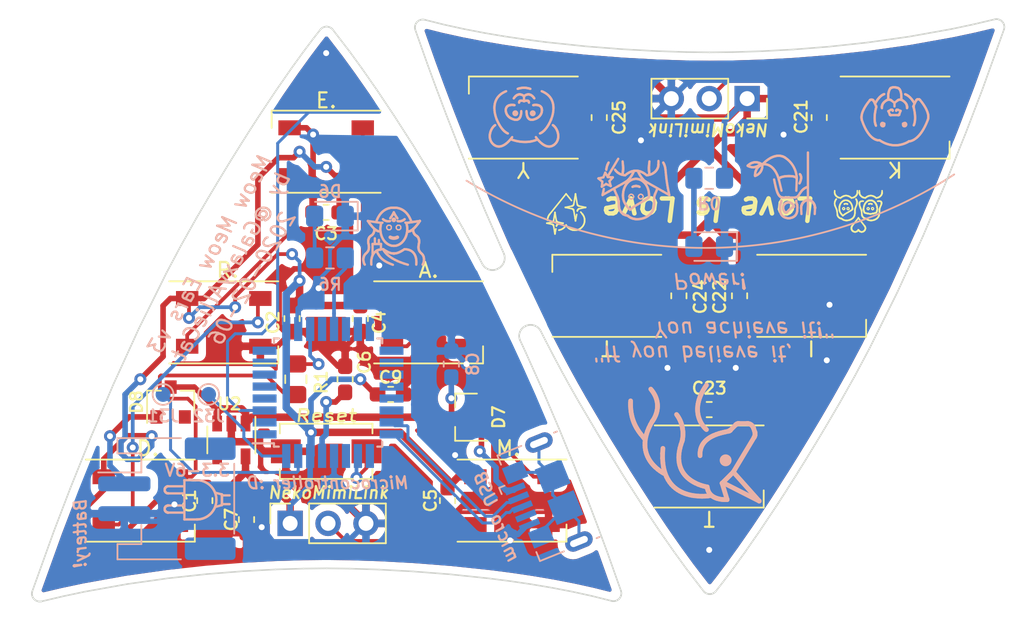
<source format=kicad_pcb>
(kicad_pcb (version 20171130) (host pcbnew 5.1.5-1.fc31)
  (layers (0 F.Cu signal) (31 B.Cu signal) (34 B.Paste user hide) (35 F.Paste user hide) (36 B.SilkS user) (37 F.SilkS user) (38 B.Mask user hide) (39 F.Mask user hide) (44 Edge.Cuts user))
  (net 0 "")
  (net 1 GND)
  (net 2 +3V3)
  (net 3 "Net-(D5-Pad2)")
  (net 4 VBUS)
  (net 5 +BATT)
  (net 6 "Net-(H1-Pad1)")
  (net 7 "Net-(J2-Pad6)")
  (net 8 "Net-(J2-Pad4)")
  (net 9 "Net-(R1-Pad1)")
  (net 10 "Net-(SW1-Pad1)")
  (net 11 "Net-(U1-Pad27)")
  (net 12 "Net-(U1-Pad25)")
  (net 13 "Net-(U1-Pad22)")
  (net 14 "Net-(U1-Pad21)")
  (net 15 "Net-(U1-Pad20)")
  (net 16 "Net-(U1-Pad19)")
  (net 17 "Net-(U1-Pad18)")
  (net 18 "Net-(U1-Pad17)")
  (net 19 "Net-(U1-Pad16)")
  (net 20 "Net-(U1-Pad15)")
  (net 21 "Net-(U1-Pad14)")
  (net 22 "Net-(U1-Pad12)")
  (net 23 "Net-(U1-Pad6)")
  (net 24 "Net-(U1-Pad5)")
  (net 25 "Net-(U1-Pad4)")
  (net 26 "Net-(U1-Pad2)")
  (net 27 "Net-(U1-Pad1)")
  (net 28 /USB_D+)
  (net 29 /USB_D-)
  (net 30 "Net-(C6-Pad2)")
  (net 31 "Net-(J31-Pad1)")
  (net 32 "Net-(J32-Pad1)")
  (net 33 "Net-(R6-Pad1)")
  (net 34 "Net-(C8-Pad1)")
  (net 35 "Net-(D0-Pad2)")
  (net 36 "Net-(D1-Pad2)")
  (net 37 "Net-(D1-Pad4)")
  (net 38 "Net-(D2-Pad2)")
  (net 39 "Net-(D3-Pad2)")
  (net 40 "Net-(D4-Pad2)")
  (net 41 "Net-(D6-Pad2)")
  (net 42 "Net-(D21-Pad2)")
  (net 43 "Net-(D21-Pad4)")
  (net 44 "Net-(D22-Pad2)")
  (net 45 "Net-(D23-Pad2)")
  (net 46 "Net-(D24-Pad2)")
  (net 47 "Net-(U1-Pad8)")
  (net 48 "Net-(U1-Pad7)")
  (net 49 "Net-(U2-Pad4)")
  (net 50 "Net-(C21-Pad2)")
  (net 51 "Net-(C21-Pad1)")
  (net 52 "Net-(D25-Pad2)")
  (module TestPoint:TestPoint_Pad_D1.5mm (layer B.Cu) (at 218.694 120.65)
    (fp_text reference H1 hide)
    (fp_text value MountingHole_Pad)
    (pad 1 smd circle (at 0 0) (size 1.5 1.5) (layers B.Cu) (net 6 "Net-(H1-Pad1)"))
  )
  (module footprints:1mm_npth (layer F.Cu) (at 231.5464 135.0264)
    (fp_text reference REF** hide)
    (fp_text value 1mm_npth)
    (pad "" np_thru_hole circle (at 0 0) (size 1 1) (drill 1) (layers *.Cu *.Mask))
  )
  (module footprints:1mm_npth (layer F.Cu) (at 230.759 133.3754)
    (fp_text reference REF** hide)
    (fp_text value 1mm_npth)
    (pad "" np_thru_hole circle (at 0 0) (size 1 1) (drill 1) (layers *.Cu *.Mask))
  )
  (module Connector_PinSocket_2.54mm:PinSocket_1x03_P2.54mm_Vertical (layer F.Cu) (at 246.888 120.904 270)
    (fp_text reference NekoMimiLink (at 2.0828 2.5908 180 unlocked) (layer F.SilkS) (effects (font (size 0.8 0.8) (thickness 0.15) italic)))
    (fp_text value Conn_01x03)
    (pad 3 thru_hole oval (at 0 5.08 270) (size 1.7 1.7) (drill 1) (layers *.Cu *.Mask) (net 50 "Net-(C21-Pad2)"))
    (pad 2 thru_hole oval (at 0 2.54 270) (size 1.7 1.7) (drill 1) (layers *.Cu *.Mask) (net 43 "Net-(D21-Pad4)"))
    (pad 1 thru_hole rect (at 0 0 270) (size 1.7 1.7) (drill 1) (layers *.Cu *.Mask) (net 51 "Net-(C21-Pad1)"))
  )
  (module Resistor_SMD:R_0805_2012Metric_Pad1.15x1.40mm_HandSolder (layer B.Cu) (at 244.348 126.238)
    (fp_text reference R0 (at 0 1.65 180 unlocked) (layer B.SilkS) (effects (font (size 0.8 0.8)) (justify mirror)))
    (fp_text value "510 R")
    (pad 2 smd roundrect (at 1.025 0) (size 1.15 1.4) (layers B.Cu B.Paste B.Mask) (roundrect_rratio 0.217391) (net 51 "Net-(C21-Pad1)"))
    (pad 1 smd roundrect (at -1.025 0) (size 1.15 1.4) (layers B.Cu B.Paste B.Mask) (roundrect_rratio 0.217391) (net 35 "Net-(D0-Pad2)"))
  )
  (module Capacitor_SMD:C_0603_1608Metric_Pad1.05x0.95mm_HandSolder (layer F.Cu) (at 251.714 122.174 270)
    (fp_text reference C21 (at -0.0635 1.2065 90) (layer F.SilkS) (effects (font (size 0.8 0.8))))
    (fp_text value "0.1 uF C")
    (pad 2 smd roundrect (at 0.875 0 270) (size 1.05 0.95) (layers F.Cu F.Paste F.Mask) (net 50 "Net-(C21-Pad2)"))
    (pad 1 smd roundrect (at -0.875 0 270) (size 1.05 0.95) (layers F.Cu F.Paste F.Mask) (net 51 "Net-(C21-Pad1)"))
  )
  (module Capacitor_SMD:C_0603_1608Metric_Pad1.05x0.95mm_HandSolder (layer F.Cu) (at 236.982 122.174 270)
    (fp_text reference C25 (at 0 -1.3335 90) (layer F.SilkS) (effects (font (size 0.8 0.8))))
    (fp_text value "0.1 uF C")
    (pad 2 smd roundrect (at 0.875 0 270) (size 1.05 0.95) (layers F.Cu F.Paste F.Mask) (net 50 "Net-(C21-Pad2)"))
    (pad 1 smd roundrect (at -0.875 0 270) (size 1.05 0.95) (layers F.Cu F.Paste F.Mask) (net 51 "Net-(C21-Pad1)"))
  )
  (module LED_SMD:LED_WS2812B_PLCC4_5.0x5.0mm_P3.2mm (layer F.Cu) (at 256.794 122.174)
    (fp_text reference K (at 0 3.4798 180 unlocked) (layer F.SilkS))
    (fp_text value WS2812B)
    (pad 1 smd rect (at -2.45 -1.6) (size 1.5 1) (layers F.Cu F.Paste F.Mask) (net 51 "Net-(C21-Pad1)"))
    (pad 2 smd rect (at -2.45 1.6) (size 1.5 1) (layers F.Cu F.Paste F.Mask) (net 42 "Net-(D21-Pad2)"))
    (pad 4 smd rect (at 2.45 -1.6) (size 1.5 1) (layers F.Cu F.Paste F.Mask) (net 43 "Net-(D21-Pad4)"))
    (pad 3 smd rect (at 2.45 1.6) (size 1.5 1) (layers F.Cu F.Paste F.Mask) (net 50 "Net-(C21-Pad2)"))
  )
  (module LED_SMD:LED_WS2812B_PLCC4_5.0x5.0mm_P3.2mm (layer F.Cu) (at 244.348 145.542)
    (fp_text reference T (at 0 3.4925 180 unlocked) (layer F.SilkS))
    (fp_text value WS2812B)
    (pad 1 smd rect (at -2.45 -1.6) (size 1.5 1) (layers F.Cu F.Paste F.Mask) (net 51 "Net-(C21-Pad1)"))
    (pad 2 smd rect (at -2.45 1.6) (size 1.5 1) (layers F.Cu F.Paste F.Mask) (net 45 "Net-(D23-Pad2)"))
    (pad 4 smd rect (at 2.45 -1.6) (size 1.5 1) (layers F.Cu F.Paste F.Mask) (net 44 "Net-(D22-Pad2)"))
    (pad 3 smd rect (at 2.45 1.6) (size 1.5 1) (layers F.Cu F.Paste F.Mask) (net 50 "Net-(C21-Pad2)"))
  )
  (module Capacitor_SMD:C_0603_1608Metric_Pad1.05x0.95mm_HandSolder (layer F.Cu) (at 246.38 134.112 270)
    (fp_text reference C22 (at 0.0635 1.3335 90) (layer F.SilkS) (effects (font (size 0.8 0.8))))
    (fp_text value "0.1 uF C")
    (pad 2 smd roundrect (at 0.875 0 270) (size 1.05 0.95) (layers F.Cu F.Paste F.Mask) (net 50 "Net-(C21-Pad2)"))
    (pad 1 smd roundrect (at -0.875 0 270) (size 1.05 0.95) (layers F.Cu F.Paste F.Mask) (net 51 "Net-(C21-Pad1)"))
  )
  (module Capacitor_SMD:C_0603_1608Metric_Pad1.05x0.95mm_HandSolder (layer F.Cu) (at 244.348 141.732)
    (fp_text reference C23 (at 0 -1.43) (layer F.SilkS) (effects (font (size 0.8 0.8))))
    (fp_text value "0.1 uF C")
    (pad 2 smd roundrect (at 0.875 0) (size 1.05 0.95) (layers F.Cu F.Paste F.Mask) (net 50 "Net-(C21-Pad2)"))
    (pad 1 smd roundrect (at -0.875 0) (size 1.05 0.95) (layers F.Cu F.Paste F.Mask) (net 51 "Net-(C21-Pad1)"))
  )
  (module Capacitor_SMD:C_0603_1608Metric_Pad1.05x0.95mm_HandSolder (layer F.Cu) (at 242.316 134.112 270)
    (fp_text reference C24 (at 0.0635 -1.43 90) (layer F.SilkS) (effects (font (size 0.8 0.8))))
    (fp_text value "0.1 uF C")
    (pad 2 smd roundrect (at 0.875 0 270) (size 1.05 0.95) (layers F.Cu F.Paste F.Mask) (net 50 "Net-(C21-Pad2)"))
    (pad 1 smd roundrect (at -0.875 0 270) (size 1.05 0.95) (layers F.Cu F.Paste F.Mask) (net 51 "Net-(C21-Pad1)"))
  )
  (module LED_SMD:LED_WS2812B_PLCC4_5.0x5.0mm_P3.2mm (layer F.Cu) (at 251.206 134.112)
    (fp_text reference I (at -0.0254 3.5052 180 unlocked) (layer F.SilkS))
    (fp_text value WS2812B)
    (pad 1 smd rect (at -2.45 -1.6) (size 1.5 1) (layers F.Cu F.Paste F.Mask) (net 51 "Net-(C21-Pad1)"))
    (pad 2 smd rect (at -2.45 1.6) (size 1.5 1) (layers F.Cu F.Paste F.Mask) (net 44 "Net-(D22-Pad2)"))
    (pad 4 smd rect (at 2.45 -1.6) (size 1.5 1) (layers F.Cu F.Paste F.Mask) (net 42 "Net-(D21-Pad2)"))
    (pad 3 smd rect (at 2.45 1.6) (size 1.5 1) (layers F.Cu F.Paste F.Mask) (net 50 "Net-(C21-Pad2)"))
  )
  (module LED_SMD:LED_0805_2012Metric_Pad1.15x1.40mm_HandSolder (layer B.Cu) (at 244.348 130.81 180)
    (fp_text reference Power! (at 0 -2.286 180 unlocked) (layer B.SilkS) (effects (font (thickness 0.15) italic) (justify mirror)))
    (fp_text value LED)
    (pad 2 smd roundrect (at 1.025 0 180) (size 1.15 1.4) (layers B.Cu B.Paste B.Mask) (roundrect_rratio 0.217391) (net 35 "Net-(D0-Pad2)"))
    (pad 1 smd roundrect (at -1.025 0 180) (size 1.15 1.4) (layers B.Cu B.Paste B.Mask) (roundrect_rratio 0.217391) (net 50 "Net-(C21-Pad2)"))
  )
  (module Connector_PinSocket_2.54mm:PinSocket_1x03_P2.54mm_Vertical (layer F.Cu) (at 216.281 149.352 90)
    (fp_text reference NekoMimiLink (at 2.0574 2.5654 180) (layer F.SilkS) (effects (font (size 0.8 0.8) (thickness 0.15) italic)))
    (fp_text value Conn_01x03)
    (pad 3 thru_hole oval (at 0 5.08 90) (size 1.7 1.7) (drill 1) (layers *.Cu *.Mask) (net 1 GND))
    (pad 2 thru_hole oval (at 0 2.54 90) (size 1.7 1.7) (drill 1) (layers *.Cu *.Mask) (net 3 "Net-(D5-Pad2)"))
    (pad 1 thru_hole rect (at 0 0 90) (size 1.7 1.7) (drill 1) (layers *.Cu *.Mask) (net 2 +3V3))
  )
  (module LED_SMD:LED_WS2812B_PLCC4_5.0x5.0mm_P3.2mm (layer F.Cu) (at 211.836 135.89)
    (fp_text reference R. (at 0.254 -3.5) (layer F.SilkS))
    (fp_text value WS2812B)
    (pad 1 smd rect (at -2.45 -1.6) (size 1.5 1) (layers F.Cu F.Paste F.Mask) (net 2 +3V3))
    (pad 2 smd rect (at -2.45 1.6) (size 1.5 1) (layers F.Cu F.Paste F.Mask) (net 38 "Net-(D2-Pad2)"))
    (pad 4 smd rect (at 2.45 -1.6) (size 1.5 1) (layers F.Cu F.Paste F.Mask) (net 36 "Net-(D1-Pad2)"))
    (pad 3 smd rect (at 2.45 1.6) (size 1.5 1) (layers F.Cu F.Paste F.Mask) (net 1 GND))
  )
  (module Diode_SMD:D_SOT-23_ANK (layer F.Cu) (at 208.28 141.224 90)
    (fp_text reference D8 (at 0 -2.286 90) (layer F.SilkS) (effects (font (size 0.8 0.8))))
    (fp_text value D_Schottky)
    (pad 1 smd rect (at 1 0 90) (size 0.9 0.8) (layers F.Cu F.Paste F.Mask) (net 34 "Net-(C8-Pad1)"))
    (pad "" smd rect (at -1 0.95 90) (size 0.9 0.8) (layers F.Cu F.Paste F.Mask))
    (pad 2 smd rect (at -1 -0.95 90) (size 0.9 0.8) (layers F.Cu F.Paste F.Mask) (net 5 +BATT))
  )
  (module TestPoint:TestPoint_Pad_D1.0mm (layer B.Cu) (at 210.82 140.716)
    (fp_text reference J32 (at 0 1.448) (layer B.SilkS) (effects (font (size 0.8 0.8)) (justify mirror)))
    (fp_text value Conn_01x01)
    (pad 1 smd circle (at 0 0) (size 1 1) (layers B.Cu B.Mask) (net 32 "Net-(J32-Pad1)"))
  )
  (module Capacitor_SMD:C_0603_1608Metric_Pad1.05x0.95mm_HandSolder (layer F.Cu) (at 219.964 139.7 270)
    (fp_text reference C6 (at -1.143 -1.2954 90) (layer F.SilkS) (effects (font (size 0.8 0.8))))
    (fp_text value "1 uF C")
    (pad 2 smd roundrect (at 0.875 0 270) (size 1.05 0.95) (layers F.Cu F.Paste F.Mask) (net 30 "Net-(C6-Pad2)"))
    (pad 1 smd roundrect (at -0.875 0 270) (size 1.05 0.95) (layers F.Cu F.Paste F.Mask) (net 1 GND))
  )
  (module TestPoint:TestPoint_Pad_D1.0mm (layer B.Cu) (at 207.772 140.716)
    (fp_text reference J31 (at 0 1.448) (layer B.SilkS) (effects (font (size 0.8 0.8)) (justify mirror)))
    (fp_text value Conn_01x01)
    (pad 1 smd circle (at 0 0) (size 1 1) (layers B.Cu B.Mask) (net 31 "Net-(J31-Pad1)"))
  )
  (module Connector_JST:JST_PH_S2B-PH-SM4-TB_1x02-1MP_P2.00mm_Horizontal (layer B.Cu) (at 208.026 147.701 270)
    (fp_text reference Battery! (at 2.286 5.8 270) (layer B.SilkS) (effects (font (size 0.8 0.8) (thickness 0.15) italic) (justify mirror)))
    (fp_text value Battery)
    (pad MP smd roundrect (at 3.35 -2.9 270) (size 1.5 3.4) (layers B.Cu B.Paste B.Mask) (roundrect_rratio 0.166667))
    (pad MP smd roundrect (at -3.35 -2.9 270) (size 1.5 3.4) (layers B.Cu B.Paste B.Mask) (roundrect_rratio 0.166667))
    (pad 2 smd roundrect (at 1 2.85 270) (size 1 3.5) (layers B.Cu B.Paste B.Mask) (net 1 GND))
    (pad 1 smd roundrect (at -1 2.85 270) (size 1 3.5) (layers B.Cu B.Paste B.Mask) (net 5 +BATT))
  )
  (module LED_SMD:LED_0805_2012Metric_Pad1.15x1.40mm_HandSolder (layer B.Cu) (at 218.948 128.778 180)
    (fp_text reference D6 (at 0 1.65) (layer B.SilkS) (effects (font (size 0.8 0.8)) (justify mirror)))
    (fp_text value LED)
    (pad 2 smd roundrect (at 1.025 0 180) (size 1.15 1.4) (layers B.Cu B.Paste B.Mask) (roundrect_rratio 0.217391) (net 41 "Net-(D6-Pad2)"))
    (pad 1 smd roundrect (at -1.025 0 180) (size 1.15 1.4) (layers B.Cu B.Paste B.Mask) (roundrect_rratio 0.217391) (net 1 GND))
  )
  (module Capacitor_SMD:C_0603_1608Metric_Pad1.05x0.95mm_HandSolder (layer F.Cu) (at 216.408 135.636 270)
    (fp_text reference C2 (at 0.254 1.27 90) (layer F.SilkS) (effects (font (size 0.8 0.8))))
    (fp_text value "0.1 uF C")
    (pad 2 smd roundrect (at 0.875 0 270) (size 1.05 0.95) (layers F.Cu F.Paste F.Mask) (net 1 GND))
    (pad 1 smd roundrect (at -0.875 0 270) (size 1.05 0.95) (layers F.Cu F.Paste F.Mask) (net 2 +3V3))
  )
  (module Package_TO_SOT_SMD:SOT-23-5 (layer F.Cu) (at 212.344 143.764 270)
    (fp_text reference U2 (at -2.413 0.127 180) (layer F.SilkS) (effects (font (size 0.8 0.8))))
    (fp_text value AP2112K-3.3)
    (pad 5 smd rect (at 1.1 -0.95 270) (size 1.06 0.65) (layers F.Cu F.Paste F.Mask) (net 2 +3V3))
    (pad 4 smd rect (at 1.1 0.95 270) (size 1.06 0.65) (layers F.Cu F.Paste F.Mask) (net 49 "Net-(U2-Pad4)"))
    (pad 3 smd rect (at -1.1 0.95 270) (size 1.06 0.65) (layers F.Cu F.Paste F.Mask) (net 34 "Net-(C8-Pad1)"))
    (pad 2 smd rect (at -1.1 0 270) (size 1.06 0.65) (layers F.Cu F.Paste F.Mask) (net 1 GND))
    (pad 1 smd rect (at -1.1 -0.95 270) (size 1.06 0.65) (layers F.Cu F.Paste F.Mask) (net 34 "Net-(C8-Pad1)"))
  )
  (module Capacitor_SMD:C_0603_1608Metric_Pad1.05x0.95mm_HandSolder (layer F.Cu) (at 218.694 128.524 180)
    (fp_text reference C3 (at 0 -1.43) (layer F.SilkS) (effects (font (size 0.8 0.8))))
    (fp_text value "0.1 uF C")
    (pad 2 smd roundrect (at 0.875 0 180) (size 1.05 0.95) (layers F.Cu F.Paste F.Mask) (net 1 GND))
    (pad 1 smd roundrect (at -0.875 0 180) (size 1.05 0.95) (layers F.Cu F.Paste F.Mask) (net 2 +3V3))
  )
  (module Capacitor_SMD:C_0603_1608Metric_Pad1.05x0.95mm_HandSolder (layer F.Cu) (at 226.822 147.828 270)
    (fp_text reference C5 (at 0 1.143 90) (layer F.SilkS) (effects (font (size 0.8 0.8))))
    (fp_text value "0.1 uF C")
    (pad 2 smd roundrect (at 0.875 0 270) (size 1.05 0.95) (layers F.Cu F.Paste F.Mask) (net 1 GND))
    (pad 1 smd roundrect (at -0.875 0 270) (size 1.05 0.95) (layers F.Cu F.Paste F.Mask) (net 2 +3V3))
  )
  (module Capacitor_SMD:C_0603_1608Metric_Pad1.05x0.95mm_HandSolder (layer F.Cu) (at 223.012 140.716)
    (fp_text reference C9 (at 0 -1.143) (layer F.SilkS) (effects (font (size 0.8 0.8))))
    (fp_text value "1 uF C")
    (pad 2 smd roundrect (at 0.875 0) (size 1.05 0.95) (layers F.Cu F.Paste F.Mask) (net 1 GND))
    (pad 1 smd roundrect (at -0.875 0) (size 1.05 0.95) (layers F.Cu F.Paste F.Mask) (net 2 +3V3))
  )
  (module Button_Switch_SMD:SW_SPST_EVQPE1 (layer F.Cu) (at 218.694 144.526 180)
    (fp_text reference Reset (at 0.0254 2.3876) (layer F.SilkS) (effects (font (size 0.8 1) (thickness 0.15) italic)))
    (fp_text value SW_Push)
    (pad 1 smd rect (at -2.7 0 180) (size 2 1.6) (layers F.Cu F.Paste F.Mask) (net 10 "Net-(SW1-Pad1)"))
    (pad 2 smd rect (at 2.7 0 180) (size 2 1.6) (layers F.Cu F.Paste F.Mask) (net 1 GND))
  )
  (module Resistor_SMD:R_0805_2012Metric_Pad1.15x1.40mm_HandSolder (layer B.Cu) (at 218.948 131.572 180)
    (fp_text reference R6 (at 0 -1.778) (layer B.SilkS) (effects (font (size 0.8 0.8)) (justify mirror)))
    (fp_text value "510 R")
    (pad 2 smd roundrect (at 1.025 0 180) (size 1.15 1.4) (layers B.Cu B.Paste B.Mask) (roundrect_rratio 0.217391) (net 41 "Net-(D6-Pad2)"))
    (pad 1 smd roundrect (at -1.025 0 180) (size 1.15 1.4) (layers B.Cu B.Paste B.Mask) (roundrect_rratio 0.217391) (net 33 "Net-(R6-Pad1)"))
  )
  (module LED_SMD:LED_WS2812B_PLCC4_5.0x5.0mm_P3.2mm (layer F.Cu) (at 218.694 124.46 180)
    (fp_text reference E. (at 0 3.429) (layer F.SilkS))
    (fp_text value WS2812B)
    (pad 1 smd rect (at -2.45 -1.6 180) (size 1.5 1) (layers F.Cu F.Paste F.Mask) (net 2 +3V3))
    (pad 2 smd rect (at -2.45 1.6 180) (size 1.5 1) (layers F.Cu F.Paste F.Mask) (net 39 "Net-(D3-Pad2)"))
    (pad 4 smd rect (at 2.45 -1.6 180) (size 1.5 1) (layers F.Cu F.Paste F.Mask) (net 38 "Net-(D2-Pad2)"))
    (pad 3 smd rect (at 2.45 1.6 180) (size 1.5 1) (layers F.Cu F.Paste F.Mask) (net 1 GND))
  )
  (module LED_SMD:LED_WS2812B_PLCC4_5.0x5.0mm_P3.2mm (layer F.Cu) (at 206.248 147.828)
    (fp_text reference D. (at 0.508 -3.5) (layer F.SilkS))
    (fp_text value WS2812B)
    (pad 1 smd rect (at -2.45 -1.6) (size 1.5 1) (layers F.Cu F.Paste F.Mask) (net 2 +3V3))
    (pad 2 smd rect (at -2.45 1.6) (size 1.5 1) (layers F.Cu F.Paste F.Mask) (net 36 "Net-(D1-Pad2)"))
    (pad 4 smd rect (at 2.45 -1.6) (size 1.5 1) (layers F.Cu F.Paste F.Mask) (net 37 "Net-(D1-Pad4)"))
    (pad 3 smd rect (at 2.45 1.6) (size 1.5 1) (layers F.Cu F.Paste F.Mask) (net 1 GND))
  )
  (module Capacitor_SMD:C_0603_1608Metric_Pad1.05x0.95mm_HandSolder (layer B.Cu) (at 227.076 138.684 90)
    (fp_text reference C8 (at 0 1.43 270) (layer B.SilkS) (effects (font (size 0.8 0.8)) (justify mirror)))
    (fp_text value "10 uF C")
    (pad 2 smd roundrect (at 0.875 0 90) (size 1.05 0.95) (layers B.Cu B.Paste B.Mask) (net 1 GND))
    (pad 1 smd roundrect (at -0.875 0 90) (size 1.05 0.95) (layers B.Cu B.Paste B.Mask) (net 34 "Net-(C8-Pad1)"))
  )
  (module Capacitor_SMD:C_0603_1608Metric_Pad1.05x0.95mm_HandSolder (layer F.Cu) (at 210.566 147.828 270)
    (fp_text reference C1 (at 0.0254 1.016 90) (layer F.SilkS) (effects (font (size 0.8 0.8))))
    (fp_text value "0.1 uF C")
    (pad 2 smd roundrect (at 0.875 0 270) (size 1.05 0.95) (layers F.Cu F.Paste F.Mask) (net 1 GND))
    (pad 1 smd roundrect (at -0.875 0 270) (size 1.05 0.95) (layers F.Cu F.Paste F.Mask) (net 2 +3V3))
  )
  (module Capacitor_SMD:C_0603_1608Metric_Pad1.05x0.95mm_HandSolder (layer F.Cu) (at 220.98 135.636 270)
    (fp_text reference C4 (at 0.254 -1.27 90) (layer F.SilkS) (effects (font (size 0.8 0.8))))
    (fp_text value "0.1 uF C")
    (pad 2 smd roundrect (at 0.875 0 270) (size 1.05 0.95) (layers F.Cu F.Paste F.Mask) (net 1 GND))
    (pad 1 smd roundrect (at -0.875 0 270) (size 1.05 0.95) (layers F.Cu F.Paste F.Mask) (net 2 +3V3))
  )
  (module Capacitor_SMD:C_0603_1608Metric_Pad1.05x0.95mm_HandSolder (layer F.Cu) (at 213.36 149.098 90)
    (fp_text reference C7 (at 0 -1.016 90) (layer F.SilkS) (effects (font (size 0.8 0.8))))
    (fp_text value "10 uF C")
    (pad 2 smd roundrect (at 0.875 0 90) (size 1.05 0.95) (layers F.Cu F.Paste F.Mask) (net 2 +3V3))
    (pad 1 smd roundrect (at -0.875 0 90) (size 1.05 0.95) (layers F.Cu F.Paste F.Mask) (net 1 GND))
  )
  (module Resistor_SMD:R_0805_2012Metric_Pad1.15x1.40mm_HandSolder (layer F.Cu) (at 216.662 139.7 270)
    (fp_text reference R1 (at 0.2032 -1.7018 90) (layer F.SilkS) (effects (font (size 0.8 0.8))))
    (fp_text value "330 R")
    (pad 2 smd roundrect (at 1.025 0 270) (size 1.15 1.4) (layers F.Cu F.Paste F.Mask) (roundrect_rratio 0.217391) (net 37 "Net-(D1-Pad4)"))
    (pad 1 smd roundrect (at -1.025 0 270) (size 1.15 1.4) (layers F.Cu F.Paste F.Mask) (roundrect_rratio 0.217391) (net 9 "Net-(R1-Pad1)"))
  )
  (module Package_QFP:TQFP-32_7x7mm_P0.8mm (layer B.Cu) (at 218.821 140.589)
    (fp_text reference "Microcontroller :D" (at 0 6.05) (layer B.SilkS) (effects (font (size 0.8 0.8) (thickness 0.15) italic) (justify mirror)))
    (fp_text value ATSAMD21E18A-AU)
    (pad 32 smd rect (at -2.8 4.25 270) (size 1.6 0.55) (layers B.Cu B.Paste B.Mask) (net 32 "Net-(J32-Pad1)"))
    (pad 31 smd rect (at -2 4.25 270) (size 1.6 0.55) (layers B.Cu B.Paste B.Mask) (net 31 "Net-(J31-Pad1)"))
    (pad 30 smd rect (at -1.2 4.25 270) (size 1.6 0.55) (layers B.Cu B.Paste B.Mask) (net 2 +3V3))
    (pad 29 smd rect (at -0.4 4.25 270) (size 1.6 0.55) (layers B.Cu B.Paste B.Mask) (net 30 "Net-(C6-Pad2)"))
    (pad 28 smd rect (at 0.4 4.25 270) (size 1.6 0.55) (layers B.Cu B.Paste B.Mask) (net 1 GND))
    (pad 27 smd rect (at 1.2 4.25 270) (size 1.6 0.55) (layers B.Cu B.Paste B.Mask) (net 11 "Net-(U1-Pad27)"))
    (pad 26 smd rect (at 2 4.25 270) (size 1.6 0.55) (layers B.Cu B.Paste B.Mask) (net 10 "Net-(SW1-Pad1)"))
    (pad 25 smd rect (at 2.8 4.25 270) (size 1.6 0.55) (layers B.Cu B.Paste B.Mask) (net 12 "Net-(U1-Pad25)"))
    (pad 24 smd rect (at 4.25 2.8) (size 1.6 0.55) (layers B.Cu B.Paste B.Mask) (net 28 /USB_D+))
    (pad 23 smd rect (at 4.25 2) (size 1.6 0.55) (layers B.Cu B.Paste B.Mask) (net 29 /USB_D-))
    (pad 22 smd rect (at 4.25 1.2) (size 1.6 0.55) (layers B.Cu B.Paste B.Mask) (net 13 "Net-(U1-Pad22)"))
    (pad 21 smd rect (at 4.25 0.4) (size 1.6 0.55) (layers B.Cu B.Paste B.Mask) (net 14 "Net-(U1-Pad21)"))
    (pad 20 smd rect (at 4.25 -0.4) (size 1.6 0.55) (layers B.Cu B.Paste B.Mask) (net 15 "Net-(U1-Pad20)"))
    (pad 19 smd rect (at 4.25 -1.2) (size 1.6 0.55) (layers B.Cu B.Paste B.Mask) (net 16 "Net-(U1-Pad19)"))
    (pad 18 smd rect (at 4.25 -2) (size 1.6 0.55) (layers B.Cu B.Paste B.Mask) (net 17 "Net-(U1-Pad18)"))
    (pad 17 smd rect (at 4.25 -2.8) (size 1.6 0.55) (layers B.Cu B.Paste B.Mask) (net 18 "Net-(U1-Pad17)"))
    (pad 16 smd rect (at 2.8 -4.25 270) (size 1.6 0.55) (layers B.Cu B.Paste B.Mask) (net 19 "Net-(U1-Pad16)"))
    (pad 15 smd rect (at 2 -4.25 270) (size 1.6 0.55) (layers B.Cu B.Paste B.Mask) (net 20 "Net-(U1-Pad15)"))
    (pad 14 smd rect (at 1.2 -4.25 270) (size 1.6 0.55) (layers B.Cu B.Paste B.Mask) (net 21 "Net-(U1-Pad14)"))
    (pad 13 smd rect (at 0.4 -4.25 270) (size 1.6 0.55) (layers B.Cu B.Paste B.Mask) (net 33 "Net-(R6-Pad1)"))
    (pad 12 smd rect (at -0.4 -4.25 270) (size 1.6 0.55) (layers B.Cu B.Paste B.Mask) (net 22 "Net-(U1-Pad12)"))
    (pad 11 smd rect (at -1.2 -4.25 270) (size 1.6 0.55) (layers B.Cu B.Paste B.Mask) (net 9 "Net-(R1-Pad1)"))
    (pad 10 smd rect (at -2 -4.25 270) (size 1.6 0.55) (layers B.Cu B.Paste B.Mask) (net 1 GND))
    (pad 9 smd rect (at -2.8 -4.25 270) (size 1.6 0.55) (layers B.Cu B.Paste B.Mask) (net 2 +3V3))
    (pad 8 smd rect (at -4.25 -2.8) (size 1.6 0.55) (layers B.Cu B.Paste B.Mask) (net 47 "Net-(U1-Pad8)"))
    (pad 7 smd rect (at -4.25 -2) (size 1.6 0.55) (layers B.Cu B.Paste B.Mask) (net 48 "Net-(U1-Pad7)"))
    (pad 6 smd rect (at -4.25 -1.2) (size 1.6 0.55) (layers B.Cu B.Paste B.Mask) (net 23 "Net-(U1-Pad6)"))
    (pad 5 smd rect (at -4.25 -0.4) (size 1.6 0.55) (layers B.Cu B.Paste B.Mask) (net 24 "Net-(U1-Pad5)"))
    (pad 4 smd rect (at -4.25 0.4) (size 1.6 0.55) (layers B.Cu B.Paste B.Mask) (net 25 "Net-(U1-Pad4)"))
    (pad 3 smd rect (at -4.25 1.2) (size 1.6 0.55) (layers B.Cu B.Paste B.Mask) (net 6 "Net-(H1-Pad1)"))
    (pad 2 smd rect (at -4.25 2) (size 1.6 0.55) (layers B.Cu B.Paste B.Mask) (net 26 "Net-(U1-Pad2)"))
    (pad 1 smd rect (at -4.25 2.8) (size 1.6 0.55) (layers B.Cu B.Paste B.Mask) (net 27 "Net-(U1-Pad1)"))
  )
  (module Diode_SMD:D_SOT-23_ANK (layer F.Cu) (at 228.092 142.24 180)
    (fp_text reference D7 (at -2.159 0 90) (layer F.SilkS) (effects (font (size 0.8 0.8))))
    (fp_text value D_Schottky)
    (pad 1 smd rect (at 1 0 180) (size 0.9 0.8) (layers F.Cu F.Paste F.Mask) (net 34 "Net-(C8-Pad1)"))
    (pad "" smd rect (at -1 0.95 180) (size 0.9 0.8) (layers F.Cu F.Paste F.Mask))
    (pad 2 smd rect (at -1 -0.95 180) (size 0.9 0.8) (layers F.Cu F.Paste F.Mask) (net 4 VBUS))
  )
  (module LED_SMD:LED_WS2812B_PLCC4_5.0x5.0mm_P3.2mm (layer F.Cu) (at 231.14 147.828)
    (fp_text reference M. (at -0.254 -3.5) (layer F.SilkS))
    (fp_text value WS2812B)
    (pad 1 smd rect (at -2.45 -1.6) (size 1.5 1) (layers F.Cu F.Paste F.Mask) (net 2 +3V3))
    (pad 2 smd rect (at -2.45 1.6) (size 1.5 1) (layers F.Cu F.Paste F.Mask) (net 3 "Net-(D5-Pad2)"))
    (pad 4 smd rect (at 2.45 -1.6) (size 1.5 1) (layers F.Cu F.Paste F.Mask) (net 40 "Net-(D4-Pad2)"))
    (pad 3 smd rect (at 2.45 1.6) (size 1.5 1) (layers F.Cu F.Paste F.Mask) (net 1 GND))
  )
  (module Connector_USB:USB_Micro-B_GCT_USB3076-30-A (layer B.Cu) (at 233.172 147.701 292)
    (fp_text reference "micro USB" (at 0 3.3 112) (layer B.SilkS) (effects (font (size 0.8 0.8) (thickness 0.15) italic) (justify mirror)))
    (fp_text value USB_B_Micro)
    (pad 6 smd rect (at -2.32 1.03 292) (size 1.15 1.45) (layers B.Cu B.Paste B.Mask) (net 7 "Net-(J2-Pad6)"))
    (pad 6 smd rect (at 2.32 1.03 292) (size 1.15 1.45) (layers B.Cu B.Paste B.Mask) (net 7 "Net-(J2-Pad6)"))
    (pad 6 thru_hole oval (at 3.575 -1.2 292) (size 1.05 1.9) (drill oval 0.45 1.25) (layers *.Cu *.Mask) (net 7 "Net-(J2-Pad6)"))
    (pad 6 thru_hole oval (at -3.575 -1.2 112) (size 1.05 1.9) (drill oval 0.45 1.25) (layers *.Cu *.Mask) (net 7 "Net-(J2-Pad6)"))
    (pad 6 smd rect (at -1.125 -1.2 292) (size 1.75 1.9) (layers B.Cu B.Paste B.Mask) (net 7 "Net-(J2-Pad6)"))
    (pad 3 smd rect (at 0 1.45 292) (size 0.4 1.4) (layers B.Cu B.Paste B.Mask) (net 28 /USB_D+))
    (pad 4 smd rect (at 0.65 1.45 292) (size 0.4 1.4) (layers B.Cu B.Paste B.Mask) (net 8 "Net-(J2-Pad4)"))
    (pad 5 smd rect (at 1.3 1.45 292) (size 0.4 1.4) (layers B.Cu B.Paste B.Mask) (net 1 GND))
    (pad 1 smd rect (at -1.3 1.45 292) (size 0.4 1.4) (layers B.Cu B.Paste B.Mask) (net 4 VBUS))
    (pad 2 smd rect (at -0.65 1.45 292) (size 0.4 1.4) (layers B.Cu B.Paste B.Mask) (net 29 /USB_D-))
    (pad 6 smd rect (at 1.125 -1.2 292) (size 1.75 1.9) (layers B.Cu B.Paste B.Mask) (net 7 "Net-(J2-Pad6)"))
  )
  (module LED_SMD:LED_WS2812B_PLCC4_5.0x5.0mm_P3.2mm (layer F.Cu) (at 231.902 122.174 180)
    (fp_text reference Y (at 0 -3.5 180 unlocked) (layer F.SilkS))
    (fp_text value WS2812B)
    (pad 1 smd rect (at -2.45 -1.6 180) (size 1.5 1) (layers F.Cu F.Paste F.Mask) (net 51 "Net-(C21-Pad1)"))
    (pad 2 smd rect (at -2.45 1.6 180) (size 1.5 1) (layers F.Cu F.Paste F.Mask) (net 52 "Net-(D25-Pad2)"))
    (pad 4 smd rect (at 2.45 -1.6 180) (size 1.5 1) (layers F.Cu F.Paste F.Mask) (net 46 "Net-(D24-Pad2)"))
    (pad 3 smd rect (at 2.45 1.6 180) (size 1.5 1) (layers F.Cu F.Paste F.Mask) (net 50 "Net-(C21-Pad2)"))
  )
  (module LED_SMD:LED_WS2812B_PLCC4_5.0x5.0mm_P3.2mm (layer F.Cu) (at 237.49 134.112 180)
    (fp_text reference T (at 0 -3.5 180 unlocked) (layer F.SilkS))
    (fp_text value WS2812B)
    (pad 1 smd rect (at -2.45 -1.6 180) (size 1.5 1) (layers F.Cu F.Paste F.Mask) (net 51 "Net-(C21-Pad1)"))
    (pad 2 smd rect (at -2.45 1.6 180) (size 1.5 1) (layers F.Cu F.Paste F.Mask) (net 46 "Net-(D24-Pad2)"))
    (pad 4 smd rect (at 2.45 -1.6 180) (size 1.5 1) (layers F.Cu F.Paste F.Mask) (net 45 "Net-(D23-Pad2)"))
    (pad 3 smd rect (at 2.45 1.6 180) (size 1.5 1) (layers F.Cu F.Paste F.Mask) (net 50 "Net-(C21-Pad2)"))
  )
  (module LED_SMD:LED_WS2812B_PLCC4_5.0x5.0mm_P3.2mm (layer F.Cu) (at 225.552 135.89)
    (fp_text reference A. (at 0 -3.5) (layer F.SilkS))
    (fp_text value WS2812B)
    (pad 1 smd rect (at -2.45 -1.6) (size 1.5 1) (layers F.Cu F.Paste F.Mask) (net 2 +3V3))
    (pad 2 smd rect (at -2.45 1.6) (size 1.5 1) (layers F.Cu F.Paste F.Mask) (net 40 "Net-(D4-Pad2)"))
    (pad 4 smd rect (at 2.45 -1.6) (size 1.5 1) (layers F.Cu F.Paste F.Mask) (net 39 "Net-(D3-Pad2)"))
    (pad 3 smd rect (at 2.45 1.6) (size 1.5 1) (layers F.Cu F.Paste F.Mask) (net 1 GND))
  )
  (gr_arc (start 244.094 100.236228) (end 228.092001 126.398227) (angle -64.35730393) (layer B.SilkS) (width 0.12))
  (gr_line (start 223.70052 129.518386) (end 223.701136 129.526447) (layer B.SilkS) (width 0.079374))
  (gr_line (start 223.699508 129.510442) (end 223.70052 129.518386) (layer B.SilkS) (width 0.079374))
  (gr_line (start 223.69811 129.502626) (end 223.699508 129.510442) (layer B.SilkS) (width 0.079374))
  (gr_line (start 223.696336 129.494947) (end 223.69811 129.502626) (layer B.SilkS) (width 0.079374))
  (gr_line (start 223.694195 129.487415) (end 223.696336 129.494947) (layer B.SilkS) (width 0.079374))
  (gr_line (start 223.691698 129.48004) (end 223.694195 129.487415) (layer B.SilkS) (width 0.079374))
  (gr_line (start 223.688855 129.472832) (end 223.691698 129.48004) (layer B.SilkS) (width 0.079374))
  (gr_line (start 223.685675 129.465801) (end 223.688855 129.472832) (layer B.SilkS) (width 0.079374))
  (gr_line (start 223.682169 129.458957) (end 223.685675 129.465801) (layer B.SilkS) (width 0.079374))
  (gr_line (start 223.674591 129.622811) (end 223.667841 129.632161) (layer B.SilkS) (width 0.079374))
  (gr_line (start 223.534509 129.693161) (end 223.523008 129.692153) (layer B.SilkS) (width 0.079374))
  (gr_line (start 223.427901 129.424848) (end 223.431982 129.420739) (layer B.SilkS) (width 0.079374))
  (gr_line (start 223.423966 129.429111) (end 223.427901 129.424848) (layer B.SilkS) (width 0.079374))
  (gr_line (start 223.420182 129.433525) (end 223.423966 129.429111) (layer B.SilkS) (width 0.079374))
  (gr_line (start 223.416554 129.438086) (end 223.420182 129.433525) (layer B.SilkS) (width 0.079374))
  (gr_line (start 223.413086 129.442792) (end 223.416554 129.438086) (layer B.SilkS) (width 0.079374))
  (gr_line (start 223.678346 129.45231) (end 223.682169 129.458957) (layer B.SilkS) (width 0.079374))
  (gr_line (start 223.674216 129.44587) (end 223.678346 129.45231) (layer B.SilkS) (width 0.079374))
  (gr_line (start 223.66979 129.439646) (end 223.674216 129.44587) (layer B.SilkS) (width 0.079374))
  (gr_line (start 223.665077 129.43365) (end 223.66979 129.439646) (layer B.SilkS) (width 0.079374))
  (gr_line (start 223.660088 129.42789) (end 223.665077 129.43365) (layer B.SilkS) (width 0.079374))
  (gr_line (start 223.654832 129.422378) (end 223.660088 129.42789) (layer B.SilkS) (width 0.079374))
  (gr_line (start 223.649319 129.417122) (end 223.654832 129.422378) (layer B.SilkS) (width 0.079374))
  (gr_line (start 223.64356 129.412132) (end 223.649319 129.417122) (layer B.SilkS) (width 0.079374))
  (gr_line (start 223.430342 129.646868) (end 223.430342 129.646868) (layer B.SilkS) (width 0.079374))
  (gr_line (start 223.439115 129.655006) (end 223.430342 129.646868) (layer B.SilkS) (width 0.079374))
  (gr_line (start 223.448378 129.66239) (end 223.439115 129.655006) (layer B.SilkS) (width 0.079374))
  (gr_line (start 223.458083 129.669009) (end 223.448378 129.66239) (layer B.SilkS) (width 0.079374))
  (gr_line (start 223.454398 129.402619) (end 223.45925 129.399503) (layer B.SilkS) (width 0.079374))
  (gr_line (start 223.449663 129.405908) (end 223.454398 129.402619) (layer B.SilkS) (width 0.079374))
  (gr_line (start 223.445049 129.409369) (end 223.449663 129.405908) (layer B.SilkS) (width 0.079374))
  (gr_line (start 223.44056 129.412996) (end 223.445049 129.409369) (layer B.SilkS) (width 0.079374))
  (gr_line (start 223.436203 129.416787) (end 223.44056 129.412996) (layer B.SilkS) (width 0.079374))
  (gr_line (start 223.431982 129.420739) (end 223.436203 129.416787) (layer B.SilkS) (width 0.079374))
  (gr_line (start 223.701345 129.534615) (end 223.700896 129.546573) (layer B.SilkS) (width 0.079374))
  (gr_line (start 223.603346 129.68128) (end 223.603346 129.68128) (layer B.SilkS) (width 0.079374))
  (gr_line (start 223.384555 129.519537) (end 223.38609 129.507967) (layer B.SilkS) (width 0.079374))
  (gr_line (start 223.383878 129.53113) (end 223.384555 129.519537) (layer B.SilkS) (width 0.079374))
  (gr_line (start 223.384048 129.542701) (end 223.383878 129.53113) (layer B.SilkS) (width 0.079374))
  (gr_line (start 223.385057 129.554201) (end 223.384048 129.542701) (layer B.SilkS) (width 0.079374))
  (gr_line (start 223.386895 129.565585) (end 223.385057 129.554201) (layer B.SilkS) (width 0.079374))
  (gr_line (start 223.200994 128.571544) (end 223.175015 128.624495) (layer B.SilkS) (width 0.158749))
  (gr_line (start 223.225055 128.51763) (end 223.200994 128.571544) (layer B.SilkS) (width 0.158749))
  (gr_poly (pts (xy 223.344149 129.023543) (xy 223.343994 129.02967) (xy 223.343534 129.035716) (xy 223.342777 129.041675) (xy 223.34173 129.047538) (xy 223.340401 129.053298) (xy 223.338796 129.058948) (xy 223.336924 129.06448) (xy 223.334793 129.069887) (xy 223.332408 129.075161) (xy 223.329779 129.080295) (xy 223.326912 129.085281) (xy 223.323815 129.090112) (xy 223.320496 129.09478) (xy 223.316961 129.099278) (xy 223.313219 129.103598) (xy 223.309277 129.107733) (xy 223.305142 129.111675) (xy 223.300821 129.115417) (xy 223.296324 129.118952) (xy 223.291656 129.122271) (xy 223.286825 129.125368) (xy 223.281839 129.128235) (xy 223.276705 129.130865) (xy 223.271431 129.133249) (xy 223.266024 129.135381) (xy 223.260492 129.137253) (xy 223.254842 129.138857) (xy 223.249082 129.140186) (xy 223.243219 129.141234) (xy 223.23726 129.141991) (xy 223.231214 129.14245) (xy 223.225087 129.142605) (xy 223.21896 129.14245) (xy 223.212913 129.141991) (xy 223.206955 129.141234) (xy 223.201092 129.140186) (xy 223.195331 129.138857) (xy 223.189681 129.137253) (xy 223.184149 129.135381) (xy 223.178742 129.133249) (xy 223.173468 129.130865) (xy 223.168335 129.128235) (xy 223.163349 129.125368) (xy 223.158518 129.122271) (xy 223.15385 129.118952) (xy 223.149352 129.115417) (xy 223.145032 129.111675) (xy 223.140897 129.107733) (xy 223.136955 129.103598) (xy 223.133212 129.099278) (xy 223.129678 129.09478) (xy 223.126358 129.090112) (xy 223.123261 129.085281) (xy 223.120394 129.080295) (xy 223.117765 129.075161) (xy 223.115381 129.069887) (xy 223.113249 129.06448) (xy 223.111377 129.058948) (xy 223.109773 129.053298) (xy 223.108443 129.047538) (xy 223.107396 129.041675) (xy 223.106639 129.035716) (xy 223.106179 129.02967) (xy 223.106024 129.023543) (xy 223.106179 129.017416) (xy 223.106639 129.011369) (xy 223.107396 129.005411) (xy 223.108443 128.999548) (xy 223.109773 128.993787) (xy 223.111377 128.988137) (xy 223.113249 128.982605) (xy 223.115381 128.977198) (xy 223.117765 128.971924) (xy 223.120394 128.966791) (xy 223.123261 128.961805) (xy 223.126358 128.956974) (xy 223.129678 128.952306) (xy 223.133212 128.947808) (xy 223.136955 128.943488) (xy 223.140897 128.939353) (xy 223.145032 128.935411) (xy 223.149352 128.931668) (xy 223.15385 128.928134) (xy 223.158518 128.924814) (xy 223.163349 128.921717) (xy 223.168335 128.91885) (xy 223.173468 128.916221) (xy 223.178742 128.913837) (xy 223.184149 128.911705) (xy 223.189681 128.909833) (xy 223.195331 128.908229) (xy 223.201092 128.906899) (xy 223.206955 128.905852) (xy 223.212913 128.905095) (xy 223.21896 128.904635) (xy 223.225087 128.90448) (xy 223.231214 128.904635) (xy 223.23726 128.905095) (xy 223.243219 128.905852) (xy 223.249082 128.906899) (xy 223.254842 128.908229) (xy 223.260492 128.909833) (xy 223.266024 128.911705) (xy 223.271431 128.913837) (xy 223.276705 128.916221) (xy 223.281839 128.91885) (xy 223.286825 128.921717) (xy 223.291656 128.924814) (xy 223.296324 128.928134) (xy 223.300821 128.931668) (xy 223.305142 128.935411) (xy 223.309277 128.939353) (xy 223.313219 128.943488) (xy 223.316961 128.947808) (xy 223.320496 128.952306) (xy 223.323815 128.956974) (xy 223.326912 128.961805) (xy 223.329779 128.966791) (xy 223.332408 128.971924) (xy 223.334793 128.977198) (xy 223.336924 128.982605) (xy 223.338796 128.988137) (xy 223.340401 128.993787) (xy 223.34173 128.999548) (xy 223.342777 129.005411) (xy 223.343534 129.011369) (xy 223.343994 129.017416) (xy 223.344149 129.023543)) (layer B.SilkS) (width 0.079374))
  (gr_line (start 224.17066 129.804175) (end 224.138757 129.798846) (layer B.SilkS) (width 0.158749))
  (gr_line (start 224.203393 129.804736) (end 224.17066 129.804175) (layer B.SilkS) (width 0.158749))
  (gr_line (start 224.236833 129.800831) (end 224.203393 129.804736) (layer B.SilkS) (width 0.158749))
  (gr_line (start 224.27086 129.792763) (end 224.236833 129.800831) (layer B.SilkS) (width 0.158749))
  (gr_line (start 224.305354 129.780831) (end 224.27086 129.792763) (layer B.SilkS) (width 0.158749))
  (gr_line (start 224.340194 129.765339) (end 224.305354 129.780831) (layer B.SilkS) (width 0.158749))
  (gr_line (start 224.375258 129.746587) (end 224.340194 129.765339) (layer B.SilkS) (width 0.158749))
  (gr_line (start 223.690564 129.592134) (end 223.685979 129.602758) (layer B.SilkS) (width 0.079374))
  (gr_line (start 224.076351 128.574609) (end 224.028 128.524) (layer B.SilkS) (width 0.158749))
  (gr_line (start 224.123827 128.630296) (end 224.076351 128.574609) (layer B.SilkS) (width 0.158749))
  (gr_line (start 224.170189 128.691298) (end 224.123827 128.630296) (layer B.SilkS) (width 0.158749))
  (gr_line (start 224.215196 128.757853) (end 224.170189 128.691298) (layer B.SilkS) (width 0.158749))
  (gr_line (start 224.258609 128.830202) (end 224.215196 128.757853) (layer B.SilkS) (width 0.158749))
  (gr_line (start 223.592126 129.685442) (end 223.580743 129.688719) (layer B.SilkS) (width 0.079374))
  (gr_line (start 223.485075 129.386646) (end 223.49052 129.384642) (layer B.SilkS) (width 0.079374))
  (gr_line (start 223.479718 129.388843) (end 223.485075 129.386646) (layer B.SilkS) (width 0.079374))
  (gr_line (start 223.474451 129.391231) (end 223.479718 129.388843) (layer B.SilkS) (width 0.079374))
  (gr_line (start 223.469281 129.393806) (end 223.474451 129.391231) (layer B.SilkS) (width 0.079374))
  (gr_line (start 223.464212 129.396564) (end 223.469281 129.393806) (layer B.SilkS) (width 0.079374))
  (gr_line (start 223.45925 129.399503) (end 223.464212 129.396564) (layer B.SilkS) (width 0.079374))
  (gr_line (start 223.580743 129.688719) (end 223.569243 129.69112) (layer B.SilkS) (width 0.079374))
  (gr_line (start 223.530636 129.376313) (end 223.536595 129.375977) (layer B.SilkS) (width 0.079374))
  (gr_line (start 223.524725 129.37687) (end 223.530636 129.376313) (layer B.SilkS) (width 0.079374))
  (gr_line (start 223.518866 129.377642) (end 223.524725 129.37687) (layer B.SilkS) (width 0.079374))
  (gr_line (start 223.513063 129.378629) (end 223.518866 129.377642) (layer B.SilkS) (width 0.079374))
  (gr_line (start 223.507322 129.379825) (end 223.513063 129.378629) (layer B.SilkS) (width 0.079374))
  (gr_line (start 223.501648 129.381228) (end 223.507322 129.379825) (layer B.SilkS) (width 0.079374))
  (gr_line (start 223.496046 129.382835) (end 223.501648 129.381228) (layer B.SilkS) (width 0.079374))
  (gr_line (start 223.49052 129.384642) (end 223.496046 129.382835) (layer B.SilkS) (width 0.079374))
  (gr_line (start 223.643684 129.657027) (end 223.634418 129.664123) (layer B.SilkS) (width 0.079374))
  (gr_line (start 223.546079 129.693332) (end 223.534509 129.693161) (layer B.SilkS) (width 0.079374))
  (gr_line (start 223.667841 129.632161) (end 223.660422 129.641006) (layer B.SilkS) (width 0.079374))
  (gr_line (start 223.039216 129.44587) (end 223.043346 129.45231) (layer B.SilkS) (width 0.079374))
  (gr_line (start 223.03479 129.439646) (end 223.039216 129.44587) (layer B.SilkS) (width 0.079374))
  (gr_line (start 223.030077 129.43365) (end 223.03479 129.439646) (layer B.SilkS) (width 0.079374))
  (gr_line (start 223.025088 129.42789) (end 223.030077 129.43365) (layer B.SilkS) (width 0.079374))
  (gr_line (start 223.019832 129.422378) (end 223.025088 129.42789) (layer B.SilkS) (width 0.079374))
  (gr_line (start 223.014319 129.417122) (end 223.019832 129.422378) (layer B.SilkS) (width 0.079374))
  (gr_line (start 223.00856 129.412132) (end 223.014319 129.417122) (layer B.SilkS) (width 0.079374))
  (gr_line (start 223.002563 129.407419) (end 223.00856 129.412132) (layer B.SilkS) (width 0.079374))
  (gr_line (start 222.99634 129.402993) (end 223.002563 129.407419) (layer B.SilkS) (width 0.079374))
  (gr_line (start 222.9899 129.398864) (end 222.99634 129.402993) (layer B.SilkS) (width 0.079374))
  (gr_line (start 222.983253 129.395041) (end 222.9899 129.398864) (layer B.SilkS) (width 0.079374))
  (gr_line (start 223.406468 130.744785) (end 223.45001 130.732223) (layer B.SilkS) (width 0.158749))
  (gr_line (start 223.362147 130.754679) (end 223.406468 130.744785) (layer B.SilkS) (width 0.158749))
  (gr_line (start 223.317106 130.761833) (end 223.362147 130.754679) (layer B.SilkS) (width 0.158749))
  (gr_line (start 223.2714 130.766178) (end 223.317106 130.761833) (layer B.SilkS) (width 0.158749))
  (gr_line (start 223.225087 130.767642) (end 223.2714 130.766178) (layer B.SilkS) (width 0.158749))
  (gr_line (start 223.225087 130.767642) (end 223.225087 130.767642) (layer B.SilkS) (width 0.158749))
  (gr_line (start 223.178773 130.766178) (end 223.225087 130.767642) (layer B.SilkS) (width 0.158749))
  (gr_line (start 223.133067 130.761834) (end 223.178773 130.766178) (layer B.SilkS) (width 0.158749))
  (gr_line (start 223.088026 130.754679) (end 223.133067 130.761834) (layer B.SilkS) (width 0.158749))
  (gr_line (start 223.043706 130.744786) (end 223.088026 130.754679) (layer B.SilkS) (width 0.158749))
  (gr_line (start 223.000163 130.732224) (end 223.043706 130.744786) (layer B.SilkS) (width 0.158749))
  (gr_line (start 222.957455 130.717064) (end 223.000163 130.732224) (layer B.SilkS) (width 0.158749))
  (gr_line (start 222.915637 130.699377) (end 222.957455 130.717064) (layer B.SilkS) (width 0.158749))
  (gr_line (start 222.874767 130.679233) (end 222.915637 130.699377) (layer B.SilkS) (width 0.158749))
  (gr_line (start 222.8349 130.656704) (end 222.874767 130.679233) (layer B.SilkS) (width 0.158749))
  (gr_line (start 222.796094 130.63186) (end 222.8349 130.656704) (layer B.SilkS) (width 0.158749))
  (gr_line (start 222.758405 130.604771) (end 222.796094 130.63186) (layer B.SilkS) (width 0.158749))
  (gr_line (start 222.721889 130.575509) (end 222.758405 130.604771) (layer B.SilkS) (width 0.158749))
  (gr_line (start 222.686603 130.544144) (end 222.721889 130.575509) (layer B.SilkS) (width 0.158749))
  (gr_line (start 222.652604 130.510746) (end 222.686603 130.544144) (layer B.SilkS) (width 0.158749))
  (gr_line (start 222.619947 130.475387) (end 222.652604 130.510746) (layer B.SilkS) (width 0.158749))
  (gr_line (start 222.588691 130.438136) (end 222.619947 130.475387) (layer B.SilkS) (width 0.158749))
  (gr_line (start 222.558891 130.399066) (end 222.588691 130.438136) (layer B.SilkS) (width 0.158749))
  (gr_line (start 222.530603 130.358246) (end 222.558891 130.399066) (layer B.SilkS) (width 0.158749))
  (gr_line (start 222.478792 130.27164) (end 222.530603 130.358246) (layer B.SilkS) (width 0.158749))
  (gr_line (start 223.045645 129.612997) (end 223.039591 129.622811) (layer B.SilkS) (width 0.079374))
  (gr_line (start 223.050979 129.602758) (end 223.045645 129.612997) (layer B.SilkS) (width 0.079374))
  (gr_line (start 223.055564 129.592134) (end 223.050979 129.602758) (layer B.SilkS) (width 0.079374))
  (gr_line (start 223.059375 129.581164) (end 223.055564 129.592134) (layer B.SilkS) (width 0.079374))
  (gr_line (start 223.062384 129.569887) (end 223.059375 129.581164) (layer B.SilkS) (width 0.079374))
  (gr_line (start 223.064567 129.558344) (end 223.062384 129.569887) (layer B.SilkS) (width 0.079374))
  (gr_line (start 223.065896 129.546573) (end 223.064567 129.558344) (layer B.SilkS) (width 0.079374))
  (gr_line (start 223.066345 129.534615) (end 223.065896 129.546573) (layer B.SilkS) (width 0.079374))
  (gr_line (start 223.701136 129.526447) (end 223.701345 129.534615) (layer B.SilkS) (width 0.079374))
  (gr_line (start 222.280257 129.796049) (end 222.31179 129.790782) (layer B.SilkS) (width 0.158749))
  (gr_line (start 222.247907 129.796604) (end 222.280257 129.796049) (layer B.SilkS) (width 0.158749))
  (gr_line (start 222.214859 129.792744) (end 222.247907 129.796604) (layer B.SilkS) (width 0.158749))
  (gr_line (start 222.181234 129.784769) (end 222.214859 129.792744) (layer B.SilkS) (width 0.158749))
  (gr_line (start 222.14715 129.772975) (end 222.181234 129.784769) (layer B.SilkS) (width 0.158749))
  (gr_line (start 222.112727 129.757662) (end 222.14715 129.772975) (layer B.SilkS) (width 0.158749))
  (gr_line (start 222.078083 129.739126) (end 222.112727 129.757662) (layer B.SilkS) (width 0.158749))
  (gr_line (start 222.043338 129.717667) (end 222.078083 129.739126) (layer B.SilkS) (width 0.158749))
  (gr_line (start 222.008611 129.693582) (end 222.043338 129.717667) (layer B.SilkS) (width 0.158749))
  (gr_line (start 221.974021 129.667168) (end 222.008611 129.693582) (layer B.SilkS) (width 0.158749))
  (gr_line (start 221.939687 129.638726) (end 221.974021 129.667168) (layer B.SilkS) (width 0.158749))
  (gr_line (start 221.905729 129.608551) (end 221.939687 129.638726) (layer B.SilkS) (width 0.158749))
  (gr_line (start 221.839416 129.5442) (end 221.905729 129.608551) (layer B.SilkS) (width 0.158749))
  (gr_line (start 221.776035 129.476498) (end 221.839416 129.5442) (layer B.SilkS) (width 0.158749))
  (gr_line (start 221.71654 129.407832) (end 221.776035 129.476498) (layer B.SilkS) (width 0.158749))
  (gr_line (start 221.661884 129.340584) (end 221.71654 129.407832) (layer B.SilkS) (width 0.158749))
  (gr_line (start 221.61302 129.27714) (end 221.661884 129.340584) (layer B.SilkS) (width 0.158749))
  (gr_line (start 221.570903 129.219884) (end 221.61302 129.27714) (layer B.SilkS) (width 0.158749))
  (gr_line (start 221.488965 129.100433) (end 221.570903 129.219884) (layer B.SilkS) (width 0.158749))
  (gr_line (start 221.488965 129.100433) (end 221.488965 129.100433) (layer B.SilkS) (width 0.158749))
  (gr_line (start 222.387292 129.228791) (end 221.488965 129.100433) (layer B.SilkS) (width 0.158749))
  (gr_line (start 222.079768 129.067549) (end 222.044844 129.163648) (layer B.SilkS) (width 0.158749))
  (gr_line (start 222.11717 128.978078) (end 222.079768 129.067549) (layer B.SilkS) (width 0.158749))
  (gr_line (start 222.156817 128.894999) (end 222.11717 128.978078) (layer B.SilkS) (width 0.158749))
  (gr_line (start 222.198473 128.818078) (end 222.156817 128.894999) (layer B.SilkS) (width 0.158749))
  (gr_line (start 222.241902 128.74708) (end 222.198473 128.818078) (layer B.SilkS) (width 0.158749))
  (gr_line (start 222.286869 128.681772) (end 222.241902 128.74708) (layer B.SilkS) (width 0.158749))
  (gr_line (start 223.680645 129.612997) (end 223.674591 129.622811) (layer B.SilkS) (width 0.079374))
  (gr_line (start 223.395929 129.473863) (end 223.398329 129.468363) (layer B.SilkS) (width 0.079374))
  (gr_line (start 223.395929 129.473863) (end 223.395929 129.473863) (layer B.SilkS) (width 0.079374))
  (gr_line (start 223.391767 129.485083) (end 223.395929 129.473863) (layer B.SilkS) (width 0.079374))
  (gr_line (start 223.388491 129.496467) (end 223.391767 129.485083) (layer B.SilkS) (width 0.079374))
  (gr_line (start 223.38609 129.507967) (end 223.388491 129.496467) (layer B.SilkS) (width 0.079374))
  (gr_line (start 223.408201 129.619126) (end 223.402355 129.609024) (layer B.SilkS) (width 0.079374))
  (gr_line (start 223.41482 129.628832) (end 223.408201 129.619126) (layer B.SilkS) (width 0.079374))
  (gr_line (start 223.422203 129.638095) (end 223.41482 129.628832) (layer B.SilkS) (width 0.079374))
  (gr_line (start 223.430342 129.646868) (end 223.422203 129.638095) (layer B.SilkS) (width 0.079374))
  (gr_line (start 222.968346 129.68128) (end 222.968346 129.68128) (layer B.SilkS) (width 0.079374))
  (gr_line (start 222.979222 129.67629) (end 222.968346 129.68128) (layer B.SilkS) (width 0.079374))
  (gr_line (start 222.989588 129.670557) (end 222.979222 129.67629) (layer B.SilkS) (width 0.079374))
  (gr_line (start 222.999418 129.664123) (end 222.989588 129.670557) (layer B.SilkS) (width 0.079374))
  (gr_line (start 223.008684 129.657027) (end 222.999418 129.664123) (layer B.SilkS) (width 0.079374))
  (gr_line (start 223.017361 129.649308) (end 223.008684 129.657027) (layer B.SilkS) (width 0.079374))
  (gr_line (start 223.025422 129.641006) (end 223.017361 129.649308) (layer B.SilkS) (width 0.079374))
  (gr_line (start 223.032841 129.632161) (end 223.025422 129.641006) (layer B.SilkS) (width 0.079374))
  (gr_line (start 223.039591 129.622811) (end 223.032841 129.632161) (layer B.SilkS) (width 0.079374))
  (gr_line (start 223.699567 129.558344) (end 223.697384 129.569887) (layer B.SilkS) (width 0.079374))
  (gr_line (start 223.624588 129.670557) (end 223.614222 129.67629) (layer B.SilkS) (width 0.079374))
  (gr_line (start 223.557673 129.692654) (end 223.546079 129.693332) (layer B.SilkS) (width 0.079374))
  (gr_line (start 223.652361 129.649308) (end 223.643684 129.657027) (layer B.SilkS) (width 0.079374))
  (gr_line (start 223.409784 129.447638) (end 223.413086 129.442792) (layer B.SilkS) (width 0.079374))
  (gr_line (start 223.406652 129.452621) (end 223.409784 129.447638) (layer B.SilkS) (width 0.079374))
  (gr_line (start 223.403696 129.457739) (end 223.406652 129.452621) (layer B.SilkS) (width 0.079374))
  (gr_line (start 223.40092 129.462987) (end 223.403696 129.457739) (layer B.SilkS) (width 0.079374))
  (gr_line (start 223.398329 129.468363) (end 223.40092 129.462987) (layer B.SilkS) (width 0.079374))
  (gr_line (start 223.511624 129.690314) (end 223.500403 129.687656) (layer B.SilkS) (width 0.079374))
  (gr_line (start 223.523008 129.692153) (end 223.511624 129.690314) (layer B.SilkS) (width 0.079374))
  (gr_line (start 223.660422 129.641006) (end 223.652361 129.649308) (layer B.SilkS) (width 0.079374))
  (gr_line (start 223.694375 129.581164) (end 223.690564 129.592134) (layer B.SilkS) (width 0.079374))
  (gr_line (start 222.333139 128.621917) (end 222.286869 128.681772) (layer B.SilkS) (width 0.158749))
  (gr_line (start 222.380476 128.567283) (end 222.333139 128.621917) (layer B.SilkS) (width 0.158749))
  (gr_line (start 222.428646 128.517633) (end 222.380476 128.567283) (layer B.SilkS) (width 0.158749))
  (gr_line (start 222.477413 128.472735) (end 222.428646 128.517633) (layer B.SilkS) (width 0.158749))
  (gr_line (start 222.526541 128.432353) (end 222.477413 128.472735) (layer B.SilkS) (width 0.158749))
  (gr_line (start 222.575795 128.396252) (end 222.526541 128.432353) (layer B.SilkS) (width 0.158749))
  (gr_line (start 222.624941 128.364199) (end 222.575795 128.396252) (layer B.SilkS) (width 0.158749))
  (gr_line (start 222.673742 128.335958) (end 222.624941 128.364199) (layer B.SilkS) (width 0.158749))
  (gr_line (start 222.721964 128.311296) (end 222.673742 128.335958) (layer B.SilkS) (width 0.158749))
  (gr_line (start 222.769371 128.289977) (end 222.721964 128.311296) (layer B.SilkS) (width 0.158749))
  (gr_line (start 222.815728 128.271767) (end 222.769371 128.289977) (layer B.SilkS) (width 0.158749))
  (gr_line (start 222.860799 128.256432) (end 222.815728 128.271767) (layer B.SilkS) (width 0.158749))
  (gr_line (start 223.634418 129.664123) (end 223.624588 129.670557) (layer B.SilkS) (width 0.079374))
  (gr_line (start 222.901595 129.375977) (end 222.907595 129.375865) (layer B.SilkS) (width 0.079374))
  (gr_line (start 222.895637 129.376313) (end 222.901595 129.375977) (layer B.SilkS) (width 0.079374))
  (gr_line (start 222.889725 129.37687) (end 222.895637 129.376313) (layer B.SilkS) (width 0.079374))
  (gr_line (start 222.883866 129.377642) (end 222.889725 129.37687) (layer B.SilkS) (width 0.079374))
  (gr_line (start 222.878063 129.378629) (end 222.883866 129.377642) (layer B.SilkS) (width 0.079374))
  (gr_line (start 222.872323 129.379825) (end 222.878063 129.378629) (layer B.SilkS) (width 0.079374))
  (gr_line (start 222.866648 129.381228) (end 222.872323 129.379825) (layer B.SilkS) (width 0.079374))
  (gr_line (start 222.861046 129.382835) (end 222.866648 129.381228) (layer B.SilkS) (width 0.079374))
  (gr_line (start 222.85552 129.384642) (end 222.861046 129.382835) (layer B.SilkS) (width 0.079374))
  (gr_line (start 222.850076 129.386646) (end 222.85552 129.384642) (layer B.SilkS) (width 0.079374))
  (gr_line (start 222.844718 129.388843) (end 222.850076 129.386646) (layer B.SilkS) (width 0.079374))
  (gr_line (start 222.854392 129.684187) (end 222.843638 129.679917) (layer B.SilkS) (width 0.079374))
  (gr_line (start 222.865403 129.687656) (end 222.854392 129.684187) (layer B.SilkS) (width 0.079374))
  (gr_line (start 222.876624 129.690314) (end 222.865403 129.687656) (layer B.SilkS) (width 0.079374))
  (gr_line (start 222.888008 129.692153) (end 222.876624 129.690314) (layer B.SilkS) (width 0.079374))
  (gr_line (start 222.899509 129.693161) (end 222.888008 129.692153) (layer B.SilkS) (width 0.079374))
  (gr_line (start 222.911079 129.693332) (end 222.899509 129.693161) (layer B.SilkS) (width 0.079374))
  (gr_line (start 222.922673 129.692654) (end 222.911079 129.693332) (layer B.SilkS) (width 0.079374))
  (gr_line (start 222.934243 129.69112) (end 222.922673 129.692654) (layer B.SilkS) (width 0.079374))
  (gr_line (start 222.945743 129.688719) (end 222.934243 129.69112) (layer B.SilkS) (width 0.079374))
  (gr_line (start 222.957126 129.685442) (end 222.945743 129.688719) (layer B.SilkS) (width 0.079374))
  (gr_line (start 222.968346 129.68128) (end 222.957126 129.685442) (layer B.SilkS) (width 0.079374))
  (gr_line (start 223.614222 129.67629) (end 223.603346 129.68128) (layer B.SilkS) (width 0.079374))
  (gr_line (start 225.171816 131.996496) (end 225.153002 132.02383) (layer B.SilkS) (width 0.158749))
  (gr_line (start 225.189525 131.9635) (end 225.171816 131.996496) (layer B.SilkS) (width 0.158749))
  (gr_line (start 225.2057 131.925508) (end 225.189525 131.9635) (layer B.SilkS) (width 0.158749))
  (gr_line (start 225.219913 131.883183) (end 225.2057 131.925508) (layer B.SilkS) (width 0.158749))
  (gr_line (start 225.231735 131.837189) (end 225.219913 131.883183) (layer B.SilkS) (width 0.158749))
  (gr_line (start 225.240739 131.78819) (end 225.231735 131.837189) (layer B.SilkS) (width 0.158749))
  (gr_line (start 225.246495 131.736851) (end 225.240739 131.78819) (layer B.SilkS) (width 0.158749))
  (gr_line (start 225.248577 131.683836) (end 225.246495 131.736851) (layer B.SilkS) (width 0.158749))
  (gr_line (start 225.246554 131.629808) (end 225.248577 131.683836) (layer B.SilkS) (width 0.158749))
  (gr_line (start 225.24 131.575431) (end 225.246554 131.629808) (layer B.SilkS) (width 0.158749))
  (gr_line (start 225.234889 131.54832) (end 225.24 131.575431) (layer B.SilkS) (width 0.158749))
  (gr_line (start 225.228485 131.521371) (end 225.234889 131.54832) (layer B.SilkS) (width 0.158749))
  (gr_line (start 225.220734 131.494667) (end 225.228485 131.521371) (layer B.SilkS) (width 0.158749))
  (gr_line (start 225.211582 131.46829) (end 225.220734 131.494667) (layer B.SilkS) (width 0.158749))
  (gr_line (start 225.200976 131.442325) (end 225.211582 131.46829) (layer B.SilkS) (width 0.158749))
  (gr_line (start 225.188862 131.416853) (end 225.200976 131.442325) (layer B.SilkS) (width 0.158749))
  (gr_line (start 225.175187 131.391959) (end 225.188862 131.416853) (layer B.SilkS) (width 0.158749))
  (gr_line (start 225.159897 131.367725) (end 225.175187 131.391959) (layer B.SilkS) (width 0.158749))
  (gr_line (start 225.142938 131.344233) (end 225.159897 131.367725) (layer B.SilkS) (width 0.158749))
  (gr_line (start 225.124258 131.321568) (end 225.142938 131.344233) (layer B.SilkS) (width 0.158749))
  (gr_line (start 225.103802 131.299811) (end 225.124258 131.321568) (layer B.SilkS) (width 0.158749))
  (gr_line (start 225.081517 131.279047) (end 225.103802 131.299811) (layer B.SilkS) (width 0.158749))
  (gr_line (start 225.081517 131.279047) (end 225.081517 131.279047) (layer B.SilkS) (width 0.158749))
  (gr_line (start 225.044183 131.244743) (end 225.081517 131.279047) (layer B.SilkS) (width 0.158749))
  (gr_line (start 225.011007 131.210518) (end 225.044183 131.244743) (layer B.SilkS) (width 0.158749))
  (gr_line (start 224.981847 131.176198) (end 225.011007 131.210518) (layer B.SilkS) (width 0.158749))
  (gr_line (start 224.95656 131.141609) (end 224.981847 131.176198) (layer B.SilkS) (width 0.158749))
  (gr_line (start 224.935004 131.106578) (end 224.95656 131.141609) (layer B.SilkS) (width 0.158749))
  (gr_line (start 224.917036 131.07093) (end 224.935004 131.106578) (layer B.SilkS) (width 0.158749))
  (gr_line (start 224.902516 131.034492) (end 224.917036 131.07093) (layer B.SilkS) (width 0.158749))
  (gr_line (start 224.891299 130.997089) (end 224.902516 131.034492) (layer B.SilkS) (width 0.158749))
  (gr_line (start 224.883244 130.958548) (end 224.891299 130.997089) (layer B.SilkS) (width 0.158749))
  (gr_line (start 224.878209 130.918695) (end 224.883244 130.958548) (layer B.SilkS) (width 0.158749))
  (gr_line (start 224.876051 130.877355) (end 224.878209 130.918695) (layer B.SilkS) (width 0.158749))
  (gr_line (start 224.876628 130.834355) (end 224.876051 130.877355) (layer B.SilkS) (width 0.158749))
  (gr_line (start 224.879797 130.789522) (end 224.876628 130.834355) (layer B.SilkS) (width 0.158749))
  (gr_line (start 224.885417 130.74268) (end 224.879797 130.789522) (layer B.SilkS) (width 0.158749))
  (gr_line (start 224.893345 130.693656) (end 224.885417 130.74268) (layer B.SilkS) (width 0.158749))
  (gr_line (start 224.903439 130.642277) (end 224.893345 130.693656) (layer B.SilkS) (width 0.158749))
  (gr_line (start 224.903439 130.642277) (end 224.903439 130.642277) (layer B.SilkS) (width 0.158749))
  (gr_line (start 224.910313 130.603838) (end 224.903439 130.642277) (layer B.SilkS) (width 0.158749))
  (gr_line (start 224.91566 130.564676) (end 224.910313 130.603838) (layer B.SilkS) (width 0.158749))
  (gr_line (start 224.919294 130.525041) (end 224.91566 130.564676) (layer B.SilkS) (width 0.158749))
  (gr_line (start 224.921026 130.485185) (end 224.919294 130.525041) (layer B.SilkS) (width 0.158749))
  (gr_line (start 224.920671 130.445358) (end 224.921026 130.485185) (layer B.SilkS) (width 0.158749))
  (gr_line (start 224.918041 130.405812) (end 224.920671 130.445358) (layer B.SilkS) (width 0.158749))
  (gr_line (start 224.912947 130.366798) (end 224.918041 130.405812) (layer B.SilkS) (width 0.158749))
  (gr_line (start 224.909418 130.347569) (end 224.912947 130.366798) (layer B.SilkS) (width 0.158749))
  (gr_line (start 224.905203 130.328567) (end 224.909418 130.347569) (layer B.SilkS) (width 0.158749))
  (gr_line (start 224.900279 130.309824) (end 224.905203 130.328567) (layer B.SilkS) (width 0.158749))
  (gr_line (start 224.894622 130.291371) (end 224.900279 130.309824) (layer B.SilkS) (width 0.158749))
  (gr_line (start 224.888209 130.273239) (end 224.894622 130.291371) (layer B.SilkS) (width 0.158749))
  (gr_line (start 224.881016 130.25546) (end 224.888209 130.273239) (layer B.SilkS) (width 0.158749))
  (gr_line (start 224.87302 130.238065) (end 224.881016 130.25546) (layer B.SilkS) (width 0.158749))
  (gr_line (start 224.864197 130.221086) (end 224.87302 130.238065) (layer B.SilkS) (width 0.158749))
  (gr_line (start 224.854524 130.204553) (end 224.864197 130.221086) (layer B.SilkS) (width 0.158749))
  (gr_line (start 224.843979 130.188499) (end 224.854524 130.204553) (layer B.SilkS) (width 0.158749))
  (gr_line (start 224.832536 130.172955) (end 224.843979 130.188499) (layer B.SilkS) (width 0.158749))
  (gr_line (start 224.820173 130.157952) (end 224.832536 130.172955) (layer B.SilkS) (width 0.158749))
  (gr_line (start 224.806867 130.143521) (end 224.820173 130.157952) (layer B.SilkS) (width 0.158749))
  (gr_line (start 224.792594 130.129695) (end 224.806867 130.143521) (layer B.SilkS) (width 0.158749))
  (gr_line (start 224.77733 130.116504) (end 224.792594 130.129695) (layer B.SilkS) (width 0.158749))
  (gr_line (start 224.761052 130.103979) (end 224.77733 130.116504) (layer B.SilkS) (width 0.158749))
  (gr_line (start 224.743737 130.092153) (end 224.761052 130.103979) (layer B.SilkS) (width 0.158749))
  (gr_line (start 224.725361 130.081056) (end 224.743737 130.092153) (layer B.SilkS) (width 0.158749))
  (gr_line (start 224.725361 130.081056) (end 224.725361 130.081056) (layer B.SilkS) (width 0.158749))
  (gr_line (start 224.706227 130.069914) (end 224.725361 130.081056) (layer B.SilkS) (width 0.158749))
  (gr_line (start 224.688261 130.057795) (end 224.706227 130.069914) (layer B.SilkS) (width 0.158749))
  (gr_line (start 224.671427 130.044785) (end 224.688261 130.057795) (layer B.SilkS) (width 0.158749))
  (gr_line (start 224.655688 130.030973) (end 224.671427 130.044785) (layer B.SilkS) (width 0.158749))
  (gr_line (start 224.641007 130.016445) (end 224.655688 130.030973) (layer B.SilkS) (width 0.158749))
  (gr_line (start 224.627347 130.001289) (end 224.641007 130.016445) (layer B.SilkS) (width 0.158749))
  (gr_line (start 224.614671 129.985592) (end 224.627347 130.001289) (layer B.SilkS) (width 0.158749))
  (gr_line (start 224.602944 129.969441) (end 224.614671 129.985592) (layer B.SilkS) (width 0.158749))
  (gr_line (start 224.592127 129.952924) (end 224.602944 129.969441) (layer B.SilkS) (width 0.158749))
  (gr_line (start 224.582184 129.936128) (end 224.592127 129.952924) (layer B.SilkS) (width 0.158749))
  (gr_line (start 224.573079 129.91914) (end 224.582184 129.936128) (layer B.SilkS) (width 0.158749))
  (gr_line (start 224.564774 129.902048) (end 224.573079 129.91914) (layer B.SilkS) (width 0.158749))
  (gr_line (start 224.557234 129.884938) (end 224.564774 129.902048) (layer B.SilkS) (width 0.158749))
  (gr_line (start 224.55042 129.867899) (end 224.557234 129.884938) (layer B.SilkS) (width 0.158749))
  (gr_line (start 224.538825 129.834379) (end 224.55042 129.867899) (layer B.SilkS) (width 0.158749))
  (gr_line (start 224.529698 129.802188) (end 224.538825 129.834379) (layer B.SilkS) (width 0.158749))
  (gr_line (start 224.522742 129.772023) (end 224.529698 129.802188) (layer B.SilkS) (width 0.158749))
  (gr_line (start 224.517664 129.744583) (end 224.522742 129.772023) (layer B.SilkS) (width 0.158749))
  (gr_line (start 224.514169 129.720566) (end 224.517664 129.744583) (layer B.SilkS) (width 0.158749))
  (gr_line (start 224.510752 129.685594) (end 224.514169 129.720566) (layer B.SilkS) (width 0.158749))
  (gr_line (start 224.510136 129.672695) (end 224.510752 129.685594) (layer B.SilkS) (width 0.158749))
  (gr_line (start 223.502 129.107228) (end 223.469721 129.099941) (layer B.SilkS) (width 0.158749))
  (gr_line (start 223.53444 129.112419) (end 223.502 129.107228) (layer B.SilkS) (width 0.158749))
  (gr_line (start 223.56695 129.115538) (end 223.53444 129.112419) (layer B.SilkS) (width 0.158749))
  (gr_line (start 223.599436 129.116606) (end 223.56695 129.115538) (layer B.SilkS) (width 0.158749))
  (gr_line (start 223.631806 129.115649) (end 223.599436 129.116606) (layer B.SilkS) (width 0.158749))
  (gr_line (start 223.663967 129.112689) (end 223.631806 129.115649) (layer B.SilkS) (width 0.158749))
  (gr_line (start 223.695827 129.10775) (end 223.663967 129.112689) (layer B.SilkS) (width 0.158749))
  (gr_line (start 223.727293 129.100854) (end 223.695827 129.10775) (layer B.SilkS) (width 0.158749))
  (gr_line (start 223.758272 129.092026) (end 223.727293 129.100854) (layer B.SilkS) (width 0.158749))
  (gr_line (start 223.788671 129.081288) (end 223.758272 129.092026) (layer B.SilkS) (width 0.158749))
  (gr_line (start 223.818399 129.068664) (end 223.788671 129.081288) (layer B.SilkS) (width 0.158749))
  (gr_line (start 223.847362 129.054178) (end 223.818399 129.068664) (layer B.SilkS) (width 0.158749))
  (gr_line (start 223.875469 129.037851) (end 223.847362 129.054178) (layer B.SilkS) (width 0.158749))
  (gr_line (start 223.902625 129.019709) (end 223.875469 129.037851) (layer B.SilkS) (width 0.158749))
  (gr_line (start 223.928739 128.999774) (end 223.902625 129.019709) (layer B.SilkS) (width 0.158749))
  (gr_line (start 223.953718 128.978069) (end 223.928739 128.999774) (layer B.SilkS) (width 0.158749))
  (gr_line (start 222.94807 129.107228) (end 222.98035 129.099941) (layer B.SilkS) (width 0.158749))
  (gr_line (start 222.915629 129.112419) (end 222.94807 129.107228) (layer B.SilkS) (width 0.158749))
  (gr_line (start 222.883119 129.115537) (end 222.915629 129.112419) (layer B.SilkS) (width 0.158749))
  (gr_line (start 222.850632 129.116606) (end 222.883119 129.115537) (layer B.SilkS) (width 0.158749))
  (gr_line (start 222.818262 129.115648) (end 222.850632 129.116606) (layer B.SilkS) (width 0.158749))
  (gr_line (start 222.7861 129.112688) (end 222.818262 129.115648) (layer B.SilkS) (width 0.158749))
  (gr_line (start 222.75424 129.107749) (end 222.7861 129.112688) (layer B.SilkS) (width 0.158749))
  (gr_line (start 222.722774 129.100853) (end 222.75424 129.107749) (layer B.SilkS) (width 0.158749))
  (gr_line (start 222.691795 129.092025) (end 222.722774 129.100853) (layer B.SilkS) (width 0.158749))
  (gr_line (start 222.661394 129.081287) (end 222.691795 129.092025) (layer B.SilkS) (width 0.158749))
  (gr_line (start 222.631666 129.068663) (end 222.661394 129.081287) (layer B.SilkS) (width 0.158749))
  (gr_line (start 221.263625 131.996496) (end 221.282447 132.02383) (layer B.SilkS) (width 0.158749))
  (gr_line (start 221.245909 131.9635) (end 221.263625 131.996496) (layer B.SilkS) (width 0.158749))
  (gr_line (start 221.229728 131.925508) (end 221.245909 131.9635) (layer B.SilkS) (width 0.158749))
  (gr_line (start 221.215509 131.883183) (end 221.229728 131.925508) (layer B.SilkS) (width 0.158749))
  (gr_line (start 221.203682 131.837189) (end 221.215509 131.883183) (layer B.SilkS) (width 0.158749))
  (gr_line (start 221.194675 131.78819) (end 221.203682 131.837189) (layer B.SilkS) (width 0.158749))
  (gr_line (start 221.188915 131.736851) (end 221.194675 131.78819) (layer B.SilkS) (width 0.158749))
  (gr_line (start 221.186831 131.683836) (end 221.188915 131.736851) (layer B.SilkS) (width 0.158749))
  (gr_line (start 221.188852 131.629808) (end 221.186831 131.683836) (layer B.SilkS) (width 0.158749))
  (gr_line (start 221.195405 131.575431) (end 221.188852 131.629808) (layer B.SilkS) (width 0.158749))
  (gr_line (start 221.200515 131.54832) (end 221.195405 131.575431) (layer B.SilkS) (width 0.158749))
  (gr_line (start 221.206918 131.521371) (end 221.200515 131.54832) (layer B.SilkS) (width 0.158749))
  (gr_line (start 221.214669 131.494667) (end 221.206918 131.521371) (layer B.SilkS) (width 0.158749))
  (gr_line (start 221.223821 131.46829) (end 221.214669 131.494667) (layer B.SilkS) (width 0.158749))
  (gr_line (start 221.234427 131.442325) (end 221.223821 131.46829) (layer B.SilkS) (width 0.158749))
  (gr_line (start 221.24654 131.416853) (end 221.234427 131.442325) (layer B.SilkS) (width 0.158749))
  (gr_line (start 221.260215 131.391959) (end 221.24654 131.416853) (layer B.SilkS) (width 0.158749))
  (gr_line (start 221.275505 131.367725) (end 221.260215 131.391959) (layer B.SilkS) (width 0.158749))
  (gr_line (start 221.292464 131.344233) (end 221.275505 131.367725) (layer B.SilkS) (width 0.158749))
  (gr_line (start 221.311144 131.321568) (end 221.292464 131.344233) (layer B.SilkS) (width 0.158749))
  (gr_line (start 221.3316 131.299811) (end 221.311144 131.321568) (layer B.SilkS) (width 0.158749))
  (gr_line (start 221.353885 131.279047) (end 221.3316 131.299811) (layer B.SilkS) (width 0.158749))
  (gr_line (start 221.353885 131.279047) (end 221.353885 131.279047) (layer B.SilkS) (width 0.158749))
  (gr_line (start 221.391219 131.244743) (end 221.353885 131.279047) (layer B.SilkS) (width 0.158749))
  (gr_line (start 221.424395 131.210518) (end 221.391219 131.244743) (layer B.SilkS) (width 0.158749))
  (gr_line (start 221.453556 131.176198) (end 221.424395 131.210518) (layer B.SilkS) (width 0.158749))
  (gr_line (start 221.478843 131.141609) (end 221.453556 131.176198) (layer B.SilkS) (width 0.158749))
  (gr_line (start 221.5004 131.106578) (end 221.478843 131.141609) (layer B.SilkS) (width 0.158749))
  (gr_line (start 221.518368 131.07093) (end 221.5004 131.106578) (layer B.SilkS) (width 0.158749))
  (gr_line (start 221.532889 131.034492) (end 221.518368 131.07093) (layer B.SilkS) (width 0.158749))
  (gr_line (start 221.544106 130.997089) (end 221.532889 131.034492) (layer B.SilkS) (width 0.158749))
  (gr_line (start 221.552161 130.958548) (end 221.544106 130.997089) (layer B.SilkS) (width 0.158749))
  (gr_line (start 221.557197 130.918695) (end 221.552161 130.958548) (layer B.SilkS) (width 0.158749))
  (gr_line (start 221.559355 130.877355) (end 221.557197 130.918695) (layer B.SilkS) (width 0.158749))
  (gr_line (start 221.558778 130.834355) (end 221.559355 130.877355) (layer B.SilkS) (width 0.158749))
  (gr_line (start 221.555608 130.789522) (end 221.558778 130.834355) (layer B.SilkS) (width 0.158749))
  (gr_line (start 221.549987 130.74268) (end 221.555608 130.789522) (layer B.SilkS) (width 0.158749))
  (gr_line (start 221.542058 130.693656) (end 221.549987 130.74268) (layer B.SilkS) (width 0.158749))
  (gr_line (start 221.531963 130.642277) (end 221.542058 130.693656) (layer B.SilkS) (width 0.158749))
  (gr_line (start 221.531963 130.642277) (end 221.531963 130.642277) (layer B.SilkS) (width 0.158749))
  (gr_line (start 221.525089 130.603838) (end 221.531963 130.642277) (layer B.SilkS) (width 0.158749))
  (gr_line (start 221.519742 130.564676) (end 221.525089 130.603838) (layer B.SilkS) (width 0.158749))
  (gr_line (start 221.516108 130.525041) (end 221.519742 130.564676) (layer B.SilkS) (width 0.158749))
  (gr_line (start 221.514375 130.485185) (end 221.516108 130.525041) (layer B.SilkS) (width 0.158749))
  (gr_line (start 221.514731 130.445358) (end 221.514375 130.485185) (layer B.SilkS) (width 0.158749))
  (gr_line (start 221.517361 130.405812) (end 221.514731 130.445358) (layer B.SilkS) (width 0.158749))
  (gr_line (start 221.522455 130.366798) (end 221.517361 130.405812) (layer B.SilkS) (width 0.158749))
  (gr_line (start 221.525984 130.347569) (end 221.522455 130.366798) (layer B.SilkS) (width 0.158749))
  (gr_line (start 221.530199 130.328567) (end 221.525984 130.347569) (layer B.SilkS) (width 0.158749))
  (gr_line (start 221.535123 130.309824) (end 221.530199 130.328567) (layer B.SilkS) (width 0.158749))
  (gr_line (start 221.54078 130.291371) (end 221.535123 130.309824) (layer B.SilkS) (width 0.158749))
  (gr_line (start 221.547193 130.273239) (end 221.54078 130.291371) (layer B.SilkS) (width 0.158749))
  (gr_line (start 221.554386 130.25546) (end 221.547193 130.273239) (layer B.SilkS) (width 0.158749))
  (gr_line (start 221.562382 130.238065) (end 221.554386 130.25546) (layer B.SilkS) (width 0.158749))
  (gr_line (start 221.571205 130.221086) (end 221.562382 130.238065) (layer B.SilkS) (width 0.158749))
  (gr_line (start 221.580877 130.204553) (end 221.571205 130.221086) (layer B.SilkS) (width 0.158749))
  (gr_line (start 221.591423 130.188499) (end 221.580877 130.204553) (layer B.SilkS) (width 0.158749))
  (gr_line (start 221.602866 130.172955) (end 221.591423 130.188499) (layer B.SilkS) (width 0.158749))
  (gr_line (start 221.615229 130.157952) (end 221.602866 130.172955) (layer B.SilkS) (width 0.158749))
  (gr_line (start 221.628535 130.143521) (end 221.615229 130.157952) (layer B.SilkS) (width 0.158749))
  (gr_line (start 221.642808 130.129695) (end 221.628535 130.143521) (layer B.SilkS) (width 0.158749))
  (gr_line (start 221.658072 130.116504) (end 221.642808 130.129695) (layer B.SilkS) (width 0.158749))
  (gr_line (start 221.67435 130.103979) (end 221.658072 130.116504) (layer B.SilkS) (width 0.158749))
  (gr_line (start 221.691665 130.092153) (end 221.67435 130.103979) (layer B.SilkS) (width 0.158749))
  (gr_line (start 221.710041 130.081056) (end 221.691665 130.092153) (layer B.SilkS) (width 0.158749))
  (gr_line (start 221.710041 130.081056) (end 221.710041 130.081056) (layer B.SilkS) (width 0.158749))
  (gr_line (start 221.729175 130.069914) (end 221.710041 130.081056) (layer B.SilkS) (width 0.158749))
  (gr_line (start 221.747141 130.057795) (end 221.729175 130.069914) (layer B.SilkS) (width 0.158749))
  (gr_line (start 221.763975 130.044785) (end 221.747141 130.057795) (layer B.SilkS) (width 0.158749))
  (gr_line (start 221.779714 130.030973) (end 221.763975 130.044785) (layer B.SilkS) (width 0.158749))
  (gr_line (start 221.794396 130.016445) (end 221.779714 130.030973) (layer B.SilkS) (width 0.158749))
  (gr_line (start 221.808055 130.001289) (end 221.794396 130.016445) (layer B.SilkS) (width 0.158749))
  (gr_line (start 221.820731 129.985592) (end 221.808055 130.001289) (layer B.SilkS) (width 0.158749))
  (gr_line (start 221.832459 129.969441) (end 221.820731 129.985592) (layer B.SilkS) (width 0.158749))
  (gr_line (start 221.843275 129.952924) (end 221.832459 129.969441) (layer B.SilkS) (width 0.158749))
  (gr_line (start 221.853218 129.936128) (end 221.843275 129.952924) (layer B.SilkS) (width 0.158749))
  (gr_line (start 221.862323 129.91914) (end 221.853218 129.936128) (layer B.SilkS) (width 0.158749))
  (gr_line (start 221.870628 129.902048) (end 221.862323 129.91914) (layer B.SilkS) (width 0.158749))
  (gr_line (start 221.878169 129.884938) (end 221.870628 129.902048) (layer B.SilkS) (width 0.158749))
  (gr_line (start 221.884983 129.867899) (end 221.878169 129.884938) (layer B.SilkS) (width 0.158749))
  (gr_line (start 221.896577 129.834379) (end 221.884983 129.867899) (layer B.SilkS) (width 0.158749))
  (gr_line (start 221.905705 129.802188) (end 221.896577 129.834379) (layer B.SilkS) (width 0.158749))
  (gr_line (start 221.91266 129.772023) (end 221.905705 129.802188) (layer B.SilkS) (width 0.158749))
  (gr_line (start 221.917738 129.744583) (end 221.91266 129.772023) (layer B.SilkS) (width 0.158749))
  (gr_line (start 221.921233 129.720566) (end 221.917738 129.744583) (layer B.SilkS) (width 0.158749))
  (gr_line (start 221.92465 129.685594) (end 221.921233 129.720566) (layer B.SilkS) (width 0.158749))
  (gr_line (start 221.925266 129.672695) (end 221.92465 129.685594) (layer B.SilkS) (width 0.158749))
  (gr_line (start 222.602702 129.054177) (end 222.631666 129.068663) (layer B.SilkS) (width 0.158749))
  (gr_line (start 222.574596 129.037851) (end 222.602702 129.054177) (layer B.SilkS) (width 0.158749))
  (gr_line (start 222.547439 129.019709) (end 222.574596 129.037851) (layer B.SilkS) (width 0.158749))
  (gr_line (start 222.521324 128.999774) (end 222.547439 129.019709) (layer B.SilkS) (width 0.158749))
  (gr_line (start 222.496345 128.978069) (end 222.521324 128.999774) (layer B.SilkS) (width 0.158749))
  (gr_line (start 223.048645 131.987779) (end 223.165151 132.033609) (layer B.SilkS) (width 0.158749))
  (gr_line (start 222.941836 131.943064) (end 223.048645 131.987779) (layer B.SilkS) (width 0.158749))
  (gr_line (start 222.844011 131.898865) (end 222.941836 131.943064) (layer B.SilkS) (width 0.158749))
  (gr_line (start 222.754456 131.854586) (end 222.844011 131.898865) (layer B.SilkS) (width 0.158749))
  (gr_line (start 222.672456 131.809629) (end 222.754456 131.854586) (layer B.SilkS) (width 0.158749))
  (gr_line (start 222.597299 131.763396) (end 222.672456 131.809629) (layer B.SilkS) (width 0.158749))
  (gr_line (start 222.52827 131.71529) (end 222.597299 131.763396) (layer B.SilkS) (width 0.158749))
  (gr_line (start 222.464656 131.664713) (end 222.52827 131.71529) (layer B.SilkS) (width 0.158749))
  (gr_line (start 222.405742 131.611068) (end 222.464656 131.664713) (layer B.SilkS) (width 0.158749))
  (gr_line (start 222.350816 131.553757) (end 222.405742 131.611068) (layer B.SilkS) (width 0.158749))
  (gr_line (start 222.299163 131.492183) (end 222.350816 131.553757) (layer B.SilkS) (width 0.158749))
  (gr_line (start 222.250069 131.425749) (end 222.299163 131.492183) (layer B.SilkS) (width 0.158749))
  (gr_line (start 222.202821 131.353856) (end 222.250069 131.425749) (layer B.SilkS) (width 0.158749))
  (gr_line (start 222.156705 131.275907) (end 222.202821 131.353856) (layer B.SilkS) (width 0.158749))
  (gr_line (start 222.111007 131.191305) (end 222.156705 131.275907) (layer B.SilkS) (width 0.158749))
  (gr_line (start 222.065014 131.099453) (end 222.111007 131.191305) (layer B.SilkS) (width 0.158749))
  (gr_line (start 222.065014 131.099453) (end 222.065014 131.099453) (layer B.SilkS) (width 0.158749))
  (gr_line (start 222.076625 131.09112) (end 222.065014 131.099453) (layer B.SilkS) (width 0.158749))
  (gr_line (start 222.089403 131.083215) (end 222.076625 131.09112) (layer B.SilkS) (width 0.158749))
  (gr_line (start 222.103245 131.075729) (end 222.089403 131.083215) (layer B.SilkS) (width 0.158749))
  (gr_line (start 222.118051 131.068649) (end 222.103245 131.075729) (layer B.SilkS) (width 0.158749))
  (gr_line (start 222.150155 131.055667) (end 222.118051 131.068649) (layer B.SilkS) (width 0.158749))
  (gr_line (start 222.184908 131.044185) (end 222.150155 131.055667) (layer B.SilkS) (width 0.158749))
  (gr_line (start 222.221507 131.034115) (end 222.184908 131.044185) (layer B.SilkS) (width 0.158749))
  (gr_line (start 222.259146 131.025373) (end 222.221507 131.034115) (layer B.SilkS) (width 0.158749))
  (gr_line (start 222.29702 131.017871) (end 222.259146 131.025373) (layer B.SilkS) (width 0.158749))
  (gr_line (start 222.334325 131.011524) (end 222.29702 131.017871) (layer B.SilkS) (width 0.158749))
  (gr_line (start 222.370255 131.006246) (end 222.334325 131.011524) (layer B.SilkS) (width 0.158749))
  (gr_line (start 222.404006 131.001951) (end 222.370255 131.006246) (layer B.SilkS) (width 0.158749))
  (gr_line (start 222.46175 130.995966) (end 222.404006 131.001951) (layer B.SilkS) (width 0.158749))
  (gr_line (start 222.515673 130.992003) (end 222.46175 130.995966) (layer B.SilkS) (width 0.158749))
  (gr_line (start 222.515673 130.992003) (end 222.515673 130.992003) (layer B.SilkS) (width 0.158749))
  (gr_line (start 222.526446 131.019815) (end 222.515673 130.992003) (layer B.SilkS) (width 0.158749))
  (gr_line (start 222.567364 131.09661) (end 222.526446 131.019815) (layer B.SilkS) (width 0.158749))
  (gr_line (start 222.603156 131.150265) (end 222.567364 131.09661) (layer B.SilkS) (width 0.158749))
  (gr_line (start 222.65132 131.212432) (end 222.603156 131.150265) (layer B.SilkS) (width 0.158749))
  (gr_line (start 222.713468 131.281865) (end 222.65132 131.212432) (layer B.SilkS) (width 0.158749))
  (gr_line (start 223.685979 129.602758) (end 223.680645 129.612997) (layer B.SilkS) (width 0.079374))
  (gr_line (start 223.569243 129.69112) (end 223.557673 129.692654) (layer B.SilkS) (width 0.079374))
  (gr_line (start 222.433711 130.178883) (end 222.478792 130.27164) (layer B.SilkS) (width 0.158749))
  (gr_line (start 222.395812 130.080543) (end 222.433711 130.178883) (layer B.SilkS) (width 0.158749))
  (gr_line (start 222.365548 129.977183) (end 222.395812 130.080543) (layer B.SilkS) (width 0.158749))
  (gr_line (start 222.34337 129.86937) (end 222.365548 129.977183) (layer B.SilkS) (width 0.158749))
  (gr_line (start 222.335456 129.81397) (end 222.34337 129.86937) (layer B.SilkS) (width 0.158749))
  (gr_line (start 222.329732 129.757668) (end 222.335456 129.81397) (layer B.SilkS) (width 0.158749))
  (gr_line (start 222.326256 129.700536) (end 222.329732 129.757668) (layer B.SilkS) (width 0.158749))
  (gr_line (start 222.325085 129.642644) (end 222.326256 129.700536) (layer B.SilkS) (width 0.158749))
  (gr_line (start 222.325085 129.642644) (end 222.325085 129.642644) (layer B.SilkS) (width 0.158749))
  (gr_line (start 222.325951 129.590482) (end 222.325085 129.642644) (layer B.SilkS) (width 0.158749))
  (gr_line (start 222.328794 129.538445) (end 222.325951 129.590482) (layer B.SilkS) (width 0.158749))
  (gr_line (start 222.333607 129.486592) (end 222.328794 129.538445) (layer B.SilkS) (width 0.158749))
  (gr_line (start 222.340381 129.434977) (end 222.333607 129.486592) (layer B.SilkS) (width 0.158749))
  (gr_line (start 222.349107 129.383656) (end 222.340381 129.434977) (layer B.SilkS) (width 0.158749))
  (gr_line (start 222.359778 129.332684) (end 222.349107 129.383656) (layer B.SilkS) (width 0.158749))
  (gr_line (start 222.372385 129.282118) (end 222.359778 129.332684) (layer B.SilkS) (width 0.158749))
  (gr_line (start 222.386919 129.232013) (end 222.372385 129.282118) (layer B.SilkS) (width 0.158749))
  (gr_line (start 222.386919 129.232013) (end 222.386919 129.232013) (layer B.SilkS) (width 0.158749))
  (gr_line (start 222.464905 129.213813) (end 222.386919 129.232013) (layer B.SilkS) (width 0.158749))
  (gr_line (start 221.716962 131.97954) (end 221.721923 132.023878) (layer B.SilkS) (width 0.158749))
  (gr_line (start 221.713551 131.928651) (end 221.716962 131.97954) (layer B.SilkS) (width 0.158749))
  (gr_line (start 223.697384 129.569887) (end 223.694375 129.581164) (layer B.SilkS) (width 0.079374))
  (gr_line (start 224.630311 131.364534) (end 224.604227 131.318495) (layer B.SilkS) (width 0.158749))
  (gr_line (start 224.652907 131.411706) (end 224.630311 131.364534) (layer B.SilkS) (width 0.158749))
  (gr_line (start 224.672246 131.459634) (end 224.652907 131.411706) (layer B.SilkS) (width 0.158749))
  (gr_line (start 224.688563 131.507941) (end 224.672246 131.459634) (layer B.SilkS) (width 0.158749))
  (gr_line (start 224.70209 131.556247) (end 224.688563 131.507941) (layer B.SilkS) (width 0.158749))
  (gr_line (start 224.713058 131.604175) (end 224.70209 131.556247) (layer B.SilkS) (width 0.158749))
  (gr_line (start 224.728251 131.697386) (end 224.713058 131.604175) (layer B.SilkS) (width 0.158749))
  (gr_line (start 224.736002 131.784552) (end 224.728251 131.697386) (layer B.SilkS) (width 0.158749))
  (gr_line (start 224.738173 131.862648) (end 224.736002 131.784552) (layer B.SilkS) (width 0.158749))
  (gr_line (start 224.736622 131.928651) (end 224.738173 131.862648) (layer B.SilkS) (width 0.158749))
  (gr_line (start 224.733212 131.97954) (end 224.736622 131.928651) (layer B.SilkS) (width 0.158749))
  (gr_line (start 224.728251 132.023878) (end 224.733212 131.97954) (layer B.SilkS) (width 0.158749))
  (gr_line (start 224.846092 129.279204) (end 224.796614 129.343389) (layer B.SilkS) (width 0.158749))
  (gr_line (start 224.888741 129.22128) (end 224.846092 129.279204) (layer B.SilkS) (width 0.158749))
  (gr_line (start 224.971718 129.100433) (end 224.888741 129.22128) (layer B.SilkS) (width 0.158749))
  (gr_line (start 224.971718 129.100433) (end 224.971718 129.100433) (layer B.SilkS) (width 0.158749))
  (gr_line (start 224.062874 129.230283) (end 224.971718 129.100433) (layer B.SilkS) (width 0.158749))
  (gr_line (start 222.223136 130.642285) (end 222.223136 130.369132) (layer B.SilkS) (width 0.158749))
  (gr_line (start 221.955523 130.639205) (end 221.955523 130.262713) (layer B.SilkS) (width 0.158749))
  (gr_line (start 222.364392 130.642245) (end 222.364392 130.925217) (layer B.SilkS) (width 0.158749))
  (gr_line (start 222.364392 130.642245) (end 222.364392 130.642245) (layer B.SilkS) (width 0.158749))
  (gr_line (start 223.637563 129.407419) (end 223.64356 129.412132) (layer B.SilkS) (width 0.079374))
  (gr_line (start 223.63134 129.402993) (end 223.637563 129.407419) (layer B.SilkS) (width 0.079374))
  (gr_line (start 223.6249 129.398864) (end 223.63134 129.402993) (layer B.SilkS) (width 0.079374))
  (gr_line (start 223.618253 129.395041) (end 223.6249 129.398864) (layer B.SilkS) (width 0.079374))
  (gr_line (start 223.611409 129.391535) (end 223.618253 129.395041) (layer B.SilkS) (width 0.079374))
  (gr_line (start 223.604378 129.388355) (end 223.611409 129.391535) (layer B.SilkS) (width 0.079374))
  (gr_line (start 223.59717 129.385511) (end 223.604378 129.388355) (layer B.SilkS) (width 0.079374))
  (gr_line (start 223.589795 129.383014) (end 223.59717 129.385511) (layer B.SilkS) (width 0.079374))
  (gr_line (start 223.582263 129.380873) (end 223.589795 129.383014) (layer B.SilkS) (width 0.079374))
  (gr_line (start 223.574584 129.379099) (end 223.582263 129.380873) (layer B.SilkS) (width 0.079374))
  (gr_line (start 223.566767 129.377701) (end 223.574584 129.379099) (layer B.SilkS) (width 0.079374))
  (gr_line (start 223.558824 129.376689) (end 223.566767 129.377701) (layer B.SilkS) (width 0.079374))
  (gr_line (start 223.550763 129.376074) (end 223.558824 129.376689) (layer B.SilkS) (width 0.079374))
  (gr_line (start 223.542595 129.375865) (end 223.550763 129.376074) (layer B.SilkS) (width 0.079374))
  (gr_line (start 223.542595 129.375865) (end 223.542595 129.375865) (layer B.SilkS) (width 0.079374))
  (gr_line (start 223.536595 129.375977) (end 223.542595 129.375865) (layer B.SilkS) (width 0.079374))
  (gr_line (start 223.603346 129.68128) (end 223.592126 129.685442) (layer B.SilkS) (width 0.079374))
  (gr_line (start 221.80202 130.642245) (end 222.364392 130.642245) (layer B.SilkS) (width 0.158749))
  (gr_line (start 221.80202 130.642245) (end 221.80202 130.642245) (layer B.SilkS) (width 0.158749))
  (gr_line (start 221.80202 131.401546) (end 221.80202 130.642245) (layer B.SilkS) (width 0.158749))
  (gr_line (start 223.432684 128.873073) (end 223.469529 128.919204) (layer B.SilkS) (width 0.158749))
  (gr_line (start 223.397574 128.825681) (end 223.432684 128.873073) (layer B.SilkS) (width 0.158749))
  (gr_line (start 223.364229 128.777078) (end 223.397574 128.825681) (layer B.SilkS) (width 0.158749))
  (gr_line (start 223.332681 128.727312) (end 223.364229 128.777078) (layer B.SilkS) (width 0.158749))
  (gr_line (start 223.302959 128.676435) (end 223.332681 128.727312) (layer B.SilkS) (width 0.158749))
  (gr_line (start 223.275094 128.624496) (end 223.302959 128.676435) (layer B.SilkS) (width 0.158749))
  (gr_line (start 223.249116 128.571544) (end 223.275094 128.624496) (layer B.SilkS) (width 0.158749))
  (gr_line (start 223.225055 128.51763) (end 223.249116 128.571544) (layer B.SilkS) (width 0.158749))
  (gr_line (start 223.017426 128.873073) (end 222.980581 128.919204) (layer B.SilkS) (width 0.158749))
  (gr_line (start 223.052535 128.825681) (end 223.017426 128.873073) (layer B.SilkS) (width 0.158749))
  (gr_line (start 223.085879 128.777077) (end 223.052535 128.825681) (layer B.SilkS) (width 0.158749))
  (gr_line (start 223.117428 128.727311) (end 223.085879 128.777077) (layer B.SilkS) (width 0.158749))
  (gr_line (start 223.14715 128.676434) (end 223.117428 128.727311) (layer B.SilkS) (width 0.158749))
  (gr_line (start 223.175015 128.624495) (end 223.14715 128.676434) (layer B.SilkS) (width 0.158749))
  (gr_line (start 224.410427 129.724876) (end 224.375258 129.746587) (layer B.SilkS) (width 0.158749))
  (gr_line (start 224.445579 129.70051) (end 224.410427 129.724876) (layer B.SilkS) (width 0.158749))
  (gr_line (start 224.480593 129.673788) (end 224.445579 129.70051) (layer B.SilkS) (width 0.158749))
  (gr_line (start 224.51535 129.645013) (end 224.480593 129.673788) (layer B.SilkS) (width 0.158749))
  (gr_line (start 224.549727 129.614486) (end 224.51535 129.645013) (layer B.SilkS) (width 0.158749))
  (gr_line (start 224.616863 129.549383) (end 224.549727 129.614486) (layer B.SilkS) (width 0.158749))
  (gr_line (start 224.681033 129.480891) (end 224.616863 129.549383) (layer B.SilkS) (width 0.158749))
  (gr_line (start 224.741272 129.411422) (end 224.681033 129.480891) (layer B.SilkS) (width 0.158749))
  (gr_line (start 224.796614 129.343389) (end 224.741272 129.411422) (layer B.SilkS) (width 0.158749))
  (gr_line (start 224.846092 129.279204) (end 224.796614 129.343389) (layer B.SilkS) (width 0.158749))
  (gr_line (start 224.888741 129.22128) (end 224.846092 129.279204) (layer B.SilkS) (width 0.158749))
  (gr_line (start 224.971718 129.100433) (end 224.888741 129.22128) (layer B.SilkS) (width 0.158749))
  (gr_line (start 224.971718 129.100433) (end 224.971718 129.100433) (layer B.SilkS) (width 0.158749))
  (gr_line (start 224.062874 129.230283) (end 224.971718 129.100433) (layer B.SilkS) (width 0.158749))
  (gr_line (start 222.791211 131.35732) (end 222.713468 131.281865) (layer B.SilkS) (width 0.158749))
  (gr_line (start 222.886162 131.437553) (end 222.791211 131.35732) (layer B.SilkS) (width 0.158749))
  (gr_line (start 222.999932 131.521318) (end 222.886162 131.437553) (layer B.SilkS) (width 0.158749))
  (gr_line (start 223.134134 131.607371) (end 222.999932 131.521318) (layer B.SilkS) (width 0.158749))
  (gr_line (start 223.290379 131.694466) (end 223.134134 131.607371) (layer B.SilkS) (width 0.158749))
  (gr_line (start 223.470279 131.781359) (end 223.290379 131.694466) (layer B.SilkS) (width 0.158749))
  (gr_line (start 223.675446 131.866806) (end 223.470279 131.781359) (layer B.SilkS) (width 0.158749))
  (gr_line (start 223.907493 131.94956) (end 223.675446 131.866806) (layer B.SilkS) (width 0.158749))
  (gr_line (start 224.16803 132.028379) (end 223.907493 131.94956) (layer B.SilkS) (width 0.158749))
  (gr_line (start 224.17066 129.804175) (end 224.138757 129.798846) (layer B.SilkS) (width 0.158749))
  (gr_line (start 224.203393 129.804736) (end 224.17066 129.804175) (layer B.SilkS) (width 0.158749))
  (gr_line (start 224.236833 129.800831) (end 224.203393 129.804736) (layer B.SilkS) (width 0.158749))
  (gr_line (start 224.27086 129.792763) (end 224.236833 129.800831) (layer B.SilkS) (width 0.158749))
  (gr_line (start 224.305354 129.780831) (end 224.27086 129.792763) (layer B.SilkS) (width 0.158749))
  (gr_line (start 224.340194 129.765339) (end 224.305354 129.780831) (layer B.SilkS) (width 0.158749))
  (gr_line (start 224.375258 129.746587) (end 224.340194 129.765339) (layer B.SilkS) (width 0.158749))
  (gr_line (start 224.410427 129.724876) (end 224.375258 129.746587) (layer B.SilkS) (width 0.158749))
  (gr_line (start 224.445579 129.70051) (end 224.410427 129.724876) (layer B.SilkS) (width 0.158749))
  (gr_line (start 224.480593 129.673788) (end 224.445579 129.70051) (layer B.SilkS) (width 0.158749))
  (gr_line (start 224.51535 129.645013) (end 224.480593 129.673788) (layer B.SilkS) (width 0.158749))
  (gr_line (start 224.549727 129.614486) (end 224.51535 129.645013) (layer B.SilkS) (width 0.158749))
  (gr_line (start 224.616863 129.549383) (end 224.549727 129.614486) (layer B.SilkS) (width 0.158749))
  (gr_line (start 224.681033 129.480891) (end 224.616863 129.549383) (layer B.SilkS) (width 0.158749))
  (gr_line (start 224.741272 129.411422) (end 224.681033 129.480891) (layer B.SilkS) (width 0.158749))
  (gr_line (start 224.796614 129.343389) (end 224.741272 129.411422) (layer B.SilkS) (width 0.158749))
  (gr_line (start 224.063245 129.23199) (end 223.998771 129.206288) (layer B.SilkS) (width 0.158749))
  (gr_line (start 224.063245 129.23199) (end 224.063245 129.23199) (layer B.SilkS) (width 0.158749))
  (gr_line (start 224.07778 129.282095) (end 224.063245 129.23199) (layer B.SilkS) (width 0.158749))
  (gr_line (start 224.090388 129.332661) (end 224.07778 129.282095) (layer B.SilkS) (width 0.158749))
  (gr_line (start 224.10106 129.383632) (end 224.090388 129.332661) (layer B.SilkS) (width 0.158749))
  (gr_line (start 224.109788 129.434954) (end 224.10106 129.383632) (layer B.SilkS) (width 0.158749))
  (gr_line (start 224.116563 129.48657) (end 224.109788 129.434954) (layer B.SilkS) (width 0.158749))
  (gr_line (start 224.121377 129.538425) (end 224.116563 129.48657) (layer B.SilkS) (width 0.158749))
  (gr_line (start 224.124221 129.590463) (end 224.121377 129.538425) (layer B.SilkS) (width 0.158749))
  (gr_line (start 224.125088 129.642628) (end 224.124221 129.590463) (layer B.SilkS) (width 0.158749))
  (gr_line (start 224.125088 129.642628) (end 224.125088 129.642628) (layer B.SilkS) (width 0.158749))
  (gr_line (start 224.123917 129.70052) (end 224.125088 129.642628) (layer B.SilkS) (width 0.158749))
  (gr_line (start 224.120442 129.757652) (end 224.123917 129.70052) (layer B.SilkS) (width 0.158749))
  (gr_line (start 224.114718 129.813954) (end 224.120442 129.757652) (layer B.SilkS) (width 0.158749))
  (gr_line (start 224.106803 129.869354) (end 224.114718 129.813954) (layer B.SilkS) (width 0.158749))
  (gr_line (start 224.096754 129.923782) (end 224.106803 129.869354) (layer B.SilkS) (width 0.158749))
  (gr_line (start 224.084626 129.977168) (end 224.096754 129.923782) (layer B.SilkS) (width 0.158749))
  (gr_line (start 224.070476 130.029441) (end 224.084626 129.977168) (layer B.SilkS) (width 0.158749))
  (gr_line (start 224.054361 130.080529) (end 224.070476 130.029441) (layer B.SilkS) (width 0.158749))
  (gr_line (start 224.036338 130.130363) (end 224.054361 130.080529) (layer B.SilkS) (width 0.158749))
  (gr_line (start 224.016462 130.178871) (end 224.036338 130.130363) (layer B.SilkS) (width 0.158749))
  (gr_line (start 223.994791 130.225983) (end 224.016462 130.178871) (layer B.SilkS) (width 0.158749))
  (gr_line (start 223.971381 130.271629) (end 223.994791 130.225983) (layer B.SilkS) (width 0.158749))
  (gr_line (start 223.946289 130.315737) (end 223.971381 130.271629) (layer B.SilkS) (width 0.158749))
  (gr_line (start 223.919571 130.358236) (end 223.946289 130.315737) (layer B.SilkS) (width 0.158749))
  (gr_line (start 223.891283 130.399057) (end 223.919571 130.358236) (layer B.SilkS) (width 0.158749))
  (gr_line (start 223.861483 130.438128) (end 223.891283 130.399057) (layer B.SilkS) (width 0.158749))
  (gr_line (start 223.830226 130.475379) (end 223.861483 130.438128) (layer B.SilkS) (width 0.158749))
  (gr_line (start 223.79757 130.510739) (end 223.830226 130.475379) (layer B.SilkS) (width 0.158749))
  (gr_line (start 223.763571 130.544138) (end 223.79757 130.510739) (layer B.SilkS) (width 0.158749))
  (gr_line (start 223.728285 130.575504) (end 223.763571 130.544138) (layer B.SilkS) (width 0.158749))
  (gr_line (start 223.691769 130.604767) (end 223.728285 130.575504) (layer B.SilkS) (width 0.158749))
  (gr_line (start 223.65408 130.631856) (end 223.691769 130.604767) (layer B.SilkS) (width 0.158749))
  (gr_line (start 223.615273 130.656701) (end 223.65408 130.631856) (layer B.SilkS) (width 0.158749))
  (gr_line (start 223.575407 130.679231) (end 223.615273 130.656701) (layer B.SilkS) (width 0.158749))
  (gr_line (start 223.534536 130.699375) (end 223.575407 130.679231) (layer B.SilkS) (width 0.158749))
  (gr_line (start 223.492719 130.717062) (end 223.534536 130.699375) (layer B.SilkS) (width 0.158749))
  (gr_line (start 223.45001 130.732223) (end 223.492719 130.717062) (layer B.SilkS) (width 0.158749))
  (gr_line (start 223.486568 131.231666) (end 223.442889 131.245237) (layer B.SilkS) (width 0.158749))
  (gr_line (start 223.530171 131.215918) (end 223.486568 131.231666) (layer B.SilkS) (width 0.158749))
  (gr_line (start 223.573792 131.19809) (end 223.530171 131.215918) (layer B.SilkS) (width 0.158749))
  (gr_line (start 223.617523 131.178277) (end 223.573792 131.19809) (layer B.SilkS) (width 0.158749))
  (gr_line (start 223.661457 131.156574) (end 223.617523 131.178277) (layer B.SilkS) (width 0.158749))
  (gr_line (start 223.705686 131.133076) (end 223.661457 131.156574) (layer B.SilkS) (width 0.158749))
  (gr_line (start 223.750303 131.107879) (end 223.705686 131.133076) (layer B.SilkS) (width 0.158749))
  (gr_line (start 223.7954 131.081078) (end 223.750303 131.107879) (layer B.SilkS) (width 0.158749))
  (gr_line (start 223.84107 131.052768) (end 223.7954 131.081078) (layer B.SilkS) (width 0.158749))
  (gr_line (start 223.934501 130.992003) (end 223.84107 131.052768) (layer B.SilkS) (width 0.158749))
  (gr_line (start 223.934501 130.992003) (end 223.934501 130.992003) (layer B.SilkS) (width 0.158749))
  (gr_line (start 224.020581 130.994963) (end 223.934501 130.992003) (layer B.SilkS) (width 0.158749))
  (gr_line (start 224.100382 131.003591) (end 224.020581 130.994963) (layer B.SilkS) (width 0.158749))
  (gr_line (start 224.174137 131.01751) (end 224.100382 131.003591) (layer B.SilkS) (width 0.158749))
  (gr_line (start 224.242079 131.036341) (end 224.174137 131.01751) (layer B.SilkS) (width 0.158749))
  (gr_line (start 224.304439 131.059707) (end 224.242079 131.036341) (layer B.SilkS) (width 0.158749))
  (gr_line (start 224.361451 131.08723) (end 224.304439 131.059707) (layer B.SilkS) (width 0.158749))
  (gr_line (start 224.413348 131.118531) (end 224.361451 131.08723) (layer B.SilkS) (width 0.158749))
  (gr_line (start 224.46036 131.153233) (end 224.413348 131.118531) (layer B.SilkS) (width 0.158749))
  (gr_line (start 224.502722 131.190959) (end 224.46036 131.153233) (layer B.SilkS) (width 0.158749))
  (gr_line (start 224.540665 131.231329) (end 224.502722 131.190959) (layer B.SilkS) (width 0.158749))
  (gr_line (start 224.574423 131.273967) (end 224.540665 131.231329) (layer B.SilkS) (width 0.158749))
  (gr_line (start 224.604227 131.318495) (end 224.574423 131.273967) (layer B.SilkS) (width 0.158749))
  (gr_line (start 222.609101 131.052768) (end 222.515673 130.992003) (layer B.SilkS) (width 0.158749))
  (gr_line (start 222.654771 131.081078) (end 222.609101 131.052768) (layer B.SilkS) (width 0.158749))
  (gr_line (start 222.699868 131.107879) (end 222.654771 131.081078) (layer B.SilkS) (width 0.158749))
  (gr_line (start 222.744484 131.133076) (end 222.699868 131.107879) (layer B.SilkS) (width 0.158749))
  (gr_line (start 222.788713 131.156574) (end 222.744484 131.133076) (layer B.SilkS) (width 0.158749))
  (gr_line (start 222.832647 131.178277) (end 222.788713 131.156574) (layer B.SilkS) (width 0.158749))
  (gr_line (start 222.876378 131.19809) (end 222.832647 131.178277) (layer B.SilkS) (width 0.158749))
  (gr_line (start 222.92 131.215918) (end 222.876378 131.19809) (layer B.SilkS) (width 0.158749))
  (gr_line (start 222.963604 131.231666) (end 222.92 131.215918) (layer B.SilkS) (width 0.158749))
  (gr_line (start 223.007283 131.245237) (end 222.963604 131.231666) (layer B.SilkS) (width 0.158749))
  (gr_line (start 223.05113 131.256538) (end 223.007283 131.245237) (layer B.SilkS) (width 0.158749))
  (gr_line (start 223.095238 131.265473) (end 223.05113 131.256538) (layer B.SilkS) (width 0.158749))
  (gr_line (start 223.139698 131.271946) (end 223.095238 131.265473) (layer B.SilkS) (width 0.158749))
  (gr_line (start 223.184604 131.275862) (end 223.139698 131.271946) (layer B.SilkS) (width 0.158749))
  (gr_line (start 223.230048 131.277126) (end 223.184604 131.275862) (layer B.SilkS) (width 0.158749))
  (gr_line (start 223.230048 131.277126) (end 223.230048 131.277126) (layer B.SilkS) (width 0.158749))
  (gr_line (start 223.220126 131.277126) (end 223.230048 131.277126) (layer B.SilkS) (width 0.158749))
  (gr_line (start 223.220126 131.277126) (end 223.220126 131.277126) (layer B.SilkS) (width 0.158749))
  (gr_line (start 223.26557 131.275862) (end 223.220126 131.277126) (layer B.SilkS) (width 0.158749))
  (gr_line (start 223.310475 131.271946) (end 223.26557 131.275862) (layer B.SilkS) (width 0.158749))
  (gr_line (start 223.354935 131.265473) (end 223.310475 131.271946) (layer B.SilkS) (width 0.158749))
  (gr_line (start 223.399042 131.256538) (end 223.354935 131.265473) (layer B.SilkS) (width 0.158749))
  (gr_line (start 223.442889 131.245237) (end 223.399042 131.256538) (layer B.SilkS) (width 0.158749))
  (gr_line (start 223.066136 129.526447) (end 223.066345 129.534615) (layer B.SilkS) (width 0.079374))
  (gr_line (start 223.06552 129.518386) (end 223.066136 129.526447) (layer B.SilkS) (width 0.079374))
  (gr_line (start 223.064508 129.510442) (end 223.06552 129.518386) (layer B.SilkS) (width 0.079374))
  (gr_line (start 223.06311 129.502626) (end 223.064508 129.510442) (layer B.SilkS) (width 0.079374))
  (gr_line (start 223.061336 129.494947) (end 223.06311 129.502626) (layer B.SilkS) (width 0.079374))
  (gr_line (start 223.059195 129.487415) (end 223.061336 129.494947) (layer B.SilkS) (width 0.079374))
  (gr_line (start 223.056698 129.48004) (end 223.059195 129.487415) (layer B.SilkS) (width 0.079374))
  (gr_line (start 223.053855 129.472832) (end 223.056698 129.48004) (layer B.SilkS) (width 0.079374))
  (gr_line (start 223.050675 129.465801) (end 223.053855 129.472832) (layer B.SilkS) (width 0.079374))
  (gr_line (start 223.047169 129.458957) (end 223.050675 129.465801) (layer B.SilkS) (width 0.079374))
  (gr_line (start 223.043346 129.45231) (end 223.047169 129.458957) (layer B.SilkS) (width 0.079374))
  (gr_line (start 221.712001 131.862648) (end 221.713551 131.928651) (layer B.SilkS) (width 0.158749))
  (gr_line (start 221.714171 131.784552) (end 221.712001 131.862648) (layer B.SilkS) (width 0.158749))
  (gr_line (start 221.721923 131.697386) (end 221.714171 131.784552) (layer B.SilkS) (width 0.158749))
  (gr_line (start 221.737116 131.604175) (end 221.721923 131.697386) (layer B.SilkS) (width 0.158749))
  (gr_line (start 221.748084 131.556247) (end 221.737116 131.604175) (layer B.SilkS) (width 0.158749))
  (gr_line (start 221.76161 131.507941) (end 221.748084 131.556247) (layer B.SilkS) (width 0.158749))
  (gr_line (start 221.777927 131.459634) (end 221.76161 131.507941) (layer B.SilkS) (width 0.158749))
  (gr_line (start 221.797267 131.411706) (end 221.777927 131.459634) (layer B.SilkS) (width 0.158749))
  (gr_line (start 221.819863 131.364534) (end 221.797267 131.411706) (layer B.SilkS) (width 0.158749))
  (gr_line (start 221.845946 131.318495) (end 221.819863 131.364534) (layer B.SilkS) (width 0.158749))
  (gr_line (start 221.875751 131.273967) (end 221.845946 131.318495) (layer B.SilkS) (width 0.158749))
  (gr_line (start 221.909508 131.231329) (end 221.875751 131.273967) (layer B.SilkS) (width 0.158749))
  (gr_line (start 221.947452 131.190959) (end 221.909508 131.231329) (layer B.SilkS) (width 0.158749))
  (gr_line (start 221.989813 131.153233) (end 221.947452 131.190959) (layer B.SilkS) (width 0.158749))
  (gr_line (start 222.036826 131.118531) (end 221.989813 131.153233) (layer B.SilkS) (width 0.158749))
  (gr_line (start 222.088722 131.08723) (end 222.036826 131.118531) (layer B.SilkS) (width 0.158749))
  (gr_line (start 222.145734 131.059707) (end 222.088722 131.08723) (layer B.SilkS) (width 0.158749))
  (gr_line (start 222.208095 131.036341) (end 222.145734 131.059707) (layer B.SilkS) (width 0.158749))
  (gr_line (start 222.276036 131.01751) (end 222.208095 131.036341) (layer B.SilkS) (width 0.158749))
  (gr_line (start 222.349791 131.003591) (end 222.276036 131.01751) (layer B.SilkS) (width 0.158749))
  (gr_line (start 222.429593 130.994963) (end 222.349791 131.003591) (layer B.SilkS) (width 0.158749))
  (gr_line (start 222.515673 130.992003) (end 222.429593 130.994963) (layer B.SilkS) (width 0.158749))
  (gr_line (start 222.515673 130.992003) (end 222.515673 130.992003) (layer B.SilkS) (width 0.158749))
  (gr_line (start 223.700896 129.546573) (end 223.699567 129.558344) (layer B.SilkS) (width 0.079374))
  (gr_line (start 223.468186 129.674854) (end 223.458083 129.669009) (layer B.SilkS) (width 0.079374))
  (gr_line (start 223.478637 129.679917) (end 223.468186 129.674854) (layer B.SilkS) (width 0.079374))
  (gr_line (start 223.489392 129.684187) (end 223.478637 129.679917) (layer B.SilkS) (width 0.079374))
  (gr_line (start 223.500403 129.687656) (end 223.489392 129.684187) (layer B.SilkS) (width 0.079374))
  (gr_line (start 223.389553 129.576806) (end 223.386895 129.565585) (layer B.SilkS) (width 0.079374))
  (gr_line (start 223.393022 129.587817) (end 223.389553 129.576806) (layer B.SilkS) (width 0.079374))
  (gr_line (start 223.397293 129.598572) (end 223.393022 129.587817) (layer B.SilkS) (width 0.079374))
  (gr_line (start 223.402355 129.609024) (end 223.397293 129.598572) (layer B.SilkS) (width 0.079374))
  (gr_line (start 224.30019 128.908581) (end 224.258609 128.830202) (layer B.SilkS) (width 0.158749))
  (gr_line (start 224.339697 128.99323) (end 224.30019 128.908581) (layer B.SilkS) (width 0.158749))
  (gr_line (start 224.376893 129.084388) (end 224.339697 128.99323) (layer B.SilkS) (width 0.158749))
  (gr_line (start 224.411537 129.182293) (end 224.376893 129.084388) (layer B.SilkS) (width 0.158749))
  (gr_poly (pts (xy 223.225055 130.328555) (xy 223.207208 130.32812) (xy 223.189409 130.327163) (xy 223.171669 130.325686) (xy 223.153998 130.323693) (xy 223.136408 130.321185) (xy 223.11891 130.318166) (xy 223.101515 130.314638) (xy 223.084234 130.310605) (xy 223.067078 130.306068) (xy 223.050059 130.301031) (xy 223.033187 130.295497) (xy 223.016473 130.289468) (xy 222.999929 130.282947) (xy 222.983566 130.275937) (xy 222.967394 130.26844) (xy 222.951426 130.26046) (xy 222.947819 130.25854) (xy 222.944351 130.256462) (xy 222.941025 130.254233) (xy 222.937841 130.25186) (xy 222.934804 130.24935) (xy 222.931914 130.246708) (xy 222.929173 130.243942) (xy 222.926586 130.241058) (xy 222.924152 130.238064) (xy 222.921876 130.234965) (xy 222.919758 130.231769) (xy 222.917801 130.228482) (xy 222.916008 130.22511) (xy 222.91438 130.221662) (xy 222.912921 130.218142) (xy 222.911631 130.214558) (xy 222.910513 130.210917) (xy 222.90957 130.207226) (xy 222.908804 130.20349) (xy 222.908217 130.199717) (xy 222.907811 130.195913) (xy 222.907588 130.192085) (xy 222.907552 130.18824) (xy 222.907702 130.184384) (xy 222.908044 130.180525) (xy 222.908577 130.176668) (xy 222.909305 130.172821) (xy 222.91023 130.16899) (xy 222.911354 130.165182) (xy 222.912679 130.161403) (xy 222.914207 130.157661) (xy 222.915942 130.153962) (xy 222.917861 130.150355) (xy 222.919937 130.146886) (xy 222.922165 130.143559) (xy 222.924537 130.140375) (xy 222.927047 130.137337) (xy 222.929688 130.134446) (xy 222.932454 130.131705) (xy 222.935337 130.129117) (xy 222.938331 130.126683) (xy 222.941429 130.124406) (xy 222.944625 130.122287) (xy 222.947911 130.12033) (xy 222.951282 130.118536) (xy 222.954731 130.116907) (xy 222.95825 130.115446) (xy 222.961833 130.114156) (xy 222.965474 130.113037) (xy 222.969165 130.112094) (xy 222.972901 130.111327) (xy 222.976674 130.110738) (xy 222.980478 130.110331) (xy 222.984305 130.110108) (xy 222.98815 130.11007) (xy 222.992006 130.11022) (xy 222.995866 130.11056) (xy 222.999722 130.111093) (xy 223.00357 130.11182) (xy 223.007401 130.112744) (xy 223.011209 130.113866) (xy 223.014988 130.115191) (xy 223.018731 130.116718) (xy 223.022431 130.118452) (xy 223.046434 130.130442) (xy 223.070966 130.140834) (xy 223.095953 130.149627) (xy 223.121319 130.156821) (xy 223.146987 130.162417) (xy 223.172882 130.166413) (xy 223.198929 130.168811) (xy 223.225052 130.169611) (xy 223.251174 130.168811) (xy 223.277221 130.166413) (xy 223.303117 130.162416) (xy 223.328785 130.15682) (xy 223.354151 130.149626) (xy 223.379139 130.140832) (xy 223.403672 130.13044) (xy 223.427676 130.11845) (xy 223.432486 130.11624) (xy 223.437393 130.114369) (xy 223.442381 130.112835) (xy 223.447432 130.111639) (xy 223.45253 130.110778) (xy 223.457658 130.110252) (xy 223.4628 130.110061) (xy 223.467938 130.110202) (xy 223.473057 130.110674) (xy 223.478139 130.111478) (xy 223.483168 130.112612) (xy 223.488127 130.114074) (xy 223.492999 130.115865) (xy 223.497768 130.117982) (xy 223.502417 130.120425) (xy 223.50693 130.123193) (xy 223.509119 130.124692) (xy 223.511249 130.126255) (xy 223.513316 130.127882) (xy 223.515322 130.12957) (xy 223.517265 130.131318) (xy 223.519143 130.133123) (xy 223.522704 130.1369) (xy 223.525998 130.140885) (xy 223.529017 130.145064) (xy 223.531753 130.149421) (xy 223.534199 130.153942) (xy 223.536348 130.158612) (xy 223.538192 130.163415) (xy 223.539724 130.168337) (xy 223.540936 130.173364) (xy 223.541821 130.178478) (xy 223.542139 130.181065) (xy 223.542371 130.183667) (xy 223.542519 130.186285) (xy 223.542579 130.188915) (xy 223.542553 130.191557) (xy 223.542437 130.194207) (xy 223.541944 130.199478) (xy 223.541109 130.204663) (xy 223.539942 130.209749) (xy 223.538451 130.214721) (xy 223.536646 130.219566) (xy 223.534535 130.224269) (xy 223.532129 130.228817) (xy 223.529436 130.233195) (xy 223.526466 130.237391) (xy 223.523228 130.241389) (xy 223.51973 130.245176) (xy 223.515983 130.248738) (xy 223.511995 130.252061) (xy 223.507776 130.255132) (xy 223.503335 130.257935) (xy 223.49868 130.260457) (xy 223.482711 130.268438) (xy 223.46654 130.275935) (xy 223.450176 130.282946) (xy 223.433632 130.289467) (xy 223.416919 130.295496) (xy 223.400047 130.301031) (xy 223.383027 130.306068) (xy 223.365872 130.310604) (xy 223.348591 130.314638) (xy 223.331197 130.318166) (xy 223.313699 130.321185) (xy 223.29611 130.323692) (xy 223.278439 130.325686) (xy 223.260699 130.327163) (xy 223.242901 130.32812) (xy 223.225055 130.328555)) (layer B.SilkS) (width 0.079374))
  (gr_line (start 222.756767 129.485083) (end 222.760929 129.473863) (layer B.SilkS) (width 0.079374))
  (gr_line (start 222.753491 129.496467) (end 222.756767 129.485083) (layer B.SilkS) (width 0.079374))
  (gr_line (start 222.75109 129.507967) (end 222.753491 129.496467) (layer B.SilkS) (width 0.079374))
  (gr_line (start 222.749555 129.519537) (end 222.75109 129.507967) (layer B.SilkS) (width 0.079374))
  (gr_line (start 222.748878 129.53113) (end 222.749555 129.519537) (layer B.SilkS) (width 0.079374))
  (gr_line (start 222.749048 129.542701) (end 222.748878 129.53113) (layer B.SilkS) (width 0.079374))
  (gr_line (start 222.750057 129.554201) (end 222.749048 129.542701) (layer B.SilkS) (width 0.079374))
  (gr_line (start 222.751895 129.565585) (end 222.750057 129.554201) (layer B.SilkS) (width 0.079374))
  (gr_line (start 222.754553 129.576806) (end 222.751895 129.565585) (layer B.SilkS) (width 0.079374))
  (gr_line (start 222.758022 129.587817) (end 222.754553 129.576806) (layer B.SilkS) (width 0.079374))
  (gr_line (start 222.762293 129.598572) (end 222.758022 129.587817) (layer B.SilkS) (width 0.079374))
  (gr_line (start 222.767355 129.609024) (end 222.762293 129.598572) (layer B.SilkS) (width 0.079374))
  (gr_line (start 222.773201 129.619126) (end 222.767355 129.609024) (layer B.SilkS) (width 0.079374))
  (gr_line (start 222.77982 129.628832) (end 222.773201 129.619126) (layer B.SilkS) (width 0.079374))
  (gr_line (start 222.787203 129.638095) (end 222.77982 129.628832) (layer B.SilkS) (width 0.079374))
  (gr_line (start 222.795342 129.646868) (end 222.787203 129.638095) (layer B.SilkS) (width 0.079374))
  (gr_line (start 222.795342 129.646868) (end 222.795342 129.646868) (layer B.SilkS) (width 0.079374))
  (gr_line (start 222.804115 129.655006) (end 222.795342 129.646868) (layer B.SilkS) (width 0.079374))
  (gr_line (start 222.813378 129.66239) (end 222.804115 129.655006) (layer B.SilkS) (width 0.079374))
  (gr_line (start 222.823084 129.669009) (end 222.813378 129.66239) (layer B.SilkS) (width 0.079374))
  (gr_line (start 222.833186 129.674854) (end 222.823084 129.669009) (layer B.SilkS) (width 0.079374))
  (gr_line (start 222.843638 129.679917) (end 222.833186 129.674854) (layer B.SilkS) (width 0.079374))
  (gr_line (start 222.839451 129.391231) (end 222.844718 129.388843) (layer B.SilkS) (width 0.079374))
  (gr_line (start 222.834281 129.393806) (end 222.839451 129.391231) (layer B.SilkS) (width 0.079374))
  (gr_line (start 222.829212 129.396564) (end 222.834281 129.393806) (layer B.SilkS) (width 0.079374))
  (gr_line (start 222.82425 129.399503) (end 222.829212 129.396564) (layer B.SilkS) (width 0.079374))
  (gr_line (start 222.819398 129.402619) (end 222.82425 129.399503) (layer B.SilkS) (width 0.079374))
  (gr_line (start 222.814663 129.405908) (end 222.819398 129.402619) (layer B.SilkS) (width 0.079374))
  (gr_line (start 222.810049 129.409369) (end 222.814663 129.405908) (layer B.SilkS) (width 0.079374))
  (gr_line (start 222.80556 129.412996) (end 222.810049 129.409369) (layer B.SilkS) (width 0.079374))
  (gr_line (start 222.801203 129.416787) (end 222.80556 129.412996) (layer B.SilkS) (width 0.079374))
  (gr_line (start 222.796982 129.420739) (end 222.801203 129.416787) (layer B.SilkS) (width 0.079374))
  (gr_line (start 222.792901 129.424848) (end 222.796982 129.420739) (layer B.SilkS) (width 0.079374))
  (gr_line (start 222.788966 129.429111) (end 222.792901 129.424848) (layer B.SilkS) (width 0.079374))
  (gr_line (start 222.785182 129.433525) (end 222.788966 129.429111) (layer B.SilkS) (width 0.079374))
  (gr_line (start 222.781554 129.438086) (end 222.785182 129.433525) (layer B.SilkS) (width 0.079374))
  (gr_line (start 222.778086 129.442792) (end 222.781554 129.438086) (layer B.SilkS) (width 0.079374))
  (gr_line (start 222.774784 129.447638) (end 222.778086 129.442792) (layer B.SilkS) (width 0.079374))
  (gr_line (start 222.771652 129.452621) (end 222.774784 129.447638) (layer B.SilkS) (width 0.079374))
  (gr_line (start 222.768696 129.457739) (end 222.771652 129.452621) (layer B.SilkS) (width 0.079374))
  (gr_line (start 222.76592 129.462987) (end 222.768696 129.457739) (layer B.SilkS) (width 0.079374))
  (gr_line (start 222.763329 129.468363) (end 222.76592 129.462987) (layer B.SilkS) (width 0.079374))
  (gr_line (start 222.760929 129.473863) (end 222.763329 129.468363) (layer B.SilkS) (width 0.079374))
  (gr_line (start 222.760929 129.473863) (end 222.760929 129.473863) (layer B.SilkS) (width 0.079374))
  (gr_line (start 222.976409 129.391535) (end 222.983253 129.395041) (layer B.SilkS) (width 0.079374))
  (gr_line (start 222.969378 129.388355) (end 222.976409 129.391535) (layer B.SilkS) (width 0.079374))
  (gr_line (start 222.96217 129.385511) (end 222.969378 129.388355) (layer B.SilkS) (width 0.079374))
  (gr_line (start 222.954795 129.383014) (end 222.96217 129.385511) (layer B.SilkS) (width 0.079374))
  (gr_line (start 222.947263 129.380873) (end 222.954795 129.383014) (layer B.SilkS) (width 0.079374))
  (gr_line (start 222.939584 129.379099) (end 222.947263 129.380873) (layer B.SilkS) (width 0.079374))
  (gr_line (start 222.931767 129.377701) (end 222.939584 129.379099) (layer B.SilkS) (width 0.079374))
  (gr_line (start 222.923824 129.376689) (end 222.931767 129.377701) (layer B.SilkS) (width 0.079374))
  (gr_line (start 222.915763 129.376074) (end 222.923824 129.376689) (layer B.SilkS) (width 0.079374))
  (gr_line (start 222.907595 129.375865) (end 222.915763 129.376074) (layer B.SilkS) (width 0.079374))
  (gr_line (start 222.907595 129.375865) (end 222.907595 129.375865) (layer B.SilkS) (width 0.079374))
  (gr_line (start 222.90435 128.243736) (end 222.860799 128.256432) (layer B.SilkS) (width 0.158749))
  (gr_line (start 222.946144 128.233447) (end 222.90435 128.243736) (layer B.SilkS) (width 0.158749))
  (gr_line (start 223.023524 128.219145) (end 222.946144 128.233447) (layer B.SilkS) (width 0.158749))
  (gr_line (start 223.091055 128.211651) (end 223.023524 128.219145) (layer B.SilkS) (width 0.158749))
  (gr_line (start 223.146857 128.209089) (end 223.091055 128.211651) (layer B.SilkS) (width 0.158749))
  (gr_line (start 223.189045 128.209582) (end 223.146857 128.209089) (layer B.SilkS) (width 0.158749))
  (gr_line (start 223.225055 128.212227) (end 223.189045 128.209582) (layer B.SilkS) (width 0.158749))
  (gr_line (start 223.225055 128.212227) (end 223.225055 128.212227) (layer B.SilkS) (width 0.158749))
  (gr_line (start 223.261473 128.209566) (end 223.225055 128.212227) (layer B.SilkS) (width 0.158749))
  (gr_line (start 223.304122 128.209102) (end 223.261473 128.209566) (layer B.SilkS) (width 0.158749))
  (gr_line (start 223.36051 128.211763) (end 223.304122 128.209102) (layer B.SilkS) (width 0.158749))
  (gr_line (start 223.428722 128.219457) (end 223.36051 128.211763) (layer B.SilkS) (width 0.158749))
  (gr_line (start 223.506842 128.234093) (end 223.428722 128.219457) (layer B.SilkS) (width 0.158749))
  (gr_line (start 223.592954 128.25758) (end 223.506842 128.234093) (layer B.SilkS) (width 0.158749))
  (gr_line (start 223.685142 128.291828) (end 223.592954 128.25758) (layer B.SilkS) (width 0.158749))
  (gr_line (start 223.732917 128.313584) (end 223.685142 128.291828) (layer B.SilkS) (width 0.158749))
  (gr_line (start 223.781492 128.338746) (end 223.732917 128.313584) (layer B.SilkS) (width 0.158749))
  (gr_line (start 223.830629 128.367553) (end 223.781492 128.338746) (layer B.SilkS) (width 0.158749))
  (gr_line (start 223.880087 128.400243) (end 223.830629 128.367553) (layer B.SilkS) (width 0.158749))
  (gr_line (start 223.929628 128.437055) (end 223.880087 128.400243) (layer B.SilkS) (width 0.158749))
  (gr_line (start 223.979012 128.478228) (end 223.929628 128.437055) (layer B.SilkS) (width 0.158749))
  (gr_line (start 224.028 128.524) (end 223.979012 128.478228) (layer B.SilkS) (width 0.158749))
  (gr_line (start 238.27331 127.766349) (end 238.281786 127.835528) (layer B.SilkS) (width 0.158749))
  (gr_line (start 238.972196 127.501568) (end 238.970857 127.493895) (layer B.SilkS) (width 0.079374))
  (gr_line (start 238.973905 127.509148) (end 238.972196 127.501568) (layer B.SilkS) (width 0.079374))
  (gr_line (start 238.975979 127.516623) (end 238.973905 127.509148) (layer B.SilkS) (width 0.079374))
  (gr_line (start 237.259498 126.177148) (end 237.385546 125.865443) (layer B.SilkS) (width 0.158749))
  (gr_line (start 237.259498 126.177148) (end 237.259498 126.177148) (layer B.SilkS) (width 0.158749))
  (gr_line (start 236.931362 126.250094) (end 237.259498 126.177148) (layer B.SilkS) (width 0.158749))
  (gr_line (start 236.931362 126.250094) (end 236.931362 126.250094) (layer B.SilkS) (width 0.158749))
  (gr_line (start 237.188855 126.466232) (end 236.931362 126.250094) (layer B.SilkS) (width 0.158749))
  (gr_line (start 237.188855 126.466232) (end 237.188855 126.466232) (layer B.SilkS) (width 0.158749))
  (gr_line (start 237.156787 126.800877) (end 237.188855 126.466232) (layer B.SilkS) (width 0.158749))
  (gr_line (start 239.836181 127.611262) (end 239.831011 127.613836) (layer B.SilkS) (width 0.079374))
  (gr_line (start 239.84125 127.608503) (end 239.836181 127.611262) (layer B.SilkS) (width 0.079374))
  (gr_line (start 239.846212 127.605564) (end 239.84125 127.608503) (layer B.SilkS) (width 0.079374))
  (gr_line (start 239.851064 127.602448) (end 239.846212 127.605564) (layer B.SilkS) (width 0.079374))
  (gr_line (start 238.012852 127.042755) (end 238.018268 127.056839) (layer B.SilkS) (width 0.158749))
  (gr_line (start 238.252666 127.648707) (end 238.263662 127.704575) (layer B.SilkS) (width 0.158749))
  (gr_line (start 238.225925 127.548686) (end 238.240146 127.597244) (layer B.SilkS) (width 0.158749))
  (gr_line (start 239.280908 127.428261) (end 239.283567 127.439482) (layer B.SilkS) (width 0.079374))
  (gr_line (start 239.27744 127.41725) (end 239.280908 127.428261) (layer B.SilkS) (width 0.079374))
  (gr_line (start 239.273169 127.406495) (end 239.27744 127.41725) (layer B.SilkS) (width 0.079374))
  (gr_line (start 238.348329 128.338169) (end 238.359947 128.365257) (layer B.SilkS) (width 0.158749))
  (gr_line (start 240.21623 128.786458) (end 240.286436 128.737674) (layer B.SilkS) (width 0.158749))
  (gr_line (start 240.141417 128.830127) (end 240.21623 128.786458) (layer B.SilkS) (width 0.158749))
  (gr_line (start 238.359947 128.365257) (end 238.372752 128.391702) (layer B.SilkS) (width 0.158749))
  (gr_line (start 238.572242 127.391078) (end 238.572242 127.391078) (layer B.SilkS) (width 0.158749))
  (gr_line (start 238.573395 127.332021) (end 238.572242 127.391078) (layer B.SilkS) (width 0.158749))
  (gr_line (start 238.576815 127.273953) (end 238.573395 127.332021) (layer B.SilkS) (width 0.158749))
  (gr_line (start 238.582445 127.216932) (end 238.576815 127.273953) (layer B.SilkS) (width 0.158749))
  (gr_line (start 238.590225 127.161014) (end 238.582445 127.216932) (layer B.SilkS) (width 0.158749))
  (gr_line (start 238.976087 127.423903) (end 238.979898 127.412933) (layer B.SilkS) (width 0.079374))
  (gr_line (start 238.973077 127.43518) (end 238.976087 127.423903) (layer B.SilkS) (width 0.079374))
  (gr_line (start 238.977634 128.815797) (end 238.992977 128.826421) (layer B.SilkS) (width 0.158749))
  (gr_line (start 238.029793 127.084737) (end 238.029793 127.084737) (layer B.SilkS) (width 0.158749))
  (gr_line (start 238.209827 127.501532) (end 238.225925 127.548686) (layer B.SilkS) (width 0.158749))
  (gr_line (start 239.485201 128.977894) (end 239.524734 128.978578) (layer B.SilkS) (width 0.158749))
  (gr_line (start 239.446967 128.975903) (end 239.485201 128.977894) (layer B.SilkS) (width 0.158749))
  (gr_line (start 238.572268 126.015691) (end 238.522837 126.004348) (layer B.SilkS) (width 0.158749))
  (gr_line (start 238.622513 126.024075) (end 238.572268 126.015691) (layer B.SilkS) (width 0.158749))
  (gr_line (start 238.67345 126.029436) (end 238.622513 126.024075) (layer B.SilkS) (width 0.158749))
  (gr_line (start 238.724959 126.031709) (end 238.67345 126.029436) (layer B.SilkS) (width 0.158749))
  (gr_line (start 238.724959 126.031709) (end 238.724959 126.031709) (layer B.SilkS) (width 0.158749))
  (gr_line (start 238.814256 125.961946) (end 238.724959 126.031709) (layer B.SilkS) (width 0.158749))
  (gr_line (start 238.858905 125.930553) (end 238.814256 125.961946) (layer B.SilkS) (width 0.158749))
  (gr_line (start 238.978413 127.523979) (end 238.975979 127.516623) (layer B.SilkS) (width 0.079374))
  (gr_line (start 238.981201 127.531204) (end 238.978413 127.523979) (layer B.SilkS) (width 0.079374))
  (gr_line (start 238.984338 127.538284) (end 238.981201 127.531204) (layer B.SilkS) (width 0.079374))
  (gr_line (start 240.660083 127.74815) (end 240.657273 127.643602) (layer B.SilkS) (width 0.158749))
  (gr_line (start 240.663398 127.857843) (end 240.660083 127.74815) (layer B.SilkS) (width 0.158749))
  (gr_line (start 238.607284 128.646251) (end 238.632595 128.661174) (layer B.SilkS) (width 0.158749))
  (gr_line (start 238.302917 128.133483) (end 238.305332 128.164095) (layer B.SilkS) (width 0.158749))
  (gr_line (start 238.685397 128.687595) (end 238.712824 128.699024) (layer B.SilkS) (width 0.158749))
  (gr_line (start 238.950678 128.795682) (end 238.977634 128.815797) (layer B.SilkS) (width 0.158749))
  (gr_line (start 239.196011 127.613836) (end 239.190744 127.616224) (layer B.SilkS) (width 0.079374))
  (gr_line (start 239.201181 127.611262) (end 239.196011 127.613836) (layer B.SilkS) (width 0.079374))
  (gr_line (start 239.20625 127.608503) (end 239.201181 127.611262) (layer B.SilkS) (width 0.079374))
  (gr_line (start 240.947459 125.317335) (end 240.947459 125.317335) (layer B.SilkS) (width 0.158749))
  (gr_line (start 240.947459 125.079209) (end 240.947459 125.317335) (layer B.SilkS) (width 0.158749))
  (gr_line (start 240.341923 125.926248) (end 240.336637 125.900775) (layer B.SilkS) (width 0.158749))
  (gr_line (start 240.347078 125.947722) (end 240.341923 125.926248) (layer B.SilkS) (width 0.158749))
  (gr_line (start 240.351924 125.965385) (end 240.347078 125.947722) (layer B.SilkS) (width 0.158749))
  (gr_line (start 240.356285 125.97942) (end 240.351924 125.965385) (layer B.SilkS) (width 0.158749))
  (gr_line (start 240.359985 125.990014) (end 240.356285 125.97942) (layer B.SilkS) (width 0.158749))
  (gr_line (start 238.240146 127.597244) (end 238.252666 127.648707) (layer B.SilkS) (width 0.158749))
  (gr_line (start 240.632231 128.186824) (end 240.646148 128.112314) (layer B.SilkS) (width 0.158749))
  (gr_line (start 240.612886 128.266917) (end 240.632231 128.186824) (layer B.SilkS) (width 0.158749))
  (gr_line (start 238.969117 127.470453) (end 238.969566 127.458494) (layer B.SilkS) (width 0.079374))
  (gr_line (start 240.855185 126.98335) (end 240.873553 126.93637) (layer B.SilkS) (width 0.158749))
  (gr_line (start 239.179942 127.620425) (end 239.174416 127.622232) (layer B.SilkS) (width 0.079374))
  (gr_line (start 239.185386 127.618422) (end 239.179942 127.620425) (layer B.SilkS) (width 0.079374))
  (gr_line (start 239.190744 127.616224) (end 239.185386 127.618422) (layer B.SilkS) (width 0.079374))
  (gr_line (start 238.250101 125.877823) (end 238.209748 125.847598) (layer B.SilkS) (width 0.158749))
  (gr_line (start 238.292113 125.905545) (end 238.250101 125.877823) (layer B.SilkS) (width 0.158749))
  (gr_line (start 238.335664 125.930701) (end 238.292113 125.905545) (layer B.SilkS) (width 0.158749))
  (gr_line (start 238.380632 125.953224) (end 238.335664 125.930701) (layer B.SilkS) (width 0.158749))
  (gr_line (start 238.426898 125.97305) (end 238.380632 125.953224) (layer B.SilkS) (width 0.158749))
  (gr_line (start 238.47434 125.990113) (end 238.426898 125.97305) (layer B.SilkS) (width 0.158749))
  (gr_line (start 238.522837 126.004348) (end 238.47434 125.990113) (layer B.SilkS) (width 0.158749))
  (gr_line (start 241.341794 125.332662) (end 241.341794 125.332662) (layer B.SilkS) (width 0.158749))
  (gr_line (start 241.335706 125.318463) (end 241.341794 125.332662) (layer B.SilkS) (width 0.158749))
  (gr_line (start 241.326763 125.299102) (end 241.335706 125.318463) (layer B.SilkS) (width 0.158749))
  (gr_line (start 241.304361 125.252671) (end 241.326763 125.299102) (layer B.SilkS) (width 0.158749))
  (gr_line (start 241.282673 125.208929) (end 241.304361 125.252671) (layer B.SilkS) (width 0.158749))
  (gr_line (start 241.269785 125.183437) (end 241.282673 125.208929) (layer B.SilkS) (width 0.158749))
  (gr_line (start 238.32878 128.282204) (end 238.337929 128.310473) (layer B.SilkS) (width 0.158749))
  (gr_line (start 238.401793 128.442526) (end 238.417965 128.466835) (layer B.SilkS) (width 0.158749))
  (gr_line (start 239.626637 127.551959) (end 239.622819 127.545206) (layer B.SilkS) (width 0.079374))
  (gr_line (start 239.630789 127.558527) (end 239.626637 127.551959) (layer B.SilkS) (width 0.079374))
  (gr_line (start 239.635267 127.564899) (end 239.630789 127.558527) (layer B.SilkS) (width 0.079374))
  (gr_line (start 239.640068 127.571062) (end 239.635267 127.564899) (layer B.SilkS) (width 0.079374))
  (gr_line (start 239.605857 127.493895) (end 239.604894 127.486143) (layer B.SilkS) (width 0.079374))
  (gr_line (start 239.607195 127.501568) (end 239.605857 127.493895) (layer B.SilkS) (width 0.079374))
  (gr_line (start 239.608905 127.509148) (end 239.607195 127.501568) (layer B.SilkS) (width 0.079374))
  (gr_line (start 239.610979 127.516623) (end 239.608905 127.509148) (layer B.SilkS) (width 0.079374))
  (gr_line (start 240.586928 128.346853) (end 240.600885 128.307368) (layer B.SilkS) (width 0.158749))
  (gr_line (start 240.57107 128.385349) (end 240.586928 128.346853) (layer B.SilkS) (width 0.158749))
  (gr_line (start 239.286414 127.462367) (end 239.286584 127.473937) (layer B.SilkS) (width 0.079374))
  (gr_line (start 239.285405 127.450866) (end 239.286414 127.462367) (layer B.SilkS) (width 0.079374))
  (gr_line (start 239.283567 127.439482) (end 239.285405 127.450866) (layer B.SilkS) (width 0.079374))
  (gr_line (start 238.936871 128.227771) (end 238.990821 128.284918) (layer B.SilkS) (width 0.158749))
  (gr_line (start 238.886641 128.171786) (end 238.936871 128.227771) (layer B.SilkS) (width 0.158749))
  (gr_line (start 238.840133 128.116615) (end 238.886641 128.171786) (layer B.SilkS) (width 0.158749))
  (gr_line (start 238.797345 128.061909) (end 238.840133 128.116615) (layer B.SilkS) (width 0.158749))
  (gr_line (start 238.758277 128.007319) (end 238.797345 128.061909) (layer B.SilkS) (width 0.158749))
  (gr_line (start 239.653101 127.355759) (end 239.661778 127.34804) (layer B.SilkS) (width 0.079374))
  (gr_line (start 239.64504 127.364061) (end 239.653101 127.355759) (layer B.SilkS) (width 0.079374))
  (gr_line (start 239.637621 127.372906) (end 239.64504 127.364061) (layer B.SilkS) (width 0.079374))
  (gr_line (start 239.018101 127.355759) (end 239.026778 127.34804) (layer B.SilkS) (width 0.079374))
  (gr_line (start 239.01004 127.364061) (end 239.018101 127.355759) (layer B.SilkS) (width 0.079374))
  (gr_line (start 239.002621 127.372906) (end 239.01004 127.364061) (layer B.SilkS) (width 0.079374))
  (gr_line (start 239.216092 125.763121) (end 239.171444 125.775911) (layer B.SilkS) (width 0.158749))
  (gr_line (start 239.260741 125.752657) (end 239.216092 125.763121) (layer B.SilkS) (width 0.158749))
  (gr_line (start 239.305389 125.744518) (end 239.260741 125.752657) (layer B.SilkS) (width 0.158749))
  (gr_line (start 239.350038 125.738704) (end 239.305389 125.744518) (layer B.SilkS) (width 0.158749))
  (gr_line (start 239.394686 125.735216) (end 239.350038 125.738704) (layer B.SilkS) (width 0.158749))
  (gr_line (start 239.439334 125.734053) (end 239.394686 125.735216) (layer B.SilkS) (width 0.158749))
  (gr_line (start 239.483983 125.735216) (end 239.439334 125.734053) (layer B.SilkS) (width 0.158749))
  (gr_line (start 238.372752 128.391702) (end 238.386711 128.41747) (layer B.SilkS) (width 0.158749))
  (gr_line (start 238.56031 125.22415) (end 238.548921 125.107943) (layer B.SilkS) (width 0.158749))
  (gr_line (start 238.570137 125.337108) (end 238.56031 125.22415) (layer B.SilkS) (width 0.158749))
  (gr_line (start 238.574101 125.390616) (end 238.570137 125.337108) (layer B.SilkS) (width 0.158749))
  (gr_line (start 238.908517 126.365473) (end 238.8939 126.378944) (layer B.SilkS) (width 0.158749))
  (gr_line (start 238.922807 126.351567) (end 238.908517 126.365473) (layer B.SilkS) (width 0.158749))
  (gr_line (start 238.936977 126.337078) (end 238.922807 126.351567) (layer B.SilkS) (width 0.158749))
  (gr_line (start 238.965775 126.305759) (end 238.936977 126.337078) (layer B.SilkS) (width 0.158749))
  (gr_line (start 238.965775 126.305759) (end 238.965775 126.305759) (layer B.SilkS) (width 0.158749))
  (gr_line (start 238.991985 126.275313) (end 238.965775 126.305759) (layer B.SilkS) (width 0.158749))
  (gr_line (start 239.194219 128.221415) (end 239.283594 128.158705) (layer B.SilkS) (width 0.158749))
  (gr_line (start 239.115077 128.283194) (end 239.194219 128.221415) (layer B.SilkS) (width 0.158749))
  (gr_line (start 239.048492 128.343578) (end 239.115077 128.283194) (layer B.SilkS) (width 0.158749))
  (gr_line (start 239.048492 128.343578) (end 239.048492 128.343578) (layer B.SilkS) (width 0.158749))
  (gr_line (start 238.990821 128.284918) (end 239.048492 128.343578) (layer B.SilkS) (width 0.158749))
  (gr_line (start 240.294685 127.521118) (end 240.307717 127.502931) (layer B.SilkS) (width 0.158749))
  (gr_line (start 240.276944 127.540526) (end 240.294685 127.521118) (layer B.SilkS) (width 0.158749))
  (gr_line (start 240.228497 127.582772) (end 240.276944 127.540526) (layer B.SilkS) (width 0.158749))
  (gr_line (start 240.164703 127.629203) (end 240.228497 127.582772) (layer B.SilkS) (width 0.158749))
  (gr_line (start 240.087886 127.679355) (end 240.164703 127.629203) (layer B.SilkS) (width 0.158749))
  (gr_line (start 240.290635 127.10626) (end 240.278727 127.052726) (layer B.SilkS) (width 0.158749))
  (gr_line (start 240.300508 127.161014) (end 240.290635 127.10626) (layer B.SilkS) (width 0.158749))
  (gr_line (start 240.308289 127.216931) (end 240.300508 127.161014) (layer B.SilkS) (width 0.158749))
  (gr_line (start 240.313919 127.273953) (end 240.308289 127.216931) (layer B.SilkS) (width 0.158749))
  (gr_line (start 238.301946 128.102508) (end 238.302917 128.133483) (layer B.SilkS) (width 0.158749))
  (gr_line (start 238.029793 127.084737) (end 238.09502 127.234311) (layer B.SilkS) (width 0.158749))
  (gr_line (start 240.51262 128.494705) (end 240.533862 128.459296) (layer B.SilkS) (width 0.158749))
  (gr_line (start 240.489691 128.529043) (end 240.51262 128.494705) (layer B.SilkS) (width 0.158749))
  (gr_line (start 238.970895 127.446724) (end 238.973077 127.43518) (layer B.SilkS) (width 0.079374))
  (gr_line (start 238.969566 127.458494) (end 238.970895 127.446724) (layer B.SilkS) (width 0.079374))
  (gr_line (start 239.615927 125.853027) (end 239.599671 125.817715) (layer B.SilkS) (width 0.158749))
  (gr_line (start 239.632877 125.887985) (end 239.615927 125.853027) (layer B.SilkS) (width 0.158749))
  (gr_line (start 239.650514 125.922579) (end 239.632877 125.887985) (layer B.SilkS) (width 0.158749))
  (gr_line (start 239.668832 125.9568) (end 239.650514 125.922579) (layer B.SilkS) (width 0.158749))
  (gr_line (start 239.687826 125.990638) (end 239.668832 125.9568) (layer B.SilkS) (width 0.158749))
  (gr_line (start 239.707488 126.024083) (end 239.687826 125.990638) (layer B.SilkS) (width 0.158749))
  (gr_line (start 239.727813 126.057125) (end 239.707488 126.024083) (layer B.SilkS) (width 0.158749))
  (gr_line (start 239.135309 126.082286) (end 239.113114 126.115635) (layer B.SilkS) (width 0.158749))
  (gr_line (start 239.156811 126.048491) (end 239.135309 126.082286) (layer B.SilkS) (width 0.158749))
  (gr_line (start 239.177613 126.014261) (end 239.156811 126.048491) (layer B.SilkS) (width 0.158749))
  (gr_line (start 239.197709 125.979607) (end 239.177613 126.014261) (layer B.SilkS) (width 0.158749))
  (gr_line (start 239.217092 125.94454) (end 239.197709 125.979607) (layer B.SilkS) (width 0.158749))
  (gr_line (start 239.702116 127.323787) (end 239.713336 127.319625) (layer B.SilkS) (width 0.079374))
  (gr_line (start 239.702116 127.323787) (end 239.702116 127.323787) (layer B.SilkS) (width 0.079374))
  (gr_line (start 239.69124 127.328778) (end 239.702116 127.323787) (layer B.SilkS) (width 0.079374))
  (gr_line (start 239.211212 127.605564) (end 239.20625 127.608503) (layer B.SilkS) (width 0.079374))
  (gr_line (start 239.216064 127.602448) (end 239.211212 127.605564) (layer B.SilkS) (width 0.079374))
  (gr_line (start 239.220799 127.599159) (end 239.216064 127.602448) (layer B.SilkS) (width 0.079374))
  (gr_line (start 239.903106 127.396043) (end 239.908169 127.406495) (layer B.SilkS) (width 0.079374))
  (gr_line (start 239.897261 127.385941) (end 239.903106 127.396043) (layer B.SilkS) (width 0.079374))
  (gr_line (start 239.890642 127.376235) (end 239.897261 127.385941) (layer B.SilkS) (width 0.079374))
  (gr_line (start 239.883259 127.366973) (end 239.890642 127.376235) (layer B.SilkS) (width 0.079374))
  (gr_line (start 240.929606 125.461842) (end 240.919867 125.496491) (layer B.SilkS) (width 0.158749))
  (gr_line (start 240.937307 125.426558) (end 240.929606 125.461842) (layer B.SilkS) (width 0.158749))
  (gr_line (start 240.942899 125.390683) (end 240.937307 125.426558) (layer B.SilkS) (width 0.158749))
  (gr_line (start 240.946307 125.354261) (end 240.942899 125.390683) (layer B.SilkS) (width 0.158749))
  (gr_line (start 240.947459 125.317335) (end 240.946307 125.354261) (layer B.SilkS) (width 0.158749))
  (gr_line (start 237.385546 125.865443) (end 237.385546 125.865443) (layer B.SilkS) (width 0.158749))
  (gr_line (start 237.385546 125.865443) (end 237.385546 125.865443) (layer B.SilkS) (width 0.158749))
  (gr_line (start 239.384092 126.759798) (end 239.353672 126.764449) (layer B.SilkS) (width 0.158749))
  (gr_line (start 239.414686 126.757008) (end 239.384092 126.759798) (layer B.SilkS) (width 0.158749))
  (gr_line (start 239.445367 126.756078) (end 239.414686 126.757008) (layer B.SilkS) (width 0.158749))
  (gr_line (start 239.476048 126.757008) (end 239.445367 126.756078) (layer B.SilkS) (width 0.158749))
  (gr_line (start 239.506642 126.759798) (end 239.476048 126.757008) (layer B.SilkS) (width 0.158749))
  (gr_line (start 239.537062 126.764449) (end 239.506642 126.759798) (layer B.SilkS) (width 0.158749))
  (gr_line (start 239.56722 126.77096) (end 239.537062 126.764449) (layer B.SilkS) (width 0.158749))
  (gr_line (start 239.597029 126.779332) (end 239.56722 126.77096) (layer B.SilkS) (width 0.158749))
  (gr_line (start 239.626402 126.789564) (end 239.597029 126.779332) (layer B.SilkS) (width 0.158749))
  (gr_line (start 239.655252 126.801656) (end 239.626402 126.789564) (layer B.SilkS) (width 0.158749))
  (gr_line (start 239.524734 128.978578) (end 239.619795 128.975382) (layer B.SilkS) (width 0.158749))
  (gr_line (start 239.524734 128.978578) (end 239.524734 128.978578) (layer B.SilkS) (width 0.158749))
  (gr_line (start 240.69412 127.372503) (end 240.715359 127.311703) (layer B.SilkS) (width 0.158749))
  (gr_line (start 240.678563 127.430291) (end 240.69412 127.372503) (layer B.SilkS) (width 0.158749))
  (gr_line (start 238.577236 125.441209) (end 238.574101 125.390616) (layer B.SilkS) (width 0.158749))
  (gr_line (start 238.579398 125.488186) (end 238.577236 125.441209) (layer B.SilkS) (width 0.158749))
  (gr_line (start 238.580441 125.530845) (end 238.579398 125.488186) (layer B.SilkS) (width 0.158749))
  (gr_line (start 238.580441 125.530845) (end 238.580441 125.530845) (layer B.SilkS) (width 0.158749))
  (gr_line (start 238.580623 125.563604) (end 238.580441 125.530845) (layer B.SilkS) (width 0.158749))
  (gr_line (start 238.580462 125.59497) (end 238.580623 125.563604) (layer B.SilkS) (width 0.158749))
  (gr_line (start 238.579981 125.624966) (end 238.580462 125.59497) (layer B.SilkS) (width 0.158749))
  (gr_line (start 238.579201 125.653614) (end 238.579981 125.624966) (layer B.SilkS) (width 0.158749))
  (gr_line (start 239.41003 128.972691) (end 239.446967 128.975903) (layer B.SilkS) (width 0.158749))
  (gr_line (start 239.374387 128.968346) (end 239.41003 128.972691) (layer B.SilkS) (width 0.158749))
  (gr_line (start 238.007668 127.028586) (end 238.012852 127.042755) (layer B.SilkS) (width 0.158749))
  (gr_line (start 241.415263 125.633005) (end 241.423316 125.700962) (layer B.SilkS) (width 0.158749))
  (gr_line (start 241.405901 125.569387) (end 241.415263 125.633005) (layer B.SilkS) (width 0.158749))
  (gr_line (start 241.394552 125.508825) (end 241.405901 125.569387) (layer B.SilkS) (width 0.158749))
  (gr_line (start 241.380537 125.450038) (end 241.394552 125.508825) (layer B.SilkS) (width 0.158749))
  (gr_line (start 241.363177 125.391744) (end 241.380537 125.450038) (layer B.SilkS) (width 0.158749))
  (gr_line (start 241.341794 125.332662) (end 241.363177 125.391744) (layer B.SilkS) (width 0.158749))
  (gr_line (start 238.002717 127.014333) (end 238.007668 127.028586) (layer B.SilkS) (width 0.158749))
  (gr_line (start 239.683492 126.815609) (end 239.655252 126.801656) (layer B.SilkS) (width 0.158749))
  (gr_line (start 240.318492 127.470453) (end 240.318492 127.391078) (layer B.SilkS) (width 0.158749))
  (gr_line (start 240.318492 127.470453) (end 240.318492 127.470453) (layer B.SilkS) (width 0.158749))
  (gr_line (start 240.31575 127.486024) (end 240.318492 127.470453) (layer B.SilkS) (width 0.158749))
  (gr_line (start 240.307717 127.502931) (end 240.31575 127.486024) (layer B.SilkS) (width 0.158749))
  (gr_line (start 238.903553 125.901485) (end 238.858905 125.930553) (layer B.SilkS) (width 0.158749))
  (gr_line (start 238.948202 125.874742) (end 238.903553 125.901485) (layer B.SilkS) (width 0.158749))
  (gr_line (start 238.99285 125.850325) (end 238.948202 125.874742) (layer B.SilkS) (width 0.158749))
  (gr_line (start 239.037498 125.828234) (end 238.99285 125.850325) (layer B.SilkS) (width 0.158749))
  (gr_line (start 239.082147 125.808467) (end 239.037498 125.828234) (layer B.SilkS) (width 0.158749))
  (gr_line (start 239.126795 125.791027) (end 239.082147 125.808467) (layer B.SilkS) (width 0.158749))
  (gr_line (start 239.171444 125.775911) (end 239.126795 125.791027) (layer B.SilkS) (width 0.158749))
  (gr_line (start 238.018268 127.056839) (end 238.023916 127.070834) (layer B.SilkS) (width 0.158749))
  (gr_line (start 239.688113 127.610501) (end 239.681361 127.606682) (layer B.SilkS) (width 0.079374))
  (gr_line (start 239.695036 127.613981) (end 239.688113 127.610501) (layer B.SilkS) (width 0.079374))
  (gr_line (start 239.702116 127.617118) (end 239.695036 127.613981) (layer B.SilkS) (width 0.079374))
  (gr_line (start 239.709341 127.619907) (end 239.702116 127.617118) (layer B.SilkS) (width 0.079374))
  (gr_line (start 240.655429 128.042776) (end 240.660869 127.977594) (layer B.SilkS) (width 0.158749))
  (gr_line (start 240.646148 128.112314) (end 240.655429 128.042776) (layer B.SilkS) (width 0.158749))
  (gr_line (start 239.792399 127.626439) (end 239.786596 127.627425) (layer B.SilkS) (width 0.079374))
  (gr_line (start 239.798139 127.625242) (end 239.792399 127.626439) (layer B.SilkS) (width 0.079374))
  (gr_line (start 239.803813 127.623839) (end 239.798139 127.625242) (layer B.SilkS) (width 0.079374))
  (gr_line (start 239.809416 127.622232) (end 239.803813 127.623839) (layer B.SilkS) (width 0.079374))
  (gr_line (start 239.268107 127.396043) (end 239.273169 127.406495) (layer B.SilkS) (width 0.079374))
  (gr_line (start 239.262261 127.385941) (end 239.268107 127.396043) (layer B.SilkS) (width 0.079374))
  (gr_line (start 239.255642 127.376235) (end 239.262261 127.385941) (layer B.SilkS) (width 0.079374))
  (gr_line (start 238.171297 127.405435) (end 238.191677 127.454281) (layer B.SilkS) (width 0.158749))
  (gr_line (start 239.015614 127.582706) (end 239.010185 127.577002) (layer B.SilkS) (width 0.079374))
  (gr_line (start 239.015614 127.582706) (end 239.015614 127.582706) (layer B.SilkS) (width 0.079374))
  (gr_line (start 239.021318 127.588134) (end 239.015614 127.582706) (layer B.SilkS) (width 0.079374))
  (gr_line (start 238.148512 127.353491) (end 238.171297 127.405435) (layer B.SilkS) (width 0.158749))
  (gr_line (start 238.632595 128.661174) (end 238.658644 128.674967) (layer B.SilkS) (width 0.158749))
  (gr_line (start 238.309157 128.194308) (end 238.314362 128.224087) (layer B.SilkS) (width 0.158749))
  (gr_line (start 239.901766 127.547329) (end 239.89881 127.552446) (layer B.SilkS) (width 0.079374))
  (gr_line (start 239.904542 127.54208) (end 239.901766 127.547329) (layer B.SilkS) (width 0.079374))
  (gr_line (start 239.907132 127.536704) (end 239.904542 127.54208) (layer B.SilkS) (width 0.079374))
  (gr_line (start 239.909533 127.531204) (end 239.907132 127.536704) (layer B.SilkS) (width 0.079374))
  (gr_line (start 239.248259 127.366973) (end 239.255642 127.376235) (layer B.SilkS) (width 0.079374))
  (gr_line (start 239.24012 127.358199) (end 239.248259 127.366973) (layer B.SilkS) (width 0.079374))
  (gr_line (start 239.24012 127.358199) (end 239.24012 127.358199) (layer B.SilkS) (width 0.079374))
  (gr_line (start 238.801152 126.635455) (end 238.773548 126.675385) (layer B.SilkS) (width 0.158749))
  (gr_line (start 238.830211 126.597328) (end 238.801152 126.635455) (layer B.SilkS) (width 0.158749))
  (gr_line (start 238.860664 126.561061) (end 238.830211 126.597328) (layer B.SilkS) (width 0.158749))
  (gr_line (start 238.892455 126.526712) (end 238.860664 126.561061) (layer B.SilkS) (width 0.158749))
  (gr_line (start 238.925525 126.49434) (end 238.892455 126.526712) (layer B.SilkS) (width 0.158749))
  (gr_line (start 240.641116 125.869184) (end 240.610525 125.890338) (layer B.SilkS) (width 0.158749))
  (gr_line (start 240.670692 125.846782) (end 240.641116 125.869184) (layer B.SilkS) (width 0.158749))
  (gr_line (start 240.69918 125.823174) (end 240.670692 125.846782) (layer B.SilkS) (width 0.158749))
  (gr_line (start 240.726507 125.798406) (end 240.69918 125.823174) (layer B.SilkS) (width 0.158749))
  (gr_line (start 240.752601 125.772519) (end 240.726507 125.798406) (layer B.SilkS) (width 0.158749))
  (gr_line (start 240.777387 125.745559) (end 240.752601 125.772519) (layer B.SilkS) (width 0.158749))
  (gr_line (start 240.800793 125.717569) (end 240.777387 125.745559) (layer B.SilkS) (width 0.158749))
  (gr_line (start 238.984483 127.402309) (end 238.989816 127.39207) (layer B.SilkS) (width 0.079374))
  (gr_line (start 238.979898 127.412933) (end 238.984483 127.402309) (layer B.SilkS) (width 0.079374))
  (gr_line (start 240.226315 126.540774) (end 240.114053 126.473511) (layer B.SilkS) (width 0.158749))
  (gr_line (start 241.252323 127.11921) (end 240.226315 126.540774) (layer B.SilkS) (width 0.158749))
  (gr_line (start 241.252323 127.11921) (end 241.252323 127.11921) (layer B.SilkS) (width 0.158749))
  (gr_line (start 241.49222 127.256231) (end 241.252323 127.11921) (layer B.SilkS) (width 0.158749))
  (gr_line (start 241.673669 127.359343) (end 241.49222 127.256231) (layer B.SilkS) (width 0.158749))
  (gr_line (start 241.673669 127.359343) (end 241.673669 127.359343) (layer B.SilkS) (width 0.158749))
  (gr_line (start 239.170059 127.317411) (end 239.18107 127.32088) (layer B.SilkS) (width 0.079374))
  (gr_line (start 239.158838 127.314753) (end 239.170059 127.317411) (layer B.SilkS) (width 0.079374))
  (gr_line (start 239.147454 127.312915) (end 239.158838 127.314753) (layer B.SilkS) (width 0.079374))
  (gr_line (start 238.959815 126.464003) (end 238.925525 126.49434) (layer B.SilkS) (width 0.158749))
  (gr_line (start 238.995268 126.435758) (end 238.959815 126.464003) (layer B.SilkS) (width 0.158749))
  (gr_line (start 239.031826 126.409665) (end 238.995268 126.435758) (layer B.SilkS) (width 0.158749))
  (gr_line (start 239.069431 126.385781) (end 239.031826 126.409665) (layer B.SilkS) (width 0.158749))
  (gr_line (start 239.274533 127.531204) (end 239.274533 127.531204) (layer B.SilkS) (width 0.079374))
  (gr_line (start 239.278695 127.519984) (end 239.274533 127.531204) (layer B.SilkS) (width 0.079374))
  (gr_line (start 239.281971 127.508601) (end 239.278695 127.519984) (layer B.SilkS) (width 0.079374))
  (gr_line (start 240.822747 125.688594) (end 240.800793 125.717569) (layer B.SilkS) (width 0.158749))
  (gr_line (start 240.843174 125.658676) (end 240.822747 125.688594) (layer B.SilkS) (width 0.158749))
  (gr_line (start 240.862003 125.62786) (end 240.843174 125.658676) (layer B.SilkS) (width 0.158749))
  (gr_line (start 240.879159 125.59619) (end 240.862003 125.62786) (layer B.SilkS) (width 0.158749))
  (gr_line (start 240.894571 125.563709) (end 240.879159 125.59619) (layer B.SilkS) (width 0.158749))
  (gr_line (start 240.908164 125.530462) (end 240.894571 125.563709) (layer B.SilkS) (width 0.158749))
  (gr_line (start 240.919867 125.496491) (end 240.908164 125.530462) (layer B.SilkS) (width 0.158749))
  (gr_line (start 238.320913 128.253397) (end 238.32878 128.282204) (layer B.SilkS) (width 0.158749))
  (gr_line (start 237.596618 125.208929) (end 237.57493 125.252671) (layer B.SilkS) (width 0.158749))
  (gr_line (start 237.609503 125.183437) (end 237.596618 125.208929) (layer B.SilkS) (width 0.158749))
  (gr_line (start 237.265223 127.073493) (end 237.289375 126.948292) (layer B.SilkS) (width 0.158749))
  (gr_line (start 237.242762 127.184797) (end 237.265223 127.073493) (layer B.SilkS) (width 0.158749))
  (gr_line (start 237.22267 127.280609) (end 237.242762 127.184797) (layer B.SilkS) (width 0.158749))
  (gr_line (start 237.205627 127.359335) (end 237.22267 127.280609) (layer B.SilkS) (width 0.158749))
  (gr_line (start 239.231347 127.350061) (end 239.24012 127.358199) (layer B.SilkS) (width 0.079374))
  (gr_line (start 239.222084 127.342677) (end 239.231347 127.350061) (layer B.SilkS) (width 0.079374))
  (gr_line (start 239.212378 127.336058) (end 239.222084 127.342677) (layer B.SilkS) (width 0.079374))
  (gr_line (start 239.918567 127.439482) (end 239.920405 127.450866) (layer B.SilkS) (width 0.079374))
  (gr_line (start 239.915908 127.428261) (end 239.918567 127.439482) (layer B.SilkS) (width 0.079374))
  (gr_line (start 239.912439 127.41725) (end 239.915908 127.428261) (layer B.SilkS) (width 0.079374))
  (gr_line (start 239.908169 127.406495) (end 239.912439 127.41725) (layer B.SilkS) (width 0.079374))
  (gr_line (start 238.453452 128.513072) (end 238.472702 128.53493) (layer B.SilkS) (width 0.158749))
  (gr_line (start 239.576958 126.292123) (end 239.533656 126.285331) (layer B.SilkS) (width 0.158749))
  (gr_line (start 239.61962 126.301532) (end 239.576958 126.292123) (layer B.SilkS) (width 0.158749))
  (gr_line (start 239.661584 126.313498) (end 239.61962 126.301532) (layer B.SilkS) (width 0.158749))
  (gr_line (start 239.702793 126.327964) (end 239.661584 126.313498) (layer B.SilkS) (width 0.158749))
  (gr_line (start 239.225413 127.595699) (end 239.220799 127.599159) (layer B.SilkS) (width 0.079374))
  (gr_line (start 239.229902 127.592071) (end 239.225413 127.595699) (layer B.SilkS) (width 0.079374))
  (gr_line (start 239.234259 127.58828) (end 239.229902 127.592071) (layer B.SilkS) (width 0.079374))
  (gr_line (start 239.046361 127.606682) (end 239.039792 127.602531) (layer B.SilkS) (width 0.079374))
  (gr_line (start 239.053113 127.610501) (end 239.046361 127.606682) (layer B.SilkS) (width 0.079374))
  (gr_line (start 239.060036 127.613981) (end 239.053113 127.610501) (layer B.SilkS) (width 0.079374))
  (gr_line (start 238.263662 127.704575) (end 238.27331 127.766349) (layer B.SilkS) (width 0.158749))
  (gr_line (start 239.23848 127.584328) (end 239.234259 127.58828) (layer B.SilkS) (width 0.079374))
  (gr_line (start 239.242561 127.580219) (end 239.23848 127.584328) (layer B.SilkS) (width 0.079374))
  (gr_line (start 239.246495 127.575956) (end 239.242561 127.580219) (layer B.SilkS) (width 0.079374))
  (gr_line (start 239.271114 126.301532) (end 239.22915 126.313498) (layer B.SilkS) (width 0.158749))
  (gr_line (start 239.313776 126.292123) (end 239.271114 126.301532) (layer B.SilkS) (width 0.158749))
  (gr_line (start 239.357078 126.285331) (end 239.313776 126.292123) (layer B.SilkS) (width 0.158749))
  (gr_line (start 239.400961 126.281213) (end 239.357078 126.285331) (layer B.SilkS) (width 0.158749))
  (gr_line (start 237.460105 125.633435) (end 237.455737 125.677784) (layer B.SilkS) (width 0.158749))
  (gr_line (start 237.466167 125.589335) (end 237.460105 125.633435) (layer B.SilkS) (width 0.158749))
  (gr_line (start 237.473913 125.545533) (end 237.466167 125.589335) (layer B.SilkS) (width 0.158749))
  (gr_line (start 237.48333 125.502076) (end 237.473913 125.545533) (layer B.SilkS) (width 0.158749))
  (gr_line (start 237.494409 125.459012) (end 237.48333 125.502076) (layer B.SilkS) (width 0.158749))
  (gr_line (start 237.507136 125.41639) (end 237.494409 125.459012) (layer B.SilkS) (width 0.158749))
  (gr_line (start 240.8358 127.030155) (end 240.855185 126.98335) (layer B.SilkS) (width 0.158749))
  (gr_line (start 240.795212 127.123557) (end 240.8358 127.030155) (layer B.SilkS) (width 0.158749))
  (gr_line (start 239.614898 127.412933) (end 239.619483 127.402309) (layer B.SilkS) (width 0.079374))
  (gr_line (start 239.611087 127.423903) (end 239.614898 127.412933) (layer B.SilkS) (width 0.079374))
  (gr_line (start 239.608077 127.43518) (end 239.611087 127.423903) (layer B.SilkS) (width 0.079374))
  (gr_line (start 238.889729 128.740452) (end 238.899435 128.750684) (layer B.SilkS) (width 0.158749))
  (gr_line (start 239.235482 126.801656) (end 239.207242 126.815609) (layer B.SilkS) (width 0.158749))
  (gr_line (start 239.264332 126.789564) (end 239.235482 126.801656) (layer B.SilkS) (width 0.158749))
  (gr_line (start 239.293705 126.779332) (end 239.264332 126.789564) (layer B.SilkS) (width 0.158749))
  (gr_line (start 239.323514 126.77096) (end 239.293705 126.779332) (layer B.SilkS) (width 0.158749))
  (gr_line (start 239.353672 126.764449) (end 239.323514 126.77096) (layer B.SilkS) (width 0.158749))
  (gr_line (start 238.987819 127.545206) (end 238.984338 127.538284) (layer B.SilkS) (width 0.079374))
  (gr_line (start 238.991637 127.551959) (end 238.987819 127.545206) (layer B.SilkS) (width 0.079374))
  (gr_line (start 238.995789 127.558527) (end 238.991637 127.551959) (layer B.SilkS) (width 0.079374))
  (gr_line (start 238.09502 127.234311) (end 238.148512 127.353491) (layer B.SilkS) (width 0.158749))
  (gr_line (start 240.553363 128.422838) (end 240.57107 128.385349) (layer B.SilkS) (width 0.158749))
  (gr_line (start 240.533862 128.459296) (end 240.553363 128.422838) (layer B.SilkS) (width 0.158749))
  (gr_line (start 238.49614 126.62949) (end 238.281606 126.749156) (layer B.SilkS) (width 0.158749))
  (gr_line (start 238.58095 126.581851) (end 238.49614 126.62949) (layer B.SilkS) (width 0.158749))
  (gr_line (start 238.652977 126.540763) (end 238.58095 126.581851) (layer B.SilkS) (width 0.158749))
  (gr_line (start 238.71386 126.505041) (end 238.652977 126.540763) (layer B.SilkS) (width 0.158749))
  (gr_line (start 238.765238 126.473501) (end 238.71386 126.505041) (layer B.SilkS) (width 0.158749))
  (gr_line (start 238.787876 126.458928) (end 238.765238 126.473501) (layer B.SilkS) (width 0.158749))
  (gr_line (start 239.888118 126.276305) (end 239.863329 126.24636) (layer B.SilkS) (width 0.158749))
  (gr_line (start 239.913521 126.305767) (end 239.888118 126.276305) (layer B.SilkS) (width 0.158749))
  (gr_line (start 239.913521 126.305767) (end 239.913521 126.305767) (layer B.SilkS) (width 0.158749))
  (gr_line (start 239.970777 126.365481) (end 239.913521 126.305767) (layer B.SilkS) (width 0.158749))
  (gr_line (start 240.033247 126.418238) (end 239.970777 126.365481) (layer B.SilkS) (width 0.158749))
  (gr_line (start 240.114053 126.473511) (end 240.033247 126.418238) (layer B.SilkS) (width 0.158749))
  (gr_line (start 239.445367 126.279828) (end 239.400961 126.281213) (layer B.SilkS) (width 0.158749))
  (gr_line (start 239.445367 126.279828) (end 239.445367 126.279828) (layer B.SilkS) (width 0.158749))
  (gr_line (start 239.489773 126.281213) (end 239.445367 126.279828) (layer B.SilkS) (width 0.158749))
  (gr_line (start 239.533656 126.285331) (end 239.489773 126.281213) (layer B.SilkS) (width 0.158749))
  (gr_line (start 238.191677 127.454281) (end 238.209827 127.501532) (layer B.SilkS) (width 0.158749))
  (gr_line (start 239.101219 127.313948) (end 239.112789 127.312413) (layer B.SilkS) (width 0.079374))
  (gr_line (start 239.089719 127.316348) (end 239.101219 127.313948) (layer B.SilkS) (width 0.079374))
  (gr_line (start 239.078336 127.319625) (end 239.089719 127.316348) (layer B.SilkS) (width 0.079374))
  (gr_line (start 239.630871 127.382256) (end 239.637621 127.372906) (layer B.SilkS) (width 0.079374))
  (gr_line (start 239.624816 127.39207) (end 239.630871 127.382256) (layer B.SilkS) (width 0.079374))
  (gr_line (start 239.619483 127.402309) (end 239.624816 127.39207) (layer B.SilkS) (width 0.079374))
  (gr_line (start 239.920907 127.485531) (end 239.919372 127.497101) (layer B.SilkS) (width 0.079374))
  (gr_line (start 239.921584 127.473937) (end 239.920907 127.485531) (layer B.SilkS) (width 0.079374))
  (gr_line (start 239.921414 127.462367) (end 239.921584 127.473937) (layer B.SilkS) (width 0.079374))
  (gr_line (start 239.920405 127.450866) (end 239.921414 127.462367) (layer B.SilkS) (width 0.079374))
  (gr_line (start 239.736219 127.313948) (end 239.747789 127.312413) (layer B.SilkS) (width 0.079374))
  (gr_line (start 239.724719 127.316348) (end 239.736219 127.313948) (layer B.SilkS) (width 0.079374))
  (gr_line (start 239.713336 127.319625) (end 239.724719 127.316348) (layer B.SilkS) (width 0.079374))
  (gr_line (start 239.202276 127.330213) (end 239.212378 127.336058) (layer B.SilkS) (width 0.079374))
  (gr_line (start 239.191825 127.32515) (end 239.202276 127.330213) (layer B.SilkS) (width 0.079374))
  (gr_line (start 239.18107 127.32088) (end 239.191825 127.32515) (layer B.SilkS) (width 0.079374))
  (gr_line (start 238.889729 128.740452) (end 238.889729 128.740452) (layer B.SilkS) (width 0.158749))
  (gr_line (start 239.87512 127.358199) (end 239.883259 127.366973) (layer B.SilkS) (width 0.079374))
  (gr_line (start 239.87512 127.358199) (end 239.87512 127.358199) (layer B.SilkS) (width 0.079374))
  (gr_line (start 239.866347 127.350061) (end 239.87512 127.358199) (layer B.SilkS) (width 0.079374))
  (gr_line (start 239.857084 127.342677) (end 239.866347 127.350061) (layer B.SilkS) (width 0.079374))
  (gr_line (start 239.613413 127.523979) (end 239.610979 127.516623) (layer B.SilkS) (width 0.079374))
  (gr_line (start 239.616201 127.531204) (end 239.613413 127.523979) (layer B.SilkS) (width 0.079374))
  (gr_line (start 239.619338 127.538284) (end 239.616201 127.531204) (layer B.SilkS) (width 0.079374))
  (gr_line (start 239.622819 127.545206) (end 239.619338 127.538284) (layer B.SilkS) (width 0.079374))
  (gr_line (start 238.514057 128.575954) (end 238.536097 128.595049) (layer B.SilkS) (width 0.158749))
  (gr_line (start 237.156787 126.800877) (end 237.156787 126.800877) (layer B.SilkS) (width 0.158749))
  (gr_line (start 237.441902 126.622759) (end 237.156787 126.800877) (layer B.SilkS) (width 0.158749))
  (gr_line (start 237.441902 126.622759) (end 237.441902 126.622759) (layer B.SilkS) (width 0.158749))
  (gr_line (start 237.750274 126.756665) (end 237.441902 126.622759) (layer B.SilkS) (width 0.158749))
  (gr_line (start 237.750274 126.756665) (end 237.750274 126.756665) (layer B.SilkS) (width 0.158749))
  (gr_line (start 237.668994 126.430434) (end 237.750274 126.756665) (layer B.SilkS) (width 0.158749))
  (gr_line (start 237.668994 126.430434) (end 237.668994 126.430434) (layer B.SilkS) (width 0.158749))
  (gr_line (start 239.814942 127.620425) (end 239.809416 127.622232) (layer B.SilkS) (width 0.079374))
  (gr_line (start 239.820386 127.618422) (end 239.814942 127.620425) (layer B.SilkS) (width 0.079374))
  (gr_line (start 239.825744 127.616224) (end 239.820386 127.618422) (layer B.SilkS) (width 0.079374))
  (gr_line (start 239.831011 127.613836) (end 239.825744 127.616224) (layer B.SilkS) (width 0.079374))
  (gr_line (start 238.740892 128.709218) (end 238.76957 128.718143) (layer B.SilkS) (width 0.158749))
  (gr_line (start 241.632717 127.166226) (end 241.673669 127.359343) (layer B.SilkS) (width 0.158749))
  (gr_line (start 241.607805 127.041628) (end 241.632717 127.166226) (layer B.SilkS) (width 0.158749))
  (gr_line (start 241.581102 126.901064) (end 241.607805 127.041628) (layer B.SilkS) (width 0.158749))
  (gr_line (start 241.581102 126.901064) (end 241.581102 126.901064) (layer B.SilkS) (width 0.158749))
  (gr_line (start 241.548825 126.719241) (end 241.581102 126.901064) (layer B.SilkS) (width 0.158749))
  (gr_line (start 241.522023 126.554571) (end 241.548825 126.719241) (layer B.SilkS) (width 0.158749))
  (gr_line (start 239.743188 126.344872) (end 239.702793 126.327964) (layer B.SilkS) (width 0.158749))
  (gr_line (start 239.782711 126.364164) (end 239.743188 126.344872) (layer B.SilkS) (width 0.158749))
  (gr_line (start 239.821303 126.385781) (end 239.782711 126.364164) (layer B.SilkS) (width 0.158749))
  (gr_line (start 239.858908 126.409665) (end 239.821303 126.385781) (layer B.SilkS) (width 0.158749))
  (gr_line (start 238.992977 128.826421) (end 239.009567 128.837307) (layer B.SilkS) (width 0.158749))
  (gr_line (start 239.84117 125.828234) (end 239.796522 125.808467) (layer B.SilkS) (width 0.158749))
  (gr_line (start 239.885819 125.850325) (end 239.84117 125.828234) (layer B.SilkS) (width 0.158749))
  (gr_line (start 239.930467 125.874742) (end 239.885819 125.850325) (layer B.SilkS) (width 0.158749))
  (gr_line (start 239.975116 125.901485) (end 239.930467 125.874742) (layer B.SilkS) (width 0.158749))
  (gr_line (start 240.019764 125.930553) (end 239.975116 125.901485) (layer B.SilkS) (width 0.158749))
  (gr_line (start 240.064413 125.961946) (end 240.019764 125.930553) (layer B.SilkS) (width 0.158749))
  (gr_line (start 240.153709 126.031709) (end 240.064413 125.961946) (layer B.SilkS) (width 0.158749))
  (gr_line (start 239.528631 125.738704) (end 239.483983 125.735216) (layer B.SilkS) (width 0.158749))
  (gr_line (start 239.57328 125.744518) (end 239.528631 125.738704) (layer B.SilkS) (width 0.158749))
  (gr_line (start 239.617928 125.752657) (end 239.57328 125.744518) (layer B.SilkS) (width 0.158749))
  (gr_line (start 239.662577 125.763121) (end 239.617928 125.752657) (layer B.SilkS) (width 0.158749))
  (gr_line (start 239.707225 125.775911) (end 239.662577 125.763121) (layer B.SilkS) (width 0.158749))
  (gr_line (start 239.751873 125.791027) (end 239.707225 125.775911) (layer B.SilkS) (width 0.158749))
  (gr_line (start 239.796522 125.808467) (end 239.751873 125.791027) (layer B.SilkS) (width 0.158749))
  (gr_line (start 240.667893 127.48568) (end 240.678563 127.430291) (layer B.SilkS) (width 0.158749))
  (gr_line (start 240.661317 127.539286) (end 240.667893 127.48568) (layer B.SilkS) (width 0.158749))
  (gr_line (start 238.928675 128.777659) (end 238.950678 128.795682) (layer B.SilkS) (width 0.158749))
  (gr_line (start 239.112176 127.628426) (end 239.104424 127.627463) (layer B.SilkS) (width 0.079374))
  (gr_line (start 239.119995 127.629007) (end 239.112176 127.628426) (layer B.SilkS) (width 0.079374))
  (gr_line (start 239.127867 127.629203) (end 239.119995 127.629007) (layer B.SilkS) (width 0.079374))
  (gr_line (start 240.658042 127.591722) (end 240.661317 127.539286) (layer B.SilkS) (width 0.158749))
  (gr_line (start 240.657273 127.643602) (end 240.658042 127.591722) (layer B.SilkS) (width 0.158749))
  (gr_line (start 239.067116 127.617118) (end 239.060036 127.613981) (layer B.SilkS) (width 0.079374))
  (gr_line (start 239.074341 127.619907) (end 239.067116 127.617118) (layer B.SilkS) (width 0.079374))
  (gr_line (start 239.081697 127.622341) (end 239.074341 127.619907) (layer B.SilkS) (width 0.079374))
  (gr_line (start 239.000267 127.564899) (end 238.995789 127.558527) (layer B.SilkS) (width 0.079374))
  (gr_line (start 239.005068 127.571062) (end 239.000267 127.564899) (layer B.SilkS) (width 0.079374))
  (gr_line (start 239.010185 127.577002) (end 239.005068 127.571062) (layer B.SilkS) (width 0.079374))
  (gr_line (start 239.127867 127.629203) (end 239.127867 127.629203) (layer B.SilkS) (width 0.079374))
  (gr_line (start 239.133867 127.62909) (end 239.127867 127.629203) (layer B.SilkS) (width 0.079374))
  (gr_line (start 239.139825 127.628754) (end 239.133867 127.62909) (layer B.SilkS) (width 0.079374))
  (gr_line (start 237.205627 127.359335) (end 237.205627 127.359335) (layer B.SilkS) (width 0.158749))
  (gr_line (start 237.626965 127.119202) (end 237.205627 127.359335) (layer B.SilkS) (width 0.158749))
  (gr_line (start 237.626965 127.119202) (end 237.626965 127.119202) (layer B.SilkS) (width 0.158749))
  (gr_line (start 237.822922 127.007391) (end 237.626965 127.119202) (layer B.SilkS) (width 0.158749))
  (gr_line (start 237.996255 126.909236) (end 237.822922 127.007391) (layer B.SilkS) (width 0.158749))
  (gr_line (start 238.281606 126.749156) (end 237.996255 126.909236) (layer B.SilkS) (width 0.158749))
  (gr_line (start 238.289267 127.913614) (end 238.295928 128.002107) (layer B.SilkS) (width 0.158749))
  (gr_line (start 238.305332 128.164095) (end 238.309157 128.194308) (layer B.SilkS) (width 0.158749))
  (gr_line (start 240.03007 126.561061) (end 239.998279 126.526712) (layer B.SilkS) (width 0.158749))
  (gr_line (start 240.060523 126.597328) (end 240.03007 126.561061) (layer B.SilkS) (width 0.158749))
  (gr_line (start 240.089581 126.635455) (end 240.060523 126.597328) (layer B.SilkS) (width 0.158749))
  (gr_line (start 240.117186 126.675385) (end 240.089581 126.635455) (layer B.SilkS) (width 0.158749))
  (gr_line (start 239.269542 127.54208) (end 239.266766 127.547329) (layer B.SilkS) (width 0.079374))
  (gr_line (start 239.272133 127.536704) (end 239.269542 127.54208) (layer B.SilkS) (width 0.079374))
  (gr_line (start 239.274533 127.531204) (end 239.272133 127.536704) (layer B.SilkS) (width 0.079374))
  (gr_line (start 239.893623 128.928772) (end 239.979685 128.90145) (layer B.SilkS) (width 0.158749))
  (gr_line (start 239.804668 128.950312) (end 239.893623 128.928772) (layer B.SilkS) (width 0.158749))
  (gr_line (start 238.602008 127.662689) (end 238.618751 127.723906) (layer B.SilkS) (width 0.158749))
  (gr_line (start 238.588985 127.599147) (end 238.602008 127.662689) (layer B.SilkS) (width 0.158749))
  (gr_line (start 238.579683 127.53293) (end 238.588985 127.599147) (layer B.SilkS) (width 0.158749))
  (gr_line (start 238.574102 127.46369) (end 238.579683 127.53293) (layer B.SilkS) (width 0.158749))
  (gr_line (start 238.572242 127.391078) (end 238.574102 127.46369) (layer B.SilkS) (width 0.158749))
  (gr_line (start 239.25028 127.571542) (end 239.246495 127.575956) (layer B.SilkS) (width 0.079374))
  (gr_line (start 239.253908 127.566981) (end 239.25028 127.571542) (layer B.SilkS) (width 0.079374))
  (gr_line (start 239.257376 127.562276) (end 239.253908 127.566981) (layer B.SilkS) (width 0.079374))
  (gr_line (start 238.562402 125.854666) (end 238.564873 125.837097) (layer B.SilkS) (width 0.158749))
  (gr_line (start 238.559854 125.87112) (end 238.562402 125.854666) (layer B.SilkS) (width 0.158749))
  (gr_line (start 238.554613 125.900775) (end 238.559854 125.87112) (layer B.SilkS) (width 0.158749))
  (gr_line (start 238.549327 125.926248) (end 238.554613 125.900775) (layer B.SilkS) (width 0.158749))
  (gr_line (start 238.544172 125.947722) (end 238.549327 125.926248) (layer B.SilkS) (width 0.158749))
  (gr_line (start 238.539326 125.965385) (end 238.544172 125.947722) (layer B.SilkS) (width 0.158749))
  (gr_line (start 238.534965 125.97942) (end 238.539326 125.965385) (layer B.SilkS) (width 0.158749))
  (gr_line (start 238.531265 125.990014) (end 238.534965 125.97942) (layer B.SilkS) (width 0.158749))
  (gr_line (start 238.911602 128.762428) (end 238.928675 128.777659) (layer B.SilkS) (width 0.158749))
  (gr_line (start 239.027406 128.848367) (end 239.046499 128.859515) (layer B.SilkS) (width 0.158749))
  (gr_line (start 239.009567 128.837307) (end 239.027406 128.848367) (layer B.SilkS) (width 0.158749))
  (gr_line (start 239.045874 127.33451) (end 239.05624 127.328778) (layer B.SilkS) (width 0.079374))
  (gr_line (start 239.036044 127.340944) (end 239.045874 127.33451) (layer B.SilkS) (width 0.079374))
  (gr_line (start 239.026778 127.34804) (end 239.036044 127.340944) (layer B.SilkS) (width 0.079374))
  (gr_line (start 238.969312 127.478325) (end 238.969117 127.470453) (layer B.SilkS) (width 0.079374))
  (gr_line (start 238.969894 127.486143) (end 238.969312 127.478325) (layer B.SilkS) (width 0.079374))
  (gr_line (start 238.970857 127.493895) (end 238.969894 127.486143) (layer B.SilkS) (width 0.079374))
  (gr_line (start 240.409756 125.988571) (end 240.374106 125.999753) (layer B.SilkS) (width 0.158749))
  (gr_line (start 240.444903 125.975833) (end 240.409756 125.988571) (layer B.SilkS) (width 0.158749))
  (gr_line (start 240.479473 125.961583) (end 240.444903 125.975833) (layer B.SilkS) (width 0.158749))
  (gr_line (start 240.513394 125.945865) (end 240.479473 125.961583) (layer B.SilkS) (width 0.158749))
  (gr_line (start 240.546591 125.928722) (end 240.513394 125.945865) (layer B.SilkS) (width 0.158749))
  (gr_line (start 240.578993 125.910198) (end 240.546591 125.928722) (layer B.SilkS) (width 0.158749))
  (gr_line (start 240.610525 125.890338) (end 240.578993 125.910198) (layer B.SilkS) (width 0.158749))
  (gr_line (start 239.895465 126.435758) (end 239.858908 126.409665) (layer B.SilkS) (width 0.158749))
  (gr_line (start 239.930919 126.464003) (end 239.895465 126.435758) (layer B.SilkS) (width 0.158749))
  (gr_line (start 239.965209 126.49434) (end 239.930919 126.464003) (layer B.SilkS) (width 0.158749))
  (gr_line (start 239.998279 126.526712) (end 239.965209 126.49434) (layer B.SilkS) (width 0.158749))
  (gr_line (start 239.716697 127.622341) (end 239.709341 127.619907) (layer B.SilkS) (width 0.079374))
  (gr_line (start 239.724172 127.624415) (end 239.716697 127.622341) (layer B.SilkS) (width 0.079374))
  (gr_line (start 239.731752 127.626124) (end 239.724172 127.624415) (layer B.SilkS) (width 0.079374))
  (gr_line (start 239.739424 127.627463) (end 239.731752 127.626124) (layer B.SilkS) (width 0.079374))
  (gr_line (start 238.435195 128.490362) (end 238.453452 128.513072) (layer B.SilkS) (width 0.158749))
  (gr_line (start 238.301946 128.102508) (end 238.301946 128.102508) (layer B.SilkS) (width 0.158749))
  (gr_line (start 240.612886 128.266917) (end 240.612886 128.266917) (layer B.SilkS) (width 0.158749))
  (gr_line (start 240.600885 128.307368) (end 240.612886 128.266917) (layer B.SilkS) (width 0.158749))
  (gr_line (start 239.066847 128.870663) (end 239.088454 128.881723) (layer B.SilkS) (width 0.158749))
  (gr_line (start 239.046499 128.859515) (end 239.066847 128.870663) (layer B.SilkS) (width 0.158749))
  (gr_line (start 238.295928 128.002107) (end 238.301946 128.102508) (layer B.SilkS) (width 0.158749))
  (gr_line (start 238.808753 126.444958) (end 238.787876 126.458928) (layer B.SilkS) (width 0.158749))
  (gr_line (start 238.828074 126.431441) (end 238.808753 126.444958) (layer B.SilkS) (width 0.158749))
  (gr_line (start 238.846045 126.418229) (end 238.828074 126.431441) (layer B.SilkS) (width 0.158749))
  (gr_line (start 238.862869 126.405174) (end 238.846045 126.418229) (layer B.SilkS) (width 0.158749))
  (gr_line (start 238.878752 126.392128) (end 238.862869 126.405174) (layer B.SilkS) (width 0.158749))
  (gr_line (start 238.8939 126.378944) (end 238.878752 126.392128) (layer B.SilkS) (width 0.158749))
  (gr_line (start 238.417965 128.466835) (end 238.435195 128.490362) (layer B.SilkS) (width 0.158749))
  (gr_line (start 240.663261 127.916154) (end 240.663398 127.857843) (layer B.SilkS) (width 0.158749))
  (gr_line (start 240.660869 127.977594) (end 240.663261 127.916154) (layer B.SilkS) (width 0.158749))
  (gr_line (start 238.678825 126.851963) (end 238.659359 126.900032) (layer B.SilkS) (width 0.158749))
  (gr_line (start 238.700035 126.805406) (end 238.678825 126.851963) (layer B.SilkS) (width 0.158749))
  (gr_line (start 238.72293 126.760419) (end 238.700035 126.805406) (layer B.SilkS) (width 0.158749))
  (gr_line (start 238.747454 126.717059) (end 238.72293 126.760419) (layer B.SilkS) (width 0.158749))
  (gr_line (start 238.773548 126.675385) (end 238.747454 126.717059) (layer B.SilkS) (width 0.158749))
  (gr_line (start 238.899435 128.750684) (end 238.911602 128.762428) (layer B.SilkS) (width 0.158749))
  (gr_line (start 239.017542 126.244355) (end 238.991985 126.275313) (layer B.SilkS) (width 0.158749))
  (gr_line (start 239.042441 126.212898) (end 239.017542 126.244355) (layer B.SilkS) (width 0.158749))
  (gr_line (start 239.066673 126.180951) (end 239.042441 126.212898) (layer B.SilkS) (width 0.158749))
  (gr_line (start 239.090233 126.148527) (end 239.066673 126.180951) (layer B.SilkS) (width 0.158749))
  (gr_line (start 239.113114 126.115635) (end 239.090233 126.148527) (layer B.SilkS) (width 0.158749))
  (gr_line (start 239.275188 128.949379) (end 239.306968 128.956602) (layer B.SilkS) (width 0.158749))
  (gr_line (start 239.244689 128.941371) (end 239.275188 128.949379) (layer B.SilkS) (width 0.158749))
  (gr_line (start 240.062426 128.868513) (end 240.141417 128.830127) (layer B.SilkS) (width 0.158749))
  (gr_line (start 239.979685 128.90145) (end 240.062426 128.868513) (layer B.SilkS) (width 0.158749))
  (gr_line (start 239.135953 127.311906) (end 239.147454 127.312915) (layer B.SilkS) (width 0.079374))
  (gr_line (start 239.124383 127.311735) (end 239.135953 127.311906) (layer B.SilkS) (width 0.079374))
  (gr_line (start 239.112789 127.312413) (end 239.124383 127.311735) (layer B.SilkS) (width 0.079374))
  (gr_line (start 239.855799 127.599159) (end 239.851064 127.602448) (layer B.SilkS) (width 0.079374))
  (gr_line (start 239.860413 127.595699) (end 239.855799 127.599159) (layer B.SilkS) (width 0.079374))
  (gr_line (start 239.864901 127.592071) (end 239.860413 127.595699) (layer B.SilkS) (width 0.079374))
  (gr_line (start 239.869259 127.58828) (end 239.864901 127.592071) (layer B.SilkS) (width 0.079374))
  (gr_line (start 237.891641 126.178577) (end 237.668994 126.430434) (layer B.SilkS) (width 0.158749))
  (gr_line (start 237.891641 126.178577) (end 237.891641 126.178577) (layer B.SilkS) (width 0.158749))
  (gr_line (start 237.556282 126.155082) (end 237.891641 126.178577) (layer B.SilkS) (width 0.158749))
  (gr_line (start 237.556282 126.155082) (end 237.556282 126.155082) (layer B.SilkS) (width 0.158749))
  (gr_line (start 237.385546 125.865443) (end 237.556282 126.155082) (layer B.SilkS) (width 0.158749))
  (gr_line (start 237.585309 126.057609) (end 238.254353 124.935207) (layer B.SilkS) (width 0.158749))
  (gr_line (start 239.599671 125.817715) (end 239.584114 125.782059) (layer B.SilkS) (width 0.158749))
  (gr_line (start 239.805058 127.317411) (end 239.81607 127.32088) (layer B.SilkS) (width 0.079374))
  (gr_line (start 239.793837 127.314753) (end 239.805058 127.317411) (layer B.SilkS) (width 0.079374))
  (gr_line (start 239.782453 127.312915) (end 239.793837 127.314753) (layer B.SilkS) (width 0.079374))
  (gr_line (start 241.500019 126.405774) (end 241.522023 126.554571) (layer B.SilkS) (width 0.158749))
  (gr_line (start 241.482133 126.271567) (end 241.500019 126.405774) (layer B.SilkS) (width 0.158749))
  (gr_line (start 241.467688 126.150669) (end 241.482133 126.271567) (layer B.SilkS) (width 0.158749))
  (gr_line (start 241.456004 126.041799) (end 241.467688 126.150669) (layer B.SilkS) (width 0.158749))
  (gr_line (start 241.438207 125.855015) (end 241.456004 126.041799) (layer B.SilkS) (width 0.158749))
  (gr_line (start 241.423316 125.700962) (end 241.438207 125.855015) (layer B.SilkS) (width 0.158749))
  (gr_line (start 239.235756 125.90907) (end 239.217092 125.94454) (layer B.SilkS) (width 0.158749))
  (gr_line (start 239.253693 125.873209) (end 239.235756 125.90907) (layer B.SilkS) (width 0.158749))
  (gr_line (start 239.270897 125.836966) (end 239.253693 125.873209) (layer B.SilkS) (width 0.158749))
  (gr_line (start 239.287361 125.800354) (end 239.270897 125.836966) (layer B.SilkS) (width 0.158749))
  (gr_line (start 239.303079 125.763382) (end 239.287361 125.800354) (layer B.SilkS) (width 0.158749))
  (gr_line (start 238.528404 125.997352) (end 238.531265 125.990014) (layer B.SilkS) (width 0.158749))
  (gr_line (start 238.525903 126.002999) (end 238.528404 125.997352) (layer B.SilkS) (width 0.158749))
  (gr_line (start 240.330939 125.22415) (end 240.342328 125.107943) (layer B.SilkS) (width 0.158749))
  (gr_line (start 240.321112 125.337108) (end 240.330939 125.22415) (layer B.SilkS) (width 0.158749))
  (gr_line (start 240.317149 125.390616) (end 240.321112 125.337108) (layer B.SilkS) (width 0.158749))
  (gr_line (start 240.314013 125.441209) (end 240.317149 125.390616) (layer B.SilkS) (width 0.158749))
  (gr_line (start 240.311851 125.488186) (end 240.314013 125.441209) (layer B.SilkS) (width 0.158749))
  (gr_line (start 240.310808 125.530845) (end 240.311851 125.488186) (layer B.SilkS) (width 0.158749))
  (gr_line (start 240.317339 127.332021) (end 240.313919 127.273953) (layer B.SilkS) (width 0.158749))
  (gr_line (start 240.318492 127.391078) (end 240.317339 127.332021) (layer B.SilkS) (width 0.158749))
  (gr_line (start 239.604312 127.478325) (end 239.604117 127.470453) (layer B.SilkS) (width 0.079374))
  (gr_line (start 239.604894 127.486143) (end 239.604312 127.478325) (layer B.SilkS) (width 0.079374))
  (gr_line (start 239.089171 127.624415) (end 239.081697 127.622341) (layer B.SilkS) (width 0.079374))
  (gr_line (start 239.096752 127.626124) (end 239.089171 127.624415) (layer B.SilkS) (width 0.079374))
  (gr_line (start 239.104424 127.627463) (end 239.096752 127.626124) (layer B.SilkS) (width 0.079374))
  (gr_line (start 240.362846 125.997352) (end 240.359985 125.990014) (layer B.SilkS) (width 0.158749))
  (gr_line (start 240.365347 126.002999) (end 240.362846 125.997352) (layer B.SilkS) (width 0.158749))
  (gr_line (start 238.067352 125.702978) (end 238.037111 125.661219) (layer B.SilkS) (width 0.158749))
  (gr_line (start 238.099857 125.742561) (end 238.067352 125.702978) (layer B.SilkS) (width 0.158749))
  (gr_line (start 238.134506 125.779901) (end 238.099857 125.742561) (layer B.SilkS) (width 0.158749))
  (gr_line (start 238.171176 125.814935) (end 238.134506 125.779901) (layer B.SilkS) (width 0.158749))
  (gr_line (start 238.209748 125.847598) (end 238.171176 125.814935) (layer B.SilkS) (width 0.158749))
  (gr_line (start 239.909533 127.531204) (end 239.909533 127.531204) (layer B.SilkS) (width 0.079374))
  (gr_line (start 239.913694 127.519984) (end 239.909533 127.531204) (layer B.SilkS) (width 0.079374))
  (gr_line (start 239.916971 127.508601) (end 239.913694 127.519984) (layer B.SilkS) (width 0.079374))
  (gr_line (start 239.919372 127.497101) (end 239.916971 127.508601) (layer B.SilkS) (width 0.079374))
  (gr_line (start 238.281786 127.835528) (end 238.289267 127.913614) (layer B.SilkS) (width 0.158749))
  (gr_line (start 239.340034 128.962954) (end 239.374387 128.968346) (layer B.SilkS) (width 0.158749))
  (gr_line (start 239.306968 128.956602) (end 239.340034 128.962954) (layer B.SilkS) (width 0.158749))
  (gr_line (start 240.715359 127.311703) (end 240.734389 127.264304) (layer B.SilkS) (width 0.158749))
  (gr_line (start 240.715359 127.311703) (end 240.715359 127.311703) (layer B.SilkS) (width 0.158749))
  (gr_line (start 240.000372 127.732762) (end 240.087886 127.679355) (layer B.SilkS) (width 0.158749))
  (gr_line (start 239.802554 127.847484) (end 240.000372 127.732762) (layer B.SilkS) (width 0.158749))
  (gr_line (start 239.589854 127.969647) (end 239.802554 127.847484) (layer B.SilkS) (width 0.158749))
  (gr_line (start 239.380875 128.095531) (end 239.589854 127.969647) (layer B.SilkS) (width 0.158749))
  (gr_line (start 239.283594 128.158705) (end 239.380875 128.095531) (layer B.SilkS) (width 0.158749))
  (gr_line (start 239.163139 127.625242) (end 239.157399 127.626439) (layer B.SilkS) (width 0.079374))
  (gr_line (start 239.168814 127.623839) (end 239.163139 127.625242) (layer B.SilkS) (width 0.079374))
  (gr_line (start 239.174416 127.622232) (end 239.168814 127.623839) (layer B.SilkS) (width 0.079374))
  (gr_line (start 239.768867 127.62909) (end 239.762867 127.629203) (layer B.SilkS) (width 0.079374))
  (gr_line (start 239.774825 127.628754) (end 239.768867 127.62909) (layer B.SilkS) (width 0.079374))
  (gr_line (start 239.780737 127.628198) (end 239.774825 127.628754) (layer B.SilkS) (width 0.079374))
  (gr_line (start 239.786596 127.627425) (end 239.780737 127.628198) (layer B.SilkS) (width 0.079374))
  (gr_line (start 238.798824 128.725763) (end 238.828623 128.732045) (layer B.SilkS) (width 0.158749))
  (gr_line (start 238.559003 128.613153) (end 238.582743 128.630232) (layer B.SilkS) (width 0.158749))
  (gr_line (start 238.578145 125.680939) (end 238.579201 125.653614) (layer B.SilkS) (width 0.158749))
  (gr_line (start 238.576835 125.706964) (end 238.578145 125.680939) (layer B.SilkS) (width 0.158749))
  (gr_line (start 238.575293 125.731711) (end 238.576835 125.706964) (layer B.SilkS) (width 0.158749))
  (gr_line (start 238.57354 125.755204) (end 238.575293 125.731711) (layer B.SilkS) (width 0.158749))
  (gr_line (start 238.5716 125.777466) (end 238.57354 125.755204) (layer B.SilkS) (width 0.158749))
  (gr_line (start 238.569494 125.79852) (end 238.5716 125.777466) (layer B.SilkS) (width 0.158749))
  (gr_line (start 238.567245 125.818389) (end 238.569494 125.79852) (layer B.SilkS) (width 0.158749))
  (gr_line (start 238.564873 125.837097) (end 238.567245 125.818389) (layer B.SilkS) (width 0.158749))
  (gr_line (start 238.023916 127.070834) (end 238.029793 127.084737) (layer B.SilkS) (width 0.158749))
  (gr_line (start 239.680874 127.33451) (end 239.69124 127.328778) (layer B.SilkS) (width 0.079374))
  (gr_line (start 239.671044 127.340944) (end 239.680874 127.33451) (layer B.SilkS) (width 0.079374))
  (gr_line (start 239.661778 127.34804) (end 239.671044 127.340944) (layer B.SilkS) (width 0.079374))
  (gr_line (start 238.712824 128.699024) (end 238.740892 128.709218) (layer B.SilkS) (width 0.158749))
  (gr_line (start 240.465127 128.562289) (end 240.489691 128.529043) (layer B.SilkS) (width 0.158749))
  (gr_line (start 240.411313 128.625423) (end 240.465127 128.562289) (layer B.SilkS) (width 0.158749))
  (gr_line (start 238.76957 128.718143) (end 238.798824 128.725763) (layer B.SilkS) (width 0.158749))
  (gr_line (start 239.605895 127.446724) (end 239.608077 127.43518) (layer B.SilkS) (width 0.079374))
  (gr_line (start 239.604566 127.458494) (end 239.605895 127.446724) (layer B.SilkS) (width 0.079374))
  (gr_line (start 239.604117 127.470453) (end 239.604566 127.458494) (layer B.SilkS) (width 0.079374))
  (gr_line (start 239.215469 128.932665) (end 239.244689 128.941371) (layer B.SilkS) (width 0.158749))
  (gr_line (start 239.187526 128.923348) (end 239.215469 128.932665) (layer B.SilkS) (width 0.158749))
  (gr_line (start 239.160855 128.913509) (end 239.187526 128.923348) (layer B.SilkS) (width 0.158749))
  (gr_line (start 239.135455 128.903233) (end 239.160855 128.913509) (layer B.SilkS) (width 0.158749))
  (gr_line (start 238.858936 128.736953) (end 238.889729 128.740452) (layer B.SilkS) (width 0.158749))
  (gr_line (start 238.386711 128.41747) (end 238.401793 128.442526) (layer B.SilkS) (width 0.158749))
  (gr_line (start 239.748794 126.089754) (end 239.727813 126.057125) (layer B.SilkS) (width 0.158749))
  (gr_line (start 239.770426 126.12196) (end 239.748794 126.089754) (layer B.SilkS) (width 0.158749))
  (gr_line (start 239.792701 126.153734) (end 239.770426 126.12196) (layer B.SilkS) (width 0.158749))
  (gr_line (start 239.815614 126.185065) (end 239.792701 126.153734) (layer B.SilkS) (width 0.158749))
  (gr_line (start 239.839159 126.215944) (end 239.815614 126.185065) (layer B.SilkS) (width 0.158749))
  (gr_line (start 239.863329 126.24636) (end 239.839159 126.215944) (layer B.SilkS) (width 0.158749))
  (gr_line (start 238.472702 128.53493) (end 238.492915 128.555903) (layer B.SilkS) (width 0.158749))
  (gr_line (start 239.260678 127.55743) (end 239.257376 127.562276) (layer B.SilkS) (width 0.079374))
  (gr_line (start 239.26381 127.552446) (end 239.260678 127.55743) (layer B.SilkS) (width 0.079374))
  (gr_line (start 239.266766 127.547329) (end 239.26381 127.552446) (layer B.SilkS) (width 0.079374))
  (gr_line (start 237.521502 125.374257) (end 237.507136 125.41639) (layer B.SilkS) (width 0.158749))
  (gr_line (start 237.537493 125.332662) (end 237.521502 125.374257) (layer B.SilkS) (width 0.158749))
  (gr_line (start 237.537493 125.332662) (end 237.537493 125.332662) (layer B.SilkS) (width 0.158749))
  (gr_line (start 237.543582 125.318463) (end 237.537493 125.332662) (layer B.SilkS) (width 0.158749))
  (gr_line (start 237.552525 125.299102) (end 237.543582 125.318463) (layer B.SilkS) (width 0.158749))
  (gr_line (start 237.57493 125.252671) (end 237.552525 125.299102) (layer B.SilkS) (width 0.158749))
  (gr_line (start 240.317709 125.755204) (end 240.315957 125.731711) (layer B.SilkS) (width 0.158749))
  (gr_line (start 240.319649 125.777466) (end 240.317709 125.755204) (layer B.SilkS) (width 0.158749))
  (gr_line (start 240.321755 125.79852) (end 240.319649 125.777466) (layer B.SilkS) (width 0.158749))
  (gr_line (start 240.324005 125.818389) (end 240.321755 125.79852) (layer B.SilkS) (width 0.158749))
  (gr_line (start 240.326376 125.837097) (end 240.324005 125.818389) (layer B.SilkS) (width 0.158749))
  (gr_line (start 240.328847 125.854666) (end 240.326376 125.837097) (layer B.SilkS) (width 0.158749))
  (gr_line (start 240.331396 125.87112) (end 240.328847 125.854666) (layer B.SilkS) (width 0.158749))
  (gr_line (start 240.336637 125.900775) (end 240.331396 125.87112) (layer B.SilkS) (width 0.158749))
  (gr_line (start 238.658644 128.674967) (end 238.685397 128.687595) (layer B.SilkS) (width 0.158749))
  (gr_line (start 239.747176 127.628426) (end 239.739424 127.627463) (layer B.SilkS) (width 0.079374))
  (gr_line (start 239.754995 127.629007) (end 239.747176 127.628426) (layer B.SilkS) (width 0.079374))
  (gr_line (start 239.762867 127.629203) (end 239.754995 127.629007) (layer B.SilkS) (width 0.079374))
  (gr_line (start 239.762867 127.629203) (end 239.762867 127.629203) (layer B.SilkS) (width 0.079374))
  (gr_line (start 239.111322 128.892609) (end 239.135455 128.903233) (layer B.SilkS) (width 0.158749))
  (gr_line (start 239.088454 128.881723) (end 239.111322 128.892609) (layer B.SilkS) (width 0.158749))
  (gr_line (start 239.284372 127.497101) (end 239.281971 127.508601) (layer B.SilkS) (width 0.079374))
  (gr_line (start 239.285907 127.485531) (end 239.284372 127.497101) (layer B.SilkS) (width 0.079374))
  (gr_line (start 239.286584 127.473937) (end 239.285907 127.485531) (layer B.SilkS) (width 0.079374))
  (gr_line (start 239.645185 127.577002) (end 239.640068 127.571062) (layer B.SilkS) (width 0.079374))
  (gr_line (start 239.650614 127.582706) (end 239.645185 127.577002) (layer B.SilkS) (width 0.079374))
  (gr_line (start 239.650614 127.582706) (end 239.650614 127.582706) (layer B.SilkS) (width 0.079374))
  (gr_line (start 239.656318 127.588134) (end 239.650614 127.582706) (layer B.SilkS) (width 0.079374))
  (gr_line (start 239.847378 127.336058) (end 239.857084 127.342677) (layer B.SilkS) (width 0.079374))
  (gr_line (start 239.837276 127.330213) (end 239.847378 127.336058) (layer B.SilkS) (width 0.079374))
  (gr_line (start 239.826824 127.32515) (end 239.837276 127.330213) (layer B.SilkS) (width 0.079374))
  (gr_line (start 239.81607 127.32088) (end 239.826824 127.32515) (layer B.SilkS) (width 0.079374))
  (gr_line (start 239.662258 127.593251) (end 239.656318 127.588134) (layer B.SilkS) (width 0.079374))
  (gr_line (start 239.66842 127.598052) (end 239.662258 127.593251) (layer B.SilkS) (width 0.079374))
  (gr_line (start 239.674792 127.602531) (end 239.66842 127.598052) (layer B.SilkS) (width 0.079374))
  (gr_line (start 239.681361 127.606682) (end 239.674792 127.602531) (layer B.SilkS) (width 0.079374))
  (gr_line (start 238.582743 128.630232) (end 238.607284 128.646251) (layer B.SilkS) (width 0.158749))
  (gr_line (start 239.713249 128.965904) (end 239.804668 128.950312) (layer B.SilkS) (width 0.158749))
  (gr_line (start 239.619795 128.975382) (end 239.713249 128.965904) (layer B.SilkS) (width 0.158749))
  (gr_line (start 239.87348 127.584328) (end 239.869259 127.58828) (layer B.SilkS) (width 0.079374))
  (gr_line (start 239.877561 127.580219) (end 239.87348 127.584328) (layer B.SilkS) (width 0.079374))
  (gr_line (start 239.881495 127.575956) (end 239.877561 127.580219) (layer B.SilkS) (width 0.079374))
  (gr_line (start 239.885279 127.571542) (end 239.881495 127.575956) (layer B.SilkS) (width 0.079374))
  (gr_line (start 238.72293 127.952497) (end 238.758277 128.007319) (layer B.SilkS) (width 0.158749))
  (gr_line (start 238.691304 127.897093) (end 238.72293 127.952497) (layer B.SilkS) (width 0.158749))
  (gr_line (start 238.663399 127.84076) (end 238.691304 127.897093) (layer B.SilkS) (width 0.158749))
  (gr_line (start 238.639215 127.783147) (end 238.663399 127.84076) (layer B.SilkS) (width 0.158749))
  (gr_line (start 238.618751 127.723906) (end 238.639215 127.783147) (layer B.SilkS) (width 0.158749))
  (gr_line (start 238.600099 127.10626) (end 238.590225 127.161014) (layer B.SilkS) (width 0.158749))
  (gr_line (start 238.612007 127.052726) (end 238.600099 127.10626) (layer B.SilkS) (width 0.158749))
  (gr_line (start 238.625892 127.000472) (end 238.612007 127.052726) (layer B.SilkS) (width 0.158749))
  (gr_line (start 238.641695 126.949554) (end 238.625892 127.000472) (layer B.SilkS) (width 0.158749))
  (gr_line (start 238.659359 126.900032) (end 238.641695 126.949554) (layer B.SilkS) (width 0.158749))
  (gr_line (start 240.310808 125.530845) (end 240.310808 125.530845) (layer B.SilkS) (width 0.158749))
  (gr_line (start 240.310627 125.563604) (end 240.310808 125.530845) (layer B.SilkS) (width 0.158749))
  (gr_line (start 240.310788 125.59497) (end 240.310627 125.563604) (layer B.SilkS) (width 0.158749))
  (gr_line (start 240.311269 125.624966) (end 240.310788 125.59497) (layer B.SilkS) (width 0.158749))
  (gr_line (start 240.312049 125.653614) (end 240.311269 125.624966) (layer B.SilkS) (width 0.158749))
  (gr_line (start 240.313105 125.680939) (end 240.312049 125.653614) (layer B.SilkS) (width 0.158749))
  (gr_line (start 240.314415 125.706964) (end 240.313105 125.680939) (layer B.SilkS) (width 0.158749))
  (gr_line (start 240.315957 125.731711) (end 240.314415 125.706964) (layer B.SilkS) (width 0.158749))
  (gr_line (start 238.995871 127.382256) (end 239.002621 127.372906) (layer B.SilkS) (width 0.079374))
  (gr_line (start 238.989816 127.39207) (end 238.995871 127.382256) (layer B.SilkS) (width 0.079374))
  (gr_line (start 238.337929 128.310473) (end 238.348329 128.338169) (layer B.SilkS) (width 0.158749))
  (gr_line (start 238.314362 128.224087) (end 238.320913 128.253397) (layer B.SilkS) (width 0.158749))
  (gr_line (start 238.828623 128.732045) (end 238.858936 128.736953) (layer B.SilkS) (width 0.158749))
  (gr_line (start 239.145737 127.628198) (end 239.139825 127.628754) (layer B.SilkS) (width 0.079374))
  (gr_line (start 239.151596 127.627425) (end 239.145737 127.628198) (layer B.SilkS) (width 0.079374))
  (gr_line (start 239.157399 127.626439) (end 239.151596 127.627425) (layer B.SilkS) (width 0.079374))
  (gr_line (start 239.108023 126.364164) (end 239.069431 126.385781) (layer B.SilkS) (width 0.158749))
  (gr_line (start 239.147546 126.344872) (end 239.108023 126.364164) (layer B.SilkS) (width 0.158749))
  (gr_line (start 239.187941 126.327964) (end 239.147546 126.344872) (layer B.SilkS) (width 0.158749))
  (gr_line (start 239.22915 126.313498) (end 239.187941 126.327964) (layer B.SilkS) (width 0.158749))
  (gr_line (start 239.888908 127.566981) (end 239.885279 127.571542) (layer B.SilkS) (width 0.079374))
  (gr_line (start 239.892376 127.562276) (end 239.888908 127.566981) (layer B.SilkS) (width 0.079374))
  (gr_line (start 239.895678 127.55743) (end 239.892376 127.562276) (layer B.SilkS) (width 0.079374))
  (gr_line (start 239.89881 127.552446) (end 239.895678 127.55743) (layer B.SilkS) (width 0.079374))
  (gr_line (start 238.536097 128.595049) (end 238.559003 128.613153) (layer B.SilkS) (width 0.158749))
  (gr_line (start 240.153709 126.031709) (end 240.153709 126.031709) (layer B.SilkS) (width 0.158749))
  (gr_line (start 240.19085 126.030785) (end 240.153709 126.031709) (layer B.SilkS) (width 0.158749))
  (gr_line (start 240.227925 126.028042) (end 240.19085 126.030785) (layer B.SilkS) (width 0.158749))
  (gr_line (start 240.26486 126.023523) (end 240.227925 126.028042) (layer B.SilkS) (width 0.158749))
  (gr_line (start 240.301585 126.017273) (end 240.26486 126.023523) (layer B.SilkS) (width 0.158749))
  (gr_line (start 240.338024 126.009335) (end 240.301585 126.017273) (layer B.SilkS) (width 0.158749))
  (gr_line (start 240.374106 125.999753) (end 240.338024 126.009335) (layer B.SilkS) (width 0.158749))
  (gr_line (start 239.027258 127.593251) (end 239.021318 127.588134) (layer B.SilkS) (width 0.079374))
  (gr_line (start 239.03342 127.598052) (end 239.027258 127.593251) (layer B.SilkS) (width 0.079374))
  (gr_line (start 239.039792 127.602531) (end 239.03342 127.598052) (layer B.SilkS) (width 0.079374))
  (gr_line (start 240.351607 128.68394) (end 240.411313 128.625423) (layer B.SilkS) (width 0.158749))
  (gr_line (start 240.286436 128.737674) (end 240.351607 128.68394) (layer B.SilkS) (width 0.158749))
  (gr_line (start 239.770953 127.311906) (end 239.782453 127.312915) (layer B.SilkS) (width 0.079374))
  (gr_line (start 239.759383 127.311735) (end 239.770953 127.311906) (layer B.SilkS) (width 0.079374))
  (gr_line (start 239.747789 127.312413) (end 239.759383 127.311735) (layer B.SilkS) (width 0.079374))
  (gr_line (start 240.167803 126.760419) (end 240.117186 126.675385) (layer B.SilkS) (width 0.158749))
  (gr_line (start 240.211909 126.851963) (end 240.167803 126.760419) (layer B.SilkS) (width 0.158749))
  (gr_line (start 240.249039 126.949554) (end 240.211909 126.851963) (layer B.SilkS) (width 0.158749))
  (gr_line (start 240.278727 127.052726) (end 240.249039 126.949554) (layer B.SilkS) (width 0.158749))
  (gr_line (start 239.067116 127.323787) (end 239.078336 127.319625) (layer B.SilkS) (width 0.079374))
  (gr_line (start 239.067116 127.323787) (end 239.067116 127.323787) (layer B.SilkS) (width 0.079374))
  (gr_line (start 239.05624 127.328778) (end 239.067116 127.323787) (layer B.SilkS) (width 0.079374))
  (gr_line (start 240.754246 127.217199) (end 240.795212 127.123557) (layer B.SilkS) (width 0.158749))
  (gr_line (start 240.734389 127.264304) (end 240.754246 127.217199) (layer B.SilkS) (width 0.158749))
  (gr_line (start 237.993518 126.98559) (end 237.998 127) (layer B.SilkS) (width 0.158749))
  (gr_line (start 238.492915 128.555903) (end 238.514057 128.575954) (layer B.SilkS) (width 0.158749))
  (gr_line (start 237.989272 126.971105) (end 237.993518 126.98559) (layer B.SilkS) (width 0.158749))
  (gr_line (start 237.998 127) (end 238.002717 127.014333) (layer B.SilkS) (width 0.158749))
  (gr_line (start 250.316552 127.405779) (end 250.298074 127.427423) (layer B.SilkS) (width 0.158749))
  (gr_line (start 249.561993 128.506924) (end 249.561993 128.506924) (layer B.SilkS) (width 0.158749))
  (gr_line (start 249.561993 128.506924) (end 249.561993 128.506924) (layer B.SilkS) (width 0.158749))
  (gr_line (start 249.589277 128.47669) (end 249.561993 128.506924) (layer B.SilkS) (width 0.158749))
  (gr_line (start 249.615799 128.448168) (end 249.589277 128.47669) (layer B.SilkS) (width 0.158749))
  (gr_line (start 249.641551 128.421308) (end 249.615799 128.448168) (layer B.SilkS) (width 0.158749))
  (gr_line (start 249.666528 128.396061) (end 249.641551 128.421308) (layer B.SilkS) (width 0.158749))
  (gr_line (start 249.690721 128.372379) (end 249.666528 128.396061) (layer B.SilkS) (width 0.158749))
  (gr_line (start 249.714125 128.35021) (end 249.690721 128.372379) (layer B.SilkS) (width 0.158749))
  (gr_line (start 249.736732 128.329507) (end 249.714125 128.35021) (layer B.SilkS) (width 0.158749))
  (gr_line (start 249.758536 128.31022) (end 249.736732 128.329507) (layer B.SilkS) (width 0.158749))
  (gr_line (start 249.77953 128.2923) (end 249.758536 128.31022) (layer B.SilkS) (width 0.158749))
  (gr_line (start 249.799707 128.275697) (end 249.77953 128.2923) (layer B.SilkS) (width 0.158749))
  (gr_line (start 249.81906 128.260362) (end 249.799707 128.275697) (layer B.SilkS) (width 0.158749))
  (gr_line (start 249.837583 128.246245) (end 249.81906 128.260362) (layer B.SilkS) (width 0.158749))
  (gr_line (start 249.855269 128.233298) (end 249.837583 128.246245) (layer B.SilkS) (width 0.158749))
  (gr_line (start 249.872111 128.221471) (end 249.855269 128.233298) (layer B.SilkS) (width 0.158749))
  (gr_line (start 249.888102 128.210714) (end 249.872111 128.221471) (layer B.SilkS) (width 0.158749))
  (gr_line (start 249.903235 128.200979) (end 249.888102 128.210714) (layer B.SilkS) (width 0.158749))
  (gr_line (start 249.917504 128.192217) (end 249.903235 128.200979) (layer B.SilkS) (width 0.158749))
  (gr_line (start 249.930902 128.184376) (end 249.917504 128.192217) (layer B.SilkS) (width 0.158749))
  (gr_line (start 249.955058 128.171267) (end 249.930902 128.184376) (layer B.SilkS) (width 0.158749))
  (gr_line (start 249.975647 128.161257) (end 249.955058 128.171267) (layer B.SilkS) (width 0.158749))
  (gr_line (start 249.992615 128.153952) (end 249.975647 128.161257) (layer B.SilkS) (width 0.158749))
  (gr_line (start 250.005909 128.148957) (end 249.992615 128.153952) (layer B.SilkS) (width 0.158749))
  (gr_line (start 250.015475 128.145877) (end 250.005909 128.148957) (layer B.SilkS) (width 0.158749))
  (gr_line (start 250.023201 128.143887) (end 250.015475 128.145877) (layer B.SilkS) (width 0.158749))
  (gr_line (start 250.023201 128.143887) (end 250.023201 128.143887) (layer B.SilkS) (width 0.158749))
  (gr_line (start 250.020829 128.126226) (end 250.023201 128.143887) (layer B.SilkS) (width 0.158749))
  (gr_line (start 250.017255 128.109189) (end 250.020829 128.126226) (layer B.SilkS) (width 0.158749))
  (gr_line (start 250.012565 128.092772) (end 250.017255 128.109189) (layer B.SilkS) (width 0.158749))
  (gr_line (start 250.00684 128.07697) (end 250.012565 128.092772) (layer B.SilkS) (width 0.158749))
  (gr_line (start 250.000165 128.061781) (end 250.00684 128.07697) (layer B.SilkS) (width 0.158749))
  (gr_line (start 249.992624 128.047199) (end 250.000165 128.061781) (layer B.SilkS) (width 0.158749))
  (gr_line (start 249.984301 128.03322) (end 249.992624 128.047199) (layer B.SilkS) (width 0.158749))
  (gr_line (start 249.975278 128.019841) (end 249.984301 128.03322) (layer B.SilkS) (width 0.158749))
  (gr_line (start 249.96564 128.007056) (end 249.975278 128.019841) (layer B.SilkS) (width 0.158749))
  (gr_line (start 249.955471 127.994863) (end 249.96564 128.007056) (layer B.SilkS) (width 0.158749))
  (gr_line (start 249.944854 127.983256) (end 249.955471 127.994863) (layer B.SilkS) (width 0.158749))
  (gr_line (start 249.933872 127.972231) (end 249.944854 127.983256) (layer B.SilkS) (width 0.158749))
  (gr_line (start 249.922611 127.961785) (end 249.933872 127.972231) (layer B.SilkS) (width 0.158749))
  (gr_line (start 249.911152 127.951913) (end 249.922611 127.961785) (layer B.SilkS) (width 0.158749))
  (gr_line (start 249.887981 127.933876) (end 249.911152 127.951913) (layer B.SilkS) (width 0.158749))
  (gr_line (start 249.865027 127.918085) (end 249.887981 127.933876) (layer B.SilkS) (width 0.158749))
  (gr_line (start 249.842961 127.904507) (end 249.865027 127.918085) (layer B.SilkS) (width 0.158749))
  (gr_line (start 249.822452 127.89311) (end 249.842961 127.904507) (layer B.SilkS) (width 0.158749))
  (gr_line (start 249.80417 127.88386) (end 249.822452 127.89311) (layer B.SilkS) (width 0.158749))
  (gr_line (start 249.776967 127.871667) (end 249.80417 127.88386) (layer B.SilkS) (width 0.158749))
  (gr_line (start 249.766708 127.867662) (end 249.776967 127.871667) (layer B.SilkS) (width 0.158749))
  (gr_line (start 249.766708 127.867662) (end 249.766708 127.867662) (layer B.SilkS) (width 0.158749))
  (gr_line (start 249.766581 127.867622) (end 249.766708 127.867662) (layer B.SilkS) (width 0.158749))
  (gr_line (start 249.766581 127.867622) (end 249.766581 127.867622) (layer B.SilkS) (width 0.158749))
  (gr_line (start 249.748763 127.862989) (end 249.766581 127.867622) (layer B.SilkS) (width 0.158749))
  (gr_line (start 249.730816 127.85926) (end 249.748763 127.862989) (layer B.SilkS) (width 0.158749))
  (gr_line (start 249.712772 127.856429) (end 249.730816 127.85926) (layer B.SilkS) (width 0.158749))
  (gr_line (start 249.694665 127.854495) (end 249.712772 127.856429) (layer B.SilkS) (width 0.158749))
  (gr_line (start 249.676527 127.853453) (end 249.694665 127.854495) (layer B.SilkS) (width 0.158749))
  (gr_line (start 249.658391 127.853299) (end 249.676527 127.853453) (layer B.SilkS) (width 0.158749))
  (gr_line (start 249.640289 127.854031) (end 249.658391 127.853299) (layer B.SilkS) (width 0.158749))
  (gr_line (start 249.622255 127.855643) (end 249.640289 127.854031) (layer B.SilkS) (width 0.158749))
  (gr_line (start 249.604321 127.858132) (end 249.622255 127.855643) (layer B.SilkS) (width 0.158749))
  (gr_line (start 249.58652 127.861495) (end 249.604321 127.858132) (layer B.SilkS) (width 0.158749))
  (gr_line (start 249.568884 127.865727) (end 249.58652 127.861495) (layer B.SilkS) (width 0.158749))
  (gr_line (start 249.551446 127.870826) (end 249.568884 127.865727) (layer B.SilkS) (width 0.158749))
  (gr_line (start 249.534239 127.876787) (end 249.551446 127.870826) (layer B.SilkS) (width 0.158749))
  (gr_line (start 249.517296 127.883606) (end 249.534239 127.876787) (layer B.SilkS) (width 0.158749))
  (gr_line (start 249.500649 127.891281) (end 249.517296 127.883606) (layer B.SilkS) (width 0.158749))
  (gr_line (start 249.484331 127.899806) (end 249.500649 127.891281) (layer B.SilkS) (width 0.158749))
  (gr_line (start 249.484331 127.899806) (end 249.484331 127.899806) (layer B.SilkS) (width 0.158749))
  (gr_line (start 249.468455 127.90913) (end 249.484331 127.899806) (layer B.SilkS) (width 0.158749))
  (gr_line (start 249.453128 127.919183) (end 249.468455 127.90913) (layer B.SilkS) (width 0.158749))
  (gr_line (start 249.438368 127.929941) (end 249.453128 127.919183) (layer B.SilkS) (width 0.158749))
  (gr_line (start 249.424196 127.941377) (end 249.438368 127.929941) (layer B.SilkS) (width 0.158749))
  (gr_line (start 249.410634 127.953466) (end 249.424196 127.941377) (layer B.SilkS) (width 0.158749))
  (gr_line (start 249.397701 127.966181) (end 249.410634 127.953466) (layer B.SilkS) (width 0.158749))
  (gr_line (start 249.385418 127.979498) (end 249.397701 127.966181) (layer B.SilkS) (width 0.158749))
  (gr_line (start 249.373806 127.99339) (end 249.385418 127.979498) (layer B.SilkS) (width 0.158749))
  (gr_line (start 249.362885 128.007832) (end 249.373806 127.99339) (layer B.SilkS) (width 0.158749))
  (gr_line (start 249.352676 128.022797) (end 249.362885 128.007832) (layer B.SilkS) (width 0.158749))
  (gr_line (start 249.343198 128.038261) (end 249.352676 128.022797) (layer B.SilkS) (width 0.158749))
  (gr_line (start 249.334473 128.054196) (end 249.343198 128.038261) (layer B.SilkS) (width 0.158749))
  (gr_line (start 249.326521 128.070578) (end 249.334473 128.054196) (layer B.SilkS) (width 0.158749))
  (gr_line (start 249.319363 128.087381) (end 249.326521 128.070578) (layer B.SilkS) (width 0.158749))
  (gr_line (start 249.313018 128.104579) (end 249.319363 128.087381) (layer B.SilkS) (width 0.158749))
  (gr_line (start 249.307508 128.122146) (end 249.313018 128.104579) (layer B.SilkS) (width 0.158749))
  (gr_line (start 249.307508 128.122146) (end 249.307508 128.122146) (layer B.SilkS) (width 0.158749))
  (gr_line (start 249.302915 128.141049) (end 249.307508 128.122146) (layer B.SilkS) (width 0.158749))
  (gr_line (start 249.299692 128.160731) (end 249.302915 128.141049) (layer B.SilkS) (width 0.158749))
  (gr_line (start 249.297783 128.181071) (end 249.299692 128.160731) (layer B.SilkS) (width 0.158749))
  (gr_line (start 249.297133 128.201944) (end 249.297783 128.181071) (layer B.SilkS) (width 0.158749))
  (gr_line (start 249.297684 128.223231) (end 249.297133 128.201944) (layer B.SilkS) (width 0.158749))
  (gr_line (start 249.299382 128.244807) (end 249.297684 128.223231) (layer B.SilkS) (width 0.158749))
  (gr_line (start 249.30217 128.266551) (end 249.299382 128.244807) (layer B.SilkS) (width 0.158749))
  (gr_line (start 249.305992 128.28834) (end 249.30217 128.266551) (layer B.SilkS) (width 0.158749))
  (gr_line (start 249.310791 128.310053) (end 249.305992 128.28834) (layer B.SilkS) (width 0.158749))
  (gr_line (start 249.316512 128.331566) (end 249.310791 128.310053) (layer B.SilkS) (width 0.158749))
  (gr_line (start 249.323099 128.352758) (end 249.316512 128.331566) (layer B.SilkS) (width 0.158749))
  (gr_line (start 249.330495 128.373506) (end 249.323099 128.352758) (layer B.SilkS) (width 0.158749))
  (gr_line (start 249.338644 128.393688) (end 249.330495 128.373506) (layer B.SilkS) (width 0.158749))
  (gr_line (start 249.347491 128.413182) (end 249.338644 128.393688) (layer B.SilkS) (width 0.158749))
  (gr_line (start 249.356979 128.431865) (end 249.347491 128.413182) (layer B.SilkS) (width 0.158749))
  (gr_line (start 249.367051 128.449615) (end 249.356979 128.431865) (layer B.SilkS) (width 0.158749))
  (gr_line (start 249.377653 128.466309) (end 249.367051 128.449615) (layer B.SilkS) (width 0.158749))
  (gr_line (start 249.388728 128.481826) (end 249.377653 128.466309) (layer B.SilkS) (width 0.158749))
  (gr_line (start 249.400219 128.496043) (end 249.388728 128.481826) (layer B.SilkS) (width 0.158749))
  (gr_line (start 249.41207 128.508838) (end 249.400219 128.496043) (layer B.SilkS) (width 0.158749))
  (gr_line (start 249.424226 128.520089) (end 249.41207 128.508838) (layer B.SilkS) (width 0.158749))
  (gr_line (start 249.436631 128.529672) (end 249.424226 128.520089) (layer B.SilkS) (width 0.158749))
  (gr_line (start 249.449228 128.537467) (end 249.436631 128.529672) (layer B.SilkS) (width 0.158749))
  (gr_line (start 249.461961 128.54335) (end 249.449228 128.537467) (layer B.SilkS) (width 0.158749))
  (gr_line (start 249.474774 128.547199) (end 249.461961 128.54335) (layer B.SilkS) (width 0.158749))
  (gr_line (start 249.487611 128.548892) (end 249.474774 128.547199) (layer B.SilkS) (width 0.158749))
  (gr_line (start 249.500415 128.548307) (end 249.487611 128.548892) (layer B.SilkS) (width 0.158749))
  (gr_line (start 249.513132 128.545321) (end 249.500415 128.548307) (layer B.SilkS) (width 0.158749))
  (gr_line (start 249.525704 128.539812) (end 249.513132 128.545321) (layer B.SilkS) (width 0.158749))
  (gr_line (start 249.538075 128.531658) (end 249.525704 128.539812) (layer B.SilkS) (width 0.158749))
  (gr_line (start 249.55019 128.520736) (end 249.538075 128.531658) (layer B.SilkS) (width 0.158749))
  (gr_line (start 249.561993 128.506924) (end 249.55019 128.520736) (layer B.SilkS) (width 0.158749))
  (gr_line (start 250.434907 125.982659) (end 250.41675 125.962154) (layer B.SilkS) (width 0.158749))
  (gr_line (start 250.450611 126.004188) (end 250.434907 125.982659) (layer B.SilkS) (width 0.158749))
  (gr_line (start 250.463986 126.026634) (end 250.450611 126.004188) (layer B.SilkS) (width 0.158749))
  (gr_line (start 250.475154 126.049885) (end 250.463986 126.026634) (layer B.SilkS) (width 0.158749))
  (gr_line (start 250.484239 126.073832) (end 250.475154 126.049885) (layer B.SilkS) (width 0.158749))
  (gr_line (start 250.491363 126.098365) (end 250.484239 126.073832) (layer B.SilkS) (width 0.158749))
  (gr_line (start 250.49665 126.123373) (end 250.491363 126.098365) (layer B.SilkS) (width 0.158749))
  (gr_line (start 250.500223 126.148748) (end 250.49665 126.123373) (layer B.SilkS) (width 0.158749))
  (gr_line (start 250.502204 126.174378) (end 250.500223 126.148748) (layer B.SilkS) (width 0.158749))
  (gr_line (start 250.502717 126.200155) (end 250.502204 126.174378) (layer B.SilkS) (width 0.158749))
  (gr_line (start 250.501885 126.225967) (end 250.502717 126.200155) (layer B.SilkS) (width 0.158749))
  (gr_line (start 250.49983 126.251706) (end 250.501885 126.225967) (layer B.SilkS) (width 0.158749))
  (gr_line (start 250.496676 126.277261) (end 250.49983 126.251706) (layer B.SilkS) (width 0.158749))
  (gr_line (start 250.492546 126.302522) (end 250.496676 126.277261) (layer B.SilkS) (width 0.158749))
  (gr_line (start 250.487563 126.327379) (end 250.492546 126.302522) (layer B.SilkS) (width 0.158749))
  (gr_line (start 250.48185 126.351723) (end 250.487563 126.327379) (layer B.SilkS) (width 0.158749))
  (gr_line (start 250.468726 126.39843) (end 250.48185 126.351723) (layer B.SilkS) (width 0.158749))
  (gr_line (start 250.454159 126.441762) (end 250.468726 126.39843) (layer B.SilkS) (width 0.158749))
  (gr_line (start 250.439131 126.480842) (end 250.454159 126.441762) (layer B.SilkS) (width 0.158749))
  (gr_line (start 250.424629 126.514788) (end 250.439131 126.480842) (layer B.SilkS) (width 0.158749))
  (gr_line (start 250.401137 126.563764) (end 250.424629 126.514788) (layer B.SilkS) (width 0.158749))
  (gr_line (start 250.391556 126.581652) (end 250.401137 126.563764) (layer B.SilkS) (width 0.158749))
  (gr_line (start 249.67181 128.916111) (end 249.697255 128.916206) (layer B.SilkS) (width 0.158749))
  (gr_line (start 249.642574 128.914579) (end 249.67181 128.916111) (layer B.SilkS) (width 0.158749))
  (gr_line (start 249.604616 128.9108) (end 249.642574 128.914579) (layer B.SilkS) (width 0.158749))
  (gr_line (start 249.559648 128.903832) (end 249.604616 128.9108) (layer B.SilkS) (width 0.158749))
  (gr_line (start 249.509386 128.89273) (end 249.559648 128.903832) (layer B.SilkS) (width 0.158749))
  (gr_line (start 249.455542 128.876554) (end 249.509386 128.89273) (layer B.SilkS) (width 0.158749))
  (gr_line (start 249.427813 128.866267) (end 249.455542 128.876554) (layer B.SilkS) (width 0.158749))
  (gr_line (start 249.399832 128.854359) (end 249.427813 128.866267) (layer B.SilkS) (width 0.158749))
  (gr_line (start 249.371813 128.84071) (end 249.399832 128.854359) (layer B.SilkS) (width 0.158749))
  (gr_line (start 249.343969 128.825203) (end 249.371813 128.84071) (layer B.SilkS) (width 0.158749))
  (gr_line (start 249.316516 128.80772) (end 249.343969 128.825203) (layer B.SilkS) (width 0.158749))
  (gr_line (start 249.289668 128.788144) (end 249.316516 128.80772) (layer B.SilkS) (width 0.158749))
  (gr_line (start 249.263639 128.766356) (end 249.289668 128.788144) (layer B.SilkS) (width 0.158749))
  (gr_line (start 249.238642 128.742238) (end 249.263639 128.766356) (layer B.SilkS) (width 0.158749))
  (gr_line (start 249.214893 128.715673) (end 249.238642 128.742238) (layer B.SilkS) (width 0.158749))
  (gr_line (start 249.192606 128.686543) (end 249.214893 128.715673) (layer B.SilkS) (width 0.158749))
  (gr_line (start 249.171995 128.65473) (end 249.192606 128.686543) (layer B.SilkS) (width 0.158749))
  (gr_line (start 249.153274 128.620116) (end 249.171995 128.65473) (layer B.SilkS) (width 0.158749))
  (gr_line (start 249.136657 128.582584) (end 249.153274 128.620116) (layer B.SilkS) (width 0.158749))
  (gr_line (start 249.122359 128.542015) (end 249.136657 128.582584) (layer B.SilkS) (width 0.158749))
  (gr_line (start 249.110594 128.498291) (end 249.122359 128.542015) (layer B.SilkS) (width 0.158749))
  (gr_line (start 249.101577 128.451295) (end 249.110594 128.498291) (layer B.SilkS) (width 0.158749))
  (gr_line (start 249.09552 128.400909) (end 249.101577 128.451295) (layer B.SilkS) (width 0.158749))
  (gr_line (start 249.09264 128.347016) (end 249.09552 128.400909) (layer B.SilkS) (width 0.158749))
  (gr_line (start 249.09264 128.347016) (end 249.09264 128.347016) (layer B.SilkS) (width 0.158749))
  (gr_line (start 249.090374 128.298401) (end 249.09264 128.347016) (layer B.SilkS) (width 0.158749))
  (gr_line (start 249.089162 128.246874) (end 249.090374 128.298401) (layer B.SilkS) (width 0.158749))
  (gr_line (start 249.089337 128.185415) (end 249.089162 128.246874) (layer B.SilkS) (width 0.158749))
  (gr_line (start 249.091979 128.120184) (end 249.089337 128.185415) (layer B.SilkS) (width 0.158749))
  (gr_line (start 249.094563 128.088079) (end 249.091979 128.120184) (layer B.SilkS) (width 0.158749))
  (gr_line (start 249.098169 128.057342) (end 249.094563 128.088079) (layer B.SilkS) (width 0.158749))
  (gr_line (start 249.102931 128.028742) (end 249.098169 128.057342) (layer B.SilkS) (width 0.158749))
  (gr_line (start 249.108985 128.00305) (end 249.102931 128.028742) (layer B.SilkS) (width 0.158749))
  (gr_line (start 249.116466 127.981035) (end 249.108985 128.00305) (layer B.SilkS) (width 0.158749))
  (gr_line (start 249.120784 127.971647) (end 249.116466 127.981035) (layer B.SilkS) (width 0.158749))
  (gr_line (start 249.125509 127.963468) (end 249.120784 127.971647) (layer B.SilkS) (width 0.158749))
  (gr_line (start 249.125509 127.963468) (end 249.125509 127.963468) (layer B.SilkS) (width 0.158749))
  (gr_line (start 249.131594 127.950299) (end 249.125509 127.963468) (layer B.SilkS) (width 0.158749))
  (gr_line (start 249.13722 127.93696) (end 249.131594 127.950299) (layer B.SilkS) (width 0.158749))
  (gr_line (start 249.142383 127.923461) (end 249.13722 127.93696) (layer B.SilkS) (width 0.158749))
  (gr_line (start 249.147081 127.909815) (end 249.142383 127.923461) (layer B.SilkS) (width 0.158749))
  (gr_line (start 249.151313 127.896034) (end 249.147081 127.909815) (layer B.SilkS) (width 0.158749))
  (gr_line (start 249.155076 127.88213) (end 249.151313 127.896034) (layer B.SilkS) (width 0.158749))
  (gr_line (start 247.634598 125.967316) (end 247.597673 125.993928) (layer B.SilkS) (width 0.158749))
  (gr_line (start 247.668504 125.939434) (end 247.634598 125.967316) (layer B.SilkS) (width 0.158749))
  (gr_line (start 247.699517 125.91045) (end 247.668504 125.939434) (layer B.SilkS) (width 0.158749))
  (gr_line (start 247.727764 125.880532) (end 247.699517 125.91045) (layer B.SilkS) (width 0.158749))
  (gr_line (start 247.75337 125.84985) (end 247.727764 125.880532) (layer B.SilkS) (width 0.158749))
  (gr_line (start 247.776463 125.818573) (end 247.75337 125.84985) (layer B.SilkS) (width 0.158749))
  (gr_line (start 247.797169 125.78687) (end 247.776463 125.818573) (layer B.SilkS) (width 0.158749))
  (gr_line (start 247.815615 125.75491) (end 247.797169 125.78687) (layer B.SilkS) (width 0.158749))
  (gr_line (start 247.831927 125.722861) (end 247.815615 125.75491) (layer B.SilkS) (width 0.158749))
  (gr_line (start 247.846233 125.690893) (end 247.831927 125.722861) (layer B.SilkS) (width 0.158749))
  (gr_line (start 247.858657 125.659175) (end 247.846233 125.690893) (layer B.SilkS) (width 0.158749))
  (gr_line (start 247.869328 125.627875) (end 247.858657 125.659175) (layer B.SilkS) (width 0.158749))
  (gr_line (start 247.878371 125.597163) (end 247.869328 125.627875) (layer B.SilkS) (width 0.158749))
  (gr_line (start 247.885914 125.567208) (end 247.878371 125.597163) (layer B.SilkS) (width 0.158749))
  (gr_line (start 247.897002 125.510244) (end 247.885914 125.567208) (layer B.SilkS) (width 0.158749))
  (gr_line (start 251.434885 128.244265) (end 251.413882 128.632464) (layer B.SilkS) (width 0.158749))
  (gr_line (start 251.434885 128.244265) (end 251.434885 128.244265) (layer B.SilkS) (width 0.158749))
  (gr_line (start 251.434279 128.216158) (end 251.434885 128.244265) (layer B.SilkS) (width 0.158749))
  (gr_line (start 251.43248 128.18842) (end 251.434279 128.216158) (layer B.SilkS) (width 0.158749))
  (gr_line (start 251.429517 128.161085) (end 251.43248 128.18842) (layer B.SilkS) (width 0.158749))
  (gr_line (start 251.42542 128.134187) (end 251.429517 128.161085) (layer B.SilkS) (width 0.158749))
  (gr_line (start 251.420217 128.107761) (end 251.42542 128.134187) (layer B.SilkS) (width 0.158749))
  (gr_line (start 251.413939 128.081841) (end 251.420217 128.107761) (layer B.SilkS) (width 0.158749))
  (gr_line (start 251.406614 128.056461) (end 251.413939 128.081841) (layer B.SilkS) (width 0.158749))
  (gr_line (start 251.398272 128.031656) (end 251.406614 128.056461) (layer B.SilkS) (width 0.158749))
  (gr_line (start 251.388942 128.00746) (end 251.398272 128.031656) (layer B.SilkS) (width 0.158749))
  (gr_line (start 251.378653 127.983907) (end 251.388942 128.00746) (layer B.SilkS) (width 0.158749))
  (gr_line (start 251.367434 127.961033) (end 251.378653 127.983907) (layer B.SilkS) (width 0.158749))
  (gr_line (start 251.355315 127.93887) (end 251.367434 127.961033) (layer B.SilkS) (width 0.158749))
  (gr_line (start 251.342325 127.917453) (end 251.355315 127.93887) (layer B.SilkS) (width 0.158749))
  (gr_line (start 251.328494 127.896817) (end 251.342325 127.917453) (layer B.SilkS) (width 0.158749))
  (gr_line (start 251.31385 127.876996) (end 251.328494 127.896817) (layer B.SilkS) (width 0.158749))
  (gr_line (start 251.298423 127.858025) (end 251.31385 127.876996) (layer B.SilkS) (width 0.158749))
  (gr_line (start 251.282241 127.839937) (end 251.298423 127.858025) (layer B.SilkS) (width 0.158749))
  (gr_line (start 251.265336 127.822768) (end 251.282241 127.839937) (layer B.SilkS) (width 0.158749))
  (gr_line (start 251.247734 127.806551) (end 251.265336 127.822768) (layer B.SilkS) (width 0.158749))
  (gr_line (start 251.229467 127.79132) (end 251.247734 127.806551) (layer B.SilkS) (width 0.158749))
  (gr_line (start 251.210563 127.777111) (end 251.229467 127.79132) (layer B.SilkS) (width 0.158749))
  (gr_line (start 251.191051 127.763957) (end 251.210563 127.777111) (layer B.SilkS) (width 0.158749))
  (gr_line (start 251.170961 127.751893) (end 251.191051 127.763957) (layer B.SilkS) (width 0.158749))
  (gr_line (start 251.150322 127.740953) (end 251.170961 127.751893) (layer B.SilkS) (width 0.158749))
  (gr_line (start 251.129163 127.731171) (end 251.150322 127.740953) (layer B.SilkS) (width 0.158749))
  (gr_line (start 251.107513 127.722583) (end 251.129163 127.731171) (layer B.SilkS) (width 0.158749))
  (gr_line (start 251.085402 127.715221) (end 251.107513 127.722583) (layer B.SilkS) (width 0.158749))
  (gr_line (start 251.06286 127.709121) (end 251.085402 127.715221) (layer B.SilkS) (width 0.158749))
  (gr_line (start 251.039914 127.704317) (end 251.06286 127.709121) (layer B.SilkS) (width 0.158749))
  (gr_line (start 251.016595 127.700842) (end 251.039914 127.704317) (layer B.SilkS) (width 0.158749))
  (gr_line (start 250.992932 127.698733) (end 251.016595 127.700842) (layer B.SilkS) (width 0.158749))
  (gr_line (start 250.968954 127.698022) (end 250.992932 127.698733) (layer B.SilkS) (width 0.158749))
  (gr_line (start 250.968954 127.698022) (end 250.968954 127.698022) (layer B.SilkS) (width 0.158749))
  (gr_line (start 250.944976 127.698733) (end 250.968954 127.698022) (layer B.SilkS) (width 0.158749))
  (gr_line (start 250.921313 127.700843) (end 250.944976 127.698733) (layer B.SilkS) (width 0.158749))
  (gr_line (start 250.897994 127.704317) (end 250.921313 127.700843) (layer B.SilkS) (width 0.158749))
  (gr_line (start 250.875048 127.709122) (end 250.897994 127.704317) (layer B.SilkS) (width 0.158749))
  (gr_line (start 250.852505 127.715223) (end 250.875048 127.709122) (layer B.SilkS) (width 0.158749))
  (gr_line (start 250.830395 127.722585) (end 250.852505 127.715223) (layer B.SilkS) (width 0.158749))
  (gr_line (start 250.808745 127.731174) (end 250.830395 127.722585) (layer B.SilkS) (width 0.158749))
  (gr_line (start 250.787586 127.740956) (end 250.808745 127.731174) (layer B.SilkS) (width 0.158749))
  (gr_line (start 250.766947 127.751897) (end 250.787586 127.740956) (layer B.SilkS) (width 0.158749))
  (gr_line (start 250.746857 127.763962) (end 250.766947 127.751897) (layer B.SilkS) (width 0.158749))
  (gr_line (start 250.727345 127.777116) (end 250.746857 127.763962) (layer B.SilkS) (width 0.158749))
  (gr_line (start 250.708441 127.791326) (end 250.727345 127.777116) (layer B.SilkS) (width 0.158749))
  (gr_line (start 250.690173 127.806558) (end 250.708441 127.791326) (layer B.SilkS) (width 0.158749))
  (gr_line (start 250.672572 127.822775) (end 250.690173 127.806558) (layer B.SilkS) (width 0.158749))
  (gr_line (start 250.655666 127.839946) (end 250.672572 127.822775) (layer B.SilkS) (width 0.158749))
  (gr_line (start 250.639485 127.858034) (end 250.655666 127.839946) (layer B.SilkS) (width 0.158749))
  (gr_line (start 250.624058 127.877006) (end 250.639485 127.858034) (layer B.SilkS) (width 0.158749))
  (gr_line (start 250.609414 127.896827) (end 250.624058 127.877006) (layer B.SilkS) (width 0.158749))
  (gr_line (start 250.595582 127.917463) (end 250.609414 127.896827) (layer B.SilkS) (width 0.158749))
  (gr_line (start 250.582592 127.93888) (end 250.595582 127.917463) (layer B.SilkS) (width 0.158749))
  (gr_line (start 250.570474 127.961043) (end 250.582592 127.93888) (layer B.SilkS) (width 0.158749))
  (gr_line (start 247.428232 125.482181) (end 247.392045 125.489394) (layer B.SilkS) (width 0.158749))
  (gr_line (start 247.463078 125.473306) (end 247.428232 125.482181) (layer B.SilkS) (width 0.158749))
  (gr_line (start 247.49654 125.462975) (end 247.463078 125.473306) (layer B.SilkS) (width 0.158749))
  (gr_line (start 247.528574 125.451395) (end 247.49654 125.462975) (layer B.SilkS) (width 0.158749))
  (gr_line (start 247.559136 125.438772) (end 247.528574 125.451395) (layer B.SilkS) (width 0.158749))
  (gr_line (start 247.588183 125.425314) (end 247.559136 125.438772) (layer B.SilkS) (width 0.158749))
  (gr_line (start 247.615672 125.411226) (end 247.588183 125.425314) (layer B.SilkS) (width 0.158749))
  (gr_line (start 247.641558 125.396715) (end 247.615672 125.411226) (layer B.SilkS) (width 0.158749))
  (gr_line (start 247.665799 125.381989) (end 247.641558 125.396715) (layer B.SilkS) (width 0.158749))
  (gr_line (start 247.70917 125.352714) (end 247.665799 125.381989) (layer B.SilkS) (width 0.158749))
  (gr_line (start 247.745436 125.325055) (end 247.70917 125.352714) (layer B.SilkS) (width 0.158749))
  (gr_line (start 247.774249 125.300665) (end 247.745436 125.325055) (layer B.SilkS) (width 0.158749))
  (gr_line (start 247.795261 125.281197) (end 247.774249 125.300665) (layer B.SilkS) (width 0.158749))
  (gr_line (start 247.812488 125.263638) (end 247.795261 125.281197) (layer B.SilkS) (width 0.158749))
  (gr_line (start 247.857096 125.341846) (end 247.907365 125.322003) (layer B.SilkS) (width 0.158749))
  (gr_line (start 247.810353 125.363636) (end 247.857096 125.341846) (layer B.SilkS) (width 0.158749))
  (gr_line (start 247.767011 125.387203) (end 247.810353 125.363636) (layer B.SilkS) (width 0.158749))
  (gr_line (start 247.726942 125.412378) (end 247.767011 125.387203) (layer B.SilkS) (width 0.158749))
  (gr_line (start 247.69002 125.438993) (end 247.726942 125.412378) (layer B.SilkS) (width 0.158749))
  (gr_line (start 247.656119 125.466878) (end 247.69002 125.438993) (layer B.SilkS) (width 0.158749))
  (gr_line (start 247.625111 125.495865) (end 247.656119 125.466878) (layer B.SilkS) (width 0.158749))
  (gr_line (start 247.59687 125.525784) (end 247.625111 125.495865) (layer B.SilkS) (width 0.158749))
  (gr_line (start 247.57127 125.556467) (end 247.59687 125.525784) (layer B.SilkS) (width 0.158749))
  (gr_line (start 247.548183 125.587745) (end 247.57127 125.556467) (layer B.SilkS) (width 0.158749))
  (gr_line (start 247.527483 125.619448) (end 247.548183 125.587745) (layer B.SilkS) (width 0.158749))
  (gr_line (start 247.509044 125.651408) (end 247.527483 125.619448) (layer B.SilkS) (width 0.158749))
  (gr_line (start 247.492739 125.683456) (end 247.509044 125.651408) (layer B.SilkS) (width 0.158749))
  (gr_line (start 247.478441 125.715423) (end 247.492739 125.683456) (layer B.SilkS) (width 0.158749))
  (gr_line (start 247.466024 125.74714) (end 247.478441 125.715423) (layer B.SilkS) (width 0.158749))
  (gr_line (start 247.45536 125.778438) (end 247.466024 125.74714) (layer B.SilkS) (width 0.158749))
  (gr_line (start 247.446324 125.809147) (end 247.45536 125.778438) (layer B.SilkS) (width 0.158749))
  (gr_line (start 247.438789 125.8391) (end 247.446324 125.809147) (layer B.SilkS) (width 0.158749))
  (gr_line (start 247.427714 125.89606) (end 247.438789 125.8391) (layer B.SilkS) (width 0.158749))
  (gr_line (start 247.421122 125.947964) (end 247.427714 125.89606) (layer B.SilkS) (width 0.158749))
  (gr_line (start 247.418 125.993463) (end 247.421122 125.947964) (layer B.SilkS) (width 0.158749))
  (gr_line (start 247.417336 126.031203) (end 247.418 125.993463) (layer B.SilkS) (width 0.158749))
  (gr_line (start 247.418116 126.059833) (end 247.417336 126.031203) (layer B.SilkS) (width 0.158749))
  (gr_line (start 247.419955 126.08436) (end 247.418116 126.059833) (layer B.SilkS) (width 0.158749))
  (gr_line (start 247.467511 126.064444) (end 247.41724 126.08428) (layer B.SilkS) (width 0.158749))
  (gr_line (start 247.514255 126.04266) (end 247.467511 126.064444) (layer B.SilkS) (width 0.158749))
  (gr_line (start 247.5576 126.019098) (end 247.514255 126.04266) (layer B.SilkS) (width 0.158749))
  (gr_line (start 247.597673 125.993928) (end 247.5576 126.019098) (layer B.SilkS) (width 0.158749))
  (gr_line (start 250.35199 127.358156) (end 250.316552 127.405779) (layer B.SilkS) (width 0.158749))
  (gr_line (start 250.298074 127.427423) (end 250.27882 127.447424) (layer B.SilkS) (width 0.158749))
  (gr_line (start 250.708088 126.931161) (end 250.671835 126.95788) (layer B.SilkS) (width 0.158749))
  (gr_line (start 250.834857 126.85788) (end 250.789396 126.881011) (layer B.SilkS) (width 0.158749))
  (gr_line (start 250.578254 127.042825) (end 250.551444 127.072237) (layer B.SilkS) (width 0.158749))
  (gr_line (start 250.551444 127.072237) (end 250.503189 127.131809) (layer B.SilkS) (width 0.158749))
  (gr_line (start 250.212963 126.287758) (end 250.208891 126.181852) (layer B.SilkS) (width 0.158749))
  (gr_line (start 250.212963 126.287758) (end 250.212963 126.287758) (layer B.SilkS) (width 0.158749))
  (gr_line (start 250.182189 127.070967) (end 250.212963 126.287758) (layer B.SilkS) (width 0.158749))
  (gr_line (start 248.740854 126.547586) (end 248.693288 126.320159) (layer B.SilkS) (width 0.158749))
  (gr_line (start 248.78876 126.767018) (end 248.740854 126.547586) (layer B.SilkS) (width 0.158749))
  (gr_line (start 248.813946 126.871585) (end 248.78876 126.767018) (layer B.SilkS) (width 0.158749))
  (gr_line (start 248.840541 126.971573) (end 248.813946 126.871585) (layer B.SilkS) (width 0.158749))
  (gr_line (start 248.868987 127.066121) (end 248.840541 126.971573) (layer B.SilkS) (width 0.158749))
  (gr_line (start 248.899726 127.154369) (end 248.868987 127.066121) (layer B.SilkS) (width 0.158749))
  (gr_line (start 248.916093 127.195861) (end 248.899726 127.154369) (layer B.SilkS) (width 0.158749))
  (gr_line (start 248.933199 127.235456) (end 248.916093 127.195861) (layer B.SilkS) (width 0.158749))
  (gr_line (start 249.158368 127.868115) (end 249.155076 127.88213) (layer B.SilkS) (width 0.158749))
  (gr_line (start 249.161187 127.854001) (end 249.158368 127.868115) (layer B.SilkS) (width 0.158749))
  (gr_line (start 249.16353 127.839801) (end 249.161187 127.854001) (layer B.SilkS) (width 0.158749))
  (gr_line (start 249.165396 127.825526) (end 249.16353 127.839801) (layer B.SilkS) (width 0.158749))
  (gr_line (start 249.166781 127.811189) (end 249.165396 127.825526) (layer B.SilkS) (width 0.158749))
  (gr_line (start 249.167685 127.796801) (end 249.166781 127.811189) (layer B.SilkS) (width 0.158749))
  (gr_line (start 249.168104 127.782375) (end 249.167685 127.796801) (layer B.SilkS) (width 0.158749))
  (gr_line (start 249.168037 127.767922) (end 249.168104 127.782375) (layer B.SilkS) (width 0.158749))
  (gr_line (start 249.167482 127.753456) (end 249.168037 127.767922) (layer B.SilkS) (width 0.158749))
  (gr_line (start 249.166435 127.738987) (end 249.167482 127.753456) (layer B.SilkS) (width 0.158749))
  (gr_line (start 250.178137 127.75501) (end 250.179911 127.740773) (layer B.SilkS) (width 0.158749))
  (gr_line (start 250.176883 127.769269) (end 250.178137 127.75501) (layer B.SilkS) (width 0.158749))
  (gr_line (start 250.176147 127.783536) (end 250.176883 127.769269) (layer B.SilkS) (width 0.158749))
  (gr_line (start 250.175926 127.797797) (end 250.176147 127.783536) (layer B.SilkS) (width 0.158749))
  (gr_line (start 250.17622 127.812038) (end 250.175926 127.797797) (layer B.SilkS) (width 0.158749))
  (gr_line (start 250.177025 127.826246) (end 250.17622 127.812038) (layer B.SilkS) (width 0.158749))
  (gr_line (start 250.178339 127.840408) (end 250.177025 127.826246) (layer B.SilkS) (width 0.158749))
  (gr_line (start 250.180162 127.854508) (end 250.178339 127.840408) (layer B.SilkS) (width 0.158749))
  (gr_line (start 250.18249 127.868534) (end 250.180162 127.854508) (layer B.SilkS) (width 0.158749))
  (gr_line (start 250.185321 127.882471) (end 250.18249 127.868534) (layer B.SilkS) (width 0.158749))
  (gr_line (start 250.188654 127.896306) (end 250.185321 127.882471) (layer B.SilkS) (width 0.158749))
  (gr_line (start 250.192487 127.910026) (end 250.188654 127.896306) (layer B.SilkS) (width 0.158749))
  (gr_line (start 250.196817 127.923615) (end 250.192487 127.910026) (layer B.SilkS) (width 0.158749))
  (gr_line (start 250.201643 127.937061) (end 250.196817 127.923615) (layer B.SilkS) (width 0.158749))
  (gr_line (start 250.206962 127.95035) (end 250.201643 127.937061) (layer B.SilkS) (width 0.158749))
  (gr_line (start 250.212772 127.963468) (end 250.206962 127.95035) (layer B.SilkS) (width 0.158749))
  (gr_line (start 250.212772 127.963468) (end 250.212772 127.963468) (layer B.SilkS) (width 0.158749))
  (gr_line (start 250.218724 127.973378) (end 250.212772 127.963468) (layer B.SilkS) (width 0.158749))
  (gr_line (start 250.224112 127.984276) (end 250.218724 127.973378) (layer B.SilkS) (width 0.158749))
  (gr_line (start 250.228962 127.996078) (end 250.224112 127.984276) (layer B.SilkS) (width 0.158749))
  (gr_line (start 250.233298 128.008697) (end 250.228962 127.996078) (layer B.SilkS) (width 0.158749))
  (gr_line (start 250.237144 128.022048) (end 250.233298 128.008697) (layer B.SilkS) (width 0.158749))
  (gr_line (start 250.240526 128.036046) (end 250.237144 128.022048) (layer B.SilkS) (width 0.158749))
  (gr_line (start 250.245993 128.06564) (end 250.240526 128.036046) (layer B.SilkS) (width 0.158749))
  (gr_line (start 250.249895 128.096795) (end 250.245993 128.06564) (layer B.SilkS) (width 0.158749))
  (gr_line (start 250.252427 128.128828) (end 250.249895 128.096795) (layer B.SilkS) (width 0.158749))
  (gr_line (start 250.253787 128.161054) (end 250.252427 128.128828) (layer B.SilkS) (width 0.158749))
  (gr_line (start 250.254171 128.192791) (end 250.253787 128.161054) (layer B.SilkS) (width 0.158749))
  (gr_line (start 250.253775 128.223354) (end 250.254171 128.192791) (layer B.SilkS) (width 0.158749))
  (gr_line (start 250.252794 128.252061) (end 250.253775 128.223354) (layer B.SilkS) (width 0.158749))
  (gr_line (start 250.249867 128.301167) (end 250.252794 128.252061) (layer B.SilkS) (width 0.158749))
  (gr_line (start 250.245641 128.347016) (end 250.249867 128.301167) (layer B.SilkS) (width 0.158749))
  (gr_line (start 250.245641 128.347016) (end 250.245641 128.347016) (layer B.SilkS) (width 0.158749))
  (gr_line (start 250.242761 128.400909) (end 250.245641 128.347016) (layer B.SilkS) (width 0.158749))
  (gr_line (start 250.236705 128.451295) (end 250.242761 128.400909) (layer B.SilkS) (width 0.158749))
  (gr_line (start 250.227687 128.498291) (end 250.236705 128.451295) (layer B.SilkS) (width 0.158749))
  (gr_line (start 250.215922 128.542014) (end 250.227687 128.498291) (layer B.SilkS) (width 0.158749))
  (gr_line (start 250.201624 128.582584) (end 250.215922 128.542014) (layer B.SilkS) (width 0.158749))
  (gr_line (start 250.185007 128.620116) (end 250.201624 128.582584) (layer B.SilkS) (width 0.158749))
  (gr_line (start 250.166286 128.65473) (end 250.185007 128.620116) (layer B.SilkS) (width 0.158749))
  (gr_line (start 250.145675 128.686543) (end 250.166286 128.65473) (layer B.SilkS) (width 0.158749))
  (gr_line (start 250.123388 128.715673) (end 250.145675 128.686543) (layer B.SilkS) (width 0.158749))
  (gr_line (start 250.099639 128.742238) (end 250.123388 128.715673) (layer B.SilkS) (width 0.158749))
  (gr_line (start 250.074643 128.766356) (end 250.099639 128.742238) (layer B.SilkS) (width 0.158749))
  (gr_line (start 250.048613 128.788144) (end 250.074643 128.766356) (layer B.SilkS) (width 0.158749))
  (gr_line (start 250.021765 128.80772) (end 250.048613 128.788144) (layer B.SilkS) (width 0.158749))
  (gr_line (start 249.994312 128.825203) (end 250.021765 128.80772) (layer B.SilkS) (width 0.158749))
  (gr_line (start 249.966469 128.84071) (end 249.994312 128.825203) (layer B.SilkS) (width 0.158749))
  (gr_line (start 249.938449 128.854359) (end 249.966469 128.84071) (layer B.SilkS) (width 0.158749))
  (gr_line (start 249.910468 128.866267) (end 249.938449 128.854359) (layer B.SilkS) (width 0.158749))
  (gr_line (start 249.882739 128.876553) (end 249.910468 128.866267) (layer B.SilkS) (width 0.158749))
  (gr_line (start 249.828896 128.89273) (end 249.882739 128.876553) (layer B.SilkS) (width 0.158749))
  (gr_line (start 249.778633 128.903831) (end 249.828896 128.89273) (layer B.SilkS) (width 0.158749))
  (gr_line (start 249.733665 128.9108) (end 249.778633 128.903831) (layer B.SilkS) (width 0.158749))
  (gr_line (start 249.695707 128.914579) (end 249.733665 128.9108) (layer B.SilkS) (width 0.158749))
  (gr_line (start 249.666471 128.916111) (end 249.695707 128.914579) (layer B.SilkS) (width 0.158749))
  (gr_line (start 249.641026 128.916206) (end 249.666471 128.916111) (layer B.SilkS) (width 0.158749))
  (gr_line (start 250.211048 126.269885) (end 250.212915 126.291013) (layer B.SilkS) (width 0.158749))
  (gr_line (start 250.205402 126.249545) (end 250.211048 126.269885) (layer B.SilkS) (width 0.158749))
  (gr_line (start 250.195905 126.230072) (end 250.205402 126.249545) (layer B.SilkS) (width 0.158749))
  (gr_line (start 250.182489 126.211546) (end 250.195905 126.230072) (layer B.SilkS) (width 0.158749))
  (gr_line (start 250.165081 126.194045) (end 250.182489 126.211546) (layer B.SilkS) (width 0.158749))
  (gr_line (start 250.143613 126.17765) (end 250.165081 126.194045) (layer B.SilkS) (width 0.158749))
  (gr_line (start 250.118015 126.16244) (end 250.143613 126.17765) (layer B.SilkS) (width 0.158749))
  (gr_line (start 250.088215 126.148494) (end 250.118015 126.16244) (layer B.SilkS) (width 0.158749))
  (gr_line (start 250.054144 126.135891) (end 250.088215 126.148494) (layer B.SilkS) (width 0.158749))
  (gr_line (start 250.015732 126.124711) (end 250.054144 126.135891) (layer B.SilkS) (width 0.158749))
  (gr_line (start 249.972908 126.115033) (end 250.015732 126.124711) (layer B.SilkS) (width 0.158749))
  (gr_line (start 249.925602 126.106937) (end 249.972908 126.115033) (layer B.SilkS) (width 0.158749))
  (gr_line (start 249.873745 126.100502) (end 249.925602 126.106937) (layer B.SilkS) (width 0.158749))
  (gr_line (start 249.817265 126.095807) (end 249.873745 126.100502) (layer B.SilkS) (width 0.158749))
  (gr_line (start 249.756094 126.092932) (end 249.817265 126.095807) (layer B.SilkS) (width 0.158749))
  (gr_line (start 249.690159 126.091956) (end 249.756094 126.092932) (layer B.SilkS) (width 0.158749))
  (gr_line (start 249.690159 126.091956) (end 249.690159 126.091956) (layer B.SilkS) (width 0.158749))
  (gr_line (start 249.622485 126.093036) (end 249.690159 126.091956) (layer B.SilkS) (width 0.158749))
  (gr_line (start 249.556291 126.096203) (end 249.622485 126.093036) (layer B.SilkS) (width 0.158749))
  (gr_line (start 249.491974 126.101353) (end 249.556291 126.096203) (layer B.SilkS) (width 0.158749))
  (gr_line (start 249.429933 126.108378) (end 249.491974 126.101353) (layer B.SilkS) (width 0.158749))
  (gr_line (start 249.370566 126.117172) (end 249.429933 126.108378) (layer B.SilkS) (width 0.158749))
  (gr_line (start 249.314272 126.127629) (end 249.370566 126.117172) (layer B.SilkS) (width 0.158749))
  (gr_line (start 249.261449 126.139642) (end 249.314272 126.127629) (layer B.SilkS) (width 0.158749))
  (gr_line (start 249.212495 126.153105) (end 249.261449 126.139642) (layer B.SilkS) (width 0.158749))
  (gr_line (start 249.189594 126.160347) (end 249.212495 126.153105) (layer B.SilkS) (width 0.158749))
  (gr_line (start 249.167809 126.167912) (end 249.189594 126.160347) (layer B.SilkS) (width 0.158749))
  (gr_line (start 249.147191 126.175786) (end 249.167809 126.167912) (layer B.SilkS) (width 0.158749))
  (gr_line (start 249.127789 126.183955) (end 249.147191 126.175786) (layer B.SilkS) (width 0.158749))
  (gr_line (start 249.109653 126.192408) (end 249.127789 126.183955) (layer B.SilkS) (width 0.158749))
  (gr_line (start 250.639501 127.858025) (end 250.624074 127.876996) (layer B.SilkS) (width 0.158749))
  (gr_line (start 250.655682 127.839937) (end 250.639501 127.858025) (layer B.SilkS) (width 0.158749))
  (gr_line (start 250.672588 127.822768) (end 250.655682 127.839937) (layer B.SilkS) (width 0.158749))
  (gr_line (start 250.690189 127.806551) (end 250.672588 127.822768) (layer B.SilkS) (width 0.158749))
  (gr_line (start 250.708457 127.79132) (end 250.690189 127.806551) (layer B.SilkS) (width 0.158749))
  (gr_line (start 250.727361 127.777111) (end 250.708457 127.79132) (layer B.SilkS) (width 0.158749))
  (gr_line (start 250.746873 127.763957) (end 250.727361 127.777111) (layer B.SilkS) (width 0.158749))
  (gr_line (start 250.766963 127.751893) (end 250.746873 127.763957) (layer B.SilkS) (width 0.158749))
  (gr_line (start 250.787602 127.740953) (end 250.766963 127.751893) (layer B.SilkS) (width 0.158749))
  (gr_line (start 250.808761 127.731171) (end 250.787602 127.740953) (layer B.SilkS) (width 0.158749))
  (gr_line (start 250.830411 127.722583) (end 250.808761 127.731171) (layer B.SilkS) (width 0.158749))
  (gr_line (start 250.852521 127.715221) (end 250.830411 127.722583) (layer B.SilkS) (width 0.158749))
  (gr_line (start 250.875064 127.709121) (end 250.852521 127.715221) (layer B.SilkS) (width 0.158749))
  (gr_line (start 250.89801 127.704317) (end 250.875064 127.709121) (layer B.SilkS) (width 0.158749))
  (gr_line (start 250.921329 127.700842) (end 250.89801 127.704317) (layer B.SilkS) (width 0.158749))
  (gr_line (start 250.944992 127.698733) (end 250.921329 127.700842) (layer B.SilkS) (width 0.158749))
  (gr_line (start 250.96897 127.698022) (end 250.944992 127.698733) (layer B.SilkS) (width 0.158749))
  (gr_line (start 250.96897 127.698022) (end 250.96897 127.698022) (layer B.SilkS) (width 0.158749))
  (gr_line (start 250.992948 127.698733) (end 250.96897 127.698022) (layer B.SilkS) (width 0.158749))
  (gr_line (start 251.016611 127.700843) (end 250.992948 127.698733) (layer B.SilkS) (width 0.158749))
  (gr_line (start 251.03993 127.704317) (end 251.016611 127.700843) (layer B.SilkS) (width 0.158749))
  (gr_line (start 249.012646 126.332637) (end 249.192478 127.070967) (layer B.SilkS) (width 0.158749))
  (gr_line (start 247.997406 125.225463) (end 247.910993 125.311303) (layer B.SilkS) (width 0.158749))
  (gr_line (start 248.081886 125.147961) (end 247.997406 125.225463) (layer B.SilkS) (width 0.158749))
  (gr_line (start 248.16438 125.078431) (end 248.081886 125.147961) (layer B.SilkS) (width 0.158749))
  (gr_line (start 248.244834 125.016504) (end 248.16438 125.078431) (layer B.SilkS) (width 0.158749))
  (gr_line (start 248.323196 124.961811) (end 248.244834 125.016504) (layer B.SilkS) (width 0.158749))
  (gr_line (start 248.399412 124.913984) (end 248.323196 124.961811) (layer B.SilkS) (width 0.158749))
  (gr_line (start 248.47343 124.872656) (end 248.399412 124.913984) (layer B.SilkS) (width 0.158749))
  (gr_line (start 248.545195 124.837458) (end 248.47343 124.872656) (layer B.SilkS) (width 0.158749))
  (gr_line (start 248.614655 124.808021) (end 248.545195 124.837458) (layer B.SilkS) (width 0.158749))
  (gr_line (start 248.681758 124.783979) (end 248.614655 124.808021) (layer B.SilkS) (width 0.158749))
  (gr_line (start 248.597019 125.546716) (end 248.640182 125.59184) (layer B.SilkS) (width 0.158749))
  (gr_line (start 248.551022 125.503964) (end 248.597019 125.546716) (layer B.SilkS) (width 0.158749))
  (gr_line (start 248.502122 125.464008) (end 248.551022 125.503964) (layer B.SilkS) (width 0.158749))
  (gr_line (start 248.450253 125.427274) (end 248.502122 125.464008) (layer B.SilkS) (width 0.158749))
  (gr_line (start 248.395347 125.394188) (end 248.450253 125.427274) (layer B.SilkS) (width 0.158749))
  (gr_line (start 248.337335 125.365174) (end 248.395347 125.394188) (layer B.SilkS) (width 0.158749))
  (gr_line (start 248.27615 125.34066) (end 248.337335 125.365174) (layer B.SilkS) (width 0.158749))
  (gr_line (start 248.211724 125.321069) (end 248.27615 125.34066) (layer B.SilkS) (width 0.158749))
  (gr_line (start 248.14399 125.306827) (end 248.211724 125.321069) (layer B.SilkS) (width 0.158749))
  (gr_line (start 248.072879 125.29836) (end 248.14399 125.306827) (layer B.SilkS) (width 0.158749))
  (gr_line (start 247.998323 125.296093) (end 248.072879 125.29836) (layer B.SilkS) (width 0.158749))
  (gr_line (start 247.920255 125.300452) (end 247.998323 125.296093) (layer B.SilkS) (width 0.158749))
  (gr_line (start 248.951099 127.273046) (end 248.933199 127.235456) (layer B.SilkS) (width 0.158749))
  (gr_line (start 248.969848 127.308523) (end 248.951099 127.273046) (layer B.SilkS) (width 0.158749))
  (gr_line (start 248.989502 127.34178) (end 248.969848 127.308523) (layer B.SilkS) (width 0.158749))
  (gr_line (start 249.010115 127.37271) (end 248.989502 127.34178) (layer B.SilkS) (width 0.158749))
  (gr_line (start 249.031742 127.401203) (end 249.010115 127.37271) (layer B.SilkS) (width 0.158749))
  (gr_line (start 249.05444 127.427155) (end 249.031742 127.401203) (layer B.SilkS) (width 0.158749))
  (gr_line (start 249.078262 127.450455) (end 249.05444 127.427155) (layer B.SilkS) (width 0.158749))
  (gr_line (start 249.103265 127.470998) (end 249.078262 127.450455) (layer B.SilkS) (width 0.158749))
  (gr_line (start 249.129503 127.488676) (end 249.103265 127.470998) (layer B.SilkS) (width 0.158749))
  (gr_line (start 249.157032 127.50338) (end 249.129503 127.488676) (layer B.SilkS) (width 0.158749))
  (gr_line (start 249.185906 127.515004) (end 249.157032 127.50338) (layer B.SilkS) (width 0.158749))
  (gr_line (start 249.216181 127.52344) (end 249.185906 127.515004) (layer B.SilkS) (width 0.158749))
  (gr_line (start 250.258588 127.465632) (end 250.237176 127.481897) (layer B.SilkS) (width 0.158749))
  (gr_line (start 250.27882 127.447424) (end 250.258588 127.465632) (layer B.SilkS) (width 0.158749))
  (gr_line (start 250.07258 127.530318) (end 249.281156 127.530318) (layer B.SilkS) (width 0.158749))
  (gr_line (start 250.07258 127.530318) (end 250.07258 127.530318) (layer B.SilkS) (width 0.158749))
  (gr_line (start 250.105325 127.528849) (end 250.07258 127.530318) (layer B.SilkS) (width 0.158749))
  (gr_line (start 250.559255 127.983918) (end 250.570474 127.961043) (layer B.SilkS) (width 0.158749))
  (gr_line (start 250.548966 128.007471) (end 250.559255 127.983918) (layer B.SilkS) (width 0.158749))
  (gr_line (start 250.539636 128.031666) (end 250.548966 128.007471) (layer B.SilkS) (width 0.158749))
  (gr_line (start 250.531294 128.056471) (end 250.539636 128.031666) (layer B.SilkS) (width 0.158749))
  (gr_line (start 250.523969 128.08185) (end 250.531294 128.056471) (layer B.SilkS) (width 0.158749))
  (gr_line (start 250.51769 128.107769) (end 250.523969 128.08185) (layer B.SilkS) (width 0.158749))
  (gr_line (start 250.512488 128.134194) (end 250.51769 128.107769) (layer B.SilkS) (width 0.158749))
  (gr_line (start 250.508391 128.16109) (end 250.512488 128.134194) (layer B.SilkS) (width 0.158749))
  (gr_line (start 250.505428 128.188424) (end 250.508391 128.16109) (layer B.SilkS) (width 0.158749))
  (gr_line (start 250.503629 128.21616) (end 250.505428 128.188424) (layer B.SilkS) (width 0.158749))
  (gr_line (start 250.503023 128.244265) (end 250.503629 128.21616) (layer B.SilkS) (width 0.158749))
  (gr_line (start 250.503039 128.244265) (end 250.524121 128.632464) (layer B.SilkS) (width 0.158749))
  (gr_line (start 250.503039 128.244265) (end 250.503039 128.244265) (layer B.SilkS) (width 0.158749))
  (gr_line (start 250.503645 128.216158) (end 250.503039 128.244265) (layer B.SilkS) (width 0.158749))
  (gr_line (start 250.505444 128.18842) (end 250.503645 128.216158) (layer B.SilkS) (width 0.158749))
  (gr_line (start 250.508407 128.161085) (end 250.505444 128.18842) (layer B.SilkS) (width 0.158749))
  (gr_line (start 250.512504 128.134187) (end 250.508407 128.161085) (layer B.SilkS) (width 0.158749))
  (gr_line (start 250.517706 128.107761) (end 250.512504 128.134187) (layer B.SilkS) (width 0.158749))
  (gr_line (start 250.523985 128.081841) (end 250.517706 128.107761) (layer B.SilkS) (width 0.158749))
  (gr_line (start 250.531309 128.056461) (end 250.523985 128.081841) (layer B.SilkS) (width 0.158749))
  (gr_line (start 250.539652 128.031656) (end 250.531309 128.056461) (layer B.SilkS) (width 0.158749))
  (gr_line (start 250.548982 128.00746) (end 250.539652 128.031656) (layer B.SilkS) (width 0.158749))
  (gr_line (start 250.559271 127.983907) (end 250.548982 128.00746) (layer B.SilkS) (width 0.158749))
  (gr_line (start 250.570489 127.961033) (end 250.559271 127.983907) (layer B.SilkS) (width 0.158749))
  (gr_line (start 250.582608 127.93887) (end 250.570489 127.961033) (layer B.SilkS) (width 0.158749))
  (gr_line (start 250.595598 127.917453) (end 250.582608 127.93887) (layer B.SilkS) (width 0.158749))
  (gr_line (start 250.60943 127.896817) (end 250.595598 127.917453) (layer B.SilkS) (width 0.158749))
  (gr_line (start 250.624074 127.876996) (end 250.60943 127.896817) (layer B.SilkS) (width 0.158749))
  (gr_line (start 249.092832 126.201129) (end 249.109653 126.192408) (layer B.SilkS) (width 0.158749))
  (gr_line (start 249.077378 126.210107) (end 249.092832 126.201129) (layer B.SilkS) (width 0.158749))
  (gr_line (start 249.063339 126.219328) (end 249.077378 126.210107) (layer B.SilkS) (width 0.158749))
  (gr_line (start 249.050765 126.228778) (end 249.063339 126.219328) (layer B.SilkS) (width 0.158749))
  (gr_line (start 249.039706 126.238444) (end 249.050765 126.228778) (layer B.SilkS) (width 0.158749))
  (gr_line (start 249.030212 126.248313) (end 249.039706 126.238444) (layer B.SilkS) (width 0.158749))
  (gr_line (start 249.022332 126.258372) (end 249.030212 126.248313) (layer B.SilkS) (width 0.158749))
  (gr_line (start 249.016117 126.268607) (end 249.022332 126.258372) (layer B.SilkS) (width 0.158749))
  (gr_line (start 249.011616 126.279004) (end 249.016117 126.268607) (layer B.SilkS) (width 0.158749))
  (gr_line (start 249.008878 126.289552) (end 249.011616 126.279004) (layer B.SilkS) (width 0.158749))
  (gr_line (start 249.007955 126.300236) (end 249.008878 126.289552) (layer B.SilkS) (width 0.158749))
  (gr_line (start 247.766228 125.241016) (end 247.814306 125.265726) (layer B.SilkS) (width 0.158749))
  (gr_line (start 247.719014 125.220241) (end 247.766228 125.241016) (layer B.SilkS) (width 0.158749))
  (gr_line (start 247.672706 125.203194) (end 247.719014 125.220241) (layer B.SilkS) (width 0.158749))
  (gr_line (start 247.62735 125.189668) (end 247.672706 125.203194) (layer B.SilkS) (width 0.158749))
  (gr_line (start 247.582988 125.179458) (end 247.62735 125.189668) (layer B.SilkS) (width 0.158749))
  (gr_line (start 247.539664 125.172355) (end 247.582988 125.179458) (layer B.SilkS) (width 0.158749))
  (gr_line (start 247.49742 125.168155) (end 247.539664 125.172355) (layer B.SilkS) (width 0.158749))
  (gr_line (start 247.456301 125.166649) (end 247.49742 125.168155) (layer B.SilkS) (width 0.158749))
  (gr_line (start 247.41635 125.167632) (end 247.456301 125.166649) (layer B.SilkS) (width 0.158749))
  (gr_line (start 247.377611 125.170897) (end 247.41635 125.167632) (layer B.SilkS) (width 0.158749))
  (gr_line (start 247.340126 125.176237) (end 247.377611 125.170897) (layer B.SilkS) (width 0.158749))
  (gr_line (start 247.303939 125.183446) (end 247.340126 125.176237) (layer B.SilkS) (width 0.158749))
  (gr_line (start 247.269095 125.192318) (end 247.303939 125.183446) (layer B.SilkS) (width 0.158749))
  (gr_line (start 247.235635 125.202644) (end 247.269095 125.192318) (layer B.SilkS) (width 0.158749))
  (gr_line (start 247.203604 125.21422) (end 247.235635 125.202644) (layer B.SilkS) (width 0.158749))
  (gr_line (start 247.173045 125.226838) (end 247.203604 125.21422) (layer B.SilkS) (width 0.158749))
  (gr_line (start 247.144002 125.240292) (end 247.173045 125.226838) (layer B.SilkS) (width 0.158749))
  (gr_line (start 247.116517 125.254375) (end 247.144002 125.240292) (layer B.SilkS) (width 0.158749))
  (gr_line (start 247.090635 125.268881) (end 247.116517 125.254375) (layer B.SilkS) (width 0.158749))
  (gr_line (start 247.066399 125.283603) (end 247.090635 125.268881) (layer B.SilkS) (width 0.158749))
  (gr_line (start 247.023038 125.312868) (end 247.066399 125.283603) (layer B.SilkS) (width 0.158749))
  (gr_line (start 246.986781 125.340519) (end 247.023038 125.312868) (layer B.SilkS) (width 0.158749))
  (gr_line (start 246.957976 125.364902) (end 246.986781 125.340519) (layer B.SilkS) (width 0.158749))
  (gr_line (start 246.936971 125.384364) (end 246.957976 125.364902) (layer B.SilkS) (width 0.158749))
  (gr_line (start 246.91975 125.401918) (end 246.936971 125.384364) (layer B.SilkS) (width 0.158749))
  (gr_line (start 246.965997 125.424622) (end 246.917932 125.399909) (layer B.SilkS) (width 0.158749))
  (gr_line (start 247.0132 125.4454) (end 246.965997 125.424622) (layer B.SilkS) (width 0.158749))
  (gr_line (start 247.059497 125.462448) (end 247.0132 125.4454) (layer B.SilkS) (width 0.158749))
  (gr_line (start 247.104844 125.475975) (end 247.059497 125.462448) (layer B.SilkS) (width 0.158749))
  (gr_line (start 247.149199 125.486185) (end 247.104844 125.475975) (layer B.SilkS) (width 0.158749))
  (gr_line (start 247.192518 125.493287) (end 247.149199 125.486185) (layer B.SilkS) (width 0.158749))
  (gr_line (start 247.234757 125.497487) (end 247.192518 125.493287) (layer B.SilkS) (width 0.158749))
  (gr_line (start 247.275873 125.49899) (end 247.234757 125.497487) (layer B.SilkS) (width 0.158749))
  (gr_line (start 247.315822 125.498005) (end 247.275873 125.49899) (layer B.SilkS) (width 0.158749))
  (gr_line (start 247.35456 125.494737) (end 247.315822 125.498005) (layer B.SilkS) (width 0.158749))
  (gr_line (start 247.392045 125.489394) (end 247.35456 125.494737) (layer B.SilkS) (width 0.158749))
  (gr_line (start 250.422463 127.249762) (end 250.35199 127.358156) (layer B.SilkS) (width 0.158749))
  (gr_line (start 250.671835 126.95788) (end 250.638246 126.985497) (layer B.SilkS) (width 0.158749))
  (gr_line (start 250.214381 127.496069) (end 250.19 127.508) (layer B.SilkS) (width 0.158749))
  (gr_line (start 250.237176 127.481897) (end 250.214381 127.496069) (layer B.SilkS) (width 0.158749))
  (gr_line (start 250.789396 126.881011) (end 250.747207 126.905488) (layer B.SilkS) (width 0.158749))
  (gr_line (start 251.062875 127.709122) (end 251.03993 127.704317) (layer B.SilkS) (width 0.158749))
  (gr_line (start 251.085418 127.715223) (end 251.062875 127.709122) (layer B.SilkS) (width 0.158749))
  (gr_line (start 251.107529 127.722585) (end 251.085418 127.715223) (layer B.SilkS) (width 0.158749))
  (gr_line (start 251.129179 127.731174) (end 251.107529 127.722585) (layer B.SilkS) (width 0.158749))
  (gr_line (start 251.150338 127.740956) (end 251.129179 127.731174) (layer B.SilkS) (width 0.158749))
  (gr_line (start 251.170977 127.751897) (end 251.150338 127.740956) (layer B.SilkS) (width 0.158749))
  (gr_line (start 251.191067 127.763962) (end 251.170977 127.751897) (layer B.SilkS) (width 0.158749))
  (gr_line (start 251.210579 127.777116) (end 251.191067 127.763962) (layer B.SilkS) (width 0.158749))
  (gr_line (start 251.229483 127.791326) (end 251.210579 127.777116) (layer B.SilkS) (width 0.158749))
  (gr_line (start 251.24775 127.806558) (end 251.229483 127.791326) (layer B.SilkS) (width 0.158749))
  (gr_line (start 251.265351 127.822775) (end 251.24775 127.806558) (layer B.SilkS) (width 0.158749))
  (gr_line (start 251.282257 127.839946) (end 251.265351 127.822775) (layer B.SilkS) (width 0.158749))
  (gr_line (start 251.298438 127.858034) (end 251.282257 127.839946) (layer B.SilkS) (width 0.158749))
  (gr_line (start 251.313866 127.877006) (end 251.298438 127.858034) (layer B.SilkS) (width 0.158749))
  (gr_line (start 251.32851 127.896827) (end 251.313866 127.877006) (layer B.SilkS) (width 0.158749))
  (gr_line (start 251.342341 127.917463) (end 251.32851 127.896827) (layer B.SilkS) (width 0.158749))
  (gr_line (start 251.355331 127.93888) (end 251.342341 127.917463) (layer B.SilkS) (width 0.158749))
  (gr_line (start 251.36745 127.961043) (end 251.355331 127.93888) (layer B.SilkS) (width 0.158749))
  (gr_line (start 251.378669 127.983918) (end 251.36745 127.961043) (layer B.SilkS) (width 0.158749))
  (gr_line (start 250.60712 127.013862) (end 250.578254 127.042825) (layer B.SilkS) (width 0.158749))
  (gr_line (start 249.837625 125.228447) (end 249.77044 125.149252) (layer B.SilkS) (width 0.158749))
  (gr_line (start 249.899753 125.311339) (end 249.837625 125.228447) (layer B.SilkS) (width 0.158749))
  (gr_line (start 249.956689 125.397673) (end 249.899753 125.311339) (layer B.SilkS) (width 0.158749))
  (gr_line (start 250.008296 125.487196) (end 249.956689 125.397673) (layer B.SilkS) (width 0.158749))
  (gr_line (start 250.054438 125.579655) (end 250.008296 125.487196) (layer B.SilkS) (width 0.158749))
  (gr_line (start 250.094978 125.674795) (end 250.054438 125.579655) (layer B.SilkS) (width 0.158749))
  (gr_line (start 250.129781 125.772364) (end 250.094978 125.674795) (layer B.SilkS) (width 0.158749))
  (gr_line (start 250.15871 125.872108) (end 250.129781 125.772364) (layer B.SilkS) (width 0.158749))
  (gr_line (start 250.181629 125.973773) (end 250.15871 125.872108) (layer B.SilkS) (width 0.158749))
  (gr_line (start 250.198401 126.077105) (end 250.181629 125.973773) (layer B.SilkS) (width 0.158749))
  (gr_line (start 250.208891 126.181852) (end 250.198401 126.077105) (layer B.SilkS) (width 0.158749))
  (gr_line (start 250.936402 126.816253) (end 250.883791 126.836244) (layer B.SilkS) (width 0.158749))
  (gr_line (start 251.434901 128.244265) (end 251.434295 128.21616) (layer B.SilkS) (width 0.158749))
  (gr_line (start 250.95873 124.514068) (end 250.95873 128.641568) (layer B.SilkS) (width 0.158749))
  (gr_line (start 249.000663 126.289174) (end 249.01267 126.337137) (layer B.SilkS) (width 0.158749))
  (gr_line (start 248.96175 126.163435) (end 249.000663 126.289174) (layer B.SilkS) (width 0.158749))
  (gr_line (start 248.930847 126.079909) (end 248.96175 126.163435) (layer B.SilkS) (width 0.158749))
  (gr_line (start 248.891591 125.987148) (end 248.930847 126.079909) (layer B.SilkS) (width 0.158749))
  (gr_line (start 248.843439 125.888558) (end 248.891591 125.987148) (layer B.SilkS) (width 0.158749))
  (gr_line (start 248.785848 125.787541) (end 248.843439 125.888558) (layer B.SilkS) (width 0.158749))
  (gr_line (start 248.753344 125.737186) (end 248.785848 125.787541) (layer B.SilkS) (width 0.158749))
  (gr_line (start 248.718276 125.687501) (end 248.753344 125.737186) (layer B.SilkS) (width 0.158749))
  (gr_line (start 248.680578 125.63891) (end 248.718276 125.687501) (layer B.SilkS) (width 0.158749))
  (gr_line (start 248.640182 125.59184) (end 248.680578 125.63891) (layer B.SilkS) (width 0.158749))
  (gr_line (start 249.283709 124.782172) (end 249.249049 124.770206) (layer B.SilkS) (width 0.158749))
  (gr_line (start 249.31532 124.794746) (end 249.283709 124.782172) (layer B.SilkS) (width 0.158749))
  (gr_line (start 249.343829 124.80756) (end 249.31532 124.794746) (layer B.SilkS) (width 0.158749))
  (gr_line (start 249.39133 124.832432) (end 249.343829 124.80756) (layer B.SilkS) (width 0.158749))
  (gr_line (start 249.425785 124.853845) (end 249.39133 124.832432) (layer B.SilkS) (width 0.158749))
  (gr_line (start 249.453858 124.874509) (end 249.425785 124.853845) (layer B.SilkS) (width 0.158749))
  (gr_line (start 249.453858 124.874509) (end 249.453858 124.874509) (layer B.SilkS) (width 0.158749))
  (gr_line (start 249.539907 124.936382) (end 249.453858 124.874509) (layer B.SilkS) (width 0.158749))
  (gr_line (start 249.621445 125.002966) (end 249.539907 124.936382) (layer B.SilkS) (width 0.158749))
  (gr_line (start 249.698334 125.074008) (end 249.621445 125.002966) (layer B.SilkS) (width 0.158749))
  (gr_line (start 249.77044 125.149252) (end 249.698334 125.074008) (layer B.SilkS) (width 0.158749))
  (gr_line (start 248.746449 124.764962) (end 248.681758 124.783979) (layer B.SilkS) (width 0.158749))
  (gr_line (start 248.808675 124.750603) (end 248.746449 124.764962) (layer B.SilkS) (width 0.158749))
  (gr_line (start 248.868384 124.740532) (end 248.808675 124.750603) (layer B.SilkS) (width 0.158749))
  (gr_line (start 248.925522 124.734383) (end 248.868384 124.740532) (layer B.SilkS) (width 0.158749))
  (gr_line (start 248.980037 124.731787) (end 248.925522 124.734383) (layer B.SilkS) (width 0.158749))
  (gr_line (start 249.031874 124.732376) (end 248.980037 124.731787) (layer B.SilkS) (width 0.158749))
  (gr_line (start 249.080982 124.735782) (end 249.031874 124.732376) (layer B.SilkS) (width 0.158749))
  (gr_line (start 249.127306 124.741635) (end 249.080982 124.735782) (layer B.SilkS) (width 0.158749))
  (gr_line (start 249.170794 124.74957) (end 249.127306 124.741635) (layer B.SilkS) (width 0.158749))
  (gr_line (start 249.211393 124.759216) (end 249.170794 124.74957) (layer B.SilkS) (width 0.158749))
  (gr_line (start 249.249049 124.770206) (end 249.211393 124.759216) (layer B.SilkS) (width 0.158749))
  (gr_line (start 250.503189 127.131809) (end 250.460735 127.191383) (layer B.SilkS) (width 0.158749))
  (gr_line (start 250.638246 126.985497) (end 250.60712 127.013862) (layer B.SilkS) (width 0.158749))
  (gr_line (start 251.388958 128.007471) (end 251.378669 127.983918) (layer B.SilkS) (width 0.158749))
  (gr_line (start 251.398288 128.031666) (end 251.388958 128.007471) (layer B.SilkS) (width 0.158749))
  (gr_line (start 251.40663 128.056471) (end 251.398288 128.031666) (layer B.SilkS) (width 0.158749))
  (gr_line (start 251.413955 128.08185) (end 251.40663 128.056471) (layer B.SilkS) (width 0.158749))
  (gr_line (start 251.420233 128.107769) (end 251.413955 128.08185) (layer B.SilkS) (width 0.158749))
  (gr_line (start 251.425435 128.134194) (end 251.420233 128.107769) (layer B.SilkS) (width 0.158749))
  (gr_line (start 251.429533 128.16109) (end 251.425435 128.134194) (layer B.SilkS) (width 0.158749))
  (gr_line (start 251.432496 128.188424) (end 251.429533 128.16109) (layer B.SilkS) (width 0.158749))
  (gr_line (start 251.434295 128.21616) (end 251.432496 128.188424) (layer B.SilkS) (width 0.158749))
  (gr_line (start 247.903607 125.458335) (end 247.897002 125.510244) (layer B.SilkS) (width 0.158749))
  (gr_line (start 247.90674 125.412832) (end 247.903607 125.458335) (layer B.SilkS) (width 0.158749))
  (gr_line (start 247.907414 125.375087) (end 247.90674 125.412832) (layer B.SilkS) (width 0.158749))
  (gr_line (start 247.906642 125.346453) (end 247.907414 125.375087) (layer B.SilkS) (width 0.158749))
  (gr_line (start 247.904809 125.321923) (end 247.906642 125.346453) (layer B.SilkS) (width 0.158749))
  (gr_line (start 250.883791 126.836244) (end 250.834857 126.85788) (layer B.SilkS) (width 0.158749))
  (gr_line (start 250.460735 127.191383) (end 250.422463 127.249762) (layer B.SilkS) (width 0.158749))
  (gr_line (start 250.747207 126.905488) (end 250.708088 126.931161) (layer B.SilkS) (width 0.158749))
  (gr_line (start 249.247913 127.528581) (end 249.216181 127.52344) (layer B.SilkS) (width 0.158749))
  (gr_line (start 249.281156 127.530318) (end 249.247913 127.528581) (layer B.SilkS) (width 0.158749))
  (gr_line (start 249.281156 127.530318) (end 249.281156 127.530318) (layer B.SilkS) (width 0.158749))
  (gr_line (start 250.135675 127.52454) (end 250.105325 127.528849) (layer B.SilkS) (width 0.158749))
  (gr_line (start 250.163832 127.51754) (end 250.135675 127.52454) (layer B.SilkS) (width 0.158749))
  (gr_line (start 250.19 127.508) (end 250.163832 127.51754) (layer B.SilkS) (width 0.158749))
  (gr_line (start 233.344477 124.043405) (end 233.394049 124.065364) (layer B.SilkS) (width 0.158749))
  (gr_line (start 232.242939 121.079033) (end 232.252075 121.09058) (layer B.SilkS) (width 0.158749))
  (gr_line (start 234.087118 123.87359) (end 234.117898 123.831857) (layer B.SilkS) (width 0.158749))
  (gr_line (start 233.548158 124.108213) (end 233.600931 124.11346) (layer B.SilkS) (width 0.158749))
  (gr_line (start 230.779946 121.47391) (end 230.764119 121.500199) (layer B.SilkS) (width 0.158749))
  (gr_line (start 230.797898 121.450289) (end 230.779946 121.47391) (layer B.SilkS) (width 0.158749))
  (gr_line (start 230.817762 121.429205) (end 230.797898 121.450289) (layer B.SilkS) (width 0.158749))
  (gr_line (start 230.839325 121.410527) (end 230.817762 121.429205) (layer B.SilkS) (width 0.158749))
  (gr_line (start 230.862372 121.394122) (end 230.839325 121.410527) (layer B.SilkS) (width 0.158749))
  (gr_line (start 232.209131 121.05396) (end 232.22135 121.060818) (layer B.SilkS) (width 0.158749))
  (gr_line (start 233.437905 120.572805) (end 233.520274 120.63571) (layer B.SilkS) (width 0.158749))
  (gr_line (start 233.345764 120.513929) (end 233.437905 120.572805) (layer B.SilkS) (width 0.158749))
  (gr_line (start 234.084336 122.898511) (end 234.058556 122.860132) (layer B.SilkS) (width 0.158749))
  (gr_line (start 232.182425 121.044261) (end 232.196117 121.048473) (layer B.SilkS) (width 0.158749))
  (gr_line (start 232.153477 121.039279) (end 232.168173 121.041228) (layer B.SilkS) (width 0.158749))
  (gr_line (start 234.237906 123.406779) (end 234.235784 123.357199) (layer B.SilkS) (width 0.158749))
  (gr_line (start 231.152292 123.480772) (end 231.124949 123.519675) (layer B.SilkS) (width 0.158749))
  (gr_line (start 231.615841 121.155281) (end 231.614183 121.176563) (layer B.SilkS) (width 0.158749))
  (gr_line (start 231.619229 121.136137) (end 231.615841 121.155281) (layer B.SilkS) (width 0.158749))
  (gr_line (start 233.202806 123.960208) (end 233.248737 123.990419) (layer B.SilkS) (width 0.158749))
  (gr_line (start 231.708074 120.625676) (end 231.73515 120.631003) (layer B.SilkS) (width 0.158749))
  (gr_line (start 231.68166 120.622427) (end 231.708074 120.625676) (layer B.SilkS) (width 0.158749))
  (gr_line (start 231.655913 120.62115) (end 231.68166 120.622427) (layer B.SilkS) (width 0.158749))
  (gr_line (start 233.134719 123.17341) (end 233.094787 123.19766) (layer B.SilkS) (width 0.158749))
  (gr_line (start 233.173628 123.146571) (end 233.134719 123.17341) (layer B.SilkS) (width 0.158749))
  (gr_line (start 232.845036 123.635053) (end 232.813219 123.651105) (layer B.SilkS) (width 0.158749))
  (gr_line (start 229.981341 122.702398) (end 230.014492 122.678886) (layer B.SilkS) (width 0.158749))
  (gr_line (start 229.949148 122.728817) (end 229.981341 122.702398) (layer B.SilkS) (width 0.158749))
  (gr_line (start 229.91802 122.757972) (end 229.949148 122.728817) (layer B.SilkS) (width 0.158749))
  (gr_line (start 233.394049 124.065364) (end 233.444599 124.083757) (layer B.SilkS) (width 0.158749))
  (gr_line (start 233.761809 124.096383) (end 233.815894 124.078392) (layer B.SilkS) (width 0.158749))
  (gr_line (start 233.863706 121.974849) (end 233.833965 122.088647) (layer B.SilkS) (width 0.158749))
  (gr_line (start 233.889824 121.845033) (end 233.863706 121.974849) (layer B.SilkS) (width 0.158749))
  (gr_line (start 233.211489 123.117384) (end 233.173628 123.146571) (layer B.SilkS) (width 0.158749))
  (gr_line (start 233.248281 123.086087) (end 233.211489 123.117384) (layer B.SilkS) (width 0.158749))
  (gr_line (start 233.941524 122.728817) (end 233.909331 122.702398) (layer B.SilkS) (width 0.158749))
  (gr_line (start 232.842714 123.618981) (end 232.897466 123.683128) (layer B.SilkS) (width 0.158749))
  (gr_line (start 230.342514 124.108213) (end 230.289741 124.11346) (layer B.SilkS) (width 0.158749))
  (gr_line (start 230.394664 124.098176) (end 230.342514 124.108213) (layer B.SilkS) (width 0.158749))
  (gr_line (start 230.446073 124.083757) (end 230.394664 124.098176) (layer B.SilkS) (width 0.158749))
  (gr_line (start 230.496623 124.065364) (end 230.446073 124.083757) (layer B.SilkS) (width 0.158749))
  (gr_line (start 234.230969 123.307778) (end 234.223569 123.258689) (layer B.SilkS) (width 0.158749))
  (gr_line (start 232.693169 121.326759) (end 232.742657 121.326206) (layer B.SilkS) (width 0.158749))
  (gr_line (start 232.648847 121.329571) (end 232.693169 121.326759) (layer B.SilkS) (width 0.158749))
  (gr_line (start 232.6114 121.333589) (end 232.648847 121.329571) (layer B.SilkS) (width 0.158749))
  (gr_line (start 232.582537 121.337762) (end 232.6114 121.333589) (layer B.SilkS) (width 0.158749))
  (gr_line (start 232.557397 121.342362) (end 232.582537 121.337762) (layer B.SilkS) (width 0.158749))
  (gr_line (start 231.758147 121.802492) (end 231.759273 121.739245) (layer B.SilkS) (width 0.158749))
  (gr_line (start 233.034759 123.824095) (end 233.115411 123.89439) (layer B.SilkS) (width 0.158749))
  (gr_line (start 232.127787 120.638517) (end 232.155521 120.631007) (layer B.SilkS) (width 0.158749))
  (gr_line (start 232.099397 120.64832) (end 232.127787 120.638517) (layer B.SilkS) (width 0.158749))
  (gr_line (start 232.070356 120.66052) (end 232.099397 120.64832) (layer B.SilkS) (width 0.158749))
  (gr_line (start 230.593262 123.05292) (end 230.62896 123.086087) (layer B.SilkS) (width 0.158749))
  (gr_line (start 230.55868 123.018122) (end 230.593262 123.05292) (layer B.SilkS) (width 0.158749))
  (gr_line (start 232.961796 123.752587) (end 233.034759 123.824095) (layer B.SilkS) (width 0.158749))
  (gr_line (start 231.945336 121.080448) (end 231.959235 121.074785) (layer B.SilkS) (width 0.158749))
  (gr_line (start 229.968657 121.702581) (end 229.987417 121.845033) (layer B.SilkS) (width 0.158749))
  (gr_line (start 229.960988 121.550875) (end 229.968657 121.702581) (layer B.SilkS) (width 0.158749))
  (gr_line (start 234.013789 123.951697) (end 234.052451 123.913594) (layer B.SilkS) (width 0.158749))
  (gr_line (start 233.914762 121.472609) (end 233.916254 121.550875) (layer B.SilkS) (width 0.158749))
  (gr_line (start 233.909098 121.393297) (end 233.914762 121.472609) (layer B.SilkS) (width 0.158749))
  (gr_line (start 231.88034 120.692541) (end 231.911316 120.712577) (layer B.SilkS) (width 0.158749))
  (gr_line (start 231.850006 120.675224) (end 231.88034 120.692541) (layer B.SilkS) (width 0.158749))
  (gr_line (start 231.820316 120.660518) (end 231.850006 120.675224) (layer B.SilkS) (width 0.158749))
  (gr_line (start 233.445264 122.867409) (end 233.384284 122.944591) (layer B.SilkS) (width 0.158749))
  (gr_line (start 233.501315 122.788491) (end 233.445264 122.867409) (layer B.SilkS) (width 0.158749))
  (gr_line (start 233.778545 122.254658) (end 233.753435 122.316007) (layer B.SilkS) (width 0.158749))
  (gr_line (start 233.833965 122.088647) (end 233.778545 122.254658) (layer B.SilkS) (width 0.158749))
  (gr_line (start 231.383415 120.73534) (end 231.400181 120.720708) (layer B.SilkS) (width 0.158749))
  (gr_line (start 231.352033 120.765928) (end 231.383415 120.73534) (layer B.SilkS) (width 0.158749))
  (gr_line (start 231.323542 120.797569) (end 231.352033 120.765928) (layer B.SilkS) (width 0.158749))
  (gr_line (start 233.496008 124.098176) (end 233.548158 124.108213) (layer B.SilkS) (width 0.158749))
  (gr_line (start 231.630835 120.621736) (end 231.655913 120.62115) (layer B.SilkS) (width 0.158749))
  (gr_line (start 231.60643 120.624081) (end 231.630835 120.621736) (layer B.SilkS) (width 0.158749))
  (gr_line (start 231.582702 120.628076) (end 231.60643 120.624081) (layer B.SilkS) (width 0.158749))
  (gr_line (start 230.013535 121.974849) (end 230.043276 122.088647) (layer B.SilkS) (width 0.158749))
  (gr_line (start 229.987417 121.845033) (end 230.013535 121.974849) (layer B.SilkS) (width 0.158749))
  (gr_line (start 234.052451 123.913594) (end 234.087118 123.87359) (layer B.SilkS) (width 0.158749))
  (gr_line (start 234.117898 123.831857) (end 234.144899 123.788567) (layer B.SilkS) (width 0.158749))
  (gr_line (start 230.665752 123.117384) (end 230.703613 123.146571) (layer B.SilkS) (width 0.158749))
  (gr_line (start 230.62896 123.086087) (end 230.665752 123.117384) (layer B.SilkS) (width 0.158749))
  (gr_line (start 231.767451 121.038246) (end 231.752218 121.038317) (layer B.SilkS) (width 0.158749))
  (gr_line (start 231.782778 121.038971) (end 231.767451 121.038246) (layer B.SilkS) (width 0.158749))
  (gr_line (start 231.813243 121.042423) (end 231.782778 121.038971) (layer B.SilkS) (width 0.158749))
  (gr_line (start 233.053855 123.219084) (end 233.011945 123.23744) (layer B.SilkS) (width 0.158749))
  (gr_line (start 233.094787 123.19766) (end 233.053855 123.219084) (layer B.SilkS) (width 0.158749))
  (gr_line (start 232.077429 121.042423) (end 232.107894 121.038971) (layer B.SilkS) (width 0.158749))
  (gr_line (start 231.959235 121.074785) (end 231.995947 121.06189) (layer B.SilkS) (width 0.158749))
  (gr_line (start 232.02052 121.05465) (end 232.047992 121.047905) (layer B.SilkS) (width 0.158749))
  (gr_line (start 231.995947 121.06189) (end 232.02052 121.05465) (layer B.SilkS) (width 0.158749))
  (gr_line (start 233.815894 124.078392) (end 233.870011 124.053571) (layer B.SilkS) (width 0.158749))
  (gr_line (start 230.993206 123.683128) (end 230.928876 123.752587) (layer B.SilkS) (width 0.158749))
  (gr_line (start 231.047958 123.618981) (end 230.993206 123.683128) (layer B.SilkS) (width 0.158749))
  (gr_line (start 231.124949 123.519675) (end 231.047958 123.618981) (layer B.SilkS) (width 0.158749))
  (gr_line (start 231.842679 121.047905) (end 231.813243 121.042423) (layer B.SilkS) (width 0.158749))
  (gr_line (start 231.870152 121.05465) (end 231.842679 121.047905) (layer B.SilkS) (width 0.158749))
  (gr_line (start 231.894725 121.06189) (end 231.870152 121.05465) (layer B.SilkS) (width 0.158749))
  (gr_line (start 233.131195 121.807614) (end 233.119711 121.849525) (layer B.SilkS) (width 0.158749))
  (gr_line (start 233.139466 121.764693) (end 233.131195 121.807614) (layer B.SilkS) (width 0.158749))
  (gr_line (start 233.144391 121.720874) (end 233.139466 121.764693) (layer B.SilkS) (width 0.158749))
  (gr_line (start 233.145835 121.676269) (end 233.144391 121.720874) (layer B.SilkS) (width 0.158749))
  (gr_line (start 233.145835 121.676269) (end 233.145835 121.676269) (layer B.SilkS) (width 0.158749))
  (gr_line (start 233.143838 121.634666) (end 233.145835 121.676269) (layer B.SilkS) (width 0.158749))
  (gr_line (start 232.37127 120.251202) (end 232.317833 120.234152) (layer B.SilkS) (width 0.158749))
  (gr_line (start 231.17309 123.669485) (end 231.072918 123.635053) (layer B.SilkS) (width 0.158749))
  (gr_line (start 231.270926 123.699546) (end 231.17309 123.669485) (layer B.SilkS) (width 0.158749))
  (gr_line (start 231.366369 123.72545) (end 231.270926 123.699546) (layer B.SilkS) (width 0.158749))
  (gr_line (start 233.552253 122.709751) (end 233.501315 122.788491) (layer B.SilkS) (width 0.158749))
  (gr_line (start 233.597892 122.633104) (end 233.552253 122.709751) (layer B.SilkS) (width 0.158749))
  (gr_line (start 233.138649 121.59639) (end 233.143838 121.634666) (layer B.SilkS) (width 0.158749))
  (gr_line (start 233.130479 121.561307) (end 233.138649 121.59639) (layer B.SilkS) (width 0.158749))
  (gr_line (start 233.119543 121.529287) (end 233.130479 121.561307) (layer B.SilkS) (width 0.158749))
  (gr_line (start 233.106055 121.500199) (end 233.119543 121.529287) (layer B.SilkS) (width 0.158749))
  (gr_line (start 233.090228 121.47391) (end 233.106055 121.500199) (layer B.SilkS) (width 0.158749))
  (gr_line (start 233.072276 121.450289) (end 233.090228 121.47391) (layer B.SilkS) (width 0.158749))
  (gr_line (start 233.130293 120.409952) (end 233.243382 120.459503) (layer B.SilkS) (width 0.158749))
  (gr_line (start 233.248737 123.990419) (end 233.296 124.018288) (layer B.SilkS) (width 0.158749))
  (gr_line (start 234.151594 123.024223) (end 234.130964 122.980729) (layer B.SilkS) (width 0.158749))
  (gr_line (start 232.040666 120.675225) (end 232.070356 120.66052) (layer B.SilkS) (width 0.158749))
  (gr_line (start 232.010331 120.692542) (end 232.040666 120.675225) (layer B.SilkS) (width 0.158749))
  (gr_line (start 231.979356 120.712577) (end 232.010331 120.692542) (layer B.SilkS) (width 0.158749))
  (gr_line (start 234.223569 123.258689) (end 234.213692 123.210103) (layer B.SilkS) (width 0.158749))
  (gr_line (start 231.681541 121.05396) (end 231.669321 121.060818) (layer B.SilkS) (width 0.158749))
  (gr_line (start 231.694555 121.048473) (end 231.681541 121.05396) (layer B.SilkS) (width 0.158749))
  (gr_line (start 231.708247 121.044261) (end 231.694555 121.048473) (layer B.SilkS) (width 0.158749))
  (gr_line (start 233.158324 123.928063) (end 233.202806 123.960208) (layer B.SilkS) (width 0.158749))
  (gr_poly (pts (xy 232.37127 121.885009) (xy 232.371477 121.87684) (xy 232.37209 121.868778) (xy 232.373099 121.860833) (xy 232.374495 121.853015) (xy 232.376268 121.845335) (xy 232.378407 121.837802) (xy 232.380903 121.830425) (xy 232.383745 121.823216) (xy 232.386925 121.816184) (xy 232.39043 121.809339) (xy 232.394253 121.802691) (xy 232.398382 121.79625) (xy 232.402808 121.790026) (xy 232.407521 121.784029) (xy 232.41251 121.778269) (xy 232.417767 121.772756) (xy 232.42328 121.767499) (xy 232.42904 121.76251) (xy 232.435037 121.757797) (xy 232.441261 121.753371) (xy 232.447702 121.749242) (xy 232.45435 121.745419) (xy 232.461195 121.741914) (xy 232.468227 121.738734) (xy 232.475436 121.735892) (xy 232.482813 121.733396) (xy 232.490346 121.731257) (xy 232.498026 121.729484) (xy 232.505844 121.728088) (xy 232.513789 121.727079) (xy 232.521851 121.726466) (xy 232.53002 121.726259) (xy 232.538189 121.726466) (xy 232.546251 121.727079) (xy 232.554196 121.728088) (xy 232.562014 121.729484) (xy 232.569694 121.731257) (xy 232.577227 121.733396) (xy 232.584604 121.735892) (xy 232.591813 121.738734) (xy 232.598845 121.741914) (xy 232.60569 121.745419) (xy 232.612338 121.749242) (xy 232.618779 121.753371) (xy 232.625003 121.757797) (xy 232.631 121.76251) (xy 232.63676 121.767499) (xy 232.642273 121.772756) (xy 232.64753 121.778269) (xy 232.652519 121.784029) (xy 232.657232 121.790026) (xy 232.661658 121.79625) (xy 232.665787 121.802691) (xy 232.66961 121.809339) (xy 232.673116 121.816184) (xy 232.676295 121.823216) (xy 232.679137 121.830425) (xy 232.681633 121.837802) (xy 232.683772 121.845335) (xy 232.685545 121.853015) (xy 232.686941 121.860833) (xy 232.68795 121.868778) (xy 232.688563 121.87684) (xy 232.68877 121.885009) (xy 232.688563 121.893178) (xy 232.68795 121.90124) (xy 232.686941 121.909185) (xy 232.685545 121.917003) (xy 232.683772 121.924683) (xy 232.681633 121.932216) (xy 232.679137 121.939593) (xy 232.676295 121.946802) (xy 232.673116 121.953834) (xy 232.66961 121.960679) (xy 232.665787 121.967327) (xy 232.661658 121.973768) (xy 232.657232 121.979992) (xy 232.652519 121.985989) (xy 232.64753 121.991749) (xy 232.642273 121.997262) (xy 232.63676 122.002519) (xy 232.631 122.007508) (xy 232.625003 122.012221) (xy 232.618779 122.016647) (xy 232.612338 122.020776) (xy 232.60569 122.024599) (xy 232.598845 122.028105) (xy 232.591813 122.031284) (xy 232.584604 122.034126) (xy 232.577227 122.036622) (xy 232.569694 122.038761) (xy 232.562014 122.040534) (xy 232.554196 122.04193) (xy 232.546251 122.042939) (xy 232.538189 122.043553) (xy 232.53002 122.043759) (xy 232.521851 122.043553) (xy 232.513789 122.042939) (xy 232.505844 122.04193) (xy 232.498026 122.040534) (xy 232.490346 122.038761) (xy 232.482813 122.036622) (xy 232.475436 122.034126) (xy 232.468227 122.031284) (xy 232.461195 122.028105) (xy 232.45435 122.024599) (xy 232.447702 122.020776) (xy 232.441261 122.016647) (xy 232.435037 122.012221) (xy 232.42904 122.007508) (xy 232.42328 122.002519) (xy 232.417767 121.997262) (xy 232.41251 121.991749) (xy 232.407521 121.985989) (xy 232.402808 121.979992) (xy 232.398382 121.973768) (xy 232.394253 121.967327) (xy 232.39043 121.960679) (xy 232.386925 121.953834) (xy 232.383745 121.946802) (xy 232.380903 121.939593) (xy 232.378407 121.932216) (xy 232.376268 121.924683) (xy 232.374495 121.917003) (xy 232.373099 121.909185) (xy 232.37209 121.90124) (xy 232.371477 121.893178) (xy 232.37127 121.885009)) (layer B.SilkS) (width 0.079374))
  (gr_line (start 232.108578 123.807033) (end 232.037154 123.808861) (layer B.SilkS) (width 0.158749))
  (gr_line (start 232.177057 123.803199) (end 232.108578 123.807033) (layer B.SilkS) (width 0.158749))
  (gr_line (start 232.242535 123.797574) (end 232.177057 123.803199) (layer B.SilkS) (width 0.158749))
  (gr_line (start 232.304957 123.790373) (end 232.242535 123.797574) (layer B.SilkS) (width 0.158749))
  (gr_line (start 232.651708 123.713877) (end 232.569297 123.738241) (layer B.SilkS) (width 0.158749))
  (gr_line (start 232.720127 123.690087) (end 232.651708 123.713877) (layer B.SilkS) (width 0.158749))
  (gr_line (start 232.774111 123.668589) (end 232.720127 123.690087) (layer B.SilkS) (width 0.158749))
  (gr_line (start 232.813219 123.651105) (end 232.774111 123.668589) (layer B.SilkS) (width 0.158749))
  (gr_line (start 229.966628 124.021514) (end 229.919649 123.987728) (layer B.SilkS) (width 0.158749))
  (gr_line (start 229.966628 124.021514) (end 229.966628 124.021514) (layer B.SilkS) (width 0.158749))
  (gr_line (start 230.02066 124.053571) (end 229.966628 124.021514) (layer B.SilkS) (width 0.158749))
  (gr_line (start 230.074778 124.078392) (end 230.02066 124.053571) (layer B.SilkS) (width 0.158749))
  (gr_line (start 229.978447 121.313363) (end 229.968143 121.393297) (layer B.SilkS) (width 0.158749))
  (gr_line (start 229.993857 121.23323) (end 229.978447 121.313363) (layer B.SilkS) (width 0.158749))
  (gr_line (start 233.283979 123.05292) (end 233.248281 123.086087) (layer B.SilkS) (width 0.158749))
  (gr_line (start 233.318561 123.018122) (end 233.283979 123.05292) (layer B.SilkS) (width 0.158749))
  (gr_line (start 233.654209 124.113509) (end 233.707874 124.107953) (layer B.SilkS) (width 0.158749))
  (gr_line (start 231.572454 120.234033) (end 231.51941 120.251202) (layer B.SilkS) (width 0.158749))
  (gr_line (start 231.625524 120.21917) (end 231.572454 120.234033) (layer B.SilkS) (width 0.158749))
  (gr_line (start 231.678621 120.206607) (end 231.625524 120.21917) (layer B.SilkS) (width 0.158749))
  (gr_line (start 231.731744 120.196343) (end 231.678621 120.206607) (layer B.SilkS) (width 0.158749))
  (gr_line (start 231.784894 120.188374) (end 231.731744 120.196343) (layer B.SilkS) (width 0.158749))
  (gr_line (start 231.722499 121.041228) (end 231.708247 121.044261) (layer B.SilkS) (width 0.158749))
  (gr_line (start 231.737195 121.039279) (end 231.722499 121.041228) (layer B.SilkS) (width 0.158749))
  (gr_line (start 231.752218 121.038317) (end 231.737195 121.039279) (layer B.SilkS) (width 0.158749))
  (gr_line (start 230.63386 120.459503) (end 230.531478 120.513929) (layer B.SilkS) (width 0.158749))
  (gr_line (start 230.746948 120.409952) (end 230.63386 120.459503) (layer B.SilkS) (width 0.158749))
  (gr_line (start 231.459365 123.747413) (end 231.366369 123.72545) (layer B.SilkS) (width 0.158749))
  (gr_line (start 231.549857 123.76565) (end 231.459365 123.747413) (layer B.SilkS) (width 0.158749))
  (gr_line (start 231.637791 123.780376) (end 231.549857 123.76565) (layer B.SilkS) (width 0.158749))
  (gr_line (start 231.723112 123.791806) (end 231.637791 123.780376) (layer B.SilkS) (width 0.158749))
  (gr_line (start 234.144899 123.788567) (end 234.168231 123.74389) (layer B.SilkS) (width 0.158749))
  (gr_line (start 231.297971 120.829408) (end 231.323542 120.797569) (layer B.SilkS) (width 0.158749))
  (gr_line (start 231.275348 120.860592) (end 231.297971 120.829408) (layer B.SilkS) (width 0.158749))
  (gr_line (start 233.898795 121.313363) (end 233.909098 121.393297) (layer B.SilkS) (width 0.158749))
  (gr_line (start 233.883385 121.23323) (end 233.898795 121.313363) (layer B.SilkS) (width 0.158749))
  (gr_line (start 233.701163 122.434867) (end 233.672532 122.493747) (layer B.SilkS) (width 0.158749))
  (gr_line (start 233.74012 122.348275) (end 233.701163 122.434867) (layer B.SilkS) (width 0.158749))
  (gr_line (start 231.221329 121.329571) (end 231.177007 121.326759) (layer B.SilkS) (width 0.158749))
  (gr_line (start 231.258776 121.333589) (end 231.221329 121.329571) (layer B.SilkS) (width 0.158749))
  (gr_line (start 231.28764 121.337762) (end 231.258776 121.333589) (layer B.SilkS) (width 0.158749))
  (gr_line (start 231.312781 121.342362) (end 231.28764 121.337762) (layer B.SilkS) (width 0.158749))
  (gr_line (start 231.945336 121.080448) (end 231.94282 120.712569) (layer B.SilkS) (width 0.158749))
  (gr_line (start 231.199059 122.280032) (end 231.25561 122.29848) (layer B.SilkS) (width 0.158749))
  (gr_line (start 231.143624 122.257887) (end 231.199059 122.280032) (layer B.SilkS) (width 0.158749))
  (gr_line (start 231.090039 122.233061) (end 231.143624 122.257887) (layer B.SilkS) (width 0.158749))
  (gr_line (start 231.090039 122.233061) (end 231.090039 122.233061) (layer B.SilkS) (width 0.158749))
  (gr_line (start 231.050463 122.211976) (end 231.090039 122.233061) (layer B.SilkS) (width 0.158749))
  (gr_line (start 231.012492 122.188541) (end 231.050463 122.211976) (layer B.SilkS) (width 0.158749))
  (gr_line (start 230.283906 120.70222) (end 230.219684 120.771913) (layer B.SilkS) (width 0.158749))
  (gr_line (start 230.356968 120.63571) (end 230.283906 120.70222) (layer B.SilkS) (width 0.158749))
  (gr_line (start 231.979356 120.712577) (end 231.979356 120.712577) (layer B.SilkS) (width 0.158749))
  (gr_line (start 231.911316 120.712577) (end 231.979356 120.712577) (layer B.SilkS) (width 0.158749))
  (gr_line (start 231.911316 120.712577) (end 231.911316 120.712577) (layer B.SilkS) (width 0.158749))
  (gr_line (start 232.259948 121.103883) (end 232.266443 121.119037) (layer B.SilkS) (width 0.158749))
  (gr_line (start 233.352004 122.981933) (end 233.318561 123.018122) (layer B.SilkS) (width 0.158749))
  (gr_line (start 233.384284 122.944591) (end 233.352004 122.981933) (layer B.SilkS) (width 0.158749))
  (gr_line (start 234.235784 123.357199) (end 234.230969 123.307778) (layer B.SilkS) (width 0.158749))
  (gr_line (start 231.255702 120.890266) (end 231.275348 120.860592) (layer B.SilkS) (width 0.158749))
  (gr_poly (pts (xy 231.201902 121.885009) (xy 231.202108 121.87684) (xy 231.202721 121.868778) (xy 231.203731 121.860833) (xy 231.205127 121.853015) (xy 231.2069 121.845335) (xy 231.209039 121.837802) (xy 231.211535 121.830425) (xy 231.214377 121.823216) (xy 231.217556 121.816184) (xy 231.221062 121.809339) (xy 231.224884 121.802691) (xy 231.229014 121.79625) (xy 231.23344 121.790026) (xy 231.238152 121.784029) (xy 231.243142 121.778269) (xy 231.248399 121.772756) (xy 231.253912 121.767499) (xy 231.259672 121.76251) (xy 231.265669 121.757797) (xy 231.271893 121.753371) (xy 231.278334 121.749242) (xy 231.284982 121.745419) (xy 231.291827 121.741914) (xy 231.298859 121.738734) (xy 231.306068 121.735892) (xy 231.313444 121.733396) (xy 231.320978 121.731257) (xy 231.328658 121.729484) (xy 231.336476 121.728088) (xy 231.344421 121.727079) (xy 231.352483 121.726466) (xy 231.360652 121.726259) (xy 231.368821 121.726466) (xy 231.376883 121.727079) (xy 231.384828 121.728088) (xy 231.392645 121.729484) (xy 231.400326 121.731257) (xy 231.407859 121.733396) (xy 231.415235 121.735892) (xy 231.422444 121.738734) (xy 231.429476 121.741914) (xy 231.436321 121.745419) (xy 231.442969 121.749242) (xy 231.44941 121.753371) (xy 231.455634 121.757797) (xy 231.461631 121.76251) (xy 231.467392 121.767499) (xy 231.472905 121.772756) (xy 231.478161 121.778269) (xy 231.483151 121.784029) (xy 231.487864 121.790026) (xy 231.49229 121.79625) (xy 231.496419 121.802691) (xy 231.500241 121.809339) (xy 231.503747 121.816184) (xy 231.506926 121.823216) (xy 231.509769 121.830425) (xy 231.512265 121.837802) (xy 231.514404 121.845335) (xy 231.516176 121.853015) (xy 231.517573 121.860833) (xy 231.518582 121.868778) (xy 231.519195 121.87684) (xy 231.519402 121.885009) (xy 231.519195 121.893178) (xy 231.518582 121.90124) (xy 231.517573 121.909185) (xy 231.516176 121.917003) (xy 231.514404 121.924683) (xy 231.512265 121.932216) (xy 231.509769 121.939593) (xy 231.506926 121.946802) (xy 231.503747 121.953834) (xy 231.500241 121.960679) (xy 231.496419 121.967327) (xy 231.49229 121.973768) (xy 231.487864 121.979992) (xy 231.483151 121.985989) (xy 231.478161 121.991749) (xy 231.472905 121.997262) (xy 231.467392 122.002519) (xy 231.461631 122.007508) (xy 231.455634 122.012221) (xy 231.44941 122.016647) (xy 231.442969 122.020776) (xy 231.436321 122.024599) (xy 231.429476 122.028105) (xy 231.422444 122.031284) (xy 231.415235 122.034126) (xy 231.407859 122.036622) (xy 231.400326 122.038761) (xy 231.392645 122.040534) (xy 231.384828 122.04193) (xy 231.376883 122.042939) (xy 231.368821 122.043553) (xy 231.360652 122.043759) (xy 231.352483 122.043553) (xy 231.344421 122.042939) (xy 231.336476 122.04193) (xy 231.328658 122.040534) (xy 231.320978 122.038761) (xy 231.313444 122.036622) (xy 231.306068 122.034126) (xy 231.298859 122.031284) (xy 231.291827 122.028105) (xy 231.284982 122.024599) (xy 231.278334 122.020776) (xy 231.271893 122.016647) (xy 231.265669 122.012221) (xy 231.259672 122.007508) (xy 231.253912 122.002519) (xy 231.248399 121.997262) (xy 231.243142 121.991749) (xy 231.238152 121.985989) (xy 231.23344 121.979992) (xy 231.229014 121.973768) (xy 231.224884 121.967327) (xy 231.221062 121.960679) (xy 231.217556 121.953834) (xy 231.214377 121.946802) (xy 231.211535 121.939593) (xy 231.209039 121.932216) (xy 231.2069 121.924683) (xy 231.205127 121.917003) (xy 231.203731 121.909185) (xy 231.202721 121.90124) (xy 231.202108 121.893178) (xy 231.201902 121.885009)) (layer B.SilkS) (width 0.079374))
  (gr_line (start 233.444599 124.083757) (end 233.496008 124.098176) (layer B.SilkS) (width 0.158749))
  (gr_line (start 231.624228 121.119037) (end 231.619229 121.136137) (layer B.SilkS) (width 0.158749))
  (gr_line (start 231.630723 121.103883) (end 231.624228 121.119037) (layer B.SilkS) (width 0.158749))
  (gr_line (start 231.638597 121.09058) (end 231.630723 121.103883) (layer B.SilkS) (width 0.158749))
  (gr_line (start 231.754829 121.861382) (end 231.758147 121.802492) (layer B.SilkS) (width 0.158749))
  (gr_line (start 231.74941 121.916044) (end 231.754829 121.861382) (layer B.SilkS) (width 0.158749))
  (gr_line (start 231.741983 121.966605) (end 231.74941 121.916044) (layer B.SilkS) (width 0.158749))
  (gr_line (start 231.732639 122.013191) (end 231.741983 121.966605) (layer B.SilkS) (width 0.158749))
  (gr_line (start 231.721469 122.05593) (end 231.732639 122.013191) (layer B.SilkS) (width 0.158749))
  (gr_line (start 231.708565 122.094948) (end 231.721469 122.05593) (layer B.SilkS) (width 0.158749))
  (gr_line (start 232.905038 121.348611) (end 232.931888 121.357235) (layer B.SilkS) (width 0.158749))
  (gr_line (start 232.877771 121.341603) (end 232.905038 121.348611) (layer B.SilkS) (width 0.158749))
  (gr_line (start 232.8503 121.336079) (end 232.877771 121.341603) (layer B.SilkS) (width 0.158749))
  (gr_line (start 232.82284 121.331909) (end 232.8503 121.336079) (layer B.SilkS) (width 0.158749))
  (gr_line (start 232.795604 121.328962) (end 232.82284 121.331909) (layer B.SilkS) (width 0.158749))
  (gr_line (start 232.742657 121.326206) (end 232.795604 121.328962) (layer B.SilkS) (width 0.158749))
  (gr_line (start 233.972652 122.757972) (end 233.941524 122.728817) (layer B.SilkS) (width 0.158749))
  (gr_line (start 233.713406 120.844366) (end 233.761348 120.919155) (layer B.SilkS) (width 0.158749))
  (gr_line (start 233.657557 120.771913) (end 233.713406 120.844366) (layer B.SilkS) (width 0.158749))
  (gr_line (start 229.703727 123.115126) (end 229.720382 123.06908) (layer B.SilkS) (width 0.158749))
  (gr_line (start 229.689224 123.162191) (end 229.703727 123.115126) (layer B.SilkS) (width 0.158749))
  (gr_line (start 229.67698 123.210103) (end 229.689224 123.162191) (layer B.SilkS) (width 0.158749))
  (gr_line (start 229.667103 123.258689) (end 229.67698 123.210103) (layer B.SilkS) (width 0.158749))
  (gr_line (start 233.638047 122.560464) (end 233.597892 122.633104) (layer B.SilkS) (width 0.158749))
  (gr_line (start 233.672532 122.493747) (end 233.638047 122.560464) (layer B.SilkS) (width 0.158749))
  (gr_line (start 233.296 124.018288) (end 233.344477 124.043405) (layer B.SilkS) (width 0.158749))
  (gr_line (start 232.112038 121.802492) (end 232.110912 121.739245) (layer B.SilkS) (width 0.158749))
  (gr_line (start 232.115356 121.861382) (end 232.112038 121.802492) (layer B.SilkS) (width 0.158749))
  (gr_line (start 232.120775 121.916044) (end 232.115356 121.861382) (layer B.SilkS) (width 0.158749))
  (gr_line (start 230.732347 123.928063) (end 230.687866 123.960208) (layer B.SilkS) (width 0.158749))
  (gr_line (start 230.775261 123.89439) (end 230.732347 123.928063) (layer B.SilkS) (width 0.158749))
  (gr_line (start 230.855913 123.824095) (end 230.775261 123.89439) (layer B.SilkS) (width 0.158749))
  (gr_line (start 230.928876 123.752587) (end 230.855913 123.824095) (layer B.SilkS) (width 0.158749))
  (gr_line (start 231.791274 120.648317) (end 231.820316 120.660518) (layer B.SilkS) (width 0.158749))
  (gr_line (start 231.762884 120.638514) (end 231.791274 120.648317) (layer B.SilkS) (width 0.158749))
  (gr_line (start 231.73515 120.631003) (end 231.762884 120.638514) (layer B.SilkS) (width 0.158749))
  (gr_line (start 233.707874 124.107953) (end 233.761809 124.096383) (layer B.SilkS) (width 0.158749))
  (gr_line (start 231.805764 123.800154) (end 231.723112 123.791806) (layer B.SilkS) (width 0.158749))
  (gr_line (start 231.885692 123.805636) (end 231.805764 123.800154) (layer B.SilkS) (width 0.158749))
  (gr_line (start 231.96284 123.808466) (end 231.885692 123.805636) (layer B.SilkS) (width 0.158749))
  (gr_line (start 232.037154 123.808861) (end 231.96284 123.808466) (layer B.SilkS) (width 0.158749))
  (gr_line (start 231.647733 121.079033) (end 231.638597 121.09058) (layer B.SilkS) (width 0.158749))
  (gr_line (start 231.658013 121.069144) (end 231.647733 121.079033) (layer B.SilkS) (width 0.158749))
  (gr_line (start 231.669321 121.060818) (end 231.658013 121.069144) (layer B.SilkS) (width 0.158749))
  (gr_line (start 232.047992 121.047905) (end 232.077429 121.042423) (layer B.SilkS) (width 0.158749))
  (gr_line (start 232.228746 122.216362) (end 232.20982 122.190954) (layer B.SilkS) (width 0.158749))
  (gr_line (start 232.248948 122.238686) (end 232.228746 122.216362) (layer B.SilkS) (width 0.158749))
  (gr_line (start 232.270335 122.258052) (end 232.248948 122.238686) (layer B.SilkS) (width 0.158749))
  (gr_line (start 232.292815 122.274587) (end 232.270335 122.258052) (layer B.SilkS) (width 0.158749))
  (gr_line (start 232.316298 122.288419) (end 232.292815 122.274587) (layer B.SilkS) (width 0.158749))
  (gr_line (start 232.340691 122.299674) (end 232.316298 122.288419) (layer B.SilkS) (width 0.158749))
  (gr_line (start 232.365903 122.30848) (end 232.340691 122.299674) (layer B.SilkS) (width 0.158749))
  (gr_line (start 230.431978 122.867409) (end 230.492957 122.944591) (layer B.SilkS) (width 0.158749))
  (gr_line (start 230.375926 122.788491) (end 230.431978 122.867409) (layer B.SilkS) (width 0.158749))
  (gr_line (start 229.657036 123.505733) (end 229.653446 123.456348) (layer B.SilkS) (width 0.158749))
  (gr_line (start 229.663645 123.554762) (end 229.657036 123.505733) (layer B.SilkS) (width 0.158749))
  (gr_line (start 229.673382 123.603264) (end 229.663645 123.554762) (layer B.SilkS) (width 0.158749))
  (gr_line (start 229.686354 123.651067) (end 229.673382 123.603264) (layer B.SilkS) (width 0.158749))
  (gr_line (start 231.931437 121.074785) (end 231.894725 121.06189) (layer B.SilkS) (width 0.158749))
  (gr_line (start 231.945336 121.080448) (end 231.931437 121.074785) (layer B.SilkS) (width 0.158749))
  (gr_line (start 232.615322 120.860593) (end 232.63497 120.890266) (layer B.SilkS) (width 0.158749))
  (gr_line (start 230.88669 121.379859) (end 230.862372 121.394122) (layer B.SilkS) (width 0.158749))
  (gr_line (start 230.912066 121.367608) (end 230.88669 121.379859) (layer B.SilkS) (width 0.158749))
  (gr_line (start 230.938286 121.357235) (end 230.912066 121.367608) (layer B.SilkS) (width 0.158749))
  (gr_line (start 230.965136 121.348611) (end 230.938286 121.357235) (layer B.SilkS) (width 0.158749))
  (gr_line (start 230.992403 121.341603) (end 230.965136 121.348611) (layer B.SilkS) (width 0.158749))
  (gr_line (start 230.01484 121.153319) (end 229.993857 121.23323) (layer B.SilkS) (width 0.158749))
  (gr_line (start 230.041863 121.074055) (end 230.01484 121.153319) (layer B.SilkS) (width 0.158749))
  (gr_line (start 234.031276 122.823801) (end 234.002605 122.789691) (layer B.SilkS) (width 0.158749))
  (gr_line (start 229.659703 123.307778) (end 229.667103 123.258689) (layer B.SilkS) (width 0.158749))
  (gr_line (start 229.654888 123.357199) (end 229.659703 123.307778) (layer B.SilkS) (width 0.158749))
  (gr_line (start 229.652766 123.406779) (end 229.654888 123.357199) (layer B.SilkS) (width 0.158749))
  (gr_line (start 229.653446 123.456348) (end 229.652766 123.406779) (layer B.SilkS) (width 0.158749))
  (gr_line (start 232.364268 123.781809) (end 232.304957 123.790373) (layer B.SilkS) (width 0.158749))
  (gr_line (start 232.420413 123.7721) (end 232.364268 123.781809) (layer B.SilkS) (width 0.158749))
  (gr_line (start 232.473336 123.761458) (end 232.420413 123.7721) (layer B.SilkS) (width 0.158749))
  (gr_line (start 232.569297 123.738241) (end 232.473336 123.761458) (layer B.SilkS) (width 0.158749))
  (gr_line (start 234.058556 122.860132) (end 234.031276 122.823801) (layer B.SilkS) (width 0.158749))
  (gr_line (start 230.823386 123.219084) (end 230.865296 123.23744) (layer B.SilkS) (width 0.158749))
  (gr_line (start 230.782454 123.19766) (end 230.823386 123.219084) (layer B.SilkS) (width 0.158749))
  (gr_line (start 234.21729 123.603264) (end 234.227026 123.554762) (layer B.SilkS) (width 0.158749))
  (gr_line (start 232.592699 120.829411) (end 232.615322 120.860593) (layer B.SilkS) (width 0.158749))
  (gr_line (start 232.567127 120.797573) (end 232.592699 120.829411) (layer B.SilkS) (width 0.158749))
  (gr_line (start 232.538636 120.765933) (end 232.567127 120.797573) (layer B.SilkS) (width 0.158749))
  (gr_line (start 229.782164 122.938767) (end 229.806336 122.898511) (layer B.SilkS) (width 0.158749))
  (gr_line (start 229.759708 122.980729) (end 229.782164 122.938767) (layer B.SilkS) (width 0.158749))
  (gr_line (start 229.739078 123.024223) (end 229.759708 122.980729) (layer B.SilkS) (width 0.158749))
  (gr_line (start 229.720382 123.06908) (end 229.739078 123.024223) (layer B.SilkS) (width 0.158749))
  (gr_line (start 234.130964 122.980729) (end 234.108508 122.938767) (layer B.SilkS) (width 0.158749))
  (gr_line (start 229.803554 123.87359) (end 229.772774 123.831857) (layer B.SilkS) (width 0.158749))
  (gr_line (start 229.83822 123.913594) (end 229.803554 123.87359) (layer B.SilkS) (width 0.158749))
  (gr_line (start 229.876883 123.951697) (end 229.83822 123.913594) (layer B.SilkS) (width 0.158749))
  (gr_line (start 229.919649 123.987728) (end 229.876883 123.951697) (layer B.SilkS) (width 0.158749))
  (gr_line (start 232.128201 121.966605) (end 232.120775 121.916044) (layer B.SilkS) (width 0.158749))
  (gr_line (start 232.137546 122.013191) (end 232.128201 121.966605) (layer B.SilkS) (width 0.158749))
  (gr_line (start 232.148715 122.05593) (end 232.137546 122.013191) (layer B.SilkS) (width 0.158749))
  (gr_line (start 232.161619 122.094948) (end 232.148715 122.05593) (layer B.SilkS) (width 0.158749))
  (gr_line (start 232.176166 122.130374) (end 232.161619 122.094948) (layer B.SilkS) (width 0.158749))
  (gr_line (start 232.192263 122.162333) (end 232.176166 122.130374) (layer B.SilkS) (width 0.158749))
  (gr_line (start 232.20982 122.190954) (end 232.192263 122.162333) (layer B.SilkS) (width 0.158749))
  (gr_line (start 230.726338 121.634666) (end 230.724342 121.676269) (layer B.SilkS) (width 0.158749))
  (gr_line (start 230.731527 121.59639) (end 230.726338 121.634666) (layer B.SilkS) (width 0.158749))
  (gr_line (start 230.739696 121.561307) (end 230.731527 121.59639) (layer B.SilkS) (width 0.158749))
  (gr_line (start 230.750631 121.529287) (end 230.739696 121.561307) (layer B.SilkS) (width 0.158749))
  (gr_line (start 230.764119 121.500199) (end 230.750631 121.529287) (layer B.SilkS) (width 0.158749))
  (gr_line (start 233.115411 123.89439) (end 233.158324 123.928063) (layer B.SilkS) (width 0.158749))
  (gr_line (start 229.962479 121.472609) (end 229.960988 121.550875) (layer B.SilkS) (width 0.158749))
  (gr_line (start 229.968143 121.393297) (end 229.962479 121.472609) (layer B.SilkS) (width 0.158749))
  (gr_line (start 229.888067 122.789691) (end 229.91802 122.757972) (layer B.SilkS) (width 0.158749))
  (gr_line (start 229.859396 122.823801) (end 229.888067 122.789691) (layer B.SilkS) (width 0.158749))
  (gr_line (start 229.832116 122.860132) (end 229.859396 122.823801) (layer B.SilkS) (width 0.158749))
  (gr_line (start 229.806336 122.898511) (end 229.832116 122.860132) (layer B.SilkS) (width 0.158749))
  (gr_line (start 231.83807 120.182697) (end 231.784894 120.188374) (layer B.SilkS) (width 0.158749))
  (gr_line (start 231.891272 120.179307) (end 231.83807 120.182697) (layer B.SilkS) (width 0.158749))
  (gr_line (start 231.944501 120.178202) (end 231.891272 120.179307) (layer B.SilkS) (width 0.158749))
  (gr_line (start 231.997755 120.179378) (end 231.944501 120.178202) (layer B.SilkS) (width 0.158749))
  (gr_line (start 232.051036 120.182832) (end 231.997755 120.179378) (layer B.SilkS) (width 0.158749))
  (gr_line (start 233.018798 122.040029) (end 232.990856 122.073537) (layer B.SilkS) (width 0.158749))
  (gr_line (start 233.044333 122.004841) (end 233.018798 122.040029) (layer B.SilkS) (width 0.158749))
  (gr_line (start 233.067326 121.968084) (end 233.044333 122.004841) (layer B.SilkS) (width 0.158749))
  (gr_line (start 233.087643 121.929872) (end 233.067326 121.968084) (layer B.SilkS) (width 0.158749))
  (gr_line (start 233.105149 121.890315) (end 233.087643 121.929872) (layer B.SilkS) (width 0.158749))
  (gr_line (start 233.119711 121.849525) (end 233.105149 121.890315) (layer B.SilkS) (width 0.158749))
  (gr_line (start 233.052411 121.429205) (end 233.072276 121.450289) (layer B.SilkS) (width 0.158749))
  (gr_line (start 233.030849 121.410527) (end 233.052411 121.429205) (layer B.SilkS) (width 0.158749))
  (gr_line (start 233.007802 121.394122) (end 233.030849 121.410527) (layer B.SilkS) (width 0.158749))
  (gr_line (start 232.983484 121.379859) (end 233.007802 121.394122) (layer B.SilkS) (width 0.158749))
  (gr_line (start 232.958108 121.367608) (end 232.983484 121.379859) (layer B.SilkS) (width 0.158749))
  (gr_line (start 232.931888 121.357235) (end 232.958108 121.367608) (layer B.SilkS) (width 0.158749))
  (gr_line (start 232.252075 121.09058) (end 232.259948 121.103883) (layer B.SilkS) (width 0.158749))
  (gr_line (start 232.232659 121.069144) (end 232.242939 121.079033) (layer B.SilkS) (width 0.158749))
  (gr_line (start 230.742522 123.17341) (end 230.782454 123.19766) (layer B.SilkS) (width 0.158749))
  (gr_line (start 230.703613 123.146571) (end 230.742522 123.17341) (layer B.SilkS) (width 0.158749))
  (gr_line (start 232.391842 122.314964) (end 232.365903 122.30848) (layer B.SilkS) (width 0.158749))
  (gr_line (start 232.418418 122.319252) (end 232.391842 122.314964) (layer B.SilkS) (width 0.158749))
  (gr_line (start 232.445538 122.321472) (end 232.418418 122.319252) (layer B.SilkS) (width 0.158749))
  (gr_line (start 232.473111 122.321752) (end 232.445538 122.321472) (layer B.SilkS) (width 0.158749))
  (gr_line (start 232.501046 122.320217) (end 232.473111 122.321752) (layer B.SilkS) (width 0.158749))
  (gr_line (start 232.52925 122.316995) (end 232.501046 122.320217) (layer B.SilkS) (width 0.158749))
  (gr_line (start 233.862402 121.153319) (end 233.883385 121.23323) (layer B.SilkS) (width 0.158749))
  (gr_line (start 233.835379 121.074055) (end 233.862402 121.153319) (layer B.SilkS) (width 0.158749))
  (gr_line (start 234.237226 123.456348) (end 234.237906 123.406779) (layer B.SilkS) (width 0.158749))
  (gr_line (start 233.593335 120.70222) (end 233.657557 120.771913) (layer B.SilkS) (width 0.158749))
  (gr_line (start 233.520274 120.63571) (end 233.593335 120.70222) (layer B.SilkS) (width 0.158749))
  (gr_line (start 231.694018 122.130374) (end 231.708565 122.094948) (layer B.SilkS) (width 0.158749))
  (gr_line (start 231.67792 122.162333) (end 231.694018 122.130374) (layer B.SilkS) (width 0.158749))
  (gr_line (start 231.660363 122.190954) (end 231.67792 122.162333) (layer B.SilkS) (width 0.158749))
  (gr_line (start 231.641437 122.216362) (end 231.660363 122.190954) (layer B.SilkS) (width 0.158749))
  (gr_line (start 231.621235 122.238686) (end 231.641437 122.216362) (layer B.SilkS) (width 0.158749))
  (gr_line (start 231.599848 122.258052) (end 231.621235 122.238686) (layer B.SilkS) (width 0.158749))
  (gr_line (start 234.213692 123.210103) (end 234.201448 123.162191) (layer B.SilkS) (width 0.158749))
  (gr_line (start 229.702671 123.698) (end 229.686354 123.651067) (layer B.SilkS) (width 0.158749))
  (gr_line (start 229.722441 123.74389) (end 229.702671 123.698) (layer B.SilkS) (width 0.158749))
  (gr_line (start 229.745772 123.788567) (end 229.722441 123.74389) (layer B.SilkS) (width 0.158749))
  (gr_line (start 229.772774 123.831857) (end 229.745772 123.788567) (layer B.SilkS) (width 0.158749))
  (gr_line (start 232.104344 120.18856) (end 232.051036 120.182832) (layer B.SilkS) (width 0.158749))
  (gr_line (start 232.157677 120.19656) (end 232.104344 120.18856) (layer B.SilkS) (width 0.158749))
  (gr_line (start 232.211036 120.206827) (end 232.157677 120.19656) (layer B.SilkS) (width 0.158749))
  (gr_line (start 232.264422 120.219359) (end 232.211036 120.206827) (layer B.SilkS) (width 0.158749))
  (gr_line (start 232.317833 120.234152) (end 232.264422 120.219359) (layer B.SilkS) (width 0.158749))
  (gr_line (start 233.243382 120.459503) (end 233.345764 120.513929) (layer B.SilkS) (width 0.158749))
  (gr_line (start 230.738982 121.807614) (end 230.750466 121.849525) (layer B.SilkS) (width 0.158749))
  (gr_line (start 230.730711 121.764693) (end 230.738982 121.807614) (layer B.SilkS) (width 0.158749))
  (gr_line (start 230.725786 121.720874) (end 230.730711 121.764693) (layer B.SilkS) (width 0.158749))
  (gr_line (start 230.724342 121.676269) (end 230.725786 121.720874) (layer B.SilkS) (width 0.158749))
  (gr_line (start 230.724342 121.676269) (end 230.724342 121.676269) (layer B.SilkS) (width 0.158749))
  (gr_line (start 230.128863 124.096383) (end 230.074778 124.078392) (layer B.SilkS) (width 0.158749))
  (gr_line (start 230.182797 124.107953) (end 230.128863 124.096383) (layer B.SilkS) (width 0.158749))
  (gr_line (start 230.236462 124.113509) (end 230.182797 124.107953) (layer B.SilkS) (width 0.158749))
  (gr_line (start 230.289741 124.11346) (end 230.236462 124.113509) (layer B.SilkS) (width 0.158749))
  (gr_line (start 232.765723 123.519675) (end 232.842714 123.618981) (layer B.SilkS) (width 0.158749))
  (gr_line (start 234.233636 123.505733) (end 234.237226 123.456348) (layer B.SilkS) (width 0.158749))
  (gr_line (start 230.239194 122.560464) (end 230.279349 122.633104) (layer B.SilkS) (width 0.158749))
  (gr_line (start 230.204709 122.493747) (end 230.239194 122.560464) (layer B.SilkS) (width 0.158749))
  (gr_line (start 230.176078 122.434867) (end 230.204709 122.493747) (layer B.SilkS) (width 0.158749))
  (gr_line (start 230.137121 122.348275) (end 230.176078 122.434867) (layer B.SilkS) (width 0.158749))
  (gr_line (start 231.435847 120.693299) (end 231.45474 120.680737) (layer B.SilkS) (width 0.158749))
  (gr_line (start 231.41766 120.706658) (end 231.435847 120.693299) (layer B.SilkS) (width 0.158749))
  (gr_line (start 231.400181 120.720708) (end 231.41766 120.706658) (layer B.SilkS) (width 0.158749))
  (gr_line (start 232.266443 121.119037) (end 232.271443 121.136137) (layer B.SilkS) (width 0.158749))
  (gr_line (start 231.577367 122.274587) (end 231.599848 122.258052) (layer B.SilkS) (width 0.158749))
  (gr_line (start 231.553884 122.288419) (end 231.577367 122.274587) (layer B.SilkS) (width 0.158749))
  (gr_line (start 231.52949 122.299674) (end 231.553884 122.288419) (layer B.SilkS) (width 0.158749))
  (gr_line (start 231.504278 122.30848) (end 231.52949 122.299674) (layer B.SilkS) (width 0.158749))
  (gr_line (start 231.478338 122.314964) (end 231.504278 122.30848) (layer B.SilkS) (width 0.158749))
  (gr_line (start 231.451762 122.319252) (end 231.478338 122.314964) (layer B.SilkS) (width 0.158749))
  (gr_line (start 232.507253 120.735345) (end 232.538636 120.765933) (layer B.SilkS) (width 0.158749))
  (gr_line (start 232.473008 120.706664) (end 232.507253 120.735345) (layer B.SilkS) (width 0.158749))
  (gr_line (start 232.435928 120.680743) (end 232.473008 120.706664) (layer B.SilkS) (width 0.158749))
  (gr_line (start 234.168231 123.74389) (end 234.188 123.698) (layer B.SilkS) (width 0.158749))
  (gr_line (start 234.002605 122.789691) (end 233.972652 122.757972) (layer B.SilkS) (width 0.158749))
  (gr_line (start 231.019874 121.336079) (end 230.992403 121.341603) (layer B.SilkS) (width 0.158749))
  (gr_line (start 231.047334 121.331909) (end 231.019874 121.336079) (layer B.SilkS) (width 0.158749))
  (gr_line (start 231.074571 121.328962) (end 231.047334 121.331909) (layer B.SilkS) (width 0.158749))
  (gr_line (start 231.127518 121.326206) (end 231.074571 121.328962) (layer B.SilkS) (width 0.158749))
  (gr_line (start 231.177007 121.326759) (end 231.127518 121.326206) (layer B.SilkS) (width 0.158749))
  (gr_line (start 230.439336 120.572805) (end 230.356968 120.63571) (layer B.SilkS) (width 0.158749))
  (gr_line (start 230.531478 120.513929) (end 230.439336 120.572805) (layer B.SilkS) (width 0.158749))
  (gr_line (start 230.825844 122.004841) (end 230.851379 122.040029) (layer B.SilkS) (width 0.158749))
  (gr_line (start 230.802851 121.968084) (end 230.825844 122.004841) (layer B.SilkS) (width 0.158749))
  (gr_line (start 230.782535 121.929872) (end 230.802851 121.968084) (layer B.SilkS) (width 0.158749))
  (gr_line (start 230.765028 121.890315) (end 230.782535 121.929872) (layer B.SilkS) (width 0.158749))
  (gr_line (start 230.750466 121.849525) (end 230.765028 121.890315) (layer B.SilkS) (width 0.158749))
  (gr_line (start 232.819714 122.211976) (end 232.780139 122.233061) (layer B.SilkS) (width 0.158749))
  (gr_line (start 232.857686 122.188541) (end 232.819714 122.211976) (layer B.SilkS) (width 0.158749))
  (gr_line (start 232.89392 122.162868) (end 232.857686 122.188541) (layer B.SilkS) (width 0.158749))
  (gr_line (start 232.928282 122.135068) (end 232.89392 122.162868) (layer B.SilkS) (width 0.158749))
  (gr_line (start 232.960639 122.105254) (end 232.928282 122.135068) (layer B.SilkS) (width 0.158749))
  (gr_line (start 232.990856 122.073537) (end 232.960639 122.105254) (layer B.SilkS) (width 0.158749))
  (gr_line (start 233.80185 120.995859) (end 233.835379 121.074055) (layer B.SilkS) (width 0.158749))
  (gr_line (start 233.761348 120.919155) (end 233.80185 120.995859) (layer B.SilkS) (width 0.158749))
  (gr_line (start 232.12322 121.038246) (end 232.138454 121.038317) (layer B.SilkS) (width 0.158749))
  (gr_line (start 234.17029 123.06908) (end 234.151594 123.024223) (layer B.SilkS) (width 0.158749))
  (gr_line (start 230.546195 124.043405) (end 230.496623 124.065364) (layer B.SilkS) (width 0.158749))
  (gr_line (start 230.594671 124.018288) (end 230.546195 124.043405) (layer B.SilkS) (width 0.158749))
  (gr_line (start 230.641934 123.990419) (end 230.594671 124.018288) (layer B.SilkS) (width 0.158749))
  (gr_line (start 230.687866 123.960208) (end 230.641934 123.990419) (layer B.SilkS) (width 0.158749))
  (gr_line (start 231.494626 120.65843) (end 231.515612 120.648899) (layer B.SilkS) (width 0.158749))
  (gr_line (start 231.474334 120.669078) (end 231.494626 120.65843) (layer B.SilkS) (width 0.158749))
  (gr_line (start 231.45474 120.680737) (end 231.474334 120.669078) (layer B.SilkS) (width 0.158749))
  (gr_line (start 233.753435 122.316007) (end 233.74012 122.348275) (layer B.SilkS) (width 0.158749))
  (gr_line (start 233.753435 122.316007) (end 233.753435 122.316007) (layer B.SilkS) (width 0.158749))
  (gr_line (start 232.28424 120.624086) (end 232.307968 120.628081) (layer B.SilkS) (width 0.158749))
  (gr_line (start 232.259835 120.621741) (end 232.28424 120.624086) (layer B.SilkS) (width 0.158749))
  (gr_line (start 232.234757 120.621155) (end 232.259835 120.621741) (layer B.SilkS) (width 0.158749))
  (gr_line (start 232.557633 122.312214) (end 232.52925 122.316995) (layer B.SilkS) (width 0.158749))
  (gr_line (start 232.614568 122.29848) (end 232.557633 122.312214) (layer B.SilkS) (width 0.158749))
  (gr_line (start 232.671119 122.280032) (end 232.614568 122.29848) (layer B.SilkS) (width 0.158749))
  (gr_line (start 232.726553 122.257887) (end 232.671119 122.280032) (layer B.SilkS) (width 0.158749))
  (gr_line (start 232.780139 122.233061) (end 232.726553 122.257887) (layer B.SilkS) (width 0.158749))
  (gr_line (start 232.780139 122.233061) (end 232.780139 122.233061) (layer B.SilkS) (width 0.158749))
  (gr_line (start 232.897466 123.683128) (end 232.961796 123.752587) (layer B.SilkS) (width 0.158749))
  (gr_line (start 230.163836 120.844366) (end 230.115894 120.919155) (layer B.SilkS) (width 0.158749))
  (gr_line (start 230.219684 120.771913) (end 230.163836 120.844366) (layer B.SilkS) (width 0.158749))
  (gr_line (start 230.976258 122.162868) (end 231.012492 122.188541) (layer B.SilkS) (width 0.158749))
  (gr_line (start 230.941895 122.135068) (end 230.976258 122.162868) (layer B.SilkS) (width 0.158749))
  (gr_line (start 230.909538 122.105254) (end 230.941895 122.135068) (layer B.SilkS) (width 0.158749))
  (gr_line (start 230.879322 122.073537) (end 230.909538 122.105254) (layer B.SilkS) (width 0.158749))
  (gr_line (start 230.851379 122.040029) (end 230.879322 122.073537) (layer B.SilkS) (width 0.158749))
  (gr_line (start 231.559653 120.633615) (end 231.582702 120.628076) (layer B.SilkS) (width 0.158749))
  (gr_line (start 231.537289 120.640592) (end 231.559653 120.633615) (layer B.SilkS) (width 0.158749))
  (gr_line (start 231.515612 120.648899) (end 231.537289 120.640592) (layer B.SilkS) (width 0.158749))
  (gr_line (start 232.196117 121.048473) (end 232.209131 121.05396) (layer B.SilkS) (width 0.158749))
  (gr_line (start 232.107894 121.038971) (end 232.12322 121.038246) (layer B.SilkS) (width 0.158749))
  (gr_line (start 230.098696 122.254658) (end 230.123806 122.316007) (layer B.SilkS) (width 0.158749))
  (gr_line (start 230.043276 122.088647) (end 230.098696 122.254658) (layer B.SilkS) (width 0.158749))
  (gr_line (start 232.271443 121.136137) (end 232.27483 121.155281) (layer B.SilkS) (width 0.158749))
  (gr_line (start 231.424642 122.321472) (end 231.451762 122.319252) (layer B.SilkS) (width 0.158749))
  (gr_line (start 231.397068 122.321752) (end 231.424642 122.321472) (layer B.SilkS) (width 0.158749))
  (gr_line (start 231.369133 122.320217) (end 231.397068 122.321752) (layer B.SilkS) (width 0.158749))
  (gr_line (start 231.340929 122.316995) (end 231.369133 122.320217) (layer B.SilkS) (width 0.158749))
  (gr_line (start 231.312545 122.312214) (end 231.340929 122.316995) (layer B.SilkS) (width 0.158749))
  (gr_line (start 231.25561 122.29848) (end 231.312545 122.312214) (layer B.SilkS) (width 0.158749))
  (gr_line (start 233.924043 124.021514) (end 233.924043 124.021514) (layer B.SilkS) (width 0.158749))
  (gr_line (start 232.20901 120.622432) (end 232.234757 120.621155) (layer B.SilkS) (width 0.158749))
  (gr_line (start 232.182597 120.62568) (end 232.20901 120.622432) (layer B.SilkS) (width 0.158749))
  (gr_line (start 232.155521 120.631007) (end 232.182597 120.62568) (layer B.SilkS) (width 0.158749))
  (gr_line (start 232.168173 121.041228) (end 232.182425 121.044261) (layer B.SilkS) (width 0.158749))
  (gr_line (start 230.123806 122.316007) (end 230.137121 122.348275) (layer B.SilkS) (width 0.158749))
  (gr_line (start 230.123806 122.316007) (end 230.123806 122.316007) (layer B.SilkS) (width 0.158749))
  (gr_line (start 233.600931 124.11346) (end 233.654209 124.113509) (layer B.SilkS) (width 0.158749))
  (gr_line (start 230.525237 122.981933) (end 230.55868 123.018122) (layer B.SilkS) (width 0.158749))
  (gr_line (start 230.492957 122.944591) (end 230.525237 122.981933) (layer B.SilkS) (width 0.158749))
  (gr_line (start 234.108508 122.938767) (end 234.084336 122.898511) (layer B.SilkS) (width 0.158749))
  (gr_line (start 232.35338 120.640598) (end 232.375057 120.648905) (layer B.SilkS) (width 0.158749))
  (gr_line (start 232.331016 120.633621) (end 232.35338 120.640598) (layer B.SilkS) (width 0.158749))
  (gr_line (start 232.307968 120.628081) (end 232.331016 120.633621) (layer B.SilkS) (width 0.158749))
  (gr_line (start 234.204317 123.651067) (end 234.21729 123.603264) (layer B.SilkS) (width 0.158749))
  (gr_line (start 234.186945 123.115126) (end 234.17029 123.06908) (layer B.SilkS) (width 0.158749))
  (gr_line (start 230.075392 120.995859) (end 230.041863 121.074055) (layer B.SilkS) (width 0.158749))
  (gr_line (start 230.115894 120.919155) (end 230.075392 120.995859) (layer B.SilkS) (width 0.158749))
  (gr_line (start 233.909331 122.702398) (end 233.87618 122.678886) (layer B.SilkS) (width 0.158749))
  (gr_line (start 233.924043 124.021514) (end 233.971022 123.987728) (layer B.SilkS) (width 0.158749))
  (gr_line (start 232.416335 120.669084) (end 232.435928 120.680743) (layer B.SilkS) (width 0.158749))
  (gr_line (start 232.396043 120.658436) (end 232.416335 120.669084) (layer B.SilkS) (width 0.158749))
  (gr_line (start 232.375057 120.648905) (end 232.396043 120.658436) (layer B.SilkS) (width 0.158749))
  (gr_line (start 233.908584 121.702581) (end 233.889824 121.845033) (layer B.SilkS) (width 0.158749))
  (gr_line (start 233.916254 121.550875) (end 233.908584 121.702581) (layer B.SilkS) (width 0.158749))
  (gr_line (start 232.138454 121.038317) (end 232.153477 121.039279) (layer B.SilkS) (width 0.158749))
  (gr_line (start 232.738379 123.480772) (end 232.765723 123.519675) (layer B.SilkS) (width 0.158749))
  (gr_line (start 230.324988 122.709751) (end 230.375926 122.788491) (layer B.SilkS) (width 0.158749))
  (gr_line (start 230.279349 122.633104) (end 230.324988 122.709751) (layer B.SilkS) (width 0.158749))
  (gr_line (start 234.227026 123.554762) (end 234.233636 123.505733) (layer B.SilkS) (width 0.158749))
  (gr_line (start 232.27483 121.155281) (end 232.276488 121.176563) (layer B.SilkS) (width 0.158749))
  (gr_line (start 232.22135 121.060818) (end 232.232659 121.069144) (layer B.SilkS) (width 0.158749))
  (gr_line (start 234.201448 123.162191) (end 234.186945 123.115126) (layer B.SilkS) (width 0.158749))
  (gr_line (start 233.971022 123.987728) (end 234.013789 123.951697) (layer B.SilkS) (width 0.158749))
  (gr_line (start 233.870011 124.053571) (end 233.924043 124.021514) (layer B.SilkS) (width 0.158749))
  (gr_line (start 234.188 123.698) (end 234.204317 123.651067) (layer B.SilkS) (width 0.158749))
  (gr_line (start 256.979196 121.650944) (end 256.979196 121.650944) (layer B.SilkS) (width 0.158749))
  (gr_line (start 256.974797 121.64928) (end 256.979196 121.650944) (layer B.SilkS) (width 0.158749))
  (gr_line (start 256.522179 121.652937) (end 256.522179 121.652937) (layer B.SilkS) (width 0.158749))
  (gr_line (start 258.394201 120.94889) (end 258.403429 120.951971) (layer B.SilkS) (width 0.158749))
  (gr_line (start 258.384844 120.946401) (end 258.394201 120.94889) (layer B.SilkS) (width 0.158749))
  (gr_line (start 258.375388 120.9445) (end 258.384844 120.946401) (layer B.SilkS) (width 0.158749))
  (gr_line (start 258.36586 120.943184) (end 258.375388 120.9445) (layer B.SilkS) (width 0.158749))
  (gr_line (start 258.356292 120.942449) (end 258.36586 120.943184) (layer B.SilkS) (width 0.158749))
  (gr_line (start 257.600233 121.49317) (end 257.600242 121.468036) (layer B.SilkS) (width 0.158749))
  (gr_line (start 257.598854 121.51897) (end 257.600233 121.49317) (layer B.SilkS) (width 0.158749))
  (gr_line (start 257.596051 121.545439) (end 257.598854 121.51897) (layer B.SilkS) (width 0.158749))
  (gr_poly (pts (xy 256.116572 122.555923) (xy 256.11027 122.551774) (xy 256.093016 122.541226) (xy 256.081058 122.534442) (xy 256.067291 122.527125) (xy 256.052028 122.51963) (xy 256.035576 122.512315) (xy 256.018247 122.505534) (xy 256.000351 122.499643) (xy 255.991287 122.497142) (xy 255.982197 122.494997) (xy 255.97312 122.493253) (xy 255.964096 122.491954) (xy 255.955162 122.491143) (xy 255.946357 122.490867) (xy 255.937721 122.491169) (xy 255.929291 122.492094) (xy 255.921108 122.493685) (xy 255.913208 122.495989) (xy 255.905632 122.499048) (xy 255.898418 122.502908) (xy 255.891548 122.507333) (xy 255.884982 122.51205) (xy 255.878721 122.517045) (xy 255.87277 122.522303) (xy 255.867133 122.527812) (xy 255.861811 122.533558) (xy 255.85681 122.539526) (xy 255.852131 122.545703) (xy 255.847779 122.552076) (xy 255.843756 122.558631) (xy 255.840066 122.565354) (xy 255.836713 122.572231) (xy 255.833699 122.579248) (xy 255.831029 122.586393) (xy 255.828704 122.59365) (xy 255.826729 122.601008) (xy 255.825108 122.60845) (xy 255.823842 122.615965) (xy 255.822937 122.623539) (xy 255.822394 122.631157) (xy 255.822217 122.638806) (xy 255.82241 122.646472) (xy 255.822976 122.654141) (xy 255.823919 122.661801) (xy 255.825241 122.669436) (xy 255.826946 122.677034) (xy 255.829037 122.68458) (xy 255.831518 122.692062) (xy 255.834391 122.699464) (xy 255.837661 122.706774) (xy 255.841331 122.713978) (xy 255.845403 122.721062) (xy 255.849829 122.727932) (xy 255.854546 122.734499) (xy 255.85954 122.740759) (xy 255.864798 122.74671) (xy 255.870307 122.752348) (xy 255.876052 122.757669) (xy 255.88202 122.762671) (xy 255.888198 122.767349) (xy 255.89457 122.771702) (xy 255.901125 122.775724) (xy 255.907847 122.779414) (xy 255.914724 122.782767) (xy 255.921741 122.785781) (xy 255.928886 122.788452) (xy 255.936143 122.790776) (xy 255.9435 122.792751) (xy 255.950943 122.794372) (xy 255.958458 122.795638) (xy 255.966031 122.796544) (xy 255.973649 122.797086) (xy 255.981298 122.797263) (xy 255.988964 122.79707) (xy 255.996633 122.796504) (xy 256.004293 122.795561) (xy 256.011928 122.794239) (xy 256.019526 122.792535) (xy 256.027073 122.790443) (xy 256.034555 122.787963) (xy 256.041958 122.785089) (xy 256.049269 122.781819) (xy 256.056473 122.778149) (xy 256.063558 122.774077) (xy 256.070298 122.769439) (xy 256.076493 122.764112) (xy 256.082165 122.758151) (xy 256.087335 122.751611) (xy 256.092025 122.744546) (xy 256.096257 122.737011) (xy 256.100052 122.729062) (xy 256.103432 122.720752) (xy 256.109035 122.703273) (xy 256.113239 122.685012) (xy 256.116218 122.666408) (xy 256.118146 122.647899) (xy 256.119196 122.629925) (xy 256.119543 122.612924) (xy 256.118819 122.583596) (xy 256.116572 122.555923)) (layer B.SilkS) (width 0.079374))
  (gr_line (start 256.311298 120.980278) (end 256.292528 120.986256) (layer B.SilkS) (width 0.158749))
  (gr_line (start 256.330321 120.975693) (end 256.311298 120.980278) (layer B.SilkS) (width 0.158749))
  (gr_line (start 256.349524 120.972495) (end 256.330321 120.975693) (layer B.SilkS) (width 0.158749))
  (gr_line (start 256.36883 120.97068) (end 256.349524 120.972495) (layer B.SilkS) (width 0.158749))
  (gr_line (start 256.461305 121.988297) (end 256.457162 121.984321) (layer B.SilkS) (width 0.158749))
  (gr_line (start 254.835079 121.381933) (end 254.888396 121.301325) (layer B.SilkS) (width 0.158749))
  (gr_line (start 254.783152 121.466066) (end 254.835079 121.381933) (layer B.SilkS) (width 0.158749))
  (gr_line (start 254.733678 121.553031) (end 254.783152 121.466066) (layer B.SilkS) (width 0.158749))
  (gr_line (start 254.687721 121.642138) (end 254.733678 121.553031) (layer B.SilkS) (width 0.158749))
  (gr_line (start 254.646344 121.732695) (end 254.687721 121.642138) (layer B.SilkS) (width 0.158749))
  (gr_line (start 254.610611 121.824011) (end 254.646344 121.732695) (layer B.SilkS) (width 0.158749))
  (gr_line (start 254.581587 121.915393) (end 254.610611 121.824011) (layer B.SilkS) (width 0.158749))
  (gr_line (start 256.433251 120.293056) (end 256.416915 120.327361) (layer B.SilkS) (width 0.158749))
  (gr_line (start 256.449548 120.263594) (end 256.433251 120.293056) (layer B.SilkS) (width 0.158749))
  (gr_line (start 256.465405 120.239146) (end 256.449548 120.263594) (layer B.SilkS) (width 0.158749))
  (gr_line (start 256.449751 121.975468) (end 256.446522 121.970617) (layer B.SilkS) (width 0.158749))
  (gr_line (start 256.756001 121.188252) (end 256.756001 121.428758) (layer B.SilkS) (width 0.158749))
  (gr_line (start 257.502457 120.624415) (end 257.46767 120.611854) (layer B.SilkS) (width 0.158749))
  (gr_line (start 257.536457 120.638929) (end 257.502457 120.624415) (layer B.SilkS) (width 0.158749))
  (gr_line (start 256.385728 120.409807) (end 256.371678 120.457603) (layer B.SilkS) (width 0.158749))
  (gr_line (start 256.40094 120.366336) (end 256.385728 120.409807) (layer B.SilkS) (width 0.158749))
  (gr_line (start 256.416915 120.327361) (end 256.40094 120.366336) (layer B.SilkS) (width 0.158749))
  (gr_line (start 258.988979 122.322878) (end 258.988979 122.322878) (layer B.SilkS) (width 0.158749))
  (gr_line (start 259.002243 122.282946) (end 258.988979 122.322878) (layer B.SilkS) (width 0.158749))
  (gr_line (start 259.012215 122.24203) (end 259.002243 122.282946) (layer B.SilkS) (width 0.158749))
  (gr_line (start 259.019034 122.200219) (end 259.012215 122.24203) (layer B.SilkS) (width 0.158749))
  (gr_line (start 259.022838 122.157603) (end 259.019034 122.200219) (layer B.SilkS) (width 0.158749))
  (gr_line (start 256.508232 122.008237) (end 256.502393 122.007583) (layer B.SilkS) (width 0.158749))
  (gr_line (start 258.243891 123.522075) (end 258.14901 123.596874) (layer B.SilkS) (width 0.158749))
  (gr_line (start 258.293412 123.477474) (end 258.243891 123.522075) (layer B.SilkS) (width 0.158749))
  (gr_line (start 258.344115 123.427693) (end 258.293412 123.477474) (layer B.SilkS) (width 0.158749))
  (gr_line (start 258.395847 123.372447) (end 258.344115 123.427693) (layer B.SilkS) (width 0.158749))
  (gr_line (start 258.448455 123.311454) (end 258.395847 123.372447) (layer B.SilkS) (width 0.158749))
  (gr_line (start 255.911761 121.468036) (end 255.91177 121.49317) (layer B.SilkS) (width 0.158749))
  (gr_line (start 255.913065 121.443561) (end 255.911761 121.468036) (layer B.SilkS) (width 0.158749))
  (gr_line (start 255.915627 121.419739) (end 255.913065 121.443561) (layer B.SilkS) (width 0.158749))
  (gr_line (start 255.919391 121.396565) (end 255.915627 121.419739) (layer B.SilkS) (width 0.158749))
  (gr_line (start 255.9243 121.374032) (end 255.919391 121.396565) (layer B.SilkS) (width 0.158749))
  (gr_line (start 255.236007 120.972056) (end 255.245505 120.973568) (layer B.SilkS) (width 0.158749))
  (gr_line (start 255.226438 120.971113) (end 255.236007 120.972056) (layer B.SilkS) (width 0.158749))
  (gr_line (start 255.216827 120.970743) (end 255.226438 120.971113) (layer B.SilkS) (width 0.158749))
  (gr_line (start 255.207204 120.97095) (end 255.216827 120.970743) (layer B.SilkS) (width 0.158749))
  (gr_line (start 255.197597 120.971739) (end 255.207204 120.97095) (layer B.SilkS) (width 0.158749))
  (gr_line (start 255.188037 120.973112) (end 255.197597 120.971739) (layer B.SilkS) (width 0.158749))
  (gr_line (start 255.178552 120.975075) (end 255.188037 120.973112) (layer B.SilkS) (width 0.158749))
  (gr_line (start 256.441113 121.960126) (end 256.349205 121.743869) (layer B.SilkS) (width 0.158749))
  (gr_line (start 255.349216 121.043235) (end 255.354649 121.052302) (layer B.SilkS) (width 0.158749))
  (gr_line (start 255.343302 121.034682) (end 255.349216 121.043235) (layer B.SilkS) (width 0.158749))
  (gr_line (start 255.336937 121.026646) (end 255.343302 121.034682) (layer B.SilkS) (width 0.158749))
  (gr_line (start 255.33015 121.019133) (end 255.336937 121.026646) (layer B.SilkS) (width 0.158749))
  (gr_line (start 255.32297 121.012145) (end 255.33015 121.019133) (layer B.SilkS) (width 0.158749))
  (gr_line (start 255.315427 121.005687) (end 255.32297 121.012145) (layer B.SilkS) (width 0.158749))
  (gr_line (start 255.307549 120.999763) (end 255.315427 121.005687) (layer B.SilkS) (width 0.158749))
  (gr_poly (pts (xy 257.287965 122.555923) (xy 257.294268 122.551774) (xy 257.311522 122.541226) (xy 257.323481 122.534442) (xy 257.337248 122.527125) (xy 257.352512 122.51963) (xy 257.368964 122.512315) (xy 257.386293 122.505534) (xy 257.40419 122.499643) (xy 257.413254 122.497142) (xy 257.422344 122.494997) (xy 257.43142 122.493253) (xy 257.440445 122.491954) (xy 257.449379 122.491143) (xy 257.458183 122.490867) (xy 257.466819 122.491169) (xy 257.475248 122.492094) (xy 257.483431 122.493685) (xy 257.49133 122.495989) (xy 257.498906 122.499048) (xy 257.506119 122.502908) (xy 257.512989 122.507333) (xy 257.519556 122.51205) (xy 257.525816 122.517045) (xy 257.531767 122.522303) (xy 257.537405 122.527812) (xy 257.542726 122.533558) (xy 257.547728 122.539526) (xy 257.552406 122.545703) (xy 257.556759 122.552076) (xy 257.560781 122.558631) (xy 257.564471 122.565354) (xy 257.567824 122.572231) (xy 257.570838 122.579248) (xy 257.573509 122.586393) (xy 257.575833 122.59365) (xy 257.577808 122.601008) (xy 257.579429 122.60845) (xy 257.580695 122.615965) (xy 257.581601 122.623539) (xy 257.582143 122.631157) (xy 257.58232 122.638806) (xy 257.582127 122.646472) (xy 257.581561 122.654141) (xy 257.580618 122.661801) (xy 257.579296 122.669436) (xy 257.577591 122.677034) (xy 257.5755 122.68458) (xy 257.573019 122.692062) (xy 257.570146 122.699464) (xy 257.566876 122.706774) (xy 257.563206 122.713978) (xy 257.559134 122.721062) (xy 257.554708 122.727931) (xy 257.549992 122.734497) (xy 257.544997 122.740757) (xy 257.539739 122.746708) (xy 257.53423 122.752345) (xy 257.528485 122.757666) (xy 257.522517 122.762668) (xy 257.516339 122.767346) (xy 257.509967 122.771698) (xy 257.503412 122.775721) (xy 257.49669 122.77941) (xy 257.489813 122.782764) (xy 257.482796 122.785778) (xy 257.475652 122.788448) (xy 257.468394 122.790773) (xy 257.461037 122.792748) (xy 257.453594 122.79437) (xy 257.446079 122.795635) (xy 257.438506 122.796541) (xy 257.430888 122.797084) (xy 257.42324 122.797261) (xy 257.415573 122.797068) (xy 257.407904 122.796502) (xy 257.400244 122.79556) (xy 257.392609 122.794239) (xy 257.385011 122.792534) (xy 257.377464 122.790443) (xy 257.369982 122.787962) (xy 257.362579 122.785089) (xy 257.355269 122.781819) (xy 257.348064 122.778149) (xy 257.340979 122.774077) (xy 257.334239 122.769439) (xy 257.328044 122.764112) (xy 257.322372 122.758151) (xy 257.317202 122.751611) (xy 257.312512 122.744546) (xy 257.30828 122.737011) (xy 257.304485 122.729062) (xy 257.301105 122.720752) (xy 257.295502 122.703273) (xy 257.291298 122.685012) (xy 257.288319 122.666408) (xy 257.286391 122.647899) (xy 257.285341 122.629925) (xy 257.284995 122.612924) (xy 257.285718 122.583596) (xy 257.287965 122.555923)) (layer B.SilkS) (width 0.079374))
  (gr_line (start 257.001977 122.008457) (end 256.514162 122.008457) (layer B.SilkS) (width 0.158749))
  (gr_line (start 256.509236 120.194821) (end 256.494199 120.205986) (layer B.SilkS) (width 0.158749))
  (gr_line (start 256.527064 120.184658) (end 256.509236 120.194821) (layer B.SilkS) (width 0.158749))
  (gr_line (start 256.547515 120.175567) (end 256.527064 120.184658) (layer B.SilkS) (width 0.158749))
  (gr_line (start 256.475251 121.998265) (end 256.470369 121.995281) (layer B.SilkS) (width 0.158749))
  (gr_line (start 256.514162 122.008457) (end 256.514162 122.008457) (layer B.SilkS) (width 0.158749))
  (gr_line (start 255.021081 123.253749) (end 254.970722 123.183856) (layer B.SilkS) (width 0.158749))
  (gr_line (start 255.071088 123.317057) (end 255.021081 123.253749) (layer B.SilkS) (width 0.158749))
  (gr_line (start 255.120584 123.3741) (end 255.071088 123.317057) (layer B.SilkS) (width 0.158749))
  (gr_line (start 255.169411 123.425201) (end 255.120584 123.3741) (layer B.SilkS) (width 0.158749))
  (gr_line (start 255.217409 123.470678) (end 255.169411 123.425201) (layer B.SilkS) (width 0.158749))
  (gr_line (start 255.264418 123.510855) (end 255.217409 123.470678) (layer B.SilkS) (width 0.158749))
  (gr_line (start 256.388166 120.970245) (end 256.36883 120.97068) (layer B.SilkS) (width 0.158749))
  (gr_line (start 256.407456 120.971183) (end 256.388166 120.970245) (layer B.SilkS) (width 0.158749))
  (gr_line (start 256.426625 120.973492) (end 256.407456 120.971183) (layer B.SilkS) (width 0.158749))
  (gr_line (start 256.445598 120.977167) (end 256.426625 120.973492) (layer B.SilkS) (width 0.158749))
  (gr_line (start 256.540879 121.645889) (end 256.545624 121.64491) (layer B.SilkS) (width 0.158749))
  (gr_line (start 256.53145 121.648775) (end 256.536151 121.647176) (layer B.SilkS) (width 0.158749))
  (gr_line (start 257.205662 120.614592) (end 257.195314 120.544686) (layer B.SilkS) (width 0.158749))
  (gr_line (start 257.212544 120.683433) (end 257.205662 120.614592) (layer B.SilkS) (width 0.158749))
  (gr_line (start 257.216561 120.749299) (end 257.212544 120.683433) (layer B.SilkS) (width 0.158749))
  (gr_line (start 256.859222 120.158704) (end 256.821808 120.153302) (layer B.SilkS) (width 0.158749))
  (gr_line (start 256.897406 120.165932) (end 256.859222 120.158704) (layer B.SilkS) (width 0.158749))
  (gr_line (start 256.936192 120.175055) (end 256.897406 120.165932) (layer B.SilkS) (width 0.158749))
  (gr_line (start 257.076296 121.956975) (end 257.076296 121.956975) (layer B.SilkS) (width 0.158749))
  (gr_line (start 257.162806 121.726509) (end 257.076296 121.956975) (layer B.SilkS) (width 0.158749))
  (gr_line (start 256.48562 122.00315) (end 256.480342 122.000892) (layer B.SilkS) (width 0.158749))
  (gr_line (start 256.8802 121.684649) (end 256.882511 121.680888) (layer B.SilkS) (width 0.158749))
  (gr_line (start 256.87809 121.688563) (end 256.8802 121.684649) (layer B.SilkS) (width 0.158749))
  (gr_line (start 256.491068 122.005027) (end 256.48562 122.00315) (layer B.SilkS) (width 0.158749))
  (gr_line (start 256.570421 120.167617) (end 256.547515 120.175567) (layer B.SilkS) (width 0.158749))
  (gr_line (start 256.595612 120.160876) (end 256.570421 120.167617) (layer B.SilkS) (width 0.158749))
  (gr_line (start 256.622921 120.155412) (end 256.595612 120.160876) (layer B.SilkS) (width 0.158749))
  (gr_line (start 256.55984 121.643756) (end 256.564535 121.643946) (layer B.SilkS) (width 0.158749))
  (gr_line (start 256.756001 121.188252) (end 256.756001 121.188252) (layer B.SilkS) (width 0.158749))
  (gr_line (start 256.960868 121.027652) (end 256.756001 121.188252) (layer B.SilkS) (width 0.158749))
  (gr_line (start 256.960868 121.027652) (end 256.960868 121.027652) (layer B.SilkS) (width 0.158749))
  (gr_line (start 256.977093 121.015874) (end 256.960868 121.027652) (layer B.SilkS) (width 0.158749))
  (gr_line (start 257.592612 121.396565) (end 257.587703 121.374032) (layer B.SilkS) (width 0.158749))
  (gr_line (start 257.596376 121.419739) (end 257.592612 121.396565) (layer B.SilkS) (width 0.158749))
  (gr_line (start 257.598938 121.443561) (end 257.596376 121.419739) (layer B.SilkS) (width 0.158749))
  (gr_line (start 257.600242 121.468036) (end 257.598938 121.443561) (layer B.SilkS) (width 0.158749))
  (gr_line (start 256.926746 121.648134) (end 256.930923 121.64703) (layer B.SilkS) (width 0.158749))
  (gr_line (start 256.922643 121.649461) (end 256.926746 121.648134) (layer B.SilkS) (width 0.158749))
  (gr_line (start 256.464301 120.982203) (end 256.445598 120.977167) (layer B.SilkS) (width 0.158749))
  (gr_line (start 256.482659 120.988596) (end 256.464301 120.982203) (layer B.SilkS) (width 0.158749))
  (gr_line (start 256.500596 120.996342) (end 256.482659 120.988596) (layer B.SilkS) (width 0.158749))
  (gr_line (start 256.518037 121.005436) (end 256.500596 120.996342) (layer B.SilkS) (width 0.158749))
  (gr_line (start 256.993963 121.005436) (end 256.977093 121.015874) (layer B.SilkS) (width 0.158749))
  (gr_line (start 257.011404 120.996342) (end 256.993963 121.005436) (layer B.SilkS) (width 0.158749))
  (gr_line (start 257.02934 120.988596) (end 257.011404 120.996342) (layer B.SilkS) (width 0.158749))
  (gr_line (start 257.047696 120.982203) (end 257.02934 120.988596) (layer B.SilkS) (width 0.158749))
  (gr_line (start 256.870873 121.710246) (end 256.871842 121.705644) (layer B.SilkS) (width 0.158749))
  (gr_line (start 256.636974 121.707726) (end 256.637804 121.712786) (layer B.SilkS) (width 0.158749))
  (gr_line (start 256.617617 121.66948) (end 256.620686 121.67301) (layer B.SilkS) (width 0.158749))
  (gr_line (start 256.614358 121.66615) (end 256.617617 121.66948) (layer B.SilkS) (width 0.158749))
  (gr_line (start 256.603548 121.657418) (end 256.607312 121.660113) (layer B.SilkS) (width 0.158749))
  (gr_line (start 256.59964 121.654947) (end 256.603548 121.657418) (layer B.SilkS) (width 0.158749))
  (gr_line (start 256.952609 121.645009) (end 256.957042 121.64534) (layer B.SilkS) (width 0.158749))
  (gr_line (start 256.948195 121.64493) (end 256.952609 121.645009) (layer B.SilkS) (width 0.158749))
  (gr_line (start 256.970374 121.647893) (end 256.974797 121.64928) (layer B.SilkS) (width 0.158749))
  (gr_line (start 256.965934 121.646777) (end 256.970374 121.647893) (layer B.SilkS) (width 0.158749))
  (gr_line (start 256.545624 121.64491) (end 256.550373 121.644232) (layer B.SilkS) (width 0.158749))
  (gr_line (start 256.595598 121.652706) (end 256.59964 121.654947) (layer B.SilkS) (width 0.158749))
  (gr_line (start 256.353659 120.537028) (end 256.348668 120.565478) (layer B.SilkS) (width 0.158749))
  (gr_line (start 256.359191 120.509551) (end 256.353659 120.537028) (layer B.SilkS) (width 0.158749))
  (gr_line (start 256.371678 120.457603) (end 256.359191 120.509551) (layer B.SilkS) (width 0.158749))
  (gr_line (start 256.526789 121.650693) (end 256.53145 121.648775) (layer B.SilkS) (width 0.158749))
  (gr_line (start 256.573789 121.645151) (end 256.578326 121.646155) (layer B.SilkS) (width 0.158749))
  (gr_line (start 257.026828 120.209967) (end 257.002115 120.196395) (layer B.SilkS) (width 0.158749))
  (gr_line (start 257.049623 120.226618) (end 257.026828 120.209967) (layer B.SilkS) (width 0.158749))
  (gr_line (start 257.070577 120.246109) (end 257.049623 120.226618) (layer B.SilkS) (width 0.158749))
  (gr_line (start 256.457162 121.984321) (end 256.453304 121.980041) (layer B.SilkS) (width 0.158749))
  (gr_line (start 257.252115 123.97195) (end 257.1348 123.998755) (layer B.SilkS) (width 0.158749))
  (gr_line (start 257.359799 123.939773) (end 257.252115 123.97195) (layer B.SilkS) (width 0.158749))
  (gr_line (start 257.457158 123.904072) (end 257.359799 123.939773) (layer B.SilkS) (width 0.158749))
  (gr_line (start 257.543499 123.866694) (end 257.457158 123.904072) (layer B.SilkS) (width 0.158749))
  (gr_line (start 257.618129 123.829486) (end 257.543499 123.866694) (layer B.SilkS) (width 0.158749))
  (gr_line (start 256.885015 121.677285) (end 256.887701 121.673844) (layer B.SilkS) (width 0.158749))
  (gr_line (start 256.882511 121.680888) (end 256.885015 121.677285) (layer B.SilkS) (width 0.158749))
  (gr_line (start 256.890562 121.67057) (end 256.893587 121.667469) (layer B.SilkS) (width 0.158749))
  (gr_line (start 256.887701 121.673844) (end 256.890562 121.67057) (layer B.SilkS) (width 0.158749))
  (gr_line (start 256.128947 121.083573) (end 256.097458 121.109128) (layer B.SilkS) (width 0.158749))
  (gr_line (start 256.160997 121.060168) (end 256.128947 121.083573) (layer B.SilkS) (width 0.158749))
  (gr_line (start 256.193163 121.03887) (end 256.160997 121.060168) (layer B.SilkS) (width 0.158749))
  (gr_line (start 256.224996 121.01963) (end 256.193163 121.03887) (layer B.SilkS) (width 0.158749))
  (gr_line (start 256.496666 122.006508) (end 256.491068 122.005027) (layer B.SilkS) (width 0.158749))
  (gr_line (start 257.803585 120.832019) (end 257.777608 120.806864) (layer B.SilkS) (width 0.158749))
  (gr_line (start 257.828566 120.857586) (end 257.803585 120.832019) (layer B.SilkS) (width 0.158749))
  (gr_line (start 257.87546 120.909335) (end 257.828566 120.857586) (layer B.SilkS) (width 0.158749))
  (gr_line (start 257.918123 120.960877) (end 257.87546 120.909335) (layer B.SilkS) (width 0.158749))
  (gr_line (start 257.956389 121.010977) (end 257.918123 120.960877) (layer B.SilkS) (width 0.158749))
  (gr_line (start 257.990093 121.058402) (end 257.956389 121.010977) (layer B.SilkS) (width 0.158749))
  (gr_line (start 258.019067 121.101917) (end 257.990093 121.058402) (layer B.SilkS) (width 0.158749))
  (gr_line (start 258.043146 121.140287) (end 258.019067 121.101917) (layer B.SilkS) (width 0.158749))
  (gr_line (start 256.470369 121.995281) (end 256.465713 121.991954) (layer B.SilkS) (width 0.158749))
  (gr_line (start 257.137473 120.347703) (end 257.123137 120.319238) (layer B.SilkS) (width 0.158749))
  (gr_line (start 257.150342 120.377813) (end 257.137473 120.347703) (layer B.SilkS) (width 0.158749))
  (gr_line (start 257.16182 120.40933) (end 257.150342 120.377813) (layer B.SilkS) (width 0.158749))
  (gr_line (start 258.256494 120.971517) (end 258.264625 120.966132) (layer B.SilkS) (width 0.158749))
  (gr_line (start 258.248667 120.977434) (end 258.256494 120.971517) (layer B.SilkS) (width 0.158749))
  (gr_line (start 258.241171 120.983879) (end 258.248667 120.977434) (layer B.SilkS) (width 0.158749))
  (gr_line (start 258.234037 120.990849) (end 258.241171 120.983879) (layer B.SilkS) (width 0.158749))
  (gr_line (start 258.227292 120.998339) (end 258.234037 120.990849) (layer B.SilkS) (width 0.158749))
  (gr_line (start 257.066399 120.977167) (end 257.047696 120.982203) (layer B.SilkS) (width 0.158749))
  (gr_line (start 257.085372 120.973492) (end 257.066399 120.977167) (layer B.SilkS) (width 0.158749))
  (gr_line (start 257.104541 120.971183) (end 257.085372 120.973492) (layer B.SilkS) (width 0.158749))
  (gr_line (start 257.123831 120.970245) (end 257.104541 120.971183) (layer B.SilkS) (width 0.158749))
  (gr_line (start 256.534909 121.015874) (end 256.518037 121.005436) (layer B.SilkS) (width 0.158749))
  (gr_line (start 256.551135 121.027652) (end 256.534909 121.015874) (layer B.SilkS) (width 0.158749))
  (gr_line (start 256.551135 121.027652) (end 256.551135 121.027652) (layer B.SilkS) (width 0.158749))
  (gr_line (start 256.756001 121.188252) (end 256.551135 121.027652) (layer B.SilkS) (width 0.158749))
  (gr_line (start 256.25605 121.002403) (end 256.224996 121.01963) (layer B.SilkS) (width 0.158749))
  (gr_line (start 256.25605 121.002403) (end 256.25605 121.002403) (layer B.SilkS) (width 0.158749))
  (gr_line (start 256.274087 120.993629) (end 256.25605 121.002403) (layer B.SilkS) (width 0.158749))
  (gr_line (start 256.292528 120.986256) (end 256.274087 120.993629) (layer B.SilkS) (width 0.158749))
  (gr_line (start 254.719236 122.724369) (end 254.670116 122.608221) (layer B.SilkS) (width 0.158749))
  (gr_line (start 254.768962 122.832006) (end 254.719236 122.724369) (layer B.SilkS) (width 0.158749))
  (gr_line (start 254.819132 122.931452) (end 254.768962 122.832006) (layer B.SilkS) (width 0.158749))
  (gr_line (start 254.869589 123.023028) (end 254.819132 122.931452) (layer B.SilkS) (width 0.158749))
  (gr_line (start 254.920172 123.107056) (end 254.869589 123.023028) (layer B.SilkS) (width 0.158749))
  (gr_line (start 254.970722 123.183856) (end 254.920172 123.107056) (layer B.SilkS) (width 0.158749))
  (gr_line (start 258.031835 121.426382) (end 258.03233 121.419518) (layer B.SilkS) (width 0.158749))
  (gr_line (start 258.031644 121.433265) (end 258.031835 121.426382) (layer B.SilkS) (width 0.158749))
  (gr_line (start 258.031757 121.440158) (end 258.031644 121.433265) (layer B.SilkS) (width 0.158749))
  (gr_line (start 258.032177 121.447055) (end 258.031757 121.440158) (layer B.SilkS) (width 0.158749))
  (gr_line (start 258.032904 121.453944) (end 258.032177 121.447055) (layer B.SilkS) (width 0.158749))
  (gr_line (start 256.935165 121.646152) (end 256.939464 121.645506) (layer B.SilkS) (width 0.158749))
  (gr_line (start 256.930923 121.64703) (end 256.935165 121.646152) (layer B.SilkS) (width 0.158749))
  (gr_line (start 256.591434 121.6507) (end 256.595598 121.652706) (layer B.SilkS) (width 0.158749))
  (gr_line (start 256.441113 121.960126) (end 256.441113 121.960126) (layer B.SilkS) (width 0.158749))
  (gr_line (start 257.162806 121.726509) (end 257.162806 121.726509) (layer B.SilkS) (width 0.158749))
  (gr_line (start 256.979196 121.650944) (end 257.162806 121.726509) (layer B.SilkS) (width 0.158749))
  (gr_line (start 255.31028 123.546051) (end 255.264418 123.510855) (layer B.SilkS) (width 0.158749))
  (gr_line (start 255.354835 123.576588) (end 255.31028 123.546051) (layer B.SilkS) (width 0.158749))
  (gr_line (start 255.397923 123.602787) (end 255.354835 123.576588) (layer B.SilkS) (width 0.158749))
  (gr_line (start 255.439386 123.624969) (end 255.397923 123.602787) (layer B.SilkS) (width 0.158749))
  (gr_line (start 255.479064 123.643455) (end 255.439386 123.624969) (layer B.SilkS) (width 0.158749))
  (gr_line (start 255.516798 123.658566) (end 255.479064 123.643455) (layer B.SilkS) (width 0.158749))
  (gr_line (start 256.896769 121.664545) (end 256.900097 121.661804) (layer B.SilkS) (width 0.158749))
  (gr_line (start 256.893587 121.667469) (end 256.896769 121.664545) (layer B.SilkS) (width 0.158749))
  (gr_line (start 256.569189 121.644413) (end 256.573789 121.645151) (layer B.SilkS) (width 0.158749))
  (gr_line (start 256.587159 121.648936) (end 256.591434 121.6507) (layer B.SilkS) (width 0.158749))
  (gr_line (start 256.453304 121.980041) (end 256.449751 121.975468) (layer B.SilkS) (width 0.158749))
  (gr_line (start 257.005075 122.008398) (end 257.001985 122.008457) (layer B.SilkS) (width 0.158749))
  (gr_line (start 257.008142 122.008219) (end 257.005075 122.008398) (layer B.SilkS) (width 0.158749))
  (gr_line (start 258.077137 122.615808) (end 258.100823 122.532582) (layer B.SilkS) (width 0.158749))
  (gr_line (start 258.062685 122.655951) (end 258.077137 122.615808) (layer B.SilkS) (width 0.158749))
  (gr_line (start 258.046393 122.694956) (end 258.062685 122.655951) (layer B.SilkS) (width 0.158749))
  (gr_line (start 255.913148 121.51897) (end 255.915952 121.545439) (layer B.SilkS) (width 0.158749))
  (gr_line (start 255.91177 121.49317) (end 255.913148 121.51897) (layer B.SilkS) (width 0.158749))
  (gr_line (start 257.066235 121.97569) (end 257.06443 121.978082) (layer B.SilkS) (width 0.158749))
  (gr_line (start 257.067954 121.973224) (end 257.066235 121.97569) (layer B.SilkS) (width 0.158749))
  (gr_line (start 257.075153 121.959846) (end 257.073908 121.962655) (layer B.SilkS) (width 0.158749))
  (gr_line (start 257.076296 121.956975) (end 257.075153 121.959846) (layer B.SilkS) (width 0.158749))
  (gr_line (start 256.873057 121.701169) (end 256.874509 121.696828) (layer B.SilkS) (width 0.158749))
  (gr_line (start 256.871842 121.705644) (end 256.873057 121.701169) (layer B.SilkS) (width 0.158749))
  (gr_line (start 257.01718 122.006993) (end 257.014197 122.007515) (layer B.SilkS) (width 0.158749))
  (gr_line (start 257.020128 122.00636) (end 257.01718 122.006993) (layer B.SilkS) (width 0.158749))
  (gr_line (start 258.085291 121.686324) (end 258.059193 121.563715) (layer B.SilkS) (width 0.158749))
  (gr_line (start 258.110305 121.834675) (end 258.085291 121.686324) (layer B.SilkS) (width 0.158749))
  (gr_line (start 258.120863 121.916114) (end 258.110305 121.834675) (layer B.SilkS) (width 0.158749))
  (gr_line (start 258.1293 122.001122) (end 258.120863 121.916114) (layer B.SilkS) (width 0.158749))
  (gr_line (start 258.134999 122.088742) (end 258.1293 122.001122) (layer B.SilkS) (width 0.158749))
  (gr_line (start 257.525946 121.233788) (end 257.501172 121.199165) (layer B.SilkS) (width 0.158749))
  (gr_line (start 257.537312 121.25199) (end 257.525946 121.233788) (layer B.SilkS) (width 0.158749))
  (gr_line (start 257.547923 121.270793) (end 257.537312 121.25199) (layer B.SilkS) (width 0.158749))
  (gr_line (start 257.557724 121.290204) (end 257.547923 121.270793) (layer B.SilkS) (width 0.158749))
  (gr_line (start 258.787059 121.43875) (end 258.837353 121.526185) (layer B.SilkS) (width 0.158749))
  (gr_line (start 258.734147 121.354142) (end 258.787059 121.43875) (layer B.SilkS) (width 0.158749))
  (gr_line (start 258.679727 121.273073) (end 258.734147 121.354142) (layer B.SilkS) (width 0.158749))
  (gr_line (start 258.624911 121.196255) (end 258.679727 121.273073) (layer B.SilkS) (width 0.158749))
  (gr_line (start 258.570808 121.1244) (end 258.624911 121.196255) (layer B.SilkS) (width 0.158749))
  (gr_line (start 256.514162 122.008457) (end 256.508232 122.008237) (layer B.SilkS) (width 0.158749))
  (gr_line (start 258.346709 120.942289) (end 258.356292 120.942449) (layer B.SilkS) (width 0.158749))
  (gr_line (start 258.337143 120.942702) (end 258.346709 120.942289) (layer B.SilkS) (width 0.158749))
  (gr_line (start 258.327621 120.943684) (end 258.337143 120.942702) (layer B.SilkS) (width 0.158749))
  (gr_line (start 258.318172 120.945229) (end 258.327621 120.943684) (layer B.SilkS) (width 0.158749))
  (gr_line (start 258.308825 120.947336) (end 258.318172 120.945229) (layer B.SilkS) (width 0.158749))
  (gr_line (start 257.044716 121.995969) (end 257.04219 121.997519) (layer B.SilkS) (width 0.158749))
  (gr_line (start 257.047183 121.994328) (end 257.044716 121.995969) (layer B.SilkS) (width 0.158749))
  (gr_line (start 257.054195 121.988865) (end 257.051925 121.990774) (layer B.SilkS) (width 0.158749))
  (gr_line (start 257.056394 121.986871) (end 257.054195 121.988865) (layer B.SilkS) (width 0.158749))
  (gr_line (start 256.502393 122.007583) (end 256.496666 122.006508) (layer B.SilkS) (width 0.158749))
  (gr_line (start 258.990144 121.889963) (end 259.001509 121.935546) (layer B.SilkS) (width 0.158749))
  (gr_line (start 258.961425 121.798337) (end 258.990144 121.889963) (layer B.SilkS) (width 0.158749))
  (gr_line (start 258.925647 121.706691) (end 258.961425 121.798337) (layer B.SilkS) (width 0.158749))
  (gr_line (start 258.883919 121.615736) (end 258.925647 121.706691) (layer B.SilkS) (width 0.158749))
  (gr_line (start 258.837353 121.526185) (end 258.883919 121.615736) (layer B.SilkS) (width 0.158749))
  (gr_line (start 256.87619 121.692624) (end 256.87809 121.688563) (layer B.SilkS) (width 0.158749))
  (gr_line (start 256.874509 121.696828) (end 256.87619 121.692624) (layer B.SilkS) (width 0.158749))
  (gr_line (start 257.287007 121.01963) (end 257.255953 121.002403) (layer B.SilkS) (width 0.158749))
  (gr_line (start 257.31884 121.03887) (end 257.287007 121.01963) (layer B.SilkS) (width 0.158749))
  (gr_line (start 257.351005 121.060168) (end 257.31884 121.03887) (layer B.SilkS) (width 0.158749))
  (gr_line (start 257.383056 121.083573) (end 257.351005 121.060168) (layer B.SilkS) (width 0.158749))
  (gr_line (start 257.171981 120.442015) (end 257.16182 120.40933) (layer B.SilkS) (width 0.158749))
  (gr_line (start 257.1809 120.475628) (end 257.171981 120.442015) (layer B.SilkS) (width 0.158749))
  (gr_line (start 257.195314 120.544686) (end 257.1809 120.475628) (layer B.SilkS) (width 0.158749))
  (gr_line (start 254.55385 122.26776) (end 254.548189 122.225774) (layer B.SilkS) (width 0.158749))
  (gr_line (start 254.562517 122.308899) (end 254.55385 122.26776) (layer B.SilkS) (width 0.158749))
  (gr_line (start 254.574324 122.349104) (end 254.562517 122.308899) (layer B.SilkS) (width 0.158749))
  (gr_line (start 254.574324 122.349104) (end 254.574324 122.349104) (layer B.SilkS) (width 0.158749))
  (gr_line (start 254.621758 122.483239) (end 254.574324 122.349104) (layer B.SilkS) (width 0.158749))
  (gr_line (start 254.670116 122.608221) (end 254.621758 122.483239) (layer B.SilkS) (width 0.158749))
  (gr_line (start 256.943811 121.645097) (end 256.948195 121.64493) (layer B.SilkS) (width 0.158749))
  (gr_line (start 256.939464 121.645506) (end 256.943811 121.645097) (layer B.SilkS) (width 0.158749))
  (gr_line (start 257.011184 122.007925) (end 257.008142 122.008219) (layer B.SilkS) (width 0.158749))
  (gr_line (start 257.014197 122.007515) (end 257.011184 122.007925) (layer B.SilkS) (width 0.158749))
  (gr_line (start 257.028746 122.003812) (end 257.025914 122.004768) (layer B.SilkS) (width 0.158749))
  (gr_line (start 257.031534 122.002754) (end 257.028746 122.003812) (layer B.SilkS) (width 0.158749))
  (gr_line (start 255.47348 122.600869) (end 255.486167 122.642032) (layer B.SilkS) (width 0.158749))
  (gr_line (start 255.46248 122.558805) (end 255.47348 122.600869) (layer B.SilkS) (width 0.158749))
  (gr_line (start 255.45309 122.515962) (end 255.46248 122.558805) (layer B.SilkS) (width 0.158749))
  (gr_line (start 255.445232 122.472457) (end 255.45309 122.515962) (layer B.SilkS) (width 0.158749))
  (gr_line (start 255.433808 122.383943) (end 255.445232 122.472457) (layer B.SilkS) (width 0.158749))
  (gr_line (start 255.427589 122.294218) (end 255.433808 122.383943) (layer B.SilkS) (width 0.158749))
  (gr_line (start 255.42596 122.20424) (end 255.427589 122.294218) (layer B.SilkS) (width 0.158749))
  (gr_line (start 255.428302 122.114962) (end 255.42596 122.20424) (layer B.SilkS) (width 0.158749))
  (gr_line (start 257.069583 121.970686) (end 257.067954 121.973224) (layer B.SilkS) (width 0.158749))
  (gr_line (start 257.071121 121.968077) (end 257.069583 121.970686) (layer B.SilkS) (width 0.158749))
  (gr_line (start 256.632759 121.693447) (end 256.63444 121.698051) (layer B.SilkS) (width 0.158749))
  (gr_line (start 256.630819 121.689008) (end 256.632759 121.693447) (layer B.SilkS) (width 0.158749))
  (gr_line (start 256.349205 121.743869) (end 256.522179 121.652937) (layer B.SilkS) (width 0.158749))
  (gr_line (start 257.143167 120.97068) (end 257.123831 120.970245) (layer B.SilkS) (width 0.158749))
  (gr_line (start 257.162474 120.972495) (end 257.143167 120.97068) (layer B.SilkS) (width 0.158749))
  (gr_line (start 257.181677 120.975693) (end 257.162474 120.972495) (layer B.SilkS) (width 0.158749))
  (gr_line (start 257.200702 120.980278) (end 257.181677 120.975693) (layer B.SilkS) (width 0.158749))
  (gr_line (start 255.434 122.027342) (end 255.428302 122.114962) (layer B.SilkS) (width 0.158749))
  (gr_line (start 255.442437 121.942334) (end 255.434 122.027342) (layer B.SilkS) (width 0.158749))
  (gr_line (start 255.452995 121.860895) (end 255.442437 121.942334) (layer B.SilkS) (width 0.158749))
  (gr_line (start 255.465058 121.783981) (end 255.452995 121.860895) (layer B.SilkS) (width 0.158749))
  (gr_line (start 255.478009 121.712546) (end 255.465058 121.783981) (layer B.SilkS) (width 0.158749))
  (gr_line (start 255.504108 121.589938) (end 255.478009 121.712546) (layer B.SilkS) (width 0.158749))
  (gr_line (start 255.526356 121.50072) (end 255.504108 121.589938) (layer B.SilkS) (width 0.158749))
  (gr_line (start 258.075953 121.196659) (end 258.043146 121.140287) (layer B.SilkS) (width 0.158749))
  (gr_line (start 258.087184 121.217644) (end 258.075953 121.196659) (layer B.SilkS) (width 0.158749))
  (gr_line (start 256.037145 120.614002) (end 256.071932 120.601297) (layer B.SilkS) (width 0.158749))
  (gr_line (start 256.003145 120.62894) (end 256.037145 120.614002) (layer B.SilkS) (width 0.158749))
  (gr_line (start 255.969954 120.645938) (end 256.003145 120.62894) (layer B.SilkS) (width 0.158749))
  (gr_line (start 255.937592 120.664822) (end 255.969954 120.645938) (layer B.SilkS) (width 0.158749))
  (gr_line (start 255.906079 120.68542) (end 255.937592 120.664822) (layer B.SilkS) (width 0.158749))
  (gr_line (start 255.875438 120.707559) (end 255.906079 120.68542) (layer B.SilkS) (width 0.158749))
  (gr_line (start 255.521715 121.405427) (end 255.524 121.412) (layer B.SilkS) (width 0.158749))
  (gr_line (start 255.519137 121.398932) (end 255.521715 121.405427) (layer B.SilkS) (width 0.158749))
  (gr_line (start 255.516267 121.392524) (end 255.519137 121.398932) (layer B.SilkS) (width 0.158749))
  (gr_line (start 255.516267 121.392524) (end 255.516267 121.392524) (layer B.SilkS) (width 0.158749))
  (gr_line (start 255.359573 121.061879) (end 255.516267 121.392524) (layer B.SilkS) (width 0.158749))
  (gr_line (start 255.359573 121.061879) (end 255.359573 121.061879) (layer B.SilkS) (width 0.158749))
  (gr_line (start 255.354649 121.052302) (end 255.359573 121.061879) (layer B.SilkS) (width 0.158749))
  (gr_line (start 255.974691 121.25199) (end 255.964079 121.270793) (layer B.SilkS) (width 0.158749))
  (gr_line (start 255.986057 121.233788) (end 255.974691 121.25199) (layer B.SilkS) (width 0.158749))
  (gr_line (start 255.998122 121.216182) (end 255.986057 121.233788) (layer B.SilkS) (width 0.158749))
  (gr_line (start 256.010831 121.199165) (end 255.998122 121.216182) (layer B.SilkS) (width 0.158749))
  (gr_line (start 256.334227 120.825523) (end 256.336359 120.861761) (layer B.SilkS) (width 0.158749))
  (gr_line (start 256.333087 120.790064) (end 256.334227 120.825523) (layer B.SilkS) (width 0.158749))
  (gr_line (start 256.332889 120.755406) (end 256.333087 120.790064) (layer B.SilkS) (width 0.158749))
  (gr_line (start 256.34051 120.625211) (end 256.337443 120.656451) (layer B.SilkS) (width 0.158749))
  (gr_line (start 256.344269 120.594879) (end 256.34051 120.625211) (layer B.SilkS) (width 0.158749))
  (gr_line (start 256.348668 120.565478) (end 256.344269 120.594879) (layer B.SilkS) (width 0.158749))
  (gr_line (start 257.023041 122.005617) (end 257.020128 122.00636) (layer B.SilkS) (width 0.158749))
  (gr_line (start 257.025914 122.004768) (end 257.023041 122.005617) (layer B.SilkS) (width 0.158749))
  (gr_line (start 258.501785 123.244428) (end 258.448455 123.311454) (layer B.SilkS) (width 0.158749))
  (gr_line (start 258.555685 123.171086) (end 258.501785 123.244428) (layer B.SilkS) (width 0.158749))
  (gr_line (start 258.610001 123.091144) (end 258.555685 123.171086) (layer B.SilkS) (width 0.158749))
  (gr_line (start 258.664579 123.004318) (end 258.610001 123.091144) (layer B.SilkS) (width 0.158749))
  (gr_line (start 258.719267 122.910323) (end 258.664579 123.004318) (layer B.SilkS) (width 0.158749))
  (gr_line (start 257.034275 122.001593) (end 257.031534 122.002754) (layer B.SilkS) (width 0.158749))
  (gr_line (start 257.036966 122.000332) (end 257.034275 122.001593) (layer B.SilkS) (width 0.158749))
  (gr_line (start 256.97541 120.186143) (end 256.936192 120.175055) (layer B.SilkS) (width 0.158749))
  (gr_line (start 256.97541 120.186143) (end 256.97541 120.186143) (layer B.SilkS) (width 0.158749))
  (gr_line (start 257.002115 120.196395) (end 256.97541 120.186143) (layer B.SilkS) (width 0.158749))
  (gr_line (start 258.047036 121.366298) (end 258.204786 121.033423) (layer B.SilkS) (width 0.158749))
  (gr_line (start 258.047036 121.366298) (end 258.047036 121.366298) (layer B.SilkS) (width 0.158749))
  (gr_line (start 258.044166 121.372708) (end 258.047036 121.366298) (layer B.SilkS) (width 0.158749))
  (gr_line (start 258.041588 121.379203) (end 258.044166 121.372708) (layer B.SilkS) (width 0.158749))
  (gr_line (start 258.039303 121.385777) (end 258.041588 121.379203) (layer B.SilkS) (width 0.158749))
  (gr_line (start 258.220966 121.006345) (end 258.227292 120.998339) (layer B.SilkS) (width 0.158749))
  (gr_line (start 258.215087 121.014864) (end 258.220966 121.006345) (layer B.SilkS) (width 0.158749))
  (gr_line (start 258.209684 121.023891) (end 258.215087 121.014864) (layer B.SilkS) (width 0.158749))
  (gr_line (start 258.204786 121.033423) (end 258.209684 121.023891) (layer B.SilkS) (width 0.158749))
  (gr_line (start 258.204786 121.033423) (end 258.204786 121.033423) (layer B.SilkS) (width 0.158749))
  (gr_line (start 256.536151 121.647176) (end 256.540879 121.645889) (layer B.SilkS) (width 0.158749))
  (gr_line (start 256.582786 121.647419) (end 256.587159 121.648936) (layer B.SilkS) (width 0.158749))
  (gr_line (start 256.578326 121.646155) (end 256.582786 121.647419) (layer B.SilkS) (width 0.158749))
  (gr_line (start 259.023768 122.114269) (end 259.022838 122.157603) (layer B.SilkS) (width 0.158749))
  (gr_line (start 259.021961 122.070308) (end 259.023768 122.114269) (layer B.SilkS) (width 0.158749))
  (gr_line (start 259.017556 122.025808) (end 259.021961 122.070308) (layer B.SilkS) (width 0.158749))
  (gr_line (start 259.010692 121.980858) (end 259.017556 122.025808) (layer B.SilkS) (width 0.158749))
  (gr_line (start 259.001509 121.935546) (end 259.010692 121.980858) (layer B.SilkS) (width 0.158749))
  (gr_line (start 255.299367 120.994376) (end 255.307549 120.999763) (layer B.SilkS) (width 0.158749))
  (gr_line (start 255.290908 120.989531) (end 255.299367 120.994376) (layer B.SilkS) (width 0.158749))
  (gr_line (start 255.282204 120.985231) (end 255.290908 120.989531) (layer B.SilkS) (width 0.158749))
  (gr_line (start 255.273282 120.981481) (end 255.282204 120.985231) (layer B.SilkS) (width 0.158749))
  (gr_line (start 255.264172 120.978285) (end 255.273282 120.981481) (layer B.SilkS) (width 0.158749))
  (gr_line (start 255.254903 120.975646) (end 255.264172 120.978285) (layer B.SilkS) (width 0.158749))
  (gr_line (start 255.245505 120.973568) (end 255.254903 120.975646) (layer B.SilkS) (width 0.158749))
  (gr_line (start 256.903563 121.65925) (end 256.907158 121.656888) (layer B.SilkS) (width 0.158749))
  (gr_line (start 256.900097 121.661804) (end 256.903563 121.65925) (layer B.SilkS) (width 0.158749))
  (gr_line (start 257.218312 120.810276) (end 257.216561 120.749299) (layer B.SilkS) (width 0.158749))
  (gr_line (start 257.218399 120.864454) (end 257.218312 120.810276) (layer B.SilkS) (width 0.158749))
  (gr_line (start 255.108892 121.012457) (end 255.116722 121.00564) (layer B.SilkS) (width 0.158749))
  (gr_line (start 255.101401 121.019899) (end 255.108892 121.012457) (layer B.SilkS) (width 0.158749))
  (gr_line (start 255.094278 121.02797) (end 255.101401 121.019899) (layer B.SilkS) (width 0.158749))
  (gr_line (start 255.094278 121.02797) (end 255.094278 121.02797) (layer B.SilkS) (width 0.158749))
  (gr_line (start 254.994941 121.153449) (end 255.094278 121.02797) (layer B.SilkS) (width 0.158749))
  (gr_line (start 254.942038 121.224934) (end 254.994941 121.153449) (layer B.SilkS) (width 0.158749))
  (gr_line (start 254.888396 121.301325) (end 254.942038 121.224934) (layer B.SilkS) (width 0.158749))
  (gr_line (start 256.918624 121.651004) (end 256.922643 121.649461) (layer B.SilkS) (width 0.158749))
  (gr_line (start 256.914697 121.65276) (end 256.918624 121.651004) (layer B.SilkS) (width 0.158749))
  (gr_line (start 258.438484 120.9703) (end 258.446639 120.976403) (layer B.SilkS) (width 0.158749))
  (gr_line (start 258.430057 120.964809) (end 258.438484 120.9703) (layer B.SilkS) (width 0.158749))
  (gr_line (start 258.421386 120.959927) (end 258.430057 120.964809) (layer B.SilkS) (width 0.158749))
  (gr_line (start 258.4125 120.955649) (end 258.421386 120.959927) (layer B.SilkS) (width 0.158749))
  (gr_line (start 258.403429 120.951971) (end 258.4125 120.955649) (layer B.SilkS) (width 0.158749))
  (gr_line (start 258.299608 120.949998) (end 258.308825 120.947336) (layer B.SilkS) (width 0.158749))
  (gr_line (start 258.290551 120.953213) (end 258.299608 120.949998) (layer B.SilkS) (width 0.158749))
  (gr_line (start 258.281683 120.956977) (end 258.290551 120.953213) (layer B.SilkS) (width 0.158749))
  (gr_line (start 258.273031 120.961284) (end 258.281683 120.956977) (layer B.SilkS) (width 0.158749))
  (gr_line (start 258.264625 120.966132) (end 258.273031 120.961284) (layer B.SilkS) (width 0.158749))
  (gr_line (start 258.469184 120.998427) (end 258.570808 121.1244) (layer B.SilkS) (width 0.158749))
  (gr_line (start 258.469184 120.998427) (end 258.469184 120.998427) (layer B.SilkS) (width 0.158749))
  (gr_line (start 258.462018 120.990463) (end 258.469184 120.998427) (layer B.SilkS) (width 0.158749))
  (gr_line (start 258.454494 120.983123) (end 258.462018 120.990463) (layer B.SilkS) (width 0.158749))
  (gr_line (start 258.446639 120.976403) (end 258.454494 120.983123) (layer B.SilkS) (width 0.158749))
  (gr_line (start 256.333582 120.72157) (end 256.332889 120.755406) (layer B.SilkS) (width 0.158749))
  (gr_line (start 256.335117 120.688578) (end 256.333582 120.72157) (layer B.SilkS) (width 0.158749))
  (gr_line (start 256.337443 120.656451) (end 256.335117 120.688578) (layer B.SilkS) (width 0.158749))
  (gr_line (start 257.06254 121.980398) (end 257.06057 121.982636) (layer B.SilkS) (width 0.158749))
  (gr_line (start 257.06443 121.978082) (end 257.06254 121.980398) (layer B.SilkS) (width 0.158749))
  (gr_line (start 257.05852 121.984794) (end 257.056394 121.986871) (layer B.SilkS) (width 0.158749))
  (gr_line (start 257.06057 121.982636) (end 257.05852 121.984794) (layer B.SilkS) (width 0.158749))
  (gr_line (start 256.446522 121.970617) (end 256.443636 121.965498) (layer B.SilkS) (width 0.158749))
  (gr_line (start 256.564535 121.643946) (end 256.569189 121.644413) (layer B.SilkS) (width 0.158749))
  (gr_line (start 256.635848 121.702812) (end 256.636974 121.707726) (layer B.SilkS) (width 0.158749))
  (gr_line (start 256.63444 121.698051) (end 256.635848 121.702812) (layer B.SilkS) (width 0.158749))
  (gr_line (start 256.652179 120.151294) (end 256.622921 120.155412) (layer B.SilkS) (width 0.158749))
  (gr_line (start 256.683218 120.148591) (end 256.652179 120.151294) (layer B.SilkS) (width 0.158749))
  (gr_line (start 256.715868 120.147372) (end 256.683218 120.148591) (layer B.SilkS) (width 0.158749))
  (gr_line (start 255.583212 121.030518) (end 255.621479 120.975686) (layer B.SilkS) (width 0.158749))
  (gr_line (start 255.549509 121.082526) (end 255.583212 121.030518) (layer B.SilkS) (width 0.158749))
  (gr_line (start 255.520535 121.130328) (end 255.549509 121.082526) (layer B.SilkS) (width 0.158749))
  (gr_line (start 255.496456 121.172539) (end 255.520535 121.130328) (layer B.SilkS) (width 0.158749))
  (gr_line (start 255.463649 121.234659) (end 255.496456 121.172539) (layer B.SilkS) (width 0.158749))
  (gr_line (start 255.452418 121.257824) (end 255.463649 121.234659) (layer B.SilkS) (width 0.158749))
  (gr_line (start 255.500618 122.682176) (end 255.516911 122.721182) (layer B.SilkS) (width 0.158749))
  (gr_line (start 255.486167 122.642032) (end 255.500618 122.682176) (layer B.SilkS) (width 0.158749))
  (gr_line (start 255.930299 121.352136) (end 255.9243 121.374032) (layer B.SilkS) (width 0.158749))
  (gr_line (start 255.937333 121.330869) (end 255.930299 121.352136) (layer B.SilkS) (width 0.158749))
  (gr_line (start 255.945345 121.310227) (end 255.937333 121.330869) (layer B.SilkS) (width 0.158749))
  (gr_line (start 255.954279 121.290204) (end 255.945345 121.310227) (layer B.SilkS) (width 0.158749))
  (gr_line (start 255.964079 121.270793) (end 255.954279 121.290204) (layer B.SilkS) (width 0.158749))
  (gr_line (start 258.137342 122.178019) (end 258.134999 122.088742) (layer B.SilkS) (width 0.158749))
  (gr_line (start 258.135713 122.267998) (end 258.137342 122.178019) (layer B.SilkS) (width 0.158749))
  (gr_line (start 258.129495 122.357721) (end 258.135713 122.267998) (layer B.SilkS) (width 0.158749))
  (gr_line (start 258.118071 122.446235) (end 258.129495 122.357721) (layer B.SilkS) (width 0.158749))
  (gr_line (start 258.100823 122.532582) (end 258.118071 122.446235) (layer B.SilkS) (width 0.158749))
  (gr_line (start 257.219472 120.986256) (end 257.200702 120.980278) (layer B.SilkS) (width 0.158749))
  (gr_line (start 257.237914 120.993629) (end 257.219472 120.986256) (layer B.SilkS) (width 0.158749))
  (gr_line (start 257.255953 121.002403) (end 257.237914 120.993629) (layer B.SilkS) (width 0.158749))
  (gr_line (start 257.255953 121.002403) (end 257.255953 121.002403) (layer B.SilkS) (width 0.158749))
  (gr_line (start 256.749963 120.147705) (end 256.715868 120.147372) (layer B.SilkS) (width 0.158749))
  (gr_line (start 256.785332 120.149659) (end 256.749963 120.147705) (layer B.SilkS) (width 0.158749))
  (gr_line (start 256.821808 120.153302) (end 256.785332 120.149659) (layer B.SilkS) (width 0.158749))
  (gr_line (start 257.089764 120.268202) (end 257.070577 120.246109) (layer B.SilkS) (width 0.158749))
  (gr_line (start 257.107259 120.292658) (end 257.089764 120.268202) (layer B.SilkS) (width 0.158749))
  (gr_line (start 257.123137 120.319238) (end 257.107259 120.292658) (layer B.SilkS) (width 0.158749))
  (gr_line (start 256.465713 121.991954) (end 256.461305 121.988297) (layer B.SilkS) (width 0.158749))
  (gr_line (start 258.773911 122.808875) (end 258.719267 122.910323) (layer B.SilkS) (width 0.158749))
  (gr_line (start 258.828357 122.699691) (end 258.773911 122.808875) (layer B.SilkS) (width 0.158749))
  (gr_line (start 258.882453 122.582486) (end 258.828357 122.699691) (layer B.SilkS) (width 0.158749))
  (gr_line (start 258.936044 122.456976) (end 258.882453 122.582486) (layer B.SilkS) (width 0.158749))
  (gr_line (start 258.988979 122.322878) (end 258.936044 122.456976) (layer B.SilkS) (width 0.158749))
  (gr_line (start 256.349205 121.743869) (end 256.349205 121.743869) (layer B.SilkS) (width 0.158749))
  (gr_line (start 256.550373 121.644232) (end 256.555116 121.643849) (layer B.SilkS) (width 0.158749))
  (gr_line (start 256.102176 123.880838) (end 256.017944 123.842141) (layer B.SilkS) (width 0.158749))
  (gr_line (start 256.185387 123.914498) (end 256.102176 123.880838) (layer B.SilkS) (width 0.158749))
  (gr_line (start 256.267491 123.943352) (end 256.185387 123.914498) (layer B.SilkS) (width 0.158749))
  (gr_line (start 256.348401 123.967631) (end 256.267491 123.943352) (layer B.SilkS) (width 0.158749))
  (gr_line (start 256.42803 123.987564) (end 256.348401 123.967631) (layer B.SilkS) (width 0.158749))
  (gr_line (start 256.87405 124.028865) (end 256.803927 124.030149) (layer B.SilkS) (width 0.158749))
  (gr_line (start 256.942286 124.024852) (end 256.87405 124.028865) (layer B.SilkS) (width 0.158749))
  (gr_line (start 257.008547 124.018343) (end 256.942286 124.024852) (layer B.SilkS) (width 0.158749))
  (gr_line (start 257.072747 124.009567) (end 257.008547 124.018343) (layer B.SilkS) (width 0.158749))
  (gr_line (start 257.1348 123.998755) (end 257.072747 124.009567) (layer B.SilkS) (width 0.158749))
  (gr_line (start 257.566658 121.310227) (end 257.557724 121.290204) (layer B.SilkS) (width 0.158749))
  (gr_line (start 257.57467 121.330869) (end 257.566658 121.310227) (layer B.SilkS) (width 0.158749))
  (gr_line (start 257.581703 121.352136) (end 257.57467 121.330869) (layer B.SilkS) (width 0.158749))
  (gr_line (start 257.587703 121.374032) (end 257.581703 121.352136) (layer B.SilkS) (width 0.158749))
  (gr_line (start 255.169171 120.977631) (end 255.178552 120.975075) (layer B.SilkS) (width 0.158749))
  (gr_line (start 255.159924 120.980783) (end 255.169171 120.977631) (layer B.SilkS) (width 0.158749))
  (gr_line (start 255.150841 120.984537) (end 255.159924 120.980783) (layer B.SilkS) (width 0.158749))
  (gr_line (start 255.141949 120.988895) (end 255.150841 120.984537) (layer B.SilkS) (width 0.158749))
  (gr_line (start 255.13328 120.993863) (end 255.141949 120.988895) (layer B.SilkS) (width 0.158749))
  (gr_line (start 255.124861 120.999443) (end 255.13328 120.993863) (layer B.SilkS) (width 0.158749))
  (gr_line (start 255.116722 121.00564) (end 255.124861 120.999443) (layer B.SilkS) (width 0.158749))
  (gr_line (start 257.569648 120.655242) (end 257.536457 120.638929) (layer B.SilkS) (width 0.158749))
  (gr_line (start 257.60201 120.673201) (end 257.569648 120.655242) (layer B.SilkS) (width 0.158749))
  (gr_line (start 257.633522 120.692651) (end 257.60201 120.673201) (layer B.SilkS) (width 0.158749))
  (gr_line (start 257.664164 120.713437) (end 257.633522 120.692651) (layer B.SilkS) (width 0.158749))
  (gr_line (start 257.693914 120.735406) (end 257.664164 120.713437) (layer B.SilkS) (width 0.158749))
  (gr_line (start 257.722752 120.758403) (end 257.693914 120.735406) (layer B.SilkS) (width 0.158749))
  (gr_line (start 257.750657 120.782273) (end 257.722752 120.758403) (layer B.SilkS) (width 0.158749))
  (gr_line (start 257.777608 120.806864) (end 257.750657 120.782273) (layer B.SilkS) (width 0.158749))
  (gr_line (start 255.552429 123.670623) (end 255.516798 123.658566) (layer B.SilkS) (width 0.158749))
  (gr_line (start 255.585797 123.679948) (end 255.552429 123.670623) (layer B.SilkS) (width 0.158749))
  (gr_line (start 255.616743 123.68686) (end 255.585797 123.679948) (layer B.SilkS) (width 0.158749))
  (gr_line (start 255.645108 123.691682) (end 255.616743 123.68686) (layer B.SilkS) (width 0.158749))
  (gr_line (start 255.693457 123.696338) (end 255.645108 123.691682) (layer B.SilkS) (width 0.158749))
  (gr_line (start 255.729569 123.696483) (end 255.693457 123.696338) (layer B.SilkS) (width 0.158749))
  (gr_line (start 256.62863 121.684739) (end 256.630819 121.689008) (layer B.SilkS) (width 0.158749))
  (gr_line (start 256.626204 121.680645) (end 256.62863 121.684739) (layer B.SilkS) (width 0.158749))
  (gr_line (start 256.506291 124.003385) (end 256.42803 123.987564) (layer B.SilkS) (width 0.158749))
  (gr_line (start 256.583098 124.015323) (end 256.506291 124.003385) (layer B.SilkS) (width 0.158749))
  (gr_line (start 256.658364 124.023608) (end 256.583098 124.015323) (layer B.SilkS) (width 0.158749))
  (gr_line (start 256.732003 124.028474) (end 256.658364 124.023608) (layer B.SilkS) (width 0.158749))
  (gr_line (start 256.803927 124.030149) (end 256.732003 124.028474) (layer B.SilkS) (width 0.158749))
  (gr_line (start 257.039605 121.998974) (end 257.036966 122.000332) (layer B.SilkS) (width 0.158749))
  (gr_line (start 257.04219 121.997519) (end 257.039605 121.998974) (layer B.SilkS) (width 0.158749))
  (gr_line (start 257.680354 123.794296) (end 257.618129 123.829486) (layer B.SilkS) (width 0.158749))
  (gr_line (start 257.729481 123.762971) (end 257.680354 123.794296) (layer B.SilkS) (width 0.158749))
  (gr_line (start 257.729481 123.762971) (end 257.729481 123.762971) (layer B.SilkS) (width 0.158749))
  (gr_line (start 257.760607 123.76168) (end 257.729481 123.762971) (layer B.SilkS) (width 0.158749))
  (gr_line (start 257.797675 123.756658) (end 257.760607 123.76168) (layer B.SilkS) (width 0.158749))
  (gr_line (start 256.024126 121.182732) (end 256.010831 121.199165) (layer B.SilkS) (width 0.158749))
  (gr_line (start 256.037953 121.166878) (end 256.024126 121.182732) (layer B.SilkS) (width 0.158749))
  (gr_line (start 256.066978 121.136881) (end 256.037953 121.166878) (layer B.SilkS) (width 0.158749))
  (gr_line (start 256.097458 121.109128) (end 256.066978 121.136881) (layer B.SilkS) (width 0.158749))
  (gr_line (start 256.480423 120.219886) (end 256.465405 120.239146) (layer B.SilkS) (width 0.158749))
  (gr_line (start 256.494199 120.205986) (end 256.480423 120.219886) (layer B.SilkS) (width 0.158749))
  (gr_line (start 256.494199 120.205986) (end 256.494199 120.205986) (layer B.SilkS) (width 0.158749))
  (gr_line (start 258.033941 121.46082) (end 258.032904 121.453944) (layer B.SilkS) (width 0.158749))
  (gr_line (start 258.035288 121.467673) (end 258.033941 121.46082) (layer B.SilkS) (width 0.158749))
  (gr_line (start 258.036947 121.474494) (end 258.035288 121.467673) (layer B.SilkS) (width 0.158749))
  (gr_line (start 258.036947 121.474494) (end 258.036947 121.474494) (layer B.SilkS) (width 0.158749))
  (gr_line (start 258.059193 121.563715) (end 258.036947 121.474494) (layer B.SilkS) (width 0.158749))
  (gr_line (start 254.560335 122.006151) (end 254.581587 121.915393) (layer B.SilkS) (width 0.158749))
  (gr_line (start 254.552956 122.051079) (end 254.560335 122.006151) (layer B.SilkS) (width 0.158749))
  (gr_line (start 254.547919 122.095592) (end 254.552956 122.051079) (layer B.SilkS) (width 0.158749))
  (gr_line (start 254.545357 122.139603) (end 254.547919 122.095592) (layer B.SilkS) (width 0.158749))
  (gr_line (start 254.545403 122.183026) (end 254.545357 122.139603) (layer B.SilkS) (width 0.158749))
  (gr_line (start 254.548189 122.225774) (end 254.545403 122.183026) (layer B.SilkS) (width 0.158749))
  (gr_line (start 256.343798 120.936486) (end 256.349205 120.974932) (layer B.SilkS) (width 0.158749))
  (gr_line (start 256.339532 120.898756) (end 256.343798 120.936486) (layer B.SilkS) (width 0.158749))
  (gr_line (start 256.336359 120.861761) (end 256.339532 120.898756) (layer B.SilkS) (width 0.158749))
  (gr_line (start 258.037313 121.39242) (end 258.039303 121.385777) (layer B.SilkS) (width 0.158749))
  (gr_line (start 258.03562 121.399124) (end 258.037313 121.39242) (layer B.SilkS) (width 0.158749))
  (gr_line (start 258.034223 121.40588) (end 258.03562 121.399124) (layer B.SilkS) (width 0.158749))
  (gr_line (start 258.033126 121.412681) (end 258.034223 121.40588) (layer B.SilkS) (width 0.158749))
  (gr_line (start 258.03233 121.419518) (end 258.033126 121.412681) (layer B.SilkS) (width 0.158749))
  (gr_line (start 257.049586 121.992595) (end 257.047183 121.994328) (layer B.SilkS) (width 0.158749))
  (gr_line (start 257.051925 121.990774) (end 257.049586 121.992595) (layer B.SilkS) (width 0.158749))
  (gr_line (start 257.847445 123.745687) (end 257.797675 123.756658) (layer B.SilkS) (width 0.158749))
  (gr_line (start 257.90869 123.726497) (end 257.847445 123.745687) (layer B.SilkS) (width 0.158749))
  (gr_line (start 257.980183 123.696812) (end 257.90869 123.726497) (layer B.SilkS) (width 0.158749))
  (gr_line (start 258.060699 123.654363) (end 257.980183 123.696812) (layer B.SilkS) (width 0.158749))
  (gr_line (start 258.14901 123.596874) (end 258.060699 123.654363) (layer B.SilkS) (width 0.158749))
  (gr_line (start 256.910872 121.654723) (end 256.914697 121.65276) (layer B.SilkS) (width 0.158749))
  (gr_line (start 256.907158 121.656888) (end 256.910872 121.654723) (layer B.SilkS) (width 0.158749))
  (gr_line (start 255.759988 123.693517) (end 255.729569 123.696483) (layer B.SilkS) (width 0.158749))
  (gr_line (start 255.759988 123.693517) (end 255.759988 123.693517) (layer B.SilkS) (width 0.158749))
  (gr_line (start 255.846763 123.748712) (end 255.759988 123.693517) (layer B.SilkS) (width 0.158749))
  (gr_line (start 255.932777 123.798176) (end 255.846763 123.748712) (layer B.SilkS) (width 0.158749))
  (gr_line (start 256.017944 123.842141) (end 255.932777 123.798176) (layer B.SilkS) (width 0.158749))
  (gr_line (start 257.21598 120.944763) (end 257.218399 120.864454) (layer B.SilkS) (width 0.158749))
  (gr_line (start 257.214107 120.974932) (end 257.21598 120.944763) (layer B.SilkS) (width 0.158749))
  (gr_line (start 257.414544 121.109128) (end 257.383056 121.083573) (layer B.SilkS) (width 0.158749))
  (gr_line (start 257.445024 121.136881) (end 257.414544 121.109128) (layer B.SilkS) (width 0.158749))
  (gr_line (start 257.474049 121.166878) (end 257.445024 121.136881) (layer B.SilkS) (width 0.158749))
  (gr_line (start 257.501172 121.199165) (end 257.474049 121.166878) (layer B.SilkS) (width 0.158749))
  (gr_line (start 256.443636 121.965498) (end 256.441113 121.960126) (layer B.SilkS) (width 0.158749))
  (gr_line (start 257.072563 121.965399) (end 257.071121 121.968077) (layer B.SilkS) (width 0.158749))
  (gr_line (start 257.073908 121.962655) (end 257.072563 121.965399) (layer B.SilkS) (width 0.158749))
  (gr_line (start 255.845687 120.731067) (end 255.875438 120.707559) (layer B.SilkS) (width 0.158749))
  (gr_line (start 255.816849 120.75577) (end 255.845687 120.731067) (layer B.SilkS) (width 0.158749))
  (gr_line (start 255.788945 120.781496) (end 255.816849 120.75577) (layer B.SilkS) (width 0.158749))
  (gr_line (start 255.761993 120.808071) (end 255.788945 120.781496) (layer B.SilkS) (width 0.158749))
  (gr_line (start 255.736017 120.835323) (end 255.761993 120.808071) (layer B.SilkS) (width 0.158749))
  (gr_line (start 255.711035 120.863079) (end 255.736017 120.835323) (layer B.SilkS) (width 0.158749))
  (gr_line (start 255.664142 120.919412) (end 255.711035 120.863079) (layer B.SilkS) (width 0.158749))
  (gr_line (start 255.621479 120.975686) (end 255.664142 120.919412) (layer B.SilkS) (width 0.158749))
  (gr_line (start 255.526356 121.50072) (end 255.526356 121.50072) (layer B.SilkS) (width 0.158749))
  (gr_line (start 255.528015 121.493898) (end 255.526356 121.50072) (layer B.SilkS) (width 0.158749))
  (gr_line (start 255.529362 121.487045) (end 255.528015 121.493898) (layer B.SilkS) (width 0.158749))
  (gr_line (start 255.530399 121.48017) (end 255.529362 121.487045) (layer B.SilkS) (width 0.158749))
  (gr_line (start 255.531126 121.473279) (end 255.530399 121.48017) (layer B.SilkS) (width 0.158749))
  (gr_line (start 255.531546 121.466383) (end 255.531126 121.473279) (layer B.SilkS) (width 0.158749))
  (gr_line (start 255.53166 121.459489) (end 255.531546 121.466383) (layer B.SilkS) (width 0.158749))
  (gr_line (start 256.961487 121.645928) (end 256.965934 121.646777) (layer B.SilkS) (width 0.158749))
  (gr_line (start 256.957042 121.64534) (end 256.961487 121.645928) (layer B.SilkS) (width 0.158749))
  (gr_line (start 256.610919 121.663026) (end 256.614358 121.66615) (layer B.SilkS) (width 0.158749))
  (gr_line (start 256.607312 121.660113) (end 256.610919 121.663026) (layer B.SilkS) (width 0.158749))
  (gr_line (start 256.522179 121.652937) (end 256.526789 121.650693) (layer B.SilkS) (width 0.158749))
  (gr_line (start 256.480342 122.000892) (end 256.475251 121.998265) (layer B.SilkS) (width 0.158749))
  (gr_line (start 256.623552 121.676734) (end 256.626204 121.680645) (layer B.SilkS) (width 0.158749))
  (gr_line (start 256.620686 121.67301) (end 256.623552 121.676734) (layer B.SilkS) (width 0.158749))
  (gr_line (start 256.555116 121.643849) (end 256.55984 121.643756) (layer B.SilkS) (width 0.158749))
  (gr_line (start 255.531468 121.452605) (end 255.53166 121.459489) (layer B.SilkS) (width 0.158749))
  (gr_line (start 255.530973 121.445741) (end 255.531468 121.452605) (layer B.SilkS) (width 0.158749))
  (gr_line (start 255.530177 121.438904) (end 255.530973 121.445741) (layer B.SilkS) (width 0.158749))
  (gr_line (start 255.52908 121.432103) (end 255.530177 121.438904) (layer B.SilkS) (width 0.158749))
  (gr_line (start 255.527684 121.425346) (end 255.52908 121.432103) (layer B.SilkS) (width 0.158749))
  (gr_line (start 255.52599 121.418643) (end 255.527684 121.425346) (layer B.SilkS) (width 0.158749))
  (gr_line (start 255.524 121.412) (end 255.52599 121.418643) (layer B.SilkS) (width 0.158749))
  (gr_line (start 235.141849 128.277634) (end 235.141849 128.277634) (layer F.SilkS) (width 0.105833))
  (gr_line (start 235.155073 128.280757) (end 235.141849 128.277634) (layer F.SilkS) (width 0.105833))
  (gr_line (start 234.495325 129.640428) (end 234.528609 129.621101) (layer F.SilkS) (width 0.105833))
  (gr_line (start 235.541377 129.690289) (end 235.572111 129.679889) (layer F.SilkS) (width 0.105833))
  (gr_line (start 235.167818 128.284629) (end 235.155073 128.280757) (layer F.SilkS) (width 0.105833))
  (gr_line (start 235.180049 128.28922) (end 235.167818 128.284629) (layer F.SilkS) (width 0.105833))
  (gr_line (start 233.524738 128.971654) (end 233.521598 129.000278) (layer F.SilkS) (width 0.105833))
  (gr_line (start 235.992699 129.191875) (end 235.998516 129.159302) (layer F.SilkS) (width 0.105833))
  (gr_line (start 235.41231 129.716611) (end 235.445413 129.712405) (layer F.SilkS) (width 0.105833))
  (gr_line (start 234.9827 129.612251) (end 235.001262 129.623978) (layer F.SilkS) (width 0.105833))
  (gr_line (start 235.258333 128.352766) (end 235.25521 128.348004) (layer F.SilkS) (width 0.105833))
  (gr_line (start 235.261244 128.357632) (end 235.258333 128.352766) (layer F.SilkS) (width 0.105833))
  (gr_line (start 234.850566 129.498261) (end 234.865366 129.514344) (layer F.SilkS) (width 0.105833))
  (gr_line (start 235.213311 128.306988) (end 235.202831 128.300432) (layer F.SilkS) (width 0.105833))
  (gr_line (start 235.223138 128.314136) (end 235.213311 128.306988) (layer F.SilkS) (width 0.105833))
  (gr_line (start 233.996119 129.839369) (end 233.996119 129.839369) (layer F.SilkS) (width 0.105833))
  (gr_line (start 234.017439 129.966644) (end 233.996119 129.839369) (layer F.SilkS) (width 0.105833))
  (gr_line (start 234.017439 129.966644) (end 234.017439 129.966644) (layer F.SilkS) (width 0.105833))
  (gr_line (start 235.577205 128.313277) (end 235.572244 128.318148) (layer F.SilkS) (width 0.105833))
  (gr_line (start 235.582334 128.308622) (end 235.577205 128.313277) (layer F.SilkS) (width 0.105833))
  (gr_line (start 235.587626 128.3042) (end 235.582334 128.308622) (layer F.SilkS) (width 0.105833))
  (gr_line (start 234.460851 129.657838) (end 234.495325 129.640428) (layer F.SilkS) (width 0.105833))
  (gr_line (start 234.56063 129.599931) (end 234.591314 129.576988) (layer F.SilkS) (width 0.105833))
  (gr_line (start 234.648384 129.52608) (end 234.674625 129.49826) (layer F.SilkS) (width 0.105833))
  (gr_line (start 234.809407 129.447165) (end 234.822573 129.464658) (layer F.SilkS) (width 0.105833))
  (gr_line (start 235.20299 128.078916) (end 235.213446 128.072364) (layer F.SilkS) (width 0.105833))
  (gr_line (start 235.191917 128.084845) (end 235.20299 128.078916) (layer F.SilkS) (width 0.105833))
  (gr_line (start 234.762596 127.283759) (end 234.762596 127.283759) (layer F.SilkS) (width 0.105833))
  (gr_line (start 235.517891 128.011682) (end 235.520362 128.016745) (layer F.SilkS) (width 0.105833))
  (gr_line (start 235.515644 128.006528) (end 235.517891 128.011682) (layer F.SilkS) (width 0.105833))
  (gr_line (start 234.129257 129.395831) (end 234.124715 129.405631) (layer F.SilkS) (width 0.105833))
  (gr_line (start 234.134427 129.386128) (end 234.129257 129.395831) (layer F.SilkS) (width 0.105833))
  (gr_line (start 234.140208 129.376632) (end 234.134427 129.386128) (layer F.SilkS) (width 0.105833))
  (gr_line (start 234.146582 129.36745) (end 234.140208 129.376632) (layer F.SilkS) (width 0.105833))
  (gr_line (start 234.186724 129.330006) (end 234.182126 129.332893) (layer F.SilkS) (width 0.105833))
  (gr_line (start 234.191444 129.327358) (end 234.186724 129.330006) (layer F.SilkS) (width 0.105833))
  (gr_line (start 234.196282 129.324964) (end 234.191444 129.327358) (layer F.SilkS) (width 0.105833))
  (gr_line (start 234.201238 129.322836) (end 234.196282 129.324964) (layer F.SilkS) (width 0.105833))
  (gr_line (start 234.836297 129.481694) (end 234.850566 129.498261) (layer F.SilkS) (width 0.105833))
  (gr_line (start 233.893362 129.356635) (end 233.889933 129.353403) (layer F.SilkS) (width 0.105833))
  (gr_line (start 233.896644 129.35997) (end 233.893362 129.356635) (layer F.SilkS) (width 0.105833))
  (gr_line (start 233.899774 129.363403) (end 233.896644 129.35997) (layer F.SilkS) (width 0.105833))
  (gr_line (start 235.859542 128.64377) (end 235.85977 128.64359) (layer F.SilkS) (width 0.105833))
  (gr_line (start 235.859542 128.64377) (end 235.859542 128.64377) (layer F.SilkS) (width 0.105833))
  (gr_line (start 235.180262 128.090117) (end 235.191917 128.084845) (layer F.SilkS) (width 0.105833))
  (gr_line (start 235.16806 128.094703) (end 235.180262 128.090117) (layer F.SilkS) (width 0.105833))
  (gr_line (start 235.344679 129.720026) (end 235.344679 129.720026) (layer F.SilkS) (width 0.105833))
  (gr_line (start 235.039598 129.645603) (end 235.059347 129.655473) (layer F.SilkS) (width 0.105833))
  (gr_line (start 234.121807 129.11407) (end 234.124124 129.11795) (layer F.SilkS) (width 0.105833))
  (gr_line (start 234.119661 129.11011) (end 234.121807 129.11407) (layer F.SilkS) (width 0.105833))
  (gr_line (start 234.117691 129.106073) (end 234.119661 129.11011) (layer F.SilkS) (width 0.105833))
  (gr_line (start 234.115899 129.101963) (end 234.117691 129.106073) (layer F.SilkS) (width 0.105833))
  (gr_line (start 234.528609 129.621101) (end 234.56063 129.599931) (layer F.SilkS) (width 0.105833))
  (gr_line (start 235.521811 128.399618) (end 235.517759 128.41175) (layer F.SilkS) (width 0.105833))
  (gr_line (start 235.526695 128.38734) (end 235.521811 128.399618) (layer F.SilkS) (width 0.105833))
  (gr_line (start 235.53239 128.37505) (end 235.526695 128.38734) (layer F.SilkS) (width 0.105833))
  (gr_line (start 233.665427 128.643585) (end 233.665427 128.643585) (layer F.SilkS) (width 0.105833))
  (gr_line (start 234.132072 129.129078) (end 234.135041 129.132606) (layer F.SilkS) (width 0.105833))
  (gr_line (start 234.12926 129.125457) (end 234.132072 129.129078) (layer F.SilkS) (width 0.105833))
  (gr_line (start 234.12661 129.121747) (end 234.12926 129.125457) (layer F.SilkS) (width 0.105833))
  (gr_line (start 234.124124 129.11795) (end 234.12661 129.121747) (layer F.SilkS) (width 0.105833))
  (gr_line (start 235.255253 128.031363) (end 235.261275 128.021736) (layer F.SilkS) (width 0.105833))
  (gr_line (start 235.248405 128.040556) (end 235.255253 128.031363) (layer F.SilkS) (width 0.105833))
  (gr_line (start 235.507921 127.979507) (end 235.508983 127.985064) (layer F.SilkS) (width 0.105833))
  (gr_line (start 235.507921 127.979507) (end 235.507921 127.979507) (layer F.SilkS) (width 0.105833))
  (gr_line (start 234.115041 129.434546) (end 234.113192 129.443664) (layer F.SilkS) (width 0.105833))
  (gr_line (start 234.11759 129.425096) (end 234.115041 129.434546) (layer F.SilkS) (width 0.105833))
  (gr_line (start 234.12082 129.415422) (end 234.11759 129.425096) (layer F.SilkS) (width 0.105833))
  (gr_line (start 234.124715 129.405631) (end 234.12082 129.415422) (layer F.SilkS) (width 0.105833))
  (gr_line (start 235.266436 128.011708) (end 235.2707 128.001311) (layer F.SilkS) (width 0.105833))
  (gr_line (start 235.261275 128.021736) (end 235.266436 128.011708) (layer F.SilkS) (width 0.105833))
  (gr_line (start 235.272475 128.383383) (end 235.270687 128.378057) (layer F.SilkS) (width 0.105833))
  (gr_line (start 235.274025 128.388791) (end 235.272475 128.383383) (layer F.SilkS) (width 0.105833))
  (gr_line (start 234.822573 129.464658) (end 234.836297 129.481694) (layer F.SilkS) (width 0.105833))
  (gr_line (start 233.921993 129.093556) (end 233.923227 129.089243) (layer F.SilkS) (width 0.105833))
  (gr_line (start 233.920569 129.097805) (end 233.921993 129.093556) (layer F.SilkS) (width 0.105833))
  (gr_line (start 233.917168 129.106096) (end 233.920569 129.097805) (layer F.SilkS) (width 0.105833))
  (gr_line (start 233.913053 129.114093) (end 233.917168 129.106096) (layer F.SilkS) (width 0.105833))
  (gr_line (start 235.714507 129.60706) (end 235.740441 129.588619) (layer F.SilkS) (width 0.105833))
  (gr_line (start 234.699239 129.46896) (end 234.722154 129.438252) (layer F.SilkS) (width 0.105833))
  (gr_line (start 234.206309 129.320989) (end 234.201238 129.322836) (layer F.SilkS) (width 0.105833))
  (gr_line (start 234.211493 129.319435) (end 234.206309 129.320989) (layer F.SilkS) (width 0.105833))
  (gr_line (start 234.216787 129.318188) (end 234.211493 129.319435) (layer F.SilkS) (width 0.105833))
  (gr_line (start 234.216787 129.318188) (end 234.216787 129.318188) (layer F.SilkS) (width 0.105833))
  (gr_line (start 235.68767 129.624265) (end 235.714507 129.60706) (layer F.SilkS) (width 0.105833))
  (gr_line (start 235.272486 127.995983) (end 235.274034 127.990575) (layer F.SilkS) (width 0.105833))
  (gr_line (start 235.2707 128.001311) (end 235.272486 127.995983) (layer F.SilkS) (width 0.105833))
  (gr_line (start 234.16829 129.159671) (end 234.17712 129.164399) (layer F.SilkS) (width 0.105833))
  (gr_line (start 234.159951 129.154445) (end 234.16829 129.159671) (layer F.SilkS) (width 0.105833))
  (gr_line (start 234.152132 129.148748) (end 234.159951 129.154445) (layer F.SilkS) (width 0.105833))
  (gr_line (start 234.148427 129.14573) (end 234.152132 129.148748) (layer F.SilkS) (width 0.105833))
  (gr_line (start 234.784803 129.410865) (end 234.796812 129.42923) (layer F.SilkS) (width 0.105833))
  (gr_line (start 233.917157 129.389939) (end 233.915183 129.385902) (layer F.SilkS) (width 0.105833))
  (gr_line (start 233.918951 129.394049) (end 233.917157 129.389939) (layer F.SilkS) (width 0.105833))
  (gr_line (start 233.920563 129.398229) (end 233.918951 129.394049) (layer F.SilkS) (width 0.105833))
  (gr_line (start 234.674625 129.49826) (end 234.699239 129.46896) (layer F.SilkS) (width 0.105833))
  (gr_line (start 234.946859 129.587034) (end 234.964562 129.599932) (layer F.SilkS) (width 0.105833))
  (gr_line (start 235.477986 129.706588) (end 235.509988 129.699202) (layer F.SilkS) (width 0.105833))
  (gr_line (start 235.538873 128.362883) (end 235.53239 128.37505) (layer F.SilkS) (width 0.105833))
  (gr_line (start 235.546123 128.350975) (end 235.538873 128.362883) (layer F.SilkS) (width 0.105833))
  (gr_line (start 235.554116 128.339459) (end 235.546123 128.350975) (layer F.SilkS) (width 0.105833))
  (gr_line (start 233.5413 128.888181) (end 233.534616 128.91558) (layer F.SilkS) (width 0.105833))
  (gr_line (start 235.513625 128.001284) (end 235.515644 128.006528) (layer F.SilkS) (width 0.105833))
  (gr_line (start 235.511839 127.995957) (end 235.513625 128.001284) (layer F.SilkS) (width 0.105833))
  (gr_line (start 235.223251 128.065221) (end 235.232369 128.057517) (layer F.SilkS) (width 0.105833))
  (gr_line (start 235.213446 128.072364) (end 235.223251 128.065221) (layer F.SilkS) (width 0.105833))
  (gr_line (start 235.855093 129.479318) (end 235.87473 129.45433) (layer F.SilkS) (width 0.105833))
  (gr_line (start 235.834303 129.503318) (end 235.855093 129.479318) (layer F.SilkS) (width 0.105833))
  (gr_line (start 234.762596 129.372904) (end 234.762596 129.372904) (layer F.SilkS) (width 0.105833))
  (gr_line (start 235.001262 129.623978) (end 235.020232 129.6351) (layer F.SilkS) (width 0.105833))
  (gr_line (start 235.812401 129.52629) (end 235.834303 129.503318) (layer F.SilkS) (width 0.105833))
  (gr_line (start 235.789429 129.548192) (end 235.812401 129.52629) (layer F.SilkS) (width 0.105833))
  (gr_line (start 235.252039 129.713589) (end 235.274863 129.716385) (layer F.SilkS) (width 0.105833))
  (gr_line (start 235.523053 128.021711) (end 235.525959 128.026576) (layer F.SilkS) (width 0.105833))
  (gr_line (start 235.520362 128.016745) (end 235.523053 128.021711) (layer F.SilkS) (width 0.105833))
  (gr_line (start 235.099935 129.67326) (end 235.120748 129.68115) (layer F.SilkS) (width 0.105833))
  (gr_line (start 235.321197 129.719617) (end 235.344679 129.720026) (layer F.SilkS) (width 0.105833))
  (gr_line (start 234.206284 129.175346) (end 234.216802 129.177831) (layer F.SilkS) (width 0.105833))
  (gr_line (start 234.196145 129.172262) (end 234.206284 129.175346) (layer F.SilkS) (width 0.105833))
  (gr_line (start 234.186415 129.168604) (end 234.196145 129.172262) (layer F.SilkS) (width 0.105833))
  (gr_line (start 234.17712 129.164399) (end 234.186415 129.168604) (layer F.SilkS) (width 0.105833))
  (gr_line (start 235.263939 128.362598) (end 235.261244 128.357632) (layer F.SilkS) (width 0.105833))
  (gr_line (start 235.266414 128.36766) (end 235.263939 128.362598) (layer F.SilkS) (width 0.105833))
  (gr_line (start 234.312494 129.706852) (end 234.351006 129.697838) (layer F.SilkS) (width 0.105833))
  (gr_line (start 234.109741 129.080417) (end 234.110588 129.084848) (layer F.SilkS) (width 0.105833))
  (gr_line (start 234.109741 129.080417) (end 234.109741 129.080417) (layer F.SilkS) (width 0.105833))
  (gr_line (start 234.017428 128.529401) (end 234.109741 129.080417) (layer F.SilkS) (width 0.105833))
  (gr_line (start 234.017428 128.529401) (end 234.017428 128.529401) (layer F.SilkS) (width 0.105833))
  (gr_line (start 235.593078 128.300028) (end 235.587626 128.3042) (layer F.SilkS) (width 0.105833))
  (gr_line (start 235.598689 128.296124) (end 235.593078 128.300028) (layer F.SilkS) (width 0.105833))
  (gr_line (start 235.604455 128.292503) (end 235.598689 128.296124) (layer F.SilkS) (width 0.105833))
  (gr_line (start 233.665427 128.643585) (end 233.665654 128.643765) (layer F.SilkS) (width 0.105833))
  (gr_line (start 234.114289 129.097782) (end 234.115899 129.101963) (layer F.SilkS) (width 0.105833))
  (gr_line (start 234.112865 129.093534) (end 234.114289 129.097782) (layer F.SilkS) (width 0.105833))
  (gr_line (start 234.11163 129.089221) (end 234.112865 129.093534) (layer F.SilkS) (width 0.105833))
  (gr_line (start 234.110588 129.084848) (end 234.11163 129.089221) (layer F.SilkS) (width 0.105833))
  (gr_line (start 234.62059 129.552347) (end 234.648384 129.52608) (layer F.SilkS) (width 0.105833))
  (gr_line (start 233.568007 128.808848) (end 233.558022 128.834789) (layer F.SilkS) (width 0.105833))
  (gr_line (start 233.921989 129.402477) (end 233.920563 129.398229) (layer F.SilkS) (width 0.105833))
  (gr_line (start 233.923225 129.406789) (end 233.921989 129.402477) (layer F.SilkS) (width 0.105833))
  (gr_line (start 233.924268 129.411161) (end 233.923225 129.406789) (layer F.SilkS) (width 0.105833))
  (gr_line (start 234.561681 129.247999) (end 234.216787 129.318188) (layer F.SilkS) (width 0.105833))
  (gr_line (start 234.561681 129.247999) (end 234.561681 129.247999) (layer F.SilkS) (width 0.105833))
  (gr_line (start 234.216802 129.177831) (end 234.561681 129.247999) (layer F.SilkS) (width 0.105833))
  (gr_line (start 234.216802 129.177831) (end 234.216802 129.177831) (layer F.SilkS) (width 0.105833))
  (gr_line (start 233.665654 128.643765) (end 233.648921 128.665398) (layer F.SilkS) (width 0.105833))
  (gr_line (start 235.207145 129.705705) (end 235.229462 129.710024) (layer F.SilkS) (width 0.105833))
  (gr_line (start 235.581344 128.078894) (end 235.592418 128.084823) (layer F.SilkS) (width 0.105833))
  (gr_line (start 235.570887 128.072342) (end 235.581344 128.078894) (layer F.SilkS) (width 0.105833))
  (gr_line (start 235.65997 129.640192) (end 235.68767 129.624265) (layer F.SilkS) (width 0.105833))
  (gr_line (start 233.902749 129.366932) (end 233.899774 129.363403) (layer F.SilkS) (width 0.105833))
  (gr_line (start 233.905566 129.370554) (end 233.902749 129.366932) (layer F.SilkS) (width 0.105833))
  (gr_line (start 233.908222 129.374265) (end 233.905566 129.370554) (layer F.SilkS) (width 0.105833))
  (gr_line (start 233.549111 128.861242) (end 233.5413 128.888181) (layer F.SilkS) (width 0.105833))
  (gr_line (start 235.27534 127.985091) (end 235.2764 127.979534) (layer F.SilkS) (width 0.105833))
  (gr_line (start 235.274034 127.990575) (end 235.27534 127.985091) (layer F.SilkS) (width 0.105833))
  (gr_line (start 233.591085 128.758604) (end 233.579037 128.783444) (layer F.SilkS) (width 0.105833))
  (gr_line (start 234.743297 129.406209) (end 234.762596 129.372904) (layer F.SilkS) (width 0.105833))
  (gr_line (start 235.616276 128.094682) (end 235.62899 128.098549) (layer F.SilkS) (width 0.105833))
  (gr_line (start 235.604073 128.090096) (end 235.616276 128.094682) (layer F.SilkS) (width 0.105833))
  (gr_line (start 235.592418 128.084823) (end 235.604073 128.090096) (layer F.SilkS) (width 0.105833))
  (gr_line (start 235.227795 128.317921) (end 235.223138 128.314136) (layer F.SilkS) (width 0.105833))
  (gr_line (start 235.232276 128.321843) (end 235.227795 128.317921) (layer F.SilkS) (width 0.105833))
  (gr_line (start 233.910712 129.378062) (end 233.908222 129.374265) (layer F.SilkS) (width 0.105833))
  (gr_line (start 233.913033 129.381942) (end 233.910712 129.378062) (layer F.SilkS) (width 0.105833))
  (gr_line (start 233.915183 129.385902) (end 233.913033 129.381942) (layer F.SilkS) (width 0.105833))
  (gr_line (start 234.388618 129.686616) (end 234.425257 129.673258) (layer F.SilkS) (width 0.105833))
  (gr_line (start 235.29792 129.718399) (end 235.321197 129.719617) (layer F.SilkS) (width 0.105833))
  (gr_line (start 235.163345 129.694856) (end 235.185101 129.700644) (layer F.SilkS) (width 0.105833))
  (gr_line (start 233.882646 129.347257) (end 233.87481 129.341557) (layer F.SilkS) (width 0.105833))
  (gr_line (start 233.88636 129.350276) (end 233.882646 129.347257) (layer F.SilkS) (width 0.105833))
  (gr_line (start 233.889933 129.353403) (end 233.88636 129.350276) (layer F.SilkS) (width 0.105833))
  (gr_line (start 235.631449 129.6548) (end 235.65997 129.640192) (layer F.SilkS) (width 0.105833))
  (gr_line (start 235.610374 128.289183) (end 235.604455 128.292503) (layer F.SilkS) (width 0.105833))
  (gr_line (start 235.616442 128.28618) (end 235.610374 128.289183) (layer F.SilkS) (width 0.105833))
  (gr_line (start 235.622657 128.283512) (end 235.616442 128.28618) (layer F.SilkS) (width 0.105833))
  (gr_line (start 233.665654 128.643765) (end 233.665654 128.643765) (layer F.SilkS) (width 0.105833))
  (gr_line (start 235.378718 129.719166) (end 235.41231 129.716611) (layer F.SilkS) (width 0.105833))
  (gr_line (start 235.56283 128.328472) (end 235.554116 128.339459) (layer F.SilkS) (width 0.105833))
  (gr_line (start 235.567451 128.323219) (end 235.56283 128.328472) (layer F.SilkS) (width 0.105833))
  (gr_line (start 235.572244 128.318148) (end 235.567451 128.323219) (layer F.SilkS) (width 0.105833))
  (gr_line (start 235.876275 128.665403) (end 235.859542 128.64377) (layer F.SilkS) (width 0.105833))
  (gr_line (start 235.892125 128.687729) (end 235.876275 128.665403) (layer F.SilkS) (width 0.105833))
  (gr_line (start 233.925115 129.080438) (end 234.017428 128.529401) (layer F.SilkS) (width 0.105833))
  (gr_line (start 233.925115 129.080438) (end 233.925115 129.080438) (layer F.SilkS) (width 0.105833))
  (gr_line (start 233.924269 129.08487) (end 233.925115 129.080438) (layer F.SilkS) (width 0.105833))
  (gr_line (start 233.923227 129.089243) (end 233.924269 129.08487) (layer F.SilkS) (width 0.105833))
  (gr_line (start 235.142156 128.101687) (end 235.142156 128.101687) (layer F.SilkS) (width 0.105833))
  (gr_line (start 234.709679 128.189687) (end 235.142156 128.101687) (layer F.SilkS) (width 0.105833))
  (gr_line (start 234.591314 129.576988) (end 234.62059 129.552347) (layer F.SilkS) (width 0.105833))
  (gr_line (start 236.006137 129.058568) (end 236.006137 129.058568) (layer F.SilkS) (width 0.105833))
  (gr_line (start 236.005277 129.092607) (end 236.006137 129.058568) (layer F.SilkS) (width 0.105833))
  (gr_line (start 235.229462 129.710024) (end 235.252039 129.713589) (layer F.SilkS) (width 0.105833))
  (gr_line (start 235.85977 128.64359) (end 235.745443 128.501895) (layer F.SilkS) (width 0.105833))
  (gr_line (start 235.85977 128.64359) (end 235.85977 128.64359) (layer F.SilkS) (width 0.105833))
  (gr_line (start 235.268665 128.372814) (end 235.266414 128.36766) (layer F.SilkS) (width 0.105833))
  (gr_line (start 235.270687 128.378057) (end 235.268665 128.372814) (layer F.SilkS) (width 0.105833))
  (gr_line (start 235.740441 129.588619) (end 235.765429 129.568982) (layer F.SilkS) (width 0.105833))
  (gr_line (start 234.796812 129.42923) (end 234.809407 129.447165) (layer F.SilkS) (width 0.105833))
  (gr_line (start 233.618129 128.710719) (end 233.604125 128.734354) (layer F.SilkS) (width 0.105833))
  (gr_line (start 235.155347 128.09857) (end 235.16806 128.094703) (layer F.SilkS) (width 0.105833))
  (gr_line (start 235.142156 128.101687) (end 235.155347 128.09857) (layer F.SilkS) (width 0.105833))
  (gr_line (start 235.244616 128.334383) (end 235.240691 128.330078) (layer F.SilkS) (width 0.105833))
  (gr_line (start 235.248347 128.338809) (end 235.244616 128.334383) (layer F.SilkS) (width 0.105833))
  (gr_line (start 234.896505 129.545006) (end 234.912818 129.559558) (layer F.SilkS) (width 0.105833))
  (gr_line (start 233.857602 129.331598) (end 233.848286 129.327389) (layer F.SilkS) (width 0.105833))
  (gr_line (start 233.866453 129.336329) (end 233.857602 129.331598) (layer F.SilkS) (width 0.105833))
  (gr_line (start 233.87481 129.341557) (end 233.866453 129.336329) (layer F.SilkS) (width 0.105833))
  (gr_line (start 234.425257 129.673258) (end 234.460851 129.657838) (layer F.SilkS) (width 0.105833))
  (gr_line (start 235.276395 128.39983) (end 235.276395 128.39983) (layer F.SilkS) (width 0.105833))
  (gr_line (start 235.365438 128.931266) (end 235.276395 128.39983) (layer F.SilkS) (width 0.105833))
  (gr_line (start 235.445413 129.712405) (end 235.477986 129.706588) (layer F.SilkS) (width 0.105833))
  (gr_line (start 235.561082 128.065198) (end 235.570887 128.072342) (layer F.SilkS) (width 0.105833))
  (gr_line (start 235.556435 128.061413) (end 235.561082 128.065198) (layer F.SilkS) (width 0.105833))
  (gr_line (start 233.519695 129.029258) (end 233.519054 129.058568) (layer F.SilkS) (width 0.105833))
  (gr_line (start 234.773393 129.392085) (end 234.784803 129.410865) (layer F.SilkS) (width 0.105833))
  (gr_line (start 234.762596 129.372904) (end 234.773393 129.392085) (layer F.SilkS) (width 0.105833))
  (gr_line (start 233.604125 128.734354) (end 233.591085 128.758604) (layer F.SilkS) (width 0.105833))
  (gr_line (start 234.722154 129.438252) (end 234.743297 129.406209) (layer F.SilkS) (width 0.105833))
  (gr_line (start 235.551963 128.057493) (end 235.556435 128.061413) (layer F.SilkS) (width 0.105833))
  (gr_line (start 235.547672 128.053441) (end 235.551963 128.057493) (layer F.SilkS) (width 0.105833))
  (gr_line (start 235.059347 129.655473) (end 235.079463 129.664696) (layer F.SilkS) (width 0.105833))
  (gr_line (start 235.907065 128.710722) (end 235.892125 128.687729) (layer F.SilkS) (width 0.105833))
  (gr_line (start 235.921069 128.734356) (end 235.907065 128.710722) (layer F.SilkS) (width 0.105833))
  (gr_line (start 235.602149 129.668046) (end 235.631449 129.6548) (layer F.SilkS) (width 0.105833))
  (gr_line (start 235.274863 129.716385) (end 235.29792 129.718399) (layer F.SilkS) (width 0.105833))
  (gr_line (start 235.191732 128.294499) (end 235.180049 128.28922) (layer F.SilkS) (width 0.105833))
  (gr_line (start 235.202831 128.300432) (end 235.191732 128.294499) (layer F.SilkS) (width 0.105833))
  (gr_line (start 235.543566 128.049261) (end 235.547672 128.053441) (layer F.SilkS) (width 0.105833))
  (gr_line (start 235.539649 128.044956) (end 235.543566 128.049261) (layer F.SilkS) (width 0.105833))
  (gr_line (start 233.648921 128.665398) (end 233.63307 128.687725) (layer F.SilkS) (width 0.105833))
  (gr_line (start 233.828371 129.32064) (end 233.817826 129.318151) (layer F.SilkS) (width 0.105833))
  (gr_line (start 233.838533 129.323728) (end 233.828371 129.32064) (layer F.SilkS) (width 0.105833))
  (gr_line (start 233.848286 129.327389) (end 233.838533 129.323728) (layer F.SilkS) (width 0.105833))
  (gr_line (start 233.90825 129.12177) (end 233.913053 129.114093) (layer F.SilkS) (width 0.105833))
  (gr_line (start 233.902789 129.129101) (end 233.90825 129.12177) (layer F.SilkS) (width 0.105833))
  (gr_line (start 233.896697 129.136062) (end 233.902789 129.129101) (layer F.SilkS) (width 0.105833))
  (gr_line (start 233.890001 129.142627) (end 233.896697 129.136062) (layer F.SilkS) (width 0.105833))
  (gr_line (start 235.344679 129.720026) (end 235.378718 129.719166) (layer F.SilkS) (width 0.105833))
  (gr_line (start 234.351006 129.697838) (end 234.388618 129.686616) (layer F.SilkS) (width 0.105833))
  (gr_line (start 233.63307 128.687725) (end 233.618129 128.710719) (layer F.SilkS) (width 0.105833))
  (gr_line (start 235.934108 128.758606) (end 235.921069 128.734356) (layer F.SilkS) (width 0.105833))
  (gr_line (start 235.946156 128.783446) (end 235.934108 128.758606) (layer F.SilkS) (width 0.105833))
  (gr_line (start 233.818065 129.177847) (end 233.828583 129.175363) (layer F.SilkS) (width 0.105833))
  (gr_line (start 233.818065 129.177847) (end 233.818065 129.177847) (layer F.SilkS) (width 0.105833))
  (gr_line (start 233.473201 129.24802) (end 233.818065 129.177847) (layer F.SilkS) (width 0.105833))
  (gr_line (start 235.275334 128.394274) (end 235.274025 128.388791) (layer F.SilkS) (width 0.105833))
  (gr_line (start 235.276395 128.39983) (end 235.275334 128.394274) (layer F.SilkS) (width 0.105833))
  (gr_line (start 235.529076 128.031338) (end 235.5324 128.035991) (layer F.SilkS) (width 0.105833))
  (gr_line (start 235.525959 128.026576) (end 235.529076 128.031338) (layer F.SilkS) (width 0.105833))
  (gr_line (start 235.25188 128.34335) (end 235.248347 128.338809) (layer F.SilkS) (width 0.105833))
  (gr_line (start 235.25521 128.348004) (end 235.25188 128.34335) (layer F.SilkS) (width 0.105833))
  (gr_line (start 233.521598 129.000278) (end 233.519695 129.029258) (layer F.SilkS) (width 0.105833))
  (gr_line (start 233.473201 129.24802) (end 233.473201 129.24802) (layer F.SilkS) (width 0.105833))
  (gr_line (start 233.817826 129.318151) (end 233.473201 129.24802) (layer F.SilkS) (width 0.105833))
  (gr_line (start 233.817826 129.318151) (end 233.817826 129.318151) (layer F.SilkS) (width 0.105833))
  (gr_line (start 235.535925 128.040532) (end 235.539649 128.044956) (layer F.SilkS) (width 0.105833))
  (gr_line (start 235.5324 128.035991) (end 235.535925 128.040532) (layer F.SilkS) (width 0.105833))
  (gr_line (start 235.240765 128.049285) (end 235.248405 128.040556) (layer F.SilkS) (width 0.105833))
  (gr_line (start 235.232369 128.057517) (end 235.240765 128.049285) (layer F.SilkS) (width 0.105833))
  (gr_line (start 235.893171 129.428396) (end 235.910376 129.401559) (layer F.SilkS) (width 0.105833))
  (gr_line (start 235.87473 129.45433) (end 235.893171 129.428396) (layer F.SilkS) (width 0.105833))
  (gr_line (start 235.079463 129.664696) (end 235.099935 129.67326) (layer F.SilkS) (width 0.105833))
  (gr_line (start 235.392161 127.288511) (end 235.507921 127.979507) (layer F.SilkS) (width 0.105833))
  (gr_line (start 235.392161 127.288511) (end 235.392161 127.288511) (layer F.SilkS) (width 0.105833))
  (gr_line (start 234.153531 129.358688) (end 234.146582 129.36745) (layer F.SilkS) (width 0.105833))
  (gr_line (start 234.157216 129.354499) (end 234.153531 129.358688) (layer F.SilkS) (width 0.105833))
  (gr_line (start 234.161038 129.350456) (end 234.157216 129.354499) (layer F.SilkS) (width 0.105833))
  (gr_line (start 234.164995 129.346571) (end 234.161038 129.350456) (layer F.SilkS) (width 0.105833))
  (gr_line (start 235.954157 129.316038) (end 235.966 129.286) (layer F.SilkS) (width 0.105833))
  (gr_line (start 235.940911 129.345338) (end 235.954157 129.316038) (layer F.SilkS) (width 0.105833))
  (gr_line (start 235.365438 128.931266) (end 235.365438 128.931266) (layer F.SilkS) (width 0.105833))
  (gr_line (start 235.392172 129.090873) (end 235.365438 128.931266) (layer F.SilkS) (width 0.105833))
  (gr_line (start 235.236576 128.325896) (end 235.232276 128.321843) (layer F.SilkS) (width 0.105833))
  (gr_line (start 235.240691 128.330078) (end 235.236576 128.325896) (layer F.SilkS) (width 0.105833))
  (gr_line (start 235.990576 128.91558) (end 235.983892 128.888181) (layer F.SilkS) (width 0.105833))
  (gr_line (start 235.996105 128.943413) (end 235.990576 128.91558) (layer F.SilkS) (width 0.105833))
  (gr_line (start 235.765429 129.568982) (end 235.789429 129.548192) (layer F.SilkS) (width 0.105833))
  (gr_line (start 234.273154 129.713586) (end 234.312494 129.706852) (layer F.SilkS) (width 0.105833))
  (gr_line (start 234.964562 129.599932) (end 234.9827 129.612251) (layer F.SilkS) (width 0.105833))
  (gr_line (start 236.000454 128.971654) (end 235.996105 128.943413) (layer F.SilkS) (width 0.105833))
  (gr_line (start 236.003593 129.000278) (end 236.000454 128.971654) (layer F.SilkS) (width 0.105833))
  (gr_line (start 233.925115 129.415591) (end 233.924268 129.411161) (layer F.SilkS) (width 0.105833))
  (gr_line (start 233.925115 129.415591) (end 233.925115 129.415591) (layer F.SilkS) (width 0.105833))
  (gr_line (start 233.996119 129.839369) (end 233.925115 129.415591) (layer F.SilkS) (width 0.105833))
  (gr_line (start 234.880684 129.529931) (end 234.896505 129.545006) (layer F.SilkS) (width 0.105833))
  (gr_line (start 234.082712 129.626522) (end 234.017439 129.966644) (layer F.SilkS) (width 0.105833))
  (gr_line (start 235.514563 128.423601) (end 235.512245 128.435035) (layer F.SilkS) (width 0.105833))
  (gr_line (start 235.517759 128.41175) (end 235.514563 128.423601) (layer F.SilkS) (width 0.105833))
  (gr_line (start 235.629016 128.281195) (end 235.622657 128.283512) (layer F.SilkS) (width 0.105833))
  (gr_line (start 235.635516 128.279246) (end 235.629016 128.281195) (layer F.SilkS) (width 0.105833))
  (gr_line (start 235.642155 128.277682) (end 235.635516 128.279246) (layer F.SilkS) (width 0.105833))
  (gr_line (start 236.002722 129.126199) (end 236.005277 129.092607) (layer F.SilkS) (width 0.105833))
  (gr_line (start 235.998516 129.159302) (end 236.002722 129.126199) (layer F.SilkS) (width 0.105833))
  (gr_line (start 234.865366 129.514344) (end 234.880684 129.529931) (layer F.SilkS) (width 0.105833))
  (gr_line (start 235.985313 129.223877) (end 235.992699 129.191875) (layer F.SilkS) (width 0.105833))
  (gr_line (start 235.51029 127.990549) (end 235.511839 127.995957) (layer F.SilkS) (width 0.105833))
  (gr_line (start 235.508983 127.985064) (end 235.51029 127.990549) (layer F.SilkS) (width 0.105833))
  (gr_line (start 235.392172 129.090873) (end 235.392172 129.090873) (layer F.SilkS) (width 0.105833))
  (gr_line (start 235.474028 128.664344) (end 235.392172 129.090873) (layer F.SilkS) (width 0.105833))
  (gr_line (start 234.169084 129.342859) (end 234.164995 129.346571) (layer F.SilkS) (width 0.105833))
  (gr_line (start 234.173304 129.339333) (end 234.169084 129.342859) (layer F.SilkS) (width 0.105833))
  (gr_line (start 234.177652 129.336007) (end 234.173304 129.339333) (layer F.SilkS) (width 0.105833))
  (gr_line (start 234.182126 129.332893) (end 234.177652 129.336007) (layer F.SilkS) (width 0.105833))
  (gr_line (start 233.84845 129.168623) (end 233.857744 129.164418) (layer F.SilkS) (width 0.105833))
  (gr_line (start 233.83872 129.172279) (end 233.84845 129.168623) (layer F.SilkS) (width 0.105833))
  (gr_line (start 233.828583 129.175363) (end 233.83872 129.172279) (layer F.SilkS) (width 0.105833))
  (gr_line (start 234.929607 129.573572) (end 234.946859 129.587034) (layer F.SilkS) (width 0.105833))
  (gr_line (start 233.529086 128.943413) (end 233.524738 128.971654) (layer F.SilkS) (width 0.105833))
  (gr_line (start 235.642155 128.277682) (end 235.642155 128.277682) (layer F.SilkS) (width 0.105833))
  (gr_line (start 236.074669 128.18966) (end 235.642155 128.277682) (layer F.SilkS) (width 0.105833))
  (gr_line (start 236.074669 128.18966) (end 236.074669 128.18966) (layer F.SilkS) (width 0.105833))
  (gr_line (start 233.558022 128.834789) (end 233.549111 128.861242) (layer F.SilkS) (width 0.105833))
  (gr_line (start 235.2764 127.979534) (end 235.392161 127.288511) (layer F.SilkS) (width 0.105833))
  (gr_line (start 235.2764 127.979534) (end 235.2764 127.979534) (layer F.SilkS) (width 0.105833))
  (gr_line (start 235.14189 129.688353) (end 235.163345 129.694856) (layer F.SilkS) (width 0.105833))
  (gr_line (start 235.976081 128.861243) (end 235.967169 128.83479) (layer F.SilkS) (width 0.105833))
  (gr_line (start 235.983892 128.888181) (end 235.976081 128.861243) (layer F.SilkS) (width 0.105833))
  (gr_line (start 235.185101 129.700644) (end 235.207145 129.705705) (layer F.SilkS) (width 0.105833))
  (gr_line (start 233.88273 129.14877) (end 233.890001 129.142627) (layer F.SilkS) (width 0.105833))
  (gr_line (start 233.874911 129.154466) (end 233.88273 129.14877) (layer F.SilkS) (width 0.105833))
  (gr_line (start 233.866573 129.159691) (end 233.874911 129.154466) (layer F.SilkS) (width 0.105833))
  (gr_line (start 233.857744 129.164418) (end 233.866573 129.159691) (layer F.SilkS) (width 0.105833))
  (gr_line (start 235.020232 129.6351) (end 235.039598 129.645603) (layer F.SilkS) (width 0.105833))
  (gr_line (start 233.579037 128.783444) (end 233.568007 128.808848) (layer F.SilkS) (width 0.105833))
  (gr_line (start 235.120748 129.68115) (end 235.14189 129.688353) (layer F.SilkS) (width 0.105833))
  (gr_line (start 235.957185 128.808849) (end 235.946156 128.783446) (layer F.SilkS) (width 0.105833))
  (gr_line (start 235.967169 128.83479) (end 235.957185 128.808849) (layer F.SilkS) (width 0.105833))
  (gr_line (start 233.534616 128.91558) (end 233.529086 128.943413) (layer F.SilkS) (width 0.105833))
  (gr_line (start 235.509988 129.699202) (end 235.541377 129.690289) (layer F.SilkS) (width 0.105833))
  (gr_line (start 236.005497 129.029258) (end 236.003593 129.000278) (layer F.SilkS) (width 0.105833))
  (gr_line (start 236.006137 129.058568) (end 236.005497 129.029258) (layer F.SilkS) (width 0.105833))
  (gr_line (start 234.912818 129.559558) (end 234.929607 129.573572) (layer F.SilkS) (width 0.105833))
  (gr_line (start 234.762596 127.283759) (end 233.665427 128.643585) (layer F.SilkS) (width 0.105833))
  (gr_line (start 234.144861 129.142604) (end 234.148427 129.14573) (layer F.SilkS) (width 0.105833))
  (gr_line (start 234.141439 129.139373) (end 234.144861 129.142604) (layer F.SilkS) (width 0.105833))
  (gr_line (start 234.138165 129.136039) (end 234.141439 129.139373) (layer F.SilkS) (width 0.105833))
  (gr_line (start 234.135041 129.132606) (end 234.138165 129.136039) (layer F.SilkS) (width 0.105833))
  (gr_line (start 235.642182 128.101665) (end 236.074669 128.18966) (layer F.SilkS) (width 0.105833))
  (gr_line (start 235.642182 128.101665) (end 235.642182 128.101665) (layer F.SilkS) (width 0.105833))
  (gr_line (start 235.62899 128.098549) (end 235.642182 128.101665) (layer F.SilkS) (width 0.105833))
  (gr_line (start 234.709679 128.189687) (end 234.709679 128.189687) (layer F.SilkS) (width 0.105833))
  (gr_line (start 235.141849 128.277634) (end 234.709679 128.189687) (layer F.SilkS) (width 0.105833))
  (gr_line (start 235.926303 129.373859) (end 235.940911 129.345338) (layer F.SilkS) (width 0.105833))
  (gr_line (start 235.910376 129.401559) (end 235.926303 129.373859) (layer F.SilkS) (width 0.105833))
  (gr_line (start 235.572111 129.679889) (end 235.602149 129.668046) (layer F.SilkS) (width 0.105833))
  (gr_line (start 235.125048 127.732984) (end 234.762596 127.283759) (layer F.SilkS) (width 0.105833))
  (gr_line (start 235.9764 129.255266) (end 235.985313 129.223877) (layer F.SilkS) (width 0.105833))
  (gr_line (start 235.966 129.286) (end 235.9764 129.255266) (layer F.SilkS) (width 0.105833))
  (gr_line (start 255.281374 128.608429) (end 255.246826 128.614039) (layer F.SilkS) (width 0.105833))
  (gr_line (start 255.315547 128.601792) (end 255.281374 128.608429) (layer F.SilkS) (width 0.105833))
  (gr_line (start 255.348928 128.594385) (end 255.315547 128.601792) (layer F.SilkS) (width 0.105833))
  (gr_line (start 255.603079 128.311855) (end 255.602458 128.331345) (layer F.SilkS) (width 0.105833))
  (gr_line (start 255.603079 128.311855) (end 255.603079 128.311855) (layer F.SilkS) (width 0.105833))
  (gr_line (start 255.602483 128.281113) (end 255.603079 128.311855) (layer F.SilkS) (width 0.105833))
  (gr_line (start 254.17633 127.629769) (end 254.190438 127.651973) (layer F.SilkS) (width 0.105833))
  (gr_line (start 254.687092 128.311855) (end 254.687092 128.311855) (layer F.SilkS) (width 0.105833))
  (gr_line (start 254.687092 128.311855) (end 254.687092 128.311855) (layer F.SilkS) (width 0.105833))
  (gr_line (start 254.687274 128.322275) (end 254.687092 128.311855) (layer F.SilkS) (width 0.105833))
  (gr_line (start 254.687804 128.332738) (end 254.687274 128.322275) (layer F.SilkS) (width 0.105833))
  (gr_line (start 254.688661 128.343219) (end 254.687804 128.332738) (layer F.SilkS) (width 0.105833))
  (gr_line (start 253.881427 129.511247) (end 253.885365 129.499473) (layer F.SilkS) (width 0.105833))
  (gr_line (start 253.878114 129.523104) (end 253.881427 129.511247) (layer F.SilkS) (width 0.105833))
  (gr_line (start 254.788584 128.557065) (end 254.75056 128.545016) (layer F.SilkS) (width 0.105833))
  (gr_line (start 254.831102 128.569416) (end 254.788584 128.557065) (layer F.SilkS) (width 0.105833))
  (gr_line (start 254.884835 128.583574) (end 254.831102 128.569416) (layer F.SilkS) (width 0.105833))
  (gr_line (start 254.440754 127.834486) (end 254.45045 127.823526) (layer F.SilkS) (width 0.105833))
  (gr_line (start 254.432294 127.846464) (end 254.440754 127.834486) (layer F.SilkS) (width 0.105833))
  (gr_line (start 254.425061 127.859455) (end 254.432294 127.846464) (layer F.SilkS) (width 0.105833))
  (gr_line (start 254.419046 127.873457) (end 254.425061 127.859455) (layer F.SilkS) (width 0.105833))
  (gr_line (start 255.401153 127.816496) (end 255.41911 127.833152) (layer F.SilkS) (width 0.105833))
  (gr_line (start 255.382571 127.800958) (end 255.401153 127.816496) (layer F.SilkS) (width 0.105833))
  (gr_line (start 255.363392 127.786574) (end 255.382571 127.800958) (layer F.SilkS) (width 0.105833))
  (gr_line (start 255.145085 127.714473) (end 255.168654 127.71525) (layer F.SilkS) (width 0.105833))
  (gr_line (start 255.145085 127.714473) (end 255.145085 127.714473) (layer F.SilkS) (width 0.105833))
  (gr_line (start 255.121517 127.71525) (end 255.145085 127.714473) (layer F.SilkS) (width 0.105833))
  (gr_line (start 255.046304 128.615015) (end 255.012579 128.610082) (layer F.SilkS) (width 0.105833))
  (gr_line (start 255.079908 128.618818) (end 255.046304 128.615015) (layer F.SilkS) (width 0.105833))
  (gr_line (start 255.112974 128.621265) (end 255.079908 128.618818) (layer F.SilkS) (width 0.105833))
  (gr_line (start 254.643734 129.815324) (end 254.632139 129.819179) (layer F.SilkS) (width 0.105833))
  (gr_line (start 253.935084 128.208205) (end 253.93226 128.179595) (layer F.SilkS) (width 0.105833))
  (gr_line (start 253.936801 128.23734) (end 253.935084 128.208205) (layer F.SilkS) (width 0.105833))
  (gr_line (start 253.283653 128.252259) (end 253.284814 128.248829) (layer F.SilkS) (width 0.052916))
  (gr_line (start 253.282658 128.255763) (end 253.283653 128.252259) (layer F.SilkS) (width 0.052916))
  (gr_line (start 253.281834 128.259335) (end 253.282658 128.255763) (layer F.SilkS) (width 0.052916))
  (gr_line (start 253.281185 128.262971) (end 253.281834 128.259335) (layer F.SilkS) (width 0.052916))
  (gr_line (start 253.280715 128.266666) (end 253.281185 128.262971) (layer F.SilkS) (width 0.052916))
  (gr_line (start 255.58866 128.16256) (end 255.593774 128.191461) (layer F.SilkS) (width 0.105833))
  (gr_line (start 255.582488 128.134211) (end 255.58866 128.16256) (layer F.SilkS) (width 0.105833))
  (gr_line (start 255.575288 128.106455) (end 255.582488 128.134211) (layer F.SilkS) (width 0.105833))
  (gr_line (start 254.787689 129.488961) (end 254.792153 129.500434) (layer F.SilkS) (width 0.105833))
  (gr_line (start 255.746474 128.593951) (end 255.741816 128.628842) (layer F.SilkS) (width 0.105833))
  (gr_line (start 255.749205 128.561247) (end 255.746474 128.593951) (layer F.SilkS) (width 0.105833))
  (gr_line (start 255.750406 128.53042) (end 255.749205 128.561247) (layer F.SilkS) (width 0.105833))
  (gr_line (start 255.750477 128.501163) (end 255.750406 128.53042) (layer F.SilkS) (width 0.105833))
  (gr_line (start 253.87183 129.606681) (end 253.870967 129.594824) (layer F.SilkS) (width 0.105833))
  (gr_line (start 253.873261 129.618455) (end 253.87183 129.606681) (layer F.SilkS) (width 0.105833))
  (gr_line (start 253.937379 128.26697) (end 253.936801 128.23734) (layer F.SilkS) (width 0.105833))
  (gr_line (start 252.841614 127.655512) (end 252.862097 127.629775) (layer F.SilkS) (width 0.105833))
  (gr_line (start 252.823173 127.682388) (end 252.841614 127.655512) (layer F.SilkS) (width 0.105833))
  (gr_line (start 252.806789 127.710288) (end 252.823173 127.682388) (layer F.SilkS) (width 0.105833))
  (gr_line (start 252.79248 127.739096) (end 252.806789 127.710288) (layer F.SilkS) (width 0.105833))
  (gr_line (start 252.780265 127.768694) (end 252.79248 127.739096) (layer F.SilkS) (width 0.105833))
  (gr_line (start 252.770161 127.798968) (end 252.780265 127.768694) (layer F.SilkS) (width 0.105833))
  (gr_line (start 252.762184 127.829801) (end 252.770161 127.798968) (layer F.SilkS) (width 0.105833))
  (gr_line (start 255.567087 128.079327) (end 255.575288 128.106455) (layer F.SilkS) (width 0.105833))
  (gr_line (start 255.557916 128.052865) (end 255.567087 128.079327) (layer F.SilkS) (width 0.105833))
  (gr_line (start 255.547801 128.027107) (end 255.557916 128.052865) (layer F.SilkS) (width 0.105833))
  (gr_line (start 255.536773 128.00209) (end 255.547801 128.027107) (layer F.SilkS) (width 0.105833))
  (gr_line (start 255.524861 127.977853) (end 255.536773 128.00209) (layer F.SilkS) (width 0.105833))
  (gr_line (start 254.447291 129.802232) (end 254.436864 129.796521) (layer F.SilkS) (width 0.105833))
  (gr_line (start 253.332209 128.203705) (end 253.335713 128.20271) (layer F.SilkS) (width 0.052916))
  (gr_line (start 253.328779 128.204865) (end 253.332209 128.203705) (layer F.SilkS) (width 0.052916))
  (gr_line (start 253.325427 128.206187) (end 253.328779 128.204865) (layer F.SilkS) (width 0.052916))
  (gr_line (start 253.322156 128.207666) (end 253.325427 128.206187) (layer F.SilkS) (width 0.052916))
  (gr_line (start 253.318973 128.209296) (end 253.322156 128.207666) (layer F.SilkS) (width 0.052916))
  (gr_line (start 253.315881 128.211074) (end 253.318973 128.209296) (layer F.SilkS) (width 0.052916))
  (gr_line (start 253.312886 128.212994) (end 253.315881 128.211074) (layer F.SilkS) (width 0.052916))
  (gr_line (start 253.309991 128.215052) (end 253.312886 128.212994) (layer F.SilkS) (width 0.052916))
  (gr_line (start 253.307202 128.217244) (end 253.309991 128.215052) (layer F.SilkS) (width 0.052916))
  (gr_line (start 253.304523 128.219564) (end 253.307202 128.217244) (layer F.SilkS) (width 0.052916))
  (gr_line (start 253.301959 128.222009) (end 253.304523 128.219564) (layer F.SilkS) (width 0.052916))
  (gr_line (start 253.299514 128.224573) (end 253.301959 128.222009) (layer F.SilkS) (width 0.052916))
  (gr_line (start 253.297194 128.227252) (end 253.299514 128.224573) (layer F.SilkS) (width 0.052916))
  (gr_line (start 255.547802 128.534438) (end 255.509332 128.54814) (layer F.SilkS) (width 0.105833))
  (gr_line (start 255.547802 128.534438) (end 255.547802 128.534438) (layer F.SilkS) (width 0.105833))
  (gr_line (start 255.556439 128.514158) (end 255.547802 128.534438) (layer F.SilkS) (width 0.105833))
  (gr_line (start 255.565292 128.491196) (end 255.556439 128.514158) (layer F.SilkS) (width 0.105833))
  (gr_line (start 255.575441 128.46181) (end 255.565292 128.491196) (layer F.SilkS) (width 0.105833))
  (gr_line (start 253.918382 129.437577) (end 253.918382 129.437577) (layer F.SilkS) (width 0.105833))
  (gr_line (start 253.915092 129.442172) (end 253.918382 129.437577) (layer F.SilkS) (width 0.105833))
  (gr_line (start 255.585589 128.42759) (end 255.575441 128.46181) (layer F.SilkS) (width 0.105833))
  (gr_line (start 255.590259 128.409165) (end 255.585589 128.42759) (layer F.SilkS) (width 0.105833))
  (gr_line (start 255.594442 128.39013) (end 255.590259 128.409165) (layer F.SilkS) (width 0.105833))
  (gr_line (start 255.597978 128.370682) (end 255.594442 128.39013) (layer F.SilkS) (width 0.105833))
  (gr_line (start 255.600704 128.35102) (end 255.597978 128.370682) (layer F.SilkS) (width 0.105833))
  (gr_line (start 253.871856 129.558964) (end 253.873336 129.546983) (layer F.SilkS) (width 0.105833))
  (gr_line (start 253.870973 129.570945) (end 253.871856 129.558964) (layer F.SilkS) (width 0.105833))
  (gr_line (start 255.098258 127.717557) (end 255.121517 127.71525) (layer F.SilkS) (width 0.105833))
  (gr_line (start 255.075338 127.721356) (end 255.098258 127.717557) (layer F.SilkS) (width 0.105833))
  (gr_line (start 255.052784 127.72661) (end 255.075338 127.721356) (layer F.SilkS) (width 0.105833))
  (gr_line (start 254.350409 129.711849) (end 254.350409 129.711849) (layer F.SilkS) (width 0.105833))
  (gr_line (start 254.348805 129.709182) (end 254.347235 129.706495) (layer F.SilkS) (width 0.105833))
  (gr_line (start 254.479918 129.816216) (end 254.468839 129.812085) (layer F.SilkS) (width 0.105833))
  (gr_line (start 254.796009 129.51203) (end 254.799261 129.523727) (layer F.SilkS) (width 0.105833))
  (gr_line (start 254.537514 129.828714) (end 254.525772 129.82732) (layer F.SilkS) (width 0.105833))
  (gr_line (start 254.821235 127.889442) (end 254.853759 127.850886) (layer F.SilkS) (width 0.105833))
  (gr_line (start 254.791676 127.931864) (end 254.821235 127.889442) (layer F.SilkS) (width 0.105833))
  (gr_line (start 254.76531 127.977853) (end 254.791676 127.931864) (layer F.SilkS) (width 0.105833))
  (gr_line (start 254.742369 128.027107) (end 254.76531 127.977853) (layer F.SilkS) (width 0.105833))
  (gr_line (start 254.723083 128.079327) (end 254.742369 128.027107) (layer F.SilkS) (width 0.105833))
  (gr_line (start 253.706789 127.774559) (end 253.687921 127.762575) (layer F.SilkS) (width 0.105833))
  (gr_line (start 253.725131 127.787651) (end 253.706789 127.774559) (layer F.SilkS) (width 0.105833))
  (gr_line (start 253.742919 127.801822) (end 253.725131 127.787651) (layer F.SilkS) (width 0.105833))
  (gr_line (start 253.760124 127.817044) (end 253.742919 127.801822) (layer F.SilkS) (width 0.105833))
  (gr_line (start 253.776717 127.833286) (end 253.760124 127.817044) (layer F.SilkS) (width 0.105833))
  (gr_line (start 253.792667 127.85052) (end 253.776717 127.833286) (layer F.SilkS) (width 0.105833))
  (gr_line (start 253.807947 127.868717) (end 253.792667 127.85052) (layer F.SilkS) (width 0.105833))
  (gr_line (start 253.822526 127.887847) (end 253.807947 127.868717) (layer F.SilkS) (width 0.105833))
  (gr_line (start 254.688679 129.793759) (end 254.688679 129.793759) (layer F.SilkS) (width 0.105833))
  (gr_line (start 254.406937 127.958474) (end 254.406993 127.939482) (layer F.SilkS) (width 0.105833))
  (gr_line (start 254.408046 127.978452) (end 254.406937 127.958474) (layer F.SilkS) (width 0.105833))
  (gr_line (start 254.410311 127.999414) (end 254.408046 127.978452) (layer F.SilkS) (width 0.105833))
  (gr_line (start 254.413723 128.021353) (end 254.410311 127.999414) (layer F.SilkS) (width 0.105833))
  (gr_line (start 254.584956 129.828614) (end 254.573067 129.829501) (layer F.SilkS) (width 0.105833))
  (gr_line (start 254.760383 129.727356) (end 254.753138 129.736938) (layer F.SilkS) (width 0.105833))
  (gr_line (start 253.021429 128.851419) (end 253.011288 128.840896) (layer F.SilkS) (width 0.105833))
  (gr_line (start 253.032037 128.861479) (end 253.021429 128.851419) (layer F.SilkS) (width 0.105833))
  (gr_line (start 253.043095 128.87106) (end 253.032037 128.861479) (layer F.SilkS) (width 0.105833))
  (gr_line (start 253.054588 128.880143) (end 253.043095 128.87106) (layer F.SilkS) (width 0.105833))
  (gr_line (start 253.066499 128.888712) (end 253.054588 128.880143) (layer F.SilkS) (width 0.105833))
  (gr_line (start 253.078812 128.896749) (end 253.066499 128.888712) (layer F.SilkS) (width 0.105833))
  (gr_line (start 253.091511 128.904237) (end 253.078812 128.896749) (layer F.SilkS) (width 0.105833))
  (gr_line (start 253.888678 129.675366) (end 253.884517 129.664314) (layer F.SilkS) (width 0.105833))
  (gr_line (start 253.893364 129.686211) (end 253.888678 129.675366) (layer F.SilkS) (width 0.105833))
  (gr_line (start 255.60937 128.901264) (end 255.594036 128.91565) (layer F.SilkS) (width 0.105833))
  (gr_line (start 255.623992 128.886289) (end 255.60937 128.901264) (layer F.SilkS) (width 0.105833))
  (gr_line (start 255.637875 128.870735) (end 255.623992 128.886289) (layer F.SilkS) (width 0.105833))
  (gr_line (start 255.650992 128.854612) (end 255.637875 128.870735) (layer F.SilkS) (width 0.105833))
  (gr_line (start 255.597978 128.370682) (end 255.594442 128.39013) (layer F.SilkS) (width 0.105833))
  (gr_line (start 255.600704 128.35102) (end 255.597978 128.370682) (layer F.SilkS) (width 0.105833))
  (gr_line (start 255.602458 128.331345) (end 255.600704 128.35102) (layer F.SilkS) (width 0.105833))
  (gr_line (start 254.338535 129.689974) (end 254.332748 129.701243) (layer F.SilkS) (width 0.105833))
  (gr_line (start 254.338535 129.689974) (end 254.338535 129.689974) (layer F.SilkS) (width 0.105833))
  (gr_line (start 254.345698 129.703788) (end 254.344196 129.701062) (layer F.SilkS) (width 0.105833))
  (gr_line (start 255.009969 129.035778) (end 254.983843 129.025685) (layer F.SilkS) (width 0.105833))
  (gr_line (start 255.038649 129.04482) (end 255.009969 129.035778) (layer F.SilkS) (width 0.105833))
  (gr_line (start 255.069897 129.052462) (end 255.038649 129.04482) (layer F.SilkS) (width 0.105833))
  (gr_line (start 255.103723 129.058354) (end 255.069897 129.052462) (layer F.SilkS) (width 0.105833))
  (gr_line (start 254.357279 129.722494) (end 254.350409 129.711849) (layer F.SilkS) (width 0.105833))
  (gr_line (start 253.97745 129.78598) (end 253.967472 129.778768) (layer F.SilkS) (width 0.105833))
  (gr_line (start 253.987865 129.792738) (end 253.97745 129.78598) (layer F.SilkS) (width 0.105833))
  (gr_line (start 253.280646 128.992608) (end 253.264624 128.981816) (layer F.SilkS) (width 0.105833))
  (gr_line (start 253.299175 129.003751) (end 253.280646 128.992608) (layer F.SilkS) (width 0.105833))
  (gr_line (start 253.320225 129.014893) (end 253.299175 129.003751) (layer F.SilkS) (width 0.105833))
  (gr_line (start 253.343807 129.025685) (end 253.320225 129.014893) (layer F.SilkS) (width 0.105833))
  (gr_line (start 253.369933 129.035778) (end 253.343807 129.025685) (layer F.SilkS) (width 0.105833))
  (gr_line (start 253.398614 129.04482) (end 253.369933 129.035778) (layer F.SilkS) (width 0.105833))
  (gr_line (start 253.429861 129.052462) (end 253.398614 129.04482) (layer F.SilkS) (width 0.105833))
  (gr_line (start 254.793046 129.664251) (end 254.788915 129.67533) (layer F.SilkS) (width 0.105833))
  (gr_line (start 254.549325 129.829546) (end 254.537514 129.828714) (layer F.SilkS) (width 0.105833))
  (gr_line (start 254.561183 129.82981) (end 254.549325 129.829546) (layer F.SilkS) (width 0.105833))
  (gr_line (start 254.296791 129.751095) (end 254.28834 129.759716) (layer F.SilkS) (width 0.105833))
  (gr_line (start 254.304849 129.742014) (end 254.296791 129.751095) (layer F.SilkS) (width 0.105833))
  (gr_line (start 255.256713 127.41159) (end 255.234232 127.407491) (layer F.SilkS) (width 0.105833))
  (gr_line (start 255.279195 127.416859) (end 255.256713 127.41159) (layer F.SilkS) (width 0.105833))
  (gr_line (start 255.301677 127.423299) (end 255.279195 127.416859) (layer F.SilkS) (width 0.105833))
  (gr_line (start 255.324159 127.43091) (end 255.301677 127.423299) (layer F.SilkS) (width 0.105833))
  (gr_line (start 255.34664 127.439691) (end 255.324159 127.43091) (layer F.SilkS) (width 0.105833))
  (gr_line (start 255.369122 127.449644) (end 255.34664 127.439691) (layer F.SilkS) (width 0.105833))
  (gr_line (start 255.391604 127.460768) (end 255.369122 127.449644) (layer F.SilkS) (width 0.105833))
  (gr_line (start 255.414085 127.473062) (end 255.391604 127.460768) (layer F.SilkS) (width 0.105833))
  (gr_line (start 255.436567 127.486528) (end 255.414085 127.473062) (layer F.SilkS) (width 0.105833))
  (gr_line (start 255.459048 127.501164) (end 255.436567 127.486528) (layer F.SilkS) (width 0.105833))
  (gr_line (start 253.860212 128.386447) (end 253.89222 128.36315) (layer F.SilkS) (width 0.105833))
  (gr_line (start 253.82167 128.41161) (end 253.860212 128.386447) (layer F.SilkS) (width 0.105833))
  (gr_line (start 253.777761 128.438407) (end 253.82167 128.41161) (layer F.SilkS) (width 0.105833))
  (gr_line (start 253.678508 128.495967) (end 253.777761 128.438407) (layer F.SilkS) (width 0.105833))
  (gr_line (start 253.571788 128.557262) (end 253.678508 128.495967) (layer F.SilkS) (width 0.105833))
  (gr_line (start 253.466936 128.620423) (end 253.571788 128.557262) (layer F.SilkS) (width 0.105833))
  (gr_line (start 253.418126 128.65212) (end 253.466936 128.620423) (layer F.SilkS) (width 0.105833))
  (gr_line (start 253.373284 128.683583) (end 253.418126 128.65212) (layer F.SilkS) (width 0.105833))
  (gr_line (start 253.333575 128.71458) (end 253.373284 128.683583) (layer F.SilkS) (width 0.105833))
  (gr_line (start 254.15868 127.434622) (end 254.144921 127.447094) (layer F.SilkS) (width 0.105833))
  (gr_line (start 254.171818 127.421587) (end 254.15868 127.434622) (layer F.SilkS) (width 0.105833))
  (gr_line (start 254.184297 127.408012) (end 254.171818 127.421587) (layer F.SilkS) (width 0.105833))
  (gr_line (start 254.196082 127.393919) (end 254.184297 127.408012) (layer F.SilkS) (width 0.105833))
  (gr_line (start 254.207135 127.379328) (end 254.196082 127.393919) (layer F.SilkS) (width 0.105833))
  (gr_line (start 254.21742 127.364264) (end 254.207135 127.379328) (layer F.SilkS) (width 0.105833))
  (gr_line (start 254.226899 127.348748) (end 254.21742 127.364264) (layer F.SilkS) (width 0.105833))
  (gr_line (start 254.235537 127.332801) (end 254.226899 127.348748) (layer F.SilkS) (width 0.105833))
  (gr_line (start 254.243296 127.316446) (end 254.235537 127.332801) (layer F.SilkS) (width 0.105833))
  (gr_line (start 254.853759 127.850886) (end 254.871061 127.833152) (layer F.SilkS) (width 0.105833))
  (gr_line (start 254.821235 127.889442) (end 254.853759 127.850886) (layer F.SilkS) (width 0.105833))
  (gr_line (start 254.791676 127.931864) (end 254.821235 127.889442) (layer F.SilkS) (width 0.105833))
  (gr_line (start 255.704146 128.765833) (end 255.695262 128.784643) (layer F.SilkS) (width 0.105833))
  (gr_line (start 255.712102 128.746518) (end 255.704146 128.765833) (layer F.SilkS) (width 0.105833))
  (gr_line (start 255.719105 128.726708) (end 255.712102 128.746518) (layer F.SilkS) (width 0.105833))
  (gr_line (start 255.725126 128.706412) (end 255.719105 128.726708) (layer F.SilkS) (width 0.105833))
  (gr_line (start 255.030626 127.73328) (end 255.052784 127.72661) (layer F.SilkS) (width 0.105833))
  (gr_line (start 255.008893 127.74133) (end 255.030626 127.73328) (layer F.SilkS) (width 0.105833))
  (gr_line (start 254.987612 127.750722) (end 255.008893 127.74133) (layer F.SilkS) (width 0.105833))
  (gr_line (start 254.966814 127.761418) (end 254.987612 127.750722) (layer F.SilkS) (width 0.105833))
  (gr_line (start 254.946527 127.773381) (end 254.966814 127.761418) (layer F.SilkS) (width 0.105833))
  (gr_line (start 254.104672 129.828981) (end 254.092691 129.828098) (layer F.SilkS) (width 0.105833))
  (gr_line (start 254.116632 129.829275) (end 254.104672 129.828981) (layer F.SilkS) (width 0.105833))
  (gr_line (start 253.10458 128.911157) (end 253.091511 128.904237) (layer F.SilkS) (width 0.105833))
  (gr_line (start 253.118003 128.917493) (end 253.10458 128.911157) (layer F.SilkS) (width 0.105833))
  (gr_line (start 253.131764 128.923227) (end 253.118003 128.917493) (layer F.SilkS) (width 0.105833))
  (gr_line (start 253.145847 128.928342) (end 253.131764 128.923227) (layer F.SilkS) (width 0.105833))
  (gr_line (start 253.160235 128.93282) (end 253.145847 128.928342) (layer F.SilkS) (width 0.105833))
  (gr_line (start 253.174913 128.936643) (end 253.160235 128.93282) (layer F.SilkS) (width 0.105833))
  (gr_line (start 253.189864 128.939795) (end 253.174913 128.936643) (layer F.SilkS) (width 0.105833))
  (gr_line (start 254.740643 128.52417) (end 254.730478 128.500466) (layer F.SilkS) (width 0.105833))
  (gr_line (start 254.75056 128.545016) (end 254.740643 128.52417) (layer F.SilkS) (width 0.105833))
  (gr_line (start 254.75056 128.545016) (end 254.75056 128.545016) (layer F.SilkS) (width 0.105833))
  (gr_line (start 253.061217 128.26697) (end 253.061217 128.26697) (layer F.SilkS) (width 0.105833))
  (gr_line (start 253.061795 128.237339) (end 253.061217 128.26697) (layer F.SilkS) (width 0.105833))
  (gr_line (start 253.063511 128.208204) (end 253.061795 128.237339) (layer F.SilkS) (width 0.105833))
  (gr_line (start 253.066336 128.179594) (end 253.063511 128.208204) (layer F.SilkS) (width 0.105833))
  (gr_line (start 253.07024 128.151538) (end 253.066336 128.179594) (layer F.SilkS) (width 0.105833))
  (gr_line (start 253.075193 128.124066) (end 253.07024 128.151538) (layer F.SilkS) (width 0.105833))
  (gr_line (start 253.081168 128.097206) (end 253.075193 128.124066) (layer F.SilkS) (width 0.105833))
  (gr_line (start 253.088135 128.070988) (end 253.081168 128.097206) (layer F.SilkS) (width 0.105833))
  (gr_line (start 253.096064 128.04544) (end 253.088135 128.070988) (layer F.SilkS) (width 0.105833))
  (gr_line (start 254.009981 129.804808) (end 254.009981 129.804808) (layer F.SilkS) (width 0.105833))
  (gr_line (start 254.021528 129.810019) (end 254.009981 129.804808) (layer F.SilkS) (width 0.105833))
  (gr_line (start 255.145085 128.622131) (end 255.112974 128.621265) (layer F.SilkS) (width 0.105833))
  (gr_line (start 255.145085 128.622131) (end 255.145085 128.622131) (layer F.SilkS) (width 0.105833))
  (gr_line (start 255.161541 128.62188) (end 255.145085 128.622131) (layer F.SilkS) (width 0.105833))
  (gr_line (start 254.784252 129.686213) (end 254.779062 129.696878) (layer F.SilkS) (width 0.105833))
  (gr_line (start 255.46901 128.998967) (end 255.448945 129.008261) (layer F.SilkS) (width 0.105833))
  (gr_line (start 255.488578 128.989) (end 255.46901 128.998967) (layer F.SilkS) (width 0.105833))
  (gr_line (start 255.507621 128.978371) (end 255.488578 128.989) (layer F.SilkS) (width 0.105833))
  (gr_line (start 255.526114 128.967089) (end 255.507621 128.978371) (layer F.SilkS) (width 0.105833))
  (gr_line (start 254.776912 129.466467) (end 254.78261 129.477632) (layer F.SilkS) (width 0.105833))
  (gr_line (start 255.77654 128.227151) (end 255.77654 128.227151) (layer F.SilkS) (width 0.105833))
  (gr_line (start 255.84393 128.068748) (end 255.77654 128.227151) (layer F.SilkS) (width 0.105833))
  (gr_line (start 255.860053 128.026868) (end 255.84393 128.068748) (layer F.SilkS) (width 0.105833))
  (gr_line (start 254.231395 127.737096) (end 254.238074 127.757532) (layer F.SilkS) (width 0.105833))
  (gr_line (start 254.223354 127.716338) (end 254.231395 127.737096) (layer F.SilkS) (width 0.105833))
  (gr_line (start 254.213889 127.695242) (end 254.223354 127.716338) (layer F.SilkS) (width 0.105833))
  (gr_line (start 254.202938 127.673792) (end 254.213889 127.695242) (layer F.SilkS) (width 0.105833))
  (gr_line (start 254.190438 127.651973) (end 254.202938 127.673792) (layer F.SilkS) (width 0.105833))
  (gr_line (start 254.699324 129.78689) (end 254.688679 129.793759) (layer F.SilkS) (width 0.105833))
  (gr_line (start 254.260842 129.782749) (end 254.251029 129.78946) (layer F.SilkS) (width 0.105833))
  (gr_line (start 254.270345 129.77555) (end 254.260842 129.782749) (layer F.SilkS) (width 0.105833))
  (gr_line (start 254.884835 128.583574) (end 254.831102 128.569416) (layer F.SilkS) (width 0.105833))
  (gr_line (start 254.946441 128.597732) (end 254.884835 128.583574) (layer F.SilkS) (width 0.105833))
  (gr_line (start 254.979152 128.604246) (end 254.946441 128.597732) (layer F.SilkS) (width 0.105833))
  (gr_line (start 255.012579 128.610082) (end 254.979152 128.604246) (layer F.SilkS) (width 0.105833))
  (gr_line (start 255.046304 128.615015) (end 255.012579 128.610082) (layer F.SilkS) (width 0.105833))
  (gr_line (start 254.347235 129.706495) (end 254.345698 129.703788) (layer F.SilkS) (width 0.105833))
  (gr_line (start 252.824993 127.393919) (end 252.813942 127.379328) (layer F.SilkS) (width 0.105833))
  (gr_line (start 252.836777 127.408012) (end 252.824993 127.393919) (layer F.SilkS) (width 0.105833))
  (gr_line (start 252.849256 127.421587) (end 252.836777 127.408012) (layer F.SilkS) (width 0.105833))
  (gr_line (start 252.862392 127.434622) (end 252.849256 127.421587) (layer F.SilkS) (width 0.105833))
  (gr_line (start 252.876151 127.447094) (end 252.862392 127.434622) (layer F.SilkS) (width 0.105833))
  (gr_line (start 252.890494 127.458981) (end 252.876151 127.447094) (layer F.SilkS) (width 0.105833))
  (gr_line (start 252.905385 127.470261) (end 252.890494 127.458981) (layer F.SilkS) (width 0.105833))
  (gr_line (start 252.920787 127.480913) (end 252.905385 127.470261) (layer F.SilkS) (width 0.105833))
  (gr_line (start 252.936664 127.490913) (end 252.920787 127.480913) (layer F.SilkS) (width 0.105833))
  (gr_line (start 252.952978 127.50024) (end 252.936664 127.490913) (layer F.SilkS) (width 0.105833))
  (gr_line (start 253.295002 128.230041) (end 253.297194 128.227252) (layer F.SilkS) (width 0.052916))
  (gr_line (start 253.292943 128.232935) (end 253.295002 128.230041) (layer F.SilkS) (width 0.052916))
  (gr_line (start 253.291023 128.235931) (end 253.292943 128.232935) (layer F.SilkS) (width 0.052916))
  (gr_line (start 253.289245 128.239022) (end 253.291023 128.235931) (layer F.SilkS) (width 0.052916))
  (gr_line (start 253.287615 128.242206) (end 253.289245 128.239022) (layer F.SilkS) (width 0.052916))
  (gr_line (start 253.286136 128.245476) (end 253.287615 128.242206) (layer F.SilkS) (width 0.052916))
  (gr_line (start 253.284814 128.248829) (end 253.286136 128.245476) (layer F.SilkS) (width 0.052916))
  (gr_line (start 254.407406 127.192392) (end 254.407406 127.072488) (layer F.SilkS) (width 0.105833))
  (gr_line (start 254.407406 127.192392) (end 254.407406 127.192392) (layer F.SilkS) (width 0.105833))
  (gr_line (start 254.407986 127.210985) (end 254.407406 127.192392) (layer F.SilkS) (width 0.105833))
  (gr_line (start 254.409702 127.229324) (end 254.407986 127.210985) (layer F.SilkS) (width 0.105833))
  (gr_line (start 254.412516 127.247388) (end 254.409702 127.229324) (layer F.SilkS) (width 0.105833))
  (gr_line (start 254.416393 127.265154) (end 254.412516 127.247388) (layer F.SilkS) (width 0.105833))
  (gr_line (start 253.415384 128.232937) (end 253.417305 128.235933) (layer F.SilkS) (width 0.052916))
  (gr_line (start 253.413326 128.230043) (end 253.415384 128.232937) (layer F.SilkS) (width 0.052916))
  (gr_line (start 253.411134 128.227254) (end 253.413326 128.230043) (layer F.SilkS) (width 0.052916))
  (gr_line (start 253.408814 128.224575) (end 253.411134 128.227254) (layer F.SilkS) (width 0.052916))
  (gr_line (start 253.406369 128.222011) (end 253.408814 128.224575) (layer F.SilkS) (width 0.052916))
  (gr_line (start 253.403805 128.219566) (end 253.406369 128.222011) (layer F.SilkS) (width 0.052916))
  (gr_line (start 253.401127 128.217246) (end 253.403805 128.219566) (layer F.SilkS) (width 0.052916))
  (gr_line (start 253.398338 128.215054) (end 253.401127 128.217246) (layer F.SilkS) (width 0.052916))
  (gr_line (start 253.395443 128.212995) (end 253.398338 128.215054) (layer F.SilkS) (width 0.052916))
  (gr_line (start 253.392448 128.211075) (end 253.395443 128.212995) (layer F.SilkS) (width 0.052916))
  (gr_line (start 253.389356 128.209297) (end 253.392448 128.211075) (layer F.SilkS) (width 0.052916))
  (gr_line (start 253.386172 128.207667) (end 253.389356 128.209297) (layer F.SilkS) (width 0.052916))
  (gr_line (start 253.382902 128.206188) (end 253.386172 128.207667) (layer F.SilkS) (width 0.052916))
  (gr_line (start 253.379549 128.204866) (end 253.382902 128.206188) (layer F.SilkS) (width 0.052916))
  (gr_line (start 254.865427 128.949147) (end 254.860558 128.944013) (layer F.SilkS) (width 0.105833))
  (gr_line (start 254.880097 128.962681) (end 254.865427 128.949147) (layer F.SilkS) (width 0.105833))
  (gr_line (start 254.891136 128.971723) (end 254.880097 128.962681) (layer F.SilkS) (width 0.105833))
  (gr_line (start 254.90466 128.981816) (end 254.891136 128.971723) (layer F.SilkS) (width 0.105833))
  (gr_line (start 255.044629 127.963175) (end 255.031494 127.969663) (layer F.SilkS) (width 0.105833))
  (gr_line (start 255.058047 127.957551) (end 255.044629 127.963175) (layer F.SilkS) (width 0.105833))
  (gr_line (start 255.071708 127.952792) (end 255.058047 127.957551) (layer F.SilkS) (width 0.105833))
  (gr_line (start 255.085572 127.948899) (end 255.071708 127.952792) (layer F.SilkS) (width 0.105833))
  (gr_line (start 255.099598 127.945871) (end 255.085572 127.948899) (layer F.SilkS) (width 0.105833))
  (gr_line (start 255.113745 127.943708) (end 255.099598 127.945871) (layer F.SilkS) (width 0.105833))
  (gr_line (start 255.216169 128.278014) (end 255.216073 128.274215) (layer F.SilkS) (width 0.052916))
  (gr_line (start 255.216454 128.281764) (end 255.216169 128.278014) (layer F.SilkS) (width 0.052916))
  (gr_line (start 255.216924 128.285459) (end 255.216454 128.281764) (layer F.SilkS) (width 0.052916))
  (gr_line (start 255.217573 128.289095) (end 255.216924 128.285459) (layer F.SilkS) (width 0.052916))
  (gr_line (start 255.218398 128.292667) (end 255.217573 128.289095) (layer F.SilkS) (width 0.052916))
  (gr_line (start 255.219393 128.296171) (end 255.218398 128.292667) (layer F.SilkS) (width 0.052916))
  (gr_line (start 255.220553 128.299601) (end 255.219393 128.296171) (layer F.SilkS) (width 0.052916))
  (gr_line (start 255.221875 128.302954) (end 255.220553 128.299601) (layer F.SilkS) (width 0.052916))
  (gr_line (start 255.223354 128.306224) (end 255.221875 128.302954) (layer F.SilkS) (width 0.052916))
  (gr_line (start 255.224984 128.309408) (end 255.223354 128.306224) (layer F.SilkS) (width 0.052916))
  (gr_line (start 255.226762 128.312499) (end 255.224984 128.309408) (layer F.SilkS) (width 0.052916))
  (gr_line (start 255.228683 128.315495) (end 255.226762 128.312499) (layer F.SilkS) (width 0.052916))
  (gr_line (start 255.230741 128.318389) (end 255.228683 128.315495) (layer F.SilkS) (width 0.052916))
  (gr_line (start 255.232933 128.321178) (end 255.230741 128.318389) (layer F.SilkS) (width 0.052916))
  (gr_line (start 255.235254 128.323857) (end 255.232933 128.321178) (layer F.SilkS) (width 0.052916))
  (gr_line (start 255.237698 128.326421) (end 255.235254 128.323857) (layer F.SilkS) (width 0.052916))
  (gr_line (start 255.240262 128.328866) (end 255.237698 128.326421) (layer F.SilkS) (width 0.052916))
  (gr_line (start 255.242941 128.331186) (end 255.240262 128.328866) (layer F.SilkS) (width 0.052916))
  (gr_line (start 255.24573 128.333378) (end 255.242941 128.331186) (layer F.SilkS) (width 0.052916))
  (gr_line (start 255.248625 128.335436) (end 255.24573 128.333378) (layer F.SilkS) (width 0.052916))
  (gr_line (start 255.25162 128.337356) (end 255.248625 128.335436) (layer F.SilkS) (width 0.052916))
  (gr_line (start 255.254712 128.339134) (end 255.25162 128.337356) (layer F.SilkS) (width 0.052916))
  (gr_line (start 255.257895 128.340764) (end 255.254712 128.339134) (layer F.SilkS) (width 0.052916))
  (gr_line (start 255.261166 128.342243) (end 255.257895 128.340764) (layer F.SilkS) (width 0.052916))
  (gr_line (start 255.264518 128.343565) (end 255.261166 128.342243) (layer F.SilkS) (width 0.052916))
  (gr_line (start 255.267949 128.344725) (end 255.264518 128.343565) (layer F.SilkS) (width 0.052916))
  (gr_line (start 255.271452 128.34572) (end 255.267949 128.344725) (layer F.SilkS) (width 0.052916))
  (gr_line (start 255.275024 128.346544) (end 255.271452 128.34572) (layer F.SilkS) (width 0.052916))
  (gr_line (start 255.27866 128.347194) (end 255.275024 128.346544) (layer F.SilkS) (width 0.052916))
  (gr_line (start 255.282354 128.347663) (end 255.27866 128.347194) (layer F.SilkS) (width 0.052916))
  (gr_line (start 255.286103 128.347948) (end 255.282354 128.347663) (layer F.SilkS) (width 0.052916))
  (gr_line (start 255.289902 128.348044) (end 255.286103 128.347948) (layer F.SilkS) (width 0.052916))
  (gr_line (start 255.289902 128.348044) (end 255.289902 128.348044) (layer F.SilkS) (width 0.052916))
  (gr_line (start 255.293701 128.347948) (end 255.289902 128.348044) (layer F.SilkS) (width 0.052916))
  (gr_line (start 255.297451 128.347663) (end 255.293701 128.347948) (layer F.SilkS) (width 0.052916))
  (gr_line (start 255.301145 128.347194) (end 255.297451 128.347663) (layer F.SilkS) (width 0.052916))
  (gr_line (start 255.304781 128.346544) (end 255.301145 128.347194) (layer F.SilkS) (width 0.052916))
  (gr_line (start 255.308353 128.34572) (end 255.304781 128.346544) (layer F.SilkS) (width 0.052916))
  (gr_line (start 255.311856 128.344725) (end 255.308353 128.34572) (layer F.SilkS) (width 0.052916))
  (gr_line (start 255.315286 128.343565) (end 255.311856 128.344725) (layer F.SilkS) (width 0.052916))
  (gr_line (start 255.318639 128.342243) (end 255.315286 128.343565) (layer F.SilkS) (width 0.052916))
  (gr_line (start 255.321909 128.340764) (end 255.318639 128.342243) (layer F.SilkS) (width 0.052916))
  (gr_line (start 255.325093 128.339134) (end 255.321909 128.340764) (layer F.SilkS) (width 0.052916))
  (gr_line (start 255.328185 128.337356) (end 255.325093 128.339134) (layer F.SilkS) (width 0.052916))
  (gr_line (start 255.33118 128.335436) (end 255.328185 128.337356) (layer F.SilkS) (width 0.052916))
  (gr_line (start 255.334075 128.333378) (end 255.33118 128.335436) (layer F.SilkS) (width 0.052916))
  (gr_line (start 255.336864 128.331186) (end 255.334075 128.333378) (layer F.SilkS) (width 0.052916))
  (gr_line (start 255.339543 128.328866) (end 255.336864 128.331186) (layer F.SilkS) (width 0.052916))
  (gr_line (start 255.342107 128.326421) (end 255.339543 128.328866) (layer F.SilkS) (width 0.052916))
  (gr_line (start 255.344551 128.323857) (end 255.342107 128.326421) (layer F.SilkS) (width 0.052916))
  (gr_line (start 255.346872 128.321178) (end 255.344551 128.323857) (layer F.SilkS) (width 0.052916))
  (gr_line (start 255.349064 128.318389) (end 255.346872 128.321178) (layer F.SilkS) (width 0.052916))
  (gr_line (start 255.351122 128.315495) (end 255.349064 128.318389) (layer F.SilkS) (width 0.052916))
  (gr_line (start 255.353043 128.312499) (end 255.351122 128.315495) (layer F.SilkS) (width 0.052916))
  (gr_line (start 255.354821 128.309408) (end 255.353043 128.312499) (layer F.SilkS) (width 0.052916))
  (gr_line (start 255.356451 128.306224) (end 255.354821 128.309408) (layer F.SilkS) (width 0.052916))
  (gr_line (start 255.35793 128.302954) (end 255.356451 128.306224) (layer F.SilkS) (width 0.052916))
  (gr_line (start 255.359252 128.299601) (end 255.35793 128.302954) (layer F.SilkS) (width 0.052916))
  (gr_line (start 255.360412 128.296171) (end 255.359252 128.299601) (layer F.SilkS) (width 0.052916))
  (gr_line (start 255.361407 128.292667) (end 255.360412 128.296171) (layer F.SilkS) (width 0.052916))
  (gr_line (start 255.362232 128.289095) (end 255.361407 128.292667) (layer F.SilkS) (width 0.052916))
  (gr_line (start 255.362881 128.285459) (end 255.362232 128.289095) (layer F.SilkS) (width 0.052916))
  (gr_line (start 255.363351 128.281764) (end 255.362881 128.285459) (layer F.SilkS) (width 0.052916))
  (gr_line (start 255.363636 128.278014) (end 255.363351 128.281764) (layer F.SilkS) (width 0.052916))
  (gr_line (start 255.363732 128.274215) (end 255.363636 128.278014) (layer F.SilkS) (width 0.052916))
  (gr_line (start 255.363732 128.274215) (end 255.363732 128.274215) (layer F.SilkS) (width 0.052916))
  (gr_line (start 255.363636 128.270416) (end 255.363732 128.274215) (layer F.SilkS) (width 0.052916))
  (gr_line (start 255.363351 128.266667) (end 255.363636 128.270416) (layer F.SilkS) (width 0.052916))
  (gr_line (start 255.362881 128.262972) (end 255.363351 128.266667) (layer F.SilkS) (width 0.052916))
  (gr_line (start 255.362232 128.259337) (end 255.362881 128.262972) (layer F.SilkS) (width 0.052916))
  (gr_line (start 255.361407 128.255765) (end 255.362232 128.259337) (layer F.SilkS) (width 0.052916))
  (gr_line (start 255.360412 128.252261) (end 255.361407 128.255765) (layer F.SilkS) (width 0.052916))
  (gr_line (start 255.359252 128.248831) (end 255.360412 128.252261) (layer F.SilkS) (width 0.052916))
  (gr_line (start 255.35793 128.245478) (end 255.359252 128.248831) (layer F.SilkS) (width 0.052916))
  (gr_line (start 255.356451 128.242208) (end 255.35793 128.245478) (layer F.SilkS) (width 0.052916))
  (gr_line (start 255.354821 128.239025) (end 255.356451 128.242208) (layer F.SilkS) (width 0.052916))
  (gr_line (start 255.353043 128.235933) (end 255.354821 128.239025) (layer F.SilkS) (width 0.052916))
  (gr_line (start 255.351122 128.232937) (end 255.353043 128.235933) (layer F.SilkS) (width 0.052916))
  (gr_line (start 255.349064 128.230043) (end 255.351122 128.232937) (layer F.SilkS) (width 0.052916))
  (gr_line (start 255.346872 128.227254) (end 255.349064 128.230043) (layer F.SilkS) (width 0.052916))
  (gr_line (start 255.344551 128.224575) (end 255.346872 128.227254) (layer F.SilkS) (width 0.052916))
  (gr_line (start 255.342107 128.222011) (end 255.344551 128.224575) (layer F.SilkS) (width 0.052916))
  (gr_line (start 255.339543 128.219566) (end 255.342107 128.222011) (layer F.SilkS) (width 0.052916))
  (gr_line (start 255.336864 128.217246) (end 255.339543 128.219566) (layer F.SilkS) (width 0.052916))
  (gr_line (start 255.334075 128.215054) (end 255.336864 128.217246) (layer F.SilkS) (width 0.052916))
  (gr_line (start 255.33118 128.212995) (end 255.334075 128.215054) (layer F.SilkS) (width 0.052916))
  (gr_line (start 255.328185 128.211075) (end 255.33118 128.212995) (layer F.SilkS) (width 0.052916))
  (gr_line (start 255.325093 128.209297) (end 255.328185 128.211075) (layer F.SilkS) (width 0.052916))
  (gr_line (start 255.321909 128.207667) (end 255.325093 128.209297) (layer F.SilkS) (width 0.052916))
  (gr_line (start 255.318639 128.206188) (end 255.321909 128.207667) (layer F.SilkS) (width 0.052916))
  (gr_line (start 255.315286 128.204866) (end 255.318639 128.206188) (layer F.SilkS) (width 0.052916))
  (gr_line (start 255.311856 128.203705) (end 255.315286 128.204866) (layer F.SilkS) (width 0.052916))
  (gr_line (start 255.308353 128.20271) (end 255.311856 128.203705) (layer F.SilkS) (width 0.052916))
  (gr_line (start 255.304781 128.201886) (end 255.308353 128.20271) (layer F.SilkS) (width 0.052916))
  (gr_line (start 255.301145 128.201236) (end 255.304781 128.201886) (layer F.SilkS) (width 0.052916))
  (gr_line (start 255.297451 128.200767) (end 255.301145 128.201236) (layer F.SilkS) (width 0.052916))
  (gr_line (start 255.293701 128.200482) (end 255.297451 128.200767) (layer F.SilkS) (width 0.052916))
  (gr_line (start 255.289902 128.200386) (end 255.293701 128.200482) (layer F.SilkS) (width 0.052916))
  (gr_line (start 255.289902 128.200386) (end 255.289902 128.200386) (layer F.SilkS) (width 0.052916))
  (gr_line (start 255.286103 128.200482) (end 255.289902 128.200386) (layer F.SilkS) (width 0.052916))
  (gr_line (start 255.282354 128.200767) (end 255.286103 128.200482) (layer F.SilkS) (width 0.052916))
  (gr_line (start 255.27866 128.201236) (end 255.282354 128.200767) (layer F.SilkS) (width 0.052916))
  (gr_line (start 255.275024 128.201886) (end 255.27866 128.201236) (layer F.SilkS) (width 0.052916))
  (gr_line (start 255.271452 128.20271) (end 255.275024 128.201886) (layer F.SilkS) (width 0.052916))
  (gr_line (start 255.267949 128.203705) (end 255.271452 128.20271) (layer F.SilkS) (width 0.052916))
  (gr_line (start 255.264518 128.204865) (end 255.267949 128.203705) (layer F.SilkS) (width 0.052916))
  (gr_line (start 255.261166 128.206187) (end 255.264518 128.204865) (layer F.SilkS) (width 0.052916))
  (gr_line (start 255.257895 128.207666) (end 255.261166 128.206187) (layer F.SilkS) (width 0.052916))
  (gr_line (start 255.254712 128.209296) (end 255.257895 128.207666) (layer F.SilkS) (width 0.052916))
  (gr_line (start 255.25162 128.211074) (end 255.254712 128.209296) (layer F.SilkS) (width 0.052916))
  (gr_line (start 255.248625 128.212994) (end 255.25162 128.211074) (layer F.SilkS) (width 0.052916))
  (gr_line (start 255.24573 128.215052) (end 255.248625 128.212994) (layer F.SilkS) (width 0.052916))
  (gr_line (start 255.242941 128.217244) (end 255.24573 128.215052) (layer F.SilkS) (width 0.052916))
  (gr_line (start 255.240262 128.219564) (end 255.242941 128.217244) (layer F.SilkS) (width 0.052916))
  (gr_line (start 255.237698 128.222009) (end 255.240262 128.219564) (layer F.SilkS) (width 0.052916))
  (gr_line (start 255.235254 128.224573) (end 255.237698 128.222009) (layer F.SilkS) (width 0.052916))
  (gr_line (start 255.232933 128.227252) (end 255.235254 128.224573) (layer F.SilkS) (width 0.052916))
  (gr_line (start 255.230741 128.230041) (end 255.232933 128.227252) (layer F.SilkS) (width 0.052916))
  (gr_line (start 255.228683 128.232935) (end 255.230741 128.230041) (layer F.SilkS) (width 0.052916))
  (gr_line (start 255.226762 128.235931) (end 255.228683 128.232935) (layer F.SilkS) (width 0.052916))
  (gr_line (start 255.127974 127.94241) (end 255.113745 127.943708) (layer F.SilkS) (width 0.105833))
  (gr_line (start 255.142243 127.941977) (end 255.127974 127.94241) (layer F.SilkS) (width 0.105833))
  (gr_line (start 255.156512 127.94241) (end 255.142243 127.941977) (layer F.SilkS) (width 0.105833))
  (gr_line (start 255.170741 127.943708) (end 255.156512 127.94241) (layer F.SilkS) (width 0.105833))
  (gr_line (start 255.184888 127.945871) (end 255.170741 127.943708) (layer F.SilkS) (width 0.105833))
  (gr_line (start 255.198913 127.948899) (end 255.184888 127.945871) (layer F.SilkS) (width 0.105833))
  (gr_line (start 255.212777 127.952792) (end 255.198913 127.948899) (layer F.SilkS) (width 0.105833))
  (gr_line (start 255.226437 127.957551) (end 255.212777 127.952792) (layer F.SilkS) (width 0.105833))
  (gr_line (start 255.239854 127.963175) (end 255.226437 127.957551) (layer F.SilkS) (width 0.105833))
  (gr_line (start 255.252988 127.969663) (end 255.239854 127.963175) (layer F.SilkS) (width 0.105833))
  (gr_line (start 254.920847 128.278014) (end 254.92075 128.274215) (layer F.SilkS) (width 0.052916))
  (gr_line (start 254.921132 128.281764) (end 254.920847 128.278014) (layer F.SilkS) (width 0.052916))
  (gr_line (start 254.921601 128.285459) (end 254.921132 128.281764) (layer F.SilkS) (width 0.052916))
  (gr_line (start 254.92225 128.289095) (end 254.921601 128.285459) (layer F.SilkS) (width 0.052916))
  (gr_line (start 254.923075 128.292667) (end 254.92225 128.289095) (layer F.SilkS) (width 0.052916))
  (gr_line (start 254.924069 128.296171) (end 254.923075 128.292667) (layer F.SilkS) (width 0.052916))
  (gr_line (start 254.92523 128.299602) (end 254.924069 128.296171) (layer F.SilkS) (width 0.052916))
  (gr_line (start 254.926552 128.302955) (end 254.92523 128.299602) (layer F.SilkS) (width 0.052916))
  (gr_line (start 254.92803 128.306225) (end 254.926552 128.302955) (layer F.SilkS) (width 0.052916))
  (gr_line (start 254.929661 128.309409) (end 254.92803 128.306225) (layer F.SilkS) (width 0.052916))
  (gr_line (start 254.931438 128.312501) (end 254.929661 128.309409) (layer F.SilkS) (width 0.052916))
  (gr_line (start 254.933359 128.315496) (end 254.931438 128.312501) (layer F.SilkS) (width 0.052916))
  (gr_line (start 254.935417 128.318391) (end 254.933359 128.315496) (layer F.SilkS) (width 0.052916))
  (gr_line (start 254.937609 128.32118) (end 254.935417 128.318391) (layer F.SilkS) (width 0.052916))
  (gr_line (start 254.939929 128.323859) (end 254.937609 128.32118) (layer F.SilkS) (width 0.052916))
  (gr_line (start 254.942374 128.326423) (end 254.939929 128.323859) (layer F.SilkS) (width 0.052916))
  (gr_line (start 254.944938 128.328868) (end 254.942374 128.326423) (layer F.SilkS) (width 0.052916))
  (gr_line (start 254.947616 128.331188) (end 254.944938 128.328868) (layer F.SilkS) (width 0.052916))
  (gr_line (start 254.950405 128.33338) (end 254.947616 128.331188) (layer F.SilkS) (width 0.052916))
  (gr_line (start 254.9533 128.335438) (end 254.950405 128.33338) (layer F.SilkS) (width 0.052916))
  (gr_line (start 254.956295 128.337359) (end 254.9533 128.335438) (layer F.SilkS) (width 0.052916))
  (gr_line (start 254.959387 128.339136) (end 254.956295 128.337359) (layer F.SilkS) (width 0.052916))
  (gr_line (start 254.962571 128.340767) (end 254.959387 128.339136) (layer F.SilkS) (width 0.052916))
  (gr_line (start 254.965841 128.342245) (end 254.962571 128.340767) (layer F.SilkS) (width 0.052916))
  (gr_line (start 254.969194 128.343567) (end 254.965841 128.342245) (layer F.SilkS) (width 0.052916))
  (gr_line (start 254.972624 128.344727) (end 254.969194 128.343567) (layer F.SilkS) (width 0.052916))
  (gr_line (start 254.976128 128.345722) (end 254.972624 128.344727) (layer F.SilkS) (width 0.052916))
  (gr_line (start 254.9797 128.346546) (end 254.976128 128.345722) (layer F.SilkS) (width 0.052916))
  (gr_line (start 255.748817 128.446126) (end 255.750477 128.501163) (layer F.SilkS) (width 0.105833))
  (gr_line (start 255.747409 128.393671) (end 255.748817 128.446126) (layer F.SilkS) (width 0.105833))
  (gr_line (start 255.747795 128.367641) (end 255.747409 128.393671) (layer F.SilkS) (width 0.105833))
  (gr_line (start 255.749437 128.341333) (end 255.747795 128.367641) (layer F.SilkS) (width 0.105833))
  (gr_line (start 253.875419 129.535023) (end 253.878114 129.523104) (layer F.SilkS) (width 0.105833))
  (gr_line (start 253.873336 129.546983) (end 253.875419 129.535023) (layer F.SilkS) (width 0.105833))
  (gr_line (start 254.25014 127.299705) (end 254.243296 127.316446) (layer F.SilkS) (width 0.105833))
  (gr_line (start 254.256032 127.282601) (end 254.25014 127.299705) (layer F.SilkS) (width 0.105833))
  (gr_line (start 254.260935 127.265154) (end 254.256032 127.282601) (layer F.SilkS) (width 0.105833))
  (gr_line (start 254.264812 127.247388) (end 254.260935 127.265154) (layer F.SilkS) (width 0.105833))
  (gr_line (start 254.267627 127.229324) (end 254.264812 127.247388) (layer F.SilkS) (width 0.105833))
  (gr_line (start 254.269343 127.210985) (end 254.267627 127.229324) (layer F.SilkS) (width 0.105833))
  (gr_line (start 254.269923 127.192392) (end 254.269343 127.210985) (layer F.SilkS) (width 0.105833))
  (gr_line (start 254.269923 127.192392) (end 254.269923 127.192392) (layer F.SilkS) (width 0.105833))
  (gr_line (start 254.269923 127.072488) (end 254.269923 127.192392) (layer F.SilkS) (width 0.105833))
  (gr_line (start 255.178266 128.621147) (end 255.161541 128.62188) (layer F.SilkS) (width 0.105833))
  (gr_line (start 255.212318 128.618363) (end 255.178266 128.621147) (layer F.SilkS) (width 0.105833))
  (gr_line (start 255.246826 128.614039) (end 255.212318 128.618363) (layer F.SilkS) (width 0.105833))
  (gr_line (start 254.51412 129.825367) (end 254.50258 129.822863) (layer F.SilkS) (width 0.105833))
  (gr_line (start 254.718826 128.469998) (end 254.712907 128.452718) (layer F.SilkS) (width 0.105833))
  (gr_line (start 254.724745 128.485979) (end 254.718826 128.469998) (layer F.SilkS) (width 0.105833))
  (gr_line (start 254.730478 128.500466) (end 254.724745 128.485979) (layer F.SilkS) (width 0.105833))
  (gr_line (start 254.608665 129.825084) (end 254.596829 129.827143) (layer F.SilkS) (width 0.105833))
  (gr_line (start 254.779062 129.696878) (end 254.77335 129.707304) (layer F.SilkS) (width 0.105833))
  (gr_line (start 255.214833 127.721356) (end 255.237387 127.72661) (layer F.SilkS) (width 0.105833))
  (gr_line (start 255.191912 127.717557) (end 255.214833 127.721356) (layer F.SilkS) (width 0.105833))
  (gr_line (start 255.168654 127.71525) (end 255.191912 127.717557) (layer F.SilkS) (width 0.105833))
  (gr_line (start 254.056831 129.82184) (end 254.044974 129.818528) (layer F.SilkS) (width 0.105833))
  (gr_line (start 254.06875 129.824535) (end 254.056831 129.82184) (layer F.SilkS) (width 0.105833))
  (gr_line (start 254.804149 129.618396) (end 254.802197 129.630048) (layer F.SilkS) (width 0.105833))
  (gr_line (start 254.641214 127.771234) (end 254.666433 127.772787) (layer F.SilkS) (width 0.105833))
  (gr_line (start 254.617337 127.770744) (end 254.641214 127.771234) (layer F.SilkS) (width 0.105833))
  (gr_line (start 254.594794 127.771315) (end 254.617337 127.770744) (layer F.SilkS) (width 0.105833))
  (gr_line (start 254.573576 127.772942) (end 254.594794 127.771315) (layer F.SilkS) (width 0.105833))
  (gr_line (start 255.453029 127.869662) (end 255.468935 127.889442) (layer F.SilkS) (width 0.105833))
  (gr_line (start 255.436411 127.850886) (end 255.453029 127.869662) (layer F.SilkS) (width 0.105833))
  (gr_line (start 255.41911 127.833152) (end 255.436411 127.850886) (layer F.SilkS) (width 0.105833))
  (gr_line (start 254.491172 129.819811) (end 254.479918 129.816216) (layer F.SilkS) (width 0.105833))
  (gr_line (start 254.740643 128.52417) (end 254.730478 128.500466) (layer F.SilkS) (width 0.105833))
  (gr_line (start 254.75056 128.545016) (end 254.740643 128.52417) (layer F.SilkS) (width 0.105833))
  (gr_line (start 254.75056 128.545016) (end 254.75056 128.545016) (layer F.SilkS) (width 0.105833))
  (gr_line (start 254.788584 128.557065) (end 254.75056 128.545016) (layer F.SilkS) (width 0.105833))
  (gr_line (start 254.831102 128.569416) (end 254.788584 128.557065) (layer F.SilkS) (width 0.105833))
  (gr_line (start 254.707682 128.134212) (end 254.723083 128.079327) (layer F.SilkS) (width 0.105833))
  (gr_line (start 254.696397 128.191461) (end 254.707682 128.134212) (layer F.SilkS) (width 0.105833))
  (gr_line (start 254.689456 128.250776) (end 254.696397 128.191461) (layer F.SilkS) (width 0.105833))
  (gr_line (start 254.687092 128.311855) (end 254.689456 128.250776) (layer F.SilkS) (width 0.105833))
  (gr_line (start 254.372351 129.742367) (end 254.3646 129.732668) (layer F.SilkS) (width 0.105833))
  (gr_line (start 253.120954 128.520856) (end 253.136822 128.548654) (layer F.SilkS) (width 0.105833))
  (gr_line (start 253.106953 128.492591) (end 253.120954 128.520856) (layer F.SilkS) (width 0.105833))
  (gr_line (start 253.094819 128.463685) (end 253.106953 128.492591) (layer F.SilkS) (width 0.105833))
  (gr_line (start 253.084552 128.433962) (end 253.094819 128.463685) (layer F.SilkS) (width 0.105833))
  (gr_line (start 253.076151 128.403247) (end 253.084552 128.433962) (layer F.SilkS) (width 0.105833))
  (gr_line (start 253.069617 128.371366) (end 253.076151 128.403247) (layer F.SilkS) (width 0.105833))
  (gr_line (start 253.06495 128.338142) (end 253.069617 128.371366) (layer F.SilkS) (width 0.105833))
  (gr_line (start 253.06215 128.303402) (end 253.06495 128.338142) (layer F.SilkS) (width 0.105833))
  (gr_line (start 253.061217 128.26697) (end 253.06215 128.303402) (layer F.SilkS) (width 0.105833))
  (gr_line (start 254.106438 128.593951) (end 254.10178 128.628842) (layer F.SilkS) (width 0.105833))
  (gr_line (start 254.109169 128.561247) (end 254.106438 128.593951) (layer F.SilkS) (width 0.105833))
  (gr_line (start 254.110371 128.53042) (end 254.109169 128.561247) (layer F.SilkS) (width 0.105833))
  (gr_line (start 254.110441 128.501163) (end 254.110371 128.53042) (layer F.SilkS) (width 0.105833))
  (gr_line (start 254.108781 128.446126) (end 254.110441 128.501163) (layer F.SilkS) (width 0.105833))
  (gr_line (start 254.107373 128.393671) (end 254.108781 128.446126) (layer F.SilkS) (width 0.105833))
  (gr_line (start 255.079908 128.618818) (end 255.046304 128.615015) (layer F.SilkS) (width 0.105833))
  (gr_line (start 255.112974 128.621265) (end 255.079908 128.618818) (layer F.SilkS) (width 0.105833))
  (gr_line (start 255.145085 128.622131) (end 255.112974 128.621265) (layer F.SilkS) (width 0.105833))
  (gr_line (start 255.145085 128.622131) (end 255.145085 128.622131) (layer F.SilkS) (width 0.105833))
  (gr_line (start 255.161541 128.62188) (end 255.145085 128.622131) (layer F.SilkS) (width 0.105833))
  (gr_line (start 253.880888 129.653076) (end 253.877797 129.641673) (layer F.SilkS) (width 0.105833))
  (gr_line (start 253.884517 129.664314) (end 253.880888 129.653076) (layer F.SilkS) (width 0.105833))
  (gr_line (start 255.567087 128.079327) (end 255.575288 128.106455) (layer F.SilkS) (width 0.105833))
  (gr_line (start 255.557916 128.052865) (end 255.567087 128.079327) (layer F.SilkS) (width 0.105833))
  (gr_line (start 255.547801 128.027107) (end 255.557916 128.052865) (layer F.SilkS) (width 0.105833))
  (gr_line (start 252.789056 128.113296) (end 252.77709 128.082657) (layer F.SilkS) (width 0.105833))
  (gr_line (start 252.789056 128.113296) (end 252.789056 128.113296) (layer F.SilkS) (width 0.105833))
  (gr_line (start 252.821791 128.188341) (end 252.789056 128.113296) (layer F.SilkS) (width 0.105833))
  (gr_line (start 252.848633 128.248136) (end 252.821791 128.188341) (layer F.SilkS) (width 0.105833))
  (gr_line (start 252.870291 128.298703) (end 252.848633 128.248136) (layer F.SilkS) (width 0.105833))
  (gr_line (start 252.879397 128.322408) (end 252.870291 128.298703) (layer F.SilkS) (width 0.105833))
  (gr_line (start 252.887473 128.346065) (end 252.879397 128.322408) (layer F.SilkS) (width 0.105833))
  (gr_line (start 252.894608 128.370427) (end 252.887473 128.346065) (layer F.SilkS) (width 0.105833))
  (gr_line (start 252.954716 128.755765) (end 252.948887 128.742175) (layer F.SilkS) (width 0.105833))
  (gr_line (start 252.961141 128.769034) (end 252.954716 128.755765) (layer F.SilkS) (width 0.105833))
  (gr_line (start 252.968144 128.781963) (end 252.961141 128.769034) (layer F.SilkS) (width 0.105833))
  (gr_line (start 252.975711 128.794534) (end 252.968144 128.781963) (layer F.SilkS) (width 0.105833))
  (gr_line (start 252.983825 128.80673) (end 252.975711 128.794534) (layer F.SilkS) (width 0.105833))
  (gr_line (start 252.99247 128.818535) (end 252.983825 128.80673) (layer F.SilkS) (width 0.105833))
  (gr_line (start 253.00163 128.829929) (end 252.99247 128.818535) (layer F.SilkS) (width 0.105833))
  (gr_line (start 253.011288 128.840896) (end 253.00163 128.829929) (layer F.SilkS) (width 0.105833))
  (gr_line (start 254.672073 128.861479) (end 254.661465 128.851419) (layer F.SilkS) (width 0.105833))
  (gr_line (start 254.683131 128.87106) (end 254.672073 128.861479) (layer F.SilkS) (width 0.105833))
  (gr_line (start 254.694624 128.880143) (end 254.683131 128.87106) (layer F.SilkS) (width 0.105833))
  (gr_line (start 254.706535 128.888712) (end 254.694624 128.880143) (layer F.SilkS) (width 0.105833))
  (gr_line (start 255.888193 127.873209) (end 255.88932 127.890198) (layer F.SilkS) (width 0.105833))
  (gr_line (start 255.885321 127.857141) (end 255.888193 127.873209) (layer F.SilkS) (width 0.105833))
  (gr_line (start 255.880564 127.84209) (end 255.885321 127.857141) (layer F.SilkS) (width 0.105833))
  (gr_line (start 254.8299 128.939795) (end 254.814949 128.936643) (layer F.SilkS) (width 0.105833))
  (gr_line (start 254.845108 128.942257) (end 254.8299 128.939795) (layer F.SilkS) (width 0.105833))
  (gr_line (start 254.860558 128.944013) (end 254.845108 128.942257) (layer F.SilkS) (width 0.105833))
  (gr_line (start 254.860558 128.944013) (end 254.860558 128.944013) (layer F.SilkS) (width 0.105833))
  (gr_line (start 254.38051 129.751586) (end 254.372351 129.742367) (layer F.SilkS) (width 0.105833))
  (gr_line (start 254.219938 129.806591) (end 254.209092 129.811276) (layer F.SilkS) (width 0.105833))
  (gr_line (start 254.230556 129.801388) (end 254.219938 129.806591) (layer F.SilkS) (width 0.105833))
  (gr_line (start 253.767395 129.024788) (end 253.746 129.032) (layer F.SilkS) (width 0.105833))
  (gr_line (start 253.788374 129.016871) (end 253.767395 129.024788) (layer F.SilkS) (width 0.105833))
  (gr_line (start 253.80891 129.008261) (end 253.788374 129.016871) (layer F.SilkS) (width 0.105833))
  (gr_line (start 253.828975 128.998967) (end 253.80891 129.008261) (layer F.SilkS) (width 0.105833))
  (gr_line (start 253.848542 128.989) (end 253.828975 128.998967) (layer F.SilkS) (width 0.105833))
  (gr_line (start 253.867586 128.978371) (end 253.848542 128.989) (layer F.SilkS) (width 0.105833))
  (gr_line (start 253.886078 128.967089) (end 253.867586 128.978371) (layer F.SilkS) (width 0.105833))
  (gr_line (start 254.107759 128.367641) (end 254.107373 128.393671) (layer F.SilkS) (width 0.105833))
  (gr_line (start 254.109402 128.341333) (end 254.107759 128.367641) (layer F.SilkS) (width 0.105833))
  (gr_line (start 254.112699 128.314438) (end 254.109402 128.341333) (layer F.SilkS) (width 0.105833))
  (gr_line (start 254.118051 128.286648) (end 254.112699 128.314438) (layer F.SilkS) (width 0.105833))
  (gr_line (start 254.12162 128.272321) (end 254.118051 128.286648) (layer F.SilkS) (width 0.105833))
  (gr_line (start 254.125853 128.257655) (end 254.12162 128.272321) (layer F.SilkS) (width 0.105833))
  (gr_line (start 255.296824 129.053595) (end 255.273748 129.057129) (layer F.SilkS) (width 0.105833))
  (gr_line (start 255.319617 129.049305) (end 255.296824 129.053595) (layer F.SilkS) (width 0.105833))
  (gr_line (start 255.342102 129.044269) (end 255.319617 129.049305) (layer F.SilkS) (width 0.105833))
  (gr_line (start 255.36425 129.038497) (end 255.342102 129.044269) (layer F.SilkS) (width 0.105833))
  (gr_line (start 254.707173 128.434335) (end 254.701812 128.415045) (layer F.SilkS) (width 0.105833))
  (gr_line (start 254.712907 128.452718) (end 254.707173 128.434335) (layer F.SilkS) (width 0.105833))
  (gr_line (start 254.718826 128.469998) (end 254.712907 128.452718) (layer F.SilkS) (width 0.105833))
  (gr_line (start 254.724745 128.485979) (end 254.718826 128.469998) (layer F.SilkS) (width 0.105833))
  (gr_line (start 254.730478 128.500466) (end 254.724745 128.485979) (layer F.SilkS) (width 0.105833))
  (gr_line (start 254.487042 127.796789) (end 254.50177 127.789938) (layer F.SilkS) (width 0.105833))
  (gr_line (start 254.473585 127.804673) (end 254.487042 127.796789) (layer F.SilkS) (width 0.105833))
  (gr_line (start 254.46139 127.813587) (end 254.473585 127.804673) (layer F.SilkS) (width 0.105833))
  (gr_line (start 254.45045 127.823526) (end 254.46139 127.813587) (layer F.SilkS) (width 0.105833))
  (gr_line (start 253.28043 128.270415) (end 253.280715 128.266666) (layer F.SilkS) (width 0.052916))
  (gr_line (start 253.280334 128.274215) (end 253.28043 128.270415) (layer F.SilkS) (width 0.052916))
  (gr_line (start 253.582937 128.242206) (end 253.584568 128.239022) (layer F.SilkS) (width 0.052916))
  (gr_line (start 253.581459 128.245476) (end 253.582937 128.242206) (layer F.SilkS) (width 0.052916))
  (gr_line (start 253.580137 128.248829) (end 253.581459 128.245476) (layer F.SilkS) (width 0.052916))
  (gr_line (start 253.578976 128.252259) (end 253.580137 128.248829) (layer F.SilkS) (width 0.052916))
  (gr_line (start 253.577981 128.255763) (end 253.578976 128.252259) (layer F.SilkS) (width 0.052916))
  (gr_line (start 253.577157 128.259335) (end 253.577981 128.255763) (layer F.SilkS) (width 0.052916))
  (gr_line (start 253.576507 128.262971) (end 253.577157 128.259335) (layer F.SilkS) (width 0.052916))
  (gr_line (start 253.576038 128.266666) (end 253.576507 128.262971) (layer F.SilkS) (width 0.052916))
  (gr_line (start 253.575753 128.270415) (end 253.576038 128.266666) (layer F.SilkS) (width 0.052916))
  (gr_line (start 253.575657 128.274215) (end 253.575753 128.270415) (layer F.SilkS) (width 0.052916))
  (gr_line (start 254.655208 129.810859) (end 254.643734 129.815324) (layer F.SilkS) (width 0.105833))
  (gr_line (start 254.389058 129.760319) (end 254.38051 129.751586) (layer F.SilkS) (width 0.105833))
  (gr_line (start 255.673131 127.523962) (end 255.655433 127.530376) (layer F.SilkS) (width 0.105833))
  (gr_line (start 255.690539 127.516787) (end 255.673131 127.523962) (layer F.SilkS) (width 0.105833))
  (gr_line (start 255.707619 127.508872) (end 255.690539 127.516787) (layer F.SilkS) (width 0.105833))
  (gr_line (start 255.724334 127.50024) (end 255.707619 127.508872) (layer F.SilkS) (width 0.105833))
  (gr_line (start 255.740649 127.490913) (end 255.724334 127.50024) (layer F.SilkS) (width 0.105833))
  (gr_line (start 255.756527 127.480913) (end 255.740649 127.490913) (layer F.SilkS) (width 0.105833))
  (gr_line (start 255.771929 127.470261) (end 255.756527 127.480913) (layer F.SilkS) (width 0.105833))
  (gr_line (start 255.786821 127.458981) (end 255.771929 127.470261) (layer F.SilkS) (width 0.105833))
  (gr_line (start 255.801165 127.447094) (end 255.786821 127.458981) (layer F.SilkS) (width 0.105833))
  (gr_line (start 255.814924 127.434622) (end 255.801165 127.447094) (layer F.SilkS) (width 0.105833))
  (gr_line (start 254.709498 129.779569) (end 254.699324 129.78689) (layer F.SilkS) (width 0.105833))
  (gr_line (start 255.536773 128.00209) (end 255.547801 128.027107) (layer F.SilkS) (width 0.105833))
  (gr_line (start 255.524861 127.977853) (end 255.536773 128.00209) (layer F.SilkS) (width 0.105833))
  (gr_line (start 255.512092 127.954432) (end 255.524861 127.977853) (layer F.SilkS) (width 0.105833))
  (gr_line (start 253.889936 129.487801) (end 253.895146 129.476254) (layer F.SilkS) (width 0.105833))
  (gr_line (start 253.885365 129.499473) (end 253.889936 129.487801) (layer F.SilkS) (width 0.105833))
  (gr_line (start 253.905875 129.456382) (end 253.908837 129.451576) (layer F.SilkS) (width 0.105833))
  (gr_line (start 253.903024 129.461254) (end 253.905875 129.456382) (layer F.SilkS) (width 0.105833))
  (gr_line (start 253.205072 128.942257) (end 253.189864 128.939795) (layer F.SilkS) (width 0.105833))
  (gr_line (start 253.220522 128.944013) (end 253.205072 128.942257) (layer F.SilkS) (width 0.105833))
  (gr_line (start 253.220522 128.944013) (end 253.220522 128.944013) (layer F.SilkS) (width 0.105833))
  (gr_line (start 253.225391 128.949147) (end 253.220522 128.944013) (layer F.SilkS) (width 0.105833))
  (gr_line (start 253.240061 128.962681) (end 253.225391 128.949147) (layer F.SilkS) (width 0.105833))
  (gr_line (start 253.2511 128.971723) (end 253.240061 128.962681) (layer F.SilkS) (width 0.105833))
  (gr_line (start 253.264624 128.981816) (end 253.2511 128.971723) (layer F.SilkS) (width 0.105833))
  (gr_line (start 255.585589 128.42759) (end 255.575441 128.46181) (layer F.SilkS) (width 0.105833))
  (gr_line (start 255.590259 128.409165) (end 255.585589 128.42759) (layer F.SilkS) (width 0.105833))
  (gr_line (start 255.594442 128.39013) (end 255.590259 128.409165) (layer F.SilkS) (width 0.105833))
  (gr_line (start 254.688679 129.793759) (end 254.677701 129.800082) (layer F.SilkS) (width 0.105833))
  (gr_line (start 255.512092 127.954432) (end 255.524861 127.977853) (layer F.SilkS) (width 0.105833))
  (gr_line (start 255.498495 127.931864) (end 255.512092 127.954432) (layer F.SilkS) (width 0.105833))
  (gr_line (start 255.4841 127.910189) (end 255.498495 127.931864) (layer F.SilkS) (width 0.105833))
  (gr_line (start 255.468935 127.889442) (end 255.4841 127.910189) (layer F.SilkS) (width 0.105833))
  (gr_line (start 255.453029 127.869662) (end 255.468935 127.889442) (layer F.SilkS) (width 0.105833))
  (gr_line (start 254.687092 128.311855) (end 254.687092 128.311855) (layer F.SilkS) (width 0.105833))
  (gr_line (start 254.687092 128.311855) (end 254.687092 128.311855) (layer F.SilkS) (width 0.105833))
  (gr_line (start 254.687274 128.322275) (end 254.687092 128.311855) (layer F.SilkS) (width 0.105833))
  (gr_line (start 254.966814 127.761418) (end 254.987612 127.750722) (layer F.SilkS) (width 0.105833))
  (gr_line (start 254.946527 127.773381) (end 254.966814 127.761418) (layer F.SilkS) (width 0.105833))
  (gr_line (start 254.926779 127.786574) (end 254.946527 127.773381) (layer F.SilkS) (width 0.105833))
  (gr_line (start 255.839905 127.793968) (end 255.853594 127.803994) (layer F.SilkS) (width 0.105833))
  (gr_line (start 255.823635 127.785437) (end 255.839905 127.793968) (layer F.SilkS) (width 0.105833))
  (gr_line (start 255.804644 127.778497) (end 255.823635 127.785437) (layer F.SilkS) (width 0.105833))
  (gr_line (start 255.886896 127.926556) (end 255.883624 127.945734) (layer F.SilkS) (width 0.105833))
  (gr_line (start 255.888841 127.908012) (end 255.886896 127.926556) (layer F.SilkS) (width 0.105833))
  (gr_line (start 255.88932 127.890198) (end 255.888841 127.908012) (layer F.SilkS) (width 0.105833))
  (gr_line (start 254.338546 128.898833) (end 254.338546 128.898833) (layer F.SilkS) (width 0.105833))
  (gr_line (start 253.918382 129.437577) (end 254.338546 128.898833) (layer F.SilkS) (width 0.105833))
  (gr_line (start 254.339898 129.692773) (end 254.338535 129.689974) (layer F.SilkS) (width 0.105833))
  (gr_line (start 254.341296 129.695554) (end 254.339898 129.692773) (layer F.SilkS) (width 0.105833))
  (gr_line (start 255.14014 129.062146) (end 255.103723 129.058354) (layer F.SilkS) (width 0.105833))
  (gr_line (start 255.159323 129.063145) (end 255.14014 129.062146) (layer F.SilkS) (width 0.105833))
  (gr_line (start 255.179158 129.063488) (end 255.159323 129.063145) (layer F.SilkS) (width 0.105833))
  (gr_line (start 255.179158 129.063488) (end 255.179158 129.063488) (layer F.SilkS) (width 0.105833))
  (gr_line (start 254.770589 129.455489) (end 254.776912 129.466467) (layer F.SilkS) (width 0.105833))
  (gr_line (start 254.718848 128.896749) (end 254.706535 128.888712) (layer F.SilkS) (width 0.105833))
  (gr_line (start 254.731547 128.904237) (end 254.718848 128.896749) (layer F.SilkS) (width 0.105833))
  (gr_line (start 254.744616 128.911157) (end 254.731547 128.904237) (layer F.SilkS) (width 0.105833))
  (gr_line (start 254.758039 128.917493) (end 254.744616 128.911157) (layer F.SilkS) (width 0.105833))
  (gr_line (start 254.920681 128.992608) (end 254.90466 128.981816) (layer F.SilkS) (width 0.105833))
  (gr_line (start 254.939211 129.003751) (end 254.920681 128.992608) (layer F.SilkS) (width 0.105833))
  (gr_line (start 254.960261 129.014893) (end 254.939211 129.003751) (layer F.SilkS) (width 0.105833))
  (gr_line (start 254.983843 129.025685) (end 254.960261 129.014893) (layer F.SilkS) (width 0.105833))
  (gr_line (start 254.016887 127.523962) (end 253.999189 127.530376) (layer F.SilkS) (width 0.105833))
  (gr_line (start 254.034295 127.516787) (end 254.016887 127.523962) (layer F.SilkS) (width 0.105833))
  (gr_line (start 254.051375 127.508872) (end 254.034295 127.516787) (layer F.SilkS) (width 0.105833))
  (gr_line (start 254.068091 127.50024) (end 254.051375 127.508872) (layer F.SilkS) (width 0.105833))
  (gr_line (start 254.084405 127.490913) (end 254.068091 127.50024) (layer F.SilkS) (width 0.105833))
  (gr_line (start 254.100283 127.480913) (end 254.084405 127.490913) (layer F.SilkS) (width 0.105833))
  (gr_line (start 254.115685 127.470261) (end 254.100283 127.480913) (layer F.SilkS) (width 0.105833))
  (gr_line (start 254.130577 127.458981) (end 254.115685 127.470261) (layer F.SilkS) (width 0.105833))
  (gr_line (start 254.144921 127.447094) (end 254.130577 127.458981) (layer F.SilkS) (width 0.105833))
  (gr_line (start 254.691256 128.364139) (end 254.689819 128.353695) (layer F.SilkS) (width 0.105833))
  (gr_line (start 254.692949 128.374529) (end 254.691256 128.364139) (layer F.SilkS) (width 0.105833))
  (gr_line (start 254.697009 128.395044) (end 254.692949 128.374529) (layer F.SilkS) (width 0.105833))
  (gr_line (start 254.753138 129.736938) (end 254.745391 129.746197) (layer F.SilkS) (width 0.105833))
  (gr_line (start 254.198041 129.815437) (end 254.186803 129.819067) (layer F.SilkS) (width 0.105833))
  (gr_line (start 254.209092 129.811276) (end 254.198041 129.815437) (layer F.SilkS) (width 0.105833))
  (gr_line (start 254.033199 129.81459) (end 254.021528 129.810019) (layer F.SilkS) (width 0.105833))
  (gr_line (start 254.044974 129.818528) (end 254.033199 129.81459) (layer F.SilkS) (width 0.105833))
  (gr_line (start 254.946441 128.597732) (end 254.884835 128.583574) (layer F.SilkS) (width 0.105833))
  (gr_line (start 254.979152 128.604246) (end 254.946441 128.597732) (layer F.SilkS) (width 0.105833))
  (gr_line (start 255.012579 128.610082) (end 254.979152 128.604246) (layer F.SilkS) (width 0.105833))
  (gr_line (start 254.803973 129.547339) (end 254.805443 129.559212) (layer F.SilkS) (width 0.105833))
  (gr_line (start 255.031896 127.423299) (end 255.009415 127.43091) (layer F.SilkS) (width 0.105833))
  (gr_line (start 255.054378 127.416859) (end 255.031896 127.423299) (layer F.SilkS) (width 0.105833))
  (gr_line (start 255.07686 127.41159) (end 255.054378 127.416859) (layer F.SilkS) (width 0.105833))
  (gr_line (start 255.099341 127.407491) (end 255.07686 127.41159) (layer F.SilkS) (width 0.105833))
  (gr_line (start 255.121823 127.404564) (end 255.099341 127.407491) (layer F.SilkS) (width 0.105833))
  (gr_line (start 255.144305 127.402808) (end 255.121823 127.404564) (layer F.SilkS) (width 0.105833))
  (gr_line (start 255.166787 127.402222) (end 255.144305 127.402808) (layer F.SilkS) (width 0.105833))
  (gr_line (start 255.189268 127.402808) (end 255.166787 127.402222) (layer F.SilkS) (width 0.105833))
  (gr_line (start 255.21175 127.404564) (end 255.189268 127.402808) (layer F.SilkS) (width 0.105833))
  (gr_line (start 255.234232 127.407491) (end 255.21175 127.404564) (layer F.SilkS) (width 0.105833))
  (gr_line (start 254.342729 129.698318) (end 254.341296 129.695554) (layer F.SilkS) (width 0.105833))
  (gr_line (start 254.344196 129.701062) (end 254.342729 129.698318) (layer F.SilkS) (width 0.105833))
  (gr_line (start 254.50258 129.822863) (end 254.491172 129.819811) (layer F.SilkS) (width 0.105833))
  (gr_line (start 255.873656 127.985608) (end 255.860053 128.026868) (layer F.SilkS) (width 0.105833))
  (gr_line (start 255.879164 127.96545) (end 255.873656 127.985608) (layer F.SilkS) (width 0.105833))
  (gr_line (start 255.883624 127.945734) (end 255.879164 127.96545) (layer F.SilkS) (width 0.105833))
  (gr_line (start 254.806376 129.594844) (end 254.805544 129.606655) (layer F.SilkS) (width 0.105833))
  (gr_line (start 253.300167 128.744877) (end 253.333575 128.71458) (layer F.SilkS) (width 0.105833))
  (gr_line (start 253.300167 128.744877) (end 253.300167 128.744877) (layer F.SilkS) (width 0.105833))
  (gr_line (start 253.271232 128.715445) (end 253.300167 128.744877) (layer F.SilkS) (width 0.105833))
  (gr_line (start 253.244163 128.686771) (end 253.271232 128.715445) (layer F.SilkS) (width 0.105833))
  (gr_line (start 253.218961 128.658681) (end 253.244163 128.686771) (layer F.SilkS) (width 0.105833))
  (gr_line (start 253.195626 128.630999) (end 253.218961 128.658681) (layer F.SilkS) (width 0.105833))
  (gr_line (start 253.174158 128.603551) (end 253.195626 128.630999) (layer F.SilkS) (width 0.105833))
  (gr_line (start 253.154557 128.576161) (end 253.174158 128.603551) (layer F.SilkS) (width 0.105833))
  (gr_line (start 253.136822 128.548654) (end 253.154557 128.576161) (layer F.SilkS) (width 0.105833))
  (gr_line (start 252.753458 127.229324) (end 252.751742 127.210985) (layer F.SilkS) (width 0.105833))
  (gr_line (start 252.756272 127.247388) (end 252.753458 127.229324) (layer F.SilkS) (width 0.105833))
  (gr_line (start 252.760149 127.265154) (end 252.756272 127.247388) (layer F.SilkS) (width 0.105833))
  (gr_line (start 252.765051 127.282601) (end 252.760149 127.265154) (layer F.SilkS) (width 0.105833))
  (gr_line (start 252.770942 127.299705) (end 252.765051 127.282601) (layer F.SilkS) (width 0.105833))
  (gr_line (start 252.777785 127.316446) (end 252.770942 127.299705) (layer F.SilkS) (width 0.105833))
  (gr_line (start 252.785543 127.332801) (end 252.777785 127.316446) (layer F.SilkS) (width 0.105833))
  (gr_line (start 252.794179 127.348748) (end 252.785543 127.332801) (layer F.SilkS) (width 0.105833))
  (gr_line (start 252.803658 127.364264) (end 252.794179 127.348748) (layer F.SilkS) (width 0.105833))
  (gr_line (start 252.813942 127.379328) (end 252.803658 127.364264) (layer F.SilkS) (width 0.105833))
  (gr_line (start 255.597802 128.220879) (end 255.600714 128.250776) (layer F.SilkS) (width 0.105833))
  (gr_line (start 255.593774 128.191461) (end 255.597802 128.220879) (layer F.SilkS) (width 0.105833))
  (gr_line (start 255.58866 128.16256) (end 255.593774 128.191461) (layer F.SilkS) (width 0.105833))
  (gr_line (start 255.582488 128.134211) (end 255.58866 128.16256) (layer F.SilkS) (width 0.105833))
  (gr_line (start 255.575288 128.106455) (end 255.582488 128.134211) (layer F.SilkS) (width 0.105833))
  (gr_line (start 255.348928 128.594385) (end 255.315547 128.601792) (layer F.SilkS) (width 0.105833))
  (gr_line (start 255.381103 128.586463) (end 255.348928 128.594385) (layer F.SilkS) (width 0.105833))
  (gr_line (start 255.411656 128.578285) (end 255.381103 128.586463) (layer F.SilkS) (width 0.105833))
  (gr_line (start 255.466233 128.562185) (end 255.411656 128.578285) (layer F.SilkS) (width 0.105833))
  (gr_line (start 255.509332 128.54814) (end 255.466233 128.562185) (layer F.SilkS) (width 0.105833))
  (gr_line (start 254.561629 127.470261) (end 254.546738 127.458981) (layer F.SilkS) (width 0.105833))
  (gr_line (start 254.577031 127.480913) (end 254.561629 127.470261) (layer F.SilkS) (width 0.105833))
  (gr_line (start 254.592908 127.490913) (end 254.577031 127.480913) (layer F.SilkS) (width 0.105833))
  (gr_line (start 254.609222 127.50024) (end 254.592908 127.490913) (layer F.SilkS) (width 0.105833))
  (gr_line (start 254.625938 127.508872) (end 254.609222 127.50024) (layer F.SilkS) (width 0.105833))
  (gr_line (start 254.643019 127.516787) (end 254.625938 127.508872) (layer F.SilkS) (width 0.105833))
  (gr_line (start 254.660427 127.523962) (end 254.643019 127.516787) (layer F.SilkS) (width 0.105833))
  (gr_line (start 254.678125 127.530376) (end 254.660427 127.523962) (layer F.SilkS) (width 0.105833))
  (gr_line (start 254.696079 127.536007) (end 254.678125 127.530376) (layer F.SilkS) (width 0.105833))
  (gr_line (start 254.714249 127.540832) (end 254.696079 127.536007) (layer F.SilkS) (width 0.105833))
  (gr_line (start 254.732601 127.544829) (end 254.714249 127.540832) (layer F.SilkS) (width 0.105833))
  (gr_line (start 254.751096 127.547976) (end 254.732601 127.544829) (layer F.SilkS) (width 0.105833))
  (gr_line (start 254.769699 127.550251) (end 254.751096 127.547976) (layer F.SilkS) (width 0.105833))
  (gr_line (start 253.895146 129.476254) (end 253.897658 129.471192) (layer F.SilkS) (width 0.105833))
  (gr_line (start 253.895146 129.476254) (end 253.895146 129.476254) (layer F.SilkS) (width 0.105833))
  (gr_line (start 254.632139 129.819179) (end 254.620442 129.822431) (layer F.SilkS) (width 0.105833))
  (gr_line (start 255.698684 127.768567) (end 255.729952 127.768184) (layer F.SilkS) (width 0.105833))
  (gr_line (start 255.663997 127.77102) (end 255.698684 127.768567) (layer F.SilkS) (width 0.105833))
  (gr_line (start 255.625754 127.775639) (end 255.663997 127.77102) (layer F.SilkS) (width 0.105833))
  (gr_line (start 252.900889 128.396247) (end 252.894608 128.370427) (layer F.SilkS) (width 0.105833))
  (gr_line (start 252.906405 128.424276) (end 252.900889 128.396247) (layer F.SilkS) (width 0.105833))
  (gr_line (start 252.911246 128.45527) (end 252.906405 128.424276) (layer F.SilkS) (width 0.105833))
  (gr_line (start 252.915498 128.48998) (end 252.911246 128.45527) (layer F.SilkS) (width 0.105833))
  (gr_line (start 252.919252 128.529159) (end 252.915498 128.48998) (layer F.SilkS) (width 0.105833))
  (gr_line (start 252.922596 128.57356) (end 252.919252 128.529159) (layer F.SilkS) (width 0.105833))
  (gr_line (start 252.925618 128.623936) (end 252.922596 128.57356) (layer F.SilkS) (width 0.105833))
  (gr_line (start 252.925618 128.623936) (end 252.925618 128.623936) (layer F.SilkS) (width 0.105833))
  (gr_line (start 255.436411 127.850886) (end 255.453029 127.869662) (layer F.SilkS) (width 0.105833))
  (gr_line (start 255.41911 127.833152) (end 255.436411 127.850886) (layer F.SilkS) (width 0.105833))
  (gr_line (start 255.401153 127.816496) (end 255.41911 127.833152) (layer F.SilkS) (width 0.105833))
  (gr_line (start 255.382571 127.800958) (end 255.401153 127.816496) (layer F.SilkS) (width 0.105833))
  (gr_line (start 255.363392 127.786574) (end 255.382571 127.800958) (layer F.SilkS) (width 0.105833))
  (gr_line (start 255.48153 127.516971) (end 255.459048 127.501164) (layer F.SilkS) (width 0.105833))
  (gr_line (start 255.526493 127.552098) (end 255.48153 127.516971) (layer F.SilkS) (width 0.105833))
  (gr_line (start 255.526493 127.552098) (end 255.526493 127.552098) (layer F.SilkS) (width 0.105833))
  (gr_line (start 255.545197 127.551633) (end 255.526493 127.552098) (layer F.SilkS) (width 0.105833))
  (gr_line (start 255.563868 127.550251) (end 255.545197 127.551633) (layer F.SilkS) (width 0.105833))
  (gr_line (start 255.582468 127.547976) (end 255.563868 127.550251) (layer F.SilkS) (width 0.105833))
  (gr_line (start 255.600962 127.544829) (end 255.582468 127.547976) (layer F.SilkS) (width 0.105833))
  (gr_line (start 255.619312 127.540832) (end 255.600962 127.544829) (layer F.SilkS) (width 0.105833))
  (gr_line (start 255.637481 127.536007) (end 255.619312 127.540832) (layer F.SilkS) (width 0.105833))
  (gr_line (start 255.655433 127.530376) (end 255.637481 127.536007) (layer F.SilkS) (width 0.105833))
  (gr_line (start 254.802197 129.630048) (end 254.799692 129.641589) (layer F.SilkS) (width 0.105833))
  (gr_line (start 253.657034 128.200767) (end 253.660729 128.201236) (layer F.SilkS) (width 0.052916))
  (gr_line (start 253.653285 128.200482) (end 253.657034 128.200767) (layer F.SilkS) (width 0.052916))
  (gr_line (start 253.649486 128.200386) (end 253.653285 128.200482) (layer F.SilkS) (width 0.052916))
  (gr_line (start 253.649486 128.200386) (end 253.649486 128.200386) (layer F.SilkS) (width 0.052916))
  (gr_line (start 253.645687 128.200482) (end 253.649486 128.200386) (layer F.SilkS) (width 0.052916))
  (gr_line (start 253.641938 128.200767) (end 253.645687 128.200482) (layer F.SilkS) (width 0.052916))
  (gr_line (start 253.638243 128.201236) (end 253.641938 128.200767) (layer F.SilkS) (width 0.052916))
  (gr_line (start 253.634607 128.201886) (end 253.638243 128.201236) (layer F.SilkS) (width 0.052916))
  (gr_line (start 253.631036 128.20271) (end 253.634607 128.201886) (layer F.SilkS) (width 0.052916))
  (gr_line (start 253.627532 128.203705) (end 253.631036 128.20271) (layer F.SilkS) (width 0.052916))
  (gr_line (start 253.624102 128.204865) (end 253.627532 128.203705) (layer F.SilkS) (width 0.052916))
  (gr_line (start 253.620749 128.206187) (end 253.624102 128.204865) (layer F.SilkS) (width 0.052916))
  (gr_line (start 253.617479 128.207666) (end 253.620749 128.206187) (layer F.SilkS) (width 0.052916))
  (gr_line (start 253.614296 128.209296) (end 253.617479 128.207666) (layer F.SilkS) (width 0.052916))
  (gr_line (start 253.611204 128.211074) (end 253.614296 128.209296) (layer F.SilkS) (width 0.052916))
  (gr_line (start 253.608208 128.212994) (end 253.611204 128.211074) (layer F.SilkS) (width 0.052916))
  (gr_line (start 253.605314 128.215052) (end 253.608208 128.212994) (layer F.SilkS) (width 0.052916))
  (gr_line (start 253.602525 128.217244) (end 253.605314 128.215052) (layer F.SilkS) (width 0.052916))
  (gr_line (start 253.599846 128.219564) (end 253.602525 128.217244) (layer F.SilkS) (width 0.052916))
  (gr_line (start 253.597282 128.222009) (end 253.599846 128.219564) (layer F.SilkS) (width 0.052916))
  (gr_line (start 253.594837 128.224573) (end 253.597282 128.222009) (layer F.SilkS) (width 0.052916))
  (gr_line (start 253.592516 128.227252) (end 253.594837 128.224573) (layer F.SilkS) (width 0.052916))
  (gr_line (start 253.590325 128.230041) (end 253.592516 128.227252) (layer F.SilkS) (width 0.052916))
  (gr_line (start 253.588266 128.232935) (end 253.590325 128.230041) (layer F.SilkS) (width 0.052916))
  (gr_line (start 253.586346 128.235931) (end 253.588266 128.232935) (layer F.SilkS) (width 0.052916))
  (gr_line (start 253.584568 128.239022) (end 253.586346 128.235931) (layer F.SilkS) (width 0.052916))
  (gr_line (start 254.921601 128.262971) (end 254.922251 128.259335) (layer F.SilkS) (width 0.052916))
  (gr_line (start 254.921132 128.266666) (end 254.921601 128.262971) (layer F.SilkS) (width 0.052916))
  (gr_line (start 254.920847 128.270415) (end 254.921132 128.266666) (layer F.SilkS) (width 0.052916))
  (gr_line (start 254.92075 128.274215) (end 254.920847 128.270415) (layer F.SilkS) (width 0.052916))
  (gr_line (start 253.404212 127.963175) (end 253.391078 127.969663) (layer F.SilkS) (width 0.105833))
  (gr_line (start 253.41763 127.957551) (end 253.404212 127.963175) (layer F.SilkS) (width 0.105833))
  (gr_line (start 253.431291 127.952792) (end 253.41763 127.957551) (layer F.SilkS) (width 0.105833))
  (gr_line (start 253.445155 127.948899) (end 253.431291 127.952792) (layer F.SilkS) (width 0.105833))
  (gr_line (start 253.459181 127.945871) (end 253.445155 127.948899) (layer F.SilkS) (width 0.105833))
  (gr_line (start 253.473329 127.943708) (end 253.459181 127.945871) (layer F.SilkS) (width 0.105833))
  (gr_line (start 253.28043 128.278014) (end 253.280334 128.274215) (layer F.SilkS) (width 0.052916))
  (gr_line (start 253.280715 128.281764) (end 253.28043 128.278014) (layer F.SilkS) (width 0.052916))
  (gr_line (start 253.281184 128.285459) (end 253.280715 128.281764) (layer F.SilkS) (width 0.052916))
  (gr_line (start 253.281834 128.289095) (end 253.281184 128.285459) (layer F.SilkS) (width 0.052916))
  (gr_line (start 253.282658 128.292667) (end 253.281834 128.289095) (layer F.SilkS) (width 0.052916))
  (gr_line (start 253.283653 128.296171) (end 253.282658 128.292667) (layer F.SilkS) (width 0.052916))
  (gr_line (start 253.284813 128.299602) (end 253.283653 128.296171) (layer F.SilkS) (width 0.052916))
  (gr_line (start 253.286135 128.302955) (end 253.284813 128.299602) (layer F.SilkS) (width 0.052916))
  (gr_line (start 253.287614 128.306225) (end 253.286135 128.302955) (layer F.SilkS) (width 0.052916))
  (gr_line (start 253.289244 128.309409) (end 253.287614 128.306225) (layer F.SilkS) (width 0.052916))
  (gr_line (start 253.291022 128.312501) (end 253.289244 128.309409) (layer F.SilkS) (width 0.052916))
  (gr_line (start 253.292942 128.315496) (end 253.291022 128.312501) (layer F.SilkS) (width 0.052916))
  (gr_line (start 253.295 128.318391) (end 253.292942 128.315496) (layer F.SilkS) (width 0.052916))
  (gr_line (start 253.297192 128.32118) (end 253.295 128.318391) (layer F.SilkS) (width 0.052916))
  (gr_line (start 253.299512 128.323859) (end 253.297192 128.32118) (layer F.SilkS) (width 0.052916))
  (gr_line (start 253.301957 128.326423) (end 253.299512 128.323859) (layer F.SilkS) (width 0.052916))
  (gr_line (start 253.304521 128.328868) (end 253.301957 128.326423) (layer F.SilkS) (width 0.052916))
  (gr_line (start 253.3072 128.331188) (end 253.304521 128.328868) (layer F.SilkS) (width 0.052916))
  (gr_line (start 253.900284 129.466192) (end 253.903024 129.461254) (layer F.SilkS) (width 0.105833))
  (gr_line (start 253.897658 129.471192) (end 253.900284 129.466192) (layer F.SilkS) (width 0.105833))
  (gr_line (start 253.309989 128.33338) (end 253.3072 128.331188) (layer F.SilkS) (width 0.052916))
  (gr_line (start 253.312883 128.335438) (end 253.309989 128.33338) (layer F.SilkS) (width 0.052916))
  (gr_line (start 253.315879 128.337359) (end 253.312883 128.335438) (layer F.SilkS) (width 0.052916))
  (gr_line (start 253.318971 128.339136) (end 253.315879 128.337359) (layer F.SilkS) (width 0.052916))
  (gr_line (start 253.322154 128.340767) (end 253.318971 128.339136) (layer F.SilkS) (width 0.052916))
  (gr_line (start 253.325424 128.342245) (end 253.322154 128.340767) (layer F.SilkS) (width 0.052916))
  (gr_line (start 253.328777 128.343567) (end 253.325424 128.342245) (layer F.SilkS) (width 0.052916))
  (gr_line (start 253.332208 128.344727) (end 253.328777 128.343567) (layer F.SilkS) (width 0.052916))
  (gr_line (start 253.335711 128.345722) (end 253.332208 128.344727) (layer F.SilkS) (width 0.052916))
  (gr_line (start 253.339283 128.346546) (end 253.335711 128.345722) (layer F.SilkS) (width 0.052916))
  (gr_line (start 253.342919 128.347195) (end 253.339283 128.346546) (layer F.SilkS) (width 0.052916))
  (gr_line (start 253.346614 128.347664) (end 253.342919 128.347195) (layer F.SilkS) (width 0.052916))
  (gr_line (start 253.350364 128.347949) (end 253.346614 128.347664) (layer F.SilkS) (width 0.052916))
  (gr_line (start 253.354163 128.348044) (end 253.350364 128.347949) (layer F.SilkS) (width 0.052916))
  (gr_line (start 253.354163 128.348044) (end 253.354163 128.348044) (layer F.SilkS) (width 0.052916))
  (gr_line (start 253.357962 128.347948) (end 253.354163 128.348044) (layer F.SilkS) (width 0.052916))
  (gr_line (start 253.361711 128.347663) (end 253.357962 128.347948) (layer F.SilkS) (width 0.052916))
  (gr_line (start 253.365406 128.347194) (end 253.361711 128.347663) (layer F.SilkS) (width 0.052916))
  (gr_line (start 253.369042 128.346544) (end 253.365406 128.347194) (layer F.SilkS) (width 0.052916))
  (gr_line (start 253.372613 128.34572) (end 253.369042 128.346544) (layer F.SilkS) (width 0.052916))
  (gr_line (start 253.376117 128.344725) (end 253.372613 128.34572) (layer F.SilkS) (width 0.052916))
  (gr_line (start 253.379547 128.343565) (end 253.376117 128.344725) (layer F.SilkS) (width 0.052916))
  (gr_line (start 253.3829 128.342243) (end 253.379547 128.343565) (layer F.SilkS) (width 0.052916))
  (gr_line (start 253.38617 128.340764) (end 253.3829 128.342243) (layer F.SilkS) (width 0.052916))
  (gr_line (start 253.389353 128.339134) (end 253.38617 128.340764) (layer F.SilkS) (width 0.052916))
  (gr_line (start 253.392445 128.337356) (end 253.389353 128.339134) (layer F.SilkS) (width 0.052916))
  (gr_line (start 253.395441 128.335436) (end 253.392445 128.337356) (layer F.SilkS) (width 0.052916))
  (gr_line (start 253.398335 128.333378) (end 253.395441 128.335436) (layer F.SilkS) (width 0.052916))
  (gr_line (start 253.401124 128.331186) (end 253.398335 128.333378) (layer F.SilkS) (width 0.052916))
  (gr_line (start 253.403803 128.328866) (end 253.401124 128.331186) (layer F.SilkS) (width 0.052916))
  (gr_line (start 253.406367 128.326421) (end 253.403803 128.328866) (layer F.SilkS) (width 0.052916))
  (gr_line (start 253.408812 128.323857) (end 253.406367 128.326421) (layer F.SilkS) (width 0.052916))
  (gr_line (start 253.411133 128.321178) (end 253.408812 128.323857) (layer F.SilkS) (width 0.052916))
  (gr_line (start 253.413324 128.318389) (end 253.411133 128.321178) (layer F.SilkS) (width 0.052916))
  (gr_line (start 253.415383 128.315495) (end 253.413324 128.318389) (layer F.SilkS) (width 0.052916))
  (gr_line (start 253.417303 128.312499) (end 253.415383 128.315495) (layer F.SilkS) (width 0.052916))
  (gr_line (start 253.419081 128.309408) (end 253.417303 128.312499) (layer F.SilkS) (width 0.052916))
  (gr_line (start 253.420712 128.306224) (end 253.419081 128.309408) (layer F.SilkS) (width 0.052916))
  (gr_line (start 253.42219 128.302954) (end 253.420712 128.306224) (layer F.SilkS) (width 0.052916))
  (gr_line (start 253.423512 128.299601) (end 253.42219 128.302954) (layer F.SilkS) (width 0.052916))
  (gr_line (start 254.799261 129.523727) (end 254.801913 129.535504) (layer F.SilkS) (width 0.105833))
  (gr_line (start 254.557946 128.47391) (end 254.554644 128.433971) (layer F.SilkS) (width 0.105833))
  (gr_line (start 254.565653 128.623936) (end 254.557946 128.47391) (layer F.SilkS) (width 0.105833))
  (gr_line (start 254.565653 128.623936) (end 254.565653 128.623936) (layer F.SilkS) (width 0.105833))
  (gr_line (start 254.56614 128.639477) (end 254.565653 128.623936) (layer F.SilkS) (width 0.105833))
  (gr_line (start 255.544028 128.955166) (end 255.526114 128.967089) (layer F.SilkS) (width 0.105833))
  (gr_line (start 255.561338 128.942611) (end 255.544028 128.955166) (layer F.SilkS) (width 0.105833))
  (gr_line (start 255.578016 128.929436) (end 255.561338 128.942611) (layer F.SilkS) (width 0.105833))
  (gr_line (start 255.594036 128.91565) (end 255.578016 128.929436) (layer F.SilkS) (width 0.105833))
  (gr_line (start 253.376119 128.203705) (end 253.379549 128.204866) (layer F.SilkS) (width 0.052916))
  (gr_line (start 253.372615 128.20271) (end 253.376119 128.203705) (layer F.SilkS) (width 0.052916))
  (gr_line (start 253.369043 128.201886) (end 253.372615 128.20271) (layer F.SilkS) (width 0.052916))
  (gr_line (start 253.365407 128.201236) (end 253.369043 128.201886) (layer F.SilkS) (width 0.052916))
  (gr_line (start 253.361712 128.200767) (end 253.365407 128.201236) (layer F.SilkS) (width 0.052916))
  (gr_line (start 253.357963 128.200482) (end 253.361712 128.200767) (layer F.SilkS) (width 0.052916))
  (gr_line (start 253.354163 128.200386) (end 253.357963 128.200482) (layer F.SilkS) (width 0.052916))
  (gr_line (start 253.354163 128.200386) (end 253.354163 128.200386) (layer F.SilkS) (width 0.052916))
  (gr_line (start 253.350364 128.200482) (end 253.354163 128.200386) (layer F.SilkS) (width 0.052916))
  (gr_line (start 253.346615 128.200767) (end 253.350364 128.200482) (layer F.SilkS) (width 0.052916))
  (gr_line (start 253.34292 128.201236) (end 253.346615 128.200767) (layer F.SilkS) (width 0.052916))
  (gr_line (start 253.339285 128.201886) (end 253.34292 128.201236) (layer F.SilkS) (width 0.052916))
  (gr_line (start 253.335713 128.20271) (end 253.339285 128.201886) (layer F.SilkS) (width 0.052916))
  (gr_line (start 254.1754 129.822157) (end 254.163853 129.824702) (layer F.SilkS) (width 0.105833))
  (gr_line (start 254.186803 129.819067) (end 254.1754 129.822157) (layer F.SilkS) (width 0.105833))
  (gr_line (start 254.687804 128.332738) (end 254.687274 128.322275) (layer F.SilkS) (width 0.105833))
  (gr_line (start 254.688661 128.343219) (end 254.687804 128.332738) (layer F.SilkS) (width 0.105833))
  (gr_line (start 254.689819 128.353695) (end 254.688661 128.343219) (layer F.SilkS) (width 0.105833))
  (gr_line (start 253.487557 127.94241) (end 253.473329 127.943708) (layer F.SilkS) (width 0.105833))
  (gr_line (start 253.501827 127.941977) (end 253.487557 127.94241) (layer F.SilkS) (width 0.105833))
  (gr_line (start 253.516096 127.94241) (end 253.501827 127.941977) (layer F.SilkS) (width 0.105833))
  (gr_line (start 253.530324 127.943708) (end 253.516096 127.94241) (layer F.SilkS) (width 0.105833))
  (gr_line (start 253.544471 127.945871) (end 253.530324 127.943708) (layer F.SilkS) (width 0.105833))
  (gr_line (start 253.558497 127.948899) (end 253.544471 127.945871) (layer F.SilkS) (width 0.105833))
  (gr_line (start 253.57236 127.952792) (end 253.558497 127.948899) (layer F.SilkS) (width 0.105833))
  (gr_line (start 253.586021 127.957551) (end 253.57236 127.952792) (layer F.SilkS) (width 0.105833))
  (gr_line (start 253.599438 127.963175) (end 253.586021 127.957551) (layer F.SilkS) (width 0.105833))
  (gr_line (start 253.612571 127.969663) (end 253.599438 127.963175) (layer F.SilkS) (width 0.105833))
  (gr_line (start 253.575753 128.278014) (end 253.575657 128.274215) (layer F.SilkS) (width 0.052916))
  (gr_line (start 253.576038 128.281764) (end 253.575753 128.278014) (layer F.SilkS) (width 0.052916))
  (gr_line (start 253.576507 128.285459) (end 253.576038 128.281764) (layer F.SilkS) (width 0.052916))
  (gr_line (start 253.577157 128.289095) (end 253.576507 128.285459) (layer F.SilkS) (width 0.052916))
  (gr_line (start 253.577981 128.292667) (end 253.577157 128.289095) (layer F.SilkS) (width 0.052916))
  (gr_line (start 253.578976 128.296171) (end 253.577981 128.292667) (layer F.SilkS) (width 0.052916))
  (gr_line (start 253.580137 128.299601) (end 253.578976 128.296171) (layer F.SilkS) (width 0.052916))
  (gr_line (start 253.581459 128.302954) (end 253.580137 128.299601) (layer F.SilkS) (width 0.052916))
  (gr_line (start 253.582937 128.306224) (end 253.581459 128.302954) (layer F.SilkS) (width 0.052916))
  (gr_line (start 253.584568 128.309408) (end 253.582937 128.306224) (layer F.SilkS) (width 0.052916))
  (gr_line (start 253.586346 128.312499) (end 253.584568 128.309408) (layer F.SilkS) (width 0.052916))
  (gr_line (start 253.588266 128.315495) (end 253.586346 128.312499) (layer F.SilkS) (width 0.052916))
  (gr_line (start 253.590325 128.318389) (end 253.588266 128.315495) (layer F.SilkS) (width 0.052916))
  (gr_line (start 253.592516 128.321178) (end 253.590325 128.318389) (layer F.SilkS) (width 0.052916))
  (gr_line (start 253.594837 128.323857) (end 253.592516 128.321178) (layer F.SilkS) (width 0.052916))
  (gr_line (start 253.597282 128.326421) (end 253.594837 128.323857) (layer F.SilkS) (width 0.052916))
  (gr_line (start 253.599846 128.328866) (end 253.597282 128.326421) (layer F.SilkS) (width 0.052916))
  (gr_line (start 253.602525 128.331186) (end 253.599846 128.328866) (layer F.SilkS) (width 0.052916))
  (gr_line (start 253.605314 128.333378) (end 253.602525 128.331186) (layer F.SilkS) (width 0.052916))
  (gr_line (start 253.608208 128.335436) (end 253.605314 128.333378) (layer F.SilkS) (width 0.052916))
  (gr_line (start 253.611204 128.337356) (end 253.608208 128.335436) (layer F.SilkS) (width 0.052916))
  (gr_line (start 253.614296 128.339134) (end 253.611204 128.337356) (layer F.SilkS) (width 0.052916))
  (gr_line (start 253.617479 128.340764) (end 253.614296 128.339134) (layer F.SilkS) (width 0.052916))
  (gr_line (start 253.620749 128.342243) (end 253.617479 128.340764) (layer F.SilkS) (width 0.052916))
  (gr_line (start 253.624102 128.343565) (end 253.620749 128.342243) (layer F.SilkS) (width 0.052916))
  (gr_line (start 253.627532 128.344725) (end 253.624102 128.343565) (layer F.SilkS) (width 0.052916))
  (gr_line (start 253.631036 128.34572) (end 253.627532 128.344725) (layer F.SilkS) (width 0.052916))
  (gr_line (start 253.634607 128.346544) (end 253.631036 128.34572) (layer F.SilkS) (width 0.052916))
  (gr_line (start 253.638243 128.347194) (end 253.634607 128.346544) (layer F.SilkS) (width 0.052916))
  (gr_line (start 253.641938 128.347663) (end 253.638243 128.347194) (layer F.SilkS) (width 0.052916))
  (gr_line (start 253.645687 128.347948) (end 253.641938 128.347663) (layer F.SilkS) (width 0.052916))
  (gr_line (start 253.649486 128.348044) (end 253.645687 128.347948) (layer F.SilkS) (width 0.052916))
  (gr_line (start 253.649486 128.348044) (end 253.649486 128.348044) (layer F.SilkS) (width 0.052916))
  (gr_line (start 253.653285 128.347948) (end 253.649486 128.348044) (layer F.SilkS) (width 0.052916))
  (gr_line (start 253.657034 128.347663) (end 253.653285 128.347948) (layer F.SilkS) (width 0.052916))
  (gr_line (start 253.660729 128.347194) (end 253.657034 128.347663) (layer F.SilkS) (width 0.052916))
  (gr_line (start 253.664364 128.346544) (end 253.660729 128.347194) (layer F.SilkS) (width 0.052916))
  (gr_line (start 253.667936 128.34572) (end 253.664364 128.346544) (layer F.SilkS) (width 0.052916))
  (gr_line (start 253.67144 128.344725) (end 253.667936 128.34572) (layer F.SilkS) (width 0.052916))
  (gr_line (start 253.67487 128.343565) (end 253.67144 128.344725) (layer F.SilkS) (width 0.052916))
  (gr_line (start 253.678223 128.342243) (end 253.67487 128.343565) (layer F.SilkS) (width 0.052916))
  (gr_line (start 253.681493 128.340764) (end 253.678223 128.342243) (layer F.SilkS) (width 0.052916))
  (gr_line (start 253.684676 128.339134) (end 253.681493 128.340764) (layer F.SilkS) (width 0.052916))
  (gr_line (start 253.687768 128.337356) (end 253.684676 128.339134) (layer F.SilkS) (width 0.052916))
  (gr_line (start 253.690763 128.335436) (end 253.687768 128.337356) (layer F.SilkS) (width 0.052916))
  (gr_line (start 253.693658 128.333378) (end 253.690763 128.335436) (layer F.SilkS) (width 0.052916))
  (gr_line (start 253.696447 128.331186) (end 253.693658 128.333378) (layer F.SilkS) (width 0.052916))
  (gr_line (start 253.699126 128.328866) (end 253.696447 128.331186) (layer F.SilkS) (width 0.052916))
  (gr_line (start 253.70169 128.326421) (end 253.699126 128.328866) (layer F.SilkS) (width 0.052916))
  (gr_line (start 253.704135 128.323857) (end 253.70169 128.326421) (layer F.SilkS) (width 0.052916))
  (gr_line (start 253.706455 128.321178) (end 253.704135 128.323857) (layer F.SilkS) (width 0.052916))
  (gr_line (start 253.708647 128.318389) (end 253.706455 128.321178) (layer F.SilkS) (width 0.052916))
  (gr_line (start 253.710706 128.315495) (end 253.708647 128.318389) (layer F.SilkS) (width 0.052916))
  (gr_line (start 253.712626 128.312499) (end 253.710706 128.315495) (layer F.SilkS) (width 0.052916))
  (gr_line (start 253.714404 128.309408) (end 253.712626 128.312499) (layer F.SilkS) (width 0.052916))
  (gr_line (start 253.716034 128.306224) (end 253.714404 128.309408) (layer F.SilkS) (width 0.052916))
  (gr_line (start 253.717513 128.302954) (end 253.716034 128.306224) (layer F.SilkS) (width 0.052916))
  (gr_line (start 253.718835 128.299601) (end 253.717513 128.302954) (layer F.SilkS) (width 0.052916))
  (gr_line (start 253.719996 128.296171) (end 253.718835 128.299601) (layer F.SilkS) (width 0.052916))
  (gr_line (start 253.720991 128.292667) (end 253.719996 128.296171) (layer F.SilkS) (width 0.052916))
  (gr_line (start 253.721815 128.289095) (end 253.720991 128.292667) (layer F.SilkS) (width 0.052916))
  (gr_line (start 253.722464 128.285459) (end 253.721815 128.289095) (layer F.SilkS) (width 0.052916))
  (gr_line (start 253.722934 128.281764) (end 253.722464 128.285459) (layer F.SilkS) (width 0.052916))
  (gr_line (start 253.723219 128.278014) (end 253.722934 128.281764) (layer F.SilkS) (width 0.052916))
  (gr_line (start 253.723315 128.274215) (end 253.723219 128.278014) (layer F.SilkS) (width 0.052916))
  (gr_line (start 253.723315 128.274215) (end 253.723315 128.274215) (layer F.SilkS) (width 0.052916))
  (gr_line (start 253.723219 128.270416) (end 253.723315 128.274215) (layer F.SilkS) (width 0.052916))
  (gr_line (start 253.722934 128.266667) (end 253.723219 128.270416) (layer F.SilkS) (width 0.052916))
  (gr_line (start 253.722464 128.262972) (end 253.722934 128.266667) (layer F.SilkS) (width 0.052916))
  (gr_line (start 253.721815 128.259337) (end 253.722464 128.262972) (layer F.SilkS) (width 0.052916))
  (gr_line (start 253.720991 128.255765) (end 253.721815 128.259337) (layer F.SilkS) (width 0.052916))
  (gr_line (start 253.719996 128.252261) (end 253.720991 128.255765) (layer F.SilkS) (width 0.052916))
  (gr_line (start 253.718835 128.248831) (end 253.719996 128.252261) (layer F.SilkS) (width 0.052916))
  (gr_line (start 253.717513 128.245478) (end 253.718835 128.248831) (layer F.SilkS) (width 0.052916))
  (gr_line (start 253.716034 128.242208) (end 253.717513 128.245478) (layer F.SilkS) (width 0.052916))
  (gr_line (start 253.714404 128.239025) (end 253.716034 128.242208) (layer F.SilkS) (width 0.052916))
  (gr_line (start 253.712626 128.235933) (end 253.714404 128.239025) (layer F.SilkS) (width 0.052916))
  (gr_line (start 253.710706 128.232937) (end 253.712626 128.235933) (layer F.SilkS) (width 0.052916))
  (gr_line (start 253.708647 128.230043) (end 253.710706 128.232937) (layer F.SilkS) (width 0.052916))
  (gr_line (start 253.706455 128.227254) (end 253.708647 128.230043) (layer F.SilkS) (width 0.052916))
  (gr_line (start 253.704135 128.224575) (end 253.706455 128.227254) (layer F.SilkS) (width 0.052916))
  (gr_line (start 253.70169 128.222011) (end 253.704135 128.224575) (layer F.SilkS) (width 0.052916))
  (gr_line (start 253.699126 128.219566) (end 253.70169 128.222011) (layer F.SilkS) (width 0.052916))
  (gr_line (start 253.696447 128.217246) (end 253.699126 128.219566) (layer F.SilkS) (width 0.052916))
  (gr_line (start 253.693658 128.215054) (end 253.696447 128.217246) (layer F.SilkS) (width 0.052916))
  (gr_line (start 253.690763 128.212995) (end 253.693658 128.215054) (layer F.SilkS) (width 0.052916))
  (gr_line (start 253.687768 128.211075) (end 253.690763 128.212995) (layer F.SilkS) (width 0.052916))
  (gr_line (start 253.684676 128.209297) (end 253.687768 128.211075) (layer F.SilkS) (width 0.052916))
  (gr_line (start 253.681493 128.207667) (end 253.684676 128.209297) (layer F.SilkS) (width 0.052916))
  (gr_line (start 253.678223 128.206188) (end 253.681493 128.207667) (layer F.SilkS) (width 0.052916))
  (gr_line (start 253.67487 128.204866) (end 253.678223 128.206188) (layer F.SilkS) (width 0.052916))
  (gr_line (start 253.67144 128.203705) (end 253.67487 128.204866) (layer F.SilkS) (width 0.052916))
  (gr_line (start 253.667936 128.20271) (end 253.67144 128.203705) (layer F.SilkS) (width 0.052916))
  (gr_line (start 253.664364 128.201886) (end 253.667936 128.20271) (layer F.SilkS) (width 0.052916))
  (gr_line (start 253.660729 128.201236) (end 253.664364 128.201886) (layer F.SilkS) (width 0.052916))
  (gr_line (start 254.596829 129.827143) (end 254.584956 129.828614) (layer F.SilkS) (width 0.105833))
  (gr_line (start 255.602458 128.331345) (end 255.600704 128.35102) (layer F.SilkS) (width 0.105833))
  (gr_line (start 255.603079 128.311855) (end 255.602458 128.331345) (layer F.SilkS) (width 0.105833))
  (gr_line (start 255.603079 128.311855) (end 255.603079 128.311855) (layer F.SilkS) (width 0.105833))
  (gr_line (start 255.602483 128.281113) (end 255.603079 128.311855) (layer F.SilkS) (width 0.105833))
  (gr_line (start 255.600714 128.250776) (end 255.602483 128.281113) (layer F.SilkS) (width 0.105833))
  (gr_line (start 254.312495 129.732482) (end 254.304849 129.742014) (layer F.SilkS) (width 0.105833))
  (gr_line (start 254.319707 129.722504) (end 254.312495 129.732482) (layer F.SilkS) (width 0.105833))
  (gr_line (start 254.689819 128.353695) (end 254.688661 128.343219) (layer F.SilkS) (width 0.105833))
  (gr_line (start 254.691256 128.364139) (end 254.689819 128.353695) (layer F.SilkS) (width 0.105833))
  (gr_line (start 254.692949 128.374529) (end 254.691256 128.364139) (layer F.SilkS) (width 0.105833))
  (gr_line (start 254.697009 128.395044) (end 254.692949 128.374529) (layer F.SilkS) (width 0.105833))
  (gr_line (start 254.701812 128.415045) (end 254.697009 128.395044) (layer F.SilkS) (width 0.105833))
  (gr_line (start 255.178266 128.621147) (end 255.161541 128.62188) (layer F.SilkS) (width 0.105833))
  (gr_line (start 255.212318 128.618363) (end 255.178266 128.621147) (layer F.SilkS) (width 0.105833))
  (gr_line (start 255.246826 128.614039) (end 255.212318 128.618363) (layer F.SilkS) (width 0.105833))
  (gr_line (start 255.281374 128.608429) (end 255.246826 128.614039) (layer F.SilkS) (width 0.105833))
  (gr_line (start 255.315547 128.601792) (end 255.281374 128.608429) (layer F.SilkS) (width 0.105833))
  (gr_line (start 254.416813 129.783553) (end 254.40723 129.776308) (layer F.SilkS) (width 0.105833))
  (gr_line (start 254.426698 129.790293) (end 254.416813 129.783553) (layer F.SilkS) (width 0.105833))
  (gr_line (start 254.128551 129.828987) (end 254.116632 129.829275) (layer F.SilkS) (width 0.105833))
  (gr_line (start 254.140408 129.828124) (end 254.128551 129.828987) (layer F.SilkS) (width 0.105833))
  (gr_line (start 255.765888 128.257655) (end 255.761656 128.272321) (layer F.SilkS) (width 0.105833))
  (gr_line (start 255.770833 128.242611) (end 255.765888 128.257655) (layer F.SilkS) (width 0.105833))
  (gr_line (start 255.77654 128.227151) (end 255.770833 128.242611) (layer F.SilkS) (width 0.105833))
  (gr_line (start 254.620442 129.822431) (end 254.608665 129.825084) (layer F.SilkS) (width 0.105833))
  (gr_line (start 254.77335 129.707304) (end 254.767122 129.717471) (layer F.SilkS) (width 0.105833))
  (gr_line (start 253.875253 129.630126) (end 253.873261 129.618455) (layer F.SilkS) (width 0.105833))
  (gr_line (start 253.877797 129.641673) (end 253.875253 129.630126) (layer F.SilkS) (width 0.105833))
  (gr_line (start 253.375652 127.423299) (end 253.353171 127.43091) (layer F.SilkS) (width 0.105833))
  (gr_line (start 253.398134 127.416859) (end 253.375652 127.423299) (layer F.SilkS) (width 0.105833))
  (gr_line (start 253.420616 127.41159) (end 253.398134 127.416859) (layer F.SilkS) (width 0.105833))
  (gr_line (start 253.443098 127.407491) (end 253.420616 127.41159) (layer F.SilkS) (width 0.105833))
  (gr_line (start 253.465579 127.404564) (end 253.443098 127.407491) (layer F.SilkS) (width 0.105833))
  (gr_line (start 253.488061 127.402808) (end 253.465579 127.404564) (layer F.SilkS) (width 0.105833))
  (gr_line (start 253.510543 127.402222) (end 253.488061 127.402808) (layer F.SilkS) (width 0.105833))
  (gr_line (start 253.533024 127.402808) (end 253.510543 127.402222) (layer F.SilkS) (width 0.105833))
  (gr_line (start 253.555506 127.404564) (end 253.533024 127.402808) (layer F.SilkS) (width 0.105833))
  (gr_line (start 253.577988 127.407491) (end 253.555506 127.404564) (layer F.SilkS) (width 0.105833))
  (gr_line (start 254.983336 128.347195) (end 254.9797 128.346546) (layer F.SilkS) (width 0.052916))
  (gr_line (start 254.987031 128.347664) (end 254.983336 128.347195) (layer F.SilkS) (width 0.052916))
  (gr_line (start 254.99078 128.347949) (end 254.987031 128.347664) (layer F.SilkS) (width 0.052916))
  (gr_line (start 254.99458 128.348044) (end 254.99078 128.347949) (layer F.SilkS) (width 0.052916))
  (gr_line (start 254.99458 128.348044) (end 254.99458 128.348044) (layer F.SilkS) (width 0.052916))
  (gr_line (start 254.998379 128.347948) (end 254.99458 128.348044) (layer F.SilkS) (width 0.052916))
  (gr_line (start 255.002128 128.347663) (end 254.998379 128.347948) (layer F.SilkS) (width 0.052916))
  (gr_line (start 255.005823 128.347194) (end 255.002128 128.347663) (layer F.SilkS) (width 0.052916))
  (gr_line (start 255.009458 128.346544) (end 255.005823 128.347194) (layer F.SilkS) (width 0.052916))
  (gr_line (start 255.01303 128.34572) (end 255.009458 128.346544) (layer F.SilkS) (width 0.052916))
  (gr_line (start 255.016534 128.344725) (end 255.01303 128.34572) (layer F.SilkS) (width 0.052916))
  (gr_line (start 255.019964 128.343565) (end 255.016534 128.344725) (layer F.SilkS) (width 0.052916))
  (gr_line (start 255.023317 128.342243) (end 255.019964 128.343565) (layer F.SilkS) (width 0.052916))
  (gr_line (start 255.026587 128.340764) (end 255.023317 128.342243) (layer F.SilkS) (width 0.052916))
  (gr_line (start 255.02977 128.339134) (end 255.026587 128.340764) (layer F.SilkS) (width 0.052916))
  (gr_line (start 255.032862 128.337356) (end 255.02977 128.339134) (layer F.SilkS) (width 0.052916))
  (gr_line (start 255.035857 128.335436) (end 255.032862 128.337356) (layer F.SilkS) (width 0.052916))
  (gr_line (start 255.038752 128.333378) (end 255.035857 128.335436) (layer F.SilkS) (width 0.052916))
  (gr_line (start 255.041541 128.331186) (end 255.038752 128.333378) (layer F.SilkS) (width 0.052916))
  (gr_line (start 255.04422 128.328866) (end 255.041541 128.331186) (layer F.SilkS) (width 0.052916))
  (gr_line (start 255.046784 128.326421) (end 255.04422 128.328866) (layer F.SilkS) (width 0.052916))
  (gr_line (start 255.049229 128.323857) (end 255.046784 128.326421) (layer F.SilkS) (width 0.052916))
  (gr_line (start 255.051549 128.321178) (end 255.049229 128.323857) (layer F.SilkS) (width 0.052916))
  (gr_line (start 255.053741 128.318389) (end 255.051549 128.321178) (layer F.SilkS) (width 0.052916))
  (gr_line (start 255.0558 128.315495) (end 255.053741 128.318389) (layer F.SilkS) (width 0.052916))
  (gr_line (start 255.05772 128.312499) (end 255.0558 128.315495) (layer F.SilkS) (width 0.052916))
  (gr_line (start 255.059498 128.309408) (end 255.05772 128.312499) (layer F.SilkS) (width 0.052916))
  (gr_line (start 255.061128 128.306224) (end 255.059498 128.309408) (layer F.SilkS) (width 0.052916))
  (gr_line (start 255.062607 128.302954) (end 255.061128 128.306224) (layer F.SilkS) (width 0.052916))
  (gr_line (start 255.063929 128.299601) (end 255.062607 128.302954) (layer F.SilkS) (width 0.052916))
  (gr_line (start 255.06509 128.296171) (end 255.063929 128.299601) (layer F.SilkS) (width 0.052916))
  (gr_line (start 255.066085 128.292667) (end 255.06509 128.296171) (layer F.SilkS) (width 0.052916))
  (gr_line (start 255.066909 128.289095) (end 255.066085 128.292667) (layer F.SilkS) (width 0.052916))
  (gr_line (start 255.067558 128.285459) (end 255.066909 128.289095) (layer F.SilkS) (width 0.052916))
  (gr_line (start 255.068028 128.281764) (end 255.067558 128.285459) (layer F.SilkS) (width 0.052916))
  (gr_line (start 255.068313 128.278014) (end 255.068028 128.281764) (layer F.SilkS) (width 0.052916))
  (gr_line (start 255.068409 128.274215) (end 255.068313 128.278014) (layer F.SilkS) (width 0.052916))
  (gr_line (start 255.068409 128.274215) (end 255.068409 128.274215) (layer F.SilkS) (width 0.052916))
  (gr_line (start 255.068313 128.270416) (end 255.068409 128.274215) (layer F.SilkS) (width 0.052916))
  (gr_line (start 255.068028 128.266667) (end 255.068313 128.270416) (layer F.SilkS) (width 0.052916))
  (gr_line (start 255.067559 128.262972) (end 255.068028 128.266667) (layer F.SilkS) (width 0.052916))
  (gr_line (start 255.066909 128.259337) (end 255.067559 128.262972) (layer F.SilkS) (width 0.052916))
  (gr_line (start 255.066085 128.255765) (end 255.066909 128.259337) (layer F.SilkS) (width 0.052916))
  (gr_line (start 255.06509 128.252261) (end 255.066085 128.255765) (layer F.SilkS) (width 0.052916))
  (gr_line (start 255.06393 128.248831) (end 255.06509 128.252261) (layer F.SilkS) (width 0.052916))
  (gr_line (start 255.062608 128.245478) (end 255.06393 128.248831) (layer F.SilkS) (width 0.052916))
  (gr_line (start 255.061129 128.242208) (end 255.062608 128.245478) (layer F.SilkS) (width 0.052916))
  (gr_line (start 255.059499 128.239025) (end 255.061129 128.242208) (layer F.SilkS) (width 0.052916))
  (gr_line (start 255.057721 128.235933) (end 255.059499 128.239025) (layer F.SilkS) (width 0.052916))
  (gr_line (start 255.055801 128.232937) (end 255.057721 128.235933) (layer F.SilkS) (width 0.052916))
  (gr_line (start 255.053743 128.230043) (end 255.055801 128.232937) (layer F.SilkS) (width 0.052916))
  (gr_line (start 255.051551 128.227254) (end 255.053743 128.230043) (layer F.SilkS) (width 0.052916))
  (gr_line (start 255.049231 128.224575) (end 255.051551 128.227254) (layer F.SilkS) (width 0.052916))
  (gr_line (start 255.046786 128.222011) (end 255.049231 128.224575) (layer F.SilkS) (width 0.052916))
  (gr_line (start 255.044222 128.219566) (end 255.046786 128.222011) (layer F.SilkS) (width 0.052916))
  (gr_line (start 255.041543 128.217246) (end 255.044222 128.219566) (layer F.SilkS) (width 0.052916))
  (gr_line (start 255.038754 128.215054) (end 255.041543 128.217246) (layer F.SilkS) (width 0.052916))
  (gr_line (start 255.03586 128.212995) (end 255.038754 128.215054) (layer F.SilkS) (width 0.052916))
  (gr_line (start 255.032864 128.211075) (end 255.03586 128.212995) (layer F.SilkS) (width 0.052916))
  (gr_line (start 255.029773 128.209297) (end 255.032864 128.211075) (layer F.SilkS) (width 0.052916))
  (gr_line (start 255.026589 128.207667) (end 255.029773 128.209297) (layer F.SilkS) (width 0.052916))
  (gr_line (start 255.023319 128.206188) (end 255.026589 128.207667) (layer F.SilkS) (width 0.052916))
  (gr_line (start 255.019966 128.204866) (end 255.023319 128.206188) (layer F.SilkS) (width 0.052916))
  (gr_line (start 255.016535 128.203705) (end 255.019966 128.204866) (layer F.SilkS) (width 0.052916))
  (gr_line (start 255.013032 128.20271) (end 255.016535 128.203705) (layer F.SilkS) (width 0.052916))
  (gr_line (start 255.00946 128.201886) (end 255.013032 128.20271) (layer F.SilkS) (width 0.052916))
  (gr_line (start 255.005824 128.201236) (end 255.00946 128.201886) (layer F.SilkS) (width 0.052916))
  (gr_line (start 255.002129 128.200767) (end 255.005824 128.201236) (layer F.SilkS) (width 0.052916))
  (gr_line (start 254.998379 128.200482) (end 255.002129 128.200767) (layer F.SilkS) (width 0.052916))
  (gr_line (start 254.99458 128.200386) (end 254.998379 128.200482) (layer F.SilkS) (width 0.052916))
  (gr_line (start 254.99458 128.200386) (end 254.99458 128.200386) (layer F.SilkS) (width 0.052916))
  (gr_line (start 254.990781 128.200482) (end 254.99458 128.200386) (layer F.SilkS) (width 0.052916))
  (gr_line (start 254.987032 128.200767) (end 254.990781 128.200482) (layer F.SilkS) (width 0.052916))
  (gr_line (start 254.983337 128.201236) (end 254.987032 128.200767) (layer F.SilkS) (width 0.052916))
  (gr_line (start 254.979701 128.201886) (end 254.983337 128.201236) (layer F.SilkS) (width 0.052916))
  (gr_line (start 254.97613 128.20271) (end 254.979701 128.201886) (layer F.SilkS) (width 0.052916))
  (gr_line (start 254.972626 128.203705) (end 254.97613 128.20271) (layer F.SilkS) (width 0.052916))
  (gr_line (start 254.969196 128.204865) (end 254.972626 128.203705) (layer F.SilkS) (width 0.052916))
  (gr_line (start 254.965843 128.206187) (end 254.969196 128.204865) (layer F.SilkS) (width 0.052916))
  (gr_line (start 254.962573 128.207666) (end 254.965843 128.206187) (layer F.SilkS) (width 0.052916))
  (gr_line (start 254.95939 128.209296) (end 254.962573 128.207666) (layer F.SilkS) (width 0.052916))
  (gr_line (start 254.956298 128.211074) (end 254.95939 128.209296) (layer F.SilkS) (width 0.052916))
  (gr_line (start 254.953302 128.212994) (end 254.956298 128.211074) (layer F.SilkS) (width 0.052916))
  (gr_line (start 254.950408 128.215052) (end 254.953302 128.212994) (layer F.SilkS) (width 0.052916))
  (gr_line (start 254.947619 128.217244) (end 254.950408 128.215052) (layer F.SilkS) (width 0.052916))
  (gr_line (start 254.94494 128.219564) (end 254.947619 128.217244) (layer F.SilkS) (width 0.052916))
  (gr_line (start 254.942376 128.222009) (end 254.94494 128.219564) (layer F.SilkS) (width 0.052916))
  (gr_line (start 254.939931 128.224573) (end 254.942376 128.222009) (layer F.SilkS) (width 0.052916))
  (gr_line (start 254.93761 128.227252) (end 254.939931 128.224573) (layer F.SilkS) (width 0.052916))
  (gr_line (start 254.935419 128.230041) (end 254.93761 128.227252) (layer F.SilkS) (width 0.052916))
  (gr_line (start 254.93336 128.232935) (end 254.935419 128.230041) (layer F.SilkS) (width 0.052916))
  (gr_line (start 254.93144 128.235931) (end 254.93336 128.232935) (layer F.SilkS) (width 0.052916))
  (gr_line (start 254.929662 128.239022) (end 254.93144 128.235931) (layer F.SilkS) (width 0.052916))
  (gr_line (start 254.928031 128.242206) (end 254.929662 128.239022) (layer F.SilkS) (width 0.052916))
  (gr_line (start 255.224984 128.239022) (end 255.226762 128.235931) (layer F.SilkS) (width 0.052916))
  (gr_line (start 255.223354 128.242206) (end 255.224984 128.239022) (layer F.SilkS) (width 0.052916))
  (gr_line (start 255.221875 128.245476) (end 255.223354 128.242206) (layer F.SilkS) (width 0.052916))
  (gr_line (start 255.220553 128.248829) (end 255.221875 128.245476) (layer F.SilkS) (width 0.052916))
  (gr_line (start 255.219393 128.252259) (end 255.220553 128.248829) (layer F.SilkS) (width 0.052916))
  (gr_line (start 255.218398 128.255763) (end 255.219393 128.252259) (layer F.SilkS) (width 0.052916))
  (gr_line (start 255.217573 128.259335) (end 255.218398 128.255763) (layer F.SilkS) (width 0.052916))
  (gr_line (start 255.216924 128.262971) (end 255.217573 128.259335) (layer F.SilkS) (width 0.052916))
  (gr_line (start 255.216454 128.266666) (end 255.216924 128.262971) (layer F.SilkS) (width 0.052916))
  (gr_line (start 255.216169 128.270415) (end 255.216454 128.266666) (layer F.SilkS) (width 0.052916))
  (gr_line (start 255.216073 128.274215) (end 255.216169 128.270415) (layer F.SilkS) (width 0.052916))
  (gr_line (start 254.926553 128.245476) (end 254.928031 128.242206) (layer F.SilkS) (width 0.052916))
  (gr_line (start 254.925231 128.248829) (end 254.926553 128.245476) (layer F.SilkS) (width 0.052916))
  (gr_line (start 254.92407 128.252259) (end 254.925231 128.248829) (layer F.SilkS) (width 0.052916))
  (gr_line (start 254.923075 128.255763) (end 254.92407 128.252259) (layer F.SilkS) (width 0.052916))
  (gr_line (start 254.922251 128.259335) (end 254.923075 128.255763) (layer F.SilkS) (width 0.052916))
  (gr_line (start 254.79664 129.652997) (end 254.793046 129.664251) (layer F.SilkS) (width 0.105833))
  (gr_line (start 253.543596 127.712176) (end 253.521578 127.710109) (layer F.SilkS) (width 0.105833))
  (gr_line (start 253.565323 127.715583) (end 253.543596 127.712176) (layer F.SilkS) (width 0.105833))
  (gr_line (start 253.586728 127.720304) (end 253.565323 127.715583) (layer F.SilkS) (width 0.105833))
  (gr_line (start 253.607783 127.726308) (end 253.586728 127.720304) (layer F.SilkS) (width 0.105833))
  (gr_line (start 253.62846 127.733566) (end 253.607783 127.726308) (layer F.SilkS) (width 0.105833))
  (gr_line (start 253.648727 127.74205) (end 253.62846 127.733566) (layer F.SilkS) (width 0.105833))
  (gr_line (start 253.668557 127.751729) (end 253.648727 127.74205) (layer F.SilkS) (width 0.105833))
  (gr_line (start 253.687921 127.762575) (end 253.668557 127.751729) (layer F.SilkS) (width 0.105833))
  (gr_line (start 253.91191 129.446839) (end 253.915092 129.442172) (layer F.SilkS) (width 0.105833))
  (gr_line (start 253.908837 129.451576) (end 253.91191 129.446839) (layer F.SilkS) (width 0.105833))
  (gr_line (start 254.799692 129.641589) (end 254.79664 129.652997) (layer F.SilkS) (width 0.105833))
  (gr_line (start 254.279518 129.76787) (end 254.270345 129.77555) (layer F.SilkS) (width 0.105833))
  (gr_line (start 254.28834 129.759716) (end 254.279518 129.76787) (layer F.SilkS) (width 0.105833))
  (gr_line (start 254.573067 129.829501) (end 254.561183 129.82981) (layer F.SilkS) (width 0.105833))
  (gr_line (start 254.010956 128.854612) (end 253.99784 128.870735) (layer F.SilkS) (width 0.105833))
  (gr_line (start 254.02328 128.837931) (end 254.010956 128.854612) (layer F.SilkS) (width 0.105833))
  (gr_line (start 254.034785 128.820702) (end 254.02328 128.837931) (layer F.SilkS) (width 0.105833))
  (gr_line (start 254.045442 128.802936) (end 254.034785 128.820702) (layer F.SilkS) (width 0.105833))
  (gr_line (start 254.055226 128.784643) (end 254.045442 128.802936) (layer F.SilkS) (width 0.105833))
  (gr_line (start 254.06411 128.765833) (end 254.055226 128.784643) (layer F.SilkS) (width 0.105833))
  (gr_line (start 254.072067 128.746518) (end 254.06411 128.765833) (layer F.SilkS) (width 0.105833))
  (gr_line (start 255.663316 128.837931) (end 255.650992 128.854612) (layer F.SilkS) (width 0.105833))
  (gr_line (start 255.67482 128.820702) (end 255.663316 128.837931) (layer F.SilkS) (width 0.105833))
  (gr_line (start 255.685478 128.802936) (end 255.67482 128.820702) (layer F.SilkS) (width 0.105833))
  (gr_line (start 255.695262 128.784643) (end 255.685478 128.802936) (layer F.SilkS) (width 0.105833))
  (gr_line (start 254.666537 129.80578) (end 254.655208 129.810859) (layer F.SilkS) (width 0.105833))
  (gr_line (start 254.737149 129.755111) (end 254.728416 129.763658) (layer F.SilkS) (width 0.105833))
  (gr_line (start 253.903993 128.955166) (end 253.886078 128.967089) (layer F.SilkS) (width 0.105833))
  (gr_line (start 253.921303 128.942611) (end 253.903993 128.955166) (layer F.SilkS) (width 0.105833))
  (gr_line (start 253.937981 128.929436) (end 253.921303 128.942611) (layer F.SilkS) (width 0.105833))
  (gr_line (start 253.954001 128.91565) (end 253.937981 128.929436) (layer F.SilkS) (width 0.105833))
  (gr_line (start 253.969335 128.901264) (end 253.954001 128.91565) (layer F.SilkS) (width 0.105833))
  (gr_line (start 253.983957 128.886289) (end 253.969335 128.901264) (layer F.SilkS) (width 0.105833))
  (gr_line (start 253.99784 128.870735) (end 253.983957 128.886289) (layer F.SilkS) (width 0.105833))
  (gr_line (start 255.343644 127.773381) (end 255.363392 127.786574) (layer F.SilkS) (width 0.105833))
  (gr_line (start 255.323357 127.761418) (end 255.343644 127.773381) (layer F.SilkS) (width 0.105833))
  (gr_line (start 255.302558 127.750722) (end 255.323357 127.761418) (layer F.SilkS) (width 0.105833))
  (gr_line (start 255.281278 127.74133) (end 255.302558 127.750722) (layer F.SilkS) (width 0.105833))
  (gr_line (start 255.259545 127.73328) (end 255.281278 127.74133) (layer F.SilkS) (width 0.105833))
  (gr_line (start 254.687092 128.311855) (end 254.689456 128.250776) (layer F.SilkS) (width 0.105833))
  (gr_line (start 254.338546 128.898833) (end 254.338546 128.898833) (layer F.SilkS) (width 0.105833))
  (gr_line (start 255.752735 128.314438) (end 255.749437 128.341333) (layer F.SilkS) (width 0.105833))
  (gr_line (start 255.758086 128.286648) (end 255.752735 128.314438) (layer F.SilkS) (width 0.105833))
  (gr_line (start 255.761656 128.272321) (end 255.758086 128.286648) (layer F.SilkS) (width 0.105833))
  (gr_line (start 254.423954 128.068153) (end 254.413723 128.021353) (layer F.SilkS) (width 0.105833))
  (gr_line (start 254.438668 128.118822) (end 254.423954 128.068153) (layer F.SilkS) (width 0.105833))
  (gr_line (start 254.457794 128.173327) (end 254.438668 128.118822) (layer F.SilkS) (width 0.105833))
  (gr_line (start 254.481262 128.231638) (end 254.457794 128.173327) (layer F.SilkS) (width 0.105833))
  (gr_line (start 255.203095 129.063085) (end 255.179158 129.063488) (layer F.SilkS) (width 0.105833))
  (gr_line (start 255.226857 129.061884) (end 255.203095 129.063085) (layer F.SilkS) (width 0.105833))
  (gr_line (start 255.250416 129.059895) (end 255.226857 129.061884) (layer F.SilkS) (width 0.105833))
  (gr_line (start 255.273748 129.057129) (end 255.250416 129.059895) (layer F.SilkS) (width 0.105833))
  (gr_line (start 254.397971 129.768561) (end 254.389058 129.760319) (layer F.SilkS) (width 0.105833))
  (gr_line (start 254.253206 127.855427) (end 254.253013 127.874259) (layer F.SilkS) (width 0.105833))
  (gr_line (start 254.252409 127.836367) (end 254.253206 127.855427) (layer F.SilkS) (width 0.105833))
  (gr_line (start 254.250559 127.817063) (end 254.252409 127.836367) (layer F.SilkS) (width 0.105833))
  (gr_line (start 254.247594 127.7975) (end 254.250559 127.817063) (layer F.SilkS) (width 0.105833))
  (gr_line (start 254.243453 127.777661) (end 254.247594 127.7975) (layer F.SilkS) (width 0.105833))
  (gr_line (start 254.238074 127.757532) (end 254.243453 127.777661) (layer F.SilkS) (width 0.105833))
  (gr_line (start 253.998711 129.799021) (end 253.987865 129.792738) (layer F.SilkS) (width 0.105833))
  (gr_line (start 254.009981 129.804808) (end 253.998711 129.799021) (layer F.SilkS) (width 0.105833))
  (gr_line (start 254.436864 129.796521) (end 254.426698 129.790293) (layer F.SilkS) (width 0.105833))
  (gr_line (start 255.343644 127.773381) (end 255.363392 127.786574) (layer F.SilkS) (width 0.105833))
  (gr_line (start 255.323357 127.761418) (end 255.343644 127.773381) (layer F.SilkS) (width 0.105833))
  (gr_line (start 255.302558 127.750722) (end 255.323357 127.761418) (layer F.SilkS) (width 0.105833))
  (gr_line (start 254.696397 128.191461) (end 254.707682 128.134212) (layer F.SilkS) (width 0.105833))
  (gr_line (start 254.689456 128.250776) (end 254.696397 128.191461) (layer F.SilkS) (width 0.105833))
  (gr_line (start 254.701812 128.415045) (end 254.697009 128.395044) (layer F.SilkS) (width 0.105833))
  (gr_line (start 254.707173 128.434335) (end 254.701812 128.415045) (layer F.SilkS) (width 0.105833))
  (gr_line (start 254.712907 128.452718) (end 254.707173 128.434335) (layer F.SilkS) (width 0.105833))
  (gr_line (start 253.424673 128.296171) (end 253.423512 128.299601) (layer F.SilkS) (width 0.052916))
  (gr_line (start 253.425668 128.292667) (end 253.424673 128.296171) (layer F.SilkS) (width 0.052916))
  (gr_line (start 253.426492 128.289095) (end 253.425668 128.292667) (layer F.SilkS) (width 0.052916))
  (gr_line (start 253.427142 128.285459) (end 253.426492 128.289095) (layer F.SilkS) (width 0.052916))
  (gr_line (start 253.427611 128.281764) (end 253.427142 128.285459) (layer F.SilkS) (width 0.052916))
  (gr_line (start 253.427896 128.278014) (end 253.427611 128.281764) (layer F.SilkS) (width 0.052916))
  (gr_line (start 253.427992 128.274215) (end 253.427896 128.278014) (layer F.SilkS) (width 0.052916))
  (gr_line (start 253.427992 128.274215) (end 253.427992 128.274215) (layer F.SilkS) (width 0.052916))
  (gr_line (start 253.427896 128.270416) (end 253.427992 128.274215) (layer F.SilkS) (width 0.052916))
  (gr_line (start 253.427611 128.266667) (end 253.427896 128.270416) (layer F.SilkS) (width 0.052916))
  (gr_line (start 253.427142 128.262972) (end 253.427611 128.266667) (layer F.SilkS) (width 0.052916))
  (gr_line (start 253.426493 128.259337) (end 253.427142 128.262972) (layer F.SilkS) (width 0.052916))
  (gr_line (start 253.425668 128.255765) (end 253.426493 128.259337) (layer F.SilkS) (width 0.052916))
  (gr_line (start 253.424673 128.252261) (end 253.425668 128.255765) (layer F.SilkS) (width 0.052916))
  (gr_line (start 253.423513 128.248831) (end 253.424673 128.252261) (layer F.SilkS) (width 0.052916))
  (gr_line (start 253.422191 128.245478) (end 253.423513 128.248831) (layer F.SilkS) (width 0.052916))
  (gr_line (start 253.420713 128.242208) (end 253.422191 128.245478) (layer F.SilkS) (width 0.052916))
  (gr_line (start 253.419082 128.239025) (end 253.420713 128.242208) (layer F.SilkS) (width 0.052916))
  (gr_line (start 253.417305 128.235933) (end 253.419082 128.239025) (layer F.SilkS) (width 0.052916))
  (gr_line (start 254.745391 129.746197) (end 254.737149 129.755111) (layer F.SilkS) (width 0.105833))
  (gr_line (start 253.937374 128.26697) (end 253.937379 128.26697) (layer F.SilkS) (width 0.105833))
  (gr_line (start 253.937374 128.26697) (end 253.937374 128.26697) (layer F.SilkS) (width 0.105833))
  (gr_line (start 253.937374 128.306796) (end 253.937374 128.26697) (layer F.SilkS) (width 0.105833))
  (gr_line (start 253.937374 128.306796) (end 253.937374 128.306796) (layer F.SilkS) (width 0.105833))
  (gr_line (start 253.935998 128.314608) (end 253.937374 128.306796) (layer F.SilkS) (width 0.105833))
  (gr_line (start 253.931968 128.323091) (end 253.935998 128.314608) (layer F.SilkS) (width 0.105833))
  (gr_line (start 253.925429 128.332216) (end 253.931968 128.323091) (layer F.SilkS) (width 0.105833))
  (gr_line (start 253.916528 128.341954) (end 253.925429 128.332216) (layer F.SilkS) (width 0.105833))
  (gr_line (start 253.89222 128.36315) (end 253.916528 128.341954) (layer F.SilkS) (width 0.105833))
  (gr_line (start 254.723083 128.079327) (end 254.742369 128.027107) (layer F.SilkS) (width 0.105833))
  (gr_line (start 254.707682 128.134212) (end 254.723083 128.079327) (layer F.SilkS) (width 0.105833))
  (gr_line (start 254.792153 129.500434) (end 254.796009 129.51203) (layer F.SilkS) (width 0.105833))
  (gr_line (start 254.457956 129.807422) (end 254.447291 129.802232) (layer F.SilkS) (width 0.105833))
  (gr_line (start 254.152182 129.826693) (end 254.140408 129.828124) (layer F.SilkS) (width 0.105833))
  (gr_line (start 254.163853 129.824702) (end 254.152182 129.826693) (layer F.SilkS) (width 0.105833))
  (gr_line (start 254.08071 129.826618) (end 254.06875 129.824535) (layer F.SilkS) (width 0.105833))
  (gr_line (start 254.092691 129.828098) (end 254.08071 129.826618) (layer F.SilkS) (width 0.105833))
  (gr_line (start 254.788915 129.67533) (end 254.784252 129.686213) (layer F.SilkS) (width 0.105833))
  (gr_line (start 255.782793 127.773245) (end 255.804644 127.778497) (layer F.SilkS) (width 0.105833))
  (gr_line (start 255.757942 127.769775) (end 255.782793 127.773245) (layer F.SilkS) (width 0.105833))
  (gr_line (start 255.729952 127.768184) (end 255.757942 127.769775) (layer F.SilkS) (width 0.105833))
  (gr_line (start 254.3646 129.732668) (end 254.357279 129.722494) (layer F.SilkS) (width 0.105833))
  (gr_line (start 253.836377 127.907881) (end 253.822526 127.887847) (layer F.SilkS) (width 0.105833))
  (gr_line (start 253.861773 127.950546) (end 253.836377 127.907881) (layer F.SilkS) (width 0.105833))
  (gr_line (start 253.883903 127.996478) (end 253.861773 127.950546) (layer F.SilkS) (width 0.105833))
  (gr_line (start 253.902532 128.045443) (end 253.883903 127.996478) (layer F.SilkS) (width 0.105833))
  (gr_line (start 253.917428 128.097208) (end 253.902532 128.045443) (layer F.SilkS) (width 0.105833))
  (gr_line (start 253.923402 128.124068) (end 253.917428 128.097208) (layer F.SilkS) (width 0.105833))
  (gr_line (start 253.928356 128.15154) (end 253.923402 128.124068) (layer F.SilkS) (width 0.105833))
  (gr_line (start 253.93226 128.179595) (end 253.928356 128.15154) (layer F.SilkS) (width 0.105833))
  (gr_line (start 255.917179 127.265154) (end 255.912276 127.282601) (layer F.SilkS) (width 0.105833))
  (gr_line (start 255.921056 127.247388) (end 255.917179 127.265154) (layer F.SilkS) (width 0.105833))
  (gr_line (start 255.923871 127.229324) (end 255.921056 127.247388) (layer F.SilkS) (width 0.105833))
  (gr_line (start 255.925587 127.210985) (end 255.923871 127.229324) (layer F.SilkS) (width 0.105833))
  (gr_line (start 255.926167 127.192392) (end 255.925587 127.210985) (layer F.SilkS) (width 0.105833))
  (gr_line (start 255.926167 127.192392) (end 255.926167 127.192392) (layer F.SilkS) (width 0.105833))
  (gr_line (start 255.926167 127.072488) (end 255.926167 127.192392) (layer F.SilkS) (width 0.105833))
  (gr_line (start 252.751162 127.192392) (end 252.751162 127.072488) (layer F.SilkS) (width 0.105833))
  (gr_line (start 252.751162 127.192392) (end 252.751162 127.192392) (layer F.SilkS) (width 0.105833))
  (gr_line (start 252.751742 127.210985) (end 252.751162 127.192392) (layer F.SilkS) (width 0.105833))
  (gr_line (start 254.601176 128.769034) (end 254.594752 128.755765) (layer F.SilkS) (width 0.105833))
  (gr_line (start 254.60818 128.781963) (end 254.601176 128.769034) (layer F.SilkS) (width 0.105833))
  (gr_line (start 254.615747 128.794534) (end 254.60818 128.781963) (layer F.SilkS) (width 0.105833))
  (gr_line (start 254.623861 128.80673) (end 254.615747 128.794534) (layer F.SilkS) (width 0.105833))
  (gr_line (start 254.719197 129.771818) (end 254.709498 129.779569) (layer F.SilkS) (width 0.105833))
  (gr_line (start 254.926779 127.786574) (end 254.946527 127.773381) (layer F.SilkS) (width 0.105833))
  (gr_line (start 254.9076 127.800958) (end 254.926779 127.786574) (layer F.SilkS) (width 0.105833))
  (gr_line (start 254.889017 127.816496) (end 254.9076 127.800958) (layer F.SilkS) (width 0.105833))
  (gr_line (start 254.871061 127.833152) (end 254.889017 127.816496) (layer F.SilkS) (width 0.105833))
  (gr_line (start 254.853759 127.850886) (end 254.871061 127.833152) (layer F.SilkS) (width 0.105833))
  (gr_line (start 254.805544 129.606655) (end 254.804149 129.618396) (layer F.SilkS) (width 0.105833))
  (gr_line (start 254.350409 129.711849) (end 254.348805 129.709182) (layer F.SilkS) (width 0.105833))
  (gr_line (start 253.390812 127.726308) (end 253.370136 127.733566) (layer F.SilkS) (width 0.105833))
  (gr_line (start 253.411868 127.720304) (end 253.390812 127.726308) (layer F.SilkS) (width 0.105833))
  (gr_line (start 253.433273 127.715583) (end 253.411868 127.720304) (layer F.SilkS) (width 0.105833))
  (gr_line (start 253.454999 127.712175) (end 253.433273 127.715583) (layer F.SilkS) (width 0.105833))
  (gr_line (start 253.477017 127.710109) (end 253.454999 127.712175) (layer F.SilkS) (width 0.105833))
  (gr_line (start 253.499298 127.709414) (end 253.477017 127.710109) (layer F.SilkS) (width 0.105833))
  (gr_line (start 253.499298 127.709414) (end 253.499298 127.709414) (layer F.SilkS) (width 0.105833))
  (gr_line (start 253.521578 127.710109) (end 253.499298 127.709414) (layer F.SilkS) (width 0.105833))
  (gr_line (start 255.145085 127.714473) (end 255.145085 127.714473) (layer F.SilkS) (width 0.105833))
  (gr_line (start 255.121517 127.71525) (end 255.145085 127.714473) (layer F.SilkS) (width 0.105833))
  (gr_line (start 255.098258 127.717557) (end 255.121517 127.71525) (layer F.SilkS) (width 0.105833))
  (gr_line (start 255.075338 127.721356) (end 255.098258 127.717557) (layer F.SilkS) (width 0.105833))
  (gr_line (start 255.052784 127.72661) (end 255.075338 127.721356) (layer F.SilkS) (width 0.105833))
  (gr_line (start 253.60047 127.41159) (end 253.577988 127.407491) (layer F.SilkS) (width 0.105833))
  (gr_line (start 253.622951 127.416859) (end 253.60047 127.41159) (layer F.SilkS) (width 0.105833))
  (gr_line (start 253.645433 127.423299) (end 253.622951 127.416859) (layer F.SilkS) (width 0.105833))
  (gr_line (start 253.667915 127.43091) (end 253.645433 127.423299) (layer F.SilkS) (width 0.105833))
  (gr_line (start 253.690396 127.439691) (end 253.667915 127.43091) (layer F.SilkS) (width 0.105833))
  (gr_line (start 253.712878 127.449644) (end 253.690396 127.439691) (layer F.SilkS) (width 0.105833))
  (gr_line (start 253.73536 127.460768) (end 253.712878 127.449644) (layer F.SilkS) (width 0.105833))
  (gr_line (start 253.757841 127.473062) (end 253.73536 127.460768) (layer F.SilkS) (width 0.105833))
  (gr_line (start 253.780323 127.486528) (end 253.757841 127.473062) (layer F.SilkS) (width 0.105833))
  (gr_line (start 253.802805 127.501164) (end 253.780323 127.486528) (layer F.SilkS) (width 0.105833))
  (gr_line (start 254.9076 127.800958) (end 254.926779 127.786574) (layer F.SilkS) (width 0.105833))
  (gr_line (start 254.889017 127.816496) (end 254.9076 127.800958) (layer F.SilkS) (width 0.105833))
  (gr_line (start 254.871061 127.833152) (end 254.889017 127.816496) (layer F.SilkS) (width 0.105833))
  (gr_line (start 255.281278 127.74133) (end 255.302558 127.750722) (layer F.SilkS) (width 0.105833))
  (gr_line (start 255.259545 127.73328) (end 255.281278 127.74133) (layer F.SilkS) (width 0.105833))
  (gr_line (start 255.237387 127.72661) (end 255.259545 127.73328) (layer F.SilkS) (width 0.105833))
  (gr_line (start 254.481262 128.231638) (end 254.481262 128.231638) (layer F.SilkS) (width 0.105833))
  (gr_line (start 254.508719 128.301904) (end 254.481262 128.231638) (layer F.SilkS) (width 0.105833))
  (gr_line (start 254.528227 128.348437) (end 254.508719 128.301904) (layer F.SilkS) (width 0.105833))
  (gr_line (start 254.541344 128.380069) (end 254.528227 128.348437) (layer F.SilkS) (width 0.105833))
  (gr_line (start 255.381103 128.586463) (end 255.348928 128.594385) (layer F.SilkS) (width 0.105833))
  (gr_line (start 255.411656 128.578285) (end 255.381103 128.586463) (layer F.SilkS) (width 0.105833))
  (gr_line (start 255.466233 128.562185) (end 255.411656 128.578285) (layer F.SilkS) (width 0.105833))
  (gr_line (start 254.326465 129.712089) (end 254.319707 129.722504) (layer F.SilkS) (width 0.105833))
  (gr_line (start 254.332748 129.701243) (end 254.326465 129.712089) (layer F.SilkS) (width 0.105833))
  (gr_line (start 253.104926 128.020593) (end 253.096064 128.04544) (layer F.SilkS) (width 0.105833))
  (gr_line (start 253.114693 127.996475) (end 253.104926 128.020593) (layer F.SilkS) (width 0.105833))
  (gr_line (start 253.125335 127.973116) (end 253.114693 127.996475) (layer F.SilkS) (width 0.105833))
  (gr_line (start 253.136822 127.950544) (end 253.125335 127.973116) (layer F.SilkS) (width 0.105833))
  (gr_line (start 253.149127 127.928789) (end 253.136822 127.950544) (layer F.SilkS) (width 0.105833))
  (gr_line (start 253.162219 127.907879) (end 253.149127 127.928789) (layer F.SilkS) (width 0.105833))
  (gr_line (start 253.176069 127.887845) (end 253.162219 127.907879) (layer F.SilkS) (width 0.105833))
  (gr_line (start 253.190649 127.868715) (end 253.176069 127.887845) (layer F.SilkS) (width 0.105833))
  (gr_line (start 253.205929 127.850519) (end 253.190649 127.868715) (layer F.SilkS) (width 0.105833))
  (gr_line (start 254.728416 129.763658) (end 254.719197 129.771818) (layer F.SilkS) (width 0.105833))
  (gr_line (start 253.898566 129.696829) (end 253.893364 129.686211) (layer F.SilkS) (width 0.105833))
  (gr_line (start 253.904279 129.7072) (end 253.898566 129.696829) (layer F.SilkS) (width 0.105833))
  (gr_line (start 253.870679 129.582905) (end 253.870973 129.570945) (layer F.SilkS) (width 0.105833))
  (gr_line (start 253.870967 129.594824) (end 253.870679 129.582905) (layer F.SilkS) (width 0.105833))
  (gr_line (start 255.237387 127.72661) (end 255.259545 127.73328) (layer F.SilkS) (width 0.105833))
  (gr_line (start 255.214833 127.721356) (end 255.237387 127.72661) (layer F.SilkS) (width 0.105833))
  (gr_line (start 255.191912 127.717557) (end 255.214833 127.721356) (layer F.SilkS) (width 0.105833))
  (gr_line (start 255.168654 127.71525) (end 255.191912 127.717557) (layer F.SilkS) (width 0.105833))
  (gr_line (start 255.145085 127.714473) (end 255.168654 127.71525) (layer F.SilkS) (width 0.105833))
  (gr_line (start 254.788373 127.551633) (end 254.769699 127.550251) (layer F.SilkS) (width 0.105833))
  (gr_line (start 254.80708 127.552098) (end 254.788373 127.551633) (layer F.SilkS) (width 0.105833))
  (gr_line (start 254.80708 127.552098) (end 254.80708 127.552098) (layer F.SilkS) (width 0.105833))
  (gr_line (start 254.852043 127.516971) (end 254.80708 127.552098) (layer F.SilkS) (width 0.105833))
  (gr_line (start 254.874525 127.501164) (end 254.852043 127.516971) (layer F.SilkS) (width 0.105833))
  (gr_line (start 254.897006 127.486528) (end 254.874525 127.501164) (layer F.SilkS) (width 0.105833))
  (gr_line (start 254.919488 127.473062) (end 254.897006 127.486528) (layer F.SilkS) (width 0.105833))
  (gr_line (start 254.94197 127.460768) (end 254.919488 127.473062) (layer F.SilkS) (width 0.105833))
  (gr_line (start 254.964451 127.449644) (end 254.94197 127.460768) (layer F.SilkS) (width 0.105833))
  (gr_line (start 254.986933 127.439691) (end 254.964451 127.449644) (layer F.SilkS) (width 0.105833))
  (gr_line (start 255.009415 127.43091) (end 254.986933 127.439691) (layer F.SilkS) (width 0.105833))
  (gr_line (start 253.910494 129.717302) (end 253.904279 129.7072) (layer F.SilkS) (width 0.105833))
  (gr_line (start 253.917205 129.727115) (end 253.910494 129.717302) (layer F.SilkS) (width 0.105833))
  (gr_line (start 254.468839 129.812085) (end 254.457956 129.807422) (layer F.SilkS) (width 0.105833))
  (gr_line (start 255.498495 127.931864) (end 255.512092 127.954432) (layer F.SilkS) (width 0.105833))
  (gr_line (start 255.4841 127.910189) (end 255.498495 127.931864) (layer F.SilkS) (width 0.105833))
  (gr_line (start 255.468935 127.889442) (end 255.4841 127.910189) (layer F.SilkS) (width 0.105833))
  (gr_line (start 253.463688 129.058354) (end 253.429861 129.052462) (layer F.SilkS) (width 0.105833))
  (gr_line (start 253.500104 129.062146) (end 253.463688 129.058354) (layer F.SilkS) (width 0.105833))
  (gr_line (start 253.519288 129.063145) (end 253.500104 129.062146) (layer F.SilkS) (width 0.105833))
  (gr_line (start 253.539123 129.063488) (end 253.519288 129.063145) (layer F.SilkS) (width 0.105833))
  (gr_line (start 253.539123 129.063488) (end 253.539123 129.063488) (layer F.SilkS) (width 0.105833))
  (gr_line (start 253.563059 129.063085) (end 253.539123 129.063488) (layer F.SilkS) (width 0.105833))
  (gr_line (start 253.586821 129.061884) (end 253.563059 129.063085) (layer F.SilkS) (width 0.105833))
  (gr_line (start 253.924404 129.736618) (end 253.917205 129.727115) (layer F.SilkS) (width 0.105833))
  (gr_line (start 253.932085 129.745791) (end 253.924404 129.736618) (layer F.SilkS) (width 0.105833))
  (gr_line (start 254.079069 128.726708) (end 254.072067 128.746518) (layer F.SilkS) (width 0.105833))
  (gr_line (start 254.085091 128.706412) (end 254.079069 128.726708) (layer F.SilkS) (width 0.105833))
  (gr_line (start 254.085091 128.706412) (end 254.085091 128.706412) (layer F.SilkS) (width 0.105833))
  (gr_line (start 254.090309 128.685949) (end 254.085091 128.706412) (layer F.SilkS) (width 0.105833))
  (gr_line (start 254.094797 128.666226) (end 254.090309 128.685949) (layer F.SilkS) (width 0.105833))
  (gr_line (start 254.10178 128.628842) (end 254.094797 128.666226) (layer F.SilkS) (width 0.105833))
  (gr_line (start 255.873784 127.828151) (end 255.880564 127.84209) (layer F.SilkS) (width 0.105833))
  (gr_line (start 255.86484 127.815421) (end 255.873784 127.828151) (layer F.SilkS) (width 0.105833))
  (gr_line (start 255.853594 127.803994) (end 255.86484 127.815421) (layer F.SilkS) (width 0.105833))
  (gr_line (start 254.223241 128.018585) (end 254.210227 128.053483) (layer F.SilkS) (width 0.105833))
  (gr_line (start 254.234522 127.983339) (end 254.223241 128.018585) (layer F.SilkS) (width 0.105833))
  (gr_line (start 254.243575 127.947619) (end 254.234522 127.983339) (layer F.SilkS) (width 0.105833))
  (gr_line (start 254.249904 127.911301) (end 254.243575 127.947619) (layer F.SilkS) (width 0.105833))
  (gr_line (start 254.251892 127.892878) (end 254.249904 127.911301) (layer F.SilkS) (width 0.105833))
  (gr_line (start 254.253013 127.874259) (end 254.251892 127.892878) (layer F.SilkS) (width 0.105833))
  (gr_line (start 254.130798 128.242611) (end 254.125853 128.257655) (layer F.SilkS) (width 0.105833))
  (gr_line (start 254.136504 128.227151) (end 254.130798 128.242611) (layer F.SilkS) (width 0.105833))
  (gr_line (start 254.136504 128.227151) (end 254.136504 128.227151) (layer F.SilkS) (width 0.105833))
  (gr_line (start 254.165743 128.157347) (end 254.136504 128.227151) (layer F.SilkS) (width 0.105833))
  (gr_line (start 254.195976 128.088159) (end 254.165743 128.157347) (layer F.SilkS) (width 0.105833))
  (gr_line (start 254.210227 128.053483) (end 254.195976 128.088159) (layer F.SilkS) (width 0.105833))
  (gr_line (start 254.579115 128.714095) (end 254.575168 128.699642) (layer F.SilkS) (width 0.105833))
  (gr_line (start 254.583705 128.728279) (end 254.579115 128.714095) (layer F.SilkS) (width 0.105833))
  (gr_line (start 254.588923 128.742175) (end 254.583705 128.728279) (layer F.SilkS) (width 0.105833))
  (gr_line (start 254.594752 128.755765) (end 254.588923 128.742175) (layer F.SilkS) (width 0.105833))
  (gr_line (start 253.825286 127.516971) (end 253.802805 127.501164) (layer F.SilkS) (width 0.105833))
  (gr_line (start 253.870249 127.552098) (end 253.825286 127.516971) (layer F.SilkS) (width 0.105833))
  (gr_line (start 253.870249 127.552098) (end 253.870249 127.552098) (layer F.SilkS) (width 0.105833))
  (gr_line (start 253.888953 127.551633) (end 253.870249 127.552098) (layer F.SilkS) (width 0.105833))
  (gr_line (start 253.907624 127.550251) (end 253.888953 127.551633) (layer F.SilkS) (width 0.105833))
  (gr_line (start 253.926224 127.547976) (end 253.907624 127.550251) (layer F.SilkS) (width 0.105833))
  (gr_line (start 253.944718 127.544829) (end 253.926224 127.547976) (layer F.SilkS) (width 0.105833))
  (gr_line (start 253.963068 127.540832) (end 253.944718 127.544829) (layer F.SilkS) (width 0.105833))
  (gr_line (start 253.981237 127.536007) (end 253.963068 127.540832) (layer F.SilkS) (width 0.105833))
  (gr_line (start 253.999189 127.530376) (end 253.981237 127.536007) (layer F.SilkS) (width 0.105833))
  (gr_line (start 254.240926 129.795675) (end 254.230556 129.801388) (layer F.SilkS) (width 0.105833))
  (gr_line (start 254.251029 129.78946) (end 254.240926 129.795675) (layer F.SilkS) (width 0.105833))
  (gr_line (start 254.770589 129.455489) (end 254.770589 129.455489) (layer F.SilkS) (width 0.105833))
  (gr_line (start 255.600714 128.250776) (end 255.602483 128.281113) (layer F.SilkS) (width 0.105833))
  (gr_line (start 255.597802 128.220879) (end 255.600714 128.250776) (layer F.SilkS) (width 0.105833))
  (gr_line (start 255.593774 128.191461) (end 255.597802 128.220879) (layer F.SilkS) (width 0.105833))
  (gr_line (start 252.756353 127.861077) (end 252.762184 127.829801) (layer F.SilkS) (width 0.105833))
  (gr_line (start 252.752686 127.89268) (end 252.756353 127.861077) (layer F.SilkS) (width 0.105833))
  (gr_line (start 252.751199 127.924494) (end 252.752686 127.89268) (layer F.SilkS) (width 0.105833))
  (gr_line (start 252.75191 127.956402) (end 252.751199 127.924494) (layer F.SilkS) (width 0.105833))
  (gr_line (start 252.754838 127.988288) (end 252.75191 127.956402) (layer F.SilkS) (width 0.105833))
  (gr_line (start 252.759998 128.020037) (end 252.754838 127.988288) (layer F.SilkS) (width 0.105833))
  (gr_line (start 252.76741 128.051532) (end 252.759998 128.020037) (layer F.SilkS) (width 0.105833))
  (gr_line (start 252.77709 128.082657) (end 252.76741 128.051532) (layer F.SilkS) (width 0.105833))
  (gr_line (start 254.553673 127.775622) (end 254.573576 127.772942) (layer F.SilkS) (width 0.105833))
  (gr_line (start 254.535077 127.779351) (end 254.553673 127.775622) (layer F.SilkS) (width 0.105833))
  (gr_line (start 254.517779 127.784124) (end 254.535077 127.779351) (layer F.SilkS) (width 0.105833))
  (gr_line (start 254.50177 127.789938) (end 254.517779 127.784124) (layer F.SilkS) (width 0.105833))
  (gr_line (start 255.828062 127.421587) (end 255.814924 127.434622) (layer F.SilkS) (width 0.105833))
  (gr_line (start 255.840541 127.408012) (end 255.828062 127.421587) (layer F.SilkS) (width 0.105833))
  (gr_line (start 255.852326 127.393919) (end 255.840541 127.408012) (layer F.SilkS) (width 0.105833))
  (gr_line (start 255.863379 127.379328) (end 255.852326 127.393919) (layer F.SilkS) (width 0.105833))
  (gr_line (start 255.873664 127.364264) (end 255.863379 127.379328) (layer F.SilkS) (width 0.105833))
  (gr_line (start 255.883143 127.348748) (end 255.873664 127.364264) (layer F.SilkS) (width 0.105833))
  (gr_line (start 255.891781 127.332801) (end 255.883143 127.348748) (layer F.SilkS) (width 0.105833))
  (gr_line (start 255.89954 127.316446) (end 255.891781 127.332801) (layer F.SilkS) (width 0.105833))
  (gr_line (start 255.906384 127.299705) (end 255.89954 127.316446) (layer F.SilkS) (width 0.105833))
  (gr_line (start 255.912276 127.282601) (end 255.906384 127.299705) (layer F.SilkS) (width 0.105833))
  (gr_line (start 254.567351 128.654836) (end 254.56614 128.639477) (layer F.SilkS) (width 0.105833))
  (gr_line (start 254.569271 128.669995) (end 254.567351 128.654836) (layer F.SilkS) (width 0.105833))
  (gr_line (start 254.571882 128.684936) (end 254.569271 128.669995) (layer F.SilkS) (width 0.105833))
  (gr_line (start 254.575168 128.699642) (end 254.571882 128.684936) (layer F.SilkS) (width 0.105833))
  (gr_line (start 255.386035 129.032) (end 255.36425 129.038497) (layer F.SilkS) (width 0.105833))
  (gr_line (start 255.407431 129.024788) (end 255.386035 129.032) (layer F.SilkS) (width 0.105833))
  (gr_line (start 255.42841 129.016871) (end 255.407431 129.024788) (layer F.SilkS) (width 0.105833))
  (gr_line (start 255.448945 129.008261) (end 255.42841 129.016871) (layer F.SilkS) (width 0.105833))
  (gr_line (start 255.725126 128.706412) (end 255.725126 128.706412) (layer F.SilkS) (width 0.105833))
  (gr_line (start 255.730345 128.685949) (end 255.725126 128.706412) (layer F.SilkS) (width 0.105833))
  (gr_line (start 255.734833 128.666226) (end 255.730345 128.685949) (layer F.SilkS) (width 0.105833))
  (gr_line (start 255.741816 128.628842) (end 255.734833 128.666226) (layer F.SilkS) (width 0.105833))
  (gr_line (start 254.805443 129.559212) (end 254.806331 129.571102) (layer F.SilkS) (width 0.105833))
  (gr_line (start 254.338546 128.898833) (end 254.757106 129.43555) (layer F.SilkS) (width 0.105833))
  (gr_line (start 254.525772 129.82732) (end 254.51412 129.825367) (layer F.SilkS) (width 0.105833))
  (gr_line (start 254.677701 129.800082) (end 254.666537 129.80578) (layer F.SilkS) (width 0.105833))
  (gr_line (start 254.767122 129.717471) (end 254.760383 129.727356) (layer F.SilkS) (width 0.105833))
  (gr_line (start 254.632506 128.818535) (end 254.623861 128.80673) (layer F.SilkS) (width 0.105833))
  (gr_line (start 254.641666 128.829929) (end 254.632506 128.818535) (layer F.SilkS) (width 0.105833))
  (gr_line (start 254.651324 128.840896) (end 254.641666 128.829929) (layer F.SilkS) (width 0.105833))
  (gr_line (start 254.661465 128.851419) (end 254.651324 128.840896) (layer F.SilkS) (width 0.105833))
  (gr_line (start 254.757106 129.43555) (end 254.757106 129.43555) (layer F.SilkS) (width 0.105833))
  (gr_line (start 253.940239 129.754613) (end 253.932085 129.745791) (layer F.SilkS) (width 0.105833))
  (gr_line (start 253.94886 129.763064) (end 253.940239 129.754613) (layer F.SilkS) (width 0.105833))
  (gr_line (start 254.801913 129.535504) (end 254.803973 129.547339) (layer F.SilkS) (width 0.105833))
  (gr_line (start 254.806331 129.571102) (end 254.80664 129.582986) (layer F.SilkS) (width 0.105833))
  (gr_line (start 254.414241 127.888464) (end 254.419046 127.873457) (layer F.SilkS) (width 0.105833))
  (gr_line (start 254.410636 127.904473) (end 254.414241 127.888464) (layer F.SilkS) (width 0.105833))
  (gr_line (start 254.408223 127.92148) (end 254.410636 127.904473) (layer F.SilkS) (width 0.105833))
  (gr_line (start 254.406993 127.939482) (end 254.408223 127.92148) (layer F.SilkS) (width 0.105833))
  (gr_line (start 253.221879 127.833285) (end 253.205929 127.850519) (layer F.SilkS) (width 0.105833))
  (gr_line (start 253.238472 127.817042) (end 253.221879 127.833285) (layer F.SilkS) (width 0.105833))
  (gr_line (start 253.255676 127.801821) (end 253.238472 127.817042) (layer F.SilkS) (width 0.105833))
  (gr_line (start 253.273465 127.78765) (end 253.255676 127.801821) (layer F.SilkS) (width 0.105833))
  (gr_line (start 253.291807 127.774558) (end 253.273465 127.78765) (layer F.SilkS) (width 0.105833))
  (gr_line (start 253.310675 127.762574) (end 253.291807 127.774558) (layer F.SilkS) (width 0.105833))
  (gr_line (start 253.330038 127.751728) (end 253.310675 127.762574) (layer F.SilkS) (width 0.105833))
  (gr_line (start 253.349868 127.742049) (end 253.330038 127.751728) (layer F.SilkS) (width 0.105833))
  (gr_line (start 253.370136 127.733566) (end 253.349868 127.742049) (layer F.SilkS) (width 0.105833))
  (gr_line (start 255.030626 127.73328) (end 255.052784 127.72661) (layer F.SilkS) (width 0.105833))
  (gr_line (start 255.008893 127.74133) (end 255.030626 127.73328) (layer F.SilkS) (width 0.105833))
  (gr_line (start 254.987612 127.750722) (end 255.008893 127.74133) (layer F.SilkS) (width 0.105833))
  (gr_line (start 252.926105 128.639477) (end 252.925618 128.623936) (layer F.SilkS) (width 0.105833))
  (gr_line (start 252.927316 128.654836) (end 252.926105 128.639477) (layer F.SilkS) (width 0.105833))
  (gr_line (start 252.929235 128.669995) (end 252.927316 128.654836) (layer F.SilkS) (width 0.105833))
  (gr_line (start 252.931846 128.684936) (end 252.929235 128.669995) (layer F.SilkS) (width 0.105833))
  (gr_line (start 252.935133 128.699642) (end 252.931846 128.684936) (layer F.SilkS) (width 0.105833))
  (gr_line (start 252.939079 128.714095) (end 252.935133 128.699642) (layer F.SilkS) (width 0.105833))
  (gr_line (start 252.943669 128.728279) (end 252.939079 128.714095) (layer F.SilkS) (width 0.105833))
  (gr_line (start 252.948887 128.742175) (end 252.943669 128.728279) (layer F.SilkS) (width 0.105833))
  (gr_line (start 254.78261 129.477632) (end 254.787689 129.488961) (layer F.SilkS) (width 0.105833))
  (gr_line (start 254.80664 129.582986) (end 254.806376 129.594844) (layer F.SilkS) (width 0.105833))
  (gr_line (start 253.95794 129.771122) (end 253.94886 129.763064) (layer F.SilkS) (width 0.105833))
  (gr_line (start 253.967472 129.778768) (end 253.95794 129.771122) (layer F.SilkS) (width 0.105833))
  (gr_line (start 254.421295 127.282601) (end 254.416393 127.265154) (layer F.SilkS) (width 0.105833))
  (gr_line (start 254.427186 127.299705) (end 254.421295 127.282601) (layer F.SilkS) (width 0.105833))
  (gr_line (start 254.434029 127.316446) (end 254.427186 127.299705) (layer F.SilkS) (width 0.105833))
  (gr_line (start 254.441787 127.332801) (end 254.434029 127.316446) (layer F.SilkS) (width 0.105833))
  (gr_line (start 254.450424 127.348748) (end 254.441787 127.332801) (layer F.SilkS) (width 0.105833))
  (gr_line (start 254.459902 127.364264) (end 254.450424 127.348748) (layer F.SilkS) (width 0.105833))
  (gr_line (start 254.470186 127.379328) (end 254.459902 127.364264) (layer F.SilkS) (width 0.105833))
  (gr_line (start 254.481238 127.393919) (end 254.470186 127.379328) (layer F.SilkS) (width 0.105833))
  (gr_line (start 254.493021 127.408012) (end 254.481238 127.393919) (layer F.SilkS) (width 0.105833))
  (gr_line (start 254.5055 127.421587) (end 254.493021 127.408012) (layer F.SilkS) (width 0.105833))
  (gr_line (start 254.518636 127.434622) (end 254.5055 127.421587) (layer F.SilkS) (width 0.105833))
  (gr_line (start 254.532395 127.447094) (end 254.518636 127.434622) (layer F.SilkS) (width 0.105833))
  (gr_line (start 254.546738 127.458981) (end 254.532395 127.447094) (layer F.SilkS) (width 0.105833))
  (gr_line (start 254.545993 128.393058) (end 254.541344 128.380069) (layer F.SilkS) (width 0.105833))
  (gr_line (start 254.549629 128.405636) (end 254.545993 128.393058) (layer F.SilkS) (width 0.105833))
  (gr_line (start 254.552448 128.418905) (end 254.549629 128.405636) (layer F.SilkS) (width 0.105833))
  (gr_line (start 254.554644 128.433971) (end 254.552448 128.418905) (layer F.SilkS) (width 0.105833))
  (gr_line (start 253.150837 127.552098) (end 253.132129 127.551633) (layer F.SilkS) (width 0.105833))
  (gr_line (start 253.150837 127.552098) (end 253.150837 127.552098) (layer F.SilkS) (width 0.105833))
  (gr_line (start 253.1958 127.516971) (end 253.150837 127.552098) (layer F.SilkS) (width 0.105833))
  (gr_line (start 253.218281 127.501164) (end 253.1958 127.516971) (layer F.SilkS) (width 0.105833))
  (gr_line (start 253.240763 127.486528) (end 253.218281 127.501164) (layer F.SilkS) (width 0.105833))
  (gr_line (start 253.263244 127.473062) (end 253.240763 127.486528) (layer F.SilkS) (width 0.105833))
  (gr_line (start 253.285726 127.460768) (end 253.263244 127.473062) (layer F.SilkS) (width 0.105833))
  (gr_line (start 253.308207 127.449644) (end 253.285726 127.460768) (layer F.SilkS) (width 0.105833))
  (gr_line (start 253.330689 127.439691) (end 253.308207 127.449644) (layer F.SilkS) (width 0.105833))
  (gr_line (start 253.353171 127.43091) (end 253.330689 127.439691) (layer F.SilkS) (width 0.105833))
  (gr_line (start 255.556439 128.514158) (end 255.547802 128.534438) (layer F.SilkS) (width 0.105833))
  (gr_line (start 255.565292 128.491196) (end 255.556439 128.514158) (layer F.SilkS) (width 0.105833))
  (gr_line (start 255.575441 128.46181) (end 255.565292 128.491196) (layer F.SilkS) (width 0.105833))
  (gr_line (start 254.76531 127.977853) (end 254.791676 127.931864) (layer F.SilkS) (width 0.105833))
  (gr_line (start 254.742369 128.027107) (end 254.76531 127.977853) (layer F.SilkS) (width 0.105833))
  (gr_line (start 254.7718 128.923227) (end 254.758039 128.917493) (layer F.SilkS) (width 0.105833))
  (gr_line (start 254.785883 128.928342) (end 254.7718 128.923227) (layer F.SilkS) (width 0.105833))
  (gr_line (start 254.800271 128.93282) (end 254.785883 128.928342) (layer F.SilkS) (width 0.105833))
  (gr_line (start 254.814949 128.936643) (end 254.800271 128.93282) (layer F.SilkS) (width 0.105833))
  (gr_line (start 255.509332 128.54814) (end 255.466233 128.562185) (layer F.SilkS) (width 0.105833))
  (gr_line (start 255.547802 128.534438) (end 255.509332 128.54814) (layer F.SilkS) (width 0.105833))
  (gr_line (start 255.547802 128.534438) (end 255.547802 128.534438) (layer F.SilkS) (width 0.105833))
  (gr_line (start 254.757106 129.43555) (end 254.770589 129.455489) (layer F.SilkS) (width 0.105833))
  (gr_line (start 252.969694 127.508872) (end 252.952978 127.50024) (layer F.SilkS) (width 0.105833))
  (gr_line (start 252.986775 127.516787) (end 252.969694 127.508872) (layer F.SilkS) (width 0.105833))
  (gr_line (start 253.004183 127.523962) (end 252.986775 127.516787) (layer F.SilkS) (width 0.105833))
  (gr_line (start 253.021882 127.530376) (end 253.004183 127.523962) (layer F.SilkS) (width 0.105833))
  (gr_line (start 253.039835 127.536007) (end 253.021882 127.530376) (layer F.SilkS) (width 0.105833))
  (gr_line (start 253.058005 127.540832) (end 253.039835 127.536007) (layer F.SilkS) (width 0.105833))
  (gr_line (start 253.076357 127.544829) (end 253.058005 127.540832) (layer F.SilkS) (width 0.105833))
  (gr_line (start 253.094853 127.547976) (end 253.076357 127.544829) (layer F.SilkS) (width 0.105833))
  (gr_line (start 253.113456 127.550251) (end 253.094853 127.547976) (layer F.SilkS) (width 0.105833))
  (gr_line (start 253.132129 127.551633) (end 253.113456 127.550251) (layer F.SilkS) (width 0.105833))
  (gr_line (start 254.40723 129.776308) (end 254.397971 129.768561) (layer F.SilkS) (width 0.105833))
  (gr_line (start 253.610381 129.059895) (end 253.586821 129.061884) (layer F.SilkS) (width 0.105833))
  (gr_line (start 253.633712 129.057129) (end 253.610381 129.059895) (layer F.SilkS) (width 0.105833))
  (gr_line (start 253.656788 129.053595) (end 253.633712 129.057129) (layer F.SilkS) (width 0.105833))
  (gr_line (start 253.679582 129.049305) (end 253.656788 129.053595) (layer F.SilkS) (width 0.105833))
  (gr_line (start 253.702066 129.044269) (end 253.679582 129.049305) (layer F.SilkS) (width 0.105833))
  (gr_line (start 253.724214 129.038497) (end 253.702066 129.044269) (layer F.SilkS) (width 0.105833))
  (gr_line (start 253.746 129.032) (end 253.724214 129.038497) (layer F.SilkS) (width 0.105833))
  (gr_text "Meow Meow Ears v3\nby @GalaxyAllieCat\n2020-02-06" (at 212.344 132.08 60) (layer B.SilkS) (effects (font (size 1 1) (thickness 0.15) italic) (justify mirror)))
  (gr_text 3.3-6V (at 210.058 145.796) (layer B.SilkS) (effects (font (size 0.8 0.8)) (justify mirror)))
  (gr_line (start 207.882251 147.153117) (end 207.884978 147.16461) (layer B.SilkS) (width 0.158749))
  (gr_line (start 207.939642 148.551891) (end 207.947526 148.560156) (layer B.SilkS) (width 0.158749))
  (gr_line (start 207.955792 148.56804) (end 207.964423 148.575528) (layer B.SilkS) (width 0.158749))
  (gr_line (start 210.958967 146.844979) (end 210.913407 146.801431) (layer B.SilkS) (width 0.158749))
  (gr_line (start 211.002403 146.890647) (end 210.958967 146.844979) (layer B.SilkS) (width 0.158749))
  (gr_line (start 207.964423 148.575528) (end 207.973407 148.582606) (layer B.SilkS) (width 0.158749))
  (gr_line (start 207.901159 147.208233) (end 207.906449 147.218478) (layer B.SilkS) (width 0.158749))
  (gr_line (start 208.056192 147.335824) (end 208.067685 147.338551) (layer B.SilkS) (width 0.158749))
  (gr_line (start 207.932154 148.240968) (end 207.925076 148.249952) (layer B.SilkS) (width 0.158749))
  (gr_line (start 207.888247 147.175883) (end 207.892043 147.186921) (layer B.SilkS) (width 0.158749))
  (gr_line (start 209.199712 149.089417) (end 210.030895 149.089417) (layer B.SilkS) (width 0.158749))
  (gr_line (start 210.482281 149.008748) (end 210.541881 148.985122) (layer B.SilkS) (width 0.158749))
  (gr_line (start 210.359007 149.047336) (end 210.421295 149.029514) (layer B.SilkS) (width 0.158749))
  (gr_line (start 211.714915 147.412572) (end 211.266844 147.296923) (layer B.SilkS) (width 0.158749))
  (gr_line (start 211.714915 147.412572) (end 211.714915 147.412572) (layer B.SilkS) (width 0.158749))
  (gr_line (start 208.002324 148.182995) (end 207.992373 148.188754) (layer B.SilkS) (width 0.158749))
  (gr_line (start 207.973407 148.582606) (end 207.982728 148.589259) (layer B.SilkS) (width 0.158749))
  (gr_line (start 207.964424 148.208698) (end 207.955792 148.216187) (layer B.SilkS) (width 0.158749))
  (gr_line (start 207.896352 148.299638) (end 207.892043 148.310426) (layer B.SilkS) (width 0.158749))
  (gr_line (start 207.973407 147.295727) (end 207.982728 147.30238) (layer B.SilkS) (width 0.158749))
  (gr_line (start 210.865793 148.787899) (end 210.913396 148.746554) (layer B.SilkS) (width 0.158749))
  (gr_line (start 207.973408 148.20162) (end 207.964424 148.208698) (layer B.SilkS) (width 0.158749))
  (gr_line (start 208.079387 146.869782) (end 208.06769 146.871952) (layer B.SilkS) (width 0.158749))
  (gr_line (start 207.884978 148.332737) (end 207.882251 148.34423) (layer B.SilkS) (width 0.158749))
  (gr_line (start 208.002323 147.314353) (end 208.012569 147.319643) (layer B.SilkS) (width 0.158749))
  (gr_line (start 210.098466 149.087546) (end 210.165145 149.08232) (layer B.SilkS) (width 0.158749))
  (gr_line (start 208.091276 146.868183) (end 208.079387 146.869782) (layer B.SilkS) (width 0.158749))
  (gr_line (start 211.043632 146.938352) (end 211.002403 146.890647) (layer B.SilkS) (width 0.158749))
  (gr_line (start 211.082573 146.988011) (end 211.043632 146.938352) (layer B.SilkS) (width 0.158749))
  (gr_line (start 211.714915 148.128138) (end 211.714915 147.412572) (layer B.SilkS) (width 0.158749))
  (gr_line (start 211.714915 148.128138) (end 211.714915 148.128138) (layer B.SilkS) (width 0.158749))
  (gr_line (start 207.896352 147.197709) (end 207.901159 147.208233) (layer B.SilkS) (width 0.158749))
  (gr_line (start 207.901168 147.002245) (end 207.896361 147.012768) (layer B.SilkS) (width 0.158749))
  (gr_line (start 210.958957 148.703006) (end 211.002394 148.657339) (layer B.SilkS) (width 0.158749))
  (gr_line (start 210.600014 148.958717) (end 210.656597 148.929616) (layer B.SilkS) (width 0.158749))
  (gr_line (start 210.541891 146.562858) (end 210.48229 146.539231) (layer B.SilkS) (width 0.158749))
  (gr_line (start 210.600024 146.589264) (end 210.541891 146.562858) (layer B.SilkS) (width 0.158749))
  (gr_line (start 207.877055 147.105233) (end 207.877055 147.105233) (layer B.SilkS) (width 0.158749))
  (gr_line (start 207.912208 147.22843) (end 207.918422 147.238074) (layer B.SilkS) (width 0.158749))
  (gr_line (start 207.880081 148.4283) (end 207.882251 148.439999) (layer B.SilkS) (width 0.158749))
  (gr_line (start 208.023101 146.886049) (end 208.012578 146.890854) (layer B.SilkS) (width 0.158749))
  (gr_line (start 207.992373 148.188754) (end 207.982729 148.194967) (layer B.SilkS) (width 0.158749))
  (gr_line (start 211.343106 147.773995) (end 211.3414 147.706419) (layer B.SilkS) (width 0.158749))
  (gr_line (start 211.343106 147.773995) (end 211.343106 147.773995) (layer B.SilkS) (width 0.158749))
  (gr_line (start 208.091274 148.155028) (end 208.079384 148.156627) (layer B.SilkS) (width 0.158749))
  (gr_line (start 208.115569 148.630621) (end 209.192489 148.630621) (layer B.SilkS) (width 0.158749))
  (gr_line (start 207.906449 147.218478) (end 207.912208 147.22843) (layer B.SilkS) (width 0.158749))
  (gr_line (start 207.882251 148.439999) (end 207.884978 148.451492) (layer B.SilkS) (width 0.158749))
  (gr_line (start 211.714915 147.47766) (end 212.229663 147.47766) (layer B.SilkS) (width 0.158749))
  (gr_line (start 207.884978 148.451492) (end 207.888247 148.462765) (layer B.SilkS) (width 0.158749))
  (gr_line (start 207.888247 148.462765) (end 207.892043 148.473802) (layer B.SilkS) (width 0.158749))
  (gr_line (start 208.067686 148.158797) (end 208.056192 148.161524) (layer B.SilkS) (width 0.158749))
  (gr_line (start 207.880081 147.141418) (end 207.882251 147.153117) (layer B.SilkS) (width 0.158749))
  (gr_line (start 207.992382 146.901902) (end 207.982738 146.908114) (layer B.SilkS) (width 0.158749))
  (gr_line (start 208.115569 146.866758) (end 208.115569 146.866758) (layer B.SilkS) (width 0.158749))
  (gr_line (start 207.880085 147.069052) (end 207.878484 147.08094) (layer B.SilkS) (width 0.158749))
  (gr_line (start 210.421295 149.029514) (end 210.482281 149.008748) (layer B.SilkS) (width 0.158749))
  (gr_line (start 211.082564 148.559975) (end 211.119133 148.508444) (layer B.SilkS) (width 0.158749))
  (gr_line (start 211.043623 148.609635) (end 211.082564 148.559975) (layer B.SilkS) (width 0.158749))
  (gr_line (start 207.939642 148.232336) (end 207.932154 148.240968) (layer B.SilkS) (width 0.158749))
  (gr_line (start 211.341399 147.841571) (end 211.343106 147.773995) (layer B.SilkS) (width 0.158749))
  (gr_line (start 211.336336 147.908264) (end 211.341399 147.841571) (layer B.SilkS) (width 0.158749))
  (gr_line (start 207.892043 148.473802) (end 207.896352 148.48459) (layer B.SilkS) (width 0.158749))
  (gr_line (start 207.982738 146.908114) (end 207.973418 146.914766) (layer B.SilkS) (width 0.158749))
  (gr_line (start 207.973418 146.914766) (end 207.964434 146.921843) (layer B.SilkS) (width 0.158749))
  (gr_line (start 207.896352 148.48459) (end 207.901159 148.495114) (layer B.SilkS) (width 0.158749))
  (gr_line (start 207.901159 148.495114) (end 207.906449 148.505359) (layer B.SilkS) (width 0.158749))
  (gr_line (start 208.002333 146.896144) (end 207.992382 146.901902) (layer B.SilkS) (width 0.158749))
  (gr_line (start 209.192489 146.866758) (end 208.115569 146.866758) (layer B.SilkS) (width 0.158749))
  (gr_line (start 210.656608 146.618365) (end 210.600024 146.589264) (layer B.SilkS) (width 0.158749))
  (gr_line (start 210.71156 146.65008) (end 210.656608 146.618365) (layer B.SilkS) (width 0.158749))
  (gr_line (start 207.906449 148.505359) (end 207.912209 148.515311) (layer B.SilkS) (width 0.158749))
  (gr_line (start 210.030895 149.089417) (end 210.098466 149.087546) (layer B.SilkS) (width 0.158749))
  (gr_line (start 210.23085 149.073821) (end 210.295497 149.062133) (layer B.SilkS) (width 0.158749))
  (gr_line (start 208.04492 148.164793) (end 208.033882 148.168589) (layer B.SilkS) (width 0.158749))
  (gr_line (start 211.263536 148.225582) (end 211.284153 148.164545) (layer B.SilkS) (width 0.158749))
  (gr_line (start 211.240055 148.28524) (end 211.263536 148.225582) (layer B.SilkS) (width 0.158749))
  (gr_line (start 208.023094 148.172897) (end 208.01257 148.177704) (layer B.SilkS) (width 0.158749))
  (gr_line (start 207.892043 147.186921) (end 207.896352 147.197709) (layer B.SilkS) (width 0.158749))
  (gr_line (start 208.056192 148.161524) (end 208.04492 148.164793) (layer B.SilkS) (width 0.158749))
  (gr_line (start 207.884978 147.16461) (end 207.888247 147.175883) (layer B.SilkS) (width 0.158749))
  (gr_line (start 211.327997 147.97399) (end 211.336336 147.908264) (layer B.SilkS) (width 0.158749))
  (gr_line (start 211.316466 148.038667) (end 211.327997 147.97399) (layer B.SilkS) (width 0.158749))
  (gr_line (start 207.964434 146.921843) (end 207.955802 146.92933) (layer B.SilkS) (width 0.158749))
  (gr_line (start 210.764787 148.863656) (end 210.816229 148.826961) (layer B.SilkS) (width 0.158749))
  (gr_line (start 208.079384 147.340721) (end 208.091274 147.34232) (layer B.SilkS) (width 0.158749))
  (gr_line (start 208.033881 147.328759) (end 208.044919 147.332555) (layer B.SilkS) (width 0.158749))
  (gr_line (start 207.896361 147.012768) (end 207.892051 147.023555) (layer B.SilkS) (width 0.158749))
  (gr_line (start 211.301824 148.102213) (end 211.316466 148.038667) (layer B.SilkS) (width 0.158749))
  (gr_line (start 211.284153 148.164545) (end 211.301824 148.102213) (layer B.SilkS) (width 0.158749))
  (gr_line (start 208.01257 148.177704) (end 208.002324 148.182995) (layer B.SilkS) (width 0.158749))
  (gr_line (start 207.955791 147.28116) (end 207.964423 147.288649) (layer B.SilkS) (width 0.158749))
  (gr_line (start 208.002324 148.601231) (end 208.012569 148.606521) (layer B.SilkS) (width 0.158749))
  (gr_line (start 207.878481 148.41641) (end 207.880081 148.4283) (layer B.SilkS) (width 0.158749))
  (gr_line (start 211.119141 147.039544) (end 211.082573 146.988011) (layer B.SilkS) (width 0.158749))
  (gr_line (start 211.153257 147.092866) (end 211.119141 147.039544) (layer B.SilkS) (width 0.158749))
  (gr_line (start 207.878482 148.367819) (end 207.877468 148.379885) (layer B.SilkS) (width 0.158749))
  (gr_line (start 207.877468 148.379885) (end 207.877055 148.392114) (layer B.SilkS) (width 0.158749))
  (gr_line (start 207.947526 147.273276) (end 207.955791 147.28116) (layer B.SilkS) (width 0.158749))
  (gr_line (start 207.912209 148.268917) (end 207.90645 148.278868) (layer B.SilkS) (width 0.158749))
  (gr_line (start 208.103342 146.867171) (end 208.091276 146.868183) (layer B.SilkS) (width 0.158749))
  (gr_line (start 207.947527 148.224071) (end 207.939642 148.232336) (layer B.SilkS) (width 0.158749))
  (gr_line (start 210.764798 146.684327) (end 210.71156 146.65008) (layer B.SilkS) (width 0.158749))
  (gr_line (start 210.81624 146.721022) (end 210.764798 146.684327) (layer B.SilkS) (width 0.158749))
  (gr_line (start 210.295497 149.062133) (end 210.359007 149.047336) (layer B.SilkS) (width 0.158749))
  (gr_line (start 207.877468 147.117461) (end 207.878481 147.129528) (layer B.SilkS) (width 0.158749))
  (gr_line (start 211.184837 147.147895) (end 211.153257 147.092866) (layer B.SilkS) (width 0.158749))
  (gr_line (start 211.213799 147.204551) (end 211.184837 147.147895) (layer B.SilkS) (width 0.158749))
  (gr_line (start 207.877055 148.392114) (end 207.877055 148.392114) (layer B.SilkS) (width 0.158749))
  (gr_line (start 208.115569 147.343747) (end 208.115569 147.343747) (layer B.SilkS) (width 0.158749))
  (gr_line (start 210.541881 148.985122) (end 210.600014 148.958717) (layer B.SilkS) (width 0.158749))
  (gr_line (start 208.056197 146.874678) (end 208.044925 146.877946) (layer B.SilkS) (width 0.158749))
  (gr_line (start 208.079384 148.627597) (end 208.091274 148.629196) (layer B.SilkS) (width 0.158749))
  (gr_line (start 208.033888 146.881741) (end 208.023101 146.886049) (layer B.SilkS) (width 0.158749))
  (gr_line (start 207.992372 147.308593) (end 208.002323 147.314353) (layer B.SilkS) (width 0.158749))
  (gr_line (start 208.033882 148.168589) (end 208.023094 148.172897) (layer B.SilkS) (width 0.158749))
  (gr_line (start 211.714915 148.06313) (end 211.714915 148.06313) (layer B.SilkS) (width 0.158749))
  (gr_line (start 212.229663 148.06313) (end 211.714915 148.06313) (layer B.SilkS) (width 0.158749))
  (gr_line (start 207.884984 147.045862) (end 207.882256 147.057354) (layer B.SilkS) (width 0.158749))
  (gr_line (start 207.982728 147.30238) (end 207.992372 147.308593) (layer B.SilkS) (width 0.158749))
  (gr_line (start 207.925075 147.247395) (end 207.932153 147.256379) (layer B.SilkS) (width 0.158749))
  (gr_line (start 207.925086 146.963089) (end 207.918433 146.972409) (layer B.SilkS) (width 0.158749))
  (gr_line (start 208.012569 148.606521) (end 208.023093 148.611328) (layer B.SilkS) (width 0.158749))
  (gr_line (start 207.882256 147.057354) (end 207.880085 147.069052) (layer B.SilkS) (width 0.158749))
  (gr_line (start 207.888254 147.034591) (end 207.884984 147.045862) (layer B.SilkS) (width 0.158749))
  (gr_line (start 207.877055 147.105233) (end 207.877468 147.117461) (layer B.SilkS) (width 0.158749))
  (gr_line (start 207.932153 148.543259) (end 207.939642 148.551891) (layer B.SilkS) (width 0.158749))
  (gr_line (start 210.421304 146.518465) (end 210.359015 146.500642) (layer B.SilkS) (width 0.158749))
  (gr_line (start 210.48229 146.539231) (end 210.421304 146.518465) (layer B.SilkS) (width 0.158749))
  (gr_line (start 207.877055 148.392114) (end 207.877055 148.392115) (layer B.SilkS) (width 0.158749))
  (gr_line (start 207.955792 148.216187) (end 207.947527 148.224071) (layer B.SilkS) (width 0.158749))
  (gr_line (start 208.012569 147.319643) (end 208.023093 147.32445) (layer B.SilkS) (width 0.158749))
  (gr_line (start 208.115569 148.630621) (end 208.115569 148.630621) (layer B.SilkS) (width 0.158749))
  (gr_line (start 207.877055 148.392115) (end 207.877055 148.392115) (layer B.SilkS) (width 0.158749))
  (gr_line (start 210.165151 146.465655) (end 210.098471 146.460428) (layer B.SilkS) (width 0.158749))
  (gr_line (start 210.230856 146.474154) (end 210.165151 146.465655) (layer B.SilkS) (width 0.158749))
  (gr_line (start 211.266844 148.25101) (end 211.714915 148.128138) (layer B.SilkS) (width 0.158749))
  (gr_line (start 209.199712 146.458557) (end 209.199712 149.089417) (layer B.SilkS) (width 0.158749))
  (gr_line (start 207.877055 148.392115) (end 207.877468 148.404344) (layer B.SilkS) (width 0.158749))
  (gr_line (start 208.067685 148.625427) (end 208.079384 148.627597) (layer B.SilkS) (width 0.158749))
  (gr_line (start 207.877468 148.404344) (end 207.878481 148.41641) (layer B.SilkS) (width 0.158749))
  (gr_line (start 207.880081 148.355929) (end 207.878482 148.367819) (layer B.SilkS) (width 0.158749))
  (gr_line (start 207.90645 148.278868) (end 207.901159 148.289114) (layer B.SilkS) (width 0.158749))
  (gr_line (start 207.878484 147.08094) (end 207.87747 147.093006) (layer B.SilkS) (width 0.158749))
  (gr_line (start 207.925076 148.249952) (end 207.918423 148.259273) (layer B.SilkS) (width 0.158749))
  (gr_line (start 210.913396 148.746554) (end 210.958957 148.703006) (layer B.SilkS) (width 0.158749))
  (gr_line (start 210.656597 148.929616) (end 210.711549 148.897902) (layer B.SilkS) (width 0.158749))
  (gr_line (start 211.240061 147.262749) (end 211.213799 147.204551) (layer B.SilkS) (width 0.158749))
  (gr_line (start 211.263542 147.322407) (end 211.240061 147.262749) (layer B.SilkS) (width 0.158749))
  (gr_line (start 210.865803 146.760085) (end 210.81624 146.721022) (layer B.SilkS) (width 0.158749))
  (gr_line (start 210.913407 146.801431) (end 210.865803 146.760085) (layer B.SilkS) (width 0.158749))
  (gr_line (start 208.115569 147.343747) (end 209.192489 147.343747) (layer B.SilkS) (width 0.158749))
  (gr_line (start 207.939641 147.265011) (end 207.947526 147.273276) (layer B.SilkS) (width 0.158749))
  (gr_line (start 208.115569 146.866758) (end 208.103342 146.867171) (layer B.SilkS) (width 0.158749))
  (gr_line (start 211.336337 147.639726) (end 211.328 147.574) (layer B.SilkS) (width 0.158749))
  (gr_line (start 211.3414 147.706419) (end 211.336337 147.639726) (layer B.SilkS) (width 0.158749))
  (gr_line (start 207.892051 147.023555) (end 207.888254 147.034591) (layer B.SilkS) (width 0.158749))
  (gr_line (start 211.714915 147.47766) (end 211.714915 147.47766) (layer B.SilkS) (width 0.158749))
  (gr_line (start 211.714915 148.06313) (end 211.714915 147.47766) (layer B.SilkS) (width 0.158749))
  (gr_line (start 207.912209 148.515311) (end 207.918422 148.524955) (layer B.SilkS) (width 0.158749))
  (gr_line (start 207.992372 148.595472) (end 208.002324 148.601231) (layer B.SilkS) (width 0.158749))
  (gr_line (start 207.87747 147.093006) (end 207.877055 147.105233) (layer B.SilkS) (width 0.158749))
  (gr_line (start 210.816229 148.826961) (end 210.865793 148.787899) (layer B.SilkS) (width 0.158749))
  (gr_line (start 209.199712 146.458557) (end 209.199712 146.458557) (layer B.SilkS) (width 0.158749))
  (gr_line (start 210.030899 146.458557) (end 209.199712 146.458557) (layer B.SilkS) (width 0.158749))
  (gr_line (start 207.982729 148.194967) (end 207.973408 148.20162) (layer B.SilkS) (width 0.158749))
  (gr_line (start 208.023093 147.32445) (end 208.033881 147.328759) (layer B.SilkS) (width 0.158749))
  (gr_line (start 207.901159 148.289114) (end 207.896352 148.299638) (layer B.SilkS) (width 0.158749))
  (gr_line (start 207.918422 147.238074) (end 207.925075 147.247395) (layer B.SilkS) (width 0.158749))
  (gr_line (start 210.711549 148.897902) (end 210.764787 148.863656) (layer B.SilkS) (width 0.158749))
  (gr_line (start 208.103341 147.343334) (end 208.115569 147.343747) (layer B.SilkS) (width 0.158749))
  (gr_line (start 207.932164 146.954107) (end 207.925086 146.963089) (layer B.SilkS) (width 0.158749))
  (gr_line (start 211.153249 148.455122) (end 211.184829 148.400093) (layer B.SilkS) (width 0.158749))
  (gr_line (start 211.119133 148.508444) (end 211.153249 148.455122) (layer B.SilkS) (width 0.158749))
  (gr_line (start 207.877055 147.105233) (end 207.877055 147.105233) (layer B.SilkS) (width 0.158749))
  (gr_line (start 211.213792 148.343438) (end 211.240055 148.28524) (layer B.SilkS) (width 0.158749))
  (gr_line (start 211.184829 148.400093) (end 211.213792 148.343438) (layer B.SilkS) (width 0.158749))
  (gr_line (start 208.056192 148.622701) (end 208.067685 148.625427) (layer B.SilkS) (width 0.158749))
  (gr_line (start 210.030899 146.458557) (end 210.030899 146.458557) (layer B.SilkS) (width 0.158749))
  (gr_line (start 210.098471 146.460428) (end 210.030899 146.458557) (layer B.SilkS) (width 0.158749))
  (gr_line (start 207.906459 146.992001) (end 207.901168 147.002245) (layer B.SilkS) (width 0.158749))
  (gr_line (start 207.947526 148.560156) (end 207.955792 148.56804) (layer B.SilkS) (width 0.158749))
  (gr_line (start 208.067685 147.338551) (end 208.079384 147.340721) (layer B.SilkS) (width 0.158749))
  (gr_line (start 208.115569 148.630621) (end 208.115569 148.630621) (layer B.SilkS) (width 0.158749))
  (gr_line (start 208.103341 148.630209) (end 208.115569 148.630621) (layer B.SilkS) (width 0.158749))
  (gr_line (start 210.165145 149.08232) (end 210.23085 149.073821) (layer B.SilkS) (width 0.158749))
  (gr_line (start 210.295505 146.485844) (end 210.230856 146.474154) (layer B.SilkS) (width 0.158749))
  (gr_line (start 210.359015 146.500642) (end 210.295505 146.485844) (layer B.SilkS) (width 0.158749))
  (gr_line (start 211.002394 148.657339) (end 211.043623 148.609635) (layer B.SilkS) (width 0.158749))
  (gr_line (start 207.918433 146.972409) (end 207.912219 146.982051) (layer B.SilkS) (width 0.158749))
  (gr_line (start 207.912219 146.982051) (end 207.906459 146.992001) (layer B.SilkS) (width 0.158749))
  (gr_line (start 207.918422 148.524955) (end 207.925075 148.534276) (layer B.SilkS) (width 0.158749))
  (gr_line (start 210.030895 149.089417) (end 210.030895 149.089417) (layer B.SilkS) (width 0.158749))
  (gr_line (start 207.932153 147.256379) (end 207.939641 147.265011) (layer B.SilkS) (width 0.158749))
  (gr_line (start 208.091274 148.629196) (end 208.103341 148.630209) (layer B.SilkS) (width 0.158749))
  (gr_line (start 207.947537 146.937212) (end 207.939653 146.945476) (layer B.SilkS) (width 0.158749))
  (gr_line (start 207.939653 146.945476) (end 207.932164 146.954107) (layer B.SilkS) (width 0.158749))
  (gr_line (start 207.964423 147.288649) (end 207.973407 147.295727) (layer B.SilkS) (width 0.158749))
  (gr_line (start 208.115569 148.630621) (end 208.115569 148.630621) (layer B.SilkS) (width 0.158749))
  (gr_line (start 207.918423 148.259273) (end 207.912209 148.268917) (layer B.SilkS) (width 0.158749))
  (gr_line (start 208.06769 146.871952) (end 208.056197 146.874678) (layer B.SilkS) (width 0.158749))
  (gr_line (start 207.877055 147.105233) (end 207.877055 147.105233) (layer B.SilkS) (width 0.158749))
  (gr_line (start 208.079384 148.156627) (end 208.067686 148.158797) (layer B.SilkS) (width 0.158749))
  (gr_line (start 208.044919 147.332555) (end 208.056192 147.335824) (layer B.SilkS) (width 0.158749))
  (gr_line (start 207.955802 146.92933) (end 207.947537 146.937212) (layer B.SilkS) (width 0.158749))
  (gr_line (start 208.115569 148.153602) (end 208.115569 148.153602) (layer B.SilkS) (width 0.158749))
  (gr_line (start 208.044919 148.619432) (end 208.056192 148.622701) (layer B.SilkS) (width 0.158749))
  (gr_line (start 208.115569 148.153602) (end 208.103341 148.154014) (layer B.SilkS) (width 0.158749))
  (gr_line (start 208.044925 146.877946) (end 208.033888 146.881741) (layer B.SilkS) (width 0.158749))
  (gr_line (start 208.091274 147.34232) (end 208.103341 147.343334) (layer B.SilkS) (width 0.158749))
  (gr_line (start 208.115569 147.343747) (end 208.115569 147.343747) (layer B.SilkS) (width 0.158749))
  (gr_line (start 211.284158 147.383444) (end 211.263542 147.322407) (layer B.SilkS) (width 0.158749))
  (gr_line (start 211.301828 147.445777) (end 211.284158 147.383444) (layer B.SilkS) (width 0.158749))
  (gr_line (start 208.115569 147.343747) (end 208.115569 147.343747) (layer B.SilkS) (width 0.158749))
  (gr_line (start 207.892043 148.310426) (end 207.888247 148.321464) (layer B.SilkS) (width 0.158749))
  (gr_line (start 209.192489 148.153602) (end 208.115569 148.153602) (layer B.SilkS) (width 0.158749))
  (gr_line (start 207.888247 148.321464) (end 207.884978 148.332737) (layer B.SilkS) (width 0.158749))
  (gr_line (start 208.012578 146.890854) (end 208.002333 146.896144) (layer B.SilkS) (width 0.158749))
  (gr_line (start 208.033882 148.615636) (end 208.044919 148.619432) (layer B.SilkS) (width 0.158749))
  (gr_line (start 207.878481 147.129528) (end 207.880081 147.141418) (layer B.SilkS) (width 0.158749))
  (gr_line (start 207.925075 148.534276) (end 207.932153 148.543259) (layer B.SilkS) (width 0.158749))
  (gr_line (start 207.882251 148.34423) (end 207.880081 148.355929) (layer B.SilkS) (width 0.158749))
  (gr_line (start 208.023093 148.611328) (end 208.033882 148.615636) (layer B.SilkS) (width 0.158749))
  (gr_line (start 207.982728 148.589259) (end 207.992372 148.595472) (layer B.SilkS) (width 0.158749))
  (gr_line (start 208.103341 148.154014) (end 208.091274 148.155028) (layer B.SilkS) (width 0.158749))
  (gr_line (start 211.316469 147.509323) (end 211.301828 147.445777) (layer B.SilkS) (width 0.158749))
  (gr_line (start 211.328 147.574) (end 211.316469 147.509323) (layer B.SilkS) (width 0.158749))
  (gr_line (start 244.224754 146.998749) (end 244.21239 146.912106) (layer B.SilkS) (width 0.317499))
  (gr_line (start 244.243372 147.079349) (end 244.224754 146.998749) (layer B.SilkS) (width 0.317499))
  (gr_line (start 244.267808 147.154122) (end 244.243372 147.079349) (layer B.SilkS) (width 0.317499))
  (gr_line (start 247.15165 142.746436) (end 247.178543 142.767432) (layer B.SilkS) (width 0.317499))
  (gr_line (start 247.123227 142.727564) (end 247.15165 142.746436) (layer B.SilkS) (width 0.317499))
  (gr_line (start 239.245974 142.436582) (end 239.215162 142.340241) (layer B.SilkS) (width 0.317499))
  (gr_line (start 245.699894 143.155655) (end 245.708706 143.15088) (layer B.SilkS) (width 0.317499))
  (gr_line (start 243.775656 144.373693) (end 243.805885 144.276814) (layer B.SilkS) (width 0.317499))
  (gr_line (start 239.279045 142.5291) (end 239.245974 142.436582) (layer B.SilkS) (width 0.317499))
  (gr_line (start 247.248752 142.842233) (end 247.268238 142.870795) (layer B.SilkS) (width 0.317499))
  (gr_line (start 247.227222 142.815423) (end 247.248752 142.842233) (layer B.SilkS) (width 0.317499))
  (gr_line (start 242.315886 145.117703) (end 242.309283 144.934433) (layer B.SilkS) (width 0.317499))
  (gr_line (start 242.337149 145.289589) (end 242.315886 145.117703) (layer B.SilkS) (width 0.317499))
  (gr_line (start 242.371902 145.450441) (end 242.337149 145.289589) (layer B.SilkS) (width 0.317499))
  (gr_line (start 240.044695 144.116353) (end 240.047093 143.944782) (layer B.SilkS) (width 0.317499))
  (gr_line (start 240.05566 144.28008) (end 240.044695 144.116353) (layer B.SilkS) (width 0.317499))
  (gr_line (start 240.078859 144.436035) (end 240.05566 144.28008) (layer B.SilkS) (width 0.317499))
  (gr_line (start 243.736267 144.820908) (end 243.732859 144.699783) (layer B.SilkS) (width 0.317499))
  (gr_line (start 247.285551 142.901018) (end 247.300562 142.932808) (layer B.SilkS) (width 0.317499))
  (gr_line (start 247.268238 142.870795) (end 247.285551 142.901018) (layer B.SilkS) (width 0.317499))
  (gr_line (start 247.696476 147.856144) (end 245.96218 145.91225) (layer B.SilkS) (width 0.317499))
  (gr_line (start 245.0361 147.72333) (end 244.916579 147.694182) (layer B.SilkS) (width 0.317499))
  (gr_line (start 245.150998 147.742989) (end 245.0361 147.72333) (layer B.SilkS) (width 0.317499))
  (gr_line (start 247.696476 147.856144) (end 247.696476 147.856144) (layer B.SilkS) (width 0.317499))
  (gr_line (start 245.385235 146.683966) (end 247.696476 147.856144) (layer B.SilkS) (width 0.317499))
  (gr_line (start 242.558402 142.986556) (end 242.545098 142.913818) (layer B.SilkS) (width 0.317499))
  (gr_line (start 242.569004 143.057633) (end 242.558402 142.986556) (layer B.SilkS) (width 0.317499))
  (gr_line (start 242.577112 143.126856) (end 242.569004 143.057633) (layer B.SilkS) (width 0.317499))
  (gr_line (start 243.805885 144.276814) (end 243.84324 144.185539) (layer B.SilkS) (width 0.317499))
  (gr_line (start 247.388965 143.522836) (end 247.379526 143.544879) (layer B.SilkS) (width 0.317499))
  (gr_line (start 247.397171 143.500397) (end 247.388965 143.522836) (layer B.SilkS) (width 0.317499))
  (gr_line (start 242.537086 143.835055) (end 242.537086 143.835055) (layer B.SilkS) (width 0.317499))
  (gr_line (start 242.452851 144.080503) (end 242.537086 143.835055) (layer B.SilkS) (width 0.317499))
  (gr_line (start 242.389123 144.312814) (end 242.452851 144.080503) (layer B.SilkS) (width 0.317499))
  (gr_line (start 242.556707 143.742423) (end 242.567472 143.674508) (layer B.SilkS) (width 0.317499))
  (gr_line (start 242.54693 143.792853) (end 242.556707 143.742423) (layer B.SilkS) (width 0.317499))
  (gr_line (start 242.537086 143.835055) (end 242.54693 143.792853) (layer B.SilkS) (width 0.317499))
  (gr_line (start 244.577642 143.499083) (end 244.660468 143.460792) (layer B.SilkS) (width 0.317499))
  (gr_line (start 244.045871 140.269159) (end 244.164289 140.093254) (layer B.SilkS) (width 0.317499))
  (gr_line (start 240.299044 142.966781) (end 240.40533 142.74665) (layer B.SilkS) (width 0.317499))
  (gr_line (start 240.212896 143.17864) (end 240.299044 142.966781) (layer B.SilkS) (width 0.317499))
  (gr_line (start 240.145756 143.382298) (end 240.212896 143.17864) (layer B.SilkS) (width 0.317499))
  (gr_line (start 243.605346 142.094839) (end 243.586 141.986) (layer B.SilkS) (width 0.317499))
  (gr_line (start 239.429102 142.862854) (end 239.389403 142.784672) (layer B.SilkS) (width 0.317499))
  (gr_line (start 246.13613 142.739218) (end 246.147197 142.729684) (layer B.SilkS) (width 0.317499))
  (gr_line (start 239.314134 142.617891) (end 239.279045 142.5291) (layer B.SilkS) (width 0.317499))
  (gr_line (start 246.208273 142.691055) (end 246.221466 142.685209) (layer B.SilkS) (width 0.317499))
  (gr_line (start 245.725817 143.140428) (end 245.734105 143.134761) (layer B.SilkS) (width 0.317499))
  (gr_line (start 244.109085 143.02217) (end 244.048951 142.960248) (layer B.SilkS) (width 0.317499))
  (gr_line (start 247.419625 143.336542) (end 247.420206 143.360313) (layer B.SilkS) (width 0.317499))
  (gr_line (start 247.417767 143.312788) (end 247.419625 143.336542) (layer B.SilkS) (width 0.317499))
  (gr_line (start 244.188268 143.745336) (end 244.261131 143.688169) (layer B.SilkS) (width 0.317499))
  (gr_line (start 241.490399 146.240521) (end 241.404887 146.033234) (layer B.SilkS) (width 0.317499))
  (gr_line (start 241.589211 146.428278) (end 241.490399 146.240521) (layer B.SilkS) (width 0.317499))
  (gr_line (start 241.699963 146.597436) (end 241.589211 146.428278) (layer B.SilkS) (width 0.317499))
  (gr_line (start 245.69092 143.160125) (end 245.699894 143.155655) (layer B.SilkS) (width 0.317499))
  (gr_line (start 245.643799 143.177731) (end 245.653504 143.174857) (layer B.SilkS) (width 0.317499))
  (gr_line (start 243.16509 147.470869) (end 243.009714 147.436504) (layer B.SilkS) (width 0.317499))
  (gr_line (start 243.317451 147.496874) (end 243.16509 147.470869) (layer B.SilkS) (width 0.317499))
  (gr_line (start 243.607686 147.527528) (end 243.317451 147.496874) (layer B.SilkS) (width 0.317499))
  (gr_line (start 244.495782 143.540783) (end 244.577642 143.499083) (layer B.SilkS) (width 0.317499))
  (gr_line (start 246.262565 142.67161) (end 246.276691 142.668424) (layer B.SilkS) (width 0.317499))
  (gr_line (start 244.053653 143.872824) (end 244.118938 143.806827) (layer B.SilkS) (width 0.317499))
  (gr_line (start 240.777074 142.067113) (end 240.800182 142.000826) (layer B.SilkS) (width 0.317499))
  (gr_line (start 240.752637 142.129594) (end 240.777074 142.067113) (layer B.SilkS) (width 0.317499))
  (gr_line (start 240.701719 142.242433) (end 240.752637 142.129594) (layer B.SilkS) (width 0.317499))
  (gr_line (start 239.103422 141.797871) (end 239.091223 141.676596) (layer B.SilkS) (width 0.317499))
  (gr_line (start 247.36886 143.566472) (end 247.356973 143.587563) (layer B.SilkS) (width 0.317499))
  (gr_line (start 247.379526 143.544879) (end 247.36886 143.566472) (layer B.SilkS) (width 0.317499))
  (gr_line (start 247.030062 142.684611) (end 247.062305 142.696559) (layer B.SilkS) (width 0.317499))
  (gr_line (start 246.996804 142.675158) (end 247.030062 142.684611) (layer B.SilkS) (width 0.317499))
  (gr_line (start 244.991162 143.338063) (end 245.148957 143.2924) (layer B.SilkS) (width 0.317499))
  (gr_line (start 245.717349 143.145803) (end 245.725817 143.140428) (layer B.SilkS) (width 0.317499))
  (gr_line (start 243.942486 140.440182) (end 244.045871 140.269159) (layer B.SilkS) (width 0.317499))
  (gr_line (start 244.098896 146.890197) (end 243.97106 146.858605) (layer B.SilkS) (width 0.317499))
  (gr_line (start 244.21239 146.912106) (end 244.098896 146.890197) (layer B.SilkS) (width 0.317499))
  (gr_line (start 244.21239 146.912106) (end 244.21239 146.912106) (layer B.SilkS) (width 0.317499))
  (gr_line (start 245.257786 147.754885) (end 245.150998 147.742989) (layer B.SilkS) (width 0.317499))
  (gr_line (start 245.352977 147.760745) (end 245.257786 147.754885) (layer B.SilkS) (width 0.317499))
  (gr_line (start 247.414624 143.289103) (end 247.417767 143.312788) (layer B.SilkS) (width 0.317499))
  (gr_line (start 247.410193 143.265538) (end 247.414624 143.289103) (layer B.SilkS) (width 0.317499))
  (gr_line (start 239.186851 142.239983) (end 239.16128 142.135713) (layer B.SilkS) (width 0.317499))
  (gr_line (start 242.418975 145.600611) (end 242.371902 145.450441) (layer B.SilkS) (width 0.317499))
  (gr_line (start 242.477199 145.740447) (end 242.418975 145.600611) (layer B.SilkS) (width 0.317499))
  (gr_line (start 242.545405 145.870302) (end 242.477199 145.740447) (layer B.SilkS) (width 0.317499))
  (gr_line (start 246.158679 142.720739) (end 246.170552 142.712393) (layer B.SilkS) (width 0.317499))
  (gr_line (start 242.509535 142.764136) (end 242.486856 142.687579) (layer B.SilkS) (width 0.317499))
  (gr_line (start 242.528879 142.839614) (end 242.509535 142.764136) (layer B.SilkS) (width 0.317499))
  (gr_line (start 242.545098 142.913818) (end 242.528879 142.839614) (layer B.SilkS) (width 0.317499))
  (gr_line (start 246.125502 142.749332) (end 246.125502 142.749332) (layer B.SilkS) (width 0.317499))
  (gr_line (start 241.279202 145.55635) (end 241.241748 145.284891) (layer B.SilkS) (width 0.317499))
  (gr_line (start 241.334034 145.805488) (end 241.279202 145.55635) (layer B.SilkS) (width 0.317499))
  (gr_line (start 241.404887 146.033234) (end 241.334034 145.805488) (layer B.SilkS) (width 0.317499))
  (gr_line (start 247.203776 142.790459) (end 247.227222 142.815423) (layer B.SilkS) (width 0.317499))
  (gr_line (start 247.178543 142.767432) (end 247.203776 142.790459) (layer B.SilkS) (width 0.317499))
  (gr_line (start 242.622422 145.990525) (end 242.545405 145.870302) (layer B.SilkS) (width 0.317499))
  (gr_line (start 242.707083 146.101467) (end 242.622422 145.990525) (layer B.SilkS) (width 0.317499))
  (gr_line (start 242.798217 146.203479) (end 242.707083 146.101467) (layer B.SilkS) (width 0.317499))
  (gr_line (start 240.883636 141.533092) (end 240.883802 141.445118) (layer B.SilkS) (width 0.317499))
  (gr_line (start 240.878732 141.618499) (end 240.883636 141.533092) (layer B.SilkS) (width 0.317499))
  (gr_line (start 240.869577 141.70116) (end 240.878732 141.618499) (layer B.SilkS) (width 0.317499))
  (gr_line (start 240.856658 141.780901) (end 240.869577 141.70116) (layer B.SilkS) (width 0.317499))
  (gr_line (start 244.415638 147.495655) (end 244.264611 147.515647) (layer B.SilkS) (width 0.317499))
  (gr_line (start 242.217005 142.137721) (end 242.160055 142.0595) (layer B.SilkS) (width 0.317499))
  (gr_line (start 242.268934 142.216412) (end 242.217005 142.137721) (layer B.SilkS) (width 0.317499))
  (gr_line (start 246.248637 142.675476) (end 246.262565 142.67161) (layer B.SilkS) (width 0.317499))
  (gr_line (start 243.887208 144.099686) (end 243.937275 144.019071) (layer B.SilkS) (width 0.317499))
  (gr_line (start 243.992927 143.943511) (end 244.053653 143.872824) (layer B.SilkS) (width 0.317499))
  (gr_line (start 247.414337 143.431211) (end 247.409863 143.454532) (layer B.SilkS) (width 0.317499))
  (gr_line (start 247.417556 143.4077) (end 247.414337 143.431211) (layer B.SilkS) (width 0.317499))
  (gr_line (start 243.73863 144.584994) (end 243.753067 144.476359) (layer B.SilkS) (width 0.317499))
  (gr_line (start 245.148957 143.2924) (end 245.296241 143.255252) (layer B.SilkS) (width 0.317499))
  (gr_line (start 239.511423 143.009274) (end 239.469855 142.937689) (layer B.SilkS) (width 0.317499))
  (gr_line (start 243.869543 147.53591) (end 243.607686 147.527528) (layer B.SilkS) (width 0.317499))
  (gr_line (start 244.092143 147.529468) (end 243.869543 147.53591) (layer B.SilkS) (width 0.317499))
  (gr_line (start 244.264611 147.515647) (end 244.092143 147.529468) (layer B.SilkS) (width 0.317499))
  (gr_line (start 243.204096 146.529227) (end 243.098763 146.459434) (layer B.SilkS) (width 0.317499))
  (gr_line (start 243.310054 146.591843) (end 243.204096 146.529227) (layer B.SilkS) (width 0.317499))
  (gr_line (start 243.415469 146.647631) (end 243.310054 146.591843) (layer B.SilkS) (width 0.317499))
  (gr_line (start 239.681015 143.265009) (end 239.596036 143.143071) (layer B.SilkS) (width 0.317499))
  (gr_line (start 244.297625 147.223285) (end 244.267808 147.154122) (layer B.SilkS) (width 0.317499))
  (gr_line (start 244.332389 147.287053) (end 244.297625 147.223285) (layer B.SilkS) (width 0.317499))
  (gr_line (start 244.371663 147.345642) (end 244.332389 147.287053) (layer B.SilkS) (width 0.317499))
  (gr_line (start 243.853396 140.606276) (end 243.942486 140.440182) (layer B.SilkS) (width 0.317499))
  (gr_line (start 241.821297 146.748927) (end 241.699963 146.597436) (layer B.SilkS) (width 0.317499))
  (gr_line (start 241.951851 146.883681) (end 241.821297 146.748927) (layer B.SilkS) (width 0.317499))
  (gr_line (start 242.090267 147.002628) (end 241.951851 146.883681) (layer B.SilkS) (width 0.317499))
  (gr_line (start 240.271408 144.983572) (end 240.210565 144.857987) (layer B.SilkS) (width 0.317499))
  (gr_line (start 240.338838 145.101742) (end 240.271408 144.983572) (layer B.SilkS) (width 0.317499))
  (gr_line (start 240.411728 145.21257) (end 240.338838 145.101742) (layer B.SilkS) (width 0.317499))
  (gr_line (start 245.750119 143.122566) (end 245.757833 143.116046) (layer B.SilkS) (width 0.317499))
  (gr_line (start 240.532883 142.518175) (end 240.567687 142.471227) (layer B.SilkS) (width 0.317499))
  (gr_line (start 240.532883 142.518175) (end 240.532883 142.518175) (layer B.SilkS) (width 0.317499))
  (gr_line (start 240.40533 142.74665) (end 240.532883 142.518175) (layer B.SilkS) (width 0.317499))
  (gr_line (start 240.735297 145.583887) (end 240.651862 145.501713) (layer B.SilkS) (width 0.317499))
  (gr_line (start 240.90048 145.72735) (end 240.735297 145.583887) (layer B.SilkS) (width 0.317499))
  (gr_line (start 241.055885 145.843446) (end 240.90048 145.72735) (layer B.SilkS) (width 0.317499))
  (gr_line (start 243.768618 142.555902) (end 243.729556 142.474927) (layer B.SilkS) (width 0.317499))
  (gr_line (start 243.809405 142.631167) (end 243.768618 142.555902) (layer B.SilkS) (width 0.317499))
  (gr_line (start 245.765345 143.109251) (end 245.772648 143.102185) (layer B.SilkS) (width 0.317499))
  (gr_line (start 243.596474 141.361199) (end 243.625185 141.220441) (layer B.SilkS) (width 0.317499))
  (gr_line (start 240.851003 141.167558) (end 240.827348 141.071082) (layer B.SilkS) (width 0.317499))
  (gr_line (start 240.867972 141.262174) (end 240.851003 141.167558) (layer B.SilkS) (width 0.317499))
  (gr_line (start 240.878743 141.354753) (end 240.867972 141.262174) (layer B.SilkS) (width 0.317499))
  (gr_line (start 240.883802 141.445118) (end 240.878743 141.354753) (layer B.SilkS) (width 0.317499))
  (gr_line (start 242.695353 147.33897) (end 242.539088 147.27394) (layer B.SilkS) (width 0.317499))
  (gr_line (start 242.852682 147.392848) (end 242.695353 147.33897) (layer B.SilkS) (width 0.317499))
  (gr_line (start 243.009714 147.436504) (end 242.852682 147.392848) (layer B.SilkS) (width 0.317499))
  (gr_line (start 247.356973 143.587563) (end 245.962164 145.912235) (layer B.SilkS) (width 0.317499))
  (gr_line (start 247.356973 143.587563) (end 247.356973 143.587563) (layer B.SilkS) (width 0.317499))
  (gr_line (start 246.234929 142.680012) (end 246.248637 142.675476) (layer B.SilkS) (width 0.317499))
  (gr_line (start 244.736256 147.628887) (end 244.677614 147.600506) (layer B.SilkS) (width 0.317499))
  (gr_line (start 244.795921 147.653816) (end 244.736256 147.628887) (layer B.SilkS) (width 0.317499))
  (gr_line (start 242.582939 143.194031) (end 242.577112 143.126856) (layer B.SilkS) (width 0.317499))
  (gr_line (start 242.586695 143.258965) (end 242.582939 143.194031) (layer B.SilkS) (width 0.317499))
  (gr_line (start 242.588837 143.381334) (end 242.586695 143.258965) (layer B.SilkS) (width 0.317499))
  (gr_line (start 247.404139 143.477611) (end 247.397171 143.500397) (layer B.SilkS) (width 0.317499))
  (gr_line (start 247.409863 143.454532) (end 247.404139 143.477611) (layer B.SilkS) (width 0.317499))
  (gr_line (start 244.660468 143.460792) (end 244.826963 143.393706) (layer B.SilkS) (width 0.317499))
  (gr_line (start 243.659565 142.296029) (end 243.630114 142.198197) (layer B.SilkS) (width 0.317499))
  (gr_line (start 245.663074 143.171654) (end 245.672504 143.168129) (layer B.SilkS) (width 0.317499))
  (gr_line (start 246.182792 142.704657) (end 246.195373 142.697541) (layer B.SilkS) (width 0.317499))
  (gr_line (start 242.316052 142.29538) (end 242.268934 142.216412) (layer B.SilkS) (width 0.317499))
  (gr_line (start 242.35857 142.374429) (end 242.316052 142.29538) (layer B.SilkS) (width 0.317499))
  (gr_line (start 242.396698 142.453368) (end 242.35857 142.374429) (layer B.SilkS) (width 0.317499))
  (gr_line (start 239.764432 143.375849) (end 239.681015 143.265009) (layer B.SilkS) (width 0.317499))
  (gr_line (start 240.517752 140.463057) (end 240.433664 140.358509) (layer B.SilkS) (width 0.317499))
  (gr_line (start 240.591746 140.566982) (end 240.517752 140.463057) (layer B.SilkS) (width 0.317499))
  (gr_line (start 240.656132 140.670108) (end 240.591746 140.566982) (layer B.SilkS) (width 0.317499))
  (gr_line (start 243.753067 144.476359) (end 243.775656 144.373693) (layer B.SilkS) (width 0.317499))
  (gr_line (start 242.344732 144.532339) (end 242.389123 144.312814) (layer B.SilkS) (width 0.317499))
  (gr_line (start 242.318508 144.739429) (end 242.344732 144.532339) (layer B.SilkS) (width 0.317499))
  (gr_line (start 242.309283 144.934433) (end 242.318508 144.739429) (layer B.SilkS) (width 0.317499))
  (gr_line (start 245.757833 143.116046) (end 245.765345 143.109251) (layer B.SilkS) (width 0.317499))
  (gr_line (start 246.320002 142.663049) (end 246.334671 142.662686) (layer B.SilkS) (width 0.317499))
  (gr_line (start 239.138691 142.027334) (end 239.119325 141.914752) (layer B.SilkS) (width 0.317499))
  (gr_line (start 240.488948 145.316126) (end 240.411728 145.21257) (layer B.SilkS) (width 0.317499))
  (gr_line (start 240.569369 145.412484) (end 240.488948 145.316126) (layer B.SilkS) (width 0.317499))
  (gr_line (start 240.651862 145.501713) (end 240.569369 145.412484) (layer B.SilkS) (width 0.317499))
  (gr_line (start 243.625185 141.220441) (end 243.664494 141.074523) (layer B.SilkS) (width 0.317499))
  (gr_line (start 245.734105 143.134761) (end 245.742208 143.128806) (layer B.SilkS) (width 0.317499))
  (gr_line (start 245.633964 143.180274) (end 245.643799 143.177731) (layer B.SilkS) (width 0.317499))
  (gr_line (start 244.261131 143.688169) (end 244.337014 143.635144) (layer B.SilkS) (width 0.317499))
  (gr_line (start 243.664494 141.074523) (end 243.715139 140.923492) (layer B.SilkS) (width 0.317499))
  (gr_line (start 244.856174 147.675509) (end 244.795921 147.653816) (layer B.SilkS) (width 0.317499))
  (gr_line (start 244.916579 147.694182) (end 244.856174 147.675509) (layer B.SilkS) (width 0.317499))
  (gr_line (start 245.681788 143.164284) (end 245.69092 143.160125) (layer B.SilkS) (width 0.317499))
  (gr_line (start 240.840461 141.857543) (end 240.856658 141.780901) (layer B.SilkS) (width 0.317499))
  (gr_line (start 240.821473 141.930911) (end 240.840461 141.857543) (layer B.SilkS) (width 0.317499))
  (gr_line (start 240.800182 142.000826) (end 240.821473 141.930911) (layer B.SilkS) (width 0.317499))
  (gr_line (start 243.715139 140.923492) (end 243.777859 140.767394) (layer B.SilkS) (width 0.317499))
  (gr_line (start 243.729556 142.474927) (end 243.692958 142.388288) (layer B.SilkS) (width 0.317499))
  (gr_line (start 240.113162 144.584291) (end 240.078859 144.436035) (layer B.SilkS) (width 0.317499))
  (gr_line (start 240.15744 144.724917) (end 240.113162 144.584291) (layer B.SilkS) (width 0.317499))
  (gr_line (start 240.210565 144.857987) (end 240.15744 144.724917) (layer B.SilkS) (width 0.317499))
  (gr_line (start 243.777859 140.767394) (end 243.853396 140.606276) (layer B.SilkS) (width 0.317499))
  (gr_line (start 245.633964 143.180274) (end 245.633964 143.180274) (layer B.SilkS) (width 0.317499))
  (gr_line (start 239.16128 142.135713) (end 239.138691 142.027334) (layer B.SilkS) (width 0.317499))
  (gr_line (start 247.397439 143.218978) (end 247.397439 143.218978) (layer B.SilkS) (width 0.317499))
  (gr_line (start 247.313142 142.966073) (end 247.397439 143.218978) (layer B.SilkS) (width 0.317499))
  (gr_line (start 243.577621 141.496753) (end 243.596474 141.361199) (layer B.SilkS) (width 0.317499))
  (gr_line (start 243.937275 144.019071) (end 243.992927 143.943511) (layer B.SilkS) (width 0.317499))
  (gr_line (start 243.619992 146.740126) (end 243.415469 146.647631) (layer B.SilkS) (width 0.317499))
  (gr_line (start 243.808307 146.809516) (end 243.619992 146.740126) (layer B.SilkS) (width 0.317499))
  (gr_line (start 243.97106 146.858605) (end 243.808307 146.809516) (layer B.SilkS) (width 0.317499))
  (gr_line (start 239.469855 142.937689) (end 239.429102 142.862854) (layer B.SilkS) (width 0.317499))
  (gr_line (start 245.708706 143.15088) (end 245.717349 143.145803) (layer B.SilkS) (width 0.317499))
  (gr_line (start 243.893197 142.764378) (end 243.851177 142.700674) (layer B.SilkS) (width 0.317499))
  (gr_line (start 246.334671 142.662686) (end 246.892217 142.662686) (layer B.SilkS) (width 0.317499))
  (gr_line (start 246.334671 142.662686) (end 246.334671 142.662686) (layer B.SilkS) (width 0.317499))
  (gr_line (start 240.711399 140.772258) (end 240.656132 140.670108) (layer B.SilkS) (width 0.317499))
  (gr_line (start 240.758033 140.873255) (end 240.711399 140.772258) (layer B.SilkS) (width 0.317499))
  (gr_line (start 240.79652 140.972921) (end 240.758033 140.873255) (layer B.SilkS) (width 0.317499))
  (gr_line (start 240.827348 141.071082) (end 240.79652 140.972921) (layer B.SilkS) (width 0.317499))
  (gr_line (start 242.894654 146.29691) (end 242.798217 146.203479) (layer B.SilkS) (width 0.317499))
  (gr_line (start 242.995226 146.382111) (end 242.894654 146.29691) (layer B.SilkS) (width 0.317499))
  (gr_line (start 243.098763 146.459434) (end 242.995226 146.382111) (layer B.SilkS) (width 0.317499))
  (gr_line (start 244.337014 143.635144) (end 244.415402 143.586076) (layer B.SilkS) (width 0.317499))
  (gr_line (start 246.276691 142.668424) (end 246.290988 142.665929) (layer B.SilkS) (width 0.317499))
  (gr_line (start 245.548033 147.75837) (end 245.49462 147.761267) (layer B.SilkS) (width 0.317499))
  (gr_line (start 245.548033 147.75837) (end 245.548033 147.75837) (layer B.SilkS) (width 0.317499))
  (gr_line (start 245.653504 143.174857) (end 245.663074 143.171654) (layer B.SilkS) (width 0.317499))
  (gr_line (start 239.079262 141.285457) (end 239.084289 141.145655) (layer B.SilkS) (width 0.317499))
  (gr_line (start 246.962658 142.668291) (end 246.996804 142.675158) (layer B.SilkS) (width 0.317499))
  (gr_line (start 246.927753 142.664102) (end 246.962658 142.668291) (layer B.SilkS) (width 0.317499))
  (gr_line (start 241.224416 144.671284) (end 241.247258 144.327275) (layer B.SilkS) (width 0.317499))
  (gr_line (start 241.223033 144.990179) (end 241.224416 144.671284) (layer B.SilkS) (width 0.317499))
  (gr_line (start 241.241748 145.284891) (end 241.223033 144.990179) (layer B.SilkS) (width 0.317499))
  (gr_line (start 240.043949 143.723469) (end 239.764432 143.375849) (layer B.SilkS) (width 0.317499))
  (gr_line (start 244.565144 147.532525) (end 244.512187 147.492494) (layer B.SilkS) (width 0.317499))
  (gr_line (start 244.620431 147.568458) (end 244.565144 147.532525) (layer B.SilkS) (width 0.317499))
  (gr_line (start 244.677614 147.600506) (end 244.620431 147.568458) (layer B.SilkS) (width 0.317499))
  (gr_line (start 239.078902 141.420485) (end 239.079262 141.285457) (layer B.SilkS) (width 0.317499))
  (gr_line (start 245.772648 143.102185) (end 245.772648 143.102185) (layer B.SilkS) (width 0.317499))
  (gr_line (start 245.772648 143.102185) (end 246.125502 142.749332) (layer B.SilkS) (width 0.317499))
  (gr_line (start 246.125502 142.749332) (end 246.13613 142.739218) (layer B.SilkS) (width 0.317499))
  (gr_line (start 244.048951 142.960248) (end 243.975017 142.874195) (layer B.SilkS) (width 0.317499))
  (gr_line (start 245.742208 143.128806) (end 245.750119 143.122566) (layer B.SilkS) (width 0.317499))
  (gr_line (start 246.170552 142.712393) (end 246.182792 142.704657) (layer B.SilkS) (width 0.317499))
  (gr_line (start 239.215162 142.340241) (end 239.186851 142.239983) (layer B.SilkS) (width 0.317499))
  (gr_line (start 247.313142 142.966073) (end 247.313142 142.966073) (layer B.SilkS) (width 0.317499))
  (gr_line (start 247.300562 142.932808) (end 247.313142 142.966073) (layer B.SilkS) (width 0.317499))
  (gr_line (start 240.651325 142.337928) (end 240.701719 142.242433) (layer B.SilkS) (width 0.317499))
  (gr_line (start 240.605349 142.414664) (end 240.651325 142.337928) (layer B.SilkS) (width 0.317499))
  (gr_line (start 240.567687 142.471227) (end 240.605349 142.414664) (layer B.SilkS) (width 0.317499))
  (gr_line (start 246.221466 142.685209) (end 246.234929 142.680012) (layer B.SilkS) (width 0.317499))
  (gr_line (start 241.192479 145.932747) (end 241.055885 145.843446) (layer B.SilkS) (width 0.317499))
  (gr_line (start 241.30123 145.995824) (end 241.192479 145.932747) (layer B.SilkS) (width 0.317499))
  (gr_line (start 241.39907 146.0456) (end 241.30123 145.995824) (layer B.SilkS) (width 0.317499))
  (gr_line (start 247.093403 142.710907) (end 247.123227 142.727564) (layer B.SilkS) (width 0.317499))
  (gr_line (start 247.062305 142.696559) (end 247.093403 142.710907) (layer B.SilkS) (width 0.317499))
  (gr_line (start 244.118938 143.806827) (end 244.188268 143.745336) (layer B.SilkS) (width 0.317499))
  (gr_line (start 239.389403 142.784672) (end 239.351 142.70305) (layer B.SilkS) (width 0.317499))
  (gr_line (start 245.962164 145.912235) (end 245.212261 146.662138) (layer B.SilkS) (width 0.317499))
  (gr_line (start 245.962164 145.912235) (end 245.962164 145.912235) (layer B.SilkS) (width 0.317499))
  (gr_line (start 242.430649 142.532001) (end 242.396698 142.453368) (layer B.SilkS) (width 0.317499))
  (gr_line (start 242.460631 142.610136) (end 242.430649 142.532001) (layer B.SilkS) (width 0.317499))
  (gr_line (start 242.486856 142.687579) (end 242.460631 142.610136) (layer B.SilkS) (width 0.317499))
  (gr_line (start 239.091223 141.676596) (end 239.08297 141.550833) (layer B.SilkS) (width 0.317499))
  (gr_line (start 243.566531 141.752062) (end 243.567886 141.627056) (layer B.SilkS) (width 0.317499))
  (gr_line (start 247.419514 143.38405) (end 247.417556 143.4077) (layer B.SilkS) (width 0.317499))
  (gr_line (start 247.420206 143.360313) (end 247.419514 143.38405) (layer B.SilkS) (width 0.317499))
  (gr_line (start 244.826963 143.393706) (end 244.991162 143.338063) (layer B.SilkS) (width 0.317499))
  (gr_line (start 244.415011 147.399268) (end 244.371663 147.345642) (layer B.SilkS) (width 0.317499))
  (gr_line (start 244.461998 147.448146) (end 244.415011 147.399268) (layer B.SilkS) (width 0.317499))
  (gr_line (start 244.512187 147.492494) (end 244.461998 147.448146) (layer B.SilkS) (width 0.317499))
  (gr_line (start 246.892217 142.662686) (end 246.927753 142.664102) (layer B.SilkS) (width 0.317499))
  (gr_line (start 246.892217 142.662686) (end 246.892217 142.662686) (layer B.SilkS) (width 0.317499))
  (gr_line (start 239.351 142.70305) (end 239.314134 142.617891) (layer B.SilkS) (width 0.317499))
  (gr_line (start 243.84324 144.185539) (end 243.887208 144.099686) (layer B.SilkS) (width 0.317499))
  (gr_line (start 243.851177 142.700674) (end 243.809405 142.631167) (layer B.SilkS) (width 0.317499))
  (gr_line (start 243.567886 141.627056) (end 243.577621 141.496753) (layer B.SilkS) (width 0.317499))
  (gr_line (start 245.428909 143.225157) (end 245.633964 143.180274) (layer B.SilkS) (width 0.317499))
  (gr_line (start 245.296241 143.255252) (end 245.428909 143.225157) (layer B.SilkS) (width 0.317499))
  (gr_line (start 244.164289 143.07215) (end 244.109085 143.02217) (layer B.SilkS) (width 0.317499))
  (gr_line (start 242.235185 147.1067) (end 242.090267 147.002628) (layer B.SilkS) (width 0.317499))
  (gr_line (start 242.385245 147.196827) (end 242.235185 147.1067) (layer B.SilkS) (width 0.317499))
  (gr_line (start 242.539088 147.27394) (end 242.385245 147.196827) (layer B.SilkS) (width 0.317499))
  (gr_line (start 246.147197 142.729684) (end 246.158679 142.720739) (layer B.SilkS) (width 0.317499))
  (gr_line (start 239.596036 143.143071) (end 239.511423 143.009274) (layer B.SilkS) (width 0.317499))
  (gr_line (start 245.433084 147.762297) (end 245.352977 147.760745) (layer B.SilkS) (width 0.317499))
  (gr_line (start 245.49462 147.761267) (end 245.433084 147.762297) (layer B.SilkS) (width 0.317499))
  (gr_line (start 244.415402 143.586076) (end 244.495782 143.540783) (layer B.SilkS) (width 0.317499))
  (gr_line (start 243.692958 142.388288) (end 243.659565 142.296029) (layer B.SilkS) (width 0.317499))
  (gr_line (start 247.404466 143.242146) (end 247.410193 143.265538) (layer B.SilkS) (width 0.317499))
  (gr_line (start 247.397439 143.218978) (end 247.404466 143.242146) (layer B.SilkS) (width 0.317499))
  (gr_line (start 243.572815 141.871725) (end 243.566531 141.752062) (layer B.SilkS) (width 0.317499))
  (gr_line (start 246.290988 142.665929) (end 246.305433 142.664134) (layer B.SilkS) (width 0.317499))
  (gr_line (start 242.585222 143.492414) (end 242.588837 143.381334) (layer B.SilkS) (width 0.317499))
  (gr_line (start 242.577539 143.590655) (end 242.585222 143.492414) (layer B.SilkS) (width 0.317499))
  (gr_line (start 242.567472 143.674508) (end 242.577539 143.590655) (layer B.SilkS) (width 0.317499))
  (gr_line (start 240.096494 143.577826) (end 240.145756 143.382298) (layer B.SilkS) (width 0.317499))
  (gr_line (start 240.063983 143.765298) (end 240.096494 143.577826) (layer B.SilkS) (width 0.317499))
  (gr_line (start 240.047093 143.944782) (end 240.063983 143.765298) (layer B.SilkS) (width 0.317499))
  (gr_line (start 246.305433 142.664134) (end 246.320002 142.663049) (layer B.SilkS) (width 0.317499))
  (gr_line (start 245.212261 146.662138) (end 245.548033 147.75837) (layer B.SilkS) (width 0.317499))
  (gr_line (start 245.212261 146.662138) (end 245.212261 146.662138) (layer B.SilkS) (width 0.317499))
  (gr_line (start 239.119325 141.914752) (end 239.103422 141.797871) (layer B.SilkS) (width 0.317499))
  (gr_poly (pts (xy 245.130012 145.128756) (xy 245.130426 145.112417) (xy 245.131652 145.096293) (xy 245.133671 145.080403) (xy 245.136463 145.064768) (xy 245.140008 145.049407) (xy 245.144287 145.034341) (xy 245.149278 145.019588) (xy 245.154963 145.00517) (xy 245.161321 144.991106) (xy 245.168333 144.977416) (xy 245.175978 144.96412) (xy 245.184236 144.951238) (xy 245.193088 144.93879) (xy 245.202514 144.926796) (xy 245.212493 144.915276) (xy 245.223006 144.904249) (xy 245.234033 144.893736) (xy 245.245553 144.883757) (xy 245.257547 144.874332) (xy 245.269995 144.86548) (xy 245.282877 144.857221) (xy 245.296173 144.849576) (xy 245.309863 144.842565) (xy 245.323927 144.836206) (xy 245.338345 144.830521) (xy 245.353098 144.82553) (xy 245.368164 144.821251) (xy 245.383525 144.817706) (xy 245.39916 144.814914) (xy 245.41505 144.812895) (xy 245.431174 144.811669) (xy 245.447512 144.811256) (xy 245.463851 144.811669) (xy 245.479975 144.812895) (xy 245.495865 144.814914) (xy 245.5115 144.817706) (xy 245.526861 144.821251) (xy 245.541927 144.82553) (xy 245.55668 144.830521) (xy 245.571098 144.836206) (xy 245.585162 144.842565) (xy 245.598852 144.849576) (xy 245.612148 144.857221) (xy 245.62503 144.86548) (xy 245.637478 144.874332) (xy 245.649472 144.883757) (xy 245.660992 144.893736) (xy 245.672019 144.904249) (xy 245.682532 144.915276) (xy 245.692511 144.926796) (xy 245.701936 144.93879) (xy 245.710788 144.951238) (xy 245.719047 144.96412) (xy 245.726692 144.977416) (xy 245.733704 144.991106) (xy 245.740062 145.00517) (xy 245.745747 145.019588) (xy 245.750738 145.034341) (xy 245.755017 145.049407) (xy 245.758562 145.064768) (xy 245.761354 145.080403) (xy 245.763373 145.096293) (xy 245.764599 145.112417) (xy 245.765012 145.128756) (xy 245.764599 145.145094) (xy 245.763373 145.161218) (xy 245.761354 145.177108) (xy 245.758562 145.192743) (xy 245.755017 145.208104) (xy 245.750738 145.22317) (xy 245.745747 145.237923) (xy 245.740062 145.252341) (xy 245.733704 145.266405) (xy 245.726692 145.280095) (xy 245.719047 145.293391) (xy 245.710788 145.306273) (xy 245.701936 145.318721) (xy 245.692511 145.330715) (xy 245.682532 145.342235) (xy 245.672019 145.353262) (xy 245.660992 145.363775) (xy 245.649472 145.373754) (xy 245.637478 145.38318) (xy 245.62503 145.392032) (xy 245.612148 145.40029) (xy 245.598852 145.407935) (xy 245.585162 145.414947) (xy 245.571098 145.421305) (xy 245.55668 145.42699) (xy 245.541927 145.431981) (xy 245.526861 145.43626) (xy 245.5115 145.439805) (xy 245.495865 145.442597) (xy 245.479975 145.444616) (xy 245.463851 145.445843) (xy 245.447512 145.446256) (xy 245.431174 145.445843) (xy 245.41505 145.444616) (xy 245.39916 145.442597) (xy 245.383525 145.439805) (xy 245.368164 145.43626) (xy 245.353098 145.431981) (xy 245.338345 145.42699) (xy 245.323927 145.421305) (xy 245.309863 145.414947) (xy 245.296173 145.407935) (xy 245.282877 145.40029) (xy 245.269995 145.392032) (xy 245.257547 145.38318) (xy 245.245553 145.373754) (xy 245.234033 145.363775) (xy 245.223006 145.353262) (xy 245.212493 145.342235) (xy 245.202514 145.330715) (xy 245.193088 145.318721) (xy 245.184236 145.306273) (xy 245.175978 145.293391) (xy 245.168333 145.280095) (xy 245.161321 145.266405) (xy 245.154963 145.252341) (xy 245.149278 145.237923) (xy 245.144287 145.22317) (xy 245.140008 145.208104) (xy 245.136463 145.192743) (xy 245.133671 145.177108) (xy 245.131652 145.161218) (xy 245.130426 145.145094) (xy 245.130012 145.128756)) (layer B.SilkS) (width 0.158749))
  (gr_line (start 239.08297 141.550833) (end 239.078902 141.420485) (layer B.SilkS) (width 0.317499))
  (gr_line (start 243.732859 144.699783) (end 243.73863 144.584994) (layer B.SilkS) (width 0.317499))
  (gr_line (start 243.630114 142.198197) (end 243.605346 142.094839) (layer B.SilkS) (width 0.317499))
  (gr_line (start 246.195373 142.697541) (end 246.208273 142.691055) (layer B.SilkS) (width 0.317499))
  (gr_line (start 243.975017 142.874195) (end 243.893197 142.764378) (layer B.SilkS) (width 0.317499))
  (gr_line (start 245.672504 143.168129) (end 245.681788 143.164284) (layer B.SilkS) (width 0.317499))
  (gr_line (start 243.586 141.986) (end 243.572815 141.871725) (layer B.SilkS) (width 0.317499))
  (gr_text "\"If you believe it, \n        You achieve it!\"" (at 243.586 137.16 180) (layer B.SilkS) (effects (font (size 1 1) (thickness 0.15) italic) (justify mirror)))
  (gr_text "Love Is Love" (at 244.348 128.27 180) (layer F.SilkS) (effects (font (size 1.5 1.5) (thickness 0.3) italic)))
  (gr_line (start 233.066014 136.476209) (end 233.066014 136.476209) (layer Edge.Cuts) (width 0.105833))
  (gr_line (start 233.397939 117.12007) (end 232.032269 116.942714) (layer Edge.Cuts) (width 0.105833))
  (gr_line (start 244.524525 154.069123) (end 244.551692 154.060727) (layer Edge.Cuts) (width 0.105833))
  (gr_line (start 229.560758 132.339861) (end 229.523925 132.324815) (layer Edge.Cuts) (width 0.105833))
  (gr_line (start 229.598477 132.353028) (end 229.560758 132.339861) (layer Edge.Cuts) (width 0.105833))
  (gr_line (start 232.032269 116.942714) (end 230.659668 116.738999) (layer Edge.Cuts) (width 0.105833))
  (gr_line (start 218.83372 116.093369) (end 218.805653 116.087998) (layer Edge.Cuts) (width 0.105833))
  (gr_line (start 218.861378 116.100227) (end 218.83372 116.093369) (layer Edge.Cuts) (width 0.105833))
  (gr_line (start 218.88857 116.108547) (end 218.861378 116.100227) (layer Edge.Cuts) (width 0.105833))
  (gr_line (start 236.066605 117.402292) (end 233.397939 117.12007) (layer Edge.Cuts) (width 0.105833))
  (gr_line (start 244.369866 117.806364) (end 244.369866 117.806364) (layer Edge.Cuts) (width 0.105833))
  (gr_line (start 244.161013 154.040269) (end 244.187103 154.051435) (layer Edge.Cuts) (width 0.105833))
  (gr_line (start 232.211905 136.076216) (end 232.249988 136.068434) (layer Edge.Cuts) (width 0.105833))
  (gr_line (start 244.29669 154.081746) (end 244.325109 154.085605) (layer Edge.Cuts) (width 0.105833))
  (gr_line (start 244.268623 154.076374) (end 244.29669 154.081746) (layer Edge.Cuts) (width 0.105833))
  (gr_line (start 235.634703 141.247599) (end 235.634703 141.247599) (layer Edge.Cuts) (width 0.105833))
  (gr_line (start 244.135558 154.027721) (end 244.161013 154.040269) (layer Edge.Cuts) (width 0.105833))
  (gr_line (start 244.187103 154.051435) (end 244.213773 154.061192) (layer Edge.Cuts) (width 0.105833))
  (gr_line (start 230.453461 132.100849) (end 230.429493 132.126534) (layer Edge.Cuts) (width 0.105833))
  (gr_line (start 230.476148 132.07424) (end 230.453461 132.100849) (layer Edge.Cuts) (width 0.105833))
  (gr_line (start 229.754823 132.385599) (end 229.715371 132.380566) (layer Edge.Cuts) (width 0.105833))
  (gr_line (start 229.794353 132.388572) (end 229.754823 132.385599) (layer Edge.Cuts) (width 0.105833))
  (gr_line (start 260.568468 116.244709) (end 257.729478 116.754402) (layer Edge.Cuts) (width 0.105833))
  (gr_line (start 244.213773 154.061192) (end 244.240965 154.069514) (layer Edge.Cuts) (width 0.105833))
  (gr_line (start 230.066655 132.352763) (end 230.028778 132.363856) (layer Edge.Cuts) (width 0.105833))
  (gr_line (start 230.10398 132.339711) (end 230.066655 132.352763) (layer Edge.Cuts) (width 0.105833))
  (gr_line (start 248.855568 148.175531) (end 249.477446 147.215696) (layer Edge.Cuts) (width 0.105833))
  (gr_line (start 238.464163 154.041816) (end 238.463549 154.006194) (layer Edge.Cuts) (width 0.105833))
  (gr_line (start 238.462384 154.07729) (end 238.464163 154.041816) (layer Edge.Cuts) (width 0.105833))
  (gr_line (start 238.45824 154.112493) (end 238.462384 154.07729) (layer Edge.Cuts) (width 0.105833))
  (gr_line (start 238.451756 154.147306) (end 238.45824 154.112493) (layer Edge.Cuts) (width 0.105833))
  (gr_line (start 264.109707 116.033619) (end 264.103507 115.999141) (layer Edge.Cuts) (width 0.105833))
  (gr_line (start 233.026862 136.40772) (end 233.047277 136.441378) (layer Edge.Cuts) (width 0.105833))
  (gr_line (start 232.064327 136.126628) (end 232.100356 136.111153) (layer Edge.Cuts) (width 0.105833))
  (gr_line (start 232.559882 136.077158) (end 232.598131 136.087272) (layer Edge.Cuts) (width 0.105833))
  (gr_line (start 264.111347 116.174053) (end 264.114461 116.138799) (layer Edge.Cuts) (width 0.105833))
  (gr_line (start 225.026322 115.626991) (end 224.99252 115.637532) (layer Edge.Cuts) (width 0.105833))
  (gr_line (start 225.060753 115.618732) (end 225.026322 115.626991) (layer Edge.Cuts) (width 0.105833))
  (gr_line (start 264.071412 115.899081) (end 264.056298 115.867241) (layer Edge.Cuts) (width 0.105833))
  (gr_line (start 233.941391 138.17775) (end 234.496593 139.216208) (layer Edge.Cuts) (width 0.105833))
  (gr_line (start 250.134586 146.180653) (end 250.826039 145.069198) (layer Edge.Cuts) (width 0.105833))
  (gr_line (start 264.08756 116.278765) (end 264.08756 116.278765) (layer Edge.Cuts) (width 0.105833))
  (gr_line (start 244.019823 153.945151) (end 244.041242 153.964221) (layer Edge.Cuts) (width 0.105833))
  (gr_line (start 232.708553 136.128993) (end 232.743506 136.146495) (layer Edge.Cuts) (width 0.105833))
  (gr_line (start 264.115209 116.103565) (end 264.113616 116.068466) (layer Edge.Cuts) (width 0.105833))
  (gr_line (start 229.290609 116.507274) (end 227.935561 116.245894) (layer Edge.Cuts) (width 0.105833))
  (gr_line (start 256.952953 133.861438) (end 258.664563 130.113501) (layer Edge.Cuts) (width 0.105833))
  (gr_line (start 232.288394 136.0626) (end 232.327046 136.058724) (layer Edge.Cuts) (width 0.105833))
  (gr_line (start 253.096776 141.26432) (end 254.10736 139.467176) (layer Edge.Cuts) (width 0.105833))
  (gr_line (start 254.10736 139.467176) (end 255.088939 137.623127) (layer Edge.Cuts) (width 0.105833))
  (gr_line (start 246.73966 151.286868) (end 247.721394 149.874392) (layer Edge.Cuts) (width 0.105833))
  (gr_line (start 263.802322 115.627006) (end 263.769859 115.61376) (layer Edge.Cuts) (width 0.105833))
  (gr_line (start 264.097922 116.244152) (end 264.105842 116.20921) (layer Edge.Cuts) (width 0.105833))
  (gr_line (start 244.353823 154.087924) (end 244.382775 154.088676) (layer Edge.Cuts) (width 0.105833))
  (gr_line (start 238.581899 117.598849) (end 236.066605 117.402292) (layer Edge.Cuts) (width 0.105833))
  (gr_line (start 244.551692 154.060727) (end 244.578333 154.050897) (layer Edge.Cuts) (width 0.105833))
  (gr_line (start 225.095694 115.612787) (end 225.060753 115.618732) (layer Edge.Cuts) (width 0.105833))
  (gr_line (start 225.131026 115.60919) (end 225.095694 115.612787) (layer Edge.Cuts) (width 0.105833))
  (gr_line (start 263.833896 115.642406) (end 263.802322 115.627006) (layer Edge.Cuts) (width 0.105833))
  (gr_line (start 261.533542 123.195872) (end 262.642397 120.294677) (layer Edge.Cuts) (width 0.105833))
  (gr_line (start 218.748521 116.081821) (end 218.71957 116.081069) (layer Edge.Cuts) (width 0.105833))
  (gr_line (start 218.777234 116.08414) (end 218.748521 116.081821) (layer Edge.Cuts) (width 0.105833))
  (gr_line (start 218.805653 116.087998) (end 218.777234 116.08414) (layer Edge.Cuts) (width 0.105833))
  (gr_line (start 244.382775 154.088676) (end 244.411724 154.087844) (layer Edge.Cuts) (width 0.105833))
  (gr_line (start 264.095042 115.965147) (end 264.084335 115.931755) (layer Edge.Cuts) (width 0.105833))
  (gr_line (start 231.674606 136.52196) (end 231.702098 136.462777) (layer Edge.Cuts) (width 0.105833))
  (gr_line (start 231.652573 136.583274) (end 231.674606 136.52196) (layer Edge.Cuts) (width 0.105833))
  (gr_line (start 231.636122 136.646315) (end 231.652573 136.583274) (layer Edge.Cuts) (width 0.105833))
  (gr_line (start 231.625377 136.710681) (end 231.636122 136.646315) (layer Edge.Cuts) (width 0.105833))
  (gr_line (start 263.702725 115.593868) (end 263.668283 115.587289) (layer Edge.Cuts) (width 0.105833))
  (gr_line (start 229.48804 132.307939) (end 229.453165 132.289283) (layer Edge.Cuts) (width 0.105833))
  (gr_line (start 229.523925 132.324815) (end 229.48804 132.307939) (layer Edge.Cuts) (width 0.105833))
  (gr_line (start 244.382775 154.088676) (end 244.382775 154.088676) (layer Edge.Cuts) (width 0.105833))
  (gr_line (start 244.240965 154.069514) (end 244.268623 154.076374) (layer Edge.Cuts) (width 0.105833))
  (gr_line (start 229.355224 132.223125) (end 229.325012 132.197839) (layer Edge.Cuts) (width 0.105833))
  (gr_line (start 229.386695 132.246827) (end 229.355224 132.223125) (layer Edge.Cuts) (width 0.105833))
  (gr_line (start 229.990429 132.372978) (end 229.951686 132.380116) (layer Edge.Cuts) (width 0.105833))
  (gr_line (start 230.028778 132.363856) (end 229.990429 132.372978) (layer Edge.Cuts) (width 0.105833))
  (gr_line (start 252.387636 117.423604) (end 249.979168 117.614906) (layer Edge.Cuts) (width 0.105833))
  (gr_line (start 229.419363 132.268896) (end 229.386695 132.246827) (layer Edge.Cuts) (width 0.105833))
  (gr_line (start 229.453165 132.289283) (end 229.419363 132.268896) (layer Edge.Cuts) (width 0.105833))
  (gr_line (start 250.826039 145.069198) (end 251.550854 143.880126) (layer Edge.Cuts) (width 0.105833))
  (gr_line (start 264.113616 116.068466) (end 264.109707 116.033619) (layer Edge.Cuts) (width 0.105833))
  (gr_line (start 264.08756 116.278765) (end 264.097922 116.244152) (layer Edge.Cuts) (width 0.105833))
  (gr_line (start 231.622184 136.743235) (end 231.625377 136.710681) (layer Edge.Cuts) (width 0.105833))
  (gr_line (start 231.620465 136.775968) (end 231.622184 136.743235) (layer Edge.Cuts) (width 0.105833))
  (gr_line (start 231.620235 136.808831) (end 231.620465 136.775968) (layer Edge.Cuts) (width 0.105833))
  (gr_line (start 231.621509 136.841773) (end 231.620235 136.808831) (layer Edge.Cuts) (width 0.105833))
  (gr_line (start 233.00483 136.375284) (end 233.026862 136.40772) (layer Edge.Cuts) (width 0.105833))
  (gr_line (start 232.901706 136.258748) (end 232.929618 136.285802) (layer Edge.Cuts) (width 0.105833))
  (gr_line (start 242.817297 117.787701) (end 240.860052 117.722924) (layer Edge.Cuts) (width 0.105833))
  (gr_line (start 202.902791 143.65618) (end 201.568753 146.973871) (layer Edge.Cuts) (width 0.105833))
  (gr_line (start 204.437752 140.056242) (end 202.902791 143.65618) (layer Edge.Cuts) (width 0.105833))
  (gr_line (start 206.149375 136.308304) (end 204.437752 140.056242) (layer Edge.Cuts) (width 0.105833))
  (gr_line (start 232.100356 136.111153) (end 232.137013 136.097586) (layer Edge.Cuts) (width 0.105833))
  (gr_line (start 233.047277 136.441378) (end 233.066014 136.476209) (layer Edge.Cuts) (width 0.105833))
  (gr_line (start 237.182728 143.865731) (end 238.602562 146.168911) (layer Edge.Cuts) (width 0.105833))
  (gr_line (start 230.659668 116.738999) (end 229.290609 116.507274) (layer Edge.Cuts) (width 0.105833))
  (gr_line (start 208.013401 132.546615) (end 206.149375 136.308304) (layer Edge.Cuts) (width 0.105833))
  (gr_line (start 208.994983 130.702566) (end 208.013401 132.546615) (layer Edge.Cuts) (width 0.105833))
  (gr_line (start 210.005568 128.905422) (end 208.994983 130.702566) (layer Edge.Cuts) (width 0.105833))
  (gr_line (start 233.396111 137.128141) (end 233.941391 138.17775) (layer Edge.Cuts) (width 0.105833))
  (gr_line (start 230.246193 132.268171) (end 230.246193 132.268171) (layer Edge.Cuts) (width 0.105833))
  (gr_line (start 230.290959 132.239384) (end 230.246193 132.268171) (layer Edge.Cuts) (width 0.105833))
  (gr_line (start 241.025543 149.868226) (end 242.012635 151.283267) (layer Edge.Cuts) (width 0.105833))
  (gr_line (start 232.872473 136.233163) (end 232.901706 136.258748) (layer Edge.Cuts) (width 0.105833))
  (gr_line (start 264.114461 116.138799) (end 264.115209 116.103565) (layer Edge.Cuts) (width 0.105833))
  (gr_line (start 247.721394 149.874392) (end 248.855568 148.175531) (layer Edge.Cuts) (width 0.105833))
  (gr_line (start 232.521347 136.069072) (end 232.559882 136.077158) (layer Edge.Cuts) (width 0.105833))
  (gr_line (start 235.061202 140.240497) (end 235.634703 141.247599) (layer Edge.Cuts) (width 0.105833))
  (gr_line (start 230.569857 131.929102) (end 230.536378 131.989378) (layer Edge.Cuts) (width 0.105833))
  (gr_line (start 230.597857 131.866329) (end 230.569857 131.929102) (layer Edge.Cuts) (width 0.105833))
  (gr_line (start 233.396111 137.128141) (end 233.396111 137.128141) (layer Edge.Cuts) (width 0.105833))
  (gr_line (start 249.477446 147.215696) (end 250.134586 146.180653) (layer Edge.Cuts) (width 0.105833))
  (gr_line (start 229.912629 132.385257) (end 229.873335 132.388389) (layer Edge.Cuts) (width 0.105833))
  (gr_line (start 229.951686 132.380116) (end 229.912629 132.385257) (layer Edge.Cuts) (width 0.105833))
  (gr_line (start 232.956148 136.314276) (end 232.981239 136.34412) (layer Edge.Cuts) (width 0.105833))
  (gr_line (start 232.443723 136.058947) (end 232.482602 136.063005) (layer Edge.Cuts) (width 0.105833))
  (gr_line (start 232.365869 136.056816) (end 232.404787 136.056887) (layer Edge.Cuts) (width 0.105833))
  (gr_line (start 238.447087 153.899638) (end 238.436638 153.864625) (layer Edge.Cuts) (width 0.105833))
  (gr_line (start 238.455038 153.934984) (end 238.447087 153.899638) (layer Edge.Cuts) (width 0.105833))
  (gr_line (start 238.460516 153.970543) (end 238.455038 153.934984) (layer Edge.Cuts) (width 0.105833))
  (gr_line (start 238.463549 154.006194) (end 238.460516 153.970543) (layer Edge.Cuts) (width 0.105833))
  (gr_line (start 232.404787 136.056887) (end 232.443723 136.058947) (layer Edge.Cuts) (width 0.105833))
  (gr_line (start 245.26389 153.291191) (end 245.91796 152.42259) (layer Edge.Cuts) (width 0.105833))
  (gr_line (start 210.005568 128.905422) (end 210.005568 128.905422) (layer Edge.Cuts) (width 0.105833))
  (gr_line (start 210.794261 127.55749) (end 210.005568 128.905422) (layer Edge.Cuts) (width 0.105833))
  (gr_line (start 211.55149 126.289586) (end 210.794261 127.55749) (layer Edge.Cuts) (width 0.105833))
  (gr_line (start 230.644185 131.45956) (end 230.648644 131.494245) (layer Edge.Cuts) (width 0.105833))
  (gr_line (start 230.638149 131.424947) (end 230.644185 131.45956) (layer Edge.Cuts) (width 0.105833))
  (gr_line (start 232.598131 136.087272) (end 232.635806 136.099332) (layer Edge.Cuts) (width 0.105833))
  (gr_line (start 252.308083 142.612235) (end 253.096776 141.26432) (layer Edge.Cuts) (width 0.105833))
  (gr_line (start 232.482602 136.063005) (end 232.521347 136.069072) (layer Edge.Cuts) (width 0.105833))
  (gr_line (start 263.456584 115.597093) (end 262.009335 115.939135) (layer Edge.Cuts) (width 0.105833))
  (gr_line (start 244.629808 154.027044) (end 244.654528 154.013073) (layer Edge.Cuts) (width 0.105833))
  (gr_line (start 230.290959 132.239384) (end 230.290959 132.239384) (layer Edge.Cuts) (width 0.105833))
  (gr_line (start 230.321109 132.219057) (end 230.290959 132.239384) (layer Edge.Cuts) (width 0.105833))
  (gr_line (start 238.602562 146.168911) (end 239.886176 148.166592) (layer Edge.Cuts) (width 0.105833))
  (gr_line (start 244.74531 153.944182) (end 244.765696 153.923839) (layer Edge.Cuts) (width 0.105833))
  (gr_line (start 253.096776 141.26432) (end 253.096776 141.26432) (layer Edge.Cuts) (width 0.105833))
  (gr_line (start 247.808589 117.731869) (end 245.923091 117.790389) (layer Edge.Cuts) (width 0.105833))
  (gr_line (start 244.369866 117.806364) (end 242.817297 117.787701) (layer Edge.Cuts) (width 0.105833))
  (gr_line (start 245.91796 152.42259) (end 246.73966 151.286868) (layer Edge.Cuts) (width 0.105833))
  (gr_line (start 244.063582 153.982039) (end 244.086786 153.998579) (layer Edge.Cuts) (width 0.105833))
  (gr_line (start 230.368114 130.774121) (end 230.5838 131.25471) (layer Edge.Cuts) (width 0.105833))
  (gr_line (start 230.368114 130.774121) (end 230.368114 130.774121) (layer Edge.Cuts) (width 0.105833))
  (gr_line (start 225.309386 115.627573) (end 225.273883 115.618938) (layer Edge.Cuts) (width 0.105833))
  (gr_line (start 225.309386 115.627573) (end 225.309386 115.627573) (layer Edge.Cuts) (width 0.105833))
  (gr_line (start 264.084335 115.931755) (end 264.071412 115.899081) (layer Edge.Cuts) (width 0.105833))
  (gr_line (start 232.743506 136.146495) (end 232.777434 136.165712) (layer Edge.Cuts) (width 0.105833))
  (gr_line (start 244.765696 153.923839) (end 244.785045 153.902302) (layer Edge.Cuts) (width 0.105833))
  (gr_line (start 263.598221 115.581036) (end 263.562829 115.581429) (layer Edge.Cuts) (width 0.105833))
  (gr_line (start 245.923091 117.790389) (end 244.369866 117.806364) (layer Edge.Cuts) (width 0.105833))
  (gr_line (start 254.986803 117.142069) (end 252.387636 117.423604) (layer Edge.Cuts) (width 0.105833))
  (gr_line (start 229.63702 132.364268) (end 229.598477 132.353028) (layer Edge.Cuts) (width 0.105833))
  (gr_line (start 229.63702 132.364268) (end 229.63702 132.364268) (layer Edge.Cuts) (width 0.105833))
  (gr_line (start 230.350052 132.197559) (end 230.321109 132.219057) (layer Edge.Cuts) (width 0.105833))
  (gr_line (start 230.377773 132.174939) (end 230.350052 132.197559) (layer Edge.Cuts) (width 0.105833))
  (gr_line (start 233.241461 136.824045) (end 233.396111 137.128141) (layer Edge.Cuts) (width 0.105833))
  (gr_line (start 257.729478 116.754402) (end 254.986803 117.142069) (layer Edge.Cuts) (width 0.105833))
  (gr_line (start 244.411724 154.087844) (end 244.44043 154.085446) (layer Edge.Cuts) (width 0.105833))
  (gr_line (start 229.833883 132.389498) (end 229.794353 132.388572) (layer Edge.Cuts) (width 0.105833))
  (gr_line (start 229.873335 132.388389) (end 229.833883 132.389498) (layer Edge.Cuts) (width 0.105833))
  (gr_line (start 251.550854 143.880126) (end 252.308083 142.612235) (layer Edge.Cuts) (width 0.105833))
  (gr_line (start 230.620261 131.801459) (end 230.597857 131.866329) (layer Edge.Cuts) (width 0.105833))
  (gr_line (start 230.63695 131.734888) (end 230.620261 131.801459) (layer Edge.Cuts) (width 0.105833))
  (gr_line (start 233.209984 140.474053) (end 232.050862 137.884745) (layer Edge.Cuts) (width 0.105833))
  (gr_line (start 234.282201 142.984442) (end 233.209984 140.474053) (layer Edge.Cuts) (width 0.105833))
  (gr_line (start 235.259409 145.370824) (end 234.282201 142.984442) (layer Edge.Cuts) (width 0.105833))
  (gr_line (start 236.133502 147.588114) (end 235.259409 145.370824) (layer Edge.Cuts) (width 0.105833))
  (gr_line (start 255.088939 137.623127) (end 256.952953 133.861438) (layer Edge.Cuts) (width 0.105833))
  (gr_line (start 236.896376 149.591225) (end 236.133502 147.588114) (layer Edge.Cuts) (width 0.105833))
  (gr_line (start 237.539927 151.335072) (end 236.896376 149.591225) (layer Edge.Cuts) (width 0.105833))
  (gr_line (start 238.436638 153.864625) (end 237.539927 151.335072) (layer Edge.Cuts) (width 0.105833))
  (gr_line (start 238.436638 153.864625) (end 238.436638 153.864625) (layer Edge.Cuts) (width 0.105833))
  (gr_line (start 235.634703 141.247599) (end 237.182728 143.865731) (layer Edge.Cuts) (width 0.105833))
  (gr_line (start 232.672633 136.113256) (end 232.708553 136.128993) (layer Edge.Cuts) (width 0.105833))
  (gr_line (start 262.009335 115.939135) (end 260.568468 116.244709) (layer Edge.Cuts) (width 0.105833))
  (gr_line (start 262.642397 120.294677) (end 264.08756 116.278765) (layer Edge.Cuts) (width 0.105833))
  (gr_line (start 244.723943 153.963303) (end 244.74531 153.944182) (layer Edge.Cuts) (width 0.105833))
  (gr_line (start 244.678496 153.997775) (end 244.701653 153.981176) (layer Edge.Cuts) (width 0.105833))
  (gr_line (start 225.166629 115.607974) (end 225.131026 115.60919) (layer Edge.Cuts) (width 0.105833))
  (gr_line (start 225.202386 115.609171) (end 225.166629 115.607974) (layer Edge.Cuts) (width 0.105833))
  (gr_line (start 234.496593 139.216208) (end 235.061202 140.240497) (layer Edge.Cuts) (width 0.105833))
  (gr_line (start 217.184383 117.747139) (end 216.362684 118.882848) (layer Edge.Cuts) (width 0.105833))
  (gr_line (start 217.838452 116.878548) (end 217.184383 117.747139) (layer Edge.Cuts) (width 0.105833))
  (gr_line (start 218.317296 116.267442) (end 217.838452 116.878548) (layer Edge.Cuts) (width 0.105833))
  (gr_line (start 263.668283 115.587289) (end 263.63341 115.583001) (layer Edge.Cuts) (width 0.105833))
  (gr_line (start 263.491896 115.589424) (end 263.456584 115.597093) (layer Edge.Cuts) (width 0.105833))
  (gr_line (start 263.63341 115.583001) (end 263.598221 115.581036) (layer Edge.Cuts) (width 0.105833))
  (gr_line (start 238.076022 154.542739) (end 238.109824 154.532202) (layer Edge.Cuts) (width 0.105833))
  (gr_line (start 238.041591 154.550993) (end 238.076022 154.542739) (layer Edge.Cuts) (width 0.105833))
  (gr_line (start 238.00665 154.55693) (end 238.041591 154.550993) (layer Edge.Cuts) (width 0.105833))
  (gr_line (start 237.971318 154.560518) (end 238.00665 154.55693) (layer Edge.Cuts) (width 0.105833))
  (gr_line (start 214.246776 121.994167) (end 213.624898 122.954001) (layer Edge.Cuts) (width 0.105833))
  (gr_line (start 215.38095 120.295313) (end 214.246776 121.994167) (layer Edge.Cuts) (width 0.105833))
  (gr_line (start 216.362684 118.882848) (end 215.38095 120.295313) (layer Edge.Cuts) (width 0.105833))
  (gr_line (start 244.785045 153.902302) (end 244.785045 153.902302) (layer Edge.Cuts) (width 0.105833))
  (gr_line (start 232.777434 136.165712) (end 232.810278 136.186596) (layer Edge.Cuts) (width 0.105833))
  (gr_line (start 244.785045 153.902302) (end 245.26389 153.291191) (layer Edge.Cuts) (width 0.105833))
  (gr_line (start 263.527349 115.584214) (end 263.491896 115.589424) (layer Edge.Cuts) (width 0.105833))
  (gr_line (start 212.276306 125.100506) (end 211.55149 126.289586) (layer Edge.Cuts) (width 0.105833))
  (gr_line (start 212.967758 123.989046) (end 212.276306 125.100506) (layer Edge.Cuts) (width 0.105833))
  (gr_line (start 213.624898 122.954001) (end 212.967758 123.989046) (layer Edge.Cuts) (width 0.105833))
  (gr_line (start 226.055378 120.175105) (end 226.735504 121.975893) (layer Edge.Cuts) (width 0.105833))
  (gr_line (start 225.479394 118.605741) (end 226.055378 120.175105) (layer Edge.Cuts) (width 0.105833))
  (gr_line (start 224.683811 115.921546) (end 224.670468 115.954465) (layer Edge.Cuts) (width 0.105833))
  (gr_line (start 224.699388 115.889501) (end 224.683811 115.921546) (layer Edge.Cuts) (width 0.105833))
  (gr_line (start 224.896076 115.68252) (end 224.865978 115.701861) (layer Edge.Cuts) (width 0.105833))
  (gr_line (start 224.927278 115.66533) (end 224.896076 115.68252) (layer Edge.Cuts) (width 0.105833))
  (gr_line (start 213.123175 152.554838) (end 215.293754 152.437875) (layer Edge.Cuts) (width 0.105833))
  (gr_line (start 210.714706 152.746139) (end 213.123175 152.554838) (layer Edge.Cuts) (width 0.105833))
  (gr_line (start 208.115539 153.027675) (end 210.714706 152.746139) (layer Edge.Cuts) (width 0.105833))
  (gr_line (start 205.372865 153.415342) (end 208.115539 153.027675) (layer Edge.Cuts) (width 0.105833))
  (gr_line (start 230.21186 132.288931) (end 230.176661 132.307782) (layer Edge.Cuts) (width 0.105833))
  (gr_line (start 230.246193 132.268171) (end 230.21186 132.288931) (layer Edge.Cuts) (width 0.105833))
  (gr_line (start 243.979973 153.903361) (end 243.979973 153.903361) (layer Edge.Cuts) (width 0.105833))
  (gr_line (start 229.676077 132.37346) (end 229.63702 132.364268) (layer Edge.Cuts) (width 0.105833))
  (gr_line (start 229.715371 132.380566) (end 229.676077 132.37346) (layer Edge.Cuts) (width 0.105833))
  (gr_line (start 237.792955 154.542063) (end 237.828459 154.550717) (layer Edge.Cuts) (width 0.105833))
  (gr_line (start 237.792955 154.542063) (end 237.792955 154.542063) (layer Edge.Cuts) (width 0.105833))
  (gr_line (start 236.497345 154.216446) (end 237.792955 154.542063) (layer Edge.Cuts) (width 0.105833))
  (gr_line (start 235.166781 153.923778) (end 236.497345 154.216446) (layer Edge.Cuts) (width 0.105833))
  (gr_line (start 231.624304 136.874744) (end 231.621509 136.841773) (layer Edge.Cuts) (width 0.105833))
  (gr_line (start 231.628635 136.907692) (end 231.624304 136.874744) (layer Edge.Cuts) (width 0.105833))
  (gr_line (start 231.634517 136.940569) (end 231.628635 136.907692) (layer Edge.Cuts) (width 0.105833))
  (gr_line (start 231.641967 136.973323) (end 231.634517 136.940569) (layer Edge.Cuts) (width 0.105833))
  (gr_line (start 232.635806 136.099332) (end 232.672633 136.113256) (layer Edge.Cuts) (width 0.105833))
  (gr_line (start 230.404259 132.151248) (end 230.377773 132.174939) (layer Edge.Cuts) (width 0.105833))
  (gr_line (start 230.429493 132.126534) (end 230.404259 132.151248) (layer Edge.Cuts) (width 0.105833))
  (gr_line (start 232.137013 136.097586) (end 232.174222 136.085937) (layer Edge.Cuts) (width 0.105833))
  (gr_line (start 240.860052 117.722924) (end 238.581899 117.598849) (layer Edge.Cuts) (width 0.105833))
  (gr_line (start 263.922141 115.7012) (end 263.89392 115.679538) (layer Edge.Cuts) (width 0.105833))
  (gr_line (start 263.864466 115.659928) (end 263.833896 115.642406) (layer Edge.Cuts) (width 0.105833))
  (gr_line (start 264.039018 115.836352) (end 264.019597 115.806529) (layer Edge.Cuts) (width 0.105833))
  (gr_line (start 232.174222 136.085937) (end 232.211905 136.076216) (layer Edge.Cuts) (width 0.105833))
  (gr_line (start 244.041242 153.964221) (end 244.063582 153.982039) (layer Edge.Cuts) (width 0.105833))
  (gr_line (start 244.325109 154.085605) (end 244.353823 154.087924) (layer Edge.Cuts) (width 0.105833))
  (gr_line (start 244.701653 153.981176) (end 244.723943 153.963303) (layer Edge.Cuts) (width 0.105833))
  (gr_line (start 264.056298 115.867241) (end 264.039018 115.836352) (layer Edge.Cuts) (width 0.105833))
  (gr_line (start 249.979168 117.614906) (end 247.808589 117.731869) (layer Edge.Cuts) (width 0.105833))
  (gr_line (start 233.066014 136.476209) (end 233.241461 136.824045) (layer Edge.Cuts) (width 0.105833))
  (gr_line (start 239.886176 148.166592) (end 241.025543 149.868226) (layer Edge.Cuts) (width 0.105833))
  (gr_line (start 244.60439 154.039661) (end 244.629808 154.027044) (layer Edge.Cuts) (width 0.105833))
  (gr_line (start 242.839422 152.421168) (end 243.979973 153.903361) (layer Edge.Cuts) (width 0.105833))
  (gr_line (start 263.769859 115.61376) (end 263.736622 115.602702) (layer Edge.Cuts) (width 0.105833))
  (gr_line (start 242.012635 151.283267) (end 242.839422 152.421168) (layer Edge.Cuts) (width 0.105833))
  (gr_line (start 243.999381 153.924856) (end 244.019823 153.945151) (layer Edge.Cuts) (width 0.105833))
  (gr_line (start 230.630522 131.390456) (end 230.638149 131.424947) (layer Edge.Cuts) (width 0.105833))
  (gr_line (start 230.621288 131.356138) (end 230.630522 131.390456) (layer Edge.Cuts) (width 0.105833))
  (gr_line (start 264.019597 115.806529) (end 263.998059 115.77789) (layer Edge.Cuts) (width 0.105833))
  (gr_line (start 244.578333 154.050897) (end 244.60439 154.039661) (layer Edge.Cuts) (width 0.105833))
  (gr_line (start 230.651541 131.528953) (end 230.652708 131.598237) (layer Edge.Cuts) (width 0.105833))
  (gr_line (start 230.648644 131.494245) (end 230.651541 131.528953) (layer Edge.Cuts) (width 0.105833))
  (gr_line (start 263.974431 115.750551) (end 263.974431 115.750551) (layer Edge.Cuts) (width 0.105833))
  (gr_line (start 263.89392 115.679538) (end 263.864466 115.659928) (layer Edge.Cuts) (width 0.105833))
  (gr_line (start 263.949017 115.724883) (end 263.922141 115.7012) (layer Edge.Cuts) (width 0.105833))
  (gr_line (start 244.654528 154.013073) (end 244.678496 153.997775) (layer Edge.Cuts) (width 0.105833))
  (gr_line (start 244.44043 154.085446) (end 244.468837 154.081509) (layer Edge.Cuts) (width 0.105833))
  (gr_line (start 260.199511 126.513563) (end 261.533542 123.195872) (layer Edge.Cuts) (width 0.105833))
  (gr_line (start 263.998059 115.77789) (end 263.974431 115.750551) (layer Edge.Cuts) (width 0.105833))
  (gr_line (start 232.929618 136.285802) (end 232.956148 136.314276) (layer Edge.Cuts) (width 0.105833))
  (gr_line (start 244.110797 154.013815) (end 244.135558 154.027721) (layer Edge.Cuts) (width 0.105833))
  (gr_line (start 244.086786 153.998579) (end 244.110797 154.013815) (layer Edge.Cuts) (width 0.105833))
  (gr_line (start 244.496887 154.076059) (end 244.524525 154.069123) (layer Edge.Cuts) (width 0.105833))
  (gr_line (start 226.604997 115.95321) (end 225.309386 115.627573) (layer Edge.Cuts) (width 0.105833))
  (gr_line (start 227.935561 116.245894) (end 226.604997 115.95321) (layer Edge.Cuts) (width 0.105833))
  (gr_line (start 264.103507 115.999141) (end 264.095042 115.965147) (layer Edge.Cuts) (width 0.105833))
  (gr_line (start 244.468837 154.081509) (end 244.496887 154.076059) (layer Edge.Cuts) (width 0.105833))
  (gr_line (start 232.841977 136.209096) (end 232.872473 136.233163) (layer Edge.Cuts) (width 0.105833))
  (gr_line (start 243.979973 153.903361) (end 243.999381 153.924856) (layer Edge.Cuts) (width 0.105833))
  (gr_line (start 263.974431 115.750551) (end 263.949017 115.724883) (layer Edge.Cuts) (width 0.105833))
  (gr_line (start 232.981239 136.34412) (end 233.00483 136.375284) (layer Edge.Cuts) (width 0.105833))
  (gr_line (start 199.127809 154.41919) (end 199.153242 154.444842) (layer Edge.Cuts) (width 0.105833))
  (gr_line (start 199.127809 154.41919) (end 199.127809 154.41919) (layer Edge.Cuts) (width 0.105833))
  (gr_line (start 199.104199 154.391852) (end 199.127809 154.41919) (layer Edge.Cuts) (width 0.105833))
  (gr_line (start 237.935715 154.561724) (end 237.971318 154.560518) (layer Edge.Cuts) (width 0.105833))
  (gr_line (start 237.899957 154.560514) (end 237.935715 154.561724) (layer Edge.Cuts) (width 0.105833))
  (gr_line (start 237.864166 154.556857) (end 237.899957 154.560514) (layer Edge.Cuts) (width 0.105833))
  (gr_line (start 237.828459 154.550717) (end 237.864166 154.556857) (layer Edge.Cuts) (width 0.105833))
  (gr_line (start 231.994454 136.163261) (end 231.994454 136.163261) (layer Edge.Cuts) (width 0.105833))
  (gr_line (start 231.984598 136.169134) (end 231.994454 136.163261) (layer Edge.Cuts) (width 0.105833))
  (gr_line (start 231.974663 136.175007) (end 231.984598 136.169134) (layer Edge.Cuts) (width 0.105833))
  (gr_line (start 231.974663 136.175007) (end 231.974663 136.175007) (layer Edge.Cuts) (width 0.105833))
  (gr_line (start 218.605458 116.093685) (end 218.57782 116.100621) (layer Edge.Cuts) (width 0.105833))
  (gr_line (start 218.633508 116.088235) (end 218.605458 116.093685) (layer Edge.Cuts) (width 0.105833))
  (gr_line (start 218.661915 116.084298) (end 218.633508 116.088235) (layer Edge.Cuts) (width 0.105833))
  (gr_line (start 224.665709 116.305118) (end 225.479394 118.605741) (layer Edge.Cuts) (width 0.105833))
  (gr_line (start 224.665709 116.305118) (end 224.665709 116.305118) (layer Edge.Cuts) (width 0.105833))
  (gr_line (start 199.082678 154.363213) (end 199.104199 154.391852) (layer Edge.Cuts) (width 0.105833))
  (gr_line (start 199.063271 154.333391) (end 199.082678 154.363213) (layer Edge.Cuts) (width 0.105833))
  (gr_line (start 199.046003 154.302502) (end 199.063271 154.333391) (layer Edge.Cuts) (width 0.105833))
  (gr_line (start 231.945275 136.193378) (end 231.974663 136.175007) (layer Edge.Cuts) (width 0.105833))
  (gr_line (start 231.917048 136.212937) (end 231.945275 136.193378) (layer Edge.Cuts) (width 0.105833))
  (gr_line (start 231.889998 136.233634) (end 231.917048 136.212937) (layer Edge.Cuts) (width 0.105833))
  (gr_line (start 231.864141 136.255418) (end 231.889998 136.233634) (layer Edge.Cuts) (width 0.105833))
  (gr_line (start 228.540281 130.833216) (end 228.186228 130.189472) (layer Edge.Cuts) (width 0.105833))
  (gr_line (start 228.890682 131.482676) (end 228.540281 130.833216) (layer Edge.Cuts) (width 0.105833))
  (gr_line (start 228.890682 131.482676) (end 228.890682 131.482676) (layer Edge.Cuts) (width 0.105833))
  (gr_line (start 227.513306 123.972146) (end 228.382319 126.127907) (layer Edge.Cuts) (width 0.105833))
  (gr_line (start 226.735504 121.975893) (end 227.513306 123.972146) (layer Edge.Cuts) (width 0.105833))
  (gr_line (start 199.0309 154.270662) (end 199.046003 154.302502) (layer Edge.Cuts) (width 0.105833))
  (gr_line (start 199.017985 154.237988) (end 199.0309 154.270662) (layer Edge.Cuts) (width 0.105833))
  (gr_line (start 199.007285 154.204596) (end 199.017985 154.237988) (layer Edge.Cuts) (width 0.105833))
  (gr_line (start 230.647805 131.667015) (end 230.63695 131.734888) (layer Edge.Cuts) (width 0.105833))
  (gr_line (start 230.652708 131.598237) (end 230.647805 131.667015) (layer Edge.Cuts) (width 0.105833))
  (gr_line (start 227.467644 128.922145) (end 227.467644 128.922145) (layer Edge.Cuts) (width 0.105833))
  (gr_line (start 227.828643 129.552196) (end 227.467644 128.922145) (layer Edge.Cuts) (width 0.105833))
  (gr_line (start 228.186228 130.189472) (end 227.828643 129.552196) (layer Edge.Cuts) (width 0.105833))
  (gr_line (start 224.63818 116.127927) (end 224.638795 116.163549) (layer Edge.Cuts) (width 0.105833))
  (gr_line (start 224.639959 116.092454) (end 224.63818 116.127927) (layer Edge.Cuts) (width 0.105833))
  (gr_line (start 232.810278 136.186596) (end 232.841977 136.209096) (layer Edge.Cuts) (width 0.105833))
  (gr_line (start 199.610447 154.580319) (end 199.645758 154.572651) (layer Edge.Cuts) (width 0.105833))
  (gr_line (start 199.574994 154.585526) (end 199.610447 154.580319) (layer Edge.Cuts) (width 0.105833))
  (gr_line (start 199.539514 154.588305) (end 199.574994 154.585526) (layer Edge.Cuts) (width 0.105833))
  (gr_line (start 199.504122 154.588693) (end 199.539514 154.588305) (layer Edge.Cuts) (width 0.105833))
  (gr_line (start 233.811734 153.662412) (end 235.166781 153.923778) (layer Edge.Cuts) (width 0.105833))
  (gr_line (start 232.442675 153.4307) (end 233.811734 153.662412) (layer Edge.Cuts) (width 0.105833))
  (gr_line (start 231.070075 153.226994) (end 232.442675 153.4307) (layer Edge.Cuts) (width 0.105833))
  (gr_line (start 229.704405 153.049647) (end 231.070075 153.226994) (layer Edge.Cuts) (width 0.105833))
  (gr_line (start 218.524012 116.118847) (end 218.497954 116.130083) (layer Edge.Cuts) (width 0.105833))
  (gr_line (start 218.550653 116.109017) (end 218.524012 116.118847) (layer Edge.Cuts) (width 0.105833))
  (gr_line (start 218.57782 116.100621) (end 218.550653 116.109017) (layer Edge.Cuts) (width 0.105833))
  (gr_line (start 224.959466 115.650323) (end 224.927278 115.66533) (layer Edge.Cuts) (width 0.105833))
  (gr_line (start 224.99252 115.637532) (end 224.959466 115.650323) (layer Edge.Cuts) (width 0.105833))
  (gr_line (start 230.140675 132.324713) (end 230.10398 132.339711) (layer Edge.Cuts) (width 0.105833))
  (gr_line (start 230.176661 132.307782) (end 230.140675 132.324713) (layer Edge.Cuts) (width 0.105833))
  (gr_line (start 202.533875 153.925035) (end 205.372865 153.415342) (layer Edge.Cuts) (width 0.105833))
  (gr_line (start 201.093008 154.230609) (end 202.533875 153.925035) (layer Edge.Cuts) (width 0.105833))
  (gr_line (start 199.645758 154.572651) (end 201.093008 154.230609) (layer Edge.Cuts) (width 0.105833))
  (gr_line (start 199.645758 154.572651) (end 199.645758 154.572651) (layer Edge.Cuts) (width 0.105833))
  (gr_line (start 224.783501 115.772459) (end 224.783501 115.772459) (layer Edge.Cuts) (width 0.105833))
  (gr_line (start 224.809572 115.746863) (end 224.783501 115.772459) (layer Edge.Cuts) (width 0.105833))
  (gr_line (start 224.759255 115.799807) (end 224.737137 115.82851) (layer Edge.Cuts) (width 0.105833))
  (gr_line (start 224.783501 115.772459) (end 224.759255 115.799807) (layer Edge.Cuts) (width 0.105833))
  (gr_line (start 224.655259 116.270105) (end 224.665709 116.305118) (layer Edge.Cuts) (width 0.105833))
  (gr_line (start 224.647307 116.234759) (end 224.655259 116.270105) (layer Edge.Cuts) (width 0.105833))
  (gr_line (start 227.03574 152.767438) (end 229.704405 153.049647) (layer Edge.Cuts) (width 0.105833))
  (gr_line (start 224.520447 152.570889) (end 227.03574 152.767438) (layer Edge.Cuts) (width 0.105833))
  (gr_line (start 222.242294 152.446818) (end 224.520447 152.570889) (layer Edge.Cuts) (width 0.105833))
  (gr_line (start 220.28505 152.382042) (end 222.242294 152.446818) (layer Edge.Cuts) (width 0.105833))
  (gr_line (start 199.468931 154.586722) (end 199.504122 154.588693) (layer Edge.Cuts) (width 0.105833))
  (gr_line (start 199.434055 154.582427) (end 199.468931 154.586722) (layer Edge.Cuts) (width 0.105833))
  (gr_line (start 199.39961 154.575842) (end 199.434055 154.582427) (layer Edge.Cuts) (width 0.105833))
  (gr_line (start 199.36571 154.567001) (end 199.39961 154.575842) (layer Edge.Cuts) (width 0.105833))
  (gr_line (start 218.447815 116.156671) (end 218.423847 116.171969) (layer Edge.Cuts) (width 0.105833))
  (gr_line (start 218.472536 116.1427) (end 218.447815 116.156671) (layer Edge.Cuts) (width 0.105833))
  (gr_line (start 218.497954 116.130083) (end 218.472536 116.1427) (layer Edge.Cuts) (width 0.105833))
  (gr_line (start 224.644103 116.05725) (end 224.639959 116.092454) (layer Edge.Cuts) (width 0.105833))
  (gr_line (start 224.650587 116.022437) (end 224.644103 116.05725) (layer Edge.Cuts) (width 0.105833))
  (gr_line (start 219.061102 116.205466) (end 219.038762 116.18766) (layer Edge.Cuts) (width 0.105833))
  (gr_line (start 219.082522 116.224522) (end 219.061102 116.205466) (layer Edge.Cuts) (width 0.105833))
  (gr_line (start 219.102964 116.244801) (end 219.082522 116.224522) (layer Edge.Cuts) (width 0.105833))
  (gr_line (start 218.991546 116.155903) (end 218.966785 116.142005) (layer Edge.Cuts) (width 0.105833))
  (gr_line (start 219.015557 116.17113) (end 218.991546 116.155903) (layer Edge.Cuts) (width 0.105833))
  (gr_line (start 219.038762 116.18766) (end 219.015557 116.17113) (layer Edge.Cuts) (width 0.105833))
  (gr_line (start 219.122371 116.266278) (end 219.102964 116.244801) (layer Edge.Cuts) (width 0.105833))
  (gr_line (start 219.122371 116.266278) (end 219.122371 116.266278) (layer Edge.Cuts) (width 0.105833))
  (gr_line (start 220.262907 117.748531) (end 219.122371 116.266278) (layer Edge.Cuts) (width 0.105833))
  (gr_line (start 238.442959 154.181608) (end 238.451756 154.147306) (layer Edge.Cuts) (width 0.105833))
  (gr_line (start 238.431875 154.215279) (end 238.442959 154.181608) (layer Edge.Cuts) (width 0.105833))
  (gr_line (start 238.418532 154.248197) (end 238.431875 154.215279) (layer Edge.Cuts) (width 0.105833))
  (gr_line (start 238.402956 154.280243) (end 238.418532 154.248197) (layer Edge.Cuts) (width 0.105833))
  (gr_line (start 238.385172 154.311295) (end 238.402956 154.280243) (layer Edge.Cuts) (width 0.105833))
  (gr_line (start 238.365209 154.341233) (end 238.385172 154.311295) (layer Edge.Cuts) (width 0.105833))
  (gr_line (start 238.343091 154.369937) (end 238.365209 154.341233) (layer Edge.Cuts) (width 0.105833))
  (gr_line (start 238.318846 154.397285) (end 238.343091 154.369937) (layer Edge.Cuts) (width 0.105833))
  (gr_line (start 224.499738 124.00083) (end 223.216122 122.003146) (layer Edge.Cuts) (width 0.105833))
  (gr_line (start 225.919587 126.304012) (end 224.499738 124.00083) (layer Edge.Cuts) (width 0.105833))
  (gr_line (start 227.467644 128.922145) (end 225.919587 126.304012) (layer Edge.Cuts) (width 0.105833))
  (gr_line (start 218.732482 152.36338) (end 220.28505 152.382042) (layer Edge.Cuts) (width 0.105833))
  (gr_line (start 218.732482 152.36338) (end 218.732482 152.36338) (layer Edge.Cuts) (width 0.105833))
  (gr_line (start 217.179253 152.379354) (end 218.732482 152.36338) (layer Edge.Cuts) (width 0.105833))
  (gr_line (start 215.293754 152.437875) (end 217.179253 152.379354) (layer Edge.Cuts) (width 0.105833))
  (gr_line (start 229.013685 131.714305) (end 228.890682 131.482676) (layer Edge.Cuts) (width 0.105833))
  (gr_line (start 229.153997 131.980622) (end 229.013685 131.714305) (layer Edge.Cuts) (width 0.105833))
  (gr_line (start 229.153997 131.980622) (end 229.153997 131.980622) (layer Edge.Cuts) (width 0.105833))
  (gr_line (start 231.650999 137.005905) (end 231.641967 136.973323) (layer Edge.Cuts) (width 0.105833))
  (gr_line (start 231.66163 137.038263) (end 231.650999 137.005905) (layer Edge.Cuts) (width 0.105833))
  (gr_line (start 231.673875 137.070347) (end 231.66163 137.038263) (layer Edge.Cuts) (width 0.105833))
  (gr_line (start 231.687749 137.102107) (end 231.673875 137.070347) (layer Edge.Cuts) (width 0.105833))
  (gr_line (start 238.206269 154.487221) (end 238.236367 154.467881) (layer Edge.Cuts) (width 0.105833))
  (gr_line (start 238.175066 154.50441) (end 238.206269 154.487221) (layer Edge.Cuts) (width 0.105833))
  (gr_line (start 238.142878 154.519415) (end 238.175066 154.50441) (layer Edge.Cuts) (width 0.105833))
  (gr_line (start 238.109824 154.532202) (end 238.142878 154.519415) (layer Edge.Cuts) (width 0.105833))
  (gr_line (start 218.690621 116.081901) (end 218.661915 116.084298) (layer Edge.Cuts) (width 0.105833))
  (gr_line (start 218.71957 116.081069) (end 218.690621 116.081901) (layer Edge.Cuts) (width 0.105833))
  (gr_line (start 218.71957 116.081069) (end 218.71957 116.081069) (layer Edge.Cuts) (width 0.105833))
  (gr_line (start 224.659384 115.988135) (end 224.650587 116.022437) (layer Edge.Cuts) (width 0.105833))
  (gr_line (start 224.670468 115.954465) (end 224.659384 115.988135) (layer Edge.Cuts) (width 0.105833))
  (gr_line (start 238.318846 154.397285) (end 238.318846 154.397285) (layer Edge.Cuts) (width 0.105833))
  (gr_line (start 238.292775 154.42288) (end 238.318846 154.397285) (layer Edge.Cuts) (width 0.105833))
  (gr_line (start 238.265242 154.446423) (end 238.292775 154.42288) (layer Edge.Cuts) (width 0.105833))
  (gr_line (start 238.236367 154.467881) (end 238.265242 154.446423) (layer Edge.Cuts) (width 0.105833))
  (gr_line (start 230.5838 131.25471) (end 230.597942 131.288215) (layer Edge.Cuts) (width 0.105833))
  (gr_line (start 230.5838 131.25471) (end 230.5838 131.25471) (layer Edge.Cuts) (width 0.105833))
  (gr_line (start 199.332467 154.555939) (end 199.36571 154.567001) (layer Edge.Cuts) (width 0.105833))
  (gr_line (start 199.299998 154.542691) (end 199.332467 154.555939) (layer Edge.Cuts) (width 0.105833))
  (gr_line (start 199.268416 154.527289) (end 199.299998 154.542691) (layer Edge.Cuts) (width 0.105833))
  (gr_line (start 199.237835 154.509769) (end 199.268416 154.527289) (layer Edge.Cuts) (width 0.105833))
  (gr_line (start 229.336076 128.407218) (end 230.368114 130.774121) (layer Edge.Cuts) (width 0.105833))
  (gr_line (start 228.382319 126.127907) (end 229.336076 128.407218) (layer Edge.Cuts) (width 0.105833))
  (gr_line (start 224.837104 115.72332) (end 224.809572 115.746863) (layer Edge.Cuts) (width 0.105833))
  (gr_line (start 224.865978 115.701861) (end 224.837104 115.72332) (layer Edge.Cuts) (width 0.105833))
  (gr_line (start 230.610433 131.32204) (end 230.621288 131.356138) (layer Edge.Cuts) (width 0.105833))
  (gr_line (start 230.597942 131.288215) (end 230.610433 131.32204) (layer Edge.Cuts) (width 0.105833))
  (gr_line (start 225.238177 115.612815) (end 225.202386 115.609171) (layer Edge.Cuts) (width 0.105833))
  (gr_line (start 225.273883 115.618938) (end 225.238177 115.612815) (layer Edge.Cuts) (width 0.105833))
  (gr_line (start 232.327046 136.058724) (end 232.365869 136.056816) (layer Edge.Cuts) (width 0.105833))
  (gr_line (start 229.173656 132.015618) (end 229.153997 131.980622) (layer Edge.Cuts) (width 0.105833))
  (gr_line (start 229.19501 132.049374) (end 229.173656 132.015618) (layer Edge.Cuts) (width 0.105833))
  (gr_line (start 229.217995 132.081842) (end 229.19501 132.049374) (layer Edge.Cuts) (width 0.105833))
  (gr_line (start 218.91524 116.1183) (end 218.88857 116.108547) (layer Edge.Cuts) (width 0.105833))
  (gr_line (start 218.941331 116.129461) (end 218.91524 116.1183) (layer Edge.Cuts) (width 0.105833))
  (gr_line (start 218.966785 116.142005) (end 218.941331 116.129461) (layer Edge.Cuts) (width 0.105833))
  (gr_line (start 221.089681 118.886451) (end 220.262907 117.748531) (layer Edge.Cuts) (width 0.105833))
  (gr_line (start 222.076761 120.301504) (end 221.089681 118.886451) (layer Edge.Cuts) (width 0.105833))
  (gr_line (start 223.216122 122.003146) (end 222.076761 120.301504) (layer Edge.Cuts) (width 0.105833))
  (gr_line (start 218.378399 116.206441) (end 218.357032 116.225562) (layer Edge.Cuts) (width 0.105833))
  (gr_line (start 218.400689 116.188568) (end 218.378399 116.206441) (layer Edge.Cuts) (width 0.105833))
  (gr_line (start 218.423847 116.171969) (end 218.400689 116.188568) (layer Edge.Cuts) (width 0.105833))
  (gr_line (start 263.562829 115.581429) (end 263.527349 115.584214) (layer Edge.Cuts) (width 0.105833))
  (gr_line (start 232.249988 136.068434) (end 232.288394 136.0626) (layer Edge.Cuts) (width 0.105833))
  (gr_line (start 230.49754 132.046759) (end 230.476148 132.07424) (layer Edge.Cuts) (width 0.105833))
  (gr_line (start 230.536378 131.989378) (end 230.49754 132.046759) (layer Edge.Cuts) (width 0.105833))
  (gr_line (start 232.598131 136.087272) (end 232.598131 136.087272) (layer Edge.Cuts) (width 0.105833))
  (gr_line (start 258.664563 130.113501) (end 260.199511 126.513563) (layer Edge.Cuts) (width 0.105833))
  (gr_line (start 264.105842 116.20921) (end 264.111347 116.174053) (layer Edge.Cuts) (width 0.105833))
  (gr_line (start 229.29612 132.171019) (end 229.268612 132.142713) (layer Edge.Cuts) (width 0.105833))
  (gr_line (start 229.325012 132.197839) (end 229.29612 132.171019) (layer Edge.Cuts) (width 0.105833))
  (gr_line (start 199.014778 153.890977) (end 199.014778 153.890977) (layer Edge.Cuts) (width 0.105833))
  (gr_line (start 200.459898 149.875066) (end 199.014778 153.890977) (layer Edge.Cuts) (width 0.105833))
  (gr_line (start 201.568753 146.973871) (end 200.459898 149.875066) (layer Edge.Cuts) (width 0.105833))
  (gr_line (start 263.736622 115.602702) (end 263.702725 115.593868) (layer Edge.Cuts) (width 0.105833))
  (gr_line (start 231.753294 136.37888) (end 231.772953 136.352416) (layer Edge.Cuts) (width 0.105833))
  (gr_line (start 231.734921 136.406128) (end 231.753294 136.37888) (layer Edge.Cuts) (width 0.105833))
  (gr_line (start 231.717851 136.434111) (end 231.734921 136.406128) (layer Edge.Cuts) (width 0.105833))
  (gr_line (start 231.702098 136.462777) (end 231.717851 136.434111) (layer Edge.Cuts) (width 0.105833))
  (gr_line (start 263.456584 115.597093) (end 263.456584 115.597093) (layer Edge.Cuts) (width 0.105833))
  (gr_line (start 231.839492 136.278238) (end 231.864141 136.255418) (layer Edge.Cuts) (width 0.105833))
  (gr_line (start 231.816068 136.302045) (end 231.839492 136.278238) (layer Edge.Cuts) (width 0.105833))
  (gr_line (start 231.793883 136.326788) (end 231.816068 136.302045) (layer Edge.Cuts) (width 0.105833))
  (gr_line (start 231.772953 136.352416) (end 231.793883 136.326788) (layer Edge.Cuts) (width 0.105833))
  (gr_line (start 224.641828 116.1992) (end 224.647307 116.234759) (layer Edge.Cuts) (width 0.105833))
  (gr_line (start 224.638795 116.163549) (end 224.641828 116.1992) (layer Edge.Cuts) (width 0.105833))
  (gr_line (start 229.24255 132.112971) (end 229.217995 132.081842) (layer Edge.Cuts) (width 0.105833))
  (gr_line (start 229.268612 132.142713) (end 229.24255 132.112971) (layer Edge.Cuts) (width 0.105833))
  (gr_line (start 218.317296 116.267442) (end 218.317296 116.267442) (layer Edge.Cuts) (width 0.105833))
  (gr_line (start 218.336645 116.245904) (end 218.317296 116.267442) (layer Edge.Cuts) (width 0.105833))
  (gr_line (start 218.357032 116.225562) (end 218.336645 116.245904) (layer Edge.Cuts) (width 0.105833))
  (gr_line (start 224.717172 115.858449) (end 224.699388 115.889501) (layer Edge.Cuts) (width 0.105833))
  (gr_line (start 224.737137 115.82851) (end 224.717172 115.858449) (layer Edge.Cuts) (width 0.105833))
  (gr_line (start 198.998825 154.170603) (end 199.007285 154.204596) (layer Edge.Cuts) (width 0.105833))
  (gr_line (start 198.992629 154.136125) (end 198.998825 154.170603) (layer Edge.Cuts) (width 0.105833))
  (gr_line (start 198.988723 154.101278) (end 198.992629 154.136125) (layer Edge.Cuts) (width 0.105833))
  (gr_line (start 231.994454 136.163261) (end 231.994454 136.163261) (layer Edge.Cuts) (width 0.105833))
  (gr_line (start 231.687749 137.102107) (end 231.687749 137.102107) (layer Edge.Cuts) (width 0.105833))
  (gr_line (start 231.880538 137.516287) (end 231.687749 137.102107) (layer Edge.Cuts) (width 0.105833))
  (gr_line (start 232.050862 137.884745) (end 231.880538 137.516287) (layer Edge.Cuts) (width 0.105833))
  (gr_line (start 232.050862 137.884745) (end 232.050862 137.884745) (layer Edge.Cuts) (width 0.105833))
  (gr_line (start 198.987132 154.066179) (end 198.988723 154.101278) (layer Edge.Cuts) (width 0.105833))
  (gr_line (start 198.987881 154.030944) (end 198.987132 154.066179) (layer Edge.Cuts) (width 0.105833))
  (gr_line (start 198.990995 153.99569) (end 198.987881 154.030944) (layer Edge.Cuts) (width 0.105833))
  (gr_line (start 198.996499 153.960534) (end 198.990995 153.99569) (layer Edge.Cuts) (width 0.105833))
  (gr_line (start 199.004418 153.92559) (end 198.996499 153.960534) (layer Edge.Cuts) (width 0.105833))
  (gr_line (start 199.014778 153.890977) (end 199.004418 153.92559) (layer Edge.Cuts) (width 0.105833))
  (gr_line (start 199.208369 154.490165) (end 199.237835 154.509769) (layer Edge.Cuts) (width 0.105833))
  (gr_line (start 199.180134 154.468511) (end 199.208369 154.490165) (layer Edge.Cuts) (width 0.105833))
  (gr_line (start 199.153242 154.444842) (end 199.180134 154.468511) (layer Edge.Cuts) (width 0.105833))
  (gr_line (start 231.994454 136.163261) (end 232.029 136.144) (layer Edge.Cuts) (width 0.105833))
  (gr_line (start 232.029 136.144) (end 232.064327 136.126628) (layer Edge.Cuts) (width 0.105833))
  (segment (start 229.929501 146.892501) (end 229.929501 138.292501) (width 0.375) (layer F.Cu) (net 1))
  (segment (start 229.929501 138.292501) (end 229.127 137.49) (width 0.375) (layer F.Cu) (net 1))
  (segment (start 229.127 137.49) (end 228.002 137.49) (width 0.375) (layer F.Cu) (net 1))
  (segment (start 229.706501 147.115501) (end 229.929501 146.892501) (width 0.375) (layer F.Cu) (net 1))
  (segment (start 232.465 149.428) (end 229.929501 146.892501) (width 0.375) (layer F.Cu) (net 1))
  (segment (start 233.59 149.428) (end 232.465 149.428) (width 0.375) (layer F.Cu) (net 1))
  (segment (start 233.59 148.678) (end 233.514999 148.602999) (width 0.25) (layer F.Cu) (net 1))
  (segment (start 233.59 149.428) (end 233.59 148.678) (width 0.25) (layer F.Cu) (net 1))
  (segment (start 233.514999 148.602999) (end 227.397001 148.602999) (width 0.25) (layer F.Cu) (net 1))
  (segment (start 228.884499 147.115501) (end 229.706501 147.115501) (width 0.375) (layer F.Cu) (net 1))
  (segment (start 227.297 148.703) (end 228.884499 147.115501) (width 0.375) (layer F.Cu) (net 1))
  (segment (start 226.638 137.49) (end 226.877 137.49) (width 0.375) (layer F.Cu) (net 1))
  (segment (start 213.36 149.973) (end 211.836 149.973) (width 0.375) (layer F.Cu) (net 1))
  (segment (start 211.836 149.973) (end 210.566 148.703) (width 0.375) (layer F.Cu) (net 1))
  (segment (start 214.376 149.606) (end 215.120999 150.589501) (width 0.375) (layer B.Cu) (net 1))
  (segment (start 226.698 149.352) (end 226.822 149.228) (width 0.375) (layer F.Cu) (net 1))
  (segment (start 221.361 149.352) (end 226.698 149.352) (width 0.375) (layer F.Cu) (net 1))
  (segment (start 226.822 149.228) (end 226.822 148.703) (width 0.375) (layer F.Cu) (net 1))
  (segment (start 212.533999 143.883999) (end 213.851999 143.883999) (width 0.5) (layer F.Cu) (net 1))
  (segment (start 218.948 131.00881) (end 218.948 132.276315) (width 0.25) (layer B.Cu) (net 1))
  (segment (start 218.948 132.276315) (end 218.186 133.038315) (width 0.25) (layer B.Cu) (net 1))
  (segment (start 218.186 133.038315) (end 218.186 133.604) (width 0.25) (layer B.Cu) (net 1))
  (segment (start 219.973 125.464) (end 217.819 123.31) (width 0.25) (layer B.Cu) (net 1))
  (segment (start 219.973 128.778) (end 219.973 125.464) (width 0.25) (layer B.Cu) (net 1))
  (segment (start 219.964 138.825) (end 219.964 137.527) (width 0.375) (layer F.Cu) (net 1))
  (segment (start 215.54549 136.12349) (end 215.54549 133.301008) (width 0.375) (layer F.Cu) (net 1))
  (segment (start 216.408 136.511) (end 215.933 136.511) (width 0.375) (layer F.Cu) (net 1))
  (segment (start 215.933 136.511) (end 215.54549 136.12349) (width 0.375) (layer F.Cu) (net 1))
  (segment (start 218.186 133.200498) (end 218.186 133.604) (width 0.375) (layer F.Cu) (net 1))
  (via (at 218.186 133.604) (size 0.8) (drill 0.4) (layers F.Cu B.Cu) (net 1))
  (segment (start 212.344 142.664) (end 212.344 143.694) (width 0.5) (layer F.Cu) (net 1))
  (segment (start 228.092 138.684) (end 228.092 137.58) (width 0.375) (layer F.Cu) (net 1))
  (segment (start 228.092 137.58) (end 228.002 137.49) (width 0.375) (layer F.Cu) (net 1))
  (segment (start 215.429 137.49) (end 216.408 136.511) (width 0.375) (layer F.Cu) (net 1))
  (segment (start 220.98 137.315502) (end 220.98 137.036) (width 0.375) (layer F.Cu) (net 1))
  (segment (start 222.041999 138.377501) (end 220.98 137.315502) (width 0.375) (layer F.Cu) (net 1))
  (segment (start 225.989499 138.377501) (end 222.041999 138.377501) (width 0.375) (layer F.Cu) (net 1))
  (segment (start 228.002 137.49) (end 226.877 137.49) (width 0.375) (layer F.Cu) (net 1))
  (segment (start 215.994 144.526) (end 215.994 145.826) (width 0.5) (layer F.Cu) (net 1))
  (segment (start 217.175 136.511) (end 216.883 136.511) (width 0.375) (layer F.Cu) (net 1))
  (segment (start 220.98 137.036) (end 220.98 136.511) (width 0.375) (layer F.Cu) (net 1))
  (segment (start 220.123499 150.589501) (end 220.511001 150.201999) (width 0.375) (layer B.Cu) (net 1))
  (segment (start 215.120999 150.589501) (end 220.123499 150.589501) (width 0.375) (layer B.Cu) (net 1))
  (segment (start 217.294001 132.308499) (end 218.186 133.200498) (width 0.375) (layer F.Cu) (net 1))
  (segment (start 219.973 129.98381) (end 218.948 131.00881) (width 0.25) (layer B.Cu) (net 1))
  (via (at 208.534 148.082) (size 0.8) (drill 0.4) (layers F.Cu B.Cu) (net 1))
  (segment (start 208.698 149.428) (end 209.841 149.428) (width 0.25) (layer F.Cu) (net 1))
  (segment (start 209.841 149.428) (end 210.566 148.703) (width 0.25) (layer F.Cu) (net 1))
  (segment (start 213.851999 143.883999) (end 214.494 144.526) (width 0.5) (layer F.Cu) (net 1))
  (via (at 217.819 123.31) (size 0.8) (drill 0.4) (layers F.Cu B.Cu) (net 1))
  (segment (start 217.819 123.31) (end 217.369 122.86) (width 0.375) (layer F.Cu) (net 1))
  (segment (start 217.819 128.524) (end 217.819 123.31) (width 0.375) (layer F.Cu) (net 1))
  (segment (start 217.369 122.86) (end 216.244 122.86) (width 0.375) (layer F.Cu) (net 1))
  (segment (start 216.883 136.511) (end 216.408 136.511) (width 0.375) (layer F.Cu) (net 1))
  (segment (start 215.994 145.826) (end 216.98 146.812) (width 0.5) (layer F.Cu) (net 1))
  (segment (start 219.489 138.825) (end 217.175 136.511) (width 0.375) (layer F.Cu) (net 1))
  (segment (start 219.964 138.825) (end 219.489 138.825) (width 0.375) (layer F.Cu) (net 1))
  (segment (start 227.397001 148.602999) (end 227.297 148.703) (width 0.25) (layer F.Cu) (net 1))
  (segment (start 227.297 148.703) (end 226.822 148.703) (width 0.25) (layer F.Cu) (net 1))
  (segment (start 216.98 146.812) (end 218.821 146.812) (width 0.5) (layer F.Cu) (net 1))
  (segment (start 218.821 146.812) (end 221.361 149.352) (width 0.5) (layer F.Cu) (net 1))
  (segment (start 214.009 149.973) (end 214.376 149.606) (width 0.375) (layer F.Cu) (net 1))
  (segment (start 213.36 149.973) (end 214.009 149.973) (width 0.375) (layer F.Cu) (net 1))
  (via (at 214.376 149.606) (size 0.8) (drill 0.4) (layers F.Cu B.Cu) (net 1))
  (segment (start 227.217 137.809) (end 228.092 138.684) (width 0.375) (layer B.Cu) (net 1))
  (segment (start 227.076 137.809) (end 227.217 137.809) (width 0.375) (layer B.Cu) (net 1))
  (via (at 228.092 138.684) (size 0.8) (drill 0.4) (layers F.Cu B.Cu) (net 1))
  (segment (start 223.887 140.241) (end 226.638 137.49) (width 0.375) (layer F.Cu) (net 1))
  (segment (start 223.887 140.716) (end 223.887 140.241) (width 0.375) (layer F.Cu) (net 1))
  (segment (start 226.877 137.49) (end 225.989499 138.377501) (width 0.375) (layer F.Cu) (net 1))
  (segment (start 219.973 128.778) (end 219.973 129.98381) (width 0.25) (layer B.Cu) (net 1))
  (segment (start 220.511001 150.201999) (end 221.361 149.352) (width 0.375) (layer B.Cu) (net 1))
  (segment (start 209.155 148.703) (end 208.534 148.082) (width 0.25) (layer F.Cu) (net 1))
  (segment (start 210.566 148.703) (end 209.155 148.703) (width 0.25) (layer F.Cu) (net 1))
  (segment (start 219.964 137.527) (end 220.98 136.511) (width 0.375) (layer F.Cu) (net 1))
  (segment (start 218.186 133.604) (end 216.821 134.969) (width 0.375) (layer B.Cu) (net 1))
  (segment (start 216.821 134.969) (end 216.821 136.339) (width 0.375) (layer B.Cu) (net 1))
  (segment (start 215.54549 133.301008) (end 216.537999 132.308499) (width 0.375) (layer F.Cu) (net 1))
  (segment (start 216.537999 132.308499) (end 217.294001 132.308499) (width 0.375) (layer F.Cu) (net 1))
  (segment (start 214.494 144.526) (end 215.994 144.526) (width 0.5) (layer F.Cu) (net 1))
  (segment (start 212.344 143.694) (end 212.533999 143.883999) (width 0.5) (layer F.Cu) (net 1))
  (segment (start 221.361 149.352) (end 219.221 147.212) (width 0.375) (layer B.Cu) (net 1))
  (segment (start 219.221 147.212) (end 219.221 144.839) (width 0.375) (layer B.Cu) (net 1))
  (segment (start 214.286 137.49) (end 215.429 137.49) (width 0.375) (layer F.Cu) (net 1))
  (via (at 231.013 150.495) (size 0.8) (drill 0.4) (layers F.Cu B.Cu) (net 1))
  (segment (start 233.59 149.428) (end 232.08 149.428) (width 0.375) (layer F.Cu) (net 1))
  (segment (start 232.08 149.428) (end 231.013 150.495) (width 0.375) (layer F.Cu) (net 1))
  (segment (start 231.531827 150.095001) (end 231.944808 149.68202) (width 0.375) (layer B.Cu) (net 1))
  (segment (start 231.013 150.495) (end 231.412999 150.095001) (width 0.375) (layer B.Cu) (net 1))
  (segment (start 231.412999 150.095001) (end 231.531827 150.095001) (width 0.375) (layer B.Cu) (net 1))
  (via (at 222.25 132.08) (size 0.8) (drill 0.4) (layers F.Cu B.Cu) (net 1))
  (via (at 227.33 144.78) (size 0.8) (drill 0.4) (layers F.Cu B.Cu) (net 1))
  (segment (start 208.134001 148.481999) (end 208.534 148.082) (width 0.375) (layer B.Cu) (net 1))
  (segment (start 207.415 149.201) (end 208.134001 148.481999) (width 0.375) (layer B.Cu) (net 1))
  (segment (start 205.176 148.701) (end 205.676 149.201) (width 0.375) (layer B.Cu) (net 1))
  (segment (start 205.676 149.201) (end 207.415 149.201) (width 0.375) (layer B.Cu) (net 1))
  (segment (start 212.598 148.082) (end 212.852 148.336) (width 0.375) (layer B.Cu) (net 1))
  (segment (start 212.732498 148.201) (end 212.852 148.336) (width 0.375) (layer B.Cu) (net 1))
  (segment (start 208.534 148.082) (end 212.598 148.082) (width 0.375) (layer B.Cu) (net 1))
  (segment (start 212.852 148.336) (end 214.376 149.606) (width 0.375) (layer B.Cu) (net 1))
  (segment (start 228.69 146.228) (end 227.547 146.228) (width 0.5) (layer F.Cu) (net 2))
  (segment (start 209.507347 135.593347) (end 209.507347 134.411347) (width 0.25) (layer F.Cu) (net 2))
  (segment (start 209.507347 134.411347) (end 209.386 134.29) (width 0.25) (layer F.Cu) (net 2))
  (segment (start 210.226694 134.874) (end 209.507347 135.593347) (width 0.25) (layer B.Cu) (net 2))
  (segment (start 212.598 134.874) (end 210.226694 134.874) (width 0.25) (layer B.Cu) (net 2))
  (segment (start 226.822 146.953) (end 226.822 146.428) (width 0.5) (layer F.Cu) (net 2))
  (segment (start 226.822 146.428) (end 223.65 143.256) (width 0.5) (layer F.Cu) (net 2))
  (segment (start 227.547 146.228) (end 226.822 146.953) (width 0.5) (layer F.Cu) (net 2))
  (segment (start 219.278 126.06) (end 218.694 125.476) (width 0.375) (layer F.Cu) (net 2))
  (segment (start 221.144 126.06) (end 219.278 126.06) (width 0.375) (layer F.Cu) (net 2))
  (via (at 218.694 125.476) (size 0.8) (drill 0.4) (layers F.Cu B.Cu) (net 2))
  (segment (start 207.772 134.779) (end 208.261 134.29) (width 0.375) (layer F.Cu) (net 2))
  (segment (start 207.772 138.176) (end 207.772 134.779) (width 0.375) (layer F.Cu) (net 2))
  (segment (start 216.281 148.002) (end 215.091 146.812) (width 0.5) (layer F.Cu) (net 2))
  (segment (start 216.281 148.127) (end 217.621 146.787) (width 0.375) (layer B.Cu) (net 2))
  (segment (start 217.621 146.787) (end 217.621 146.014) (width 0.375) (layer B.Cu) (net 2))
  (segment (start 217.621 146.014) (end 217.621 144.839) (width 0.375) (layer B.Cu) (net 2))
  (segment (start 216.281 149.352) (end 216.281 148.127) (width 0.375) (layer B.Cu) (net 2))
  (segment (start 216.916 133.096) (end 216.916 131.826) (width 0.25) (layer B.Cu) (net 2))
  (via (at 216.408 131.318) (size 0.8) (drill 0.4) (layers F.Cu B.Cu) (net 2))
  (segment (start 214.122 130.679) (end 210.511 134.29) (width 0.375) (layer F.Cu) (net 2))
  (segment (start 216.516001 124.859999) (end 215.496499 124.859999) (width 0.375) (layer F.Cu) (net 2))
  (segment (start 214.122 126.234498) (end 214.122 130.679) (width 0.375) (layer F.Cu) (net 2))
  (segment (start 216.021 141.599) (end 216.021 136.339) (width 0.5) (layer B.Cu) (net 2))
  (segment (start 217.678 143.256) (end 217.678 144.782) (width 0.5) (layer B.Cu) (net 2))
  (segment (start 217.678 144.782) (end 217.621 144.839) (width 0.5) (layer B.Cu) (net 2))
  (segment (start 216.408 134.761) (end 220.98 134.761) (width 0.5) (layer F.Cu) (net 2))
  (segment (start 216.916 133.096) (end 216.916 134.253) (width 0.5) (layer F.Cu) (net 2))
  (segment (start 216.916 134.253) (end 216.408 134.761) (width 0.5) (layer F.Cu) (net 2))
  (segment (start 216.021 133.991) (end 216.916 133.096) (width 0.5) (layer B.Cu) (net 2))
  (segment (start 216.021 136.339) (end 216.021 133.991) (width 0.5) (layer B.Cu) (net 2))
  (via (at 216.916 133.096) (size 0.8) (drill 0.4) (layers F.Cu B.Cu) (net 2))
  (segment (start 217.678 143.256) (end 216.021 141.599) (width 0.5) (layer B.Cu) (net 2))
  (segment (start 202.660499 150.238001) (end 202.737999 150.315501) (width 0.375) (layer F.Cu) (net 2))
  (segment (start 202.737999 150.315501) (end 204.858001 150.315501) (width 0.375) (layer F.Cu) (net 2))
  (segment (start 202.660499 148.240501) (end 202.660499 150.238001) (width 0.375) (layer F.Cu) (net 2))
  (segment (start 210.091 146.953) (end 210.566 146.953) (width 0.375) (layer F.Cu) (net 2))
  (segment (start 203.798 146.228) (end 203.798 147.103) (width 0.375) (layer F.Cu) (net 2))
  (segment (start 207.01 143.51) (end 207.01 144.167502) (width 0.375) (layer B.Cu) (net 2))
  (segment (start 207.01 144.167502) (end 206.118001 145.059501) (width 0.375) (layer B.Cu) (net 2))
  (segment (start 204.952499 143.893999) (end 205.22749 143.619008) (width 0.375) (layer B.Cu) (net 2))
  (segment (start 205.22749 143.619008) (end 205.22749 140.72051) (width 0.375) (layer B.Cu) (net 2))
  (segment (start 215.496499 124.859999) (end 214.122 126.234498) (width 0.375) (layer F.Cu) (net 2))
  (segment (start 216.916 124.46) (end 216.516001 124.859999) (width 0.375) (layer F.Cu) (net 2))
  (segment (start 210.511 134.29) (end 209.386 134.29) (width 0.375) (layer F.Cu) (net 2))
  (segment (start 217.932 125.476) (end 216.916 124.46) (width 0.375) (layer B.Cu) (net 2))
  (segment (start 218.694 125.476) (end 217.932 125.476) (width 0.375) (layer B.Cu) (net 2))
  (via (at 216.916 124.46) (size 0.8) (drill 0.4) (layers F.Cu B.Cu) (net 2))
  (segment (start 212.344 146.812) (end 212.203 146.953) (width 0.5) (layer F.Cu) (net 2))
  (segment (start 212.203 146.953) (end 210.566 146.953) (width 0.5) (layer F.Cu) (net 2))
  (segment (start 215.091 146.812) (end 212.344 146.812) (width 0.5) (layer F.Cu) (net 2))
  (segment (start 216.281 149.352) (end 216.281 148.002) (width 0.5) (layer F.Cu) (net 2))
  (segment (start 223.65 143.256) (end 217.678 143.256) (width 0.5) (layer F.Cu) (net 2))
  (via (at 217.678 143.256) (size 0.8) (drill 0.4) (layers F.Cu B.Cu) (net 2))
  (segment (start 217.678 142.690315) (end 217.678 143.256) (width 0.375) (layer B.Cu) (net 2))
  (segment (start 221.996 140.716) (end 220.98 139.7) (width 0.375) (layer F.Cu) (net 2))
  (segment (start 222.137 140.716) (end 221.996 140.716) (width 0.375) (layer F.Cu) (net 2))
  (via (at 220.98 139.7) (size 0.8) (drill 0.4) (layers F.Cu B.Cu) (net 2))
  (segment (start 213.36 147.698) (end 212.474 146.812) (width 0.375) (layer F.Cu) (net 2))
  (segment (start 213.36 148.223) (end 213.36 147.698) (width 0.375) (layer F.Cu) (net 2))
  (segment (start 212.474 146.812) (end 212.376 146.812) (width 0.375) (layer F.Cu) (net 2))
  (segment (start 221.144 126.06) (end 221.144 134.597) (width 0.25) (layer F.Cu) (net 2))
  (segment (start 221.144 134.597) (end 220.98 134.761) (width 0.25) (layer F.Cu) (net 2))
  (segment (start 208.261 134.29) (end 209.386 134.29) (width 0.375) (layer F.Cu) (net 2))
  (segment (start 206.248 139.7) (end 207.772 138.176) (width 0.375) (layer F.Cu) (net 2))
  (segment (start 204.952499 144.650001) (end 204.952499 143.893999) (width 0.375) (layer B.Cu) (net 2))
  (segment (start 205.361999 145.059501) (end 204.952499 144.650001) (width 0.375) (layer B.Cu) (net 2))
  (segment (start 206.118001 145.059501) (end 205.361999 145.059501) (width 0.375) (layer B.Cu) (net 2))
  (segment (start 219.569 126.51) (end 220.019 126.06) (width 0.375) (layer F.Cu) (net 2))
  (segment (start 219.569 128.524) (end 219.569 126.51) (width 0.375) (layer F.Cu) (net 2))
  (segment (start 220.019 126.06) (end 221.144 126.06) (width 0.375) (layer F.Cu) (net 2))
  (segment (start 220.98 134.761) (end 222.631 134.761) (width 0.375) (layer F.Cu) (net 2))
  (segment (start 222.631 134.761) (end 223.102 134.29) (width 0.375) (layer F.Cu) (net 2))
  (segment (start 203.798 147.103) (end 202.660499 148.240501) (width 0.375) (layer F.Cu) (net 2))
  (segment (start 204.858001 150.315501) (end 208.058001 147.115501) (width 0.375) (layer F.Cu) (net 2))
  (segment (start 208.058001 147.115501) (end 209.928499 147.115501) (width 0.375) (layer F.Cu) (net 2))
  (segment (start 209.928499 147.115501) (end 210.091 146.953) (width 0.375) (layer F.Cu) (net 2))
  (segment (start 206.984499 143.484499) (end 207.01 143.51) (width 0.375) (layer F.Cu) (net 2))
  (segment (start 219.052498 139.7) (end 217.678 141.074498) (width 0.375) (layer B.Cu) (net 2))
  (segment (start 220.98 139.7) (end 219.052498 139.7) (width 0.375) (layer B.Cu) (net 2))
  (segment (start 217.678 141.074498) (end 217.678 142.690315) (width 0.375) (layer B.Cu) (net 2))
  (segment (start 205.22749 140.72051) (end 206.248 139.7) (width 0.375) (layer B.Cu) (net 2))
  (via (at 206.248 139.7) (size 0.8) (drill 0.4) (layers F.Cu B.Cu) (net 2))
  (segment (start 203.798 145.048498) (end 205.361999 143.484499) (width 0.375) (layer F.Cu) (net 2))
  (via (at 207.01 143.51) (size 0.8) (drill 0.4) (layers F.Cu B.Cu) (net 2))
  (segment (start 203.798 146.228) (end 203.798 145.048498) (width 0.375) (layer F.Cu) (net 2))
  (segment (start 205.361999 143.484499) (end 206.984499 143.484499) (width 0.375) (layer F.Cu) (net 2))
  (segment (start 213.294 145.894) (end 212.376 146.812) (width 0.5) (layer F.Cu) (net 2))
  (segment (start 212.376 146.812) (end 212.344 146.812) (width 0.5) (layer F.Cu) (net 2))
  (segment (start 213.294 145.894) (end 214.212 146.812) (width 0.5) (layer F.Cu) (net 2))
  (segment (start 213.294 144.864) (end 213.294 145.894) (width 0.5) (layer F.Cu) (net 2))
  (segment (start 214.212 146.812) (end 215.091 146.812) (width 0.5) (layer F.Cu) (net 2))
  (via (at 209.507347 135.593347) (size 0.8) (drill 0.4) (layers F.Cu B.Cu) (net 2))
  (segment (start 215.44441 131.318) (end 212.598 134.16441) (width 0.25) (layer F.Cu) (net 2))
  (segment (start 212.598 134.16441) (end 212.598 134.874) (width 0.25) (layer F.Cu) (net 2))
  (via (at 212.598 134.874) (size 0.8) (drill 0.4) (layers F.Cu B.Cu) (net 2))
  (segment (start 216.408 131.318) (end 215.44441 131.318) (width 0.25) (layer F.Cu) (net 2))
  (segment (start 216.916 131.826) (end 216.408 131.318) (width 0.25) (layer B.Cu) (net 2))
  (segment (start 228.69 150.178) (end 228.69 149.428) (width 0.25) (layer F.Cu) (net 3))
  (segment (start 228.340999 150.527001) (end 228.69 150.178) (width 0.25) (layer F.Cu) (net 3))
  (segment (start 219.996001 150.527001) (end 228.340999 150.527001) (width 0.25) (layer F.Cu) (net 3))
  (segment (start 218.821 149.352) (end 219.996001 150.527001) (width 0.25) (layer F.Cu) (net 3))
  (segment (start 229.092 143.19) (end 229.092 144.415) (width 0.375) (layer F.Cu) (net 4))
  (via (at 228.981 144.526) (size 0.8) (drill 0.4) (layers F.Cu B.Cu) (net 4))
  (segment (start 229.092 144.415) (end 228.981 144.526) (width 0.375) (layer F.Cu) (net 4))
  (segment (start 231.251428 147.128008) (end 231.340595 147.038841) (width 0.375) (layer B.Cu) (net 4))
  (segment (start 230.73059 147.128008) (end 231.251428 147.128008) (width 0.375) (layer B.Cu) (net 4))
  (segment (start 230.072796 146.470214) (end 230.73059 147.128008) (width 0.375) (layer B.Cu) (net 4))
  (segment (start 228.981 144.526) (end 230.072796 145.617796) (width 0.375) (layer B.Cu) (net 4))
  (segment (start 230.072796 145.617796) (end 230.072796 146.470214) (width 0.375) (layer B.Cu) (net 4))
  (segment (start 204.216 143.51) (end 204.216 145.487) (width 0.375) (layer B.Cu) (net 5))
  (segment (start 204.216 145.487) (end 205.43 146.701) (width 0.375) (layer B.Cu) (net 5))
  (segment (start 205.502 142.224) (end 204.216 143.51) (width 0.375) (layer F.Cu) (net 5))
  (segment (start 207.33 142.224) (end 205.502 142.224) (width 0.375) (layer F.Cu) (net 5))
  (via (at 204.216 143.51) (size 0.8) (drill 0.4) (layers F.Cu B.Cu) (net 5))
  (segment (start 218.694 120.65) (end 215.445999 123.898001) (width 0.2) (layer B.Cu) (net 6))
  (segment (start 215.445999 135.602003) (end 214.396002 136.652) (width 0.2) (layer B.Cu) (net 6))
  (segment (start 212.09 140.97) (end 212.909 141.789) (width 0.2) (layer B.Cu) (net 6))
  (segment (start 212.909 141.789) (end 214.571 141.789) (width 0.2) (layer B.Cu) (net 6))
  (segment (start 212.598 136.652) (end 212.09 137.16) (width 0.2) (layer B.Cu) (net 6))
  (segment (start 212.09 137.16) (end 212.09 140.97) (width 0.2) (layer B.Cu) (net 6))
  (segment (start 214.396002 136.652) (end 212.598 136.652) (width 0.2) (layer B.Cu) (net 6))
  (segment (start 215.445999 123.898001) (end 215.445999 135.602003) (width 0.2) (layer B.Cu) (net 6))
  (via (at 218.694 117.856) (size 0.8) (drill 0.4) (layers F.Cu B.Cu) (net 6))
  (segment (start 233.590576 145.935778) (end 233.863188 146.20839) (width 0.2) (layer B.Cu) (net 7))
  (segment (start 231.347913 145.935778) (end 233.590576 145.935778) (width 0.2) (layer B.Cu) (net 7))
  (segment (start 233.863188 147.451689) (end 233.863188 146.20839) (width 0.2) (layer B.Cu) (net 7))
  (segment (start 234.706053 148.294554) (end 233.863188 147.451689) (width 0.2) (layer B.Cu) (net 7))
  (segment (start 233.086088 149.914519) (end 233.086088 150.237911) (width 0.2) (layer B.Cu) (net 7))
  (segment (start 234.706053 148.294554) (end 233.086088 149.914519) (width 0.2) (layer B.Cu) (net 7))
  (segment (start 235.623839 149.21234) (end 235.623839 150.566154) (width 0.2) (layer B.Cu) (net 7))
  (segment (start 234.706053 148.294554) (end 235.623839 149.21234) (width 0.2) (layer B.Cu) (net 7))
  (segment (start 232.945402 145.290604) (end 232.945402 143.93679) (width 0.2) (layer B.Cu) (net 7))
  (segment (start 233.863188 146.20839) (end 232.945402 145.290604) (width 0.2) (layer B.Cu) (net 7))
  (via (at 218.186 138.684) (size 0.8) (drill 0.4) (layers F.Cu B.Cu) (net 9))
  (segment (start 218.186 138.684) (end 216.671 138.684) (width 0.25) (layer F.Cu) (net 9))
  (segment (start 216.671 138.684) (end 216.662 138.675) (width 0.25) (layer F.Cu) (net 9))
  (segment (start 217.621 138.119) (end 218.186 138.684) (width 0.25) (layer B.Cu) (net 9))
  (segment (start 217.621 136.339) (end 217.621 138.119) (width 0.25) (layer B.Cu) (net 9))
  (via (at 220.726 146.304) (size 0.8) (drill 0.4) (layers F.Cu B.Cu) (net 10))
  (segment (start 221.394 144.526) (end 221.394 145.636) (width 0.25) (layer F.Cu) (net 10))
  (segment (start 220.726 146.304) (end 220.726 144.934) (width 0.25) (layer B.Cu) (net 10))
  (segment (start 220.726 144.934) (end 220.821 144.839) (width 0.25) (layer B.Cu) (net 10))
  (segment (start 221.394 145.636) (end 220.726 146.304) (width 0.25) (layer F.Cu) (net 10))
  (segment (start 223.071 143.389) (end 223.234603 143.389) (width 0.2) (layer B.Cu) (net 28))
  (segment (start 223.234603 143.389) (end 229.168603 149.323) (width 0.2) (layer B.Cu) (net 28))
  (segment (start 229.168603 149.323) (end 230.062588 149.323) (width 0.2) (layer B.Cu) (net 28))
  (segment (start 230.062588 149.323) (end 230.758684 148.626904) (width 0.2) (layer B.Cu) (net 28))
  (segment (start 230.758684 148.626904) (end 230.976096 148.626904) (width 0.2) (layer B.Cu) (net 28))
  (segment (start 231.213819 148.389181) (end 231.827583 148.389181) (width 0.2) (layer B.Cu) (net 28))
  (segment (start 230.976096 148.626904) (end 231.213819 148.389181) (width 0.2) (layer B.Cu) (net 28))
  (segment (start 230.794188 147.955) (end 231.04532 147.955) (width 0.2) (layer B.Cu) (net 29))
  (segment (start 229.876188 148.873) (end 230.794188 147.955) (width 0.2) (layer B.Cu) (net 29))
  (segment (start 229.355 148.873) (end 229.876188 148.873) (width 0.2) (layer B.Cu) (net 29))
  (segment (start 223.295999 142.813999) (end 224.111001 142.813999) (width 0.2) (layer B.Cu) (net 29))
  (segment (start 223.071 142.589) (end 223.295999 142.813999) (width 0.2) (layer B.Cu) (net 29))
  (segment (start 224.111001 142.813999) (end 224.171001 142.873999) (width 0.2) (layer B.Cu) (net 29))
  (segment (start 231.04532 147.955) (end 231.213808 147.786512) (width 0.2) (layer B.Cu) (net 29))
  (segment (start 224.171001 142.873999) (end 224.171001 143.689001) (width 0.2) (layer B.Cu) (net 29))
  (segment (start 224.171001 143.689001) (end 229.355 148.873) (width 0.2) (layer B.Cu) (net 29))
  (segment (start 218.694 141.224) (end 219.315 141.224) (width 0.375) (layer F.Cu) (net 30))
  (segment (start 219.315 141.224) (end 219.964 140.575) (width 0.375) (layer F.Cu) (net 30))
  (segment (start 218.421 143.664) (end 218.694 143.391) (width 0.375) (layer B.Cu) (net 30))
  (segment (start 218.421 144.839) (end 218.421 143.664) (width 0.375) (layer B.Cu) (net 30))
  (segment (start 218.694 143.391) (end 218.694 141.224) (width 0.375) (layer B.Cu) (net 30))
  (via (at 218.694 141.224) (size 0.8) (drill 0.4) (layers F.Cu B.Cu) (net 30))
  (segment (start 207.772 140.716) (end 208.271999 141.215999) (width 0.2) (layer B.Cu) (net 31))
  (segment (start 208.271999 141.215999) (end 208.271999 144.424833) (width 0.2) (layer B.Cu) (net 31))
  (segment (start 208.271999 144.424833) (end 209.786167 145.939001) (width 0.2) (layer B.Cu) (net 31))
  (segment (start 209.786167 145.939001) (end 216.720999 145.939001) (width 0.2) (layer B.Cu) (net 31))
  (segment (start 216.821 145.839) (end 216.821 144.839) (width 0.2) (layer B.Cu) (net 31))
  (segment (start 216.720999 145.939001) (end 216.821 145.839) (width 0.2) (layer B.Cu) (net 31))
  (segment (start 213.18001 143.613012) (end 214.405998 144.839) (width 0.2) (layer B.Cu) (net 32))
  (segment (start 213.18001 143.07601) (end 213.18001 143.613012) (width 0.2) (layer B.Cu) (net 32))
  (segment (start 214.405998 144.839) (end 215.546 144.839) (width 0.2) (layer B.Cu) (net 32))
  (segment (start 215.546 144.839) (end 216.021 144.839) (width 0.2) (layer B.Cu) (net 32))
  (segment (start 210.82 140.716) (end 213.18001 143.07601) (width 0.2) (layer B.Cu) (net 32))
  (segment (start 219.973 132.272) (end 219.221 133.024) (width 0.25) (layer B.Cu) (net 33))
  (segment (start 219.973 131.572) (end 219.973 132.272) (width 0.25) (layer B.Cu) (net 33))
  (segment (start 219.221 133.024) (end 219.221 135.289) (width 0.25) (layer B.Cu) (net 33))
  (segment (start 219.221 135.289) (end 219.221 136.339) (width 0.25) (layer B.Cu) (net 33))
  (segment (start 213.294 141.948998) (end 213.294 142.664) (width 0.5) (layer F.Cu) (net 34))
  (segment (start 227.092 142.24) (end 213.718 142.24) (width 0.5) (layer F.Cu) (net 34))
  (segment (start 213.718 142.24) (end 213.294 142.664) (width 0.5) (layer F.Cu) (net 34))
  (segment (start 209.859 140.224) (end 211.394 141.759) (width 0.375) (layer F.Cu) (net 34))
  (segment (start 208.28 140.224) (end 209.859 140.224) (width 0.375) (layer F.Cu) (net 34))
  (segment (start 211.394 141.759) (end 211.394 142.664) (width 0.375) (layer F.Cu) (net 34))
  (segment (start 227.076 140.97) (end 227.076 139.559) (width 0.375) (layer B.Cu) (net 34))
  (segment (start 227.092 140.986) (end 227.076 140.97) (width 0.375) (layer F.Cu) (net 34))
  (segment (start 227.092 142.24) (end 227.092 140.986) (width 0.375) (layer F.Cu) (net 34))
  (via (at 227.076 140.97) (size 0.8) (drill 0.4) (layers F.Cu B.Cu) (net 34))
  (segment (start 211.394 141.948998) (end 211.658999 141.683999) (width 0.5) (layer F.Cu) (net 34))
  (segment (start 211.394 142.664) (end 211.394 141.948998) (width 0.5) (layer F.Cu) (net 34))
  (segment (start 211.658999 141.683999) (end 213.029001 141.683999) (width 0.5) (layer F.Cu) (net 34))
  (segment (start 213.029001 141.683999) (end 213.294 141.948998) (width 0.5) (layer F.Cu) (net 34))
  (segment (start 243.323 130.81) (end 243.323 130.11) (width 0.375) (layer B.Cu) (net 35))
  (segment (start 243.323 130.11) (end 243.323 126.238) (width 0.375) (layer B.Cu) (net 35))
  (segment (start 211.376998 135.89) (end 214.122 135.89) (width 0.25) (layer B.Cu) (net 36))
  (via (at 214.122 135.89) (size 0.8) (drill 0.4) (layers F.Cu B.Cu) (net 36))
  (segment (start 204.798 149.428) (end 205.74 148.486) (width 0.25) (layer F.Cu) (net 36))
  (segment (start 203.798 149.428) (end 204.798 149.428) (width 0.25) (layer F.Cu) (net 36))
  (segment (start 205.74 148.486) (end 205.74 144.272) (width 0.25) (layer F.Cu) (net 36))
  (via (at 205.74 144.272) (size 0.8) (drill 0.4) (layers F.Cu B.Cu) (net 36))
  (segment (start 214.122 135.89) (end 214.122 134.454) (width 0.25) (layer F.Cu) (net 36))
  (segment (start 214.122 134.454) (end 214.286 134.29) (width 0.25) (layer F.Cu) (net 36))
  (segment (start 205.74 141.526998) (end 211.376998 135.89) (width 0.25) (layer B.Cu) (net 36))
  (segment (start 205.74 144.272) (end 205.74 141.526998) (width 0.25) (layer B.Cu) (net 36))
  (segment (start 214.685999 139.448999) (end 207.619999 139.448999) (width 0.25) (layer F.Cu) (net 37))
  (segment (start 207.619999 139.448999) (end 207.554999 139.513999) (width 0.25) (layer F.Cu) (net 37))
  (segment (start 216.662 140.725) (end 215.962 140.725) (width 0.25) (layer F.Cu) (net 37))
  (segment (start 207.554999 139.513999) (end 207.554999 140.934001) (width 0.25) (layer F.Cu) (net 37))
  (segment (start 207.554999 140.934001) (end 207.619999 140.999001) (width 0.25) (layer F.Cu) (net 37))
  (segment (start 215.962 140.725) (end 214.685999 139.448999) (width 0.25) (layer F.Cu) (net 37))
  (segment (start 207.619999 140.999001) (end 209.426999 140.999001) (width 0.25) (layer F.Cu) (net 37))
  (segment (start 209.426999 140.999001) (end 209.955001 141.527003) (width 0.25) (layer F.Cu) (net 37))
  (segment (start 209.955001 141.527003) (end 209.955001 145.970999) (width 0.25) (layer F.Cu) (net 37))
  (segment (start 209.955001 145.970999) (end 209.698 146.228) (width 0.25) (layer F.Cu) (net 37))
  (segment (start 209.698 146.228) (end 208.698 146.228) (width 0.25) (layer F.Cu) (net 37))
  (segment (start 216.244 129.882) (end 216.244 126.81) (width 0.25) (layer F.Cu) (net 38))
  (segment (start 216.244 126.81) (end 216.244 126.06) (width 0.25) (layer F.Cu) (net 38))
  (segment (start 209.386 136.74) (end 216.244 129.882) (width 0.25) (layer F.Cu) (net 38))
  (segment (start 209.386 137.49) (end 209.386 136.74) (width 0.25) (layer F.Cu) (net 38))
  (segment (start 221.144 122.86) (end 221.144 123.61) (width 0.25) (layer F.Cu) (net 39))
  (segment (start 221.144 123.61) (end 224.028 126.494) (width 0.25) (layer F.Cu) (net 39))
  (segment (start 224.028 126.494) (end 224.028 131.316) (width 0.25) (layer F.Cu) (net 39))
  (segment (start 224.028 131.316) (end 227.002 134.29) (width 0.25) (layer F.Cu) (net 39))
  (segment (start 227.002 134.29) (end 228.002 134.29) (width 0.25) (layer F.Cu) (net 39))
  (segment (start 228.854 136.144) (end 231.14 138.43) (width 0.25) (layer F.Cu) (net 40))
  (segment (start 231.14 138.43) (end 231.14 144.778) (width 0.25) (layer F.Cu) (net 40))
  (segment (start 225.448 136.144) (end 228.854 136.144) (width 0.25) (layer F.Cu) (net 40))
  (segment (start 231.14 144.778) (end 232.59 146.228) (width 0.25) (layer F.Cu) (net 40))
  (segment (start 232.59 146.228) (end 233.59 146.228) (width 0.25) (layer F.Cu) (net 40))
  (segment (start 223.102 137.49) (end 224.102 137.49) (width 0.25) (layer F.Cu) (net 40))
  (segment (start 224.102 137.49) (end 225.448 136.144) (width 0.25) (layer F.Cu) (net 40))
  (segment (start 217.923 131.572) (end 217.923 128.778) (width 0.25) (layer B.Cu) (net 41))
  (segment (start 254.344 123.774) (end 254.344 131.824) (width 0.25) (layer F.Cu) (net 42))
  (segment (start 254.344 131.824) (end 253.656 132.512) (width 0.25) (layer F.Cu) (net 42))
  (segment (start 245.523001 119.728999) (end 259.148999 119.728999) (width 0.25) (layer F.Cu) (net 43))
  (segment (start 244.348 120.904) (end 245.523001 119.728999) (width 0.25) (layer F.Cu) (net 43))
  (segment (start 259.148999 119.728999) (end 259.244 119.824) (width 0.25) (layer F.Cu) (net 43))
  (segment (start 259.244 119.824) (end 259.244 120.574) (width 0.25) (layer F.Cu) (net 43))
  (segment (start 248.756 142.984) (end 247.798 143.942) (width 0.25) (layer F.Cu) (net 44))
  (segment (start 248.756 135.712) (end 248.756 142.984) (width 0.25) (layer F.Cu) (net 44))
  (segment (start 247.798 143.942) (end 246.798 143.942) (width 0.25) (layer F.Cu) (net 44))
  (segment (start 238.76 138.432) (end 236.04 135.712) (width 0.25) (layer F.Cu) (net 45))
  (segment (start 236.04 135.712) (end 235.04 135.712) (width 0.25) (layer F.Cu) (net 45))
  (segment (start 238.76 143.254) (end 238.76 138.432) (width 0.25) (layer F.Cu) (net 45))
  (segment (start 241.898 147.142) (end 241.898 146.392) (width 0.25) (layer F.Cu) (net 45))
  (segment (start 241.898 146.392) (end 238.76 143.254) (width 0.25) (layer F.Cu) (net 45))
  (segment (start 238.94 132.512) (end 236.222 129.794) (width 0.25) (layer F.Cu) (net 46))
  (segment (start 234.722 129.794) (end 229.452 124.524) (width 0.25) (layer F.Cu) (net 46))
  (segment (start 236.222 129.794) (end 234.722 129.794) (width 0.25) (layer F.Cu) (net 46))
  (segment (start 239.94 132.512) (end 238.94 132.512) (width 0.25) (layer F.Cu) (net 46))
  (segment (start 229.452 124.524) (end 229.452 123.774) (width 0.25) (layer F.Cu) (net 46))
  (segment (start 235.04 133.512) (end 240.466 138.938) (width 0.5) (layer F.Cu) (net 50))
  (segment (start 235.04 132.512) (end 235.04 133.512) (width 0.5) (layer F.Cu) (net 50))
  (segment (start 245.223 144.567) (end 245.223 142.207) (width 0.5) (layer F.Cu) (net 50))
  (segment (start 245.223 142.207) (end 244.748 142.207) (width 0.5) (layer F.Cu) (net 50))
  (segment (start 244.348 148.342) (end 245.548 147.142) (width 0.5) (layer F.Cu) (net 50))
  (segment (start 244.348 151.13) (end 244.348 148.342) (width 0.5) (layer F.Cu) (net 50))
  (segment (start 245.548 147.142) (end 246.798 147.142) (width 0.5) (layer F.Cu) (net 50))
  (segment (start 244.348 146.304) (end 244.348 151.13) (width 0.5) (layer B.Cu) (net 50))
  (segment (start 252.222 138.43) (end 244.348 146.304) (width 0.5) (layer B.Cu) (net 50))
  (via (at 244.348 151.13) (size 0.8) (drill 0.4) (layers F.Cu B.Cu) (net 50))
  (segment (start 248.504 130.81) (end 252.406 134.712) (width 0.375) (layer B.Cu) (net 50))
  (segment (start 241.554 138.938) (end 246.126 138.938) (width 0.5) (layer B.Cu) (net 50))
  (segment (start 242.316 138.176) (end 241.554 138.938) (width 0.5) (layer F.Cu) (net 50))
  (segment (start 242.316 134.987) (end 242.316 138.176) (width 0.5) (layer F.Cu) (net 50))
  (via (at 241.554 138.938) (size 0.8) (drill 0.4) (layers F.Cu B.Cu) (net 50))
  (segment (start 245.223 141.732) (end 245.223 139.841) (width 0.5) (layer F.Cu) (net 50))
  (segment (start 245.223 139.841) (end 246.126 138.938) (width 0.5) (layer F.Cu) (net 50))
  (segment (start 246.126 138.938) (end 239.776 132.588) (width 0.5) (layer B.Cu) (net 50))
  (segment (start 239.776 132.588) (end 239.776 123.698) (width 0.5) (layer B.Cu) (net 50))
  (segment (start 246.38 138.684) (end 246.126 138.938) (width 0.5) (layer F.Cu) (net 50))
  (segment (start 246.38 134.987) (end 246.38 138.684) (width 0.5) (layer F.Cu) (net 50))
  (segment (start 245.373 130.81) (end 248.504 130.81) (width 0.375) (layer B.Cu) (net 50))
  (via (at 252.406 134.712) (size 0.8) (drill 0.4) (layers F.Cu B.Cu) (net 50))
  (segment (start 253.406 135.712) (end 252.406 134.712) (width 0.5) (layer F.Cu) (net 50))
  (segment (start 253.656 135.712) (end 253.406 135.712) (width 0.5) (layer F.Cu) (net 50))
  (segment (start 252.406 134.712) (end 247.13 134.712) (width 0.5) (layer F.Cu) (net 50))
  (segment (start 247.13 134.712) (end 246.855 134.987) (width 0.5) (layer F.Cu) (net 50))
  (segment (start 246.855 134.987) (end 246.38 134.987) (width 0.5) (layer F.Cu) (net 50))
  (segment (start 246.798 146.142) (end 245.223 144.567) (width 0.5) (layer F.Cu) (net 50))
  (segment (start 246.798 147.142) (end 246.798 146.142) (width 0.5) (layer F.Cu) (net 50))
  (segment (start 240.466 138.938) (end 240.988315 138.938) (width 0.5) (layer F.Cu) (net 50))
  (segment (start 240.988315 138.938) (end 241.554 138.938) (width 0.5) (layer F.Cu) (net 50))
  (segment (start 253.656 136.996) (end 252.222 138.43) (width 0.5) (layer F.Cu) (net 50))
  (via (at 252.222 138.43) (size 0.8) (drill 0.4) (layers F.Cu B.Cu) (net 50))
  (segment (start 253.656 135.712) (end 253.656 136.996) (width 0.5) (layer F.Cu) (net 50))
  (segment (start 259.244 124.774) (end 254.91901 129.09899) (width 0.5) (layer F.Cu) (net 50))
  (segment (start 254.91901 129.09899) (end 254.91901 135.69899) (width 0.5) (layer F.Cu) (net 50))
  (segment (start 254.91901 135.69899) (end 254.906 135.712) (width 0.5) (layer F.Cu) (net 50))
  (segment (start 254.906 135.712) (end 253.656 135.712) (width 0.5) (layer F.Cu) (net 50))
  (via (at 246.126 138.938) (size 0.8) (drill 0.4) (layers F.Cu B.Cu) (net 50))
  (segment (start 236.982 123.049) (end 239.127 123.049) (width 0.5) (layer F.Cu) (net 50))
  (via (at 239.776 123.698) (size 0.8) (drill 0.4) (layers F.Cu B.Cu) (net 50))
  (segment (start 232.602001 124.724001) (end 235.831999 124.724001) (width 0.5) (layer F.Cu) (net 50))
  (segment (start 235.831999 124.724001) (end 236.982 123.574) (width 0.5) (layer F.Cu) (net 50))
  (segment (start 236.982 123.574) (end 236.982 123.049) (width 0.5) (layer F.Cu) (net 50))
  (segment (start 240.527999 119.623999) (end 231.652001 119.623999) (width 0.5) (layer F.Cu) (net 50))
  (segment (start 241.808 120.904) (end 240.527999 119.623999) (width 0.5) (layer F.Cu) (net 50))
  (segment (start 231.652001 119.623999) (end 230.702 120.574) (width 0.5) (layer F.Cu) (net 50))
  (segment (start 230.702 120.574) (end 229.452 120.574) (width 0.5) (layer F.Cu) (net 50))
  (segment (start 229.452 121.574) (end 232.602001 124.724001) (width 0.5) (layer F.Cu) (net 50))
  (segment (start 229.452 120.574) (end 229.452 121.574) (width 0.5) (layer F.Cu) (net 50))
  (segment (start 259.244 123.774) (end 258.994 123.774) (width 0.5) (layer F.Cu) (net 50))
  (segment (start 257.994 122.774) (end 252.464 122.774) (width 0.5) (layer F.Cu) (net 50))
  (segment (start 252.464 122.774) (end 252.189 123.049) (width 0.5) (layer F.Cu) (net 50))
  (segment (start 252.189 123.049) (end 251.714 123.049) (width 0.5) (layer F.Cu) (net 50))
  (segment (start 259.244 123.774) (end 259.244 124.774) (width 0.5) (layer F.Cu) (net 50))
  (segment (start 258.994 123.774) (end 257.994 122.774) (width 0.5) (layer F.Cu) (net 50))
  (segment (start 239.776 123.698) (end 239.776 122.936) (width 0.5) (layer B.Cu) (net 50))
  (segment (start 239.776 122.936) (end 241.808 120.904) (width 0.5) (layer B.Cu) (net 50))
  (segment (start 239.127 123.049) (end 239.776 123.698) (width 0.5) (layer F.Cu) (net 50))
  (segment (start 249.3264 120.944898) (end 249.3264 123.317) (width 0.375) (layer B.Cu) (net 50))
  (segment (start 248.048001 119.666499) (end 249.3264 120.944898) (width 0.375) (layer B.Cu) (net 50))
  (segment (start 241.808 120.904) (end 243.045501 119.666499) (width 0.375) (layer B.Cu) (net 50))
  (via (at 249.3264 123.317) (size 0.8) (drill 0.4) (layers F.Cu B.Cu) (net 50))
  (segment (start 243.045501 119.666499) (end 248.048001 119.666499) (width 0.375) (layer B.Cu) (net 50))
  (segment (start 251.446 123.317) (end 251.714 123.049) (width 0.375) (layer F.Cu) (net 50))
  (segment (start 249.3264 123.317) (end 251.446 123.317) (width 0.375) (layer F.Cu) (net 50))
  (segment (start 241.046 129.286) (end 241.808 130.048) (width 0.5) (layer F.Cu) (net 51))
  (segment (start 241.046 127.4) (end 241.046 129.286) (width 0.5) (layer F.Cu) (net 51))
  (segment (start 243.473 141.732) (end 243.473 142.367) (width 0.5) (layer F.Cu) (net 51))
  (segment (start 243.473 142.367) (end 241.898 143.942) (width 0.5) (layer F.Cu) (net 51))
  (segment (start 242.316 133.237) (end 242.791 133.237) (width 0.5) (layer F.Cu) (net 51))
  (segment (start 242.791 133.237) (end 244.348 134.794) (width 0.5) (layer F.Cu) (net 51))
  (segment (start 244.348 138.938) (end 243.473 139.813) (width 0.5) (layer F.Cu) (net 51))
  (segment (start 243.473 139.813) (end 243.473 141.732) (width 0.5) (layer F.Cu) (net 51))
  (segment (start 244.348 134.794) (end 244.348 138.938) (width 0.5) (layer F.Cu) (net 51))
  (segment (start 246.38 133.237) (end 245.905 133.237) (width 0.5) (layer F.Cu) (net 51))
  (segment (start 245.905 133.237) (end 244.348 134.794) (width 0.5) (layer F.Cu) (net 51))
  (segment (start 242.316 133.237) (end 242.316 133.336) (width 0.5) (layer F.Cu) (net 51))
  (segment (start 242.316 133.336) (end 239.94 135.712) (width 0.5) (layer F.Cu) (net 51))
  (segment (start 246.38 133.237) (end 248.031 133.237) (width 0.5) (layer F.Cu) (net 51))
  (segment (start 248.031 133.237) (end 248.756 132.512) (width 0.5) (layer F.Cu) (net 51))
  (segment (start 246.634 130.048) (end 246.38 130.302) (width 0.5) (layer F.Cu) (net 51))
  (segment (start 246.38 130.302) (end 246.38 133.237) (width 0.5) (layer F.Cu) (net 51))
  (segment (start 245.364 130.048) (end 244.348 129.032) (width 0.5) (layer F.Cu) (net 51))
  (segment (start 246.634 130.048) (end 245.364 130.048) (width 0.5) (layer F.Cu) (net 51))
  (segment (start 247.396 129.286) (end 246.634 130.048) (width 0.5) (layer F.Cu) (net 51))
  (segment (start 247.396 127.254) (end 247.396 129.286) (width 0.5) (layer F.Cu) (net 51))
  (segment (start 244.348 129.032) (end 244.348 128.016) (width 0.5) (layer F.Cu) (net 51))
  (segment (start 243.332 130.048) (end 244.348 129.032) (width 0.5) (layer F.Cu) (net 51))
  (segment (start 241.808 130.048) (end 243.332 130.048) (width 0.5) (layer F.Cu) (net 51))
  (segment (start 251.714 121.299) (end 253.619 121.299) (width 0.5) (layer F.Cu) (net 51))
  (segment (start 253.619 121.299) (end 254.344 120.574) (width 0.5) (layer F.Cu) (net 51))
  (segment (start 251.319 120.904) (end 251.714 121.299) (width 0.5) (layer F.Cu) (net 51))
  (segment (start 237.457 121.299) (end 236.982 121.299) (width 0.5) (layer F.Cu) (net 51))
  (segment (start 238.362001 122.204001) (end 237.457 121.299) (width 0.5) (layer F.Cu) (net 51))
  (segment (start 245.952 123.19) (end 246.888 122.254) (width 0.5) (layer F.Cu) (net 51))
  (segment (start 245.364 123.19) (end 245.952 123.19) (width 0.5) (layer F.Cu) (net 51))
  (segment (start 246.888 122.254) (end 246.888 120.904) (width 0.5) (layer F.Cu) (net 51))
  (segment (start 244.148 124.406) (end 245.364 123.19) (width 0.5) (layer F.Cu) (net 51))
  (segment (start 244.294 124.152) (end 244.04 124.406) (width 0.5) (layer F.Cu) (net 51))
  (segment (start 244.04 124.406) (end 244.148 124.406) (width 0.5) (layer F.Cu) (net 51))
  (segment (start 244.04 124.406) (end 241.046 127.4) (width 0.5) (layer F.Cu) (net 51))
  (segment (start 236.982 121.299) (end 236.827 121.299) (width 0.5) (layer F.Cu) (net 51))
  (segment (start 236.827 121.299) (end 234.352 123.774) (width 0.5) (layer F.Cu) (net 51))
  (segment (start 245.587999 122.204001) (end 238.362001 122.204001) (width 0.5) (layer F.Cu) (net 51))
  (segment (start 246.888 120.904) (end 245.587999 122.204001) (width 0.5) (layer F.Cu) (net 51))
  (segment (start 244.294 124.152) (end 247.396 127.254) (width 0.5) (layer F.Cu) (net 51))
  (segment (start 246.888 120.904) (end 251.319 120.904) (width 0.5) (layer F.Cu) (net 51))
  (segment (start 245.373 122.419) (end 246.888 120.904) (width 0.375) (layer B.Cu) (net 51))
  (segment (start 245.373 126.238) (end 245.373 122.419) (width 0.375) (layer B.Cu) (net 51))
  (zone (net 1) (net_name GND) (layer B.Cu) (connect_pads (clearance 0.508)) (min_thickness 0.254) (fill yes (arc_segments 32) (thermal_gap 0.508) (thermal_bridge_width 0.508))
    (polygon (pts (xy 225.552 123.429509) (xy 228.854 132.573509) (xy 231.14 137.272509) (xy 239.776 155.941509) (xy 197.104 155.941509) (xy 209.55 123.19)))
  )
  (zone (net 6) (net_name "Net-(H1-Pad1)") (layer B.Cu) (connect_pads yes (clearance 0.508)) (min_thickness 0.254) (fill yes (arc_segments 32) (thermal_gap 0.508) (thermal_bridge_width 0.508))
    (polygon (pts (xy 223.774 121.92) (xy 212.598 121.92) (xy 212.598 114.3) (xy 223.774 114.3)))
  )
  (zone (net 6) (net_name "Net-(H1-Pad1)") (layer F.Cu) (connect_pads (clearance 0.508)) (min_thickness 0.254) (fill yes (arc_segments 32) (thermal_gap 0.508) (thermal_bridge_width 0.508))
    (polygon (pts (xy 223.774 121.285) (xy 212.979 121.285) (xy 212.979 114.935) (xy 223.774 114.935)))
  )
  (zone (net 1) (net_name GND) (layer F.Cu) (connect_pads (clearance 0.508)) (min_thickness 0.254) (fill yes (arc_segments 32) (thermal_gap 0.508) (thermal_bridge_width 0.508))
    (polygon (pts (xy 239.776 156.21) (xy 196.85 156.21) (xy 210.185 123.19) (xy 225.806 123.19) (xy 228.6 132.08) (xy 231.14 137.16)))
  )
  (zone (net 50) (net_name "Net-(C21-Pad2)") (layer F.Cu) (connect_pads (clearance 0.508)) (min_thickness 0.254) (fill yes (arc_segments 32) (thermal_gap 0.508) (thermal_bridge_width 0.508))
    (polygon (pts (xy 265.43 156.21) (xy 241.3 156.21) (xy 233.68 136.398) (xy 231.14 131.064) (xy 228.346 128.016) (xy 226.06 122.174) (xy 224.536 122.174) (xy 224.536 114.3) (xy 265.43 114.3)))
  )
  (zone (net 50) (net_name "Net-(C21-Pad2)") (layer B.Cu) (connect_pads (clearance 0.508)) (min_thickness 0.254) (fill yes (arc_segments 32) (thermal_gap 0.508) (thermal_bridge_width 0.508))
    (polygon (pts (xy 265.43 156.21) (xy 241.3 156.21) (xy 233.426 135.89) (xy 230.886 130.556) (xy 228.346 128.016) (xy 226.06 122.174) (xy 224.536 122.174) (xy 224.536 114.3) (xy 265.43 114.3)))
  )
)
</source>
